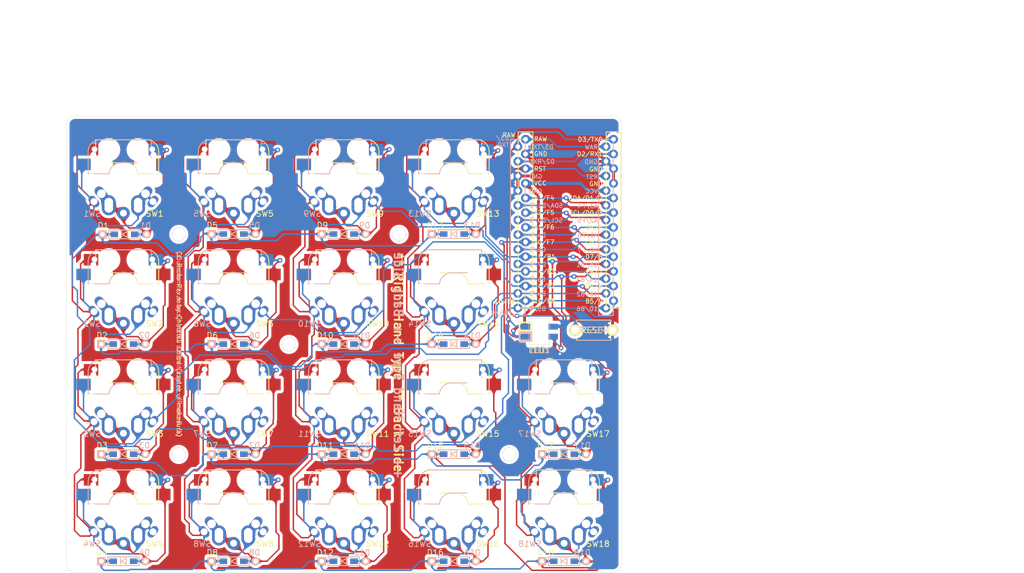
<source format=kicad_pcb>
(kicad_pcb (version 20171130) (host pcbnew "(5.1.10)-1")
  (title_block (title "CC Proto (PCB)") (date 2021-07-21) (rev 3) (company "Chinatsu Chiba (azulee/mokesura)"))
  (layers (0 F.Cu signal) (31 B.Cu signal) (34 B.Paste user) (35 F.Paste user) (36 B.SilkS user) (37 F.SilkS user) (38 B.Mask user) (39 F.Mask user) (44 Edge.Cuts user))
  (net 0 "")
  (net 1 "Net-(D1-Pad2)")
  (net 2 Row0)
  (net 3 "Net-(D2-Pad2)")
  (net 4 Row1)
  (net 5 "Net-(D3-Pad2)")
  (net 6 Row2)
  (net 7 "Net-(D4-Pad2)")
  (net 8 Row3)
  (net 9 "Net-(D5-Pad2)")
  (net 10 "Net-(D6-Pad2)")
  (net 11 "Net-(D7-Pad2)")
  (net 12 "Net-(D8-Pad2)")
  (net 13 "Net-(D9-Pad2)")
  (net 14 "Net-(D10-Pad2)")
  (net 15 "Net-(D11-Pad2)")
  (net 16 "Net-(D12-Pad2)")
  (net 17 "Net-(D13-Pad2)")
  (net 18 "Net-(D14-Pad2)")
  (net 19 "Net-(D15-Pad2)")
  (net 20 "Net-(D16-Pad2)")
  (net 21 "Net-(D17-Pad2)")
  (net 22 "Net-(D18-Pad2)")
  (net 23 GND)
  (net 24 VCC)
  (net 25 LED)
  (net 26 Reset)
  (net 27 Col0)
  (net 28 Col1)
  (net 29 Col2)
  (net 30 Col3)
  (net 31 Col4)
  (net 32 "Net-(LED1-Pad1)")
  (net 33 "Net-(U1-Pad24)")
  (net 34 "Net-(U1-Pad20)")
  (net 35 "Net-(U1-Pad19)")
  (net 36 "Net-(U1-Pad18)")
  (net 37 "Net-(U1-Pad8)")
  (net 38 "Net-(U1-Pad7)")
  (net 39 "Net-(U1-Pad6)")
  (net 40 "Net-(U1-Pad5)")
  (net 41 "Net-(U1-Pad2)")
  (module cc_proto:CherryMX_MidHeight_Hotswap_Choc12_Alps_v2 (layer F.Cu) (at 181.7005 128.0506)
    (fp_text reference SW18 (at 3.775 6) (layer F.SilkS) (effects (justify left)))
    (fp_text value SW_PUSH hide)
    (fp_text user SW18 (at -3.8 6) (layer B.SilkS) (effects (justify left mirror)))
    (pad "" np_thru_hole circle (at 5 -5.15 180) (size 1 1) (drill 1) (layers *.Cu *.Mask))
    (pad "" np_thru_hole circle (at -5 -5.15 180) (size 1 1) (drill 1) (layers *.Cu *.Mask))
    (pad 2 thru_hole circle (at 0 5.9 270) (size 2.2 2.2) (drill 1.2) (layers *.Cu *.Mask) (net 22 "Net-(D18-Pad2)"))
    (pad 2 thru_hole circle (at -2.54 4 180) (size 2.4 2.4) (drill 1.5) (layers *.Cu *.Mask) (net 22 "Net-(D18-Pad2)"))
    (pad 2 thru_hole circle (at -2.54 4.5 180) (size 2.4 2.4) (drill 1.5) (layers *.Cu *.Mask) (net 22 "Net-(D18-Pad2)"))
    (pad 1 thru_hole circle (at 2.54 4.5 180) (size 2.4 2.4) (drill 1.5) (layers *.Cu *.Mask) (net 31 Col4))
    (pad 1 thru_hole circle (at 2.54 5.08 180) (size 2.4 2.4) (drill 1.5) (layers *.Cu *.Mask) (net 31 Col4))
    (pad "" np_thru_hole circle (at -5.22 -4.2 180) (size 1 1) (drill 1) (layers *.Cu *.Mask))
    (pad 1 thru_hole oval (at 5.1 3.9 230) (size 2.2 1.25) (drill 1.2) (layers *.Cu *.Mask) (net 31 Col4))
    (pad 1 thru_hole oval (at -5.1 3.9 130) (size 2.2 1.25) (drill 1.2) (layers *.Cu *.Mask) (net 31 Col4))
    (pad 1 thru_hole oval (at 3.81 2.54 230) (size 2.8 1.55) (drill 1.5) (layers *.Cu *.Mask) (net 31 Col4))
    (pad 1 thru_hole circle (at 2.54 4 180) (size 2.4 2.4) (drill 1.5) (layers *.Cu *.Mask) (net 31 Col4))
    (pad 2 thru_hole oval (at -3.81 2.54 130) (size 2.8 1.55) (drill 1.5) (layers *.Cu *.Mask) (net 22 "Net-(D18-Pad2)"))
    (pad "" np_thru_hole circle (at 5.22 -4.2 180) (size 1 1) (drill 1) (layers *.Cu *.Mask))
    (pad 2 thru_hole circle (at -2.54 5.08 180) (size 2.4 2.4) (drill 1.5) (layers *.Cu *.Mask) (net 22 "Net-(D18-Pad2)"))
    (pad "" np_thru_hole circle (at 4.5 0) (size 1.68 1.68) (drill 1.68) (layers *.Cu *.Mask))
    (pad "" np_thru_hole circle (at -4.5 0) (size 1.68 1.68) (drill 1.68) (layers *.Cu *.Mask))
    (pad 1 smd rect (at -5.6 -5.08 180) (size 2.5 2) (layers F.Cu F.Paste F.Mask) (net 31 Col4))
    (pad "" np_thru_hole circle (at 3.81 -2.54 180) (size 3 3) (drill 3) (layers *.Cu *.Mask))
    (pad "" np_thru_hole circle (at -2.54 -5.08 180) (size 3 3) (drill 3) (layers *.Cu *.Mask))
    (pad 2 smd rect (at 6.9 -2.54 180) (size 2.5 2) (layers F.Cu F.Paste F.Mask) (net 22 "Net-(D18-Pad2)"))
    (pad 1 smd rect (at -6.9 -2.54 180) (size 2.5 2) (layers B.Cu B.Paste B.Mask) (net 31 Col4))
    (pad "" np_thru_hole circle (at 2.54 -5.08 180) (size 3 3) (drill 3) (layers *.Cu *.Mask))
    (pad "" np_thru_hole circle (at 0 0 90) (size 4.9 4.9) (drill 4.9) (layers *.Cu *.Mask))
    (pad "" np_thru_hole circle (at -5.5 0 90) (size 1.9 1.9) (drill 1.9) (layers *.Cu *.Mask))
    (pad "" np_thru_hole circle (at 5.5 0 90) (size 1.9 1.9) (drill 1.9) (layers *.Cu *.Mask))
    (pad "" np_thru_hole circle (at 5.08 0) (size 1.68 1.68) (drill 1.68) (layers *.Cu *.Mask))
    (pad "" np_thru_hole circle (at -5.08 0) (size 1.68 1.68) (drill 1.68) (layers *.Cu *.Mask))
    (pad "" np_thru_hole circle (at -3.81 -2.54 180) (size 3 3) (drill 3) (layers *.Cu *.Mask))
    (pad 2 smd rect (at 5.6 -5.08 180) (size 2.5 2) (layers B.Cu B.Paste B.Mask) (net 22 "Net-(D18-Pad2)"))
  )
  (module cc_proto:CherryMX_MidHeight_Hotswap_Choc12_Alps_v2 (layer F.Cu) (at 181.7005 109.0006)
    (fp_text reference SW17 (at 3.775 6) (layer F.SilkS) (effects (justify left)))
    (fp_text value SW_PUSH hide)
    (fp_text user SW17 (at -3.8 6) (layer B.SilkS) (effects (justify left mirror)))
    (pad "" np_thru_hole circle (at 5 -5.15 180) (size 1 1) (drill 1) (layers *.Cu *.Mask))
    (pad "" np_thru_hole circle (at -5 -5.15 180) (size 1 1) (drill 1) (layers *.Cu *.Mask))
    (pad 2 thru_hole circle (at 0 5.9 270) (size 2.2 2.2) (drill 1.2) (layers *.Cu *.Mask) (net 21 "Net-(D17-Pad2)"))
    (pad 2 thru_hole circle (at -2.54 4 180) (size 2.4 2.4) (drill 1.5) (layers *.Cu *.Mask) (net 21 "Net-(D17-Pad2)"))
    (pad 2 thru_hole circle (at -2.54 4.5 180) (size 2.4 2.4) (drill 1.5) (layers *.Cu *.Mask) (net 21 "Net-(D17-Pad2)"))
    (pad 1 thru_hole circle (at 2.54 4.5 180) (size 2.4 2.4) (drill 1.5) (layers *.Cu *.Mask) (net 31 Col4))
    (pad 1 thru_hole circle (at 2.54 5.08 180) (size 2.4 2.4) (drill 1.5) (layers *.Cu *.Mask) (net 31 Col4))
    (pad "" np_thru_hole circle (at -5.22 -4.2 180) (size 1 1) (drill 1) (layers *.Cu *.Mask))
    (pad 1 thru_hole oval (at 5.1 3.9 230) (size 2.2 1.25) (drill 1.2) (layers *.Cu *.Mask) (net 31 Col4))
    (pad 1 thru_hole oval (at -5.1 3.9 130) (size 2.2 1.25) (drill 1.2) (layers *.Cu *.Mask) (net 31 Col4))
    (pad 1 thru_hole oval (at 3.81 2.54 230) (size 2.8 1.55) (drill 1.5) (layers *.Cu *.Mask) (net 31 Col4))
    (pad 1 thru_hole circle (at 2.54 4 180) (size 2.4 2.4) (drill 1.5) (layers *.Cu *.Mask) (net 31 Col4))
    (pad 2 thru_hole oval (at -3.81 2.54 130) (size 2.8 1.55) (drill 1.5) (layers *.Cu *.Mask) (net 21 "Net-(D17-Pad2)"))
    (pad "" np_thru_hole circle (at 5.22 -4.2 180) (size 1 1) (drill 1) (layers *.Cu *.Mask))
    (pad 2 thru_hole circle (at -2.54 5.08 180) (size 2.4 2.4) (drill 1.5) (layers *.Cu *.Mask) (net 21 "Net-(D17-Pad2)"))
    (pad "" np_thru_hole circle (at 4.5 0) (size 1.68 1.68) (drill 1.68) (layers *.Cu *.Mask))
    (pad "" np_thru_hole circle (at -4.5 0) (size 1.68 1.68) (drill 1.68) (layers *.Cu *.Mask))
    (pad 1 smd rect (at -5.6 -5.08 180) (size 2.5 2) (layers F.Cu F.Paste F.Mask) (net 31 Col4))
    (pad "" np_thru_hole circle (at 3.81 -2.54 180) (size 3 3) (drill 3) (layers *.Cu *.Mask))
    (pad "" np_thru_hole circle (at -2.54 -5.08 180) (size 3 3) (drill 3) (layers *.Cu *.Mask))
    (pad 2 smd rect (at 6.9 -2.54 180) (size 2.5 2) (layers F.Cu F.Paste F.Mask) (net 21 "Net-(D17-Pad2)"))
    (pad 1 smd rect (at -6.9 -2.54 180) (size 2.5 2) (layers B.Cu B.Paste B.Mask) (net 31 Col4))
    (pad "" np_thru_hole circle (at 2.54 -5.08 180) (size 3 3) (drill 3) (layers *.Cu *.Mask))
    (pad "" np_thru_hole circle (at 0 0 90) (size 4.9 4.9) (drill 4.9) (layers *.Cu *.Mask))
    (pad "" np_thru_hole circle (at -5.5 0 90) (size 1.9 1.9) (drill 1.9) (layers *.Cu *.Mask))
    (pad "" np_thru_hole circle (at 5.5 0 90) (size 1.9 1.9) (drill 1.9) (layers *.Cu *.Mask))
    (pad "" np_thru_hole circle (at 5.08 0) (size 1.68 1.68) (drill 1.68) (layers *.Cu *.Mask))
    (pad "" np_thru_hole circle (at -5.08 0) (size 1.68 1.68) (drill 1.68) (layers *.Cu *.Mask))
    (pad "" np_thru_hole circle (at -3.81 -2.54 180) (size 3 3) (drill 3) (layers *.Cu *.Mask))
    (pad 2 smd rect (at 5.6 -5.08 180) (size 2.5 2) (layers B.Cu B.Paste B.Mask) (net 21 "Net-(D17-Pad2)"))
  )
  (module cc_proto:CherryMX_MidHeight_Hotswap_Choc12_Alps_v2 (layer F.Cu) (at 162.6505 128.0506)
    (fp_text reference SW16 (at 3.775 6) (layer F.SilkS) (effects (justify left)))
    (fp_text value SW_PUSH hide)
    (fp_text user SW16 (at -3.8 6) (layer B.SilkS) (effects (justify left mirror)))
    (pad "" np_thru_hole circle (at 5 -5.15 180) (size 1 1) (drill 1) (layers *.Cu *.Mask))
    (pad "" np_thru_hole circle (at -5 -5.15 180) (size 1 1) (drill 1) (layers *.Cu *.Mask))
    (pad 2 thru_hole circle (at 0 5.9 270) (size 2.2 2.2) (drill 1.2) (layers *.Cu *.Mask) (net 20 "Net-(D16-Pad2)"))
    (pad 2 thru_hole circle (at -2.54 4 180) (size 2.4 2.4) (drill 1.5) (layers *.Cu *.Mask) (net 20 "Net-(D16-Pad2)"))
    (pad 2 thru_hole circle (at -2.54 4.5 180) (size 2.4 2.4) (drill 1.5) (layers *.Cu *.Mask) (net 20 "Net-(D16-Pad2)"))
    (pad 1 thru_hole circle (at 2.54 4.5 180) (size 2.4 2.4) (drill 1.5) (layers *.Cu *.Mask) (net 30 Col3))
    (pad 1 thru_hole circle (at 2.54 5.08 180) (size 2.4 2.4) (drill 1.5) (layers *.Cu *.Mask) (net 30 Col3))
    (pad "" np_thru_hole circle (at -5.22 -4.2 180) (size 1 1) (drill 1) (layers *.Cu *.Mask))
    (pad 1 thru_hole oval (at 5.1 3.9 230) (size 2.2 1.25) (drill 1.2) (layers *.Cu *.Mask) (net 30 Col3))
    (pad 1 thru_hole oval (at -5.1 3.9 130) (size 2.2 1.25) (drill 1.2) (layers *.Cu *.Mask) (net 30 Col3))
    (pad 1 thru_hole oval (at 3.81 2.54 230) (size 2.8 1.55) (drill 1.5) (layers *.Cu *.Mask) (net 30 Col3))
    (pad 1 thru_hole circle (at 2.54 4 180) (size 2.4 2.4) (drill 1.5) (layers *.Cu *.Mask) (net 30 Col3))
    (pad 2 thru_hole oval (at -3.81 2.54 130) (size 2.8 1.55) (drill 1.5) (layers *.Cu *.Mask) (net 20 "Net-(D16-Pad2)"))
    (pad "" np_thru_hole circle (at 5.22 -4.2 180) (size 1 1) (drill 1) (layers *.Cu *.Mask))
    (pad 2 thru_hole circle (at -2.54 5.08 180) (size 2.4 2.4) (drill 1.5) (layers *.Cu *.Mask) (net 20 "Net-(D16-Pad2)"))
    (pad "" np_thru_hole circle (at 4.5 0) (size 1.68 1.68) (drill 1.68) (layers *.Cu *.Mask))
    (pad "" np_thru_hole circle (at -4.5 0) (size 1.68 1.68) (drill 1.68) (layers *.Cu *.Mask))
    (pad 1 smd rect (at -5.6 -5.08 180) (size 2.5 2) (layers F.Cu F.Paste F.Mask) (net 30 Col3))
    (pad "" np_thru_hole circle (at 3.81 -2.54 180) (size 3 3) (drill 3) (layers *.Cu *.Mask))
    (pad "" np_thru_hole circle (at -2.54 -5.08 180) (size 3 3) (drill 3) (layers *.Cu *.Mask))
    (pad 2 smd rect (at 6.9 -2.54 180) (size 2.5 2) (layers F.Cu F.Paste F.Mask) (net 20 "Net-(D16-Pad2)"))
    (pad 1 smd rect (at -6.9 -2.54 180) (size 2.5 2) (layers B.Cu B.Paste B.Mask) (net 30 Col3))
    (pad "" np_thru_hole circle (at 2.54 -5.08 180) (size 3 3) (drill 3) (layers *.Cu *.Mask))
    (pad "" np_thru_hole circle (at 0 0 90) (size 4.9 4.9) (drill 4.9) (layers *.Cu *.Mask))
    (pad "" np_thru_hole circle (at -5.5 0 90) (size 1.9 1.9) (drill 1.9) (layers *.Cu *.Mask))
    (pad "" np_thru_hole circle (at 5.5 0 90) (size 1.9 1.9) (drill 1.9) (layers *.Cu *.Mask))
    (pad "" np_thru_hole circle (at 5.08 0) (size 1.68 1.68) (drill 1.68) (layers *.Cu *.Mask))
    (pad "" np_thru_hole circle (at -5.08 0) (size 1.68 1.68) (drill 1.68) (layers *.Cu *.Mask))
    (pad "" np_thru_hole circle (at -3.81 -2.54 180) (size 3 3) (drill 3) (layers *.Cu *.Mask))
    (pad 2 smd rect (at 5.6 -5.08 180) (size 2.5 2) (layers B.Cu B.Paste B.Mask) (net 20 "Net-(D16-Pad2)"))
  )
  (module cc_proto:CherryMX_MidHeight_Hotswap_Choc12_Alps_v2 (layer F.Cu) (at 162.6505 109.0006)
    (fp_text reference SW15 (at 3.775 6) (layer F.SilkS) (effects (justify left)))
    (fp_text value SW_PUSH hide)
    (fp_text user SW15 (at -3.8 6) (layer B.SilkS) (effects (justify left mirror)))
    (pad "" np_thru_hole circle (at 5 -5.15 180) (size 1 1) (drill 1) (layers *.Cu *.Mask))
    (pad "" np_thru_hole circle (at -5 -5.15 180) (size 1 1) (drill 1) (layers *.Cu *.Mask))
    (pad 2 thru_hole circle (at 0 5.9 270) (size 2.2 2.2) (drill 1.2) (layers *.Cu *.Mask) (net 19 "Net-(D15-Pad2)"))
    (pad 2 thru_hole circle (at -2.54 4 180) (size 2.4 2.4) (drill 1.5) (layers *.Cu *.Mask) (net 19 "Net-(D15-Pad2)"))
    (pad 2 thru_hole circle (at -2.54 4.5 180) (size 2.4 2.4) (drill 1.5) (layers *.Cu *.Mask) (net 19 "Net-(D15-Pad2)"))
    (pad 1 thru_hole circle (at 2.54 4.5 180) (size 2.4 2.4) (drill 1.5) (layers *.Cu *.Mask) (net 30 Col3))
    (pad 1 thru_hole circle (at 2.54 5.08 180) (size 2.4 2.4) (drill 1.5) (layers *.Cu *.Mask) (net 30 Col3))
    (pad "" np_thru_hole circle (at -5.22 -4.2 180) (size 1 1) (drill 1) (layers *.Cu *.Mask))
    (pad 1 thru_hole oval (at 5.1 3.9 230) (size 2.2 1.25) (drill 1.2) (layers *.Cu *.Mask) (net 30 Col3))
    (pad 1 thru_hole oval (at -5.1 3.9 130) (size 2.2 1.25) (drill 1.2) (layers *.Cu *.Mask) (net 30 Col3))
    (pad 1 thru_hole oval (at 3.81 2.54 230) (size 2.8 1.55) (drill 1.5) (layers *.Cu *.Mask) (net 30 Col3))
    (pad 1 thru_hole circle (at 2.54 4 180) (size 2.4 2.4) (drill 1.5) (layers *.Cu *.Mask) (net 30 Col3))
    (pad 2 thru_hole oval (at -3.81 2.54 130) (size 2.8 1.55) (drill 1.5) (layers *.Cu *.Mask) (net 19 "Net-(D15-Pad2)"))
    (pad "" np_thru_hole circle (at 5.22 -4.2 180) (size 1 1) (drill 1) (layers *.Cu *.Mask))
    (pad 2 thru_hole circle (at -2.54 5.08 180) (size 2.4 2.4) (drill 1.5) (layers *.Cu *.Mask) (net 19 "Net-(D15-Pad2)"))
    (pad "" np_thru_hole circle (at 4.5 0) (size 1.68 1.68) (drill 1.68) (layers *.Cu *.Mask))
    (pad "" np_thru_hole circle (at -4.5 0) (size 1.68 1.68) (drill 1.68) (layers *.Cu *.Mask))
    (pad 1 smd rect (at -5.6 -5.08 180) (size 2.5 2) (layers F.Cu F.Paste F.Mask) (net 30 Col3))
    (pad "" np_thru_hole circle (at 3.81 -2.54 180) (size 3 3) (drill 3) (layers *.Cu *.Mask))
    (pad "" np_thru_hole circle (at -2.54 -5.08 180) (size 3 3) (drill 3) (layers *.Cu *.Mask))
    (pad 2 smd rect (at 6.9 -2.54 180) (size 2.5 2) (layers F.Cu F.Paste F.Mask) (net 19 "Net-(D15-Pad2)"))
    (pad 1 smd rect (at -6.9 -2.54 180) (size 2.5 2) (layers B.Cu B.Paste B.Mask) (net 30 Col3))
    (pad "" np_thru_hole circle (at 2.54 -5.08 180) (size 3 3) (drill 3) (layers *.Cu *.Mask))
    (pad "" np_thru_hole circle (at 0 0 90) (size 4.9 4.9) (drill 4.9) (layers *.Cu *.Mask))
    (pad "" np_thru_hole circle (at -5.5 0 90) (size 1.9 1.9) (drill 1.9) (layers *.Cu *.Mask))
    (pad "" np_thru_hole circle (at 5.5 0 90) (size 1.9 1.9) (drill 1.9) (layers *.Cu *.Mask))
    (pad "" np_thru_hole circle (at 5.08 0) (size 1.68 1.68) (drill 1.68) (layers *.Cu *.Mask))
    (pad "" np_thru_hole circle (at -5.08 0) (size 1.68 1.68) (drill 1.68) (layers *.Cu *.Mask))
    (pad "" np_thru_hole circle (at -3.81 -2.54 180) (size 3 3) (drill 3) (layers *.Cu *.Mask))
    (pad 2 smd rect (at 5.6 -5.08 180) (size 2.5 2) (layers B.Cu B.Paste B.Mask) (net 19 "Net-(D15-Pad2)"))
  )
  (module cc_proto:CherryMX_MidHeight_Hotswap_Choc12_Alps_v2 (layer F.Cu) (at 162.6505 89.9506)
    (fp_text reference SW14 (at 3.775 6) (layer F.SilkS) (effects (justify left)))
    (fp_text value SW_PUSH hide)
    (fp_text user SW14 (at -3.8 6) (layer B.SilkS) (effects (justify left mirror)))
    (pad "" np_thru_hole circle (at 5 -5.15 180) (size 1 1) (drill 1) (layers *.Cu *.Mask))
    (pad "" np_thru_hole circle (at -5 -5.15 180) (size 1 1) (drill 1) (layers *.Cu *.Mask))
    (pad 2 thru_hole circle (at 0 5.9 270) (size 2.2 2.2) (drill 1.2) (layers *.Cu *.Mask) (net 18 "Net-(D14-Pad2)"))
    (pad 2 thru_hole circle (at -2.54 4 180) (size 2.4 2.4) (drill 1.5) (layers *.Cu *.Mask) (net 18 "Net-(D14-Pad2)"))
    (pad 2 thru_hole circle (at -2.54 4.5 180) (size 2.4 2.4) (drill 1.5) (layers *.Cu *.Mask) (net 18 "Net-(D14-Pad2)"))
    (pad 1 thru_hole circle (at 2.54 4.5 180) (size 2.4 2.4) (drill 1.5) (layers *.Cu *.Mask) (net 30 Col3))
    (pad 1 thru_hole circle (at 2.54 5.08 180) (size 2.4 2.4) (drill 1.5) (layers *.Cu *.Mask) (net 30 Col3))
    (pad "" np_thru_hole circle (at -5.22 -4.2 180) (size 1 1) (drill 1) (layers *.Cu *.Mask))
    (pad 1 thru_hole oval (at 5.1 3.9 230) (size 2.2 1.25) (drill 1.2) (layers *.Cu *.Mask) (net 30 Col3))
    (pad 1 thru_hole oval (at -5.1 3.9 130) (size 2.2 1.25) (drill 1.2) (layers *.Cu *.Mask) (net 30 Col3))
    (pad 1 thru_hole oval (at 3.81 2.54 230) (size 2.8 1.55) (drill 1.5) (layers *.Cu *.Mask) (net 30 Col3))
    (pad 1 thru_hole circle (at 2.54 4 180) (size 2.4 2.4) (drill 1.5) (layers *.Cu *.Mask) (net 30 Col3))
    (pad 2 thru_hole oval (at -3.81 2.54 130) (size 2.8 1.55) (drill 1.5) (layers *.Cu *.Mask) (net 18 "Net-(D14-Pad2)"))
    (pad "" np_thru_hole circle (at 5.22 -4.2 180) (size 1 1) (drill 1) (layers *.Cu *.Mask))
    (pad 2 thru_hole circle (at -2.54 5.08 180) (size 2.4 2.4) (drill 1.5) (layers *.Cu *.Mask) (net 18 "Net-(D14-Pad2)"))
    (pad "" np_thru_hole circle (at 4.5 0) (size 1.68 1.68) (drill 1.68) (layers *.Cu *.Mask))
    (pad "" np_thru_hole circle (at -4.5 0) (size 1.68 1.68) (drill 1.68) (layers *.Cu *.Mask))
    (pad 1 smd rect (at -5.6 -5.08 180) (size 2.5 2) (layers F.Cu F.Paste F.Mask) (net 30 Col3))
    (pad "" np_thru_hole circle (at 3.81 -2.54 180) (size 3 3) (drill 3) (layers *.Cu *.Mask))
    (pad "" np_thru_hole circle (at -2.54 -5.08 180) (size 3 3) (drill 3) (layers *.Cu *.Mask))
    (pad 2 smd rect (at 6.9 -2.54 180) (size 2.5 2) (layers F.Cu F.Paste F.Mask) (net 18 "Net-(D14-Pad2)"))
    (pad 1 smd rect (at -6.9 -2.54 180) (size 2.5 2) (layers B.Cu B.Paste B.Mask) (net 30 Col3))
    (pad "" np_thru_hole circle (at 2.54 -5.08 180) (size 3 3) (drill 3) (layers *.Cu *.Mask))
    (pad "" np_thru_hole circle (at 0 0 90) (size 4.9 4.9) (drill 4.9) (layers *.Cu *.Mask))
    (pad "" np_thru_hole circle (at -5.5 0 90) (size 1.9 1.9) (drill 1.9) (layers *.Cu *.Mask))
    (pad "" np_thru_hole circle (at 5.5 0 90) (size 1.9 1.9) (drill 1.9) (layers *.Cu *.Mask))
    (pad "" np_thru_hole circle (at 5.08 0) (size 1.68 1.68) (drill 1.68) (layers *.Cu *.Mask))
    (pad "" np_thru_hole circle (at -5.08 0) (size 1.68 1.68) (drill 1.68) (layers *.Cu *.Mask))
    (pad "" np_thru_hole circle (at -3.81 -2.54 180) (size 3 3) (drill 3) (layers *.Cu *.Mask))
    (pad 2 smd rect (at 5.6 -5.08 180) (size 2.5 2) (layers B.Cu B.Paste B.Mask) (net 18 "Net-(D14-Pad2)"))
  )
  (module cc_proto:CherryMX_MidHeight_Hotswap_Choc12_Alps_v2 (layer F.Cu) (at 162.6505 70.9006)
    (fp_text reference SW13 (at 3.775 6) (layer F.SilkS) (effects (justify left)))
    (fp_text value SW_PUSH hide)
    (fp_text user SW13 (at -3.8 6) (layer B.SilkS) (effects (justify left mirror)))
    (pad "" np_thru_hole circle (at 5 -5.15 180) (size 1 1) (drill 1) (layers *.Cu *.Mask))
    (pad "" np_thru_hole circle (at -5 -5.15 180) (size 1 1) (drill 1) (layers *.Cu *.Mask))
    (pad 2 thru_hole circle (at 0 5.9 270) (size 2.2 2.2) (drill 1.2) (layers *.Cu *.Mask) (net 17 "Net-(D13-Pad2)"))
    (pad 2 thru_hole circle (at -2.54 4 180) (size 2.4 2.4) (drill 1.5) (layers *.Cu *.Mask) (net 17 "Net-(D13-Pad2)"))
    (pad 2 thru_hole circle (at -2.54 4.5 180) (size 2.4 2.4) (drill 1.5) (layers *.Cu *.Mask) (net 17 "Net-(D13-Pad2)"))
    (pad 1 thru_hole circle (at 2.54 4.5 180) (size 2.4 2.4) (drill 1.5) (layers *.Cu *.Mask) (net 30 Col3))
    (pad 1 thru_hole circle (at 2.54 5.08 180) (size 2.4 2.4) (drill 1.5) (layers *.Cu *.Mask) (net 30 Col3))
    (pad "" np_thru_hole circle (at -5.22 -4.2 180) (size 1 1) (drill 1) (layers *.Cu *.Mask))
    (pad 1 thru_hole oval (at 5.1 3.9 230) (size 2.2 1.25) (drill 1.2) (layers *.Cu *.Mask) (net 30 Col3))
    (pad 1 thru_hole oval (at -5.1 3.9 130) (size 2.2 1.25) (drill 1.2) (layers *.Cu *.Mask) (net 30 Col3))
    (pad 1 thru_hole oval (at 3.81 2.54 230) (size 2.8 1.55) (drill 1.5) (layers *.Cu *.Mask) (net 30 Col3))
    (pad 1 thru_hole circle (at 2.54 4 180) (size 2.4 2.4) (drill 1.5) (layers *.Cu *.Mask) (net 30 Col3))
    (pad 2 thru_hole oval (at -3.81 2.54 130) (size 2.8 1.55) (drill 1.5) (layers *.Cu *.Mask) (net 17 "Net-(D13-Pad2)"))
    (pad "" np_thru_hole circle (at 5.22 -4.2 180) (size 1 1) (drill 1) (layers *.Cu *.Mask))
    (pad 2 thru_hole circle (at -2.54 5.08 180) (size 2.4 2.4) (drill 1.5) (layers *.Cu *.Mask) (net 17 "Net-(D13-Pad2)"))
    (pad "" np_thru_hole circle (at 4.5 0) (size 1.68 1.68) (drill 1.68) (layers *.Cu *.Mask))
    (pad "" np_thru_hole circle (at -4.5 0) (size 1.68 1.68) (drill 1.68) (layers *.Cu *.Mask))
    (pad 1 smd rect (at -5.6 -5.08 180) (size 2.5 2) (layers F.Cu F.Paste F.Mask) (net 30 Col3))
    (pad "" np_thru_hole circle (at 3.81 -2.54 180) (size 3 3) (drill 3) (layers *.Cu *.Mask))
    (pad "" np_thru_hole circle (at -2.54 -5.08 180) (size 3 3) (drill 3) (layers *.Cu *.Mask))
    (pad 2 smd rect (at 6.9 -2.54 180) (size 2.5 2) (layers F.Cu F.Paste F.Mask) (net 17 "Net-(D13-Pad2)"))
    (pad 1 smd rect (at -6.9 -2.54 180) (size 2.5 2) (layers B.Cu B.Paste B.Mask) (net 30 Col3))
    (pad "" np_thru_hole circle (at 2.54 -5.08 180) (size 3 3) (drill 3) (layers *.Cu *.Mask))
    (pad "" np_thru_hole circle (at 0 0 90) (size 4.9 4.9) (drill 4.9) (layers *.Cu *.Mask))
    (pad "" np_thru_hole circle (at -5.5 0 90) (size 1.9 1.9) (drill 1.9) (layers *.Cu *.Mask))
    (pad "" np_thru_hole circle (at 5.5 0 90) (size 1.9 1.9) (drill 1.9) (layers *.Cu *.Mask))
    (pad "" np_thru_hole circle (at 5.08 0) (size 1.68 1.68) (drill 1.68) (layers *.Cu *.Mask))
    (pad "" np_thru_hole circle (at -5.08 0) (size 1.68 1.68) (drill 1.68) (layers *.Cu *.Mask))
    (pad "" np_thru_hole circle (at -3.81 -2.54 180) (size 3 3) (drill 3) (layers *.Cu *.Mask))
    (pad 2 smd rect (at 5.6 -5.08 180) (size 2.5 2) (layers B.Cu B.Paste B.Mask) (net 17 "Net-(D13-Pad2)"))
  )
  (module cc_proto:CherryMX_MidHeight_Hotswap_Choc12_Alps_v2 (layer F.Cu) (at 143.6005 128.0506)
    (fp_text reference SW12 (at 3.775 6) (layer F.SilkS) (effects (justify left)))
    (fp_text value SW_PUSH hide)
    (fp_text user SW12 (at -3.8 6) (layer B.SilkS) (effects (justify left mirror)))
    (pad "" np_thru_hole circle (at 5 -5.15 180) (size 1 1) (drill 1) (layers *.Cu *.Mask))
    (pad "" np_thru_hole circle (at -5 -5.15 180) (size 1 1) (drill 1) (layers *.Cu *.Mask))
    (pad 2 thru_hole circle (at 0 5.9 270) (size 2.2 2.2) (drill 1.2) (layers *.Cu *.Mask) (net 16 "Net-(D12-Pad2)"))
    (pad 2 thru_hole circle (at -2.54 4 180) (size 2.4 2.4) (drill 1.5) (layers *.Cu *.Mask) (net 16 "Net-(D12-Pad2)"))
    (pad 2 thru_hole circle (at -2.54 4.5 180) (size 2.4 2.4) (drill 1.5) (layers *.Cu *.Mask) (net 16 "Net-(D12-Pad2)"))
    (pad 1 thru_hole circle (at 2.54 4.5 180) (size 2.4 2.4) (drill 1.5) (layers *.Cu *.Mask) (net 29 Col2))
    (pad 1 thru_hole circle (at 2.54 5.08 180) (size 2.4 2.4) (drill 1.5) (layers *.Cu *.Mask) (net 29 Col2))
    (pad "" np_thru_hole circle (at -5.22 -4.2 180) (size 1 1) (drill 1) (layers *.Cu *.Mask))
    (pad 1 thru_hole oval (at 5.1 3.9 230) (size 2.2 1.25) (drill 1.2) (layers *.Cu *.Mask) (net 29 Col2))
    (pad 1 thru_hole oval (at -5.1 3.9 130) (size 2.2 1.25) (drill 1.2) (layers *.Cu *.Mask) (net 29 Col2))
    (pad 1 thru_hole oval (at 3.81 2.54 230) (size 2.8 1.55) (drill 1.5) (layers *.Cu *.Mask) (net 29 Col2))
    (pad 1 thru_hole circle (at 2.54 4 180) (size 2.4 2.4) (drill 1.5) (layers *.Cu *.Mask) (net 29 Col2))
    (pad 2 thru_hole oval (at -3.81 2.54 130) (size 2.8 1.55) (drill 1.5) (layers *.Cu *.Mask) (net 16 "Net-(D12-Pad2)"))
    (pad "" np_thru_hole circle (at 5.22 -4.2 180) (size 1 1) (drill 1) (layers *.Cu *.Mask))
    (pad 2 thru_hole circle (at -2.54 5.08 180) (size 2.4 2.4) (drill 1.5) (layers *.Cu *.Mask) (net 16 "Net-(D12-Pad2)"))
    (pad "" np_thru_hole circle (at 4.5 0) (size 1.68 1.68) (drill 1.68) (layers *.Cu *.Mask))
    (pad "" np_thru_hole circle (at -4.5 0) (size 1.68 1.68) (drill 1.68) (layers *.Cu *.Mask))
    (pad 1 smd rect (at -5.6 -5.08 180) (size 2.5 2) (layers F.Cu F.Paste F.Mask) (net 29 Col2))
    (pad "" np_thru_hole circle (at 3.81 -2.54 180) (size 3 3) (drill 3) (layers *.Cu *.Mask))
    (pad "" np_thru_hole circle (at -2.54 -5.08 180) (size 3 3) (drill 3) (layers *.Cu *.Mask))
    (pad 2 smd rect (at 6.9 -2.54 180) (size 2.5 2) (layers F.Cu F.Paste F.Mask) (net 16 "Net-(D12-Pad2)"))
    (pad 1 smd rect (at -6.9 -2.54 180) (size 2.5 2) (layers B.Cu B.Paste B.Mask) (net 29 Col2))
    (pad "" np_thru_hole circle (at 2.54 -5.08 180) (size 3 3) (drill 3) (layers *.Cu *.Mask))
    (pad "" np_thru_hole circle (at 0 0 90) (size 4.9 4.9) (drill 4.9) (layers *.Cu *.Mask))
    (pad "" np_thru_hole circle (at -5.5 0 90) (size 1.9 1.9) (drill 1.9) (layers *.Cu *.Mask))
    (pad "" np_thru_hole circle (at 5.5 0 90) (size 1.9 1.9) (drill 1.9) (layers *.Cu *.Mask))
    (pad "" np_thru_hole circle (at 5.08 0) (size 1.68 1.68) (drill 1.68) (layers *.Cu *.Mask))
    (pad "" np_thru_hole circle (at -5.08 0) (size 1.68 1.68) (drill 1.68) (layers *.Cu *.Mask))
    (pad "" np_thru_hole circle (at -3.81 -2.54 180) (size 3 3) (drill 3) (layers *.Cu *.Mask))
    (pad 2 smd rect (at 5.6 -5.08 180) (size 2.5 2) (layers B.Cu B.Paste B.Mask) (net 16 "Net-(D12-Pad2)"))
  )
  (module cc_proto:CherryMX_MidHeight_Hotswap_Choc12_Alps_v2 (layer F.Cu) (at 143.6005 109.0006)
    (fp_text reference SW11 (at 3.775 6) (layer F.SilkS) (effects (justify left)))
    (fp_text value SW_PUSH hide)
    (fp_text user SW11 (at -3.8 6) (layer B.SilkS) (effects (justify left mirror)))
    (pad "" np_thru_hole circle (at 5 -5.15 180) (size 1 1) (drill 1) (layers *.Cu *.Mask))
    (pad "" np_thru_hole circle (at -5 -5.15 180) (size 1 1) (drill 1) (layers *.Cu *.Mask))
    (pad 2 thru_hole circle (at 0 5.9 270) (size 2.2 2.2) (drill 1.2) (layers *.Cu *.Mask) (net 15 "Net-(D11-Pad2)"))
    (pad 2 thru_hole circle (at -2.54 4 180) (size 2.4 2.4) (drill 1.5) (layers *.Cu *.Mask) (net 15 "Net-(D11-Pad2)"))
    (pad 2 thru_hole circle (at -2.54 4.5 180) (size 2.4 2.4) (drill 1.5) (layers *.Cu *.Mask) (net 15 "Net-(D11-Pad2)"))
    (pad 1 thru_hole circle (at 2.54 4.5 180) (size 2.4 2.4) (drill 1.5) (layers *.Cu *.Mask) (net 29 Col2))
    (pad 1 thru_hole circle (at 2.54 5.08 180) (size 2.4 2.4) (drill 1.5) (layers *.Cu *.Mask) (net 29 Col2))
    (pad "" np_thru_hole circle (at -5.22 -4.2 180) (size 1 1) (drill 1) (layers *.Cu *.Mask))
    (pad 1 thru_hole oval (at 5.1 3.9 230) (size 2.2 1.25) (drill 1.2) (layers *.Cu *.Mask) (net 29 Col2))
    (pad 1 thru_hole oval (at -5.1 3.9 130) (size 2.2 1.25) (drill 1.2) (layers *.Cu *.Mask) (net 29 Col2))
    (pad 1 thru_hole oval (at 3.81 2.54 230) (size 2.8 1.55) (drill 1.5) (layers *.Cu *.Mask) (net 29 Col2))
    (pad 1 thru_hole circle (at 2.54 4 180) (size 2.4 2.4) (drill 1.5) (layers *.Cu *.Mask) (net 29 Col2))
    (pad 2 thru_hole oval (at -3.81 2.54 130) (size 2.8 1.55) (drill 1.5) (layers *.Cu *.Mask) (net 15 "Net-(D11-Pad2)"))
    (pad "" np_thru_hole circle (at 5.22 -4.2 180) (size 1 1) (drill 1) (layers *.Cu *.Mask))
    (pad 2 thru_hole circle (at -2.54 5.08 180) (size 2.4 2.4) (drill 1.5) (layers *.Cu *.Mask) (net 15 "Net-(D11-Pad2)"))
    (pad "" np_thru_hole circle (at 4.5 0) (size 1.68 1.68) (drill 1.68) (layers *.Cu *.Mask))
    (pad "" np_thru_hole circle (at -4.5 0) (size 1.68 1.68) (drill 1.68) (layers *.Cu *.Mask))
    (pad 1 smd rect (at -5.6 -5.08 180) (size 2.5 2) (layers F.Cu F.Paste F.Mask) (net 29 Col2))
    (pad "" np_thru_hole circle (at 3.81 -2.54 180) (size 3 3) (drill 3) (layers *.Cu *.Mask))
    (pad "" np_thru_hole circle (at -2.54 -5.08 180) (size 3 3) (drill 3) (layers *.Cu *.Mask))
    (pad 2 smd rect (at 6.9 -2.54 180) (size 2.5 2) (layers F.Cu F.Paste F.Mask) (net 15 "Net-(D11-Pad2)"))
    (pad 1 smd rect (at -6.9 -2.54 180) (size 2.5 2) (layers B.Cu B.Paste B.Mask) (net 29 Col2))
    (pad "" np_thru_hole circle (at 2.54 -5.08 180) (size 3 3) (drill 3) (layers *.Cu *.Mask))
    (pad "" np_thru_hole circle (at 0 0 90) (size 4.9 4.9) (drill 4.9) (layers *.Cu *.Mask))
    (pad "" np_thru_hole circle (at -5.5 0 90) (size 1.9 1.9) (drill 1.9) (layers *.Cu *.Mask))
    (pad "" np_thru_hole circle (at 5.5 0 90) (size 1.9 1.9) (drill 1.9) (layers *.Cu *.Mask))
    (pad "" np_thru_hole circle (at 5.08 0) (size 1.68 1.68) (drill 1.68) (layers *.Cu *.Mask))
    (pad "" np_thru_hole circle (at -5.08 0) (size 1.68 1.68) (drill 1.68) (layers *.Cu *.Mask))
    (pad "" np_thru_hole circle (at -3.81 -2.54 180) (size 3 3) (drill 3) (layers *.Cu *.Mask))
    (pad 2 smd rect (at 5.6 -5.08 180) (size 2.5 2) (layers B.Cu B.Paste B.Mask) (net 15 "Net-(D11-Pad2)"))
  )
  (module cc_proto:CherryMX_MidHeight_Hotswap_Choc12_Alps_v2 (layer F.Cu) (at 143.6005 89.9506)
    (fp_text reference SW10 (at 3.775 6) (layer F.SilkS) (effects (justify left)))
    (fp_text value SW_PUSH hide)
    (fp_text user SW10 (at -3.8 6) (layer B.SilkS) (effects (justify left mirror)))
    (pad "" np_thru_hole circle (at 5 -5.15 180) (size 1 1) (drill 1) (layers *.Cu *.Mask))
    (pad "" np_thru_hole circle (at -5 -5.15 180) (size 1 1) (drill 1) (layers *.Cu *.Mask))
    (pad 2 thru_hole circle (at 0 5.9 270) (size 2.2 2.2) (drill 1.2) (layers *.Cu *.Mask) (net 14 "Net-(D10-Pad2)"))
    (pad 2 thru_hole circle (at -2.54 4 180) (size 2.4 2.4) (drill 1.5) (layers *.Cu *.Mask) (net 14 "Net-(D10-Pad2)"))
    (pad 2 thru_hole circle (at -2.54 4.5 180) (size 2.4 2.4) (drill 1.5) (layers *.Cu *.Mask) (net 14 "Net-(D10-Pad2)"))
    (pad 1 thru_hole circle (at 2.54 4.5 180) (size 2.4 2.4) (drill 1.5) (layers *.Cu *.Mask) (net 29 Col2))
    (pad 1 thru_hole circle (at 2.54 5.08 180) (size 2.4 2.4) (drill 1.5) (layers *.Cu *.Mask) (net 29 Col2))
    (pad "" np_thru_hole circle (at -5.22 -4.2 180) (size 1 1) (drill 1) (layers *.Cu *.Mask))
    (pad 1 thru_hole oval (at 5.1 3.9 230) (size 2.2 1.25) (drill 1.2) (layers *.Cu *.Mask) (net 29 Col2))
    (pad 1 thru_hole oval (at -5.1 3.9 130) (size 2.2 1.25) (drill 1.2) (layers *.Cu *.Mask) (net 29 Col2))
    (pad 1 thru_hole oval (at 3.81 2.54 230) (size 2.8 1.55) (drill 1.5) (layers *.Cu *.Mask) (net 29 Col2))
    (pad 1 thru_hole circle (at 2.54 4 180) (size 2.4 2.4) (drill 1.5) (layers *.Cu *.Mask) (net 29 Col2))
    (pad 2 thru_hole oval (at -3.81 2.54 130) (size 2.8 1.55) (drill 1.5) (layers *.Cu *.Mask) (net 14 "Net-(D10-Pad2)"))
    (pad "" np_thru_hole circle (at 5.22 -4.2 180) (size 1 1) (drill 1) (layers *.Cu *.Mask))
    (pad 2 thru_hole circle (at -2.54 5.08 180) (size 2.4 2.4) (drill 1.5) (layers *.Cu *.Mask) (net 14 "Net-(D10-Pad2)"))
    (pad "" np_thru_hole circle (at 4.5 0) (size 1.68 1.68) (drill 1.68) (layers *.Cu *.Mask))
    (pad "" np_thru_hole circle (at -4.5 0) (size 1.68 1.68) (drill 1.68) (layers *.Cu *.Mask))
    (pad 1 smd rect (at -5.6 -5.08 180) (size 2.5 2) (layers F.Cu F.Paste F.Mask) (net 29 Col2))
    (pad "" np_thru_hole circle (at 3.81 -2.54 180) (size 3 3) (drill 3) (layers *.Cu *.Mask))
    (pad "" np_thru_hole circle (at -2.54 -5.08 180) (size 3 3) (drill 3) (layers *.Cu *.Mask))
    (pad 2 smd rect (at 6.9 -2.54 180) (size 2.5 2) (layers F.Cu F.Paste F.Mask) (net 14 "Net-(D10-Pad2)"))
    (pad 1 smd rect (at -6.9 -2.54 180) (size 2.5 2) (layers B.Cu B.Paste B.Mask) (net 29 Col2))
    (pad "" np_thru_hole circle (at 2.54 -5.08 180) (size 3 3) (drill 3) (layers *.Cu *.Mask))
    (pad "" np_thru_hole circle (at 0 0 90) (size 4.9 4.9) (drill 4.9) (layers *.Cu *.Mask))
    (pad "" np_thru_hole circle (at -5.5 0 90) (size 1.9 1.9) (drill 1.9) (layers *.Cu *.Mask))
    (pad "" np_thru_hole circle (at 5.5 0 90) (size 1.9 1.9) (drill 1.9) (layers *.Cu *.Mask))
    (pad "" np_thru_hole circle (at 5.08 0) (size 1.68 1.68) (drill 1.68) (layers *.Cu *.Mask))
    (pad "" np_thru_hole circle (at -5.08 0) (size 1.68 1.68) (drill 1.68) (layers *.Cu *.Mask))
    (pad "" np_thru_hole circle (at -3.81 -2.54 180) (size 3 3) (drill 3) (layers *.Cu *.Mask))
    (pad 2 smd rect (at 5.6 -5.08 180) (size 2.5 2) (layers B.Cu B.Paste B.Mask) (net 14 "Net-(D10-Pad2)"))
  )
  (module cc_proto:CherryMX_MidHeight_Hotswap_Choc12_Alps_v2 (layer F.Cu) (at 143.6005 70.9006)
    (fp_text reference SW9 (at 3.775 6) (layer F.SilkS) (effects (justify left)))
    (fp_text value SW_PUSH hide)
    (fp_text user SW9 (at -3.8 6) (layer B.SilkS) (effects (justify left mirror)))
    (pad "" np_thru_hole circle (at 5 -5.15 180) (size 1 1) (drill 1) (layers *.Cu *.Mask))
    (pad "" np_thru_hole circle (at -5 -5.15 180) (size 1 1) (drill 1) (layers *.Cu *.Mask))
    (pad 2 thru_hole circle (at 0 5.9 270) (size 2.2 2.2) (drill 1.2) (layers *.Cu *.Mask) (net 13 "Net-(D9-Pad2)"))
    (pad 2 thru_hole circle (at -2.54 4 180) (size 2.4 2.4) (drill 1.5) (layers *.Cu *.Mask) (net 13 "Net-(D9-Pad2)"))
    (pad 2 thru_hole circle (at -2.54 4.5 180) (size 2.4 2.4) (drill 1.5) (layers *.Cu *.Mask) (net 13 "Net-(D9-Pad2)"))
    (pad 1 thru_hole circle (at 2.54 4.5 180) (size 2.4 2.4) (drill 1.5) (layers *.Cu *.Mask) (net 29 Col2))
    (pad 1 thru_hole circle (at 2.54 5.08 180) (size 2.4 2.4) (drill 1.5) (layers *.Cu *.Mask) (net 29 Col2))
    (pad "" np_thru_hole circle (at -5.22 -4.2 180) (size 1 1) (drill 1) (layers *.Cu *.Mask))
    (pad 1 thru_hole oval (at 5.1 3.9 230) (size 2.2 1.25) (drill 1.2) (layers *.Cu *.Mask) (net 29 Col2))
    (pad 1 thru_hole oval (at -5.1 3.9 130) (size 2.2 1.25) (drill 1.2) (layers *.Cu *.Mask) (net 29 Col2))
    (pad 1 thru_hole oval (at 3.81 2.54 230) (size 2.8 1.55) (drill 1.5) (layers *.Cu *.Mask) (net 29 Col2))
    (pad 1 thru_hole circle (at 2.54 4 180) (size 2.4 2.4) (drill 1.5) (layers *.Cu *.Mask) (net 29 Col2))
    (pad 2 thru_hole oval (at -3.81 2.54 130) (size 2.8 1.55) (drill 1.5) (layers *.Cu *.Mask) (net 13 "Net-(D9-Pad2)"))
    (pad "" np_thru_hole circle (at 5.22 -4.2 180) (size 1 1) (drill 1) (layers *.Cu *.Mask))
    (pad 2 thru_hole circle (at -2.54 5.08 180) (size 2.4 2.4) (drill 1.5) (layers *.Cu *.Mask) (net 13 "Net-(D9-Pad2)"))
    (pad "" np_thru_hole circle (at 4.5 0) (size 1.68 1.68) (drill 1.68) (layers *.Cu *.Mask))
    (pad "" np_thru_hole circle (at -4.5 0) (size 1.68 1.68) (drill 1.68) (layers *.Cu *.Mask))
    (pad 1 smd rect (at -5.6 -5.08 180) (size 2.5 2) (layers F.Cu F.Paste F.Mask) (net 29 Col2))
    (pad "" np_thru_hole circle (at 3.81 -2.54 180) (size 3 3) (drill 3) (layers *.Cu *.Mask))
    (pad "" np_thru_hole circle (at -2.54 -5.08 180) (size 3 3) (drill 3) (layers *.Cu *.Mask))
    (pad 2 smd rect (at 6.9 -2.54 180) (size 2.5 2) (layers F.Cu F.Paste F.Mask) (net 13 "Net-(D9-Pad2)"))
    (pad 1 smd rect (at -6.9 -2.54 180) (size 2.5 2) (layers B.Cu B.Paste B.Mask) (net 29 Col2))
    (pad "" np_thru_hole circle (at 2.54 -5.08 180) (size 3 3) (drill 3) (layers *.Cu *.Mask))
    (pad "" np_thru_hole circle (at 0 0 90) (size 4.9 4.9) (drill 4.9) (layers *.Cu *.Mask))
    (pad "" np_thru_hole circle (at -5.5 0 90) (size 1.9 1.9) (drill 1.9) (layers *.Cu *.Mask))
    (pad "" np_thru_hole circle (at 5.5 0 90) (size 1.9 1.9) (drill 1.9) (layers *.Cu *.Mask))
    (pad "" np_thru_hole circle (at 5.08 0) (size 1.68 1.68) (drill 1.68) (layers *.Cu *.Mask))
    (pad "" np_thru_hole circle (at -5.08 0) (size 1.68 1.68) (drill 1.68) (layers *.Cu *.Mask))
    (pad "" np_thru_hole circle (at -3.81 -2.54 180) (size 3 3) (drill 3) (layers *.Cu *.Mask))
    (pad 2 smd rect (at 5.6 -5.08 180) (size 2.5 2) (layers B.Cu B.Paste B.Mask) (net 13 "Net-(D9-Pad2)"))
  )
  (module cc_proto:CherryMX_MidHeight_Hotswap_Choc12_Alps_v2 (layer F.Cu) (at 124.5505 128.0506)
    (fp_text reference SW8 (at 3.775 6) (layer F.SilkS) (effects (justify left)))
    (fp_text value SW_PUSH hide)
    (fp_text user SW8 (at -3.8 6) (layer B.SilkS) (effects (justify left mirror)))
    (pad "" np_thru_hole circle (at 5 -5.15 180) (size 1 1) (drill 1) (layers *.Cu *.Mask))
    (pad "" np_thru_hole circle (at -5 -5.15 180) (size 1 1) (drill 1) (layers *.Cu *.Mask))
    (pad 2 thru_hole circle (at 0 5.9 270) (size 2.2 2.2) (drill 1.2) (layers *.Cu *.Mask) (net 12 "Net-(D8-Pad2)"))
    (pad 2 thru_hole circle (at -2.54 4 180) (size 2.4 2.4) (drill 1.5) (layers *.Cu *.Mask) (net 12 "Net-(D8-Pad2)"))
    (pad 2 thru_hole circle (at -2.54 4.5 180) (size 2.4 2.4) (drill 1.5) (layers *.Cu *.Mask) (net 12 "Net-(D8-Pad2)"))
    (pad 1 thru_hole circle (at 2.54 4.5 180) (size 2.4 2.4) (drill 1.5) (layers *.Cu *.Mask) (net 28 Col1))
    (pad 1 thru_hole circle (at 2.54 5.08 180) (size 2.4 2.4) (drill 1.5) (layers *.Cu *.Mask) (net 28 Col1))
    (pad "" np_thru_hole circle (at -5.22 -4.2 180) (size 1 1) (drill 1) (layers *.Cu *.Mask))
    (pad 1 thru_hole oval (at 5.1 3.9 230) (size 2.2 1.25) (drill 1.2) (layers *.Cu *.Mask) (net 28 Col1))
    (pad 1 thru_hole oval (at -5.1 3.9 130) (size 2.2 1.25) (drill 1.2) (layers *.Cu *.Mask) (net 28 Col1))
    (pad 1 thru_hole oval (at 3.81 2.54 230) (size 2.8 1.55) (drill 1.5) (layers *.Cu *.Mask) (net 28 Col1))
    (pad 1 thru_hole circle (at 2.54 4 180) (size 2.4 2.4) (drill 1.5) (layers *.Cu *.Mask) (net 28 Col1))
    (pad 2 thru_hole oval (at -3.81 2.54 130) (size 2.8 1.55) (drill 1.5) (layers *.Cu *.Mask) (net 12 "Net-(D8-Pad2)"))
    (pad "" np_thru_hole circle (at 5.22 -4.2 180) (size 1 1) (drill 1) (layers *.Cu *.Mask))
    (pad 2 thru_hole circle (at -2.54 5.08 180) (size 2.4 2.4) (drill 1.5) (layers *.Cu *.Mask) (net 12 "Net-(D8-Pad2)"))
    (pad "" np_thru_hole circle (at 4.5 0) (size 1.68 1.68) (drill 1.68) (layers *.Cu *.Mask))
    (pad "" np_thru_hole circle (at -4.5 0) (size 1.68 1.68) (drill 1.68) (layers *.Cu *.Mask))
    (pad 1 smd rect (at -5.6 -5.08 180) (size 2.5 2) (layers F.Cu F.Paste F.Mask) (net 28 Col1))
    (pad "" np_thru_hole circle (at 3.81 -2.54 180) (size 3 3) (drill 3) (layers *.Cu *.Mask))
    (pad "" np_thru_hole circle (at -2.54 -5.08 180) (size 3 3) (drill 3) (layers *.Cu *.Mask))
    (pad 2 smd rect (at 6.9 -2.54 180) (size 2.5 2) (layers F.Cu F.Paste F.Mask) (net 12 "Net-(D8-Pad2)"))
    (pad 1 smd rect (at -6.9 -2.54 180) (size 2.5 2) (layers B.Cu B.Paste B.Mask) (net 28 Col1))
    (pad "" np_thru_hole circle (at 2.54 -5.08 180) (size 3 3) (drill 3) (layers *.Cu *.Mask))
    (pad "" np_thru_hole circle (at 0 0 90) (size 4.9 4.9) (drill 4.9) (layers *.Cu *.Mask))
    (pad "" np_thru_hole circle (at -5.5 0 90) (size 1.9 1.9) (drill 1.9) (layers *.Cu *.Mask))
    (pad "" np_thru_hole circle (at 5.5 0 90) (size 1.9 1.9) (drill 1.9) (layers *.Cu *.Mask))
    (pad "" np_thru_hole circle (at 5.08 0) (size 1.68 1.68) (drill 1.68) (layers *.Cu *.Mask))
    (pad "" np_thru_hole circle (at -5.08 0) (size 1.68 1.68) (drill 1.68) (layers *.Cu *.Mask))
    (pad "" np_thru_hole circle (at -3.81 -2.54 180) (size 3 3) (drill 3) (layers *.Cu *.Mask))
    (pad 2 smd rect (at 5.6 -5.08 180) (size 2.5 2) (layers B.Cu B.Paste B.Mask) (net 12 "Net-(D8-Pad2)"))
  )
  (module cc_proto:CherryMX_MidHeight_Hotswap_Choc12_Alps_v2 (layer F.Cu) (at 124.5505 109.0006)
    (fp_text reference SW7 (at 3.775 6) (layer F.SilkS) (effects (justify left)))
    (fp_text value SW_PUSH hide)
    (fp_text user SW7 (at -3.8 6) (layer B.SilkS) (effects (justify left mirror)))
    (pad "" np_thru_hole circle (at 5 -5.15 180) (size 1 1) (drill 1) (layers *.Cu *.Mask))
    (pad "" np_thru_hole circle (at -5 -5.15 180) (size 1 1) (drill 1) (layers *.Cu *.Mask))
    (pad 2 thru_hole circle (at 0 5.9 270) (size 2.2 2.2) (drill 1.2) (layers *.Cu *.Mask) (net 11 "Net-(D7-Pad2)"))
    (pad 2 thru_hole circle (at -2.54 4 180) (size 2.4 2.4) (drill 1.5) (layers *.Cu *.Mask) (net 11 "Net-(D7-Pad2)"))
    (pad 2 thru_hole circle (at -2.54 4.5 180) (size 2.4 2.4) (drill 1.5) (layers *.Cu *.Mask) (net 11 "Net-(D7-Pad2)"))
    (pad 1 thru_hole circle (at 2.54 4.5 180) (size 2.4 2.4) (drill 1.5) (layers *.Cu *.Mask) (net 28 Col1))
    (pad 1 thru_hole circle (at 2.54 5.08 180) (size 2.4 2.4) (drill 1.5) (layers *.Cu *.Mask) (net 28 Col1))
    (pad "" np_thru_hole circle (at -5.22 -4.2 180) (size 1 1) (drill 1) (layers *.Cu *.Mask))
    (pad 1 thru_hole oval (at 5.1 3.9 230) (size 2.2 1.25) (drill 1.2) (layers *.Cu *.Mask) (net 28 Col1))
    (pad 1 thru_hole oval (at -5.1 3.9 130) (size 2.2 1.25) (drill 1.2) (layers *.Cu *.Mask) (net 28 Col1))
    (pad 1 thru_hole oval (at 3.81 2.54 230) (size 2.8 1.55) (drill 1.5) (layers *.Cu *.Mask) (net 28 Col1))
    (pad 1 thru_hole circle (at 2.54 4 180) (size 2.4 2.4) (drill 1.5) (layers *.Cu *.Mask) (net 28 Col1))
    (pad 2 thru_hole oval (at -3.81 2.54 130) (size 2.8 1.55) (drill 1.5) (layers *.Cu *.Mask) (net 11 "Net-(D7-Pad2)"))
    (pad "" np_thru_hole circle (at 5.22 -4.2 180) (size 1 1) (drill 1) (layers *.Cu *.Mask))
    (pad 2 thru_hole circle (at -2.54 5.08 180) (size 2.4 2.4) (drill 1.5) (layers *.Cu *.Mask) (net 11 "Net-(D7-Pad2)"))
    (pad "" np_thru_hole circle (at 4.5 0) (size 1.68 1.68) (drill 1.68) (layers *.Cu *.Mask))
    (pad "" np_thru_hole circle (at -4.5 0) (size 1.68 1.68) (drill 1.68) (layers *.Cu *.Mask))
    (pad 1 smd rect (at -5.6 -5.08 180) (size 2.5 2) (layers F.Cu F.Paste F.Mask) (net 28 Col1))
    (pad "" np_thru_hole circle (at 3.81 -2.54 180) (size 3 3) (drill 3) (layers *.Cu *.Mask))
    (pad "" np_thru_hole circle (at -2.54 -5.08 180) (size 3 3) (drill 3) (layers *.Cu *.Mask))
    (pad 2 smd rect (at 6.9 -2.54 180) (size 2.5 2) (layers F.Cu F.Paste F.Mask) (net 11 "Net-(D7-Pad2)"))
    (pad 1 smd rect (at -6.9 -2.54 180) (size 2.5 2) (layers B.Cu B.Paste B.Mask) (net 28 Col1))
    (pad "" np_thru_hole circle (at 2.54 -5.08 180) (size 3 3) (drill 3) (layers *.Cu *.Mask))
    (pad "" np_thru_hole circle (at 0 0 90) (size 4.9 4.9) (drill 4.9) (layers *.Cu *.Mask))
    (pad "" np_thru_hole circle (at -5.5 0 90) (size 1.9 1.9) (drill 1.9) (layers *.Cu *.Mask))
    (pad "" np_thru_hole circle (at 5.5 0 90) (size 1.9 1.9) (drill 1.9) (layers *.Cu *.Mask))
    (pad "" np_thru_hole circle (at 5.08 0) (size 1.68 1.68) (drill 1.68) (layers *.Cu *.Mask))
    (pad "" np_thru_hole circle (at -5.08 0) (size 1.68 1.68) (drill 1.68) (layers *.Cu *.Mask))
    (pad "" np_thru_hole circle (at -3.81 -2.54 180) (size 3 3) (drill 3) (layers *.Cu *.Mask))
    (pad 2 smd rect (at 5.6 -5.08 180) (size 2.5 2) (layers B.Cu B.Paste B.Mask) (net 11 "Net-(D7-Pad2)"))
  )
  (module cc_proto:CherryMX_MidHeight_Hotswap_Choc12_Alps_v2 (layer F.Cu) (at 124.5505 89.9506)
    (fp_text reference SW6 (at 3.775 6) (layer F.SilkS) (effects (justify left)))
    (fp_text value SW_PUSH hide)
    (fp_text user SW6 (at -3.8 6) (layer B.SilkS) (effects (justify left mirror)))
    (pad "" np_thru_hole circle (at 5 -5.15 180) (size 1 1) (drill 1) (layers *.Cu *.Mask))
    (pad "" np_thru_hole circle (at -5 -5.15 180) (size 1 1) (drill 1) (layers *.Cu *.Mask))
    (pad 2 thru_hole circle (at 0 5.9 270) (size 2.2 2.2) (drill 1.2) (layers *.Cu *.Mask) (net 10 "Net-(D6-Pad2)"))
    (pad 2 thru_hole circle (at -2.54 4 180) (size 2.4 2.4) (drill 1.5) (layers *.Cu *.Mask) (net 10 "Net-(D6-Pad2)"))
    (pad 2 thru_hole circle (at -2.54 4.5 180) (size 2.4 2.4) (drill 1.5) (layers *.Cu *.Mask) (net 10 "Net-(D6-Pad2)"))
    (pad 1 thru_hole circle (at 2.54 4.5 180) (size 2.4 2.4) (drill 1.5) (layers *.Cu *.Mask) (net 28 Col1))
    (pad 1 thru_hole circle (at 2.54 5.08 180) (size 2.4 2.4) (drill 1.5) (layers *.Cu *.Mask) (net 28 Col1))
    (pad "" np_thru_hole circle (at -5.22 -4.2 180) (size 1 1) (drill 1) (layers *.Cu *.Mask))
    (pad 1 thru_hole oval (at 5.1 3.9 230) (size 2.2 1.25) (drill 1.2) (layers *.Cu *.Mask) (net 28 Col1))
    (pad 1 thru_hole oval (at -5.1 3.9 130) (size 2.2 1.25) (drill 1.2) (layers *.Cu *.Mask) (net 28 Col1))
    (pad 1 thru_hole oval (at 3.81 2.54 230) (size 2.8 1.55) (drill 1.5) (layers *.Cu *.Mask) (net 28 Col1))
    (pad 1 thru_hole circle (at 2.54 4 180) (size 2.4 2.4) (drill 1.5) (layers *.Cu *.Mask) (net 28 Col1))
    (pad 2 thru_hole oval (at -3.81 2.54 130) (size 2.8 1.55) (drill 1.5) (layers *.Cu *.Mask) (net 10 "Net-(D6-Pad2)"))
    (pad "" np_thru_hole circle (at 5.22 -4.2 180) (size 1 1) (drill 1) (layers *.Cu *.Mask))
    (pad 2 thru_hole circle (at -2.54 5.08 180) (size 2.4 2.4) (drill 1.5) (layers *.Cu *.Mask) (net 10 "Net-(D6-Pad2)"))
    (pad "" np_thru_hole circle (at 4.5 0) (size 1.68 1.68) (drill 1.68) (layers *.Cu *.Mask))
    (pad "" np_thru_hole circle (at -4.5 0) (size 1.68 1.68) (drill 1.68) (layers *.Cu *.Mask))
    (pad 1 smd rect (at -5.6 -5.08 180) (size 2.5 2) (layers F.Cu F.Paste F.Mask) (net 28 Col1))
    (pad "" np_thru_hole circle (at 3.81 -2.54 180) (size 3 3) (drill 3) (layers *.Cu *.Mask))
    (pad "" np_thru_hole circle (at -2.54 -5.08 180) (size 3 3) (drill 3) (layers *.Cu *.Mask))
    (pad 2 smd rect (at 6.9 -2.54 180) (size 2.5 2) (layers F.Cu F.Paste F.Mask) (net 10 "Net-(D6-Pad2)"))
    (pad 1 smd rect (at -6.9 -2.54 180) (size 2.5 2) (layers B.Cu B.Paste B.Mask) (net 28 Col1))
    (pad "" np_thru_hole circle (at 2.54 -5.08 180) (size 3 3) (drill 3) (layers *.Cu *.Mask))
    (pad "" np_thru_hole circle (at 0 0 90) (size 4.9 4.9) (drill 4.9) (layers *.Cu *.Mask))
    (pad "" np_thru_hole circle (at -5.5 0 90) (size 1.9 1.9) (drill 1.9) (layers *.Cu *.Mask))
    (pad "" np_thru_hole circle (at 5.5 0 90) (size 1.9 1.9) (drill 1.9) (layers *.Cu *.Mask))
    (pad "" np_thru_hole circle (at 5.08 0) (size 1.68 1.68) (drill 1.68) (layers *.Cu *.Mask))
    (pad "" np_thru_hole circle (at -5.08 0) (size 1.68 1.68) (drill 1.68) (layers *.Cu *.Mask))
    (pad "" np_thru_hole circle (at -3.81 -2.54 180) (size 3 3) (drill 3) (layers *.Cu *.Mask))
    (pad 2 smd rect (at 5.6 -5.08 180) (size 2.5 2) (layers B.Cu B.Paste B.Mask) (net 10 "Net-(D6-Pad2)"))
  )
  (module cc_proto:CherryMX_MidHeight_Hotswap_Choc12_Alps_v2 (layer F.Cu) (at 124.5505 70.9006)
    (fp_text reference SW5 (at 3.775 6) (layer F.SilkS) (effects (justify left)))
    (fp_text value SW_PUSH hide)
    (fp_text user SW5 (at -3.8 6) (layer B.SilkS) (effects (justify left mirror)))
    (pad "" np_thru_hole circle (at 5 -5.15 180) (size 1 1) (drill 1) (layers *.Cu *.Mask))
    (pad "" np_thru_hole circle (at -5 -5.15 180) (size 1 1) (drill 1) (layers *.Cu *.Mask))
    (pad 2 thru_hole circle (at 0 5.9 270) (size 2.2 2.2) (drill 1.2) (layers *.Cu *.Mask) (net 9 "Net-(D5-Pad2)"))
    (pad 2 thru_hole circle (at -2.54 4 180) (size 2.4 2.4) (drill 1.5) (layers *.Cu *.Mask) (net 9 "Net-(D5-Pad2)"))
    (pad 2 thru_hole circle (at -2.54 4.5 180) (size 2.4 2.4) (drill 1.5) (layers *.Cu *.Mask) (net 9 "Net-(D5-Pad2)"))
    (pad 1 thru_hole circle (at 2.54 4.5 180) (size 2.4 2.4) (drill 1.5) (layers *.Cu *.Mask) (net 28 Col1))
    (pad 1 thru_hole circle (at 2.54 5.08 180) (size 2.4 2.4) (drill 1.5) (layers *.Cu *.Mask) (net 28 Col1))
    (pad "" np_thru_hole circle (at -5.22 -4.2 180) (size 1 1) (drill 1) (layers *.Cu *.Mask))
    (pad 1 thru_hole oval (at 5.1 3.9 230) (size 2.2 1.25) (drill 1.2) (layers *.Cu *.Mask) (net 28 Col1))
    (pad 1 thru_hole oval (at -5.1 3.9 130) (size 2.2 1.25) (drill 1.2) (layers *.Cu *.Mask) (net 28 Col1))
    (pad 1 thru_hole oval (at 3.81 2.54 230) (size 2.8 1.55) (drill 1.5) (layers *.Cu *.Mask) (net 28 Col1))
    (pad 1 thru_hole circle (at 2.54 4 180) (size 2.4 2.4) (drill 1.5) (layers *.Cu *.Mask) (net 28 Col1))
    (pad 2 thru_hole oval (at -3.81 2.54 130) (size 2.8 1.55) (drill 1.5) (layers *.Cu *.Mask) (net 9 "Net-(D5-Pad2)"))
    (pad "" np_thru_hole circle (at 5.22 -4.2 180) (size 1 1) (drill 1) (layers *.Cu *.Mask))
    (pad 2 thru_hole circle (at -2.54 5.08 180) (size 2.4 2.4) (drill 1.5) (layers *.Cu *.Mask) (net 9 "Net-(D5-Pad2)"))
    (pad "" np_thru_hole circle (at 4.5 0) (size 1.68 1.68) (drill 1.68) (layers *.Cu *.Mask))
    (pad "" np_thru_hole circle (at -4.5 0) (size 1.68 1.68) (drill 1.68) (layers *.Cu *.Mask))
    (pad 1 smd rect (at -5.6 -5.08 180) (size 2.5 2) (layers F.Cu F.Paste F.Mask) (net 28 Col1))
    (pad "" np_thru_hole circle (at 3.81 -2.54 180) (size 3 3) (drill 3) (layers *.Cu *.Mask))
    (pad "" np_thru_hole circle (at -2.54 -5.08 180) (size 3 3) (drill 3) (layers *.Cu *.Mask))
    (pad 2 smd rect (at 6.9 -2.54 180) (size 2.5 2) (layers F.Cu F.Paste F.Mask) (net 9 "Net-(D5-Pad2)"))
    (pad 1 smd rect (at -6.9 -2.54 180) (size 2.5 2) (layers B.Cu B.Paste B.Mask) (net 28 Col1))
    (pad "" np_thru_hole circle (at 2.54 -5.08 180) (size 3 3) (drill 3) (layers *.Cu *.Mask))
    (pad "" np_thru_hole circle (at 0 0 90) (size 4.9 4.9) (drill 4.9) (layers *.Cu *.Mask))
    (pad "" np_thru_hole circle (at -5.5 0 90) (size 1.9 1.9) (drill 1.9) (layers *.Cu *.Mask))
    (pad "" np_thru_hole circle (at 5.5 0 90) (size 1.9 1.9) (drill 1.9) (layers *.Cu *.Mask))
    (pad "" np_thru_hole circle (at 5.08 0) (size 1.68 1.68) (drill 1.68) (layers *.Cu *.Mask))
    (pad "" np_thru_hole circle (at -5.08 0) (size 1.68 1.68) (drill 1.68) (layers *.Cu *.Mask))
    (pad "" np_thru_hole circle (at -3.81 -2.54 180) (size 3 3) (drill 3) (layers *.Cu *.Mask))
    (pad 2 smd rect (at 5.6 -5.08 180) (size 2.5 2) (layers B.Cu B.Paste B.Mask) (net 9 "Net-(D5-Pad2)"))
  )
  (module cc_proto:CherryMX_MidHeight_Hotswap_Choc12_Alps_v2 (layer F.Cu) (at 105.5005 128.0506)
    (fp_text reference SW4 (at 3.775 6) (layer F.SilkS) (effects (justify left)))
    (fp_text value SW_PUSH hide)
    (fp_text user SW4 (at -3.8 6) (layer B.SilkS) (effects (justify left mirror)))
    (pad "" np_thru_hole circle (at 5 -5.15 180) (size 1 1) (drill 1) (layers *.Cu *.Mask))
    (pad "" np_thru_hole circle (at -5 -5.15 180) (size 1 1) (drill 1) (layers *.Cu *.Mask))
    (pad 2 thru_hole circle (at 0 5.9 270) (size 2.2 2.2) (drill 1.2) (layers *.Cu *.Mask) (net 7 "Net-(D4-Pad2)"))
    (pad 2 thru_hole circle (at -2.54 4 180) (size 2.4 2.4) (drill 1.5) (layers *.Cu *.Mask) (net 7 "Net-(D4-Pad2)"))
    (pad 2 thru_hole circle (at -2.54 4.5 180) (size 2.4 2.4) (drill 1.5) (layers *.Cu *.Mask) (net 7 "Net-(D4-Pad2)"))
    (pad 1 thru_hole circle (at 2.54 4.5 180) (size 2.4 2.4) (drill 1.5) (layers *.Cu *.Mask) (net 27 Col0))
    (pad 1 thru_hole circle (at 2.54 5.08 180) (size 2.4 2.4) (drill 1.5) (layers *.Cu *.Mask) (net 27 Col0))
    (pad "" np_thru_hole circle (at -5.22 -4.2 180) (size 1 1) (drill 1) (layers *.Cu *.Mask))
    (pad 1 thru_hole oval (at 5.1 3.9 230) (size 2.2 1.25) (drill 1.2) (layers *.Cu *.Mask) (net 27 Col0))
    (pad 1 thru_hole oval (at -5.1 3.9 130) (size 2.2 1.25) (drill 1.2) (layers *.Cu *.Mask) (net 27 Col0))
    (pad 1 thru_hole oval (at 3.81 2.54 230) (size 2.8 1.55) (drill 1.5) (layers *.Cu *.Mask) (net 27 Col0))
    (pad 1 thru_hole circle (at 2.54 4 180) (size 2.4 2.4) (drill 1.5) (layers *.Cu *.Mask) (net 27 Col0))
    (pad 2 thru_hole oval (at -3.81 2.54 130) (size 2.8 1.55) (drill 1.5) (layers *.Cu *.Mask) (net 7 "Net-(D4-Pad2)"))
    (pad "" np_thru_hole circle (at 5.22 -4.2 180) (size 1 1) (drill 1) (layers *.Cu *.Mask))
    (pad 2 thru_hole circle (at -2.54 5.08 180) (size 2.4 2.4) (drill 1.5) (layers *.Cu *.Mask) (net 7 "Net-(D4-Pad2)"))
    (pad "" np_thru_hole circle (at 4.5 0) (size 1.68 1.68) (drill 1.68) (layers *.Cu *.Mask))
    (pad "" np_thru_hole circle (at -4.5 0) (size 1.68 1.68) (drill 1.68) (layers *.Cu *.Mask))
    (pad 1 smd rect (at -5.6 -5.08 180) (size 2.5 2) (layers F.Cu F.Paste F.Mask) (net 27 Col0))
    (pad "" np_thru_hole circle (at 3.81 -2.54 180) (size 3 3) (drill 3) (layers *.Cu *.Mask))
    (pad "" np_thru_hole circle (at -2.54 -5.08 180) (size 3 3) (drill 3) (layers *.Cu *.Mask))
    (pad 2 smd rect (at 6.9 -2.54 180) (size 2.5 2) (layers F.Cu F.Paste F.Mask) (net 7 "Net-(D4-Pad2)"))
    (pad 1 smd rect (at -6.9 -2.54 180) (size 2.5 2) (layers B.Cu B.Paste B.Mask) (net 27 Col0))
    (pad "" np_thru_hole circle (at 2.54 -5.08 180) (size 3 3) (drill 3) (layers *.Cu *.Mask))
    (pad "" np_thru_hole circle (at 0 0 90) (size 4.9 4.9) (drill 4.9) (layers *.Cu *.Mask))
    (pad "" np_thru_hole circle (at -5.5 0 90) (size 1.9 1.9) (drill 1.9) (layers *.Cu *.Mask))
    (pad "" np_thru_hole circle (at 5.5 0 90) (size 1.9 1.9) (drill 1.9) (layers *.Cu *.Mask))
    (pad "" np_thru_hole circle (at 5.08 0) (size 1.68 1.68) (drill 1.68) (layers *.Cu *.Mask))
    (pad "" np_thru_hole circle (at -5.08 0) (size 1.68 1.68) (drill 1.68) (layers *.Cu *.Mask))
    (pad "" np_thru_hole circle (at -3.81 -2.54 180) (size 3 3) (drill 3) (layers *.Cu *.Mask))
    (pad 2 smd rect (at 5.6 -5.08 180) (size 2.5 2) (layers B.Cu B.Paste B.Mask) (net 7 "Net-(D4-Pad2)"))
  )
  (module cc_proto:CherryMX_MidHeight_Hotswap_Choc12_Alps_v2 (layer F.Cu) (at 105.5005 109.0006)
    (fp_text reference SW3 (at 3.775 6) (layer F.SilkS) (effects (justify left)))
    (fp_text value SW_PUSH hide)
    (fp_text user SW3 (at -3.8 6) (layer B.SilkS) (effects (justify left mirror)))
    (pad "" np_thru_hole circle (at 5 -5.15 180) (size 1 1) (drill 1) (layers *.Cu *.Mask))
    (pad "" np_thru_hole circle (at -5 -5.15 180) (size 1 1) (drill 1) (layers *.Cu *.Mask))
    (pad 2 thru_hole circle (at 0 5.9 270) (size 2.2 2.2) (drill 1.2) (layers *.Cu *.Mask) (net 5 "Net-(D3-Pad2)"))
    (pad 2 thru_hole circle (at -2.54 4 180) (size 2.4 2.4) (drill 1.5) (layers *.Cu *.Mask) (net 5 "Net-(D3-Pad2)"))
    (pad 2 thru_hole circle (at -2.54 4.5 180) (size 2.4 2.4) (drill 1.5) (layers *.Cu *.Mask) (net 5 "Net-(D3-Pad2)"))
    (pad 1 thru_hole circle (at 2.54 4.5 180) (size 2.4 2.4) (drill 1.5) (layers *.Cu *.Mask) (net 27 Col0))
    (pad 1 thru_hole circle (at 2.54 5.08 180) (size 2.4 2.4) (drill 1.5) (layers *.Cu *.Mask) (net 27 Col0))
    (pad "" np_thru_hole circle (at -5.22 -4.2 180) (size 1 1) (drill 1) (layers *.Cu *.Mask))
    (pad 1 thru_hole oval (at 5.1 3.9 230) (size 2.2 1.25) (drill 1.2) (layers *.Cu *.Mask) (net 27 Col0))
    (pad 1 thru_hole oval (at -5.1 3.9 130) (size 2.2 1.25) (drill 1.2) (layers *.Cu *.Mask) (net 27 Col0))
    (pad 1 thru_hole oval (at 3.81 2.54 230) (size 2.8 1.55) (drill 1.5) (layers *.Cu *.Mask) (net 27 Col0))
    (pad 1 thru_hole circle (at 2.54 4 180) (size 2.4 2.4) (drill 1.5) (layers *.Cu *.Mask) (net 27 Col0))
    (pad 2 thru_hole oval (at -3.81 2.54 130) (size 2.8 1.55) (drill 1.5) (layers *.Cu *.Mask) (net 5 "Net-(D3-Pad2)"))
    (pad "" np_thru_hole circle (at 5.22 -4.2 180) (size 1 1) (drill 1) (layers *.Cu *.Mask))
    (pad 2 thru_hole circle (at -2.54 5.08 180) (size 2.4 2.4) (drill 1.5) (layers *.Cu *.Mask) (net 5 "Net-(D3-Pad2)"))
    (pad "" np_thru_hole circle (at 4.5 0) (size 1.68 1.68) (drill 1.68) (layers *.Cu *.Mask))
    (pad "" np_thru_hole circle (at -4.5 0) (size 1.68 1.68) (drill 1.68) (layers *.Cu *.Mask))
    (pad 1 smd rect (at -5.6 -5.08 180) (size 2.5 2) (layers F.Cu F.Paste F.Mask) (net 27 Col0))
    (pad "" np_thru_hole circle (at 3.81 -2.54 180) (size 3 3) (drill 3) (layers *.Cu *.Mask))
    (pad "" np_thru_hole circle (at -2.54 -5.08 180) (size 3 3) (drill 3) (layers *.Cu *.Mask))
    (pad 2 smd rect (at 6.9 -2.54 180) (size 2.5 2) (layers F.Cu F.Paste F.Mask) (net 5 "Net-(D3-Pad2)"))
    (pad 1 smd rect (at -6.9 -2.54 180) (size 2.5 2) (layers B.Cu B.Paste B.Mask) (net 27 Col0))
    (pad "" np_thru_hole circle (at 2.54 -5.08 180) (size 3 3) (drill 3) (layers *.Cu *.Mask))
    (pad "" np_thru_hole circle (at 0 0 90) (size 4.9 4.9) (drill 4.9) (layers *.Cu *.Mask))
    (pad "" np_thru_hole circle (at -5.5 0 90) (size 1.9 1.9) (drill 1.9) (layers *.Cu *.Mask))
    (pad "" np_thru_hole circle (at 5.5 0 90) (size 1.9 1.9) (drill 1.9) (layers *.Cu *.Mask))
    (pad "" np_thru_hole circle (at 5.08 0) (size 1.68 1.68) (drill 1.68) (layers *.Cu *.Mask))
    (pad "" np_thru_hole circle (at -5.08 0) (size 1.68 1.68) (drill 1.68) (layers *.Cu *.Mask))
    (pad "" np_thru_hole circle (at -3.81 -2.54 180) (size 3 3) (drill 3) (layers *.Cu *.Mask))
    (pad 2 smd rect (at 5.6 -5.08 180) (size 2.5 2) (layers B.Cu B.Paste B.Mask) (net 5 "Net-(D3-Pad2)"))
  )
  (module cc_proto:CherryMX_MidHeight_Hotswap_Choc12_Alps_v2 (layer F.Cu) (at 105.5005 89.9506)
    (fp_text reference SW2 (at 3.775 6) (layer F.SilkS) (effects (justify left)))
    (fp_text value SW_PUSH hide)
    (fp_text user SW2 (at -3.8 6) (layer B.SilkS) (effects (justify left mirror)))
    (pad "" np_thru_hole circle (at 5 -5.15 180) (size 1 1) (drill 1) (layers *.Cu *.Mask))
    (pad "" np_thru_hole circle (at -5 -5.15 180) (size 1 1) (drill 1) (layers *.Cu *.Mask))
    (pad 2 thru_hole circle (at 0 5.9 270) (size 2.2 2.2) (drill 1.2) (layers *.Cu *.Mask) (net 3 "Net-(D2-Pad2)"))
    (pad 2 thru_hole circle (at -2.54 4 180) (size 2.4 2.4) (drill 1.5) (layers *.Cu *.Mask) (net 3 "Net-(D2-Pad2)"))
    (pad 2 thru_hole circle (at -2.54 4.5 180) (size 2.4 2.4) (drill 1.5) (layers *.Cu *.Mask) (net 3 "Net-(D2-Pad2)"))
    (pad 1 thru_hole circle (at 2.54 4.5 180) (size 2.4 2.4) (drill 1.5) (layers *.Cu *.Mask) (net 27 Col0))
    (pad 1 thru_hole circle (at 2.54 5.08 180) (size 2.4 2.4) (drill 1.5) (layers *.Cu *.Mask) (net 27 Col0))
    (pad "" np_thru_hole circle (at -5.22 -4.2 180) (size 1 1) (drill 1) (layers *.Cu *.Mask))
    (pad 1 thru_hole oval (at 5.1 3.9 230) (size 2.2 1.25) (drill 1.2) (layers *.Cu *.Mask) (net 27 Col0))
    (pad 1 thru_hole oval (at -5.1 3.9 130) (size 2.2 1.25) (drill 1.2) (layers *.Cu *.Mask) (net 27 Col0))
    (pad 1 thru_hole oval (at 3.81 2.54 230) (size 2.8 1.55) (drill 1.5) (layers *.Cu *.Mask) (net 27 Col0))
    (pad 1 thru_hole circle (at 2.54 4 180) (size 2.4 2.4) (drill 1.5) (layers *.Cu *.Mask) (net 27 Col0))
    (pad 2 thru_hole oval (at -3.81 2.54 130) (size 2.8 1.55) (drill 1.5) (layers *.Cu *.Mask) (net 3 "Net-(D2-Pad2)"))
    (pad "" np_thru_hole circle (at 5.22 -4.2 180) (size 1 1) (drill 1) (layers *.Cu *.Mask))
    (pad 2 thru_hole circle (at -2.54 5.08 180) (size 2.4 2.4) (drill 1.5) (layers *.Cu *.Mask) (net 3 "Net-(D2-Pad2)"))
    (pad "" np_thru_hole circle (at 4.5 0) (size 1.68 1.68) (drill 1.68) (layers *.Cu *.Mask))
    (pad "" np_thru_hole circle (at -4.5 0) (size 1.68 1.68) (drill 1.68) (layers *.Cu *.Mask))
    (pad 1 smd rect (at -5.6 -5.08 180) (size 2.5 2) (layers F.Cu F.Paste F.Mask) (net 27 Col0))
    (pad "" np_thru_hole circle (at 3.81 -2.54 180) (size 3 3) (drill 3) (layers *.Cu *.Mask))
    (pad "" np_thru_hole circle (at -2.54 -5.08 180) (size 3 3) (drill 3) (layers *.Cu *.Mask))
    (pad 2 smd rect (at 6.9 -2.54 180) (size 2.5 2) (layers F.Cu F.Paste F.Mask) (net 3 "Net-(D2-Pad2)"))
    (pad 1 smd rect (at -6.9 -2.54 180) (size 2.5 2) (layers B.Cu B.Paste B.Mask) (net 27 Col0))
    (pad "" np_thru_hole circle (at 2.54 -5.08 180) (size 3 3) (drill 3) (layers *.Cu *.Mask))
    (pad "" np_thru_hole circle (at 0 0 90) (size 4.9 4.9) (drill 4.9) (layers *.Cu *.Mask))
    (pad "" np_thru_hole circle (at -5.5 0 90) (size 1.9 1.9) (drill 1.9) (layers *.Cu *.Mask))
    (pad "" np_thru_hole circle (at 5.5 0 90) (size 1.9 1.9) (drill 1.9) (layers *.Cu *.Mask))
    (pad "" np_thru_hole circle (at 5.08 0) (size 1.68 1.68) (drill 1.68) (layers *.Cu *.Mask))
    (pad "" np_thru_hole circle (at -5.08 0) (size 1.68 1.68) (drill 1.68) (layers *.Cu *.Mask))
    (pad "" np_thru_hole circle (at -3.81 -2.54 180) (size 3 3) (drill 3) (layers *.Cu *.Mask))
    (pad 2 smd rect (at 5.6 -5.08 180) (size 2.5 2) (layers B.Cu B.Paste B.Mask) (net 3 "Net-(D2-Pad2)"))
  )
  (module cc_proto:CherryMX_MidHeight_Hotswap_Choc12_Alps_v2 (layer F.Cu) (at 105.5005 70.9006)
    (fp_text reference SW1 (at 3.775 6) (layer F.SilkS) (effects (justify left)))
    (fp_text value SW_PUSH hide)
    (fp_text user SW1 (at -3.8 6) (layer B.SilkS) (effects (justify left mirror)))
    (pad "" np_thru_hole circle (at 5 -5.15 180) (size 1 1) (drill 1) (layers *.Cu *.Mask))
    (pad "" np_thru_hole circle (at -5 -5.15 180) (size 1 1) (drill 1) (layers *.Cu *.Mask))
    (pad 2 thru_hole circle (at 0 5.9 270) (size 2.2 2.2) (drill 1.2) (layers *.Cu *.Mask) (net 1 "Net-(D1-Pad2)"))
    (pad 2 thru_hole circle (at -2.54 4 180) (size 2.4 2.4) (drill 1.5) (layers *.Cu *.Mask) (net 1 "Net-(D1-Pad2)"))
    (pad 2 thru_hole circle (at -2.54 4.5 180) (size 2.4 2.4) (drill 1.5) (layers *.Cu *.Mask) (net 1 "Net-(D1-Pad2)"))
    (pad 1 thru_hole circle (at 2.54 4.5 180) (size 2.4 2.4) (drill 1.5) (layers *.Cu *.Mask) (net 27 Col0))
    (pad 1 thru_hole circle (at 2.54 5.08 180) (size 2.4 2.4) (drill 1.5) (layers *.Cu *.Mask) (net 27 Col0))
    (pad "" np_thru_hole circle (at -5.22 -4.2 180) (size 1 1) (drill 1) (layers *.Cu *.Mask))
    (pad 1 thru_hole oval (at 5.1 3.9 230) (size 2.2 1.25) (drill 1.2) (layers *.Cu *.Mask) (net 27 Col0))
    (pad 1 thru_hole oval (at -5.1 3.9 130) (size 2.2 1.25) (drill 1.2) (layers *.Cu *.Mask) (net 27 Col0))
    (pad 1 thru_hole oval (at 3.81 2.54 230) (size 2.8 1.55) (drill 1.5) (layers *.Cu *.Mask) (net 27 Col0))
    (pad 1 thru_hole circle (at 2.54 4 180) (size 2.4 2.4) (drill 1.5) (layers *.Cu *.Mask) (net 27 Col0))
    (pad 2 thru_hole oval (at -3.81 2.54 130) (size 2.8 1.55) (drill 1.5) (layers *.Cu *.Mask) (net 1 "Net-(D1-Pad2)"))
    (pad "" np_thru_hole circle (at 5.22 -4.2 180) (size 1 1) (drill 1) (layers *.Cu *.Mask))
    (pad 2 thru_hole circle (at -2.54 5.08 180) (size 2.4 2.4) (drill 1.5) (layers *.Cu *.Mask) (net 1 "Net-(D1-Pad2)"))
    (pad "" np_thru_hole circle (at 4.5 0) (size 1.68 1.68) (drill 1.68) (layers *.Cu *.Mask))
    (pad "" np_thru_hole circle (at -4.5 0) (size 1.68 1.68) (drill 1.68) (layers *.Cu *.Mask))
    (pad 1 smd rect (at -5.6 -5.08 180) (size 2.5 2) (layers F.Cu F.Paste F.Mask) (net 27 Col0))
    (pad "" np_thru_hole circle (at 3.81 -2.54 180) (size 3 3) (drill 3) (layers *.Cu *.Mask))
    (pad "" np_thru_hole circle (at -2.54 -5.08 180) (size 3 3) (drill 3) (layers *.Cu *.Mask))
    (pad 2 smd rect (at 6.9 -2.54 180) (size 2.5 2) (layers F.Cu F.Paste F.Mask) (net 1 "Net-(D1-Pad2)"))
    (pad 1 smd rect (at -6.9 -2.54 180) (size 2.5 2) (layers B.Cu B.Paste B.Mask) (net 27 Col0))
    (pad "" np_thru_hole circle (at 2.54 -5.08 180) (size 3 3) (drill 3) (layers *.Cu *.Mask))
    (pad "" np_thru_hole circle (at 0 0 90) (size 4.9 4.9) (drill 4.9) (layers *.Cu *.Mask))
    (pad "" np_thru_hole circle (at -5.5 0 90) (size 1.9 1.9) (drill 1.9) (layers *.Cu *.Mask))
    (pad "" np_thru_hole circle (at 5.5 0 90) (size 1.9 1.9) (drill 1.9) (layers *.Cu *.Mask))
    (pad "" np_thru_hole circle (at 5.08 0) (size 1.68 1.68) (drill 1.68) (layers *.Cu *.Mask))
    (pad "" np_thru_hole circle (at -5.08 0) (size 1.68 1.68) (drill 1.68) (layers *.Cu *.Mask))
    (pad "" np_thru_hole circle (at -3.81 -2.54 180) (size 3 3) (drill 3) (layers *.Cu *.Mask))
    (pad 2 smd rect (at 5.6 -5.08 180) (size 2.5 2) (layers B.Cu B.Paste B.Mask) (net 1 "Net-(D1-Pad2)"))
  )
  (module cc_proto:ProMicro_v2_Text-Changed (layer F.Cu) (at 182.6005 78.5006)
    (fp_text reference U1 hide)
    (fp_text value ProMicro hide)
    (fp_text user TX0 (at -12.4664 -13.4958 180) (layer B.SilkS) (effects (font (size 0.75 0.75) (thickness 0.125)) (justify right mirror)))
    (fp_text user B5/9 (at -10.4846 15.621 180) (layer B.SilkS) (effects (font (size 0.75 0.75) (thickness 0.125)) (justify left mirror)))
    (fp_text user 10/B6 (at -13.056171 13.589) (layer F.SilkS) (effects (font (size 0.75 0.75) (thickness 0.125)) (justify left)))
    (fp_text user GND (at -7.035 -8.0091) (layer B.SilkS) (effects (font (size 0.75 0.75) (thickness 0.125)) (justify right mirror)))
    (fp_text user SCL/D0/3 (at -7.035 -0.4526) (layer B.SilkS) (effects (font (size 0.75 0.75) (thickness 0.125)) (justify right mirror)))
    (fp_text user E6/7 (at -4.017143 9.7709) (layer B.SilkS) (effects (font (size 0.75 0.75) (thickness 0.125)) (justify left mirror)))
    (fp_text user GND (at -7.035 -5.4691) (layer B.SilkS) (effects (font (size 0.75 0.75) (thickness 0.125)) (justify right mirror)))
    (fp_text user D2/RX1 (at -7.035 -10.6246) (layer B.SilkS) (effects (font (size 0.75 0.75) (thickness 0.125)) (justify right mirror)))
    (fp_text user B4/8 (at -3.945714 12.2474) (layer B.SilkS) (effects (font (size 0.75 0.75) (thickness 0.125)) (justify left mirror)))
    (fp_text user SDA/D1/2 (at -7.035 -2.9926) (layer B.SilkS) (effects (font (size 0.75 0.75) (thickness 0.125)) (justify right mirror)))
    (fp_text user D4/4 (at -3.945714 2.1254) (layer B.SilkS) (effects (font (size 0.75 0.75) (thickness 0.125)) (justify left mirror)))
    (fp_text user C6/5 (at -3.945714 4.6274) (layer B.SilkS) (effects (font (size 0.75 0.75) (thickness 0.125)) (justify left mirror)))
    (fp_text user B5/9 (at -3.945714 14.8509) (layer B.SilkS) (effects (font (size 0.75 0.75) (thickness 0.125)) (justify left mirror)))
    (fp_text user D3/TX0 (at -7.035 -13.1526) (layer B.SilkS) (effects (font (size 0.75 0.75) (thickness 0.125)) (justify right mirror)))
    (fp_text user D7/6 (at -3.945714 7.1754) (layer B.SilkS) (effects (font (size 0.75 0.75) (thickness 0.125)) (justify left mirror)))
    (fp_text user 16/B2 (at 1.160319 12.3246) (layer B.SilkS) (effects (font (size 0.75 0.75) (thickness 0.125)) (justify right mirror)))
    (fp_text user 10/B6 (at 1.160319 14.8746) (layer B.SilkS) (effects (font (size 0.75 0.75) (thickness 0.125)) (justify right mirror)))
    (fp_text user A3/F4 (at 1.33889 -2.9254) (layer B.SilkS) (effects (font (size 0.75 0.75) (thickness 0.125)) (justify right mirror)))
    (fp_text user A2/F5 (at 1.33889 -0.4034) (layer B.SilkS) (effects (font (size 0.75 0.75) (thickness 0.125)) (justify right mirror)))
    (fp_text user RST (at 2.803176 -7.9599) (layer B.SilkS) (effects (font (size 0.75 0.75) (thickness 0.125)) (justify right mirror)))
    (fp_text user A1/F6 (at 1.33889 2.1366) (layer B.SilkS) (effects (font (size 0.75 0.75) (thickness 0.125)) (justify right mirror)))
    (fp_text user GND (at 2.553176 -10.5634) (layer B.SilkS) (effects (font (size 0.75 0.75) (thickness 0.125)) (justify right mirror)))
    (fp_text user 15/B1 (at 1.160319 7.2246) (layer B.SilkS) (effects (font (size 0.75 0.75) (thickness 0.125)) (justify right mirror)))
    (fp_text user A0/F7 (at 1.33889 4.7246) (layer B.SilkS) (effects (font (size 0.75 0.75) (thickness 0.125)) (justify right mirror)))
    (fp_text user VCC (at 2.696033 -5.4834) (layer B.SilkS) (effects (font (size 0.75 0.75) (thickness 0.125)) (justify right mirror)))
    (fp_text user 14/B3 (at 1.160319 9.8201) (layer B.SilkS) (effects (font (size 0.75 0.75) (thickness 0.125)) (justify right mirror)))
    (fp_text user RAW (at 2.58889 -13.1034) (layer B.SilkS) (effects (font (size 0.75 0.75) (thickness 0.125)) (justify right mirror)))
    (fp_text user RAW (at -11.6276 -15.2146 180) (layer F.SilkS) (effects (font (size 0.75 0.75) (thickness 0.125)) (justify left)))
    (fp_text user "" (at -1.516 -17.2246) (layer F.SilkS))
    (fp_text user "" (at -2.2225 -16.2306) (layer B.SilkS) (effects (justify mirror)))
    (fp_text user RAW (at -6.160319 -14.5034) (layer F.SilkS) (effects (font (size 0.75 0.75) (thickness 0.125)) (justify left)))
    (fp_text user D3/TX0 (at 5.835 -14.4526) (layer F.SilkS) (effects (font (size 0.75 0.75) (thickness 0.125)) (justify right)))
    (fp_text user GND (at -6.160319 -11.9634) (layer F.SilkS) (effects (font (size 0.75 0.75) (thickness 0.125)) (justify left)))
    (fp_text user D2/RX1 (at 5.835 -11.9246) (layer F.SilkS) (effects (font (size 0.75 0.75) (thickness 0.125)) (justify right)))
    (fp_text user RST (at -6.160319 -9.3599) (layer F.SilkS) (effects (font (size 0.75 0.75) (thickness 0.125)) (justify left)))
    (fp_text user GND (at 5.835 -9.3091) (layer F.SilkS) (effects (font (size 0.75 0.75) (thickness 0.125)) (justify right)))
    (fp_text user VCC (at -6.160319 -6.8834) (layer F.SilkS) (effects (font (size 0.75 0.75) (thickness 0.125)) (justify left)))
    (fp_text user GND (at 5.835 -6.7691) (layer F.SilkS) (effects (font (size 0.75 0.75) (thickness 0.125)) (justify right)))
    (fp_text user A0/F7 (at -6.160319 3.3246) (layer F.SilkS) (effects (font (size 0.75 0.75) (thickness 0.125)) (justify left)))
    (fp_text user D4/4 (at 5.835 0.8254) (layer F.SilkS) (effects (font (size 0.75 0.75) (thickness 0.125)) (justify right)))
    (fp_text user A1/F6 (at -6.160319 0.7366) (layer F.SilkS) (effects (font (size 0.75 0.75) (thickness 0.125)) (justify left)))
    (fp_text user SCL/D0/3 (at 5.835 -1.7526) (layer F.SilkS) (effects (font (size 0.75 0.75) (thickness 0.125)) (justify right)))
    (fp_text user A2/F5 (at -6.160319 -1.8034) (layer F.SilkS) (effects (font (size 0.75 0.75) (thickness 0.125)) (justify left)))
    (fp_text user SDA/D1/2 (at 5.835 -4.2926) (layer F.SilkS) (effects (font (size 0.75 0.75) (thickness 0.125)) (justify right)))
    (fp_text user A3/F4 (at -6.160319 -4.3254) (layer F.SilkS) (effects (font (size 0.75 0.75) (thickness 0.125)) (justify left)))
    (fp_text user 10/B6 (at -6.160319 13.4746) (layer F.SilkS) (effects (font (size 0.75 0.75) (thickness 0.125)) (justify left)))
    (fp_text user B5/9 (at 5.835 13.5509) (layer F.SilkS) (effects (font (size 0.75 0.75) (thickness 0.125)) (justify right)))
    (fp_text user B4/8 (at 5.835 10.9474) (layer F.SilkS) (effects (font (size 0.75 0.75) (thickness 0.125)) (justify right)))
    (fp_text user 16/B2 (at -6.160319 10.9246) (layer F.SilkS) (effects (font (size 0.75 0.75) (thickness 0.125)) (justify left)))
    (fp_text user E6/7 (at 5.835 8.4709) (layer F.SilkS) (effects (font (size 0.75 0.75) (thickness 0.125)) (justify right)))
    (fp_text user 14/B3 (at -6.160319 8.4201) (layer F.SilkS) (effects (font (size 0.75 0.75) (thickness 0.125)) (justify left)))
    (fp_text user D7/6 (at 5.835 5.8754) (layer F.SilkS) (effects (font (size 0.75 0.75) (thickness 0.125)) (justify right)))
    (fp_text user 15/B1 (at -6.160319 5.8246) (layer F.SilkS) (effects (font (size 0.75 0.75) (thickness 0.125)) (justify left)))
    (fp_text user C6/5 (at 5.835 3.3274) (layer F.SilkS) (effects (font (size 0.75 0.75) (thickness 0.125)) (justify right)))
    (pad 24 thru_hole circle (at 6.35 -13.208) (size 1.524 1.524) (drill 0.8128) (layers *.Cu *.Mask) (net 33 "Net-(U1-Pad24)"))
    (pad 23 thru_hole circle (at 6.35 -10.668) (size 1.524 1.524) (drill 0.8128) (layers *.Cu *.Mask) (net 23 GND))
    (pad 22 thru_hole circle (at 6.35 -8.128) (size 1.524 1.524) (drill 0.8128) (layers *.Cu *.Mask) (net 26 Reset))
    (pad 21 thru_hole circle (at 6.35 -5.588) (size 1.524 1.524) (drill 0.8128) (layers *.Cu *.Mask) (net 24 VCC))
    (pad 20 thru_hole circle (at 6.35 -3.048) (size 1.524 1.524) (drill 0.8128) (layers *.Cu *.Mask) (net 34 "Net-(U1-Pad20)"))
    (pad 19 thru_hole circle (at 6.35 -0.508) (size 1.524 1.524) (drill 0.8128) (layers *.Cu *.Mask) (net 35 "Net-(U1-Pad19)"))
    (pad 18 thru_hole circle (at 6.35 2.032) (size 1.524 1.524) (drill 0.8128) (layers *.Cu *.Mask) (net 36 "Net-(U1-Pad18)"))
    (pad 17 thru_hole circle (at 6.35 4.572) (size 1.524 1.524) (drill 0.8128) (layers *.Cu *.Mask) (net 31 Col4))
    (pad 16 thru_hole circle (at 6.35 7.112) (size 1.524 1.524) (drill 0.8128) (layers *.Cu *.Mask) (net 30 Col3))
    (pad 15 thru_hole circle (at 6.35 9.652) (size 1.524 1.524) (drill 0.8128) (layers *.Cu *.Mask) (net 29 Col2))
    (pad 14 thru_hole circle (at 6.35 12.192) (size 1.524 1.524) (drill 0.8128) (layers *.Cu *.Mask) (net 28 Col1))
    (pad 13 thru_hole circle (at 6.35 14.732) (size 1.524 1.524) (drill 0.8128) (layers *.Cu *.Mask) (net 27 Col0))
    (pad 12 thru_hole circle (at -8.89 14.732) (size 1.524 1.524) (drill 0.8128) (layers *.Cu *.Mask) (net 2 Row0))
    (pad 11 thru_hole circle (at -8.89 12.192) (size 1.524 1.524) (drill 0.8128) (layers *.Cu *.Mask) (net 4 Row1))
    (pad 10 thru_hole circle (at -8.89 9.652) (size 1.524 1.524) (drill 0.8128) (layers *.Cu *.Mask) (net 6 Row2))
    (pad 9 thru_hole circle (at -8.89 7.112) (size 1.524 1.524) (drill 0.8128) (layers *.Cu *.Mask) (net 8 Row3))
    (pad 8 thru_hole circle (at -8.89 4.572) (size 1.524 1.524) (drill 0.8128) (layers *.Cu *.Mask) (net 37 "Net-(U1-Pad8)"))
    (pad 7 thru_hole circle (at -8.89 2.032) (size 1.524 1.524) (drill 0.8128) (layers *.Cu *.Mask) (net 38 "Net-(U1-Pad7)"))
    (pad 6 thru_hole circle (at -8.89 -0.508) (size 1.524 1.524) (drill 0.8128) (layers *.Cu *.Mask) (net 39 "Net-(U1-Pad6)"))
    (pad 5 thru_hole circle (at -8.89 -3.048) (size 1.524 1.524) (drill 0.8128) (layers *.Cu *.Mask) (net 40 "Net-(U1-Pad5)"))
    (pad 4 thru_hole circle (at -8.89 -5.588) (size 1.524 1.524) (drill 0.8128) (layers *.Cu *.Mask) (net 23 GND))
    (pad 3 thru_hole circle (at -8.89 -8.128) (size 1.524 1.524) (drill 0.8128) (layers *.Cu *.Mask) (net 23 GND))
    (pad 2 thru_hole circle (at -8.89 -10.668) (size 1.524 1.524) (drill 0.8128) (layers *.Cu *.Mask) (net 41 "Net-(U1-Pad2)"))
    (pad 1 thru_hole circle (at -8.89 -13.208) (size 1.524 1.524) (drill 0.8128) (layers *.Cu *.Mask) (net 25 LED))
    (pad 1 thru_hole circle (at 7.6564 -14.478) (size 1.524 1.524) (drill 0.8128) (layers *.Cu *.Mask) (net 25 LED))
    (pad 2 thru_hole circle (at 7.6564 -11.938) (size 1.524 1.524) (drill 0.8128) (layers *.Cu *.Mask) (net 41 "Net-(U1-Pad2)"))
    (pad 3 thru_hole circle (at 7.6564 -9.398) (size 1.524 1.524) (drill 0.8128) (layers *.Cu *.Mask) (net 23 GND))
    (pad 4 thru_hole circle (at 7.6564 -6.858) (size 1.524 1.524) (drill 0.8128) (layers *.Cu *.Mask) (net 23 GND))
    (pad 5 thru_hole circle (at 7.6564 -4.318) (size 1.524 1.524) (drill 0.8128) (layers *.Cu *.Mask) (net 40 "Net-(U1-Pad5)"))
    (pad 6 thru_hole circle (at 7.6564 -1.778) (size 1.524 1.524) (drill 0.8128) (layers *.Cu *.Mask) (net 39 "Net-(U1-Pad6)"))
    (pad 7 thru_hole circle (at 7.6564 0.762) (size 1.524 1.524) (drill 0.8128) (layers *.Cu *.Mask) (net 38 "Net-(U1-Pad7)"))
    (pad 8 thru_hole circle (at 7.6564 3.302) (size 1.524 1.524) (drill 0.8128) (layers *.Cu *.Mask) (net 37 "Net-(U1-Pad8)"))
    (pad 9 thru_hole circle (at 7.6564 5.842) (size 1.524 1.524) (drill 0.8128) (layers *.Cu *.Mask) (net 8 Row3))
    (pad 10 thru_hole circle (at 7.6564 8.382) (size 1.524 1.524) (drill 0.8128) (layers *.Cu *.Mask) (net 6 Row2))
    (pad 11 thru_hole circle (at 7.6564 10.922) (size 1.524 1.524) (drill 0.8128) (layers *.Cu *.Mask) (net 4 Row1))
    (pad 12 thru_hole circle (at 7.6564 13.462) (size 1.524 1.524) (drill 0.8128) (layers *.Cu *.Mask) (net 2 Row0))
    (pad 13 thru_hole circle (at -7.5636 13.462) (size 1.524 1.524) (drill 0.8128) (layers *.Cu *.Mask) (net 27 Col0))
    (pad 14 thru_hole circle (at -7.5636 10.922) (size 1.524 1.524) (drill 0.8128) (layers *.Cu *.Mask) (net 28 Col1))
    (pad 15 thru_hole circle (at -7.5636 8.382) (size 1.524 1.524) (drill 0.8128) (layers *.Cu *.Mask) (net 29 Col2))
    (pad 16 thru_hole circle (at -7.5636 5.842) (size 1.524 1.524) (drill 0.8128) (layers *.Cu *.Mask) (net 30 Col3))
    (pad 17 thru_hole circle (at -7.5636 3.302) (size 1.524 1.524) (drill 0.8128) (layers *.Cu *.Mask) (net 31 Col4))
    (pad 18 thru_hole circle (at -7.5636 0.762) (size 1.524 1.524) (drill 0.8128) (layers *.Cu *.Mask) (net 36 "Net-(U1-Pad18)"))
    (pad 19 thru_hole circle (at -7.5636 -1.778) (size 1.524 1.524) (drill 0.8128) (layers *.Cu *.Mask) (net 35 "Net-(U1-Pad19)"))
    (pad 20 thru_hole circle (at -7.5636 -4.318) (size 1.524 1.524) (drill 0.8128) (layers *.Cu *.Mask) (net 34 "Net-(U1-Pad20)"))
    (pad 21 thru_hole circle (at -7.5636 -6.858) (size 1.524 1.524) (drill 0.8128) (layers *.Cu *.Mask) (net 24 VCC))
    (pad 22 thru_hole circle (at -7.5636 -9.398) (size 1.524 1.524) (drill 0.8128) (layers *.Cu *.Mask) (net 26 Reset))
    (pad 23 thru_hole circle (at -7.5636 -11.938) (size 1.524 1.524) (drill 0.8128) (layers *.Cu *.Mask) (net 23 GND))
    (pad 24 thru_hole circle (at -7.5636 -14.478) (size 1.524 1.524) (drill 0.8128) (layers *.Cu *.Mask) (net 33 "Net-(U1-Pad24)"))
  )
  (module cc_proto:SK6812MINI_rev_Text-Added (layer F.Cu) (at 177.4205 97.3136 180)
    (fp_text reference LED1 (at 0 -3.2) (layer F.SilkS))
    (fp_text value SK6812MINI hide)
    (fp_text user LED1 (at 0 -3.2 180) (layer B.SilkS) (effects (justify mirror)))
    (pad 2 smd rect (at -2.4 0.875 180) (size 1.6 1) (layers B.Cu B.Paste B.Mask) (net 23 GND))
    (pad 1 smd rect (at -2.4 -0.875 180) (size 1.6 1) (layers B.Cu B.Paste B.Mask) (net 32 "Net-(LED1-Pad1)"))
    (pad 4 smd rect (at 2.4 -0.875 180) (size 1.6 1) (layers B.Cu B.Paste B.Mask) (net 24 VCC))
    (pad 3 smd rect (at 2.4 0.875 180) (size 1.6 1) (layers B.Cu B.Paste B.Mask) (net 25 LED))
    (pad 2 smd rect (at -2.4 -0.875 180) (size 1.6 1) (layers F.Cu F.Paste F.Mask) (net 23 GND))
    (pad 1 smd rect (at -2.4 0.875 180) (size 1.6 1) (layers F.Cu F.Paste F.Mask) (net 32 "Net-(LED1-Pad1)"))
    (pad 3 smd rect (at 2.4 -0.875 180) (size 1.6 1) (layers F.Cu F.Paste F.Mask) (net 25 LED))
    (pad 4 smd rect (at 2.4 0.875 180) (size 1.6 1) (layers F.Cu F.Paste F.Mask) (net 24 VCC))
  )
  (module cc_proto:D3_TH_SMD_Text-Added (layer F.Cu) (at 181.7005 137.0506)
    (fp_text reference D18 (at -4.75 -1.5) (layer F.SilkS) (effects (font (thickness 0.125)) (justify left)))
    (fp_text value DIODE hide)
    (fp_text user D18 (at 4.7 -1.5 unlocked) (layer B.SilkS) (effects (justify left mirror)))
    (pad 2 smd rect (at 1.775 0) (size 1.3 0.95) (layers F.Cu F.Paste F.Mask) (net 22 "Net-(D18-Pad2)"))
    (pad 2 thru_hole circle (at 3.81 0) (size 1.397 1.397) (drill 0.8128) (layers *.Cu *.SilkS *.Mask) (net 22 "Net-(D18-Pad2)"))
    (pad 1 thru_hole rect (at -3.81 0) (size 1.397 1.397) (drill 0.8128) (layers *.Cu *.SilkS *.Mask) (net 8 Row3))
    (pad 1 smd rect (at -1.775 0) (size 1.3 0.95) (layers B.Cu B.Paste B.Mask) (net 8 Row3))
    (pad 2 smd rect (at 1.775 0) (size 1.3 0.95) (layers B.Cu B.Paste B.Mask) (net 22 "Net-(D18-Pad2)"))
    (pad 1 smd rect (at -1.775 0) (size 1.3 0.95) (layers F.Cu F.Paste F.Mask) (net 8 Row3))
  )
  (module cc_proto:D3_TH_SMD_Text-Added (layer F.Cu) (at 181.7005 118.5256)
    (fp_text reference D17 (at -4.75 -1.5) (layer F.SilkS) (effects (font (thickness 0.125)) (justify left)))
    (fp_text value DIODE hide)
    (fp_text user D17 (at 4.7 -1.5 unlocked) (layer B.SilkS) (effects (justify left mirror)))
    (pad 2 smd rect (at 1.775 0) (size 1.3 0.95) (layers F.Cu F.Paste F.Mask) (net 21 "Net-(D17-Pad2)"))
    (pad 2 thru_hole circle (at 3.81 0) (size 1.397 1.397) (drill 0.8128) (layers *.Cu *.SilkS *.Mask) (net 21 "Net-(D17-Pad2)"))
    (pad 1 thru_hole rect (at -3.81 0) (size 1.397 1.397) (drill 0.8128) (layers *.Cu *.SilkS *.Mask) (net 6 Row2))
    (pad 1 smd rect (at -1.775 0) (size 1.3 0.95) (layers B.Cu B.Paste B.Mask) (net 6 Row2))
    (pad 2 smd rect (at 1.775 0) (size 1.3 0.95) (layers B.Cu B.Paste B.Mask) (net 21 "Net-(D17-Pad2)"))
    (pad 1 smd rect (at -1.775 0) (size 1.3 0.95) (layers F.Cu F.Paste F.Mask) (net 6 Row2))
  )
  (module cc_proto:D3_TH_SMD_Text-Added (layer F.Cu) (at 162.6505 137.0506)
    (fp_text reference D16 (at -4.75 -1.5) (layer F.SilkS) (effects (font (thickness 0.125)) (justify left)))
    (fp_text value DIODE hide)
    (fp_text user D16 (at 4.7 -1.5 unlocked) (layer B.SilkS) (effects (justify left mirror)))
    (pad 2 smd rect (at 1.775 0) (size 1.3 0.95) (layers F.Cu F.Paste F.Mask) (net 20 "Net-(D16-Pad2)"))
    (pad 2 thru_hole circle (at 3.81 0) (size 1.397 1.397) (drill 0.8128) (layers *.Cu *.SilkS *.Mask) (net 20 "Net-(D16-Pad2)"))
    (pad 1 thru_hole rect (at -3.81 0) (size 1.397 1.397) (drill 0.8128) (layers *.Cu *.SilkS *.Mask) (net 8 Row3))
    (pad 1 smd rect (at -1.775 0) (size 1.3 0.95) (layers B.Cu B.Paste B.Mask) (net 8 Row3))
    (pad 2 smd rect (at 1.775 0) (size 1.3 0.95) (layers B.Cu B.Paste B.Mask) (net 20 "Net-(D16-Pad2)"))
    (pad 1 smd rect (at -1.775 0) (size 1.3 0.95) (layers F.Cu F.Paste F.Mask) (net 8 Row3))
  )
  (module cc_proto:D3_TH_SMD_Text-Added (layer F.Cu) (at 162.6505 118.5256)
    (fp_text reference D15 (at -4.75 -1.5) (layer F.SilkS) (effects (font (thickness 0.125)) (justify left)))
    (fp_text value DIODE hide)
    (fp_text user D15 (at 4.7 -1.5 unlocked) (layer B.SilkS) (effects (justify left mirror)))
    (pad 2 smd rect (at 1.775 0) (size 1.3 0.95) (layers F.Cu F.Paste F.Mask) (net 19 "Net-(D15-Pad2)"))
    (pad 2 thru_hole circle (at 3.81 0) (size 1.397 1.397) (drill 0.8128) (layers *.Cu *.SilkS *.Mask) (net 19 "Net-(D15-Pad2)"))
    (pad 1 thru_hole rect (at -3.81 0) (size 1.397 1.397) (drill 0.8128) (layers *.Cu *.SilkS *.Mask) (net 6 Row2))
    (pad 1 smd rect (at -1.775 0) (size 1.3 0.95) (layers B.Cu B.Paste B.Mask) (net 6 Row2))
    (pad 2 smd rect (at 1.775 0) (size 1.3 0.95) (layers B.Cu B.Paste B.Mask) (net 19 "Net-(D15-Pad2)"))
    (pad 1 smd rect (at -1.775 0) (size 1.3 0.95) (layers F.Cu F.Paste F.Mask) (net 6 Row2))
  )
  (module cc_proto:D3_TH_SMD_Text-Added (layer F.Cu) (at 162.6505 99.4756)
    (fp_text reference D14 (at -4.75 -1.5) (layer F.SilkS) (effects (font (thickness 0.125)) (justify left)))
    (fp_text value DIODE hide)
    (fp_text user D14 (at 4.7 -1.5 unlocked) (layer B.SilkS) (effects (justify left mirror)))
    (pad 2 smd rect (at 1.775 0) (size 1.3 0.95) (layers F.Cu F.Paste F.Mask) (net 18 "Net-(D14-Pad2)"))
    (pad 2 thru_hole circle (at 3.81 0) (size 1.397 1.397) (drill 0.8128) (layers *.Cu *.SilkS *.Mask) (net 18 "Net-(D14-Pad2)"))
    (pad 1 thru_hole rect (at -3.81 0) (size 1.397 1.397) (drill 0.8128) (layers *.Cu *.SilkS *.Mask) (net 4 Row1))
    (pad 1 smd rect (at -1.775 0) (size 1.3 0.95) (layers B.Cu B.Paste B.Mask) (net 4 Row1))
    (pad 2 smd rect (at 1.775 0) (size 1.3 0.95) (layers B.Cu B.Paste B.Mask) (net 18 "Net-(D14-Pad2)"))
    (pad 1 smd rect (at -1.775 0) (size 1.3 0.95) (layers F.Cu F.Paste F.Mask) (net 4 Row1))
  )
  (module cc_proto:D3_TH_SMD_Text-Added (layer F.Cu) (at 162.6505 80.4256)
    (fp_text reference D13 (at -4.75 -1.5) (layer F.SilkS) (effects (font (thickness 0.125)) (justify left)))
    (fp_text value DIODE hide)
    (fp_text user D13 (at 4.7 -1.5 unlocked) (layer B.SilkS) (effects (justify left mirror)))
    (pad 2 smd rect (at 1.775 0) (size 1.3 0.95) (layers F.Cu F.Paste F.Mask) (net 17 "Net-(D13-Pad2)"))
    (pad 2 thru_hole circle (at 3.81 0) (size 1.397 1.397) (drill 0.8128) (layers *.Cu *.SilkS *.Mask) (net 17 "Net-(D13-Pad2)"))
    (pad 1 thru_hole rect (at -3.81 0) (size 1.397 1.397) (drill 0.8128) (layers *.Cu *.SilkS *.Mask) (net 2 Row0))
    (pad 1 smd rect (at -1.775 0) (size 1.3 0.95) (layers B.Cu B.Paste B.Mask) (net 2 Row0))
    (pad 2 smd rect (at 1.775 0) (size 1.3 0.95) (layers B.Cu B.Paste B.Mask) (net 17 "Net-(D13-Pad2)"))
    (pad 1 smd rect (at -1.775 0) (size 1.3 0.95) (layers F.Cu F.Paste F.Mask) (net 2 Row0))
  )
  (module cc_proto:D3_TH_SMD_Text-Added (layer F.Cu) (at 143.6005 137.0506)
    (fp_text reference D12 (at -4.75 -1.5) (layer F.SilkS) (effects (font (thickness 0.125)) (justify left)))
    (fp_text value DIODE hide)
    (fp_text user D12 (at 4.7 -1.5 unlocked) (layer B.SilkS) (effects (justify left mirror)))
    (pad 2 smd rect (at 1.775 0) (size 1.3 0.95) (layers F.Cu F.Paste F.Mask) (net 16 "Net-(D12-Pad2)"))
    (pad 2 thru_hole circle (at 3.81 0) (size 1.397 1.397) (drill 0.8128) (layers *.Cu *.SilkS *.Mask) (net 16 "Net-(D12-Pad2)"))
    (pad 1 thru_hole rect (at -3.81 0) (size 1.397 1.397) (drill 0.8128) (layers *.Cu *.SilkS *.Mask) (net 8 Row3))
    (pad 1 smd rect (at -1.775 0) (size 1.3 0.95) (layers B.Cu B.Paste B.Mask) (net 8 Row3))
    (pad 2 smd rect (at 1.775 0) (size 1.3 0.95) (layers B.Cu B.Paste B.Mask) (net 16 "Net-(D12-Pad2)"))
    (pad 1 smd rect (at -1.775 0) (size 1.3 0.95) (layers F.Cu F.Paste F.Mask) (net 8 Row3))
  )
  (module cc_proto:D3_TH_SMD_Text-Added (layer F.Cu) (at 143.6005 118.5256)
    (fp_text reference D11 (at -4.75 -1.5) (layer F.SilkS) (effects (font (thickness 0.125)) (justify left)))
    (fp_text value DIODE hide)
    (fp_text user D11 (at 4.7 -1.5 unlocked) (layer B.SilkS) (effects (justify left mirror)))
    (pad 2 smd rect (at 1.775 0) (size 1.3 0.95) (layers F.Cu F.Paste F.Mask) (net 15 "Net-(D11-Pad2)"))
    (pad 2 thru_hole circle (at 3.81 0) (size 1.397 1.397) (drill 0.8128) (layers *.Cu *.SilkS *.Mask) (net 15 "Net-(D11-Pad2)"))
    (pad 1 thru_hole rect (at -3.81 0) (size 1.397 1.397) (drill 0.8128) (layers *.Cu *.SilkS *.Mask) (net 6 Row2))
    (pad 1 smd rect (at -1.775 0) (size 1.3 0.95) (layers B.Cu B.Paste B.Mask) (net 6 Row2))
    (pad 2 smd rect (at 1.775 0) (size 1.3 0.95) (layers B.Cu B.Paste B.Mask) (net 15 "Net-(D11-Pad2)"))
    (pad 1 smd rect (at -1.775 0) (size 1.3 0.95) (layers F.Cu F.Paste F.Mask) (net 6 Row2))
  )
  (module cc_proto:D3_TH_SMD_Text-Added (layer F.Cu) (at 143.6005 99.4756)
    (fp_text reference D10 (at -4.75 -1.5) (layer F.SilkS) (effects (font (thickness 0.125)) (justify left)))
    (fp_text value DIODE hide)
    (fp_text user D10 (at 4.7 -1.5 unlocked) (layer B.SilkS) (effects (justify left mirror)))
    (pad 2 smd rect (at 1.775 0) (size 1.3 0.95) (layers F.Cu F.Paste F.Mask) (net 14 "Net-(D10-Pad2)"))
    (pad 2 thru_hole circle (at 3.81 0) (size 1.397 1.397) (drill 0.8128) (layers *.Cu *.SilkS *.Mask) (net 14 "Net-(D10-Pad2)"))
    (pad 1 thru_hole rect (at -3.81 0) (size 1.397 1.397) (drill 0.8128) (layers *.Cu *.SilkS *.Mask) (net 4 Row1))
    (pad 1 smd rect (at -1.775 0) (size 1.3 0.95) (layers B.Cu B.Paste B.Mask) (net 4 Row1))
    (pad 2 smd rect (at 1.775 0) (size 1.3 0.95) (layers B.Cu B.Paste B.Mask) (net 14 "Net-(D10-Pad2)"))
    (pad 1 smd rect (at -1.775 0) (size 1.3 0.95) (layers F.Cu F.Paste F.Mask) (net 4 Row1))
  )
  (module cc_proto:D3_TH_SMD_Text-Added (layer F.Cu) (at 143.6005 80.4256)
    (fp_text reference D9 (at -4.75 -1.5) (layer F.SilkS) (effects (font (thickness 0.125)) (justify left)))
    (fp_text value DIODE hide)
    (fp_text user D9 (at 4.7 -1.5 unlocked) (layer B.SilkS) (effects (justify left mirror)))
    (pad 2 smd rect (at 1.775 0) (size 1.3 0.95) (layers F.Cu F.Paste F.Mask) (net 13 "Net-(D9-Pad2)"))
    (pad 2 thru_hole circle (at 3.81 0) (size 1.397 1.397) (drill 0.8128) (layers *.Cu *.SilkS *.Mask) (net 13 "Net-(D9-Pad2)"))
    (pad 1 thru_hole rect (at -3.81 0) (size 1.397 1.397) (drill 0.8128) (layers *.Cu *.SilkS *.Mask) (net 2 Row0))
    (pad 1 smd rect (at -1.775 0) (size 1.3 0.95) (layers B.Cu B.Paste B.Mask) (net 2 Row0))
    (pad 2 smd rect (at 1.775 0) (size 1.3 0.95) (layers B.Cu B.Paste B.Mask) (net 13 "Net-(D9-Pad2)"))
    (pad 1 smd rect (at -1.775 0) (size 1.3 0.95) (layers F.Cu F.Paste F.Mask) (net 2 Row0))
  )
  (module cc_proto:D3_TH_SMD_Text-Added (layer F.Cu) (at 124.5505 137.0506)
    (fp_text reference D8 (at -4.75 -1.5) (layer F.SilkS) (effects (font (thickness 0.125)) (justify left)))
    (fp_text value DIODE hide)
    (fp_text user D8 (at 4.7 -1.5 unlocked) (layer B.SilkS) (effects (justify left mirror)))
    (pad 2 smd rect (at 1.775 0) (size 1.3 0.95) (layers F.Cu F.Paste F.Mask) (net 12 "Net-(D8-Pad2)"))
    (pad 2 thru_hole circle (at 3.81 0) (size 1.397 1.397) (drill 0.8128) (layers *.Cu *.SilkS *.Mask) (net 12 "Net-(D8-Pad2)"))
    (pad 1 thru_hole rect (at -3.81 0) (size 1.397 1.397) (drill 0.8128) (layers *.Cu *.SilkS *.Mask) (net 8 Row3))
    (pad 1 smd rect (at -1.775 0) (size 1.3 0.95) (layers B.Cu B.Paste B.Mask) (net 8 Row3))
    (pad 2 smd rect (at 1.775 0) (size 1.3 0.95) (layers B.Cu B.Paste B.Mask) (net 12 "Net-(D8-Pad2)"))
    (pad 1 smd rect (at -1.775 0) (size 1.3 0.95) (layers F.Cu F.Paste F.Mask) (net 8 Row3))
  )
  (module cc_proto:D3_TH_SMD_Text-Added (layer F.Cu) (at 124.5505 118.5256)
    (fp_text reference D7 (at -4.75 -1.5) (layer F.SilkS) (effects (font (thickness 0.125)) (justify left)))
    (fp_text value DIODE hide)
    (fp_text user D7 (at 4.7 -1.5 unlocked) (layer B.SilkS) (effects (justify left mirror)))
    (pad 2 smd rect (at 1.775 0) (size 1.3 0.95) (layers F.Cu F.Paste F.Mask) (net 11 "Net-(D7-Pad2)"))
    (pad 2 thru_hole circle (at 3.81 0) (size 1.397 1.397) (drill 0.8128) (layers *.Cu *.SilkS *.Mask) (net 11 "Net-(D7-Pad2)"))
    (pad 1 thru_hole rect (at -3.81 0) (size 1.397 1.397) (drill 0.8128) (layers *.Cu *.SilkS *.Mask) (net 6 Row2))
    (pad 1 smd rect (at -1.775 0) (size 1.3 0.95) (layers B.Cu B.Paste B.Mask) (net 6 Row2))
    (pad 2 smd rect (at 1.775 0) (size 1.3 0.95) (layers B.Cu B.Paste B.Mask) (net 11 "Net-(D7-Pad2)"))
    (pad 1 smd rect (at -1.775 0) (size 1.3 0.95) (layers F.Cu F.Paste F.Mask) (net 6 Row2))
  )
  (module cc_proto:D3_TH_SMD_Text-Added (layer F.Cu) (at 124.5505 99.4756)
    (fp_text reference D6 (at -4.75 -1.5) (layer F.SilkS) (effects (font (thickness 0.125)) (justify left)))
    (fp_text value DIODE hide)
    (fp_text user D6 (at 4.7 -1.5 unlocked) (layer B.SilkS) (effects (justify left mirror)))
    (pad 2 smd rect (at 1.775 0) (size 1.3 0.95) (layers F.Cu F.Paste F.Mask) (net 10 "Net-(D6-Pad2)"))
    (pad 2 thru_hole circle (at 3.81 0) (size 1.397 1.397) (drill 0.8128) (layers *.Cu *.SilkS *.Mask) (net 10 "Net-(D6-Pad2)"))
    (pad 1 thru_hole rect (at -3.81 0) (size 1.397 1.397) (drill 0.8128) (layers *.Cu *.SilkS *.Mask) (net 4 Row1))
    (pad 1 smd rect (at -1.775 0) (size 1.3 0.95) (layers B.Cu B.Paste B.Mask) (net 4 Row1))
    (pad 2 smd rect (at 1.775 0) (size 1.3 0.95) (layers B.Cu B.Paste B.Mask) (net 10 "Net-(D6-Pad2)"))
    (pad 1 smd rect (at -1.775 0) (size 1.3 0.95) (layers F.Cu F.Paste F.Mask) (net 4 Row1))
  )
  (module cc_proto:D3_TH_SMD_Text-Added (layer F.Cu) (at 124.5505 80.4256)
    (fp_text reference D5 (at -4.75 -1.5) (layer F.SilkS) (effects (font (thickness 0.125)) (justify left)))
    (fp_text value DIODE hide)
    (fp_text user D5 (at 4.7 -1.5 unlocked) (layer B.SilkS) (effects (justify left mirror)))
    (pad 2 smd rect (at 1.775 0) (size 1.3 0.95) (layers F.Cu F.Paste F.Mask) (net 9 "Net-(D5-Pad2)"))
    (pad 2 thru_hole circle (at 3.81 0) (size 1.397 1.397) (drill 0.8128) (layers *.Cu *.SilkS *.Mask) (net 9 "Net-(D5-Pad2)"))
    (pad 1 thru_hole rect (at -3.81 0) (size 1.397 1.397) (drill 0.8128) (layers *.Cu *.SilkS *.Mask) (net 2 Row0))
    (pad 1 smd rect (at -1.775 0) (size 1.3 0.95) (layers B.Cu B.Paste B.Mask) (net 2 Row0))
    (pad 2 smd rect (at 1.775 0) (size 1.3 0.95) (layers B.Cu B.Paste B.Mask) (net 9 "Net-(D5-Pad2)"))
    (pad 1 smd rect (at -1.775 0) (size 1.3 0.95) (layers F.Cu F.Paste F.Mask) (net 2 Row0))
  )
  (module cc_proto:D3_TH_SMD_Text-Added (layer F.Cu) (at 105.5005 137.0506)
    (fp_text reference D4 (at -4.75 -1.5) (layer F.SilkS) (effects (font (thickness 0.125)) (justify left)))
    (fp_text value DIODE hide)
    (fp_text user D4 (at 4.7 -1.5 unlocked) (layer B.SilkS) (effects (justify left mirror)))
    (pad 2 smd rect (at 1.775 0) (size 1.3 0.95) (layers F.Cu F.Paste F.Mask) (net 7 "Net-(D4-Pad2)"))
    (pad 2 thru_hole circle (at 3.81 0) (size 1.397 1.397) (drill 0.8128) (layers *.Cu *.SilkS *.Mask) (net 7 "Net-(D4-Pad2)"))
    (pad 1 thru_hole rect (at -3.81 0) (size 1.397 1.397) (drill 0.8128) (layers *.Cu *.SilkS *.Mask) (net 8 Row3))
    (pad 1 smd rect (at -1.775 0) (size 1.3 0.95) (layers B.Cu B.Paste B.Mask) (net 8 Row3))
    (pad 2 smd rect (at 1.775 0) (size 1.3 0.95) (layers B.Cu B.Paste B.Mask) (net 7 "Net-(D4-Pad2)"))
    (pad 1 smd rect (at -1.775 0) (size 1.3 0.95) (layers F.Cu F.Paste F.Mask) (net 8 Row3))
  )
  (module cc_proto:D3_TH_SMD_Text-Added (layer F.Cu) (at 105.5005 118.5256)
    (fp_text reference D3 (at -4.75 -1.5) (layer F.SilkS) (effects (font (thickness 0.125)) (justify left)))
    (fp_text value DIODE hide)
    (fp_text user D3 (at 4.7 -1.5 unlocked) (layer B.SilkS) (effects (justify left mirror)))
    (pad 2 smd rect (at 1.775 0) (size 1.3 0.95) (layers F.Cu F.Paste F.Mask) (net 5 "Net-(D3-Pad2)"))
    (pad 2 thru_hole circle (at 3.81 0) (size 1.397 1.397) (drill 0.8128) (layers *.Cu *.SilkS *.Mask) (net 5 "Net-(D3-Pad2)"))
    (pad 1 thru_hole rect (at -3.81 0) (size 1.397 1.397) (drill 0.8128) (layers *.Cu *.SilkS *.Mask) (net 6 Row2))
    (pad 1 smd rect (at -1.775 0) (size 1.3 0.95) (layers B.Cu B.Paste B.Mask) (net 6 Row2))
    (pad 2 smd rect (at 1.775 0) (size 1.3 0.95) (layers B.Cu B.Paste B.Mask) (net 5 "Net-(D3-Pad2)"))
    (pad 1 smd rect (at -1.775 0) (size 1.3 0.95) (layers F.Cu F.Paste F.Mask) (net 6 Row2))
  )
  (module cc_proto:D3_TH_SMD_Text-Added (layer F.Cu) (at 105.5005 99.4756)
    (fp_text reference D2 (at -4.75 -1.5) (layer F.SilkS) (effects (font (thickness 0.125)) (justify left)))
    (fp_text value DIODE hide)
    (fp_text user D2 (at 4.7 -1.5 unlocked) (layer B.SilkS) (effects (justify left mirror)))
    (pad 2 smd rect (at 1.775 0) (size 1.3 0.95) (layers F.Cu F.Paste F.Mask) (net 3 "Net-(D2-Pad2)"))
    (pad 2 thru_hole circle (at 3.81 0) (size 1.397 1.397) (drill 0.8128) (layers *.Cu *.SilkS *.Mask) (net 3 "Net-(D2-Pad2)"))
    (pad 1 thru_hole rect (at -3.81 0) (size 1.397 1.397) (drill 0.8128) (layers *.Cu *.SilkS *.Mask) (net 4 Row1))
    (pad 1 smd rect (at -1.775 0) (size 1.3 0.95) (layers B.Cu B.Paste B.Mask) (net 4 Row1))
    (pad 2 smd rect (at 1.775 0) (size 1.3 0.95) (layers B.Cu B.Paste B.Mask) (net 3 "Net-(D2-Pad2)"))
    (pad 1 smd rect (at -1.775 0) (size 1.3 0.95) (layers F.Cu F.Paste F.Mask) (net 4 Row1))
  )
  (module cc_proto:D3_TH_SMD_Text-Added (layer F.Cu) (at 105.691 80.4756)
    (fp_text reference D1 (at -4.75 -1.5) (layer F.SilkS) (effects (font (thickness 0.125)) (justify left)))
    (fp_text value DIODE hide)
    (fp_text user D1 (at 4.7 -1.5 unlocked) (layer B.SilkS) (effects (justify left mirror)))
    (pad 2 smd rect (at 1.775 0) (size 1.3 0.95) (layers F.Cu F.Paste F.Mask) (net 1 "Net-(D1-Pad2)"))
    (pad 2 thru_hole circle (at 3.81 0) (size 1.397 1.397) (drill 0.8128) (layers *.Cu *.SilkS *.Mask) (net 1 "Net-(D1-Pad2)"))
    (pad 1 thru_hole rect (at -3.81 0) (size 1.397 1.397) (drill 0.8128) (layers *.Cu *.SilkS *.Mask) (net 2 Row0))
    (pad 1 smd rect (at -1.775 0) (size 1.3 0.95) (layers B.Cu B.Paste B.Mask) (net 2 Row0))
    (pad 2 smd rect (at 1.775 0) (size 1.3 0.95) (layers B.Cu B.Paste B.Mask) (net 1 "Net-(D1-Pad2)"))
    (pad 1 smd rect (at -1.775 0) (size 1.3 0.95) (layers F.Cu F.Paste F.Mask) (net 2 Row0))
  )
  (module "" (layer F.Cu) (at 136.4785 40.1606)
    (fp_text reference "" (at 124.5505 89.9506) (layer F.SilkS) (effects (font (size 1.27 1.27))))
    (fp_text value "" (at 124.5505 89.9506) (layer F.SilkS) (effects (font (size 1.27 1.27))))
    (fp_text user D3/ (at 33.4056 23.6746 180) (layer B.SilkS) (effects (font (size 0.75 0.75) (thickness 0.125)) (justify right mirror)))
  )
  (module kbd:M2_Threads_v2 (layer F.Cu) (at 134.1245 99.5246)
    (fp_text reference Ref** hide)
    (fp_text value Val** hide)
    (pad "" thru_hole circle (at 0 0) (size 2.3 2.3) (drill 2.3) (layers *.Cu *.Mask))
  )
  (module kbd:M2_Threads_v2 (layer F.Cu) (at 172.2245 118.5746)
    (fp_text reference Ref** hide)
    (fp_text value Val** hide)
    (pad "" thru_hole circle (at 0 0) (size 2.3 2.3) (drill 2.3) (layers *.Cu *.Mask))
  )
  (module kbd:M2_Threads_v2 (layer F.Cu) (at 115.0745 118.5746)
    (fp_text reference Ref** hide)
    (fp_text value Val** hide)
    (pad "" thru_hole circle (at 0 0) (size 2.3 2.3) (drill 2.3) (layers *.Cu *.Mask))
  )
  (module kbd:M2_Threads_v2 (layer F.Cu) (at 153.1745 80.4746)
    (fp_text reference Ref** hide)
    (fp_text value Val** hide)
    (pad "" thru_hole circle (at 0 0) (size 2.3 2.3) (drill 2.3) (layers *.Cu *.Mask))
  )
  (module kbd:M2_Threads_v2 (layer F.Cu) (at 115.0745 80.4746)
    (fp_text reference Ref** hide)
    (fp_text value Val** hide)
    (pad "" thru_hole circle (at 0 0) (size 2.3 2.3) (drill 2.3) (layers *.Cu *.Mask))
  )
  (module "" (layer F.Cu) (at 203.6505 132.0506 90)
    (fp_text reference "" (at 0 0 90) (layer F.SilkS) (effects (font (size 1.27 1.27))))
    (fp_text value "" (at 0 0 90) (layer F.SilkS) (effects (font (size 1.27 1.27))))
  )
  (module kbd:ResetSW (layer F.Cu) (at 186.8365 97.0596 180)
    (fp_text reference RSW1 hide)
    (fp_text value SW_Push hide)
    (fp_text user RESET (at 0 0) (layer F.SilkS))
    (fp_text user RESET (at 0.127 0) (layer B.SilkS) (effects (justify mirror)))
    (pad 2 thru_hole circle (at -3.25 0 180) (size 2 2) (drill 1.3) (layers *.Cu *.Mask F.SilkS) (net 23 GND))
    (pad 1 thru_hole circle (at 3.25 0 180) (size 2 2) (drill 1.3) (layers *.Cu *.Mask F.SilkS) (net 26 Reset))
  )
  (gr_line (start 175.6205 99.5626) (end 175.6205 95.0626) (layer Edge.Cuts) (width 0.05))
  (gr_line (start 179.2205 99.5626) (end 175.6205 99.5636) (layer Edge.Cuts) (width 0.05))
  (gr_line (start 179.2205 95.0636) (end 179.2205 99.5636) (layer Edge.Cuts) (width 0.05))
  (gr_line (start 175.6205 95.0626) (end 179.2205 95.0636) (layer Edge.Cuts) (width 0.05))
  (gr_text "CC Proto Rev.4 by Chinatsu Chiba (azulee / mokesura)\n" (at 115.1245 99.4746 -90) (layer F.SilkS) (effects (font (size 0.75 0.75) (thickness 0.125))))
  (gr_text "CC Proto Rev.4 by Chinatsu Chiba (azulee / mokesura)\n" (at 115.1245 99.4746 -90) (layer B.SilkS) (effects (font (size 0.75 0.75) (thickness 0.125)) (justify mirror)))
  (gr_text "** Right Hand Type ** Back Side" (at 153.0545 102.6476 -90) (layer F.SilkS) (effects (font (size 1.5 1.5) (thickness 0.3))))
  (gr_text "++ Left Hand Type ++ Back Side" (at 153.0545 103.1556 -90) (layer B.SilkS) (effects (font (size 1.5 1.5) (thickness 0.3)) (justify mirror)))
  (gr_line (start 95.6505 61.4756) (end 95.6505 137.4756) (layer Edge.Cuts) (width 0.05))
  (gr_line (start 190.1505 59.9756) (end 97.1505 59.9756) (layer Edge.Cuts) (width 0.05))
  (gr_line (start 191.6505 137.4756) (end 191.6505 61.4756) (layer Edge.Cuts) (width 0.05))
  (gr_line (start 97.1505 138.9756) (end 190.1505 138.9756) (layer Edge.Cuts) (width 0.05))
  (gr_arc (start 97.1505 137.4756) (end 95.6505 137.4756) (angle -90) (layer Edge.Cuts) (width 0.05))
  (gr_arc (start 190.1505 137.4756) (end 190.1505 138.9756) (angle -90) (layer Edge.Cuts) (width 0.05))
  (gr_arc (start 190.1505 61.4756) (end 191.6505 61.4756) (angle -90) (layer Edge.Cuts) (width 0.05))
  (gr_arc (start 97.1505 61.4756) (end 97.1505 59.9756) (angle -90) (layer Edge.Cuts) (width 0.05))
  (segment (start 107.466 80.4756) (end 109.501 80.4756) (width 0.25) (layer F.Cu) (net 1))
  (segment (start 107.466 80.4756) (end 109.501 80.4756) (width 0.25) (layer B.Cu) (net 1))
  (segment (start 101.6905 74.1306) (end 102.9605 75.4006) (width 0.25) (layer F.Cu) (net 1))
  (segment (start 101.6905 73.4406) (end 101.6905 74.1306) (width 0.25) (layer F.Cu) (net 1))
  (segment (start 104.8605 76.8006) (end 105.5005 76.8006) (width 0.25) (layer F.Cu) (net 1))
  (segment (start 102.9605 74.9006) (end 104.8605 76.8006) (width 0.25) (layer F.Cu) (net 1))
  (segment (start 108.401 79.3756) (end 109.501 80.4756) (width 0.25) (layer F.Cu) (net 1))
  (segment (start 106.4905 79.3756) (end 108.401 79.3756) (width 0.25) (layer F.Cu) (net 1))
  (segment (start 105.5005 78.3856) (end 106.4905 79.3756) (width 0.25) (layer F.Cu) (net 1))
  (segment (start 105.5005 76.8006) (end 105.5005 78.3856) (width 0.25) (layer F.Cu) (net 1))
  (via (at 112.9785 65.8606) (size 0.8) (drill 0.4) (layers F.Cu B.Cu) (net 1))
  (segment (start 112.9385 65.8206) (end 112.9785 65.8606) (width 0.25) (layer B.Cu) (net 1))
  (segment (start 112.4005 68.3606) (end 113.1785 68.3606) (width 0.25) (layer F.Cu) (net 1))
  (segment (start 112.4005 66.4386) (end 112.9785 65.8606) (width 0.25) (layer F.Cu) (net 1))
  (segment (start 112.4005 68.3606) (end 112.4005 66.4386) (width 0.25) (layer F.Cu) (net 1))
  (segment (start 111.365501 65.8606) (end 111.325501 65.8206) (width 0.25) (layer B.Cu) (net 1))
  (segment (start 112.9785 65.8606) (end 111.365501 65.8606) (width 0.25) (layer B.Cu) (net 1))
  (segment (start 110.8905 76.7356) (end 110.8905 79.0861) (width 0.25) (layer F.Cu) (net 1))
  (segment (start 112.4005 75.2256) (end 110.8905 76.7356) (width 0.25) (layer F.Cu) (net 1))
  (segment (start 110.8905 79.0861) (end 109.501 80.4756) (width 0.25) (layer F.Cu) (net 1))
  (segment (start 112.4005 68.3606) (end 112.4005 75.2256) (width 0.25) (layer F.Cu) (net 1))
  (segment (start 101.881 80.4756) (end 103.916 80.4756) (width 0.25) (layer F.Cu) (net 2))
  (segment (start 120.7405 80.4256) (end 122.7755 80.4256) (width 0.25) (layer F.Cu) (net 2))
  (segment (start 139.7905 80.4256) (end 141.8255 80.4256) (width 0.25) (layer F.Cu) (net 2))
  (segment (start 158.8405 80.4256) (end 160.8755 80.4256) (width 0.25) (layer F.Cu) (net 2))
  (segment (start 101.881 80.4756) (end 104.3905 80.4756) (width 0.25) (layer B.Cu) (net 2))
  (segment (start 122.7755 80.4256) (end 120.7405 80.4256) (width 0.25) (layer B.Cu) (net 2))
  (segment (start 141.8255 80.4256) (end 139.7905 80.4256) (width 0.25) (layer B.Cu) (net 2))
  (segment (start 160.8755 80.4256) (end 158.8405 80.4256) (width 0.25) (layer B.Cu) (net 2))
  (segment (start 104.1405 80.4756) (end 103.916 80.4756) (width 0.25) (layer B.Cu) (net 2))
  (segment (start 103.916 80.4756) (end 104.3905 80.4756) (width 0.25) (layer B.Cu) (net 2))
  (segment (start 133.1905 80.4256) (end 139.7905 80.4256) (width 0.25) (layer B.Cu) (net 2))
  (segment (start 132.0405 81.5756) (end 133.1905 80.4256) (width 0.25) (layer B.Cu) (net 2))
  (segment (start 126.0905 81.5756) (end 132.0405 81.5756) (width 0.25) (layer B.Cu) (net 2))
  (segment (start 125.6905 81.5756) (end 126.0905 81.5756) (width 0.25) (layer B.Cu) (net 2))
  (segment (start 125.4905 81.5756) (end 126.0905 81.5756) (width 0.25) (layer B.Cu) (net 2))
  (segment (start 125.0905 81.9756) (end 125.4905 81.5756) (width 0.25) (layer B.Cu) (net 2))
  (segment (start 121.0905 81.9756) (end 125.0905 81.9756) (width 0.25) (layer B.Cu) (net 2))
  (segment (start 120.7405 81.6256) (end 121.0905 81.9756) (width 0.25) (layer B.Cu) (net 2))
  (segment (start 120.7405 80.4256) (end 120.7405 81.6256) (width 0.25) (layer B.Cu) (net 2))
  (segment (start 119.3905 80.4256) (end 120.7405 80.4256) (width 0.25) (layer B.Cu) (net 2))
  (segment (start 118.8655 80.9506) (end 119.3905 80.4256) (width 0.25) (layer B.Cu) (net 2))
  (segment (start 116.2785 84.2606) (end 118.8655 81.6736) (width 0.25) (layer B.Cu) (net 2))
  (segment (start 118.8655 81.6736) (end 118.8655 80.9506) (width 0.25) (layer B.Cu) (net 2))
  (segment (start 111.2905 81.9756) (end 113.5755 84.2606) (width 0.25) (layer B.Cu) (net 2))
  (segment (start 102.2905 81.9756) (end 111.2905 81.9756) (width 0.25) (layer B.Cu) (net 2))
  (segment (start 113.5755 84.2606) (end 116.2785 84.2606) (width 0.25) (layer B.Cu) (net 2))
  (segment (start 101.881 81.5661) (end 102.2905 81.9756) (width 0.25) (layer B.Cu) (net 2))
  (segment (start 101.881 80.4756) (end 101.881 81.5661) (width 0.25) (layer B.Cu) (net 2))
  (segment (start 96.6665 84.7416) (end 100.9325 80.4756) (width 0.25) (layer B.Cu) (net 2))
  (segment (start 96.6665 89.3516) (end 96.6665 84.7416) (width 0.25) (layer B.Cu) (net 2))
  (segment (start 97.5485 90.2336) (end 96.6665 89.3516) (width 0.25) (layer B.Cu) (net 2))
  (segment (start 97.5485 94.6336) (end 97.5485 90.2336) (width 0.25) (layer B.Cu) (net 2))
  (segment (start 99.6505 96.7356) (end 97.5485 94.6336) (width 0.25) (layer B.Cu) (net 2))
  (segment (start 99.6505 99.585598) (end 99.6505 96.7356) (width 0.25) (layer B.Cu) (net 2))
  (segment (start 100.9325 80.4756) (end 101.881 80.4756) (width 0.25) (layer B.Cu) (net 2))
  (segment (start 172.0905 107.9756) (end 171.0905 108.9756) (width 0.25) (layer B.Cu) (net 2))
  (segment (start 172.0905 102.1756) (end 172.0905 107.9756) (width 0.25) (layer B.Cu) (net 2))
  (segment (start 111.8905 114.1756) (end 110.102043 115.964057) (width 0.25) (layer B.Cu) (net 2))
  (segment (start 171.0905 111.406052) (end 165.592952 116.9036) (width 0.25) (layer B.Cu) (net 2))
  (segment (start 171.0905 108.9756) (end 171.0905 111.406052) (width 0.25) (layer B.Cu) (net 2))
  (segment (start 121.324099 117.425609) (end 119.862547 115.964057) (width 0.25) (layer B.Cu) (net 2))
  (segment (start 110.102043 115.964057) (end 108.490509 115.964057) (width 0.25) (layer B.Cu) (net 2))
  (segment (start 189.7035 94.7006) (end 187.0155 94.7006) (width 0.25) (layer B.Cu) (net 2))
  (segment (start 97.0151 112.3002) (end 97.0151 102.220998) (width 0.25) (layer B.Cu) (net 2))
  (segment (start 170.880489 94.796242) (end 170.880489 100.965589) (width 0.25) (layer B.Cu) (net 2))
  (segment (start 185.5645 93.2496) (end 172.427131 93.2496) (width 0.25) (layer B.Cu) (net 2))
  (segment (start 117.513586 114.1756) (end 111.8905 114.1756) (width 0.25) (layer B.Cu) (net 2))
  (segment (start 190.2569 94.1472) (end 189.7035 94.7006) (width 0.25) (layer B.Cu) (net 2))
  (segment (start 97.0151 102.220998) (end 99.6505 99.585598) (width 0.25) (layer B.Cu) (net 2))
  (segment (start 190.2569 91.5626) (end 190.2569 94.1472) (width 0.25) (layer B.Cu) (net 2))
  (segment (start 190.3069 91.5126) (end 190.2569 91.5626) (width 0.25) (layer B.Cu) (net 2))
  (segment (start 165.592952 116.9036) (end 157.1625 116.9036) (width 0.25) (layer B.Cu) (net 2))
  (segment (start 131.040491 117.425609) (end 121.324099 117.425609) (width 0.25) (layer B.Cu) (net 2))
  (segment (start 157.1625 116.9036) (end 156.0905 117.9756) (width 0.25) (layer B.Cu) (net 2))
  (segment (start 170.880489 100.965589) (end 172.0905 102.1756) (width 0.25) (layer B.Cu) (net 2))
  (segment (start 156.0905 117.9756) (end 149.6905 117.9756) (width 0.25) (layer B.Cu) (net 2))
  (segment (start 149.6905 117.9756) (end 148.8905 117.1756) (width 0.25) (layer B.Cu) (net 2))
  (segment (start 148.8905 117.1756) (end 131.2905 117.1756) (width 0.25) (layer B.Cu) (net 2))
  (segment (start 131.2905 117.1756) (end 131.040491 117.425609) (width 0.25) (layer B.Cu) (net 2))
  (segment (start 172.427131 93.2496) (end 170.880489 94.796242) (width 0.25) (layer B.Cu) (net 2))
  (segment (start 119.862547 115.964057) (end 119.302043 115.964057) (width 0.25) (layer B.Cu) (net 2))
  (segment (start 119.302043 115.964057) (end 117.513586 114.1756) (width 0.25) (layer B.Cu) (net 2))
  (segment (start 108.490509 115.964057) (end 107.278956 117.17561) (width 0.25) (layer B.Cu) (net 2))
  (segment (start 187.0155 94.7006) (end 185.5645 93.2496) (width 0.25) (layer B.Cu) (net 2))
  (segment (start 107.278956 117.17561) (end 101.89051 117.17561) (width 0.25) (layer B.Cu) (net 2))
  (segment (start 101.89051 117.17561) (end 97.0151 112.3002) (width 0.25) (layer B.Cu) (net 2))
  (segment (start 156.8115 82.4546) (end 158.8405 80.4256) (width 0.25) (layer B.Cu) (net 2))
  (segment (start 140.7695 82.4546) (end 156.8115 82.4546) (width 0.25) (layer B.Cu) (net 2))
  (segment (start 139.7905 81.4756) (end 140.7695 82.4546) (width 0.25) (layer B.Cu) (net 2))
  (segment (start 139.7905 80.4256) (end 139.7905 81.4756) (width 0.25) (layer B.Cu) (net 2))
  (segment (start 109.3105 99.4756) (end 107.2755 99.4756) (width 0.25) (layer F.Cu) (net 3))
  (segment (start 109.3105 99.4756) (end 106.8905 99.4756) (width 0.25) (layer B.Cu) (net 3))
  (segment (start 101.6905 92.6806) (end 102.9605 93.9506) (width 0.25) (layer F.Cu) (net 3))
  (segment (start 101.6905 92.4906) (end 101.6905 92.6806) (width 0.25) (layer F.Cu) (net 3))
  (segment (start 104.8605 95.8506) (end 105.5005 95.8506) (width 0.25) (layer F.Cu) (net 3))
  (segment (start 102.9605 93.9506) (end 104.8605 95.8506) (width 0.25) (layer F.Cu) (net 3))
  (segment (start 108.0105 98.1756) (end 109.3105 99.4756) (width 0.25) (layer F.Cu) (net 3))
  (segment (start 106.0905 98.1756) (end 108.0105 98.1756) (width 0.25) (layer F.Cu) (net 3))
  (segment (start 105.5005 97.5856) (end 106.0905 98.1756) (width 0.25) (layer F.Cu) (net 3))
  (segment (start 105.5005 95.8506) (end 105.5005 97.5856) (width 0.25) (layer F.Cu) (net 3))
  (segment (start 112.4005 88.6856) (end 112.4005 87.4106) (width 0.25) (layer F.Cu) (net 3))
  (segment (start 112.6905 88.9756) (end 112.4005 88.6856) (width 0.25) (layer F.Cu) (net 3))
  (segment (start 112.6905 92.6756) (end 112.6905 88.9756) (width 0.25) (layer F.Cu) (net 3))
  (segment (start 112.3905 92.9756) (end 112.6905 92.6756) (width 0.25) (layer F.Cu) (net 3))
  (segment (start 112.3905 96.3956) (end 112.3905 92.9756) (width 0.25) (layer F.Cu) (net 3))
  (segment (start 109.3105 99.4756) (end 112.3905 96.3956) (width 0.25) (layer F.Cu) (net 3))
  (via (at 113.1785 85.0606) (size 0.8) (drill 0.4) (layers F.Cu B.Cu) (net 3))
  (segment (start 112.9885 84.8706) (end 113.1785 85.0606) (width 0.25) (layer B.Cu) (net 3))
  (segment (start 112.3785 87.3886) (end 112.4005 87.4106) (width 0.25) (layer F.Cu) (net 3))
  (segment (start 112.3785 85.8606) (end 112.3785 87.3886) (width 0.25) (layer F.Cu) (net 3))
  (segment (start 113.1785 85.0606) (end 112.3785 85.8606) (width 0.25) (layer F.Cu) (net 3))
  (segment (start 111.515501 85.0606) (end 111.325501 84.8706) (width 0.25) (layer B.Cu) (net 3))
  (segment (start 113.1785 85.0606) (end 111.515501 85.0606) (width 0.25) (layer B.Cu) (net 3))
  (segment (start 101.6905 99.4756) (end 103.7255 99.4756) (width 0.25) (layer F.Cu) (net 4))
  (segment (start 120.7405 99.4756) (end 122.7755 99.4756) (width 0.25) (layer F.Cu) (net 4))
  (segment (start 139.7905 99.4756) (end 141.8255 99.4756) (width 0.25) (layer F.Cu) (net 4))
  (segment (start 158.8405 99.4756) (end 160.8755 99.4756) (width 0.25) (layer F.Cu) (net 4))
  (segment (start 160.8755 99.4756) (end 158.8405 99.4756) (width 0.25) (layer B.Cu) (net 4))
  (segment (start 139.7905 99.4756) (end 141.8255 99.4756) (width 0.25) (layer B.Cu) (net 4))
  (segment (start 120.7405 99.4756) (end 122.7755 99.4756) (width 0.25) (layer B.Cu) (net 4))
  (segment (start 101.6905 99.4756) (end 103.7255 99.4756) (width 0.25) (layer B.Cu) (net 4))
  (segment (start 139.7905 100.2756) (end 139.7905 99.4756) (width 0.25) (layer B.Cu) (net 4))
  (segment (start 149.8405 100.7756) (end 140.2905 100.7756) (width 0.25) (layer B.Cu) (net 4))
  (segment (start 140.2905 100.7756) (end 139.7905 100.2756) (width 0.25) (layer B.Cu) (net 4))
  (segment (start 151.1405 99.4756) (end 149.8405 100.7756) (width 0.25) (layer B.Cu) (net 4))
  (segment (start 158.8405 99.4756) (end 151.1405 99.4756) (width 0.25) (layer B.Cu) (net 4))
  (segment (start 118.004089 99.4756) (end 120.7405 99.4756) (width 0.25) (layer B.Cu) (net 4))
  (segment (start 116.704089 100.7756) (end 118.004089 99.4756) (width 0.25) (layer B.Cu) (net 4))
  (segment (start 104.9905 100.7756) (end 116.704089 100.7756) (width 0.25) (layer B.Cu) (net 4))
  (segment (start 104.5905 101.1756) (end 104.9905 100.7756) (width 0.25) (layer B.Cu) (net 4))
  (segment (start 102.0905 101.1756) (end 104.5905 101.1756) (width 0.25) (layer B.Cu) (net 4))
  (segment (start 101.6905 100.7756) (end 102.0905 101.1756) (width 0.25) (layer B.Cu) (net 4))
  (segment (start 101.6905 99.4756) (end 101.6905 100.7756) (width 0.25) (layer B.Cu) (net 4))
  (segment (start 120.9905 100.7756) (end 120.7405 100.5256) (width 0.25) (layer B.Cu) (net 4))
  (segment (start 125.817678 100.7756) (end 120.9905 100.7756) (width 0.25) (layer B.Cu) (net 4))
  (segment (start 120.7405 100.5256) (end 120.7405 99.4756) (width 0.25) (layer B.Cu) (net 4))
  (segment (start 133.0905 103.3756) (end 130.390478 100.675578) (width 0.25) (layer B.Cu) (net 4))
  (segment (start 136.0905 103.3756) (end 133.0905 103.3756) (width 0.25) (layer B.Cu) (net 4))
  (segment (start 138.0905 101.3756) (end 136.0905 103.3756) (width 0.25) (layer B.Cu) (net 4))
  (segment (start 138.0905 99.9756) (end 138.0905 101.3756) (width 0.25) (layer B.Cu) (net 4))
  (segment (start 125.9177 100.675578) (end 125.817678 100.7756) (width 0.25) (layer B.Cu) (net 4))
  (segment (start 130.390478 100.675578) (end 125.9177 100.675578) (width 0.25) (layer B.Cu) (net 4))
  (segment (start 138.5905 99.4756) (end 138.0905 99.9756) (width 0.25) (layer B.Cu) (net 4))
  (segment (start 139.7905 99.4756) (end 138.5905 99.4756) (width 0.25) (layer B.Cu) (net 4))
  (segment (start 190.2569 89.4226) (end 190.2569 89.0226) (width 0.25) (layer B.Cu) (net 4))
  (segment (start 190.2569 89.0226) (end 190.3069 88.9726) (width 0.25) (layer B.Cu) (net 4))
  (segment (start 188.611738 89.4226) (end 190.2569 89.4226) (width 0.25) (layer B.Cu) (net 4))
  (segment (start 185.0295 90.7096) (end 186.3165 89.4226) (width 0.25) (layer B.Cu) (net 4))
  (segment (start 170.7565 90.7096) (end 185.0295 90.7096) (width 0.25) (layer B.Cu) (net 4))
  (segment (start 169.2905 92.1756) (end 170.7565 90.7096) (width 0.25) (layer B.Cu) (net 4))
  (segment (start 169.2905 94.5756) (end 169.2905 92.1756) (width 0.25) (layer B.Cu) (net 4))
  (segment (start 167.8905 95.9756) (end 169.2905 94.5756) (width 0.25) (layer B.Cu) (net 4))
  (segment (start 166.8905 95.9756) (end 167.8905 95.9756) (width 0.25) (layer B.Cu) (net 4))
  (segment (start 164.8905 97.9756) (end 166.8905 95.9756) (width 0.25) (layer B.Cu) (net 4))
  (segment (start 159.4905 97.9756) (end 164.8905 97.9756) (width 0.25) (layer B.Cu) (net 4))
  (segment (start 158.8405 98.6256) (end 159.4905 97.9756) (width 0.25) (layer B.Cu) (net 4))
  (segment (start 186.3165 89.4226) (end 188.611738 89.4226) (width 0.25) (layer B.Cu) (net 4))
  (segment (start 158.8405 99.4756) (end 158.8405 98.6256) (width 0.25) (layer B.Cu) (net 4))
  (segment (start 107.2755 118.5256) (end 109.3105 118.5256) (width 0.25) (layer B.Cu) (net 5))
  (segment (start 104.8605 114.9006) (end 105.5005 114.9006) (width 0.25) (layer F.Cu) (net 5))
  (segment (start 102.9605 113.0006) (end 104.8605 114.9006) (width 0.25) (layer F.Cu) (net 5))
  (segment (start 101.6905 111.7306) (end 102.9605 113.0006) (width 0.25) (layer F.Cu) (net 5))
  (segment (start 101.6905 111.5406) (end 101.6905 111.7306) (width 0.25) (layer F.Cu) (net 5))
  (segment (start 107.2755 118.5256) (end 109.3105 118.5256) (width 0.25) (layer F.Cu) (net 5))
  (segment (start 107.9605 117.1756) (end 109.3105 118.5256) (width 0.25) (layer F.Cu) (net 5))
  (segment (start 106.0905 117.1756) (end 107.9605 117.1756) (width 0.25) (layer F.Cu) (net 5))
  (segment (start 105.5005 116.5856) (end 106.0905 117.1756) (width 0.25) (layer F.Cu) (net 5))
  (segment (start 105.5005 114.9006) (end 105.5005 116.5856) (width 0.25) (layer F.Cu) (net 5))
  (via (at 113.2785 103.9606) (size 0.8) (drill 0.4) (layers F.Cu B.Cu) (net 5))
  (segment (start 113.2385 103.9206) (end 113.2785 103.9606) (width 0.25) (layer B.Cu) (net 5))
  (segment (start 112.4005 104.8386) (end 112.4005 106.4606) (width 0.25) (layer F.Cu) (net 5))
  (segment (start 113.2785 103.9606) (end 112.4005 104.8386) (width 0.25) (layer F.Cu) (net 5))
  (segment (start 111.365501 103.9606) (end 111.325501 103.9206) (width 0.25) (layer B.Cu) (net 5))
  (segment (start 113.2785 103.9606) (end 111.365501 103.9606) (width 0.25) (layer B.Cu) (net 5))
  (segment (start 109.4905 118.5256) (end 109.3105 118.5256) (width 0.25) (layer F.Cu) (net 5))
  (segment (start 111.1445 116.8716) (end 109.4905 118.5256) (width 0.25) (layer F.Cu) (net 5))
  (segment (start 111.1445 114.4816) (end 111.1445 116.8716) (width 0.25) (layer F.Cu) (net 5))
  (segment (start 112.4005 113.2256) (end 111.1445 114.4816) (width 0.25) (layer F.Cu) (net 5))
  (segment (start 112.4005 106.4606) (end 112.4005 113.2256) (width 0.25) (layer F.Cu) (net 5))
  (segment (start 177.8905 118.5256) (end 179.9255 118.5256) (width 0.25) (layer F.Cu) (net 6))
  (segment (start 158.8405 118.5256) (end 160.8755 118.5256) (width 0.25) (layer F.Cu) (net 6))
  (segment (start 139.7905 118.5256) (end 141.8255 118.5256) (width 0.25) (layer F.Cu) (net 6))
  (segment (start 101.6905 118.5256) (end 103.7255 118.5256) (width 0.25) (layer F.Cu) (net 6))
  (segment (start 120.7405 118.5256) (end 122.7755 118.5256) (width 0.25) (layer F.Cu) (net 6))
  (segment (start 101.6905 118.5256) (end 103.7255 118.5256) (width 0.25) (layer B.Cu) (net 6))
  (segment (start 120.7405 118.5256) (end 122.7755 118.5256) (width 0.25) (layer B.Cu) (net 6))
  (segment (start 139.7905 118.5256) (end 141.8255 118.5256) (width 0.25) (layer B.Cu) (net 6))
  (segment (start 158.8405 118.5256) (end 160.8755 118.5256) (width 0.25) (layer B.Cu) (net 6))
  (segment (start 177.8905 118.5256) (end 179.9255 118.5256) (width 0.25) (layer B.Cu) (net 6))
  (segment (start 137.5405 118.5256) (end 139.7905 118.5256) (width 0.25) (layer B.Cu) (net 6))
  (segment (start 135.8405 120.2256) (end 137.5405 118.5256) (width 0.25) (layer B.Cu) (net 6))
  (segment (start 122.7755 118.5256) (end 122.7755 119.1106) (width 0.25) (layer B.Cu) (net 6))
  (segment (start 139.7905 119.6756) (end 139.7905 118.5256) (width 0.25) (layer B.Cu) (net 6))
  (segment (start 140.2905 120.1756) (end 139.7905 119.6756) (width 0.25) (layer B.Cu) (net 6))
  (segment (start 148.2905 120.1756) (end 140.2905 120.1756) (width 0.25) (layer B.Cu) (net 6))
  (segment (start 149.0905 119.3756) (end 148.2905 120.1756) (width 0.25) (layer B.Cu) (net 6))
  (segment (start 156.2405 119.3756) (end 149.0905 119.3756) (width 0.25) (layer B.Cu) (net 6))
  (segment (start 157.0905 118.5256) (end 156.2405 119.3756) (width 0.25) (layer B.Cu) (net 6))
  (segment (start 158.8405 118.5256) (end 157.0905 118.5256) (width 0.25) (layer B.Cu) (net 6))
  (segment (start 120.7405 118.5256) (end 120.7405 119.8256) (width 0.25) (layer B.Cu) (net 6))
  (segment (start 121.1405 120.2256) (end 124.7405 120.2256) (width 0.25) (layer B.Cu) (net 6))
  (segment (start 120.7405 119.8256) (end 121.1405 120.2256) (width 0.25) (layer B.Cu) (net 6))
  (segment (start 124.7405 120.2256) (end 135.8405 120.2256) (width 0.25) (layer B.Cu) (net 6))
  (segment (start 123.8905 120.2256) (end 124.7405 120.2256) (width 0.25) (layer B.Cu) (net 6))
  (segment (start 119.5405 118.5256) (end 120.7405 118.5256) (width 0.25) (layer B.Cu) (net 6))
  (segment (start 119.1905 118.8756) (end 119.5405 118.5256) (width 0.25) (layer B.Cu) (net 6))
  (segment (start 119.1905 120.2756) (end 119.1905 118.8756) (width 0.25) (layer B.Cu) (net 6))
  (segment (start 118.2905 121.1756) (end 119.1905 120.2756) (width 0.25) (layer B.Cu) (net 6))
  (segment (start 117.6905 121.1756) (end 118.2905 121.1756) (width 0.25) (layer B.Cu) (net 6))
  (segment (start 113.3405 122.2256) (end 116.6405 122.2256) (width 0.25) (layer B.Cu) (net 6))
  (segment (start 111.0905 119.9756) (end 113.3405 122.2256) (width 0.25) (layer B.Cu) (net 6))
  (segment (start 116.6405 122.2256) (end 117.6905 121.1756) (width 0.25) (layer B.Cu) (net 6))
  (segment (start 105.0905 119.9756) (end 111.0905 119.9756) (width 0.25) (layer B.Cu) (net 6))
  (segment (start 104.6905 119.5756) (end 105.0905 119.9756) (width 0.25) (layer B.Cu) (net 6))
  (segment (start 102.6905 119.5756) (end 104.6905 119.5756) (width 0.25) (layer B.Cu) (net 6))
  (segment (start 101.6905 118.5756) (end 102.6905 119.5756) (width 0.25) (layer B.Cu) (net 6))
  (via (at 181.2905 87.7756) (size 0.8) (drill 0.4) (layers F.Cu B.Cu) (net 6))
  (segment (start 181.1765 87.6616) (end 181.2905 87.7756) (width 0.25) (layer B.Cu) (net 6))
  (segment (start 179.9785 88.1696) (end 180.4865 87.6616) (width 0.25) (layer B.Cu) (net 6))
  (segment (start 174.2275 88.1696) (end 179.9785 88.1696) (width 0.25) (layer B.Cu) (net 6))
  (segment (start 180.4865 87.6616) (end 181.1765 87.6616) (width 0.25) (layer B.Cu) (net 6))
  (segment (start 173.7605 87.7026) (end 174.2275 88.1696) (width 0.25) (layer B.Cu) (net 6))
  (segment (start 158.8405 119.7256) (end 158.8405 118.5256) (width 0.25) (layer B.Cu) (net 6))
  (segment (start 168.5935 120.5756) (end 159.6905 120.5756) (width 0.25) (layer B.Cu) (net 6))
  (segment (start 159.6905 120.5756) (end 158.8405 119.7256) (width 0.25) (layer B.Cu) (net 6))
  (segment (start 174.0155 122.9756) (end 170.9935 122.9756) (width 0.25) (layer B.Cu) (net 6))
  (segment (start 176.5405 120.4506) (end 174.0155 122.9756) (width 0.25) (layer B.Cu) (net 6))
  (segment (start 177.2905 120.4506) (end 176.5405 120.4506) (width 0.25) (layer B.Cu) (net 6))
  (segment (start 170.9935 122.9756) (end 168.5935 120.5756) (width 0.25) (layer B.Cu) (net 6))
  (segment (start 177.8905 119.8506) (end 177.2905 120.4506) (width 0.25) (layer B.Cu) (net 6))
  (segment (start 177.8905 118.5256) (end 177.8905 119.8506) (width 0.25) (layer B.Cu) (net 6))
  (segment (start 181.2905 93.8636) (end 182.0305 94.6036) (width 0.25) (layer F.Cu) (net 6))
  (segment (start 181.2905 87.7756) (end 181.2905 93.8636) (width 0.25) (layer F.Cu) (net 6))
  (segment (start 182.0305 94.6036) (end 182.0305 99.301091) (width 0.25) (layer F.Cu) (net 6))
  (segment (start 169.4935 120.5756) (end 160.8905 120.5756) (width 0.25) (layer F.Cu) (net 6))
  (segment (start 187.652902 101.125589) (end 190.7227 104.195387) (width 0.25) (layer F.Cu) (net 6))
  (segment (start 171.4905 122.5726) (end 169.4935 120.5756) (width 0.25) (layer F.Cu) (net 6))
  (segment (start 171.4905 133.9756) (end 171.4905 122.5726) (width 0.25) (layer F.Cu) (net 6))
  (segment (start 176.140488 138.625588) (end 171.4905 133.9756) (width 0.25) (layer F.Cu) (net 6))
  (segment (start 187.3541 138.625588) (end 176.140488 138.625588) (width 0.25) (layer F.Cu) (net 6))
  (segment (start 189.500519 136.479169) (end 187.3541 138.625588) (width 0.25) (layer F.Cu) (net 6))
  (segment (start 189.500519 129.676181) (end 189.500519 136.479169) (width 0.25) (layer F.Cu) (net 6))
  (segment (start 190.7227 128.454) (end 189.500519 129.676181) (width 0.25) (layer F.Cu) (net 6))
  (segment (start 190.7227 104.195387) (end 190.7227 128.454) (width 0.25) (layer F.Cu) (net 6))
  (segment (start 160.8905 120.5756) (end 158.8405 118.5256) (width 0.25) (layer F.Cu) (net 6))
  (segment (start 182.0305 99.301091) (end 183.854998 101.125589) (width 0.25) (layer F.Cu) (net 6))
  (segment (start 183.854998 101.125589) (end 187.652902 101.125589) (width 0.25) (layer F.Cu) (net 6))
  (via (at 183.419896 87.775596) (size 0.8) (drill 0.4) (layers F.Cu B.Cu) (net 6))
  (segment (start 181.2905 87.7756) (end 183.419892 87.7756) (width 0.25) (layer B.Cu) (net 6))
  (segment (start 183.419892 87.7756) (end 183.419896 87.775596) (width 0.25) (layer B.Cu) (net 6))
  (segment (start 183.432292 87.7632) (end 183.419896 87.775596) (width 0.25) (layer F.Cu) (net 6))
  (segment (start 185.3633 87.7632) (end 183.432292 87.7632) (width 0.25) (layer F.Cu) (net 6))
  (segment (start 186.1909 86.9356) (end 185.3633 87.7632) (width 0.25) (layer F.Cu) (net 6))
  (segment (start 189.8039 86.9356) (end 186.1909 86.9356) (width 0.25) (layer F.Cu) (net 6))
  (segment (start 107.2755 137.0506) (end 109.3105 137.0506) (width 0.25) (layer F.Cu) (net 7))
  (segment (start 109.3105 137.0506) (end 107.2755 137.0506) (width 0.25) (layer B.Cu) (net 7))
  (segment (start 104.3605 133.9506) (end 105.5005 133.9506) (width 0.25) (layer F.Cu) (net 7))
  (segment (start 102.9605 132.5506) (end 104.3605 133.9506) (width 0.25) (layer F.Cu) (net 7))
  (segment (start 101.6905 130.7806) (end 102.9605 132.0506) (width 0.25) (layer F.Cu) (net 7))
  (segment (start 101.6905 130.5906) (end 101.6905 130.7806) (width 0.25) (layer F.Cu) (net 7))
  (segment (start 109.3105 136.3956) (end 109.3105 137.0506) (width 0.25) (layer F.Cu) (net 7))
  (segment (start 108.6905 135.7756) (end 109.3105 136.3956) (width 0.25) (layer F.Cu) (net 7))
  (via (at 113.1785 122.9606) (size 0.8) (drill 0.4) (layers F.Cu B.Cu) (net 7))
  (segment (start 113.1685 122.9706) (end 113.1785 122.9606) (width 0.25) (layer B.Cu) (net 7))
  (segment (start 112.4005 123.7386) (end 112.4005 125.5106) (width 0.25) (layer F.Cu) (net 7))
  (segment (start 113.1785 122.9606) (end 112.4005 123.7386) (width 0.25) (layer F.Cu) (net 7))
  (segment (start 111.335501 122.9606) (end 111.325501 122.9706) (width 0.25) (layer B.Cu) (net 7))
  (segment (start 113.1785 122.9606) (end 111.335501 122.9606) (width 0.25) (layer B.Cu) (net 7))
  (segment (start 107.3255 135.7756) (end 107.4805 135.7756) (width 0.25) (layer F.Cu) (net 7))
  (segment (start 105.5005 133.9506) (end 107.3255 135.7756) (width 0.25) (layer F.Cu) (net 7))
  (segment (start 107.4805 135.7756) (end 108.6905 135.7756) (width 0.25) (layer F.Cu) (net 7))
  (segment (start 111.2855 137.0506) (end 109.3105 137.0506) (width 0.25) (layer F.Cu) (net 7))
  (segment (start 112.6905 135.6456) (end 111.2855 137.0506) (width 0.25) (layer F.Cu) (net 7))
  (segment (start 112.6905 125.8006) (end 112.6905 135.6456) (width 0.25) (layer F.Cu) (net 7))
  (segment (start 112.4005 125.5106) (end 112.6905 125.8006) (width 0.25) (layer F.Cu) (net 7))
  (segment (start 177.8905 137.0506) (end 179.9255 137.0506) (width 0.25) (layer F.Cu) (net 8))
  (segment (start 158.8405 137.0506) (end 160.8755 137.0506) (width 0.25) (layer F.Cu) (net 8))
  (segment (start 141.8255 137.0506) (end 139.7905 137.0506) (width 0.25) (layer F.Cu) (net 8))
  (segment (start 122.7755 137.0506) (end 120.7405 137.0506) (width 0.25) (layer F.Cu) (net 8))
  (segment (start 101.6905 137.0506) (end 103.7255 137.0506) (width 0.25) (layer F.Cu) (net 8))
  (segment (start 179.9255 137.0506) (end 177.8905 137.0506) (width 0.25) (layer B.Cu) (net 8))
  (segment (start 160.8755 137.0506) (end 158.8405 137.0506) (width 0.25) (layer B.Cu) (net 8))
  (segment (start 139.7905 137.0506) (end 141.8255 137.0506) (width 0.25) (layer B.Cu) (net 8))
  (segment (start 120.7405 137.0506) (end 122.7755 137.0506) (width 0.25) (layer B.Cu) (net 8))
  (segment (start 101.6905 137.0506) (end 103.7255 137.0506) (width 0.25) (layer B.Cu) (net 8))
  (segment (start 122.7755 137.0506) (end 122.7755 137.3606) (width 0.25) (layer B.Cu) (net 8))
  (segment (start 141.8255 137.0506) (end 141.8255 137.4106) (width 0.25) (layer B.Cu) (net 8))
  (segment (start 160.8755 137.0506) (end 160.8755 137.2106) (width 0.25) (layer B.Cu) (net 8))
  (segment (start 183.2035 85.1626) (end 183.7035 85.1626) (width 0.25) (layer B.Cu) (net 8))
  (segment (start 117.3905 138.4756) (end 118.8155 137.0506) (width 0.25) (layer B.Cu) (net 8))
  (segment (start 106.5905 138.4756) (end 117.3905 138.4756) (width 0.25) (layer B.Cu) (net 8))
  (segment (start 118.8155 137.0506) (end 120.7405 137.0506) (width 0.25) (layer B.Cu) (net 8))
  (segment (start 106.44051 138.62559) (end 106.5905 138.4756) (width 0.25) (layer B.Cu) (net 8))
  (segment (start 102.14049 138.62559) (end 106.44051 138.62559) (width 0.25) (layer B.Cu) (net 8))
  (segment (start 101.6905 138.1756) (end 102.14049 138.62559) (width 0.25) (layer B.Cu) (net 8))
  (segment (start 101.6905 137.0506) (end 101.6905 138.1756) (width 0.25) (layer B.Cu) (net 8))
  (segment (start 137.6155 137.0506) (end 139.7905 137.0506) (width 0.25) (layer B.Cu) (net 8))
  (segment (start 136.2905 138.3756) (end 137.6155 137.0506) (width 0.25) (layer B.Cu) (net 8))
  (segment (start 123.187502 138.3756) (end 136.2905 138.3756) (width 0.25) (layer B.Cu) (net 8))
  (segment (start 122.937512 138.62559) (end 123.187502 138.3756) (width 0.25) (layer B.Cu) (net 8))
  (segment (start 120.6905 138.1756) (end 121.14049 138.62559) (width 0.25) (layer B.Cu) (net 8))
  (segment (start 121.14049 138.62559) (end 122.937512 138.62559) (width 0.25) (layer B.Cu) (net 8))
  (segment (start 120.6905 137.062099) (end 120.6905 138.1756) (width 0.25) (layer B.Cu) (net 8))
  (segment (start 175.4155 137.0506) (end 177.8905 137.0506) (width 0.25) (layer B.Cu) (net 8))
  (segment (start 174.0905 138.3756) (end 175.4155 137.0506) (width 0.25) (layer B.Cu) (net 8))
  (segment (start 161.437502 138.3756) (end 174.0905 138.3756) (width 0.25) (layer B.Cu) (net 8))
  (segment (start 161.187512 138.62559) (end 161.437502 138.3756) (width 0.25) (layer B.Cu) (net 8))
  (segment (start 158.8405 138.1256) (end 159.34049 138.62559) (width 0.25) (layer B.Cu) (net 8))
  (segment (start 159.34049 138.62559) (end 161.187512 138.62559) (width 0.25) (layer B.Cu) (net 8))
  (segment (start 158.8405 137.0506) (end 158.8405 138.1256) (width 0.25) (layer B.Cu) (net 8))
  (segment (start 156.8155 137.0506) (end 158.8405 137.0506) (width 0.25) (layer B.Cu) (net 8))
  (segment (start 155.24051 138.62559) (end 156.8155 137.0506) (width 0.25) (layer B.Cu) (net 8))
  (segment (start 140.14049 138.62559) (end 155.24051 138.62559) (width 0.25) (layer B.Cu) (net 8))
  (segment (start 139.7905 138.2756) (end 140.14049 138.62559) (width 0.25) (layer B.Cu) (net 8))
  (segment (start 139.7905 137.0506) (end 139.7905 138.2756) (width 0.25) (layer B.Cu) (net 8))
  (segment (start 179.6905 85.1626) (end 183.7035 85.1626) (width 0.25) (layer B.Cu) (net 8))
  (via (at 179.6905 85.1626) (size 0.8) (drill 0.4) (layers F.Cu B.Cu) (net 8))
  (segment (start 178.6775 85.1626) (end 179.6905 85.1626) (width 0.25) (layer B.Cu) (net 8))
  (segment (start 178.2105 85.6296) (end 178.6775 85.1626) (width 0.25) (layer B.Cu) (net 8))
  (segment (start 174.2275 85.6296) (end 178.2105 85.6296) (width 0.25) (layer B.Cu) (net 8))
  (segment (start 173.7605 85.1626) (end 174.2275 85.6296) (width 0.25) (layer B.Cu) (net 8))
  (segment (start 189.8399 84.3596) (end 190.3069 83.8926) (width 0.25) (layer B.Cu) (net 8))
  (segment (start 184.9795 84.3596) (end 189.8399 84.3596) (width 0.25) (layer B.Cu) (net 8))
  (segment (start 184.1765 85.1626) (end 184.9795 84.3596) (width 0.25) (layer B.Cu) (net 8))
  (segment (start 183.7035 85.1626) (end 184.1765 85.1626) (width 0.25) (layer B.Cu) (net 8))
  (segment (start 179.6905 85.1626) (end 179.6905 93.0256) (width 0.25) (layer F.Cu) (net 8))
  (segment (start 179.6905 93.0256) (end 181.560511 94.895611) (width 0.25) (layer F.Cu) (net 8))
  (segment (start 181.560511 94.895611) (end 181.560511 99.467513) (width 0.25) (layer F.Cu) (net 8))
  (segment (start 187.167701 138.175577) (end 181.290479 138.175577) (width 0.25) (layer F.Cu) (net 8))
  (segment (start 177.8905 137.9991) (end 177.8905 137.0506) (width 0.25) (layer F.Cu) (net 8))
  (segment (start 181.290477 138.175579) (end 178.066979 138.175579) (width 0.25) (layer F.Cu) (net 8))
  (segment (start 188.840499 103.635599) (end 189.526501 103.635599) (width 0.25) (layer F.Cu) (net 8))
  (segment (start 181.290479 138.175577) (end 181.290477 138.175579) (width 0.25) (layer F.Cu) (net 8))
  (segment (start 189.526501 103.635599) (end 190.2655 104.374598) (width 0.25) (layer F.Cu) (net 8))
  (segment (start 190.2655 127.4126) (end 189.050511 128.627589) (width 0.25) (layer F.Cu) (net 8))
  (segment (start 190.2655 104.374598) (end 190.2655 127.4126) (width 0.25) (layer F.Cu) (net 8))
  (segment (start 189.050511 128.627589) (end 189.050511 136.292767) (width 0.25) (layer F.Cu) (net 8))
  (segment (start 186.7805 101.5756) (end 188.840499 103.635599) (width 0.25) (layer F.Cu) (net 8))
  (segment (start 183.668598 101.5756) (end 186.7805 101.5756) (width 0.25) (layer F.Cu) (net 8))
  (segment (start 189.050511 136.292767) (end 187.167701 138.175577) (width 0.25) (layer F.Cu) (net 8))
  (segment (start 181.560511 99.467513) (end 183.668598 101.5756) (width 0.25) (layer F.Cu) (net 8))
  (segment (start 178.066979 138.175579) (end 177.8905 137.9991) (width 0.25) (layer F.Cu) (net 8))
  (segment (start 126.3255 80.4256) (end 128.3605 80.4256) (width 0.25) (layer F.Cu) (net 9))
  (segment (start 126.3255 80.4256) (end 128.3605 80.4256) (width 0.25) (layer B.Cu) (net 9))
  (segment (start 120.7405 73.6306) (end 122.0105 74.9006) (width 0.25) (layer F.Cu) (net 9))
  (segment (start 120.7405 73.4406) (end 120.7405 73.6306) (width 0.25) (layer F.Cu) (net 9))
  (segment (start 123.9105 76.8006) (end 124.5505 76.8006) (width 0.25) (layer F.Cu) (net 9))
  (segment (start 122.0105 74.9006) (end 123.9105 76.8006) (width 0.25) (layer F.Cu) (net 9))
  (segment (start 127.1105 79.1756) (end 128.3605 80.4256) (width 0.25) (layer F.Cu) (net 9))
  (segment (start 125.2905 79.1756) (end 127.1105 79.1756) (width 0.25) (layer F.Cu) (net 9))
  (segment (start 124.5505 78.4356) (end 125.2905 79.1756) (width 0.25) (layer F.Cu) (net 9))
  (segment (start 124.5505 76.8006) (end 124.5505 78.4356) (width 0.25) (layer F.Cu) (net 9))
  (via (at 132.1785 65.8606) (size 0.8) (drill 0.4) (layers F.Cu B.Cu) (net 9))
  (segment (start 132.1385 65.8206) (end 132.1785 65.8606) (width 0.25) (layer B.Cu) (net 9))
  (segment (start 131.4505 66.5886) (end 131.4505 68.3606) (width 0.25) (layer F.Cu) (net 9))
  (segment (start 132.1785 65.8606) (end 131.4505 66.5886) (width 0.25) (layer F.Cu) (net 9))
  (segment (start 130.415501 65.8606) (end 130.375501 65.8206) (width 0.25) (layer B.Cu) (net 9))
  (segment (start 132.1785 65.8606) (end 130.415501 65.8606) (width 0.25) (layer B.Cu) (net 9))
  (segment (start 130.1945 78.5916) (end 128.3605 80.4256) (width 0.25) (layer F.Cu) (net 9))
  (segment (start 130.1945 76.4316) (end 130.1945 78.5916) (width 0.25) (layer F.Cu) (net 9))
  (segment (start 131.4505 75.1756) (end 130.1945 76.4316) (width 0.25) (layer F.Cu) (net 9))
  (segment (start 131.4505 68.3606) (end 131.4505 75.1756) (width 0.25) (layer F.Cu) (net 9))
  (segment (start 126.3255 99.4756) (end 128.3605 99.4756) (width 0.25) (layer F.Cu) (net 10))
  (segment (start 128.3605 99.4756) (end 126.3905 99.4756) (width 0.25) (layer B.Cu) (net 10))
  (segment (start 120.7405 92.6806) (end 122.0105 93.9506) (width 0.25) (layer F.Cu) (net 10))
  (segment (start 120.7405 92.4906) (end 120.7405 92.6806) (width 0.25) (layer F.Cu) (net 10))
  (segment (start 123.9105 95.8506) (end 124.5505 95.8506) (width 0.25) (layer F.Cu) (net 10))
  (segment (start 122.0105 93.9506) (end 123.9105 95.8506) (width 0.25) (layer F.Cu) (net 10))
  (segment (start 124.5505 97.8356) (end 124.5505 95.8506) (width 0.25) (layer F.Cu) (net 10))
  (segment (start 124.8905 98.1756) (end 124.5505 97.8356) (width 0.25) (layer F.Cu) (net 10))
  (segment (start 127.0605 98.1756) (end 124.8905 98.1756) (width 0.25) (layer F.Cu) (net 10))
  (segment (start 128.3605 99.4756) (end 127.0605 98.1756) (width 0.25) (layer F.Cu) (net 10))
  (segment (start 132.3685 84.8706) (end 132.6585 85.1606) (width 0.25) (layer B.Cu) (net 10))
  (via (at 132.5785 84.9606) (size 0.8) (drill 0.4) (layers F.Cu B.Cu) (net 10))
  (segment (start 131.4505 87.4106) (end 131.4505 85.9886) (width 0.25) (layer F.Cu) (net 10))
  (segment (start 132.2785 85.1606) (end 132.6585 85.1606) (width 0.25) (layer F.Cu) (net 10))
  (segment (start 131.4505 85.9886) (end 132.2785 85.1606) (width 0.25) (layer F.Cu) (net 10))
  (segment (start 130.465501 84.9606) (end 130.375501 84.8706) (width 0.25) (layer B.Cu) (net 10))
  (segment (start 132.5785 84.9606) (end 130.465501 84.9606) (width 0.25) (layer B.Cu) (net 10))
  (segment (start 129.0485 99.4756) (end 128.3605 99.4756) (width 0.25) (layer F.Cu) (net 10))
  (segment (start 130.4485 98.0756) (end 129.0485 99.4756) (width 0.25) (layer F.Cu) (net 10))
  (segment (start 131.8905 93.9756) (end 130.4485 95.4176) (width 0.25) (layer F.Cu) (net 10))
  (segment (start 131.8905 87.8506) (end 131.8905 93.9756) (width 0.25) (layer F.Cu) (net 10))
  (segment (start 130.4485 95.4176) (end 130.4485 98.0756) (width 0.25) (layer F.Cu) (net 10))
  (segment (start 131.4505 87.4106) (end 131.8905 87.8506) (width 0.25) (layer F.Cu) (net 10))
  (segment (start 126.3255 118.5256) (end 128.4405 118.5256) (width 0.25) (layer F.Cu) (net 11))
  (segment (start 126.3255 118.5256) (end 128.3605 118.5256) (width 0.25) (layer B.Cu) (net 11))
  (segment (start 123.9105 114.9006) (end 124.5505 114.9006) (width 0.25) (layer F.Cu) (net 11))
  (segment (start 122.0105 113.0006) (end 123.9105 114.9006) (width 0.25) (layer F.Cu) (net 11))
  (segment (start 120.7405 111.7306) (end 122.0105 113.0006) (width 0.25) (layer F.Cu) (net 11))
  (segment (start 120.7405 111.5406) (end 120.7405 111.7306) (width 0.25) (layer F.Cu) (net 11))
  (segment (start 127.0105 117.1756) (end 128.3605 118.5256) (width 0.25) (layer F.Cu) (net 11))
  (segment (start 124.8905 117.1756) (end 127.0105 117.1756) (width 0.25) (layer F.Cu) (net 11))
  (segment (start 124.5505 116.8356) (end 124.8905 117.1756) (width 0.25) (layer F.Cu) (net 11))
  (segment (start 124.5505 114.9006) (end 124.5505 116.8356) (width 0.25) (layer F.Cu) (net 11))
  (via (at 131.996142 103.942958) (size 0.8) (drill 0.4) (layers F.Cu B.Cu) (net 11))
  (segment (start 131.973784 103.9206) (end 131.996142 103.942958) (width 0.25) (layer B.Cu) (net 11))
  (segment (start 131.4505 104.4886) (end 131.4505 106.4606) (width 0.25) (layer F.Cu) (net 11))
  (segment (start 131.996142 103.942958) (end 131.4505 104.4886) (width 0.25) (layer F.Cu) (net 11))
  (segment (start 130.397859 103.942958) (end 130.375501 103.9206) (width 0.25) (layer B.Cu) (net 11))
  (segment (start 131.996142 103.942958) (end 130.397859 103.942958) (width 0.25) (layer B.Cu) (net 11))
  (segment (start 130.1945 114.4316) (end 130.1945 116.6916) (width 0.25) (layer F.Cu) (net 11))
  (segment (start 131.3905 113.2356) (end 130.1945 114.4316) (width 0.25) (layer F.Cu) (net 11))
  (segment (start 130.1945 116.6916) (end 128.3605 118.5256) (width 0.25) (layer F.Cu) (net 11))
  (segment (start 131.3905 112.606052) (end 131.3905 113.2356) (width 0.25) (layer F.Cu) (net 11))
  (segment (start 131.4505 112.546052) (end 131.3905 112.606052) (width 0.25) (layer F.Cu) (net 11))
  (segment (start 131.4505 106.4606) (end 131.4505 112.546052) (width 0.25) (layer F.Cu) (net 11))
  (segment (start 128.3605 137.0506) (end 126.3255 137.0506) (width 0.25) (layer F.Cu) (net 12))
  (segment (start 128.3605 137.0506) (end 126.3255 137.0506) (width 0.25) (layer B.Cu) (net 12))
  (segment (start 120.7405 130.7806) (end 122.0105 132.0506) (width 0.25) (layer F.Cu) (net 12))
  (segment (start 120.7405 130.5906) (end 120.7405 130.7806) (width 0.25) (layer F.Cu) (net 12))
  (segment (start 122.0105 132.0506) (end 123.9105 133.9506) (width 0.25) (layer F.Cu) (net 12))
  (segment (start 128.3605 137.0506) (end 127.0355 135.7256) (width 0.25) (layer F.Cu) (net 12))
  (segment (start 132.3905 134.9756) (end 130.3155 137.0506) (width 0.25) (layer F.Cu) (net 12))
  (segment (start 132.3905 132.536052) (end 132.3905 134.9756) (width 0.25) (layer F.Cu) (net 12))
  (segment (start 130.3155 137.0506) (end 128.3605 137.0506) (width 0.25) (layer F.Cu) (net 12))
  (segment (start 131.8905 132.036052) (end 132.3905 132.536052) (width 0.25) (layer F.Cu) (net 12))
  (segment (start 131.8905 125.9506) (end 131.8905 132.036052) (width 0.25) (layer F.Cu) (net 12))
  (segment (start 131.4505 125.5106) (end 131.8905 125.9506) (width 0.25) (layer F.Cu) (net 12))
  (via (at 132.2785 122.9606) (size 0.8) (drill 0.4) (layers F.Cu B.Cu) (net 12))
  (segment (start 132.2685 122.9706) (end 132.2785 122.9606) (width 0.25) (layer B.Cu) (net 12))
  (segment (start 131.4505 123.7886) (end 131.4505 125.5106) (width 0.25) (layer F.Cu) (net 12))
  (segment (start 132.2785 122.9606) (end 131.4505 123.7886) (width 0.25) (layer F.Cu) (net 12))
  (segment (start 130.385501 122.9606) (end 130.375501 122.9706) (width 0.25) (layer B.Cu) (net 12))
  (segment (start 132.2785 122.9606) (end 130.385501 122.9606) (width 0.25) (layer B.Cu) (net 12))
  (segment (start 124.5505 133.9506) (end 124.6675 133.9506) (width 0.25) (layer F.Cu) (net 12))
  (segment (start 126.4425 135.7256) (end 127.0355 135.7256) (width 0.25) (layer F.Cu) (net 12))
  (segment (start 124.6675 133.9506) (end 126.4425 135.7256) (width 0.25) (layer F.Cu) (net 12))
  (segment (start 147.4105 80.4256) (end 145.3755 80.4256) (width 0.25) (layer F.Cu) (net 13))
  (segment (start 145.3755 80.4256) (end 147.4105 80.4256) (width 0.25) (layer B.Cu) (net 13))
  (segment (start 139.7905 73.6306) (end 141.0605 74.9006) (width 0.25) (layer F.Cu) (net 13))
  (segment (start 139.7905 73.4406) (end 139.7905 73.6306) (width 0.25) (layer F.Cu) (net 13))
  (segment (start 142.4605 76.8006) (end 143.6005 76.8006) (width 0.25) (layer F.Cu) (net 13))
  (segment (start 141.0605 75.4006) (end 142.4605 76.8006) (width 0.25) (layer F.Cu) (net 13))
  (segment (start 139.7905 73.4406) (end 139.8255 73.4406) (width 0.25) (layer B.Cu) (net 13))
  (segment (start 143.6005 76.8006) (end 143.6005 78.4856) (width 0.25) (layer F.Cu) (net 13))
  (segment (start 143.6005 78.4856) (end 144.0905 78.9756) (width 0.25) (layer F.Cu) (net 13))
  (segment (start 145.9605 78.9756) (end 147.4105 80.4256) (width 0.25) (layer F.Cu) (net 13))
  (segment (start 144.0905 78.9756) (end 145.9605 78.9756) (width 0.25) (layer F.Cu) (net 13))
  (via (at 151.4785 65.7606) (size 0.8) (drill 0.4) (layers F.Cu B.Cu) (net 13))
  (segment (start 151.4185 65.8206) (end 151.4785 65.7606) (width 0.25) (layer B.Cu) (net 13))
  (segment (start 150.5005 66.7386) (end 150.5005 68.3606) (width 0.25) (layer F.Cu) (net 13))
  (segment (start 151.4785 65.7606) (end 150.5005 66.7386) (width 0.25) (layer F.Cu) (net 13))
  (segment (start 149.485501 65.7606) (end 149.425501 65.8206) (width 0.25) (layer B.Cu) (net 13))
  (segment (start 151.4785 65.7606) (end 149.485501 65.7606) (width 0.25) (layer B.Cu) (net 13))
  (segment (start 148.0985 80.4256) (end 147.4105 80.4256) (width 0.25) (layer F.Cu) (net 13))
  (segment (start 149.2445 79.2796) (end 148.0985 80.4256) (width 0.25) (layer F.Cu) (net 13))
  (segment (start 149.2445 76.1846) (end 149.2445 79.2796) (width 0.25) (layer F.Cu) (net 13))
  (segment (start 150.8645 74.5646) (end 149.2445 76.1846) (width 0.25) (layer F.Cu) (net 13))
  (segment (start 150.8645 68.7246) (end 150.8645 74.5646) (width 0.25) (layer F.Cu) (net 13))
  (segment (start 150.5005 68.3606) (end 150.8645 68.7246) (width 0.25) (layer F.Cu) (net 13))
  (segment (start 145.3755 99.4756) (end 147.4105 99.4756) (width 0.25) (layer F.Cu) (net 14))
  (segment (start 147.4105 99.4756) (end 145.3755 99.4756) (width 0.25) (layer B.Cu) (net 14))
  (segment (start 142.9605 95.8506) (end 143.6005 95.8506) (width 0.25) (layer F.Cu) (net 14))
  (segment (start 141.0605 93.9506) (end 142.9605 95.8506) (width 0.25) (layer F.Cu) (net 14))
  (segment (start 139.7905 92.6806) (end 141.0605 93.9506) (width 0.25) (layer F.Cu) (net 14))
  (segment (start 139.7905 92.4906) (end 139.7905 92.6806) (width 0.25) (layer F.Cu) (net 14))
  (segment (start 150.5005 96.3856) (end 147.4105 99.4756) (width 0.25) (layer F.Cu) (net 14))
  (segment (start 150.5005 87.4106) (end 150.5005 96.3856) (width 0.25) (layer F.Cu) (net 14))
  (segment (start 146.1105 98.1756) (end 147.4105 99.4756) (width 0.25) (layer F.Cu) (net 14))
  (segment (start 143.8905 98.1756) (end 146.1105 98.1756) (width 0.25) (layer F.Cu) (net 14))
  (segment (start 143.6005 97.8856) (end 143.8905 98.1756) (width 0.25) (layer F.Cu) (net 14))
  (segment (start 143.6005 95.8506) (end 143.6005 97.8856) (width 0.25) (layer F.Cu) (net 14))
  (via (at 151.166209 84.9606) (size 0.8) (drill 0.4) (layers F.Cu B.Cu) (net 14))
  (segment (start 150.960195 84.8706) (end 151.166209 85.076614) (width 0.25) (layer B.Cu) (net 14))
  (segment (start 150.5005 85.742323) (end 150.5005 87.4106) (width 0.25) (layer F.Cu) (net 14))
  (segment (start 151.166209 85.076614) (end 150.5005 85.742323) (width 0.25) (layer F.Cu) (net 14))
  (segment (start 149.515501 84.9606) (end 149.425501 84.8706) (width 0.25) (layer B.Cu) (net 14))
  (segment (start 151.166209 84.9606) (end 149.515501 84.9606) (width 0.25) (layer B.Cu) (net 14))
  (segment (start 145.3755 118.5256) (end 147.4105 118.5256) (width 0.25) (layer F.Cu) (net 15))
  (segment (start 145.3755 118.5256) (end 147.4105 118.5256) (width 0.25) (layer B.Cu) (net 15))
  (segment (start 139.7905 111.7306) (end 141.0605 113.0006) (width 0.25) (layer F.Cu) (net 15))
  (segment (start 139.7905 111.5406) (end 139.7905 111.7306) (width 0.25) (layer F.Cu) (net 15))
  (segment (start 142.4605 114.9006) (end 143.6005 114.9006) (width 0.25) (layer F.Cu) (net 15))
  (segment (start 141.0605 113.5006) (end 142.4605 114.9006) (width 0.25) (layer F.Cu) (net 15))
  (segment (start 143.6005 114.9006) (end 143.6005 116.6856) (width 0.25) (layer F.Cu) (net 15))
  (segment (start 143.6005 116.6856) (end 143.8905 116.9756) (width 0.25) (layer F.Cu) (net 15))
  (segment (start 145.8605 116.9756) (end 147.4105 118.5256) (width 0.25) (layer F.Cu) (net 15))
  (segment (start 143.8905 116.9756) (end 145.8605 116.9756) (width 0.25) (layer F.Cu) (net 15))
  (segment (start 139.7905 111.5406) (end 139.7905 111.4756) (width 0.25) (layer B.Cu) (net 15))
  (via (at 151.2185 103.9206) (size 0.8) (drill 0.4) (layers F.Cu B.Cu) (net 15))
  (segment (start 150.5005 104.6386) (end 151.2185 103.9206) (width 0.25) (layer F.Cu) (net 15))
  (segment (start 150.5005 106.4606) (end 150.5005 104.6386) (width 0.25) (layer F.Cu) (net 15))
  (segment (start 148.5605 117.3756) (end 147.4105 118.5256) (width 0.25) (layer F.Cu) (net 15))
  (segment (start 148.5605 115.0656) (end 148.5605 117.3756) (width 0.25) (layer F.Cu) (net 15))
  (segment (start 150.5005 113.1256) (end 148.5605 115.0656) (width 0.25) (layer F.Cu) (net 15))
  (segment (start 150.5005 106.4606) (end 150.5005 113.1256) (width 0.25) (layer F.Cu) (net 15))
  (segment (start 151.2185 103.9206) (end 149.425501 103.9206) (width 0.25) (layer B.Cu) (net 15))
  (segment (start 147.4105 137.0506) (end 145.3755 137.0506) (width 0.25) (layer F.Cu) (net 16))
  (segment (start 147.4105 137.0506) (end 145.3755 137.0506) (width 0.25) (layer B.Cu) (net 16))
  (segment (start 139.7905 131.2806) (end 141.0605 132.5506) (width 0.25) (layer F.Cu) (net 16))
  (segment (start 139.7905 130.5906) (end 139.7905 131.2806) (width 0.25) (layer F.Cu) (net 16))
  (segment (start 142.9605 133.9506) (end 143.6005 133.9506) (width 0.25) (layer F.Cu) (net 16))
  (segment (start 141.0605 132.0506) (end 142.9605 133.9506) (width 0.25) (layer F.Cu) (net 16))
  (via (at 151.4785 122.9606) (size 0.8) (drill 0.4) (layers F.Cu B.Cu) (net 16))
  (segment (start 151.4685 122.9706) (end 151.4785 122.9606) (width 0.25) (layer B.Cu) (net 16))
  (segment (start 150.5005 123.9386) (end 150.5005 125.5106) (width 0.25) (layer F.Cu) (net 16))
  (segment (start 151.4785 122.9606) (end 150.5005 123.9386) (width 0.25) (layer F.Cu) (net 16))
  (segment (start 149.435501 122.9606) (end 149.425501 122.9706) (width 0.25) (layer B.Cu) (net 16))
  (segment (start 151.4785 122.9606) (end 149.435501 122.9606) (width 0.25) (layer B.Cu) (net 16))
  (segment (start 147.4105 135.8656) (end 147.4105 137.0506) (width 0.25) (layer F.Cu) (net 16))
  (segment (start 146.9585 135.4136) (end 147.4105 135.8656) (width 0.25) (layer F.Cu) (net 16))
  (segment (start 145.0635 135.4136) (end 146.9585 135.4136) (width 0.25) (layer F.Cu) (net 16))
  (segment (start 143.6005 133.9506) (end 145.0635 135.4136) (width 0.25) (layer F.Cu) (net 16))
  (segment (start 148.8775 137.0506) (end 147.4105 137.0506) (width 0.25) (layer F.Cu) (net 16))
  (segment (start 150.5005 135.4276) (end 148.8775 137.0506) (width 0.25) (layer F.Cu) (net 16))
  (segment (start 150.5005 132.3856) (end 150.5005 135.4276) (width 0.25) (layer F.Cu) (net 16))
  (segment (start 151.0905 131.7956) (end 150.5005 132.3856) (width 0.25) (layer F.Cu) (net 16))
  (segment (start 151.0905 127.5756) (end 151.0905 131.7956) (width 0.25) (layer F.Cu) (net 16))
  (segment (start 150.5005 126.9856) (end 151.0905 127.5756) (width 0.25) (layer F.Cu) (net 16))
  (segment (start 150.5005 125.5106) (end 150.5005 126.9856) (width 0.25) (layer F.Cu) (net 16))
  (segment (start 164.4255 80.4256) (end 166.4605 80.4256) (width 0.25) (layer F.Cu) (net 17))
  (segment (start 164.4255 80.4256) (end 166.4605 80.4256) (width 0.25) (layer B.Cu) (net 17))
  (segment (start 158.8405 73.6306) (end 160.1105 74.9006) (width 0.25) (layer F.Cu) (net 17))
  (segment (start 158.8405 73.4406) (end 158.8405 73.6306) (width 0.25) (layer F.Cu) (net 17))
  (segment (start 162.0105 76.8006) (end 162.6505 76.8006) (width 0.25) (layer F.Cu) (net 17))
  (segment (start 160.1105 74.9006) (end 162.0105 76.8006) (width 0.25) (layer F.Cu) (net 17))
  (segment (start 162.6505 76.8006) (end 162.6505 78.7356) (width 0.25) (layer F.Cu) (net 17))
  (segment (start 162.6505 78.7356) (end 163.0905 79.1756) (width 0.25) (layer F.Cu) (net 17))
  (segment (start 165.2105 79.1756) (end 166.4605 80.4256) (width 0.25) (layer F.Cu) (net 17))
  (segment (start 163.0905 79.1756) (end 165.2105 79.1756) (width 0.25) (layer F.Cu) (net 17))
  (via (at 170.2785 65.9606) (size 0.8) (drill 0.4) (layers F.Cu B.Cu) (net 17))
  (segment (start 170.1785 65.9606) (end 170.2785 65.9606) (width 0.25) (layer B.Cu) (net 17))
  (segment (start 170.0385 65.8206) (end 170.1785 65.9606) (width 0.25) (layer B.Cu) (net 17))
  (segment (start 169.5505 66.6886) (end 169.5505 68.3606) (width 0.25) (layer F.Cu) (net 17))
  (segment (start 170.2785 65.9606) (end 169.5505 66.6886) (width 0.25) (layer F.Cu) (net 17))
  (segment (start 168.615501 65.9606) (end 168.475501 65.8206) (width 0.25) (layer B.Cu) (net 17))
  (segment (start 170.2785 65.9606) (end 168.615501 65.9606) (width 0.25) (layer B.Cu) (net 17))
  (segment (start 168.0405 78.8456) (end 166.4605 80.4256) (width 0.25) (layer F.Cu) (net 17))
  (segment (start 168.0405 76.4586) (end 168.0405 78.8456) (width 0.25) (layer F.Cu) (net 17))
  (segment (start 169.8877 74.6114) (end 168.0405 76.4586) (width 0.25) (layer F.Cu) (net 17))
  (segment (start 169.8877 70.5014) (end 169.8877 74.6114) (width 0.25) (layer F.Cu) (net 17))
  (segment (start 169.5505 70.1642) (end 169.8877 70.5014) (width 0.25) (layer F.Cu) (net 17))
  (segment (start 169.5505 68.3606) (end 169.5505 70.1642) (width 0.25) (layer F.Cu) (net 17))
  (segment (start 164.4255 99.4756) (end 166.4605 99.4756) (width 0.25) (layer F.Cu) (net 18))
  (segment (start 166.4605 99.4756) (end 164.4255 99.4756) (width 0.25) (layer B.Cu) (net 18))
  (segment (start 160.9305 95.8506) (end 160.1105 95.0306) (width 0.25) (layer F.Cu) (net 18))
  (segment (start 162.6505 95.8506) (end 160.9305 95.8506) (width 0.25) (layer F.Cu) (net 18))
  (segment (start 158.8405 92.6806) (end 160.1105 93.9506) (width 0.25) (layer F.Cu) (net 18))
  (segment (start 158.8405 92.4906) (end 158.8405 92.6806) (width 0.25) (layer F.Cu) (net 18))
  (segment (start 165.1605 98.1756) (end 166.4605 99.4756) (width 0.25) (layer F.Cu) (net 18))
  (segment (start 163.0905 98.1756) (end 165.1605 98.1756) (width 0.25) (layer F.Cu) (net 18))
  (segment (start 162.6505 97.7356) (end 163.0905 98.1756) (width 0.25) (layer F.Cu) (net 18))
  (segment (start 162.6505 95.8506) (end 162.6505 97.7356) (width 0.25) (layer F.Cu) (net 18))
  (segment (start 169.603 87.4631) (end 169.5505 87.4106) (width 0.25) (layer F.Cu) (net 18))
  (segment (start 169.603 88.8881) (end 169.603 87.4631) (width 0.25) (layer F.Cu) (net 18))
  (segment (start 170.2905 89.5756) (end 169.603 88.8881) (width 0.25) (layer F.Cu) (net 18))
  (segment (start 170.2905 91.9756) (end 170.2905 89.5756) (width 0.25) (layer F.Cu) (net 18))
  (segment (start 169.6905 92.5756) (end 170.2905 91.9756) (width 0.25) (layer F.Cu) (net 18))
  (segment (start 169.6905 96.2456) (end 169.6905 92.5756) (width 0.25) (layer F.Cu) (net 18))
  (segment (start 166.4605 99.4756) (end 169.6905 96.2456) (width 0.25) (layer F.Cu) (net 18))
  (via (at 170.066847 84.872253) (size 0.8) (drill 0.4) (layers F.Cu B.Cu) (net 18))
  (segment (start 170.065194 84.8706) (end 170.066847 84.872253) (width 0.25) (layer B.Cu) (net 18))
  (segment (start 169.5505 85.3886) (end 169.5505 87.4106) (width 0.25) (layer F.Cu) (net 18))
  (segment (start 170.066847 84.872253) (end 169.5505 85.3886) (width 0.25) (layer F.Cu) (net 18))
  (segment (start 168.477154 84.872253) (end 168.475501 84.8706) (width 0.25) (layer B.Cu) (net 18))
  (segment (start 170.066847 84.872253) (end 168.477154 84.872253) (width 0.25) (layer B.Cu) (net 18))
  (segment (start 164.4255 118.5256) (end 166.4605 118.5256) (width 0.25) (layer F.Cu) (net 19))
  (segment (start 164.4255 118.5256) (end 166.4605 118.5256) (width 0.25) (layer B.Cu) (net 19))
  (segment (start 164.4255 118.5106) (end 164.4255 118.5256) (width 0.25) (layer F.Cu) (net 19))
  (segment (start 158.8405 111.7306) (end 160.1105 113.0006) (width 0.25) (layer F.Cu) (net 19))
  (segment (start 158.8405 111.5406) (end 158.8405 111.7306) (width 0.25) (layer F.Cu) (net 19))
  (segment (start 161.8305 114.0806) (end 162.6505 114.9006) (width 0.25) (layer F.Cu) (net 19))
  (segment (start 160.1105 114.0806) (end 161.8305 114.0806) (width 0.25) (layer F.Cu) (net 19))
  (segment (start 166.4605 118.3456) (end 166.4605 118.5256) (width 0.25) (layer F.Cu) (net 19))
  (segment (start 165.2905 117.1756) (end 166.4605 118.3456) (width 0.25) (layer F.Cu) (net 19))
  (segment (start 163.2905 117.1756) (end 165.2905 117.1756) (width 0.25) (layer F.Cu) (net 19))
  (segment (start 162.6505 116.5356) (end 163.2905 117.1756) (width 0.25) (layer F.Cu) (net 19))
  (segment (start 162.6505 114.9006) (end 162.6505 116.5356) (width 0.25) (layer F.Cu) (net 19))
  (segment (start 169.5321 111.0308) (end 169.8905 111.3892) (width 0.25) (layer F.Cu) (net 19))
  (segment (start 169.8905 115.0956) (end 166.4605 118.5256) (width 0.25) (layer F.Cu) (net 19))
  (segment (start 169.8905 111.3892) (end 169.8905 115.0956) (width 0.25) (layer F.Cu) (net 19))
  (segment (start 169.5505 111.0124) (end 169.5321 111.0308) (width 0.25) (layer F.Cu) (net 19))
  (segment (start 169.5505 106.4606) (end 169.5505 111.0124) (width 0.25) (layer F.Cu) (net 19))
  (via (at 170.5185 103.9206) (size 0.8) (drill 0.4) (layers F.Cu B.Cu) (net 19))
  (segment (start 169.5505 104.8886) (end 170.5185 103.9206) (width 0.25) (layer F.Cu) (net 19))
  (segment (start 169.5505 106.4606) (end 169.5505 104.8886) (width 0.25) (layer F.Cu) (net 19))
  (segment (start 170.5185 103.9206) (end 168.475501 103.9206) (width 0.25) (layer B.Cu) (net 19))
  (segment (start 166.4605 137.0506) (end 164.4255 137.0506) (width 0.25) (layer F.Cu) (net 20))
  (segment (start 166.4605 137.0506) (end 164.4255 137.0506) (width 0.25) (layer B.Cu) (net 20))
  (segment (start 162.6505 133.9506) (end 164.4255 135.7256) (width 0.25) (layer F.Cu) (net 20))
  (segment (start 158.8405 130.7806) (end 160.1105 132.0506) (width 0.25) (layer F.Cu) (net 20))
  (segment (start 158.8405 130.5906) (end 158.8405 130.7806) (width 0.25) (layer F.Cu) (net 20))
  (segment (start 161.5105 133.9506) (end 162.6505 133.9506) (width 0.25) (layer F.Cu) (net 20))
  (segment (start 160.1105 132.5506) (end 161.5105 133.9506) (width 0.25) (layer F.Cu) (net 20))
  (segment (start 164.4255 135.7256) (end 165.8405 135.7256) (width 0.25) (layer F.Cu) (net 20))
  (segment (start 166.4605 136.3456) (end 166.4605 137.0506) (width 0.25) (layer F.Cu) (net 20))
  (segment (start 165.8405 135.7256) (end 166.4605 136.3456) (width 0.25) (layer F.Cu) (net 20))
  (via (at 170.2785 123.4606) (size 0.8) (drill 0.4) (layers F.Cu B.Cu) (net 20))
  (segment (start 169.5785 125.4826) (end 169.5505 125.5106) (width 0.25) (layer F.Cu) (net 20))
  (segment (start 169.5785 124.1606) (end 169.5785 125.4826) (width 0.25) (layer F.Cu) (net 20))
  (segment (start 170.2785 123.4606) (end 169.5785 124.1606) (width 0.25) (layer F.Cu) (net 20))
  (segment (start 168.965501 123.4606) (end 168.475501 122.9706) (width 0.25) (layer B.Cu) (net 20))
  (segment (start 170.2785 123.4606) (end 168.965501 123.4606) (width 0.25) (layer B.Cu) (net 20))
  (segment (start 168.5485 136.1756) (end 167.6735 137.0506) (width 0.25) (layer F.Cu) (net 20))
  (segment (start 169.6405 132.4856) (end 168.5485 133.5776) (width 0.25) (layer F.Cu) (net 20))
  (segment (start 170.2905 131.036052) (end 169.6405 131.686052) (width 0.25) (layer F.Cu) (net 20))
  (segment (start 169.6405 131.686052) (end 169.6405 132.4856) (width 0.25) (layer F.Cu) (net 20))
  (segment (start 170.2905 127.9756) (end 170.2905 131.036052) (width 0.25) (layer F.Cu) (net 20))
  (segment (start 169.5505 127.2356) (end 170.2905 127.9756) (width 0.25) (layer F.Cu) (net 20))
  (segment (start 167.6735 137.0506) (end 166.4605 137.0506) (width 0.25) (layer F.Cu) (net 20))
  (segment (start 168.5485 133.5776) (end 168.5485 136.1756) (width 0.25) (layer F.Cu) (net 20))
  (segment (start 169.5505 125.5106) (end 169.5505 127.2356) (width 0.25) (layer F.Cu) (net 20))
  (segment (start 183.4755 118.5256) (end 185.5105 118.5256) (width 0.25) (layer F.Cu) (net 21))
  (segment (start 183.4755 118.5256) (end 185.5105 118.5256) (width 0.25) (layer B.Cu) (net 21))
  (segment (start 177.8905 111.7306) (end 179.1605 113.0006) (width 0.25) (layer F.Cu) (net 21))
  (segment (start 177.8905 111.5406) (end 177.8905 111.7306) (width 0.25) (layer F.Cu) (net 21))
  (segment (start 180.8805 114.0806) (end 181.7005 114.9006) (width 0.25) (layer F.Cu) (net 21))
  (segment (start 179.1605 114.0806) (end 180.8805 114.0806) (width 0.25) (layer F.Cu) (net 21))
  (segment (start 184.1605 117.1756) (end 185.5105 118.5256) (width 0.25) (layer F.Cu) (net 21))
  (segment (start 182.2905 117.1756) (end 184.1605 117.1756) (width 0.25) (layer F.Cu) (net 21))
  (segment (start 181.7005 116.5856) (end 182.2905 117.1756) (width 0.25) (layer F.Cu) (net 21))
  (segment (start 181.7005 114.9006) (end 181.7005 116.5856) (width 0.25) (layer F.Cu) (net 21))
  (via (at 189.1785 104.3606) (size 0.8) (drill 0.4) (layers F.Cu B.Cu) (net 21))
  (segment (start 188.5785 106.4386) (end 188.6005 106.4606) (width 0.25) (layer F.Cu) (net 21))
  (segment (start 188.5785 104.9606) (end 188.5785 106.4386) (width 0.25) (layer F.Cu) (net 21))
  (segment (start 189.1785 104.3606) (end 188.5785 104.9606) (width 0.25) (layer F.Cu) (net 21))
  (segment (start 187.965501 104.3606) (end 187.525501 103.9206) (width 0.25) (layer B.Cu) (net 21))
  (segment (start 189.1785 104.3606) (end 187.965501 104.3606) (width 0.25) (layer B.Cu) (net 21))
  (segment (start 188.6005 113.04219) (end 188.6005 107.7106) (width 0.25) (layer F.Cu) (net 21))
  (segment (start 187.0905 114.55219) (end 188.6005 113.04219) (width 0.25) (layer F.Cu) (net 21))
  (segment (start 187.0905 116.9456) (end 187.0905 114.55219) (width 0.25) (layer F.Cu) (net 21))
  (segment (start 188.6005 107.7106) (end 188.6005 106.4606) (width 0.25) (layer F.Cu) (net 21))
  (segment (start 185.5105 118.5256) (end 187.0905 116.9456) (width 0.25) (layer F.Cu) (net 21))
  (segment (start 185.5105 137.0506) (end 183.4755 137.0506) (width 0.25) (layer F.Cu) (net 22))
  (segment (start 185.5105 137.0506) (end 183.4755 137.0506) (width 0.25) (layer B.Cu) (net 22))
  (segment (start 181.7005 133.9506) (end 183.4755 135.7256) (width 0.25) (layer F.Cu) (net 22))
  (segment (start 177.8905 130.7806) (end 179.1605 132.0506) (width 0.25) (layer F.Cu) (net 22))
  (segment (start 177.8905 130.5906) (end 177.8905 130.7806) (width 0.25) (layer F.Cu) (net 22))
  (segment (start 180.5605 133.9506) (end 181.7005 133.9506) (width 0.25) (layer F.Cu) (net 22))
  (segment (start 179.1605 132.5506) (end 180.5605 133.9506) (width 0.25) (layer F.Cu) (net 22))
  (segment (start 183.4755 135.7256) (end 185.0405 135.7256) (width 0.25) (layer F.Cu) (net 22))
  (segment (start 185.5105 136.1956) (end 185.5105 137.0506) (width 0.25) (layer F.Cu) (net 22))
  (segment (start 185.0405 135.7256) (end 185.5105 136.1956) (width 0.25) (layer F.Cu) (net 22))
  (via (at 189.2685 122.9706) (size 0.8) (drill 0.4) (layers F.Cu B.Cu) (net 22))
  (segment (start 188.6005 123.6386) (end 189.2685 122.9706) (width 0.25) (layer F.Cu) (net 22))
  (segment (start 188.6005 125.5106) (end 188.6005 123.6386) (width 0.25) (layer F.Cu) (net 22))
  (segment (start 189.2685 122.9706) (end 187.525501 122.9706) (width 0.25) (layer B.Cu) (net 22))
  (segment (start 188.6005 135.1736) (end 188.6005 125.5106) (width 0.25) (layer F.Cu) (net 22))
  (segment (start 185.5105 137.0506) (end 186.7235 137.0506) (width 0.25) (layer F.Cu) (net 22))
  (segment (start 186.7235 137.0506) (end 188.6005 135.1736) (width 0.25) (layer F.Cu) (net 22))
  (segment (start 183.3905 69.2256) (end 184.1405 69.2256) (width 0.5) (layer F.Cu) (net 23))
  (segment (start 184.1405 69.2256) (end 185.2655 68.1006) (width 0.5) (layer F.Cu) (net 23))
  (segment (start 189.0039 67.8496) (end 185.5165 67.8496) (width 0.5) (layer F.Cu) (net 23))
  (segment (start 190.2569 69.1026) (end 189.0039 67.8496) (width 0.5) (layer F.Cu) (net 23))
  (segment (start 185.5165 67.8496) (end 185.2655 68.1006) (width 0.5) (layer F.Cu) (net 23))
  (segment (start 190.2569 71.6426) (end 190.2569 69.1026) (width 0.5) (layer F.Cu) (net 23))
  (segment (start 173.7105 70.3726) (end 173.7605 70.3226) (width 0.5) (layer F.Cu) (net 23))
  (segment (start 181.2655 68.1006) (end 185.2655 68.1006) (width 0.5) (layer F.Cu) (net 23))
  (segment (start 179.8715 66.7066) (end 181.2655 68.1006) (width 0.5) (layer F.Cu) (net 23))
  (segment (start 175.6809 66.7066) (end 179.8715 66.7066) (width 0.5) (layer F.Cu) (net 23))
  (segment (start 175.0869 66.1126) (end 175.6809 66.7066) (width 0.5) (layer F.Cu) (net 23))
  (segment (start 173.7105 70.1896) (end 173.7105 72.4126) (width 0.5) (layer F.Cu) (net 23))
  (segment (start 173.4435 69.9226) (end 173.7105 70.1896) (width 0.5) (layer F.Cu) (net 23))
  (segment (start 174.2105 70.3726) (end 173.7605 69.9226) (width 0.5) (layer F.Cu) (net 23))
  (segment (start 173.7105 72.4126) (end 173.7605 72.4626) (width 0.5) (layer F.Cu) (net 23))
  (segment (start 178.9405 70.3726) (end 174.2105 70.3726) (width 0.5) (layer F.Cu) (net 23))
  (segment (start 180.0875 69.2256) (end 178.9405 70.3726) (width 0.5) (layer F.Cu) (net 23))
  (segment (start 183.3905 69.2256) (end 180.0875 69.2256) (width 0.5) (layer F.Cu) (net 23))
  (via (at 180.9785 101.1606) (size 0.8) (drill 0.4) (layers F.Cu B.Cu) (net 23))
  (segment (start 187.4635 94.0756) (end 188.3485 94.9606) (width 0.5) (layer F.Cu) (net 23))
  (segment (start 184.1405 94.0756) (end 187.4635 94.0756) (width 0.5) (layer F.Cu) (net 23))
  (segment (start 182.240493 92.175593) (end 184.1405 94.0756) (width 0.5) (layer F.Cu) (net 23))
  (segment (start 182.240493 87.346405) (end 182.240493 92.175593) (width 0.5) (layer F.Cu) (net 23))
  (segment (start 189.8785 94.9606) (end 190.0865 95.1686) (width 0.5) (layer F.Cu) (net 23))
  (segment (start 181.0905 86.196412) (end 182.240493 87.346405) (width 0.5) (layer F.Cu) (net 23))
  (segment (start 188.3485 94.9606) (end 189.8785 94.9606) (width 0.5) (layer F.Cu) (net 23))
  (segment (start 181.0905 73.0256) (end 181.0905 86.196412) (width 0.5) (layer F.Cu) (net 23))
  (segment (start 190.0865 95.1686) (end 190.0865 97.0596) (width 0.5) (layer F.Cu) (net 23))
  (segment (start 182.2905 71.8256) (end 181.0905 73.0256) (width 0.5) (layer F.Cu) (net 23))
  (segment (start 182.2905 70.3256) (end 182.2905 71.8256) (width 0.5) (layer F.Cu) (net 23))
  (segment (start 183.3905 69.2256) (end 182.2905 70.3256) (width 0.5) (layer F.Cu) (net 23))
  (segment (start 190.0865 97.0596) (end 190.0865 98.9526) (width 0.5) (layer B.Cu) (net 23))
  (segment (start 189.1055 99.9336) (end 185.8055 99.9336) (width 0.5) (layer B.Cu) (net 23))
  (segment (start 190.0865 98.9526) (end 189.1055 99.9336) (width 0.5) (layer B.Cu) (net 23))
  (segment (start 183.2205 99.9336) (end 185.8055 99.9336) (width 0.5) (layer B.Cu) (net 23))
  (segment (start 181.8785 98.5916) (end 183.2205 99.9336) (width 0.5) (layer B.Cu) (net 23))
  (segment (start 181.8785 96.8606) (end 181.8785 98.5916) (width 0.5) (layer B.Cu) (net 23))
  (segment (start 180.3955 96.3336) (end 181.3515 96.3336) (width 0.5) (layer B.Cu) (net 23))
  (segment (start 181.3515 96.3336) (end 181.8785 96.8606) (width 0.5) (layer B.Cu) (net 23))
  (segment (start 180.2905 96.4386) (end 180.3955 96.3336) (width 0.5) (layer B.Cu) (net 23))
  (segment (start 186.3005 99.9336) (end 185.8055 99.9336) (width 0.5) (layer B.Cu) (net 23))
  (segment (start 186.4165 100.0496) (end 186.3005 99.9336) (width 0.5) (layer B.Cu) (net 23))
  (segment (start 185.3055 101.1606) (end 186.4165 100.0496) (width 0.5) (layer B.Cu) (net 23))
  (segment (start 180.9785 101.1606) (end 185.3055 101.1606) (width 0.5) (layer B.Cu) (net 23))
  (segment (start 180.0785 100.2606) (end 180.0785 98.4566) (width 0.5) (layer F.Cu) (net 23))
  (segment (start 180.9785 101.1606) (end 180.0785 100.2606) (width 0.5) (layer F.Cu) (net 23))
  (segment (start 180.0785 98.4566) (end 179.8105 98.1886) (width 0.5) (layer F.Cu) (net 23))
  (segment (start 175.0869 71.5926) (end 175.0369 71.6426) (width 0.5) (layer F.Cu) (net 24))
  (segment (start 175.0869 71.1926) (end 175.0869 71.5926) (width 0.5) (layer F.Cu) (net 24))
  (segment (start 188.5335 72.9296) (end 189.0005 72.4626) (width 0.5) (layer B.Cu) (net 24))
  (segment (start 185.8445 72.9296) (end 188.5335 72.9296) (width 0.5) (layer B.Cu) (net 24))
  (segment (start 184.5745 71.6596) (end 185.8445 72.9296) (width 0.5) (layer B.Cu) (net 24))
  (segment (start 175.5539 71.6596) (end 184.5745 71.6596) (width 0.5) (layer B.Cu) (net 24))
  (segment (start 175.0869 71.1926) (end 175.5539 71.6596) (width 0.5) (layer B.Cu) (net 24))
  (segment (start 175.0105 96.4386) (end 174.945499 96.373599) (width 0.5) (layer F.Cu) (net 24))
  (via (at 172.934263 97.1636) (size 0.8) (drill 0.4) (layers F.Cu B.Cu) (net 24))
  (segment (start 173.659263 96.4386) (end 172.934263 97.1636) (width 0.5) (layer F.Cu) (net 24))
  (segment (start 175.0105 96.4386) (end 173.659263 96.4386) (width 0.5) (layer F.Cu) (net 24))
  (segment (start 173.3065 98.1886) (end 175.0105 98.1886) (width 0.5) (layer B.Cu) (net 24))
  (segment (start 172.934263 97.816363) (end 173.3065 98.1886) (width 0.5) (layer B.Cu) (net 24))
  (segment (start 172.934263 97.1636) (end 172.934263 97.816363) (width 0.5) (layer B.Cu) (net 24))
  (segment (start 177.2905 73.8962) (end 175.0369 71.6426) (width 0.5) (layer F.Cu) (net 24))
  (segment (start 177.2905 92.0236) (end 177.2905 73.8962) (width 0.5) (layer F.Cu) (net 24))
  (segment (start 174.8785 94.4356) (end 177.2905 92.0236) (width 0.5) (layer F.Cu) (net 24))
  (segment (start 174.8785 96.2966) (end 174.8785 94.4356) (width 0.5) (layer F.Cu) (net 24))
  (segment (start 175.0205 96.4386) (end 174.8785 96.2966) (width 0.5) (layer F.Cu) (net 24))
  (segment (start 189.8539 64.0256) (end 190.3069 63.5726) (width 0.25) (layer B.Cu) (net 25))
  (segment (start 181.9405 64.0256) (end 189.8539 64.0256) (width 0.25) (layer B.Cu) (net 25))
  (segment (start 180.6845 62.7696) (end 181.9405 64.0256) (width 0.25) (layer B.Cu) (net 25))
  (segment (start 174.3905 62.7696) (end 180.6845 62.7696) (width 0.25) (layer B.Cu) (net 25))
  (segment (start 173.7105 63.4496) (end 174.3905 62.7696) (width 0.25) (layer B.Cu) (net 25))
  (segment (start 173.7105 64.7926) (end 173.7105 63.4496) (width 0.25) (layer B.Cu) (net 25))
  (segment (start 173.7605 64.8426) (end 173.7105 64.7926) (width 0.25) (layer B.Cu) (net 25))
  (segment (start 173.6005 98.1116) (end 173.4535 98.1116) (width 0.25) (layer F.Cu) (net 25))
  (segment (start 174.9435 98.1116) (end 175.0205 98.1886) (width 0.25) (layer F.Cu) (net 25))
  (segment (start 173.6005 98.1116) (end 174.9435 98.1116) (width 0.25) (layer F.Cu) (net 25))
  (via (at 172.06751 95.144243) (size 0.8) (drill 0.4) (layers F.Cu B.Cu) (net 25))
  (segment (start 172.06751 97.43061) (end 172.06751 95.144243) (width 0.25) (layer F.Cu) (net 25))
  (segment (start 175.0205 96.4386) (end 173.361867 96.4386) (width 0.25) (layer B.Cu) (net 25))
  (segment (start 172.7485 98.1116) (end 172.06751 97.43061) (width 0.25) (layer F.Cu) (net 25))
  (segment (start 173.361867 96.4386) (end 172.06751 95.144243) (width 0.25) (layer B.Cu) (net 25))
  (segment (start 173.6005 98.1116) (end 172.7485 98.1116) (width 0.25) (layer F.Cu) (net 25))
  (segment (start 172.06751 94.578558) (end 172.06751 95.144243) (width 0.25) (layer F.Cu) (net 25))
  (segment (start 171.8505 94.361548) (end 172.06751 94.578558) (width 0.25) (layer F.Cu) (net 25))
  (segment (start 171.8505 66.7526) (end 171.8505 94.361548) (width 0.25) (layer F.Cu) (net 25))
  (segment (start 173.7605 64.8426) (end 171.8505 66.7526) (width 0.25) (layer F.Cu) (net 25))
  (segment (start 189.0005 70.3226) (end 189.0005 69.9226) (width 0.25) (layer B.Cu) (net 26))
  (segment (start 188.9505 70.3726) (end 189.0005 70.3226) (width 0.25) (layer B.Cu) (net 26))
  (segment (start 184.9335 70.3726) (end 188.9505 70.3726) (width 0.25) (layer B.Cu) (net 26))
  (segment (start 183.6805 69.1196) (end 184.9335 70.3726) (width 0.25) (layer B.Cu) (net 26))
  (segment (start 175.0539 69.1196) (end 183.6805 69.1196) (width 0.25) (layer B.Cu) (net 26))
  (segment (start 175.0369 69.1026) (end 175.0539 69.1196) (width 0.25) (layer B.Cu) (net 26))
  (via (at 173.56351 94.586652) (size 0.8) (drill 0.4) (layers F.Cu B.Cu) (net 26))
  (segment (start 182.904552 94.586652) (end 173.56351 94.586652) (width 0.25) (layer B.Cu) (net 26))
  (segment (start 183.5785 95.2606) (end 182.904552 94.586652) (width 0.25) (layer B.Cu) (net 26))
  (segment (start 183.5785 97.0016) (end 183.5785 95.2606) (width 0.25) (layer B.Cu) (net 26))
  (segment (start 183.7005 97.1236) (end 183.5785 97.0016) (width 0.25) (layer B.Cu) (net 26))
  (segment (start 172.3585 93.947327) (end 172.997825 94.586652) (width 0.25) (layer F.Cu) (net 26))
  (segment (start 172.3585 70.115838) (end 172.3585 93.947327) (width 0.25) (layer F.Cu) (net 26))
  (segment (start 173.354738 69.1196) (end 172.3585 70.115838) (width 0.25) (layer F.Cu) (net 26))
  (segment (start 172.997825 94.586652) (end 173.56351 94.586652) (width 0.25) (layer F.Cu) (net 26))
  (segment (start 174.6199 69.1196) (end 173.354738 69.1196) (width 0.25) (layer F.Cu) (net 26))
  (segment (start 175.0869 68.6526) (end 174.6199 69.1196) (width 0.25) (layer F.Cu) (net 26))
  (segment (start 108.0405 77.8256) (end 108.0405 75.4006) (width 0.25) (layer B.Cu) (net 27))
  (segment (start 106.8905 78.9756) (end 108.0405 77.8256) (width 0.25) (layer B.Cu) (net 27))
  (segment (start 102.3905 78.9756) (end 106.8905 78.9756) (width 0.25) (layer B.Cu) (net 27))
  (segment (start 100.4005 74.8006) (end 100.4005 76.9856) (width 0.25) (layer B.Cu) (net 27))
  (segment (start 108.0405 74.7106) (end 109.3105 73.4406) (width 0.25) (layer B.Cu) (net 27))
  (segment (start 108.0405 75.4006) (end 108.0405 74.7106) (width 0.25) (layer B.Cu) (net 27))
  (segment (start 109.3105 73.5106) (end 110.6005 74.8006) (width 0.25) (layer B.Cu) (net 27))
  (segment (start 109.3105 73.4406) (end 109.3105 73.5106) (width 0.25) (layer B.Cu) (net 27))
  (segment (start 109.3105 92.5606) (end 110.6005 93.8506) (width 0.25) (layer B.Cu) (net 27))
  (segment (start 109.3105 92.4906) (end 109.3105 92.5606) (width 0.25) (layer B.Cu) (net 27))
  (segment (start 109.3105 111.6106) (end 110.6005 112.9006) (width 0.25) (layer B.Cu) (net 27))
  (segment (start 109.3105 111.5406) (end 109.3105 111.6106) (width 0.25) (layer B.Cu) (net 27))
  (segment (start 108.0405 112.8106) (end 109.3105 111.5406) (width 0.25) (layer B.Cu) (net 27))
  (segment (start 108.0405 113.0006) (end 108.0405 112.8106) (width 0.25) (layer B.Cu) (net 27))
  (segment (start 109.3105 130.6606) (end 110.6005 131.9506) (width 0.25) (layer B.Cu) (net 27))
  (segment (start 109.3105 130.5906) (end 109.3105 130.6606) (width 0.25) (layer B.Cu) (net 27))
  (segment (start 109.3105 130.7806) (end 108.0405 132.0506) (width 0.25) (layer B.Cu) (net 27))
  (segment (start 109.3105 130.5906) (end 109.3105 130.7806) (width 0.25) (layer B.Cu) (net 27))
  (segment (start 98.6005 111.1006) (end 100.4005 112.9006) (width 0.25) (layer B.Cu) (net 27))
  (segment (start 98.6005 106.4606) (end 98.6005 111.1006) (width 0.25) (layer B.Cu) (net 27))
  (segment (start 98.6005 92.0506) (end 100.4005 93.8506) (width 0.25) (layer B.Cu) (net 27))
  (segment (start 98.6005 87.4106) (end 98.6005 92.0506) (width 0.25) (layer B.Cu) (net 27))
  (segment (start 102.1405 78.7256) (end 102.3905 78.9756) (width 0.25) (layer B.Cu) (net 27))
  (segment (start 100.4005 76.9856) (end 102.1405 78.7256) (width 0.25) (layer B.Cu) (net 27))
  (segment (start 108.0405 95.0306) (end 108.0405 93.9506) (width 0.25) (layer B.Cu) (net 27))
  (segment (start 109.3105 92.6806) (end 108.0405 93.9506) (width 0.25) (layer B.Cu) (net 27))
  (segment (start 109.3105 92.4906) (end 109.3105 92.6806) (width 0.25) (layer B.Cu) (net 27))
  (segment (start 100.4005 74.8006) (end 100.2655 74.8006) (width 0.25) (layer B.Cu) (net 27))
  (segment (start 100.2755 112.7756) (end 100.4005 112.9006) (width 0.25) (layer F.Cu) (net 27))
  (segment (start 98.7255 112.7756) (end 100.2755 112.7756) (width 0.25) (layer F.Cu) (net 27))
  (segment (start 97.208 111.2581) (end 98.7255 112.7756) (width 0.25) (layer F.Cu) (net 27))
  (segment (start 98.2905 72.6906) (end 100.4005 74.8006) (width 0.25) (layer B.Cu) (net 27))
  (segment (start 98.2905 68.6706) (end 98.2905 72.6906) (width 0.25) (layer B.Cu) (net 27))
  (segment (start 98.6005 68.3606) (end 98.2905 68.6706) (width 0.25) (layer B.Cu) (net 27))
  (segment (start 108.0405 134.827656) (end 108.0405 133.1306) (width 0.25) (layer B.Cu) (net 27))
  (segment (start 107.092556 135.7756) (end 108.0405 134.827656) (width 0.25) (layer B.Cu) (net 27))
  (segment (start 102.4905 135.7756) (end 107.092556 135.7756) (width 0.25) (layer B.Cu) (net 27))
  (segment (start 100.4005 133.6856) (end 102.4905 135.7756) (width 0.25) (layer B.Cu) (net 27))
  (segment (start 100.4005 131.9506) (end 100.4005 133.6856) (width 0.25) (layer B.Cu) (net 27))
  (segment (start 108.0405 115.777656) (end 108.0405 114.0806) (width 0.25) (layer B.Cu) (net 27))
  (segment (start 107.092556 116.7256) (end 108.0405 115.777656) (width 0.25) (layer B.Cu) (net 27))
  (segment (start 102.4405 116.7256) (end 107.092556 116.7256) (width 0.25) (layer B.Cu) (net 27))
  (segment (start 100.4005 114.6856) (end 102.4405 116.7256) (width 0.25) (layer B.Cu) (net 27))
  (segment (start 100.4005 112.9006) (end 100.4005 114.6856) (width 0.25) (layer B.Cu) (net 27))
  (segment (start 108.0405 96.3256) (end 108.0405 95.0306) (width 0.25) (layer B.Cu) (net 27))
  (segment (start 102.0905 97.7756) (end 106.5905 97.7756) (width 0.25) (layer B.Cu) (net 27))
  (segment (start 106.5905 97.7756) (end 108.0405 96.3256) (width 0.25) (layer B.Cu) (net 27))
  (segment (start 100.4005 96.0856) (end 102.0905 97.7756) (width 0.25) (layer B.Cu) (net 27))
  (segment (start 100.4005 93.8506) (end 100.4005 96.0856) (width 0.25) (layer B.Cu) (net 27))
  (segment (start 97.4905 71.8906) (end 100.4005 74.8006) (width 0.25) (layer F.Cu) (net 27))
  (segment (start 97.4905 66.5756) (end 97.4905 71.8906) (width 0.25) (layer F.Cu) (net 27))
  (segment (start 98.2455 65.8206) (end 97.4905 66.5756) (width 0.25) (layer F.Cu) (net 27))
  (segment (start 97.1675 111.2176) (end 97.208 111.2581) (width 0.25) (layer F.Cu) (net 27))
  (segment (start 97.6405 103.0256) (end 97.1675 103.4986) (width 0.25) (layer F.Cu) (net 27))
  (segment (start 97.1675 103.4986) (end 97.1675 111.2176) (width 0.25) (layer F.Cu) (net 27))
  (segment (start 97.6405 96.8256) (end 97.6405 103.0256) (width 0.25) (layer F.Cu) (net 27))
  (segment (start 100.4005 94.0656) (end 97.6405 96.8256) (width 0.25) (layer F.Cu) (net 27))
  (segment (start 100.4005 93.8506) (end 100.4005 94.0656) (width 0.25) (layer F.Cu) (net 27))
  (segment (start 98.0119 132.697) (end 99.6541 132.697) (width 0.25) (layer F.Cu) (net 27))
  (segment (start 97.0405 122.0256) (end 97.0405 131.7256) (width 0.25) (layer F.Cu) (net 27))
  (segment (start 97.0405 131.7256) (end 98.0119 132.697) (width 0.25) (layer F.Cu) (net 27))
  (segment (start 98.1405 120.9256) (end 97.0405 122.0256) (width 0.25) (layer F.Cu) (net 27))
  (segment (start 99.6541 132.697) (end 100.4005 131.9506) (width 0.25) (layer F.Cu) (net 27))
  (segment (start 98.1405 115.2256) (end 98.1405 120.9256) (width 0.25) (layer F.Cu) (net 27))
  (segment (start 100.4005 112.9656) (end 98.1405 115.2256) (width 0.25) (layer F.Cu) (net 27))
  (segment (start 100.4005 112.9006) (end 100.4005 112.9656) (width 0.25) (layer F.Cu) (net 27))
  (segment (start 100.4005 131.6826) (end 100.4005 131.9506) (width 0.25) (layer B.Cu) (net 27))
  (segment (start 98.6005 129.8826) (end 100.4005 131.6826) (width 0.25) (layer B.Cu) (net 27))
  (segment (start 98.6005 125.5106) (end 98.6005 129.8826) (width 0.25) (layer B.Cu) (net 27))
  (segment (start 100.2685 131.9506) (end 100.4005 131.9506) (width 0.25) (layer F.Cu) (net 27))
  (segment (start 97.4905 129.1726) (end 100.2685 131.9506) (width 0.25) (layer F.Cu) (net 27))
  (segment (start 97.4905 123.5756) (end 97.4905 129.1726) (width 0.25) (layer F.Cu) (net 27))
  (segment (start 98.0955 122.9706) (end 97.4905 123.5756) (width 0.25) (layer F.Cu) (net 27))
  (segment (start 188.5005 92.7826) (end 189.0005 92.7826) (width 0.25) (layer B.Cu) (net 27))
  (segment (start 188.9505 93.2326) (end 187.0505 93.2326) (width 0.25) (layer B.Cu) (net 27))
  (segment (start 185.7805 91.9626) (end 175.0369 91.9626) (width 0.25) (layer B.Cu) (net 27))
  (segment (start 187.0505 93.2326) (end 185.7805 91.9626) (width 0.25) (layer B.Cu) (net 27))
  (segment (start 175.0869 91.5126) (end 175.5539 91.9796) (width 0.25) (layer B.Cu) (net 27))
  (segment (start 139.8905 101.7756) (end 143.2905 101.7756) (width 0.25) (layer B.Cu) (net 27))
  (segment (start 130.204078 101.125589) (end 132.9041 103.825611) (width 0.25) (layer B.Cu) (net 27))
  (segment (start 138.108705 102.393805) (end 139.272295 102.393805) (width 0.25) (layer B.Cu) (net 27))
  (segment (start 143.8405 101.2256) (end 150.8905 101.2256) (width 0.25) (layer B.Cu) (net 27))
  (segment (start 136.6769 103.825611) (end 138.108705 102.393805) (width 0.25) (layer B.Cu) (net 27))
  (segment (start 125.854089 101.3756) (end 126.1041 101.125589) (width 0.25) (layer B.Cu) (net 27))
  (segment (start 139.272295 102.393805) (end 139.8905 101.7756) (width 0.25) (layer B.Cu) (net 27))
  (segment (start 168.1405 99.310382) (end 168.6405 98.810382) (width 0.25) (layer B.Cu) (net 27))
  (segment (start 132.9041 103.825611) (end 136.6769 103.825611) (width 0.25) (layer B.Cu) (net 27))
  (segment (start 168.6405 96.2256) (end 170.0905 94.7756) (width 0.25) (layer B.Cu) (net 27))
  (segment (start 118.6905 101.3756) (end 125.854089 101.3756) (width 0.25) (layer B.Cu) (net 27))
  (segment (start 114.6405 108.8256) (end 114.6405 105.4256) (width 0.25) (layer B.Cu) (net 27))
  (segment (start 170.0905 94.7756) (end 170.0905 92.7756) (width 0.25) (layer B.Cu) (net 27))
  (segment (start 114.6405 105.4256) (end 118.6905 101.3756) (width 0.25) (layer B.Cu) (net 27))
  (segment (start 110.6005 112.9006) (end 110.6005 112.8656) (width 0.25) (layer B.Cu) (net 27))
  (segment (start 166.8905 101.2256) (end 168.1405 99.9756) (width 0.25) (layer B.Cu) (net 27))
  (segment (start 110.6005 112.8656) (end 114.6405 108.8256) (width 0.25) (layer B.Cu) (net 27))
  (segment (start 126.1041 101.125589) (end 130.204078 101.125589) (width 0.25) (layer B.Cu) (net 27))
  (segment (start 143.2905 101.7756) (end 143.8405 101.2256) (width 0.25) (layer B.Cu) (net 27))
  (segment (start 150.8905 101.2256) (end 151.8905 100.2256) (width 0.25) (layer B.Cu) (net 27))
  (segment (start 151.8905 100.2256) (end 156.8905 100.2256) (width 0.25) (layer B.Cu) (net 27))
  (segment (start 156.8905 100.2256) (end 157.8905 101.2256) (width 0.25) (layer B.Cu) (net 27))
  (segment (start 157.8905 101.2256) (end 166.8905 101.2256) (width 0.25) (layer B.Cu) (net 27))
  (segment (start 168.1405 99.9756) (end 168.1405 99.310382) (width 0.25) (layer B.Cu) (net 27))
  (segment (start 168.6405 98.810382) (end 168.6405 96.2256) (width 0.25) (layer B.Cu) (net 27))
  (segment (start 170.0905 92.7756) (end 171.3535 91.5126) (width 0.25) (layer B.Cu) (net 27))
  (segment (start 171.3535 91.5126) (end 172.526119 91.5126) (width 0.25) (layer B.Cu) (net 27))
  (segment (start 172.526119 91.5126) (end 172.993119 91.9796) (width 0.25) (layer B.Cu) (net 27))
  (segment (start 172.993119 91.9796) (end 175.0199 91.9796) (width 0.25) (layer B.Cu) (net 27))
  (segment (start 98.5655 93.8506) (end 100.4005 93.8506) (width 0.25) (layer F.Cu) (net 27))
  (segment (start 96.6665 91.9516) (end 98.5655 93.8506) (width 0.25) (layer F.Cu) (net 27))
  (segment (start 96.6665 83.5996) (end 96.6665 91.9516) (width 0.25) (layer F.Cu) (net 27))
  (segment (start 98.3905 81.8756) (end 96.6665 83.5996) (width 0.25) (layer F.Cu) (net 27))
  (segment (start 98.3905 76.7256) (end 98.3905 81.8756) (width 0.25) (layer F.Cu) (net 27))
  (segment (start 100.3155 74.8006) (end 98.3905 76.7256) (width 0.25) (layer F.Cu) (net 27))
  (segment (start 100.4005 74.8006) (end 100.3155 74.8006) (width 0.25) (layer F.Cu) (net 27))
  (segment (start 98.2455 65.8206) (end 99.675499 65.8206) (width 0.25) (layer F.Cu) (net 27))
  (segment (start 98.0955 122.9706) (end 99.675499 122.9706) (width 0.25) (layer F.Cu) (net 27))
  (segment (start 98.8479 84.8706) (end 99.675499 84.8706) (width 0.25) (layer F.Cu) (net 27))
  (segment (start 98.0905 85.628) (end 98.8479 84.8706) (width 0.25) (layer F.Cu) (net 27))
  (segment (start 98.0905 91.5406) (end 98.0905 85.628) (width 0.25) (layer F.Cu) (net 27))
  (segment (start 100.4005 93.8506) (end 98.0905 91.5406) (width 0.25) (layer F.Cu) (net 27))
  (segment (start 98.2129 103.9206) (end 99.675499 103.9206) (width 0.25) (layer F.Cu) (net 27))
  (segment (start 97.6571 110.1422) (end 97.6571 104.4764) (width 0.25) (layer F.Cu) (net 27))
  (segment (start 100.4005 112.8856) (end 97.6571 110.1422) (width 0.25) (layer F.Cu) (net 27))
  (segment (start 97.6571 104.4764) (end 98.2129 103.9206) (width 0.25) (layer F.Cu) (net 27))
  (segment (start 100.4005 112.9006) (end 100.4005 112.8856) (width 0.25) (layer F.Cu) (net 27))
  (segment (start 128.3605 73.5106) (end 129.6505 74.8006) (width 0.25) (layer B.Cu) (net 28))
  (segment (start 128.3605 73.4406) (end 128.3605 73.5106) (width 0.25) (layer B.Cu) (net 28))
  (segment (start 128.3605 73.6306) (end 127.0905 74.9006) (width 0.25) (layer B.Cu) (net 28))
  (segment (start 128.3605 73.4406) (end 128.3605 73.6306) (width 0.25) (layer B.Cu) (net 28))
  (segment (start 128.3605 92.5606) (end 129.6505 93.8506) (width 0.25) (layer B.Cu) (net 28))
  (segment (start 128.3605 92.4906) (end 128.3605 92.5606) (width 0.25) (layer B.Cu) (net 28))
  (segment (start 128.3605 92.6806) (end 127.0905 93.9506) (width 0.25) (layer B.Cu) (net 28))
  (segment (start 128.3605 92.4906) (end 128.3605 92.6806) (width 0.25) (layer B.Cu) (net 28))
  (segment (start 128.3605 111.6106) (end 129.6505 112.9006) (width 0.25) (layer B.Cu) (net 28))
  (segment (start 128.3605 111.5406) (end 128.3605 111.6106) (width 0.25) (layer B.Cu) (net 28))
  (segment (start 128.3605 111.7306) (end 127.0905 113.0006) (width 0.25) (layer B.Cu) (net 28))
  (segment (start 128.3605 111.5406) (end 128.3605 111.7306) (width 0.25) (layer B.Cu) (net 28))
  (segment (start 119.4505 112.9006) (end 119.4505 114.9156) (width 0.25) (layer B.Cu) (net 28))
  (segment (start 119.4505 114.9156) (end 121.5105 116.9756) (width 0.25) (layer B.Cu) (net 28))
  (segment (start 121.5105 116.9756) (end 125.8905 116.9756) (width 0.25) (layer B.Cu) (net 28))
  (segment (start 127.0905 115.7756) (end 127.0905 114.0806) (width 0.25) (layer B.Cu) (net 28))
  (segment (start 125.8905 116.9756) (end 127.0905 115.7756) (width 0.25) (layer B.Cu) (net 28))
  (segment (start 127.0905 131.8606) (end 128.3605 130.5906) (width 0.25) (layer B.Cu) (net 28))
  (segment (start 127.0905 132.5506) (end 127.0905 131.8606) (width 0.25) (layer B.Cu) (net 28))
  (segment (start 128.3605 130.6606) (end 129.6505 131.9506) (width 0.25) (layer B.Cu) (net 28))
  (segment (start 128.3605 130.5906) (end 128.3605 130.6606) (width 0.25) (layer B.Cu) (net 28))
  (segment (start 117.6505 111.1006) (end 119.4505 112.9006) (width 0.25) (layer B.Cu) (net 28))
  (segment (start 117.6505 106.4606) (end 117.6505 111.1006) (width 0.25) (layer B.Cu) (net 28))
  (segment (start 127.0905 134.2756) (end 127.0905 132.5506) (width 0.25) (layer B.Cu) (net 28))
  (segment (start 125.6405 135.7256) (end 127.0905 134.2756) (width 0.25) (layer B.Cu) (net 28))
  (segment (start 119.4505 133.7856) (end 121.3905 135.7256) (width 0.25) (layer B.Cu) (net 28))
  (segment (start 121.3905 135.7256) (end 125.6405 135.7256) (width 0.25) (layer B.Cu) (net 28))
  (segment (start 119.4505 131.9506) (end 119.4505 133.7856) (width 0.25) (layer B.Cu) (net 28))
  (segment (start 127.0905 96.7756) (end 127.0905 94.4506) (width 0.25) (layer B.Cu) (net 28))
  (segment (start 120.8905 97.4756) (end 126.3905 97.4756) (width 0.25) (layer B.Cu) (net 28))
  (segment (start 126.3905 97.4756) (end 127.0905 96.7756) (width 0.25) (layer B.Cu) (net 28))
  (segment (start 119.4505 96.0356) (end 120.8905 97.4756) (width 0.25) (layer B.Cu) (net 28))
  (segment (start 119.4505 93.8506) (end 119.4505 96.0356) (width 0.25) (layer B.Cu) (net 28))
  (segment (start 117.4905 91.8906) (end 119.4505 93.8506) (width 0.25) (layer B.Cu) (net 28))
  (segment (start 117.4905 87.5706) (end 117.4905 91.8906) (width 0.25) (layer B.Cu) (net 28))
  (segment (start 117.6505 87.4106) (end 117.4905 87.5706) (width 0.25) (layer B.Cu) (net 28))
  (segment (start 127.0905 78.0756) (end 127.0905 75.9806) (width 0.25) (layer B.Cu) (net 28))
  (segment (start 126.3905 78.7756) (end 127.0905 78.0756) (width 0.25) (layer B.Cu) (net 28))
  (segment (start 121.3105 78.7756) (end 126.3905 78.7756) (width 0.25) (layer B.Cu) (net 28))
  (segment (start 119.4505 76.9156) (end 121.3105 78.7756) (width 0.25) (layer B.Cu) (net 28))
  (segment (start 119.4505 74.8006) (end 119.4505 76.9156) (width 0.25) (layer B.Cu) (net 28))
  (segment (start 119.2905 82.6956) (end 118.6905 83.2956) (width 0.25) (layer F.Cu) (net 28))
  (segment (start 119.2905 74.8256) (end 119.2905 82.6956) (width 0.25) (layer F.Cu) (net 28))
  (segment (start 119.3155 74.8006) (end 119.2905 74.8256) (width 0.25) (layer F.Cu) (net 28))
  (segment (start 119.4505 74.8006) (end 119.3155 74.8006) (width 0.25) (layer F.Cu) (net 28))
  (segment (start 118.6905 83.2956) (end 117.7705 83.2956) (width 0.25) (layer F.Cu) (net 28))
  (segment (start 117.7705 83.2956) (end 116.6905 84.3756) (width 0.25) (layer F.Cu) (net 28))
  (segment (start 116.6905 84.3756) (end 116.6905 92.5756) (width 0.25) (layer F.Cu) (net 28))
  (segment (start 117.9655 93.8506) (end 119.4505 93.8506) (width 0.25) (layer F.Cu) (net 28))
  (segment (start 116.6905 92.5756) (end 117.9655 93.8506) (width 0.25) (layer F.Cu) (net 28))
  (segment (start 117.6155 112.9006) (end 119.4505 112.9006) (width 0.25) (layer F.Cu) (net 28))
  (segment (start 116.4905 111.7756) (end 117.6155 112.9006) (width 0.25) (layer F.Cu) (net 28))
  (segment (start 116.4905 108.6906) (end 116.4905 111.7756) (width 0.25) (layer F.Cu) (net 28))
  (segment (start 116.6905 108.4906) (end 116.4905 108.6906) (width 0.25) (layer F.Cu) (net 28))
  (segment (start 116.6905 101.6606) (end 116.6905 108.4906) (width 0.25) (layer F.Cu) (net 28))
  (segment (start 116.1405 96.9756) (end 116.1405 101.1106) (width 0.25) (layer F.Cu) (net 28))
  (segment (start 119.2655 93.8506) (end 116.1405 96.9756) (width 0.25) (layer F.Cu) (net 28))
  (segment (start 116.1405 101.1106) (end 116.6905 101.6606) (width 0.25) (layer F.Cu) (net 28))
  (segment (start 119.4505 93.8506) (end 119.2655 93.8506) (width 0.25) (layer F.Cu) (net 28))
  (segment (start 116.8905 130.5756) (end 116.8905 131.9756) (width 0.25) (layer F.Cu) (net 28))
  (segment (start 116.0905 129.7756) (end 116.8905 130.5756) (width 0.25) (layer F.Cu) (net 28))
  (segment (start 116.0905 122.7756) (end 116.0905 129.7756) (width 0.25) (layer F.Cu) (net 28))
  (segment (start 118.2905 121.3756) (end 117.4905 121.3756) (width 0.25) (layer F.Cu) (net 28))
  (segment (start 119.2905 120.3756) (end 118.2905 121.3756) (width 0.25) (layer F.Cu) (net 28))
  (segment (start 119.2905 113.3256) (end 119.2905 120.3756) (width 0.25) (layer F.Cu) (net 28))
  (segment (start 118.8255 132.5756) (end 119.4505 131.9506) (width 0.25) (layer F.Cu) (net 28))
  (segment (start 116.8905 131.9756) (end 117.4905 132.5756) (width 0.25) (layer F.Cu) (net 28))
  (segment (start 119.4505 113.1656) (end 119.2905 113.3256) (width 0.25) (layer F.Cu) (net 28))
  (segment (start 117.4905 132.5756) (end 118.8255 132.5756) (width 0.25) (layer F.Cu) (net 28))
  (segment (start 117.4905 121.3756) (end 116.0905 122.7756) (width 0.25) (layer F.Cu) (net 28))
  (segment (start 119.4505 112.9006) (end 119.4505 113.1656) (width 0.25) (layer F.Cu) (net 28))
  (segment (start 117.0905 72.4406) (end 119.4505 74.8006) (width 0.25) (layer B.Cu) (net 28))
  (segment (start 117.0905 68.9206) (end 117.0905 72.4406) (width 0.25) (layer B.Cu) (net 28))
  (segment (start 117.6505 68.3606) (end 117.0905 68.9206) (width 0.25) (layer B.Cu) (net 28))
  (segment (start 119.4505 131.9106) (end 119.4505 131.9506) (width 0.25) (layer B.Cu) (net 28))
  (segment (start 117.2905 129.7506) (end 119.4505 131.9106) (width 0.25) (layer B.Cu) (net 28))
  (segment (start 117.2905 125.8706) (end 117.2905 129.7506) (width 0.25) (layer B.Cu) (net 28))
  (segment (start 117.6505 125.5106) (end 117.2905 125.8706) (width 0.25) (layer B.Cu) (net 28))
  (segment (start 115.8905 66.9756) (end 115.8905 71.2406) (width 0.25) (layer F.Cu) (net 28))
  (segment (start 115.8905 71.2406) (end 119.4505 74.8006) (width 0.25) (layer F.Cu) (net 28))
  (segment (start 117.0455 65.8206) (end 115.8905 66.9756) (width 0.25) (layer F.Cu) (net 28))
  (segment (start 175.5539 89.4396) (end 183.2805 89.4396) (width 0.25) (layer B.Cu) (net 28))
  (segment (start 175.5369 89.4226) (end 175.5539 89.4396) (width 0.25) (layer B.Cu) (net 28))
  (segment (start 175.0369 89.4226) (end 175.5369 89.4226) (width 0.25) (layer B.Cu) (net 28))
  (via (at 184.8785 89.4606) (size 0.8) (drill 0.4) (layers F.Cu B.Cu) (net 28))
  (segment (start 184.8575 89.4396) (end 184.8785 89.4606) (width 0.25) (layer B.Cu) (net 28))
  (segment (start 183.2805 89.4396) (end 184.8575 89.4396) (width 0.25) (layer B.Cu) (net 28))
  (segment (start 186.1635 90.7456) (end 187.8635 90.7456) (width 0.25) (layer F.Cu) (net 28))
  (segment (start 184.8785 89.4606) (end 186.1635 90.7456) (width 0.25) (layer F.Cu) (net 28))
  (segment (start 187.8635 90.7456) (end 187.676396 90.7456) (width 0.25) (layer F.Cu) (net 28))
  (segment (start 188.4975 90.7456) (end 187.8635 90.7456) (width 0.25) (layer F.Cu) (net 28))
  (segment (start 172.8845 89.4396) (end 175.0199 89.4396) (width 0.25) (layer B.Cu) (net 28))
  (segment (start 171.3905 87.9456) (end 172.8845 89.4396) (width 0.25) (layer B.Cu) (net 28))
  (segment (start 167.9955 81.7756) (end 171.3905 85.1706) (width 0.25) (layer B.Cu) (net 28))
  (segment (start 159.0421 81.7756) (end 167.9955 81.7756) (width 0.25) (layer B.Cu) (net 28))
  (segment (start 175.0199 89.4396) (end 175.0369 89.4226) (width 0.25) (layer B.Cu) (net 28))
  (segment (start 151.489386 85.7256) (end 155.0921 85.7256) (width 0.25) (layer B.Cu) (net 28))
  (segment (start 129.6505 93.8506) (end 131.0255 95.2256) (width 0.25) (layer B.Cu) (net 28))
  (segment (start 137.1405 95.2256) (end 139.84051 97.92561) (width 0.25) (layer B.Cu) (net 28))
  (segment (start 146.070942 97.92561) (end 150.489386 93.507166) (width 0.25) (layer B.Cu) (net 28))
  (segment (start 131.0255 95.2256) (end 137.1405 95.2256) (width 0.25) (layer B.Cu) (net 28))
  (segment (start 139.84051 97.92561) (end 146.070942 97.92561) (width 0.25) (layer B.Cu) (net 28))
  (segment (start 150.489386 93.507166) (end 150.489386 86.7256) (width 0.25) (layer B.Cu) (net 28))
  (segment (start 155.0921 85.7256) (end 159.0421 81.7756) (width 0.25) (layer B.Cu) (net 28))
  (segment (start 171.3905 85.1706) (end 171.3905 87.9456) (width 0.25) (layer B.Cu) (net 28))
  (segment (start 150.489386 86.7256) (end 151.489386 85.7256) (width 0.25) (layer B.Cu) (net 28))
  (segment (start 118.725499 104.145601) (end 118.725499 103.9206) (width 0.25) (layer F.Cu) (net 28))
  (segment (start 117.2905 110.7406) (end 117.2905 105.5806) (width 0.25) (layer F.Cu) (net 28))
  (segment (start 117.2905 105.5806) (end 118.725499 104.145601) (width 0.25) (layer F.Cu) (net 28))
  (segment (start 118.9505 112.4006) (end 117.2905 110.7406) (width 0.25) (layer F.Cu) (net 28))
  (segment (start 117.0455 65.8206) (end 118.725499 65.8206) (width 0.25) (layer F.Cu) (net 28))
  (segment (start 117.2905 85.6304) (end 117.2905 91.6906) (width 0.25) (layer F.Cu) (net 28))
  (segment (start 117.2905 91.6906) (end 119.4505 93.8506) (width 0.25) (layer F.Cu) (net 28))
  (segment (start 118.0503 84.8706) (end 117.2905 85.6304) (width 0.25) (layer F.Cu) (net 28))
  (segment (start 118.725499 84.8706) (end 118.0503 84.8706) (width 0.25) (layer F.Cu) (net 28))
  (segment (start 117.6947 122.9706) (end 118.725499 122.9706) (width 0.25) (layer F.Cu) (net 28))
  (segment (start 116.8905 123.7748) (end 117.6947 122.9706) (width 0.25) (layer F.Cu) (net 28))
  (segment (start 116.8905 129.3756) (end 116.8905 123.7748) (width 0.25) (layer F.Cu) (net 28))
  (segment (start 119.4505 131.9356) (end 116.8905 129.3756) (width 0.25) (layer F.Cu) (net 28))
  (segment (start 119.4505 131.9506) (end 119.4505 131.9356) (width 0.25) (layer F.Cu) (net 28))
  (segment (start 147.4105 73.5106) (end 148.7005 74.8006) (width 0.25) (layer B.Cu) (net 29))
  (segment (start 147.4105 73.4406) (end 147.4105 73.5106) (width 0.25) (layer B.Cu) (net 29))
  (segment (start 138.5005 93.8506) (end 138.5005 95.5856) (width 0.25) (layer B.Cu) (net 29))
  (segment (start 138.5005 95.5856) (end 140.3905 97.4756) (width 0.25) (layer B.Cu) (net 29))
  (segment (start 146.1405 96.727656) (end 146.1405 94.4506) (width 0.25) (layer B.Cu) (net 29))
  (segment (start 145.392556 97.4756) (end 146.1405 96.727656) (width 0.25) (layer B.Cu) (net 29))
  (segment (start 140.3905 97.4756) (end 145.392556 97.4756) (width 0.25) (layer B.Cu) (net 29))
  (segment (start 147.4105 92.6806) (end 146.1405 93.9506) (width 0.25) (layer B.Cu) (net 29))
  (segment (start 147.4105 92.4906) (end 147.4105 92.6806) (width 0.25) (layer B.Cu) (net 29))
  (segment (start 147.4105 92.5606) (end 148.7005 93.8506) (width 0.25) (layer B.Cu) (net 29))
  (segment (start 147.4105 92.4906) (end 147.4105 92.5606) (width 0.25) (layer B.Cu) (net 29))
  (segment (start 147.4105 111.6106) (end 148.7005 112.9006) (width 0.25) (layer B.Cu) (net 29))
  (segment (start 147.4105 111.5406) (end 147.4105 111.6106) (width 0.25) (layer B.Cu) (net 29))
  (segment (start 147.4105 111.7306) (end 146.1405 113.0006) (width 0.25) (layer B.Cu) (net 29))
  (segment (start 147.4105 111.5406) (end 147.4105 111.7306) (width 0.25) (layer B.Cu) (net 29))
  (segment (start 147.4105 131.2806) (end 146.1405 132.5506) (width 0.25) (layer B.Cu) (net 29))
  (segment (start 147.4105 130.5906) (end 147.4105 131.2806) (width 0.25) (layer B.Cu) (net 29))
  (segment (start 147.4105 130.6606) (end 148.7005 131.9506) (width 0.25) (layer B.Cu) (net 29))
  (segment (start 147.4105 130.5906) (end 147.4105 130.6606) (width 0.25) (layer B.Cu) (net 29))
  (segment (start 136.7005 130.1506) (end 138.5005 131.9506) (width 0.25) (layer B.Cu) (net 29))
  (segment (start 136.7005 125.5106) (end 136.7005 130.1506) (width 0.25) (layer B.Cu) (net 29))
  (segment (start 136.7005 111.1006) (end 138.5005 112.9006) (width 0.25) (layer B.Cu) (net 29))
  (segment (start 136.7005 106.4606) (end 136.7005 111.1006) (width 0.25) (layer B.Cu) (net 29))
  (segment (start 146.1405 75.9806) (end 146.1405 74.9006) (width 0.25) (layer B.Cu) (net 29))
  (segment (start 147.4105 73.6306) (end 146.1405 74.9006) (width 0.25) (layer B.Cu) (net 29))
  (segment (start 147.4105 73.4406) (end 147.4105 73.6306) (width 0.25) (layer B.Cu) (net 29))
  (segment (start 138.5005 112.9006) (end 138.4655 112.9006) (width 0.25) (layer F.Cu) (net 29))
  (segment (start 146.1405 134.827656) (end 146.1405 132.5506) (width 0.25) (layer B.Cu) (net 29))
  (segment (start 145.242556 135.7256) (end 146.1405 134.827656) (width 0.25) (layer B.Cu) (net 29))
  (segment (start 140.1405 135.7256) (end 145.242556 135.7256) (width 0.25) (layer B.Cu) (net 29))
  (segment (start 138.5005 134.0856) (end 140.1405 135.7256) (width 0.25) (layer B.Cu) (net 29))
  (segment (start 138.5005 131.9506) (end 138.5005 134.0856) (width 0.25) (layer B.Cu) (net 29))
  (segment (start 137.6405 92.9906) (end 138.5005 93.8506) (width 0.25) (layer B.Cu) (net 29))
  (segment (start 137.6405 91.9756) (end 137.6405 92.9906) (width 0.25) (layer B.Cu) (net 29))
  (segment (start 136.4905 90.8256) (end 137.6405 91.9756) (width 0.25) (layer B.Cu) (net 29))
  (segment (start 136.4905 87.6206) (end 136.4905 90.8256) (width 0.25) (layer B.Cu) (net 29))
  (segment (start 136.7005 87.4106) (end 136.4905 87.6206) (width 0.25) (layer B.Cu) (net 29))
  (segment (start 135.0905 71.3906) (end 138.5005 74.8006) (width 0.25) (layer F.Cu) (net 29))
  (segment (start 135.0905 66.9756) (end 135.0905 71.3906) (width 0.25) (layer F.Cu) (net 29))
  (segment (start 136.2455 65.8206) (end 135.0905 66.9756) (width 0.25) (layer F.Cu) (net 29))
  (segment (start 138.5005 93.8356) (end 138.5005 93.8506) (width 0.25) (layer F.Cu) (net 29))
  (segment (start 135.8905 91.2256) (end 138.5005 93.8356) (width 0.25) (layer F.Cu) (net 29))
  (segment (start 135.8905 85.3756) (end 135.8905 91.2256) (width 0.25) (layer F.Cu) (net 29))
  (segment (start 136.3955 84.8706) (end 135.8905 85.3756) (width 0.25) (layer F.Cu) (net 29))
  (segment (start 135.9655 93.8506) (end 138.5005 93.8506) (width 0.25) (layer F.Cu) (net 29))
  (segment (start 134.8905 92.7756) (end 135.9655 93.8506) (width 0.25) (layer F.Cu) (net 29))
  (segment (start 134.8905 84.5756) (end 134.8905 92.7756) (width 0.25) (layer F.Cu) (net 29))
  (segment (start 136.8905 82.5756) (end 134.8905 84.5756) (width 0.25) (layer F.Cu) (net 29))
  (segment (start 136.8905 75.7256) (end 136.8905 82.5756) (width 0.25) (layer F.Cu) (net 29))
  (segment (start 137.8155 74.8006) (end 136.8905 75.7256) (width 0.25) (layer F.Cu) (net 29))
  (segment (start 138.5005 74.8006) (end 137.8155 74.8006) (width 0.25) (layer F.Cu) (net 29))
  (segment (start 135.4905 128.9406) (end 138.5005 131.9506) (width 0.25) (layer F.Cu) (net 29))
  (segment (start 135.4905 123.5756) (end 135.4905 128.9406) (width 0.25) (layer F.Cu) (net 29))
  (segment (start 136.0955 122.9706) (end 135.4905 123.5756) (width 0.25) (layer F.Cu) (net 29))
  (segment (start 138.5005 112.9006) (end 138.5005 116.5656) (width 0.25) (layer F.Cu) (net 29))
  (segment (start 138.5005 116.5656) (end 138.0905 116.9756) (width 0.25) (layer F.Cu) (net 29))
  (segment (start 138.0905 116.9756) (end 138.0905 119.3756) (width 0.25) (layer F.Cu) (net 29))
  (segment (start 138.0905 119.3756) (end 134.8905 122.5756) (width 0.25) (layer F.Cu) (net 29))
  (segment (start 134.8905 122.5756) (end 134.8905 131.5756) (width 0.25) (layer F.Cu) (net 29))
  (segment (start 134.8905 131.5756) (end 136.2905 132.9756) (width 0.25) (layer F.Cu) (net 29))
  (segment (start 137.4755 132.9756) (end 138.5005 131.9506) (width 0.25) (layer F.Cu) (net 29))
  (segment (start 136.2905 132.9756) (end 137.4755 132.9756) (width 0.25) (layer F.Cu) (net 29))
  (segment (start 136.4155 112.9006) (end 138.5005 112.9006) (width 0.25) (layer F.Cu) (net 29))
  (segment (start 135.2905 103.5756) (end 135.2905 111.7756) (width 0.25) (layer F.Cu) (net 29))
  (segment (start 136.4905 102.3756) (end 135.2905 103.5756) (width 0.25) (layer F.Cu) (net 29))
  (segment (start 137.4905 102.3756) (end 136.4905 102.3756) (width 0.25) (layer F.Cu) (net 29))
  (segment (start 138.0905 101.7756) (end 137.4905 102.3756) (width 0.25) (layer F.Cu) (net 29))
  (segment (start 138.0905 98.1756) (end 138.0905 101.7756) (width 0.25) (layer F.Cu) (net 29))
  (segment (start 135.2905 111.7756) (end 136.4155 112.9006) (width 0.25) (layer F.Cu) (net 29))
  (segment (start 138.5005 97.7656) (end 138.0905 98.1756) (width 0.25) (layer F.Cu) (net 29))
  (segment (start 138.5005 93.8506) (end 138.5005 97.7656) (width 0.25) (layer F.Cu) (net 29))
  (segment (start 136.2905 68.7706) (end 136.2905 72.5906) (width 0.25) (layer B.Cu) (net 29))
  (segment (start 136.2905 72.5906) (end 138.5005 74.8006) (width 0.25) (layer B.Cu) (net 29))
  (segment (start 136.7005 68.3606) (end 136.2905 68.7706) (width 0.25) (layer B.Cu) (net 29))
  (segment (start 146.1405 115.7256) (end 146.1405 114.0806) (width 0.25) (layer B.Cu) (net 29))
  (segment (start 145.2905 116.5756) (end 146.1405 115.7256) (width 0.25) (layer B.Cu) (net 29))
  (segment (start 139.7105 116.5756) (end 145.2905 116.5756) (width 0.25) (layer B.Cu) (net 29))
  (segment (start 138.5005 115.3656) (end 139.7105 116.5756) (width 0.25) (layer B.Cu) (net 29))
  (segment (start 138.5005 112.9006) (end 138.5005 115.3656) (width 0.25) (layer B.Cu) (net 29))
  (segment (start 146.1405 77.677656) (end 146.1405 75.4006) (width 0.25) (layer B.Cu) (net 29))
  (segment (start 145.042556 78.7756) (end 146.1405 77.677656) (width 0.25) (layer B.Cu) (net 29))
  (segment (start 139.9105 78.7756) (end 145.042556 78.7756) (width 0.25) (layer B.Cu) (net 29))
  (segment (start 138.5005 77.3656) (end 139.9105 78.7756) (width 0.25) (layer B.Cu) (net 29))
  (segment (start 138.5005 74.8006) (end 138.5005 77.3656) (width 0.25) (layer B.Cu) (net 29))
  (segment (start 186.577 88.1606) (end 188.9425 88.1606) (width 0.25) (layer B.Cu) (net 29))
  (segment (start 185.316 86.8996) (end 186.577 88.1606) (width 0.25) (layer B.Cu) (net 29))
  (segment (start 172.3585 85.502191) (end 172.3585 86.3406) (width 0.25) (layer B.Cu) (net 29))
  (segment (start 167.694489 80.83818) (end 172.3585 85.502191) (width 0.25) (layer B.Cu) (net 29))
  (segment (start 172.9175 86.8996) (end 185.316 86.8996) (width 0.25) (layer B.Cu) (net 29))
  (segment (start 167.694489 79.904589) (end 167.694489 80.83818) (width 0.25) (layer B.Cu) (net 29))
  (segment (start 166.9655 79.1756) (end 167.694489 79.904589) (width 0.25) (layer B.Cu) (net 29))
  (segment (start 172.3585 86.3406) (end 172.9175 86.8996) (width 0.25) (layer B.Cu) (net 29))
  (segment (start 156.3505 79.1756) (end 166.9655 79.1756) (width 0.25) (layer B.Cu) (net 29))
  (segment (start 188.9425 88.1606) (end 188.9505 88.1526) (width 0.25) (layer B.Cu) (net 29))
  (segment (start 148.7005 74.8006) (end 148.7005 75.0256) (width 0.25) (layer B.Cu) (net 29))
  (segment (start 148.7005 75.0256) (end 150.1505 76.4756) (width 0.25) (layer B.Cu) (net 29))
  (segment (start 153.6505 76.4756) (end 156.3505 79.1756) (width 0.25) (layer B.Cu) (net 29))
  (segment (start 150.1505 76.4756) (end 153.6505 76.4756) (width 0.25) (layer B.Cu) (net 29))
  (segment (start 136.2455 65.8206) (end 137.775499 65.8206) (width 0.25) (layer F.Cu) (net 29))
  (segment (start 136.3955 84.8706) (end 137.775499 84.8706) (width 0.25) (layer F.Cu) (net 29))
  (segment (start 136.2367 103.9206) (end 137.775499 103.9206) (width 0.25) (layer F.Cu) (net 29))
  (segment (start 135.8905 104.2668) (end 136.2367 103.9206) (width 0.25) (layer F.Cu) (net 29))
  (segment (start 138.5005 112.7856) (end 135.8905 110.1756) (width 0.25) (layer F.Cu) (net 29))
  (segment (start 135.8905 110.1756) (end 135.8905 104.2668) (width 0.25) (layer F.Cu) (net 29))
  (segment (start 138.5005 112.9006) (end 138.5005 112.7856) (width 0.25) (layer F.Cu) (net 29))
  (segment (start 136.0955 122.9706) (end 137.775499 122.9706) (width 0.25) (layer F.Cu) (net 29))
  (segment (start 165.1905 74.7106) (end 166.4605 73.4406) (width 0.25) (layer B.Cu) (net 30))
  (segment (start 165.1905 75.4006) (end 165.1905 74.7106) (width 0.25) (layer B.Cu) (net 30))
  (segment (start 167.7505 74.7306) (end 166.4605 73.4406) (width 0.25) (layer B.Cu) (net 30))
  (segment (start 167.7505 74.8006) (end 167.7505 74.7306) (width 0.25) (layer B.Cu) (net 30))
  (segment (start 157.5505 93.8506) (end 157.5505 96.1356) (width 0.25) (layer B.Cu) (net 30))
  (segment (start 157.5505 96.1356) (end 158.8905 97.4756) (width 0.25) (layer B.Cu) (net 30))
  (segment (start 158.8905 97.4756) (end 164.3905 97.4756) (width 0.25) (layer B.Cu) (net 30))
  (segment (start 165.1905 96.6756) (end 165.1905 95.0306) (width 0.25) (layer B.Cu) (net 30))
  (segment (start 164.3905 97.4756) (end 165.1905 96.6756) (width 0.25) (layer B.Cu) (net 30))
  (segment (start 166.4605 92.6806) (end 165.1905 93.9506) (width 0.25) (layer B.Cu) (net 30))
  (segment (start 166.4605 92.4906) (end 166.4605 92.6806) (width 0.25) (layer B.Cu) (net 30))
  (segment (start 166.4605 92.5606) (end 167.7505 93.8506) (width 0.25) (layer B.Cu) (net 30))
  (segment (start 166.4605 92.4906) (end 166.4605 92.5606) (width 0.25) (layer B.Cu) (net 30))
  (segment (start 166.4605 111.6106) (end 167.7505 112.9006) (width 0.25) (layer B.Cu) (net 30))
  (segment (start 166.4605 111.5406) (end 166.4605 111.6106) (width 0.25) (layer B.Cu) (net 30))
  (segment (start 166.4605 111.7306) (end 165.1905 113.0006) (width 0.25) (layer B.Cu) (net 30))
  (segment (start 166.4605 111.5406) (end 166.4605 111.7306) (width 0.25) (layer B.Cu) (net 30))
  (segment (start 166.4605 130.6606) (end 167.7505 131.9506) (width 0.25) (layer B.Cu) (net 30))
  (segment (start 166.4605 130.5906) (end 166.4605 130.6606) (width 0.25) (layer B.Cu) (net 30))
  (segment (start 166.4605 131.2806) (end 165.1905 132.5506) (width 0.25) (layer B.Cu) (net 30))
  (segment (start 166.4605 130.5906) (end 166.4605 131.2806) (width 0.25) (layer B.Cu) (net 30))
  (segment (start 155.7505 125.5106) (end 155.7505 130.1506) (width 0.25) (layer B.Cu) (net 30))
  (segment (start 155.7505 92.0506) (end 157.5505 93.8506) (width 0.25) (layer B.Cu) (net 30))
  (segment (start 155.7505 87.4106) (end 155.7505 92.0506) (width 0.25) (layer B.Cu) (net 30))
  (via (at 183.2785 84.3606) (size 0.8) (drill 0.4) (layers F.Cu B.Cu) (net 30))
  (segment (start 156.6255 94.7756) (end 157.5505 93.8506) (width 0.25) (layer F.Cu) (net 30))
  (segment (start 157.5505 74.8006) (end 157.5505 75.0656) (width 0.25) (layer F.Cu) (net 30))
  (segment (start 156.5655 76.0506) (end 156.5655 77.8506) (width 0.25) (layer F.Cu) (net 30))
  (segment (start 157.5505 75.0656) (end 156.5655 76.0506) (width 0.25) (layer F.Cu) (net 30))
  (segment (start 154.4905 93.7756) (end 155.4905 94.7756) (width 0.25) (layer F.Cu) (net 30))
  (segment (start 157.0505 78.3356) (end 157.0505 78.9356) (width 0.25) (layer F.Cu) (net 30))
  (segment (start 156.5655 77.8506) (end 157.0505 78.3356) (width 0.25) (layer F.Cu) (net 30))
  (segment (start 157.0505 78.9356) (end 157.2905 79.1756) (width 0.25) (layer F.Cu) (net 30))
  (segment (start 157.2905 79.1756) (end 157.2905 81.9756) (width 0.25) (layer F.Cu) (net 30))
  (segment (start 154.6905 84.5756) (end 154.6905 86.9756) (width 0.25) (layer F.Cu) (net 30))
  (segment (start 154.6905 86.9756) (end 154.4905 87.1756) (width 0.25) (layer F.Cu) (net 30))
  (segment (start 157.2905 81.9756) (end 154.6905 84.5756) (width 0.25) (layer F.Cu) (net 30))
  (segment (start 154.4905 87.1756) (end 154.4905 93.7756) (width 0.25) (layer F.Cu) (net 30))
  (segment (start 155.4905 94.7756) (end 156.6255 94.7756) (width 0.25) (layer F.Cu) (net 30))
  (segment (start 156.5255 132.9756) (end 157.5505 131.9506) (width 0.25) (layer F.Cu) (net 30))
  (segment (start 155.6905 132.9756) (end 156.5255 132.9756) (width 0.25) (layer F.Cu) (net 30))
  (segment (start 154.0905 122.7756) (end 154.0905 131.3756) (width 0.25) (layer F.Cu) (net 30))
  (segment (start 154.0905 131.3756) (end 155.6905 132.9756) (width 0.25) (layer F.Cu) (net 30))
  (segment (start 155.8905 120.9756) (end 154.0905 122.7756) (width 0.25) (layer F.Cu) (net 30))
  (segment (start 155.8905 116.9756) (end 155.8905 120.9756) (width 0.25) (layer F.Cu) (net 30))
  (segment (start 157.5505 115.3156) (end 155.8905 116.9756) (width 0.25) (layer F.Cu) (net 30))
  (segment (start 157.5505 112.9006) (end 157.5505 115.3156) (width 0.25) (layer F.Cu) (net 30))
  (segment (start 158.0905 95.5756) (end 158.0905 94.3906) (width 0.25) (layer F.Cu) (net 30))
  (segment (start 156.6405 97.0256) (end 158.0905 95.5756) (width 0.25) (layer F.Cu) (net 30))
  (segment (start 156.6405 101.1756) (end 156.6405 97.0256) (width 0.25) (layer F.Cu) (net 30))
  (segment (start 156.0905 101.7256) (end 156.6405 101.1756) (width 0.25) (layer F.Cu) (net 30))
  (segment (start 158.0905 94.3906) (end 157.5505 93.8506) (width 0.25) (layer F.Cu) (net 30))
  (segment (start 155.7405 101.7256) (end 156.0905 101.7256) (width 0.25) (layer F.Cu) (net 30))
  (segment (start 154.2905 103.1756) (end 155.7405 101.7256) (width 0.25) (layer F.Cu) (net 30))
  (segment (start 154.2905 112.9756) (end 154.2905 103.1756) (width 0.25) (layer F.Cu) (net 30))
  (segment (start 155.4905 114.1756) (end 154.2905 112.9756) (width 0.25) (layer F.Cu) (net 30))
  (segment (start 156.2755 114.1756) (end 155.4905 114.1756) (width 0.25) (layer F.Cu) (net 30))
  (segment (start 157.5505 112.9006) (end 156.2755 114.1756) (width 0.25) (layer F.Cu) (net 30))
  (segment (start 155.4905 72.7406) (end 157.5505 74.8006) (width 0.25) (layer B.Cu) (net 30))
  (segment (start 155.4905 68.6206) (end 155.4905 72.7406) (width 0.25) (layer B.Cu) (net 30))
  (segment (start 155.7505 68.3606) (end 155.4905 68.6206) (width 0.25) (layer B.Cu) (net 30))
  (segment (start 165.1905 77.677656) (end 165.1905 75.4006) (width 0.25) (layer B.Cu) (net 30))
  (segment (start 164.292556 78.5756) (end 165.1905 77.677656) (width 0.25) (layer B.Cu) (net 30))
  (segment (start 159.9905 78.5756) (end 164.292556 78.5756) (width 0.25) (layer B.Cu) (net 30))
  (segment (start 157.5505 76.1356) (end 159.9905 78.5756) (width 0.25) (layer B.Cu) (net 30))
  (segment (start 157.5505 74.8006) (end 157.5505 76.1356) (width 0.25) (layer B.Cu) (net 30))
  (segment (start 164.4905 135.7756) (end 165.1905 135.0756) (width 0.25) (layer B.Cu) (net 30))
  (segment (start 165.1905 135.0756) (end 165.1905 133.1306) (width 0.25) (layer B.Cu) (net 30))
  (segment (start 159.694499 135.7756) (end 164.4905 135.7756) (width 0.25) (layer B.Cu) (net 30))
  (segment (start 157.5505 133.631601) (end 159.694499 135.7756) (width 0.25) (layer B.Cu) (net 30))
  (segment (start 157.5505 131.9506) (end 157.5505 133.631601) (width 0.25) (layer B.Cu) (net 30))
  (segment (start 157.5155 74.8006) (end 157.5505 74.8006) (width 0.25) (layer F.Cu) (net 30))
  (segment (start 154.4905 71.7756) (end 157.5155 74.8006) (width 0.25) (layer F.Cu) (net 30))
  (segment (start 154.4905 66.7756) (end 154.4905 71.7756) (width 0.25) (layer F.Cu) (net 30))
  (segment (start 155.4455 65.8206) (end 154.4905 66.7756) (width 0.25) (layer F.Cu) (net 30))
  (segment (start 155.7505 130.1506) (end 157.5505 131.9506) (width 0.25) (layer B.Cu) (net 30))
  (segment (start 157.5505 112.4858) (end 157.5505 112.9006) (width 0.25) (layer B.Cu) (net 30))
  (segment (start 155.7505 110.6858) (end 157.5505 112.4858) (width 0.25) (layer B.Cu) (net 30))
  (segment (start 155.7505 106.4606) (end 155.7505 110.6858) (width 0.25) (layer B.Cu) (net 30))
  (segment (start 157.5505 112.9006) (end 157.5505 115.1356) (width 0.25) (layer B.Cu) (net 30))
  (segment (start 157.5505 115.1356) (end 158.868489 116.453589) (width 0.25) (layer B.Cu) (net 30))
  (segment (start 158.868489 116.453589) (end 163.934567 116.453589) (width 0.25) (layer B.Cu) (net 30))
  (segment (start 163.934567 116.453589) (end 165.1905 115.197656) (width 0.25) (layer B.Cu) (net 30))
  (segment (start 165.1905 115.197656) (end 165.1905 113.5006) (width 0.25) (layer B.Cu) (net 30))
  (segment (start 183.2775 84.3596) (end 183.2785 84.3606) (width 0.25) (layer B.Cu) (net 30))
  (segment (start 175.5539 84.3596) (end 183.2775 84.3596) (width 0.25) (layer B.Cu) (net 30))
  (segment (start 175.0869 83.8926) (end 175.5539 84.3596) (width 0.25) (layer B.Cu) (net 30))
  (segment (start 175.0199 84.3596) (end 175.0869 84.2926) (width 0.25) (layer B.Cu) (net 30))
  (segment (start 171.85232 84.3596) (end 175.0199 84.3596) (width 0.25) (layer B.Cu) (net 30))
  (segment (start 168.1445 74.976276) (end 168.1445 80.65178) (width 0.25) (layer B.Cu) (net 30))
  (segment (start 168.320176 74.8006) (end 168.1445 74.976276) (width 0.25) (layer B.Cu) (net 30))
  (segment (start 175.0869 84.2926) (end 175.0869 83.8926) (width 0.25) (layer B.Cu) (net 30))
  (segment (start 168.1445 80.65178) (end 171.85232 84.3596) (width 0.25) (layer B.Cu) (net 30))
  (segment (start 167.7505 74.8006) (end 168.320176 74.8006) (width 0.25) (layer B.Cu) (net 30))
  (segment (start 183.2785 84.3606) (end 183.9785 84.3606) (width 0.25) (layer F.Cu) (net 30))
  (segment (start 185.2305 85.6126) (end 185.7305 85.6126) (width 0.25) (layer F.Cu) (net 30))
  (segment (start 183.9785 84.3606) (end 185.2305 85.6126) (width 0.25) (layer F.Cu) (net 30))
  (segment (start 185.7305 85.6126) (end 185.5275 85.6126) (width 0.25) (layer F.Cu) (net 30))
  (segment (start 188.5505 85.6126) (end 185.7305 85.6126) (width 0.25) (layer F.Cu) (net 30))
  (segment (start 155.4455 65.8206) (end 156.825499 65.8206) (width 0.25) (layer F.Cu) (net 30))
  (segment (start 156.357499 123.4386) (end 156.825499 122.9706) (width 0.25) (layer F.Cu) (net 30))
  (segment (start 156.357499 124.008601) (end 156.357499 123.4386) (width 0.25) (layer F.Cu) (net 30))
  (segment (start 155.1405 125.2256) (end 156.357499 124.008601) (width 0.25) (layer F.Cu) (net 30))
  (segment (start 155.1405 129.5406) (end 155.1405 125.2256) (width 0.25) (layer F.Cu) (net 30))
  (segment (start 157.5505 131.9506) (end 155.1405 129.5406) (width 0.25) (layer F.Cu) (net 30))
  (segment (start 155.6169 103.9206) (end 156.825499 103.9206) (width 0.25) (layer F.Cu) (net 30))
  (segment (start 155.0103 110.5954) (end 155.0103 104.5272) (width 0.25) (layer F.Cu) (net 30))
  (segment (start 157.3155 112.9006) (end 155.0103 110.5954) (width 0.25) (layer F.Cu) (net 30))
  (segment (start 155.0103 104.5272) (end 155.6169 103.9206) (width 0.25) (layer F.Cu) (net 30))
  (segment (start 157.5505 112.9006) (end 157.3155 112.9006) (width 0.25) (layer F.Cu) (net 30))
  (segment (start 155.1627 85.5534) (end 155.8455 84.8706) (width 0.25) (layer F.Cu) (net 30))
  (segment (start 155.1627 91.2478) (end 155.1627 85.5534) (width 0.25) (layer F.Cu) (net 30))
  (segment (start 157.5505 93.6356) (end 155.1627 91.2478) (width 0.25) (layer F.Cu) (net 30))
  (segment (start 155.8455 84.8706) (end 156.825499 84.8706) (width 0.25) (layer F.Cu) (net 30))
  (segment (start 157.5505 93.8506) (end 157.5505 93.6356) (width 0.25) (layer F.Cu) (net 30))
  (via (at 183.877847 81.462947) (size 0.8) (drill 0.4) (layers F.Cu B.Cu) (net 31))
  (segment (start 185.5105 111.6106) (end 186.8005 112.9006) (width 0.25) (layer B.Cu) (net 31))
  (segment (start 185.5105 111.5406) (end 185.5105 111.6106) (width 0.25) (layer B.Cu) (net 31))
  (segment (start 185.5105 111.7306) (end 184.2405 113.0006) (width 0.25) (layer B.Cu) (net 31))
  (segment (start 185.5105 111.5406) (end 185.5105 111.7306) (width 0.25) (layer B.Cu) (net 31))
  (segment (start 176.6005 112.9006) (end 176.6005 115.1856) (width 0.25) (layer B.Cu) (net 31))
  (segment (start 176.6005 115.1856) (end 178.3905 116.9756) (width 0.25) (layer B.Cu) (net 31))
  (segment (start 184.2405 115.777656) (end 184.2405 114.0806) (width 0.25) (layer B.Cu) (net 31))
  (segment (start 183.042556 116.9756) (end 184.2405 115.777656) (width 0.25) (layer B.Cu) (net 31))
  (segment (start 178.3905 116.9756) (end 183.042556 116.9756) (width 0.25) (layer B.Cu) (net 31))
  (segment (start 185.5105 131.2806) (end 184.2405 132.5506) (width 0.25) (layer B.Cu) (net 31))
  (segment (start 185.5105 130.5906) (end 185.5105 131.2806) (width 0.25) (layer B.Cu) (net 31))
  (segment (start 185.5105 130.6606) (end 186.8005 131.9506) (width 0.25) (layer B.Cu) (net 31))
  (segment (start 185.5105 130.5906) (end 185.5105 130.6606) (width 0.25) (layer B.Cu) (net 31))
  (segment (start 174.925499 130.275599) (end 176.6005 131.9506) (width 0.25) (layer F.Cu) (net 31))
  (segment (start 173.4905 130.7756) (end 175.2905 132.5756) (width 0.25) (layer F.Cu) (net 31))
  (segment (start 173.4905 126.5756) (end 173.4905 130.7756) (width 0.25) (layer F.Cu) (net 31))
  (segment (start 174.2905 125.7756) (end 173.4905 126.5756) (width 0.25) (layer F.Cu) (net 31))
  (segment (start 175.2905 132.5756) (end 175.9755 132.5756) (width 0.25) (layer F.Cu) (net 31))
  (segment (start 174.2905 121.9756) (end 174.2905 125.7756) (width 0.25) (layer F.Cu) (net 31))
  (segment (start 176.0905 120.1756) (end 174.2905 121.9756) (width 0.25) (layer F.Cu) (net 31))
  (segment (start 176.0905 116.1756) (end 176.0905 120.1756) (width 0.25) (layer F.Cu) (net 31))
  (segment (start 175.2905 115.3756) (end 176.0905 116.1756) (width 0.25) (layer F.Cu) (net 31))
  (segment (start 175.9755 132.5756) (end 176.6005 131.9506) (width 0.25) (layer F.Cu) (net 31))
  (segment (start 175.2905 114.2106) (end 175.2905 115.3756) (width 0.25) (layer F.Cu) (net 31))
  (segment (start 176.6005 112.9006) (end 175.2905 114.2106) (width 0.25) (layer F.Cu) (net 31))
  (segment (start 184.2405 134.8256) (end 184.2405 132.0506) (width 0.25) (layer B.Cu) (net 31))
  (segment (start 183.2905 135.7756) (end 184.2405 134.8256) (width 0.25) (layer B.Cu) (net 31))
  (segment (start 178.6905 135.7756) (end 183.2905 135.7756) (width 0.25) (layer B.Cu) (net 31))
  (segment (start 176.6005 133.6856) (end 178.6905 135.7756) (width 0.25) (layer B.Cu) (net 31))
  (segment (start 176.6005 131.9506) (end 176.6005 133.6856) (width 0.25) (layer B.Cu) (net 31))
  (segment (start 176.3655 131.9506) (end 176.6005 131.9506) (width 0.25) (layer B.Cu) (net 31))
  (segment (start 174.8005 130.3856) (end 176.3655 131.9506) (width 0.25) (layer B.Cu) (net 31))
  (segment (start 174.8005 129.047066) (end 174.8005 130.3856) (width 0.25) (layer B.Cu) (net 31))
  (segment (start 174.2905 128.537066) (end 174.8005 129.047066) (width 0.25) (layer B.Cu) (net 31))
  (segment (start 174.2905 126.0206) (end 174.2905 128.537066) (width 0.25) (layer B.Cu) (net 31))
  (segment (start 174.8005 125.5106) (end 174.2905 126.0206) (width 0.25) (layer B.Cu) (net 31))
  (segment (start 174.8005 106.4606) (end 174.4905 106.7706) (width 0.25) (layer B.Cu) (net 31))
  (segment (start 174.4905 106.7706) (end 174.4905 110.2831) (width 0.25) (layer B.Cu) (net 31))
  (segment (start 174.4905 110.2831) (end 176.6005 112.3931) (width 0.25) (layer B.Cu) (net 31))
  (segment (start 176.6005 112.3931) (end 176.6005 112.9006) (width 0.25) (layer B.Cu) (net 31))
  (segment (start 183.7265 81.3116) (end 183.877847 81.462947) (width 0.25) (layer B.Cu) (net 31))
  (segment (start 183.2805 81.3116) (end 183.7265 81.3116) (width 0.25) (layer B.Cu) (net 31))
  (segment (start 182.7725 81.8196) (end 183.2805 81.3116) (width 0.25) (layer B.Cu) (net 31))
  (segment (start 175.5539 81.8196) (end 182.7725 81.8196) (width 0.25) (layer B.Cu) (net 31))
  (segment (start 175.0869 81.3526) (end 175.5539 81.8196) (width 0.25) (layer B.Cu) (net 31))
  (segment (start 176.4515 112.9006) (end 176.6005 112.9006) (width 0.25) (layer F.Cu) (net 31))
  (segment (start 173.9005 110.3496) (end 176.4515 112.9006) (width 0.25) (layer F.Cu) (net 31))
  (segment (start 173.9005 104.4706) (end 173.9005 110.3496) (width 0.25) (layer F.Cu) (net 31))
  (segment (start 174.4505 103.9206) (end 173.9005 104.4706) (width 0.25) (layer F.Cu) (net 31))
  (via (at 170.8785 81.8606) (size 0.8) (drill 0.4) (layers F.Cu B.Cu) (net 31))
  (segment (start 188.4975 83.1256) (end 189.0005 82.6226) (width 0.25) (layer F.Cu) (net 31))
  (segment (start 185.5405 83.1256) (end 188.4975 83.1256) (width 0.25) (layer F.Cu) (net 31))
  (segment (start 183.877847 81.462947) (end 185.5405 83.1256) (width 0.25) (layer F.Cu) (net 31))
  (segment (start 170.9365 81.8026) (end 170.8785 81.8606) (width 0.25) (layer B.Cu) (net 31))
  (segment (start 175.0369 81.8026) (end 170.9365 81.8026) (width 0.25) (layer B.Cu) (net 31))
  (segment (start 171.3425 82.427092) (end 170.880489 81.965081) (width 0.25) (layer F.Cu) (net 31))
  (segment (start 171.3425 97.342011) (end 171.3425 82.427092) (width 0.25) (layer F.Cu) (net 31))
  (segment (start 172.8385 110.5576) (end 172.8385 98.838011) (width 0.25) (layer F.Cu) (net 31))
  (segment (start 175.1815 112.9006) (end 172.8385 110.5576) (width 0.25) (layer F.Cu) (net 31))
  (segment (start 172.8385 98.838011) (end 171.3425 97.342011) (width 0.25) (layer F.Cu) (net 31))
  (segment (start 176.6005 112.9006) (end 175.1815 112.9006) (width 0.25) (layer F.Cu) (net 31))
  (segment (start 175.875499 123.195601) (end 175.875499 122.9706) (width 0.25) (layer F.Cu) (net 31))
  (segment (start 174.4505 103.9206) (end 175.875499 103.9206) (width 0.25) (layer F.Cu) (net 31))
  (segment (start 174.925499 130.275599) (end 174.925499 129.420799) (width 0.25) (layer F.Cu) (net 31))
  (segment (start 174.925499 129.420799) (end 174.4667 128.962) (width 0.25) (layer F.Cu) (net 31))
  (segment (start 174.4667 128.962) (end 174.4667 127.2602) (width 0.25) (layer F.Cu) (net 31))
  (segment (start 175.3176 123.7535) (end 175.875499 123.195601) (width 0.25) (layer F.Cu) (net 31))
  (segment (start 175.3176 126.4093) (end 175.3176 123.7535) (width 0.25) (layer F.Cu) (net 31))
  (segment (start 174.4667 127.2602) (end 175.3176 126.4093) (width 0.25) (layer F.Cu) (net 31))
  (via (at 181.181338 100.161341) (size 0.8) (drill 0.4) (layers F.Cu B.Cu) (net 32))
  (segment (start 179.8105 96.4386) (end 180.8605 96.4386) (width 0.25) (layer F.Cu) (net 32))
  (segment (start 180.8605 96.4386) (end 181.110124 96.688224) (width 0.25) (layer F.Cu) (net 32))
  (segment (start 181.110124 96.688224) (end 181.110124 100.090127) (width 0.25) (layer F.Cu) (net 32))
  (segment (start 181.110124 100.090127) (end 181.181338 100.161341) (width 0.25) (layer F.Cu) (net 32))
  (segment (start 179.8785 98.6006) (end 179.8785 98.858503) (width 0.25) (layer B.Cu) (net 32))
  (segment (start 179.8785 98.858503) (end 180.781339 99.761342) (width 0.25) (layer B.Cu) (net 32))
  (segment (start 180.781339 99.761342) (end 181.181338 100.161341) (width 0.25) (layer B.Cu) (net 32))
  (segment (start 180.5135 65.2926) (end 188.5505 65.2926) (width 0.25) (layer B.Cu) (net 33))
  (segment (start 179.2465 64.0256) (end 180.5135 65.2926) (width 0.25) (layer B.Cu) (net 33))
  (segment (start 175.0399 64.0256) (end 179.2465 64.0256) (width 0.25) (layer B.Cu) (net 33))
  (segment (start 188.5505 65.2926) (end 189.0005 64.8426) (width 0.25) (layer B.Cu) (net 33))
  (segment (start 175.0369 64.0226) (end 175.0399 64.0256) (width 0.25) (layer B.Cu) (net 33))
  (via (at 182.0785 74.1606) (size 0.8) (drill 0.4) (layers F.Cu B.Cu) (net 34))
  (segment (start 182.0395 74.1996) (end 182.0785 74.1606) (width 0.25) (layer B.Cu) (net 34))
  (segment (start 175.5539 74.1996) (end 182.0395 74.1996) (width 0.25) (layer B.Cu) (net 34))
  (segment (start 175.0869 73.7326) (end 175.5539 74.1996) (width 0.25) (layer B.Cu) (net 34))
  (segment (start 188.9735 74.9756) (end 189.0005 75.0026) (width 0.25) (layer F.Cu) (net 34))
  (segment (start 182.8935 74.9756) (end 188.9735 74.9756) (width 0.25) (layer F.Cu) (net 34))
  (segment (start 182.0905 74.1726) (end 182.8935 74.9756) (width 0.25) (layer F.Cu) (net 34))
  (via (at 182.0785 76.7606) (size 0.8) (drill 0.4) (layers F.Cu B.Cu) (net 35))
  (segment (start 175.5539 76.7396) (end 182.1265 76.7396) (width 0.25) (layer B.Cu) (net 35))
  (segment (start 175.0869 76.2726) (end 175.5539 76.7396) (width 0.25) (layer B.Cu) (net 35))
  (segment (start 182.8605 77.5426) (end 189.0005 77.5426) (width 0.25) (layer F.Cu) (net 35))
  (segment (start 182.0785 76.7606) (end 182.8605 77.5426) (width 0.25) (layer F.Cu) (net 35))
  (via (at 183.4785 79.2606) (size 0.8) (drill 0.4) (layers F.Cu B.Cu) (net 36))
  (segment (start 183.4595 79.2796) (end 183.4785 79.2606) (width 0.25) (layer B.Cu) (net 36))
  (segment (start 175.5539 79.2796) (end 183.4595 79.2796) (width 0.25) (layer B.Cu) (net 36))
  (segment (start 175.0869 78.8126) (end 175.5539 79.2796) (width 0.25) (layer B.Cu) (net 36))
  (segment (start 184.8035 80.5856) (end 183.4785 79.2606) (width 0.25) (layer F.Cu) (net 36))
  (segment (start 188.4975 80.5856) (end 184.8035 80.5856) (width 0.25) (layer F.Cu) (net 36))
  (segment (start 189.0005 80.0826) (end 188.4975 80.5856) (width 0.25) (layer F.Cu) (net 36))
  (segment (start 190.3069 81.7526) (end 190.3069 81.3526) (width 0.25) (layer B.Cu) (net 37))
  (segment (start 190.2569 81.8026) (end 190.3069 81.7526) (width 0.25) (layer B.Cu) (net 37))
  (segment (start 190.2399 81.8196) (end 190.2569 81.8026) (width 0.25) (layer B.Cu) (net 37))
  (segment (start 184.5465 81.8196) (end 190.2399 81.8196) (width 0.25) (layer B.Cu) (net 37))
  (segment (start 183.2765 83.0896) (end 184.5465 81.8196) (width 0.25) (layer B.Cu) (net 37))
  (segment (start 174.2275 83.0896) (end 183.2765 83.0896) (width 0.25) (layer B.Cu) (net 37))
  (segment (start 173.7605 82.6226) (end 174.2275 83.0896) (width 0.25) (layer B.Cu) (net 37))
  (segment (start 190.2569 79.2626) (end 190.2569 78.8626) (width 0.25) (layer B.Cu) (net 38))
  (segment (start 190.2569 78.8626) (end 190.3069 78.8126) (width 0.25) (layer B.Cu) (net 38))
  (segment (start 188.24574 79.2626) (end 190.2569 79.2626) (width 0.25) (layer B.Cu) (net 38))
  (segment (start 184.6035 79.2626) (end 188.24574 79.2626) (width 0.25) (layer B.Cu) (net 38))
  (segment (start 183.3165 80.5496) (end 184.6035 79.2626) (width 0.25) (layer B.Cu) (net 38))
  (segment (start 174.2275 80.5496) (end 183.3165 80.5496) (width 0.25) (layer B.Cu) (net 38))
  (segment (start 173.7605 80.0826) (end 174.2275 80.5496) (width 0.25) (layer B.Cu) (net 38))
  (segment (start 190.3069 76.6726) (end 190.3069 76.2726) (width 0.25) (layer B.Cu) (net 39))
  (segment (start 190.2399 76.7396) (end 190.3069 76.6726) (width 0.25) (layer B.Cu) (net 39))
  (segment (start 183.1995 76.7396) (end 190.2399 76.7396) (width 0.25) (layer B.Cu) (net 39))
  (segment (start 181.9295 78.0096) (end 183.1995 76.7396) (width 0.25) (layer B.Cu) (net 39))
  (segment (start 174.2275 78.0096) (end 181.9295 78.0096) (width 0.25) (layer B.Cu) (net 39))
  (segment (start 173.7605 77.5426) (end 174.2275 78.0096) (width 0.25) (layer B.Cu) (net 39))
  (segment (start 190.2569 73.7826) (end 190.3069 73.7326) (width 0.25) (layer B.Cu) (net 40))
  (segment (start 190.2569 74.1826) (end 190.2569 73.7826) (width 0.25) (layer B.Cu) (net 40))
  (segment (start 188.611738 74.1826) (end 190.2569 74.1826) (width 0.25) (layer B.Cu) (net 40))
  (segment (start 183.0835 74.1826) (end 188.611738 74.1826) (width 0.25) (layer B.Cu) (net 40))
  (segment (start 181.7965 75.4696) (end 183.0835 74.1826) (width 0.25) (layer B.Cu) (net 40))
  (segment (start 174.2275 75.4696) (end 181.7965 75.4696) (width 0.25) (layer B.Cu) (net 40))
  (segment (start 173.7605 75.0026) (end 174.2275 75.4696) (width 0.25) (layer B.Cu) (net 40))
  (segment (start 190.2569 66.1626) (end 190.3069 66.1126) (width 0.25) (layer B.Cu) (net 41))
  (segment (start 190.2399 66.5796) (end 190.2569 66.5626) (width 0.25) (layer B.Cu) (net 41))
  (segment (start 184.7865 66.5796) (end 190.2399 66.5796) (width 0.25) (layer B.Cu) (net 41))
  (segment (start 183.5155 67.8506) (end 184.7865 66.5796) (width 0.25) (layer B.Cu) (net 41))
  (segment (start 173.7285 67.8506) (end 183.5155 67.8506) (width 0.25) (layer B.Cu) (net 41))
  (segment (start 173.7105 67.8326) (end 173.7285 67.8506) (width 0.25) (layer B.Cu) (net 41))
  (zone (net 23) (net_name GND) (layer F.Cu) (connect_pads (clearance 0.508)) (min_thickness 0.254) (fill yes (arc_segments 32) (thermal_gap 0.508) (thermal_bridge_width 0.508))
    (polygon (pts (xy 191.6505 138.9756) (xy 95.6505 138.9756) (xy 95.6505 59.9756) (xy 191.6505 59.9756)))
  )
  (zone (net 23) (net_name GND) (layer B.Cu) (connect_pads (clearance 0.508)) (min_thickness 0.254) (fill yes (arc_segments 32) (thermal_gap 0.508) (thermal_bridge_width 0.508))
    (polygon (pts (xy 191.6505 138.9756) (xy 95.6505 138.9756) (xy 95.6505 59.9756) (xy 191.6505 59.9756)))
  )
  (zone (net 1) (net_name "Net-(D1-Pad2)") (layer F.Cu) (priority 16962) (connect_pads yes (clearance 0.2)) (min_thickness 0.0254) (fill yes (arc_segments 32) (thermal_gap 0.508) (thermal_bridge_width 0.508))
    (polygon (pts (xy 108.411 80.3506) (xy 108.30181 80.346186) (xy 108.210902 80.333562) (xy 108.134368 80.313653) (xy 108.068304 80.287386) (xy 108.008804 80.255686) (xy 107.951961 80.219479) (xy 107.893869 80.179691) (xy 107.830624 80.137248) (xy 107.758318 80.093076) (xy 107.673047 80.0481) (xy 107.2285 80.4756) (xy 107.673047 80.9031) (xy 107.758318 80.858123) (xy 107.830624 80.813951) (xy 107.893869 80.771508) (xy 107.951961 80.73172) (xy 108.008804 80.695513) (xy 108.068304 80.663813) (xy 108.134368 80.637546) (xy 108.210902 80.617637) (xy 108.30181 80.605013) (xy 108.411 80.6006)))
  )
  (zone (net 1) (net_name "Net-(D1-Pad2)") (layer F.Cu) (priority 16962) (connect_pads yes (clearance 0.2)) (min_thickness 0.0254) (fill yes (arc_segments 32) (thermal_gap 0.508) (thermal_bridge_width 0.508))
    (polygon (pts (xy 108.1125 80.6006) (xy 108.275329 80.608525) (xy 108.409391 80.631016) (xy 108.520938 80.666148) (xy 108.616222 80.711994) (xy 108.701495 80.76663) (xy 108.783009 80.82813) (xy 108.867018 80.894567) (xy 108.959773 80.964017) (xy 109.067526 81.034553) (xy 109.196531 81.10425) (xy 109.85025 80.4756) (xy 109.196531 79.84695) (xy 109.067526 79.916646) (xy 108.959773 79.987182) (xy 108.867018 80.056632) (xy 108.783009 80.123069) (xy 108.701495 80.184569) (xy 108.616222 80.239205) (xy 108.520938 80.285051) (xy 108.409391 80.320183) (xy 108.275329 80.342674) (xy 108.1125 80.3506)))
  )
  (zone (net 1) (net_name "Net-(D1-Pad2)") (layer B.Cu) (priority 16962) (connect_pads yes (clearance 0.2)) (min_thickness 0.0254) (fill yes (arc_segments 32) (thermal_gap 0.508) (thermal_bridge_width 0.508))
    (polygon (pts (xy 108.1125 80.6006) (xy 108.275329 80.608525) (xy 108.409391 80.631016) (xy 108.520938 80.666148) (xy 108.616222 80.711994) (xy 108.701495 80.76663) (xy 108.783009 80.82813) (xy 108.867018 80.894567) (xy 108.959773 80.964017) (xy 109.067526 81.034553) (xy 109.196531 81.10425) (xy 109.85025 80.4756) (xy 109.196531 79.84695) (xy 109.067526 79.916646) (xy 108.959773 79.987182) (xy 108.867018 80.056632) (xy 108.783009 80.123069) (xy 108.701495 80.184569) (xy 108.616222 80.239205) (xy 108.520938 80.285051) (xy 108.409391 80.320183) (xy 108.275329 80.342674) (xy 108.1125 80.3506)))
  )
  (zone (net 1) (net_name "Net-(D1-Pad2)") (layer B.Cu) (priority 16962) (connect_pads yes (clearance 0.2)) (min_thickness 0.0254) (fill yes (arc_segments 32) (thermal_gap 0.508) (thermal_bridge_width 0.508))
    (polygon (pts (xy 108.411 80.3506) (xy 108.30181 80.346186) (xy 108.210902 80.333562) (xy 108.134368 80.313653) (xy 108.068304 80.287386) (xy 108.008804 80.255686) (xy 107.951961 80.219479) (xy 107.893869 80.179691) (xy 107.830624 80.137248) (xy 107.758318 80.093076) (xy 107.673047 80.0481) (xy 107.2285 80.4756) (xy 107.673047 80.9031) (xy 107.758318 80.858123) (xy 107.830624 80.813951) (xy 107.893869 80.771508) (xy 107.951961 80.73172) (xy 108.008804 80.695513) (xy 108.068304 80.663813) (xy 108.134368 80.637546) (xy 108.210902 80.617637) (xy 108.30181 80.605013) (xy 108.411 80.6006)))
  )
  (zone (net 1) (net_name "Net-(D1-Pad2)") (layer F.Cu) (priority 16962) (connect_pads yes (clearance 0.2)) (min_thickness 0.0254) (fill yes (arc_segments 32) (thermal_gap 0.508) (thermal_bridge_width 0.508))
    (polygon (pts (xy 101.5655 73.526652) (xy 101.57096 73.717087) (xy 101.58578 73.876809) (xy 101.607619 74.012915) (xy 101.63414 74.132504) (xy 101.663 74.242671) (xy 101.69186 74.350514) (xy 101.71838 74.463132) (xy 101.74022 74.58762) (xy 101.75504 74.731077) (xy 101.7605 74.9006) (xy 103.516468 75.126207) (xy 102.881913 73.703177) (xy 102.735632 73.720467) (xy 102.587031 73.748777) (xy 102.440284 73.781061) (xy 102.299564 73.810276) (xy 102.169043 73.829379) (xy 102.052896 73.831324) (xy 101.955295 73.809068) (xy 101.880413 73.755566) (xy 101.832423 73.663775) (xy 101.8155 73.526652)))
  )
  (zone (net 1) (net_name "Net-(D1-Pad2)") (layer F.Cu) (priority 16962) (connect_pads yes (clearance 0.2)) (min_thickness 0.0254) (fill yes (arc_segments 32) (thermal_gap 0.508) (thermal_bridge_width 0.508))
    (polygon (pts (xy 101.5655 73.526652) (xy 101.57096 73.78544) (xy 101.58578 74.002943) (xy 101.60762 74.188691) (xy 101.63414 74.352219) (xy 101.663 74.50306) (xy 101.69186 74.650745) (xy 101.71838 74.804809) (xy 101.74022 74.974784) (xy 101.75504 75.170203) (xy 101.760501 75.4006) (xy 103.384764 75.824864) (xy 103.35431 74.26706) (xy 103.13711 74.208892) (xy 102.919132 74.176437) (xy 102.705944 74.158729) (xy 102.503114 74.144803) (xy 102.316212 74.123696) (xy 102.150805 74.084441) (xy 102.012461 74.016074) (xy 101.90675 73.90763) (xy 101.83924 73.748144) (xy 101.8155 73.526652)))
  )
  (zone (net 1) (net_name "Net-(D1-Pad2)") (layer F.Cu) (priority 16962) (connect_pads yes (clearance 0.2)) (min_thickness 0.0254) (fill yes (arc_segments 32) (thermal_gap 0.508) (thermal_bridge_width 0.508))
    (polygon (pts (xy 102.411748 74.675071) (xy 102.324376 74.574966) (xy 102.266534 74.480211) (xy 102.234502 74.389021) (xy 102.224562 74.29961) (xy 102.232996 74.210191) (xy 102.256085 74.118979) (xy 102.290111 74.024188) (xy 102.331356 73.924031) (xy 102.376101 73.816723) (xy 102.420628 73.700479) (xy 101.648319 73.055403) (xy 101.142493 73.988607) (xy 101.265151 74.104846) (xy 101.375347 74.19762) (xy 101.476637 74.273236) (xy 101.572576 74.337999) (xy 101.666721 74.398216) (xy 101.762626 74.460195) (xy 101.863848 74.53024) (xy 101.973942 74.61466) (xy 102.096465 74.71976) (xy 102.234971 74.851848)))
  )
  (zone (net 1) (net_name "Net-(D1-Pad2)") (layer F.Cu) (priority 16962) (connect_pads yes (clearance 0.2)) (min_thickness 0.0254) (fill yes (arc_segments 32) (thermal_gap 0.508) (thermal_bridge_width 0.508))
    (polygon (pts (xy 101.5655 74.006652) (xy 101.571287 74.276879) (xy 101.586945 74.504044) (xy 101.609915 74.698088) (xy 101.63764 74.868953) (xy 101.667562 75.02658) (xy 101.697123 75.180911) (xy 101.723767 75.341887) (xy 101.744935 75.519449) (xy 101.75807 75.72354) (xy 101.760614 75.964101) (xy 103.214584 76.524144) (xy 103.717375 75.049397) (xy 103.48245 74.901819) (xy 103.232493 74.81172) (xy 102.976868 74.761153) (xy 102.724942 74.732172) (xy 102.486079 74.706833) (xy 102.269644 74.667189) (xy 102.085004 74.595295) (xy 101.941523 74.473204) (xy 101.848566 74.282972) (xy 101.8155 74.006652)))
  )
  (zone (net 1) (net_name "Net-(D1-Pad2)") (layer F.Cu) (priority 16962) (connect_pads yes (clearance 0.2)) (min_thickness 0.0254) (fill yes (arc_segments 32) (thermal_gap 0.508) (thermal_bridge_width 0.508))
    (polygon (pts (xy 103.598316 75.715192) (xy 103.795691 75.932119) (xy 103.941259 76.130936) (xy 104.047175 76.31568) (xy 104.12559 76.490392) (xy 104.188659 76.65911) (xy 104.248534 76.825873) (xy 104.317368 76.99472) (xy 104.407315 77.169691) (xy 104.530527 77.354824) (xy 104.699159 77.554159) (xy 106.01425 76.996969) (xy 105.406088 75.70466) (xy 105.200002 75.730822) (xy 105.013878 75.766983) (xy 104.843813 75.805828) (xy 104.685902 75.84004) (xy 104.536242 75.862306) (xy 104.390931 75.865311) (xy 104.246063 75.841739) (xy 104.097736 75.784276) (xy 103.942047 75.685606) (xy 103.775092 75.538416)))
  )
  (zone (net 1) (net_name "Net-(D1-Pad2)") (layer F.Cu) (priority 16962) (connect_pads yes (clearance 0.2)) (min_thickness 0.0254) (fill yes (arc_segments 32) (thermal_gap 0.508) (thermal_bridge_width 0.508))
    (polygon (pts (xy 104.738873 76.502196) (xy 104.548909 76.289919) (xy 104.416456 76.094442) (xy 104.330403 75.910525) (xy 104.279641 75.73293) (xy 104.25306 75.556419) (xy 104.239551 75.375754) (xy 104.228004 75.185697) (xy 104.207309 74.981009) (xy 104.166358 74.756453) (xy 104.09404 74.50679) (xy 102.536236 74.476336) (xy 102.56669 76.03414) (xy 102.816353 76.106458) (xy 103.040909 76.147409) (xy 103.245597 76.168104) (xy 103.435654 76.179651) (xy 103.616319 76.19316) (xy 103.79283 76.219741) (xy 103.970425 76.270503) (xy 104.154342 76.356556) (xy 104.349819 76.489009) (xy 104.562096 76.678973)))
  )
  (zone (net 1) (net_name "Net-(D1-Pad2)") (layer F.Cu) (priority 16962) (connect_pads yes (clearance 0.2)) (min_thickness 0.0254) (fill yes (arc_segments 32) (thermal_gap 0.508) (thermal_bridge_width 0.508))
    (polygon (pts (xy 104.738873 76.502196) (xy 104.550303 76.286943) (xy 104.42122 76.085142) (xy 104.337632 75.893807) (xy 104.285551 75.709949) (xy 104.250986 75.530581) (xy 104.219948 75.352717) (xy 104.178448 75.173367) (xy 104.112495 74.989546) (xy 104.008101 74.798265) (xy 103.851276 74.596537) (xy 102.404532 75.174993) (xy 103.039087 76.598023) (xy 103.23144 76.574949) (xy 103.405298 76.537639) (xy 103.564259 76.494029) (xy 103.711921 76.452054) (xy 103.851881 76.419651) (xy 103.987739 76.404755) (xy 104.123091 76.415304) (xy 104.261536 76.459232) (xy 104.406672 76.544476) (xy 104.562096 76.678973)))
  )
  (zone (net 1) (net_name "Net-(D1-Pad2)") (layer F.Cu) (priority 16962) (connect_pads yes (clearance 0.2)) (min_thickness 0.0254) (fill yes (arc_segments 32) (thermal_gap 0.508) (thermal_bridge_width 0.508))
    (polygon (pts (xy 104.738873 76.502196) (xy 104.584619 76.335614) (xy 104.46729 76.184824) (xy 104.378146 76.046368) (xy 104.308444 75.916789) (xy 104.249443 75.792627) (xy 104.192404 75.670426) (xy 104.128583 75.546728) (xy 104.049241 75.418074) (xy 103.945636 75.281008) (xy 103.809028 75.132072) (xy 102.383248 76.144244) (xy 103.758296 76.876992) (xy 103.839646 76.804139) (xy 103.91927 76.734425) (xy 103.997732 76.671093) (xy 104.075601 76.617387) (xy 104.153444 76.576551) (xy 104.231826 76.55183) (xy 104.311316 76.546467) (xy 104.392479 76.563708) (xy 104.475883 76.606795) (xy 104.562096 76.678973)))
  )
  (zone (net 1) (net_name "Net-(D1-Pad2)") (layer F.Cu) (priority 16962) (connect_pads yes (clearance 0.2)) (min_thickness 0.0254) (fill yes (arc_segments 32) (thermal_gap 0.508) (thermal_bridge_width 0.508))
    (polygon (pts (xy 108.430795 79.582172) (xy 108.540329 79.702913) (xy 108.619221 79.813613) (xy 108.673254 79.91733) (xy 108.708212 80.017124) (xy 108.729875 80.116055) (xy 108.744028 80.217181) (xy 108.756453 80.323562) (xy 108.772932 80.438258) (xy 108.799249 80.564327) (xy 108.841186 80.70483) (xy 109.747957 80.722557) (xy 109.73023 79.815786) (xy 109.589727 79.773849) (xy 109.463658 79.747532) (xy 109.348962 79.731053) (xy 109.242581 79.718628) (xy 109.141455 79.704475) (xy 109.042524 79.682812) (xy 108.94273 79.647854) (xy 108.839013 79.593821) (xy 108.728313 79.514929) (xy 108.607572 79.405395)))
  )
  (zone (net 1) (net_name "Net-(D1-Pad2)") (layer F.Cu) (priority 16962) (connect_pads yes (clearance 0.2)) (min_thickness 0.0254) (fill yes (arc_segments 32) (thermal_gap 0.508) (thermal_bridge_width 0.508))
    (polygon (pts (xy 106.023759 78.732082) (xy 105.897832 78.576832) (xy 105.836924 78.432462) (xy 105.831037 78.295729) (xy 105.870172 78.163391) (xy 105.944329 78.032204) (xy 106.04351 77.898928) (xy 106.157717 77.760319) (xy 106.27695 77.613136) (xy 106.39121 77.454136) (xy 106.4905 77.280078) (xy 105.5005 76.2506) (xy 104.722683 77.578417) (xy 104.870302 77.731808) (xy 104.990293 77.867465) (xy 105.090083 77.990344) (xy 105.177102 78.105398) (xy 105.258777 78.217582) (xy 105.342536 78.331851) (xy 105.435808 78.453158) (xy 105.546021 78.586459) (xy 105.680603 78.736708) (xy 105.846982 78.908859)))
  )
  (zone (net 1) (net_name "Net-(D1-Pad2)") (layer F.Cu) (priority 16962) (connect_pads yes (clearance 0.2)) (min_thickness 0.0254) (fill yes (arc_segments 32) (thermal_gap 0.508) (thermal_bridge_width 0.508))
    (polygon (pts (xy 112.508275 66.507602) (xy 112.57455 66.445946) (xy 112.634762 66.399015) (xy 112.690675 66.364183) (xy 112.74405 66.338822) (xy 112.796653 66.320306) (xy 112.850245 66.306007) (xy 112.906589 66.293299) (xy 112.967449 66.279553) (xy 113.034588 66.262145) (xy 113.10977 66.238446) (xy 113.119921 65.719179) (xy 112.600654 65.72933) (xy 112.576954 65.804511) (xy 112.559546 65.87165) (xy 112.5458 65.93251) (xy 112.533092 65.988854) (xy 112.518793 66.042446) (xy 112.500277 66.095049) (xy 112.474916 66.148424) (xy 112.440084 66.204337) (xy 112.393153 66.264549) (xy 112.331498 66.330825)))
  )
  (zone (net 1) (net_name "Net-(D1-Pad2)") (layer F.Cu) (priority 16962) (connect_pads yes (clearance 0.2)) (min_thickness 0.0254) (fill yes (arc_segments 32) (thermal_gap 0.508) (thermal_bridge_width 0.508))
    (polygon (pts (xy 112.367266 66.295058) (xy 112.230939 66.450551) (xy 112.136896 66.596621) (xy 112.075025 66.735164) (xy 112.035214 66.868076) (xy 112.007352 66.997253) (xy 111.981329 67.124591) (xy 111.947033 67.251988) (xy 111.894352 67.38134) (xy 111.813176 67.514543) (xy 111.693394 67.653494) (xy 112.4005 68.8606) (xy 113.3005 67.924711) (xy 113.186847 67.74102) (xy 113.044813 67.578507) (xy 112.888208 67.43243) (xy 112.730842 67.298048) (xy 112.586525 67.170619) (xy 112.469069 67.045403) (xy 112.392282 66.917657) (xy 112.369975 66.782641) (xy 112.415958 66.635614) (xy 112.544042 66.471834)))
  )
  (zone (net 1) (net_name "Net-(D1-Pad2)") (layer B.Cu) (priority 16962) (connect_pads yes (clearance 0.2)) (min_thickness 0.0254) (fill yes (arc_segments 32) (thermal_gap 0.508) (thermal_bridge_width 0.508))
    (polygon (pts (xy 112.1885 65.9856) (xy 112.278961 65.988866) (xy 112.354722 65.998258) (xy 112.418889 66.013164) (xy 112.474564 66.032974) (xy 112.524852 66.057076) (xy 112.572859 66.084861) (xy 112.621687 66.115716) (xy 112.674441 66.149032) (xy 112.734225 66.184196) (xy 112.804145 66.2206) (xy 113.1785 65.8606) (xy 112.804145 65.5006) (xy 112.734225 65.537003) (xy 112.674441 65.572167) (xy 112.621687 65.605483) (xy 112.572859 65.636338) (xy 112.524852 65.664123) (xy 112.474564 65.688225) (xy 112.418889 65.708035) (xy 112.354722 65.722941) (xy 112.278961 65.732333) (xy 112.1885 65.7356)))
  )
  (zone (net 1) (net_name "Net-(D1-Pad2)") (layer B.Cu) (priority 16962) (connect_pads yes (clearance 0.2)) (min_thickness 0.0254) (fill yes (arc_segments 32) (thermal_gap 0.508) (thermal_bridge_width 0.508))
    (polygon (pts (xy 112.850112 65.908988) (xy 112.896718 65.971178) (xy 112.878603 65.995289) (xy 112.809836 65.988601) (xy 112.704487 65.958397) (xy 112.576626 65.911958) (xy 112.440322 65.856566) (xy 112.309646 65.799502) (xy 112.198666 65.748047) (xy 112.121453 65.709483) (xy 112.092078 65.691092) (xy 110.600896 65.800716) (xy 111.807606 65.113494) (xy 111.848912 65.137984) (xy 111.971517 65.214947) (xy 112.151653 65.327819) (xy 112.365551 65.46004) (xy 112.589442 65.595048) (xy 112.799557 65.716279) (xy 112.972128 65.807173) (xy 113.083385 65.851168) (xy 113.109562 65.831701) (xy 113.026888 65.732212)))
  )
  (zone (net 1) (net_name "Net-(D1-Pad2)") (layer F.Cu) (priority 16962) (connect_pads yes (clearance 0.2)) (min_thickness 0.0254) (fill yes (arc_segments 32) (thermal_gap 0.508) (thermal_bridge_width 0.508))
    (polygon (pts (xy 110.394428 79.405395) (xy 110.273686 79.514929) (xy 110.162986 79.593821) (xy 110.059269 79.647854) (xy 109.959475 79.682812) (xy 109.860544 79.704475) (xy 109.759418 79.718628) (xy 109.653037 79.731053) (xy 109.538341 79.747532) (xy 109.412272 79.773849) (xy 109.27177 79.815786) (xy 109.254043 80.722557) (xy 110.160814 80.70483) (xy 110.20275 80.564327) (xy 110.229067 80.438258) (xy 110.245546 80.323562) (xy 110.257971 80.217181) (xy 110.272124 80.116055) (xy 110.293787 80.017124) (xy 110.328745 79.91733) (xy 110.382778 79.813613) (xy 110.46167 79.702913) (xy 110.571205 79.582172)))
  )
  (zone (net 1) (net_name "Net-(D1-Pad2)") (layer F.Cu) (priority 16962) (connect_pads yes (clearance 0.2)) (min_thickness 0.0254) (fill yes (arc_segments 32) (thermal_gap 0.508) (thermal_bridge_width 0.508))
    (polygon (pts (xy 112.5255 70.3506) (xy 112.538148 70.114772) (xy 112.573917 69.921987) (xy 112.62954 69.762805) (xy 112.701752 69.627786) (xy 112.787287 69.50749) (xy 112.882879 69.392479) (xy 112.985262 69.273312) (xy 113.09117 69.140552) (xy 113.197338 68.984757) (xy 113.3005 68.796489) (xy 112.4005 67.8606) (xy 111.5005 68.796489) (xy 111.603661 68.984757) (xy 111.709829 69.140552) (xy 111.815737 69.273312) (xy 111.91812 69.392479) (xy 112.013712 69.50749) (xy 112.099247 69.627786) (xy 112.171459 69.762805) (xy 112.227082 69.921987) (xy 112.262851 70.114772) (xy 112.2755 70.3506)))
  )
  (zone (net 2) (net_name Row0) (layer F.Cu) (priority 16962) (connect_pads yes (clearance 0.2)) (min_thickness 0.0254) (fill yes (arc_segments 32) (thermal_gap 0.508) (thermal_bridge_width 0.508))
    (polygon (pts (xy 103.2695 80.3506) (xy 103.10667 80.342674) (xy 102.972608 80.320183) (xy 102.861061 80.285051) (xy 102.765777 80.239205) (xy 102.680504 80.184569) (xy 102.59899 80.123069) (xy 102.514981 80.056632) (xy 102.422226 79.987182) (xy 102.314473 79.916646) (xy 102.185469 79.84695) (xy 101.53175 80.4756) (xy 102.185469 81.10425) (xy 102.314473 81.034553) (xy 102.422226 80.964017) (xy 102.514981 80.894567) (xy 102.59899 80.82813) (xy 102.680504 80.76663) (xy 102.765777 80.711994) (xy 102.861061 80.666148) (xy 102.972608 80.631016) (xy 103.10667 80.608525) (xy 103.2695 80.6006)))
  )
  (zone (net 2) (net_name Row0) (layer F.Cu) (priority 16962) (connect_pads yes (clearance 0.2)) (min_thickness 0.0254) (fill yes (arc_segments 32) (thermal_gap 0.508) (thermal_bridge_width 0.508))
    (polygon (pts (xy 102.971 80.6006) (xy 103.080189 80.605013) (xy 103.171097 80.617637) (xy 103.247631 80.637546) (xy 103.313695 80.663813) (xy 103.373195 80.695513) (xy 103.430038 80.73172) (xy 103.48813 80.771508) (xy 103.551375 80.813951) (xy 103.623681 80.858123) (xy 103.708953 80.9031) (xy 104.1535 80.4756) (xy 103.708953 80.0481) (xy 103.623681 80.093076) (xy 103.551375 80.137248) (xy 103.48813 80.179691) (xy 103.430038 80.219479) (xy 103.373195 80.255686) (xy 103.313695 80.287386) (xy 103.247631 80.313653) (xy 103.171097 80.333562) (xy 103.080189 80.346186) (xy 102.971 80.3506)))
  )
  (zone (net 2) (net_name Row0) (layer F.Cu) (priority 16962) (connect_pads yes (clearance 0.2)) (min_thickness 0.0254) (fill yes (arc_segments 32) (thermal_gap 0.508) (thermal_bridge_width 0.508))
    (polygon (pts (xy 122.129 80.3006) (xy 121.96617 80.292674) (xy 121.832108 80.270183) (xy 121.720561 80.235051) (xy 121.625277 80.189205) (xy 121.540004 80.134569) (xy 121.45849 80.073069) (xy 121.374481 80.006632) (xy 121.281726 79.937182) (xy 121.173973 79.866646) (xy 121.044969 79.79695) (xy 120.39125 80.4256) (xy 121.044969 81.05425) (xy 121.173973 80.984553) (xy 121.281726 80.914017) (xy 121.374481 80.844567) (xy 121.45849 80.77813) (xy 121.540004 80.71663) (xy 121.625277 80.661994) (xy 121.720561 80.616148) (xy 121.832108 80.581016) (xy 121.96617 80.558525) (xy 122.129 80.5506)))
  )
  (zone (net 2) (net_name Row0) (layer F.Cu) (priority 16962) (connect_pads yes (clearance 0.2)) (min_thickness 0.0254) (fill yes (arc_segments 32) (thermal_gap 0.508) (thermal_bridge_width 0.508))
    (polygon (pts (xy 121.8305 80.5506) (xy 121.939689 80.555013) (xy 122.030597 80.567637) (xy 122.107131 80.587546) (xy 122.173195 80.613813) (xy 122.232695 80.645513) (xy 122.289538 80.68172) (xy 122.34763 80.721508) (xy 122.410875 80.763951) (xy 122.483181 80.808123) (xy 122.568453 80.8531) (xy 123.013 80.4256) (xy 122.568453 79.9981) (xy 122.483181 80.043076) (xy 122.410875 80.087248) (xy 122.34763 80.129691) (xy 122.289538 80.169479) (xy 122.232695 80.205686) (xy 122.173195 80.237386) (xy 122.107131 80.263653) (xy 122.030597 80.283562) (xy 121.939689 80.296186) (xy 121.8305 80.3006)))
  )
  (zone (net 2) (net_name Row0) (layer F.Cu) (priority 16962) (connect_pads yes (clearance 0.2)) (min_thickness 0.0254) (fill yes (arc_segments 32) (thermal_gap 0.508) (thermal_bridge_width 0.508))
    (polygon (pts (xy 141.179 80.3006) (xy 141.01617 80.292674) (xy 140.882108 80.270183) (xy 140.770561 80.235051) (xy 140.675277 80.189205) (xy 140.590004 80.134569) (xy 140.50849 80.073069) (xy 140.424481 80.006632) (xy 140.331726 79.937182) (xy 140.223973 79.866646) (xy 140.094969 79.79695) (xy 139.44125 80.4256) (xy 140.094969 81.05425) (xy 140.223973 80.984553) (xy 140.331726 80.914017) (xy 140.424481 80.844567) (xy 140.50849 80.77813) (xy 140.590004 80.71663) (xy 140.675277 80.661994) (xy 140.770561 80.616148) (xy 140.882108 80.581016) (xy 141.01617 80.558525) (xy 141.179 80.5506)))
  )
  (zone (net 2) (net_name Row0) (layer F.Cu) (priority 16962) (connect_pads yes (clearance 0.2)) (min_thickness 0.0254) (fill yes (arc_segments 32) (thermal_gap 0.508) (thermal_bridge_width 0.508))
    (polygon (pts (xy 140.8805 80.5506) (xy 140.989689 80.555013) (xy 141.080597 80.567637) (xy 141.157131 80.587546) (xy 141.223195 80.613813) (xy 141.282695 80.645513) (xy 141.339538 80.68172) (xy 141.39763 80.721508) (xy 141.460875 80.763951) (xy 141.533181 80.808123) (xy 141.618453 80.8531) (xy 142.063 80.4256) (xy 141.618453 79.9981) (xy 141.533181 80.043076) (xy 141.460875 80.087248) (xy 141.39763 80.129691) (xy 141.339538 80.169479) (xy 141.282695 80.205686) (xy 141.223195 80.237386) (xy 141.157131 80.263653) (xy 141.080597 80.283562) (xy 140.989689 80.296186) (xy 140.8805 80.3006)))
  )
  (zone (net 2) (net_name Row0) (layer F.Cu) (priority 16962) (connect_pads yes (clearance 0.2)) (min_thickness 0.0254) (fill yes (arc_segments 32) (thermal_gap 0.508) (thermal_bridge_width 0.508))
    (polygon (pts (xy 160.229 80.3006) (xy 160.06617 80.292674) (xy 159.932108 80.270183) (xy 159.820561 80.235051) (xy 159.725277 80.189205) (xy 159.640004 80.134569) (xy 159.55849 80.073069) (xy 159.474481 80.006632) (xy 159.381726 79.937182) (xy 159.273973 79.866646) (xy 159.144969 79.79695) (xy 158.49125 80.4256) (xy 159.144969 81.05425) (xy 159.273973 80.984553) (xy 159.381726 80.914017) (xy 159.474481 80.844567) (xy 159.55849 80.77813) (xy 159.640004 80.71663) (xy 159.725277 80.661994) (xy 159.820561 80.616148) (xy 159.932108 80.581016) (xy 160.06617 80.558525) (xy 160.229 80.5506)))
  )
  (zone (net 2) (net_name Row0) (layer F.Cu) (priority 16962) (connect_pads yes (clearance 0.2)) (min_thickness 0.0254) (fill yes (arc_segments 32) (thermal_gap 0.508) (thermal_bridge_width 0.508))
    (polygon (pts (xy 159.9305 80.5506) (xy 160.039689 80.555013) (xy 160.130597 80.567637) (xy 160.207131 80.587546) (xy 160.273195 80.613813) (xy 160.332695 80.645513) (xy 160.389538 80.68172) (xy 160.44763 80.721508) (xy 160.510875 80.763951) (xy 160.583181 80.808123) (xy 160.668453 80.8531) (xy 161.113 80.4256) (xy 160.668453 79.9981) (xy 160.583181 80.043076) (xy 160.510875 80.087248) (xy 160.44763 80.129691) (xy 160.389538 80.169479) (xy 160.332695 80.205686) (xy 160.273195 80.237386) (xy 160.207131 80.263653) (xy 160.130597 80.283562) (xy 160.039689 80.296186) (xy 159.9305 80.3006)))
  )
  (zone (net 2) (net_name Row0) (layer B.Cu) (priority 16962) (connect_pads yes (clearance 0.2)) (min_thickness 0.0254) (fill yes (arc_segments 32) (thermal_gap 0.508) (thermal_bridge_width 0.508))
    (polygon (pts (xy 103.2695 80.3506) (xy 103.10667 80.342674) (xy 102.972608 80.320183) (xy 102.861061 80.285051) (xy 102.765777 80.239205) (xy 102.680504 80.184569) (xy 102.59899 80.123069) (xy 102.514981 80.056632) (xy 102.422226 79.987182) (xy 102.314473 79.916646) (xy 102.185469 79.84695) (xy 101.53175 80.4756) (xy 102.185469 81.10425) (xy 102.314473 81.034553) (xy 102.422226 80.964017) (xy 102.514981 80.894567) (xy 102.59899 80.82813) (xy 102.680504 80.76663) (xy 102.765777 80.711994) (xy 102.861061 80.666148) (xy 102.972608 80.631016) (xy 103.10667 80.608525) (xy 103.2695 80.6006)))
  )
  (zone (net 2) (net_name Row0) (layer B.Cu) (priority 16962) (connect_pads yes (clearance 0.2)) (min_thickness 0.0254) (fill yes (arc_segments 32) (thermal_gap 0.508) (thermal_bridge_width 0.508))
    (polygon (pts (xy 103.4455 80.6006) (xy 103.52308 80.6104) (xy 103.582694 80.637) (xy 103.628535 80.6762) (xy 103.664797 80.7238) (xy 103.695671 80.7756) (xy 103.725352 80.8274) (xy 103.758033 80.875) (xy 103.797905 80.9142) (xy 103.849163 80.9408) (xy 103.916 80.9506) (xy 103.6785 80.4756) (xy 104.123047 80.9031) (xy 104.198503 80.847612) (xy 104.225115 80.782402) (xy 104.209264 80.711135) (xy 104.157333 80.637478) (xy 104.075705 80.565094) (xy 103.970762 80.497652) (xy 103.848888 80.438815) (xy 103.716464 80.39225) (xy 103.579874 80.361623) (xy 103.4455 80.3506)))
  )
  (zone (net 2) (net_name Row0) (layer B.Cu) (priority 16962) (connect_pads yes (clearance 0.2)) (min_thickness 0.0254) (fill yes (arc_segments 32) (thermal_gap 0.508) (thermal_bridge_width 0.508))
    (polygon (pts (xy 122.129 80.3006) (xy 121.96617 80.292674) (xy 121.832108 80.270183) (xy 121.720561 80.235051) (xy 121.625277 80.189205) (xy 121.540004 80.134569) (xy 121.45849 80.073069) (xy 121.374481 80.006632) (xy 121.281726 79.937182) (xy 121.173973 79.866646) (xy 121.044969 79.79695) (xy 120.39125 80.4256) (xy 121.044969 81.05425) (xy 121.173973 80.984553) (xy 121.281726 80.914017) (xy 121.374481 80.844567) (xy 121.45849 80.77813) (xy 121.540004 80.71663) (xy 121.625277 80.661994) (xy 121.720561 80.616148) (xy 121.832108 80.581016) (xy 121.96617 80.558525) (xy 122.129 80.5506)))
  )
  (zone (net 2) (net_name Row0) (layer B.Cu) (priority 16962) (connect_pads yes (clearance 0.2)) (min_thickness 0.0254) (fill yes (arc_segments 32) (thermal_gap 0.508) (thermal_bridge_width 0.508))
    (polygon (pts (xy 121.8305 80.5506) (xy 121.939689 80.555013) (xy 122.030597 80.567637) (xy 122.107131 80.587546) (xy 122.173195 80.613813) (xy 122.232695 80.645513) (xy 122.289538 80.68172) (xy 122.34763 80.721508) (xy 122.410875 80.763951) (xy 122.483181 80.808123) (xy 122.568453 80.8531) (xy 123.013 80.4256) (xy 122.568453 79.9981) (xy 122.483181 80.043076) (xy 122.410875 80.087248) (xy 122.34763 80.129691) (xy 122.289538 80.169479) (xy 122.232695 80.205686) (xy 122.173195 80.237386) (xy 122.107131 80.263653) (xy 122.030597 80.283562) (xy 121.939689 80.296186) (xy 121.8305 80.3006)))
  )
  (zone (net 2) (net_name Row0) (layer B.Cu) (priority 16962) (connect_pads yes (clearance 0.2)) (min_thickness 0.0254) (fill yes (arc_segments 32) (thermal_gap 0.508) (thermal_bridge_width 0.508))
    (polygon (pts (xy 141.179 80.3006) (xy 141.01617 80.292674) (xy 140.882108 80.270183) (xy 140.770561 80.235051) (xy 140.675277 80.189205) (xy 140.590004 80.134569) (xy 140.50849 80.073069) (xy 140.424481 80.006632) (xy 140.331726 79.937182) (xy 140.223973 79.866646) (xy 140.094969 79.79695) (xy 139.44125 80.4256) (xy 140.094969 81.05425) (xy 140.223973 80.984553) (xy 140.331726 80.914017) (xy 140.424481 80.844567) (xy 140.50849 80.77813) (xy 140.590004 80.71663) (xy 140.675277 80.661994) (xy 140.770561 80.616148) (xy 140.882108 80.581016) (xy 141.01617 80.558525) (xy 141.179 80.5506)))
  )
  (zone (net 2) (net_name Row0) (layer B.Cu) (priority 16962) (connect_pads yes (clearance 0.2)) (min_thickness 0.0254) (fill yes (arc_segments 32) (thermal_gap 0.508) (thermal_bridge_width 0.508))
    (polygon (pts (xy 140.8805 80.5506) (xy 140.989689 80.555013) (xy 141.080597 80.567637) (xy 141.157131 80.587546) (xy 141.223195 80.613813) (xy 141.282695 80.645513) (xy 141.339538 80.68172) (xy 141.39763 80.721508) (xy 141.460875 80.763951) (xy 141.533181 80.808123) (xy 141.618453 80.8531) (xy 142.063 80.4256) (xy 141.618453 79.9981) (xy 141.533181 80.043076) (xy 141.460875 80.087248) (xy 141.39763 80.129691) (xy 141.339538 80.169479) (xy 141.282695 80.205686) (xy 141.223195 80.237386) (xy 141.157131 80.263653) (xy 141.080597 80.283562) (xy 140.989689 80.296186) (xy 140.8805 80.3006)))
  )
  (zone (net 2) (net_name Row0) (layer B.Cu) (priority 16962) (connect_pads yes (clearance 0.2)) (min_thickness 0.0254) (fill yes (arc_segments 32) (thermal_gap 0.508) (thermal_bridge_width 0.508))
    (polygon (pts (xy 160.229 80.3006) (xy 160.06617 80.292674) (xy 159.932108 80.270183) (xy 159.820561 80.235051) (xy 159.725277 80.189205) (xy 159.640004 80.134569) (xy 159.55849 80.073069) (xy 159.474481 80.006632) (xy 159.381726 79.937182) (xy 159.273973 79.866646) (xy 159.144969 79.79695) (xy 158.49125 80.4256) (xy 159.144969 81.05425) (xy 159.273973 80.984553) (xy 159.381726 80.914017) (xy 159.474481 80.844567) (xy 159.55849 80.77813) (xy 159.640004 80.71663) (xy 159.725277 80.661994) (xy 159.820561 80.616148) (xy 159.932108 80.581016) (xy 160.06617 80.558525) (xy 160.229 80.5506)))
  )
  (zone (net 2) (net_name Row0) (layer B.Cu) (priority 16962) (connect_pads yes (clearance 0.2)) (min_thickness 0.0254) (fill yes (arc_segments 32) (thermal_gap 0.508) (thermal_bridge_width 0.508))
    (polygon (pts (xy 159.9305 80.5506) (xy 160.039689 80.555013) (xy 160.130597 80.567637) (xy 160.207131 80.587546) (xy 160.273195 80.613813) (xy 160.332695 80.645513) (xy 160.389538 80.68172) (xy 160.44763 80.721508) (xy 160.510875 80.763951) (xy 160.583181 80.808123) (xy 160.668453 80.8531) (xy 161.113 80.4256) (xy 160.668453 79.9981) (xy 160.583181 80.043076) (xy 160.510875 80.087248) (xy 160.44763 80.129691) (xy 160.389538 80.169479) (xy 160.332695 80.205686) (xy 160.273195 80.237386) (xy 160.207131 80.263653) (xy 160.130597 80.283562) (xy 160.039689 80.296186) (xy 159.9305 80.3006)))
  )
  (zone (net 2) (net_name Row0) (layer B.Cu) (priority 16962) (connect_pads yes (clearance 0.2)) (min_thickness 0.0254) (fill yes (arc_segments 32) (thermal_gap 0.508) (thermal_bridge_width 0.508))
    (polygon (pts (xy 138.402 80.5506) (xy 138.564829 80.558525) (xy 138.698891 80.581016) (xy 138.810438 80.616148) (xy 138.905722 80.661994) (xy 138.990995 80.71663) (xy 139.072509 80.77813) (xy 139.156518 80.844567) (xy 139.249273 80.914017) (xy 139.357026 80.984553) (xy 139.486031 81.05425) (xy 140.13975 80.4256) (xy 139.486031 79.79695) (xy 139.357026 79.866646) (xy 139.249273 79.937182) (xy 139.156518 80.006632) (xy 139.072509 80.073069) (xy 138.990995 80.134569) (xy 138.905722 80.189205) (xy 138.810438 80.235051) (xy 138.698891 80.270183) (xy 138.564829 80.292674) (xy 138.402 80.3006)))
  )
  (zone (net 2) (net_name Row0) (layer B.Cu) (priority 16962) (connect_pads yes (clearance 0.2)) (min_thickness 0.0254) (fill yes (arc_segments 32) (thermal_gap 0.508) (thermal_bridge_width 0.508))
    (polygon (pts (xy 120.969249 81.677572) (xy 120.886774 81.573658) (xy 120.852316 81.478423) (xy 120.858073 81.389375) (xy 120.896244 81.304024) (xy 120.95903 81.219878) (xy 121.038629 81.134448) (xy 121.127241 81.045243) (xy 121.217066 80.949772) (xy 121.300302 80.845544) (xy 121.36915 80.730069) (xy 120.7405 80.07635) (xy 120.246586 80.919514) (xy 120.333214 81.017033) (xy 120.395686 81.109064) (xy 120.440389 81.19733) (xy 120.473714 81.283552) (xy 120.502047 81.36945) (xy 120.53178 81.456747) (xy 120.5693 81.547164) (xy 120.620996 81.642422) (xy 120.693257 81.744243) (xy 120.792472 81.854349)))
  )
  (zone (net 2) (net_name Row0) (layer B.Cu) (priority 16962) (connect_pads yes (clearance 0.2)) (min_thickness 0.0254) (fill yes (arc_segments 32) (thermal_gap 0.508) (thermal_bridge_width 0.508))
    (polygon (pts (xy 119.444593 80.548283) (xy 119.556105 80.461069) (xy 119.656591 80.429334) (xy 119.749154 80.443758) (xy 119.8369 80.49502) (xy 119.922931 80.573799) (xy 120.010354 80.670776) (xy 120.10227 80.77663) (xy 120.201786 80.882041) (xy 120.312005 80.977687) (xy 120.436031 81.05425) (xy 121.08975 80.4256) (xy 120.246586 79.931686) (xy 120.148462 80.014718) (xy 120.053276 80.068945) (xy 119.959945 80.101913) (xy 119.86739 80.121172) (xy 119.774529 80.134268) (xy 119.680281 80.148751) (xy 119.583567 80.172168) (xy 119.483306 80.212068) (xy 119.378416 80.275998) (xy 119.267817 80.371507)))
  )
  (zone (net 2) (net_name Row0) (layer B.Cu) (priority 16962) (connect_pads yes (clearance 0.2)) (min_thickness 0.0254) (fill yes (arc_segments 32) (thermal_gap 0.508) (thermal_bridge_width 0.508))
    (polygon (pts (xy 102.187177 81.6955) (xy 102.107805 81.596839) (xy 102.071111 81.505348) (xy 102.070393 81.418931) (xy 102.098946 81.335493) (xy 102.15007 81.252939) (xy 102.217061 81.169172) (xy 102.293217 81.082097) (xy 102.371836 80.989618) (xy 102.446214 80.889641) (xy 102.50965 80.780069) (xy 101.881 80.12635) (xy 101.387086 80.969514) (xy 101.476837 81.06709) (xy 101.545474 81.156965) (xy 101.59863 81.241419) (xy 101.641937 81.322731) (xy 101.681027 81.40318) (xy 101.721536 81.485046) (xy 101.769094 81.57061) (xy 101.829335 81.66215) (xy 101.907893 81.761945) (xy 102.0104 81.872277)))
  )
  (zone (net 2) (net_name Row0) (layer B.Cu) (priority 16962) (connect_pads yes (clearance 0.2)) (min_thickness 0.0254) (fill yes (arc_segments 32) (thermal_gap 0.508) (thermal_bridge_width 0.508))
    (polygon (pts (xy 100.702691 80.882186) (xy 100.794998 80.806283) (xy 100.881771 80.766306) (xy 100.964674 80.756959) (xy 101.045373 80.772944) (xy 101.125532 80.808966) (xy 101.206818 80.859728) (xy 101.290895 80.919933) (xy 101.37943 80.984287) (xy 101.474086 81.047491) (xy 101.576531 81.10425) (xy 102.23025 80.4756) (xy 101.387086 79.981686) (xy 101.288838 80.076084) (xy 101.201584 80.152893) (xy 101.122211 80.216871) (xy 101.047609 80.27278) (xy 100.974664 80.325382) (xy 100.900267 80.379437) (xy 100.821305 80.439706) (xy 100.734666 80.51095) (xy 100.63724 80.597931) (xy 100.525914 80.705409)))
  )
  (zone (net 2) (net_name Row0) (layer B.Cu) (priority 16962) (connect_pads yes (clearance 0.2)) (min_thickness 0.0254) (fill yes (arc_segments 32) (thermal_gap 0.508) (thermal_bridge_width 0.508))
    (polygon (pts (xy 190.3819 93.0846) (xy 190.392584 92.955149) (xy 190.42238 92.853308) (xy 190.467904 92.772927) (xy 190.525772 92.707859) (xy 190.5926 92.651956) (xy 190.665004 92.599071) (xy 190.7396 92.543055) (xy 190.813004 92.477761) (xy 190.881832 92.397041) (xy 190.9427 92.294748) (xy 190.2569 91.5816) (xy 189.5711 92.294748) (xy 189.631967 92.397041) (xy 189.700795 92.477761) (xy 189.774199 92.543055) (xy 189.848795 92.599071) (xy 189.921199 92.651956) (xy 189.988027 92.707859) (xy 190.045895 92.772927) (xy 190.091419 92.853308) (xy 190.121215 92.955149) (xy 190.1319 93.0846)))
  )
  (zone (net 2) (net_name Row0) (layer B.Cu) (priority 16962) (connect_pads yes (clearance 0.2)) (min_thickness 0.0254) (fill yes (arc_segments 32) (thermal_gap 0.508) (thermal_bridge_width 0.508))
    (polygon (pts (xy 157.947072 81.495805) (xy 158.067813 81.38627) (xy 158.178513 81.307378) (xy 158.28223 81.253345) (xy 158.382024 81.218387) (xy 158.480955 81.196724) (xy 158.582081 81.182571) (xy 158.688462 81.170146) (xy 158.803158 81.153667) (xy 158.929227 81.12735) (xy 159.06973 81.085414) (xy 159.087457 80.178643) (xy 158.180686 80.19637) (xy 158.138749 80.336872) (xy 158.112432 80.462941) (xy 158.095953 80.577637) (xy 158.083528 80.684018) (xy 158.069375 80.785144) (xy 158.047712 80.884075) (xy 158.012754 80.983869) (xy 157.958721 81.087586) (xy 157.879829 81.198286) (xy 157.770295 81.319028)))
  )
  (zone (net 2) (net_name Row0) (layer B.Cu) (priority 16962) (connect_pads yes (clearance 0.2)) (min_thickness 0.0254) (fill yes (arc_segments 32) (thermal_gap 0.508) (thermal_bridge_width 0.508))
    (polygon (pts (xy 140.125315 81.633638) (xy 140.047001 81.536846) (xy 140.009419 81.446717) (xy 140.006268 81.36129) (xy 140.031249 81.278602) (xy 140.078063 81.196689) (xy 140.14041 81.113589) (xy 140.211992 81.02734) (xy 140.286508 80.935979) (xy 140.357661 80.837542) (xy 140.41915 80.730069) (xy 139.7905 80.07635) (xy 139.296586 80.919514) (xy 139.387596 81.017214) (xy 139.458544 81.106322) (xy 139.514801 81.189342) (xy 139.561741 81.268779) (xy 139.604735 81.347137) (xy 139.649154 81.426921) (xy 139.700373 81.510637) (xy 139.763761 81.600787) (xy 139.844692 81.699878) (xy 139.948538 81.810415)))
  )
  (zone (net 3) (net_name "Net-(D2-Pad2)") (layer F.Cu) (priority 16962) (connect_pads yes (clearance 0.2)) (min_thickness 0.0254) (fill yes (arc_segments 32) (thermal_gap 0.508) (thermal_bridge_width 0.508))
    (polygon (pts (xy 108.2205 99.3506) (xy 108.11131 99.346186) (xy 108.020402 99.333562) (xy 107.943868 99.313653) (xy 107.877804 99.287386) (xy 107.818304 99.255686) (xy 107.761461 99.219479) (xy 107.703369 99.179691) (xy 107.640124 99.137248) (xy 107.567818 99.093076) (xy 107.482547 99.0481) (xy 107.038 99.4756) (xy 107.482547 99.9031) (xy 107.567818 99.858123) (xy 107.640124 99.813951) (xy 107.703369 99.771508) (xy 107.761461 99.73172) (xy 107.818304 99.695513) (xy 107.877804 99.663813) (xy 107.943868 99.637546) (xy 108.020402 99.617637) (xy 108.11131 99.605013) (xy 108.2205 99.6006)))
  )
  (zone (net 3) (net_name "Net-(D2-Pad2)") (layer F.Cu) (priority 16962) (connect_pads yes (clearance 0.2)) (min_thickness 0.0254) (fill yes (arc_segments 32) (thermal_gap 0.508) (thermal_bridge_width 0.508))
    (polygon (pts (xy 107.922 99.6006) (xy 108.084829 99.608525) (xy 108.218891 99.631016) (xy 108.330438 99.666148) (xy 108.425722 99.711994) (xy 108.510995 99.76663) (xy 108.592509 99.82813) (xy 108.676518 99.894567) (xy 108.769273 99.964017) (xy 108.877026 100.034553) (xy 109.006031 100.10425) (xy 109.65975 99.4756) (xy 109.006031 98.84695) (xy 108.877026 98.916646) (xy 108.769273 98.987182) (xy 108.676518 99.056632) (xy 108.592509 99.123069) (xy 108.510995 99.184569) (xy 108.425722 99.239205) (xy 108.330438 99.285051) (xy 108.218891 99.320183) (xy 108.084829 99.342674) (xy 107.922 99.3506)))
  )
  (zone (net 3) (net_name "Net-(D2-Pad2)") (layer B.Cu) (priority 16962) (connect_pads yes (clearance 0.2)) (min_thickness 0.0254) (fill yes (arc_segments 32) (thermal_gap 0.508) (thermal_bridge_width 0.508))
    (polygon (pts (xy 107.922 99.6006) (xy 108.084829 99.608525) (xy 108.218891 99.631016) (xy 108.330438 99.666148) (xy 108.425722 99.711994) (xy 108.510995 99.76663) (xy 108.592509 99.82813) (xy 108.676518 99.894567) (xy 108.769273 99.964017) (xy 108.877026 100.034553) (xy 109.006031 100.10425) (xy 109.65975 99.4756) (xy 109.006031 98.84695) (xy 108.877026 98.916646) (xy 108.769273 98.987182) (xy 108.676518 99.056632) (xy 108.592509 99.123069) (xy 108.510995 99.184569) (xy 108.425722 99.239205) (xy 108.330438 99.285051) (xy 108.218891 99.320183) (xy 108.084829 99.342674) (xy 107.922 99.3506)))
  )
  (zone (net 3) (net_name "Net-(D2-Pad2)") (layer B.Cu) (priority 16962) (connect_pads yes (clearance 0.2)) (min_thickness 0.0254) (fill yes (arc_segments 32) (thermal_gap 0.508) (thermal_bridge_width 0.508))
    (polygon (pts (xy 107.8355 99.3506) (xy 107.774019 99.344494) (xy 107.726898 99.327545) (xy 107.690933 99.301809) (xy 107.662921 99.269337) (xy 107.639661 99.232185) (xy 107.61795 99.192406) (xy 107.594586 99.152054) (xy 107.566365 99.113183) (xy 107.530086 99.077847) (xy 107.482547 99.0481) (xy 107.038 99.4756) (xy 107.482547 99.9031) (xy 107.530086 99.873352) (xy 107.566365 99.838016) (xy 107.594586 99.799145) (xy 107.61795 99.758793) (xy 107.639661 99.719014) (xy 107.662921 99.681862) (xy 107.690933 99.64939) (xy 107.726898 99.623654) (xy 107.774019 99.606705) (xy 107.8355 99.6006)))
  )
  (zone (net 3) (net_name "Net-(D2-Pad2)") (layer F.Cu) (priority 16962) (connect_pads yes (clearance 0.2)) (min_thickness 0.0254) (fill yes (arc_segments 32) (thermal_gap 0.508) (thermal_bridge_width 0.508))
    (polygon (pts (xy 101.5655 92.4906) (xy 101.576878 92.622916) (xy 101.607618 92.746357) (xy 101.652626 92.860138) (xy 101.706812 92.963473) (xy 101.765081 93.055578) (xy 101.822342 93.135666) (xy 101.873501 93.202954) (xy 101.913467 93.256657) (xy 101.937146 93.295988) (xy 101.939447 93.320164) (xy 103.384764 94.374864) (xy 102.330064 92.929547) (xy 102.305821 92.932459) (xy 102.261007 92.925957) (xy 102.201069 92.90967) (xy 102.131452 92.883227) (xy 102.057604 92.84626) (xy 101.98497 92.798398) (xy 101.918996 92.739271) (xy 101.865129 92.668508) (xy 101.828814 92.585741) (xy 101.8155 92.4906)))
  )
  (zone (net 3) (net_name "Net-(D2-Pad2)") (layer F.Cu) (priority 16962) (connect_pads yes (clearance 0.2)) (min_thickness 0.0254) (fill yes (arc_segments 32) (thermal_gap 0.508) (thermal_bridge_width 0.508))
    (polygon (pts (xy 101.5655 92.4906) (xy 101.584136 92.666693) (xy 101.634446 92.829078) (xy 101.708027 92.977037) (xy 101.796479 93.109855) (xy 101.8914 93.226814) (xy 101.98439 93.327196) (xy 102.067047 93.410287) (xy 102.13097 93.475368) (xy 102.167758 93.521722) (xy 102.16901 93.548634) (xy 103.241814 94.980564) (xy 102.656946 93.289629) (xy 102.614199 93.287937) (xy 102.539117 93.270155) (xy 102.440374 93.235798) (xy 102.326648 93.184383) (xy 102.206615 93.115426) (xy 102.08895 93.028445) (xy 101.982329 92.922955) (xy 101.89543 92.798473) (xy 101.836928 92.654516) (xy 101.8155 92.4906)))
  )
  (zone (net 3) (net_name "Net-(D2-Pad2)") (layer F.Cu) (priority 16962) (connect_pads yes (clearance 0.2)) (min_thickness 0.0254) (fill yes (arc_segments 32) (thermal_gap 0.508) (thermal_bridge_width 0.508))
    (polygon (pts (xy 102.772373 93.585696) (xy 102.657697 93.458154) (xy 102.576949 93.340517) (xy 102.524323 93.229542) (xy 102.494011 93.121986) (xy 102.480206 93.014605) (xy 102.477102 92.904158) (xy 102.478891 92.787401) (xy 102.479767 92.661091) (xy 102.473924 92.521984) (xy 102.455554 92.36684) (xy 101.468068 92.173299) (xy 101.31327 93.167594) (xy 101.467824 93.244388) (xy 101.607472 93.297839) (xy 101.735609 93.335257) (xy 101.855633 93.363956) (xy 101.97094 93.391245) (xy 102.084926 93.424438) (xy 102.200988 93.470845) (xy 102.322523 93.537779) (xy 102.452926 93.632551) (xy 102.595596 93.762473)))
  )
  (zone (net 3) (net_name "Net-(D2-Pad2)") (layer F.Cu) (priority 16962) (connect_pads yes (clearance 0.2)) (min_thickness 0.0254) (fill yes (arc_segments 32) (thermal_gap 0.508) (thermal_bridge_width 0.508))
    (polygon (pts (xy 101.903376 93.070253) (xy 102.040904 93.229226) (xy 102.129169 93.37948) (xy 102.174604 93.523935) (xy 102.18364 93.665506) (xy 102.162712 93.807111) (xy 102.118252 93.951668) (xy 102.056693 94.102095) (xy 101.984467 94.261308) (xy 101.908008 94.432226) (xy 101.833749 94.617767) (xy 103.020294 95.627613) (xy 103.809028 94.182072) (xy 103.61663 94.002001) (xy 103.442345 93.861178) (xy 103.281006 93.74915) (xy 103.127448 93.65547) (xy 102.976503 93.569686) (xy 102.823005 93.481349) (xy 102.661787 93.38001) (xy 102.487684 93.255218) (xy 102.295528 93.096523) (xy 102.080153 92.893476)))
  )
  (zone (net 3) (net_name "Net-(D2-Pad2)") (layer F.Cu) (priority 16962) (connect_pads yes (clearance 0.2)) (min_thickness 0.0254) (fill yes (arc_segments 32) (thermal_gap 0.508) (thermal_bridge_width 0.508))
    (polygon (pts (xy 103.598316 94.765192) (xy 103.795691 94.982119) (xy 103.941259 95.180936) (xy 104.047175 95.36568) (xy 104.12559 95.540392) (xy 104.188659 95.70911) (xy 104.248534 95.875873) (xy 104.317368 96.04472) (xy 104.407315 96.219691) (xy 104.530527 96.404824) (xy 104.699159 96.604159) (xy 106.01425 96.046969) (xy 105.406088 94.75466) (xy 105.200002 94.780822) (xy 105.013878 94.816983) (xy 104.843813 94.855828) (xy 104.685902 94.89004) (xy 104.536242 94.912306) (xy 104.390931 94.915311) (xy 104.246063 94.891739) (xy 104.097736 94.834276) (xy 103.942047 94.735606) (xy 103.775092 94.588416)))
  )
  (zone (net 3) (net_name "Net-(D2-Pad2)") (layer F.Cu) (priority 16962) (connect_pads yes (clearance 0.2)) (min_thickness 0.0254) (fill yes (arc_segments 32) (thermal_gap 0.508) (thermal_bridge_width 0.508))
    (polygon (pts (xy 104.738873 95.552196) (xy 104.548909 95.339919) (xy 104.416456 95.144442) (xy 104.330403 94.960525) (xy 104.279641 94.78293) (xy 104.25306 94.606419) (xy 104.239551 94.425754) (xy 104.228004 94.235697) (xy 104.207309 94.031009) (xy 104.166358 93.806453) (xy 104.09404 93.55679) (xy 102.536236 93.526336) (xy 102.56669 95.08414) (xy 102.816353 95.156458) (xy 103.040909 95.197409) (xy 103.245597 95.218104) (xy 103.435654 95.229651) (xy 103.616319 95.24316) (xy 103.79283 95.269741) (xy 103.970425 95.320503) (xy 104.154342 95.406556) (xy 104.349819 95.539009) (xy 104.562096 95.728973)))
  )
  (zone (net 3) (net_name "Net-(D2-Pad2)") (layer F.Cu) (priority 16962) (connect_pads yes (clearance 0.2)) (min_thickness 0.0254) (fill yes (arc_segments 32) (thermal_gap 0.508) (thermal_bridge_width 0.508))
    (polygon (pts (xy 104.738873 95.552196) (xy 104.550303 95.336943) (xy 104.42122 95.135142) (xy 104.337632 94.943807) (xy 104.285551 94.759949) (xy 104.250986 94.580581) (xy 104.219948 94.402717) (xy 104.178448 94.223367) (xy 104.112495 94.039546) (xy 104.008101 93.848265) (xy 103.851276 93.646537) (xy 102.404532 94.224993) (xy 103.039087 95.648023) (xy 103.23144 95.624949) (xy 103.405298 95.587639) (xy 103.564259 95.544029) (xy 103.711921 95.502054) (xy 103.851881 95.469651) (xy 103.987739 95.454755) (xy 104.123091 95.465304) (xy 104.261536 95.509232) (xy 104.406672 95.594476) (xy 104.562096 95.728973)))
  )
  (zone (net 3) (net_name "Net-(D2-Pad2)") (layer F.Cu) (priority 16962) (connect_pads yes (clearance 0.2)) (min_thickness 0.0254) (fill yes (arc_segments 32) (thermal_gap 0.508) (thermal_bridge_width 0.508))
    (polygon (pts (xy 104.738873 95.552196) (xy 104.584619 95.385614) (xy 104.46729 95.234824) (xy 104.378146 95.096368) (xy 104.308444 94.966789) (xy 104.249443 94.842627) (xy 104.192404 94.720426) (xy 104.128583 94.596728) (xy 104.049241 94.468074) (xy 103.945636 94.331008) (xy 103.809028 94.182072) (xy 102.383248 95.194244) (xy 103.758296 95.926992) (xy 103.839646 95.854139) (xy 103.91927 95.784425) (xy 103.997732 95.721093) (xy 104.075601 95.667387) (xy 104.153444 95.626551) (xy 104.231826 95.60183) (xy 104.311316 95.596467) (xy 104.392479 95.613708) (xy 104.475883 95.656795) (xy 104.562096 95.728973)))
  )
  (zone (net 3) (net_name "Net-(D2-Pad2)") (layer F.Cu) (priority 16962) (connect_pads yes (clearance 0.2)) (min_thickness 0.0254) (fill yes (arc_segments 32) (thermal_gap 0.508) (thermal_bridge_width 0.508))
    (polygon (pts (xy 108.240295 98.582172) (xy 108.349829 98.702913) (xy 108.428721 98.813613) (xy 108.482754 98.91733) (xy 108.517712 99.017124) (xy 108.539375 99.116055) (xy 108.553528 99.217181) (xy 108.565953 99.323562) (xy 108.582432 99.438258) (xy 108.608749 99.564327) (xy 108.650686 99.70483) (xy 109.557457 99.722557) (xy 109.53973 98.815786) (xy 109.399227 98.773849) (xy 109.273158 98.747532) (xy 109.158462 98.731053) (xy 109.052081 98.718628) (xy 108.950955 98.704475) (xy 108.852024 98.682812) (xy 108.75223 98.647854) (xy 108.648513 98.593821) (xy 108.537813 98.514929) (xy 108.417072 98.405395)))
  )
  (zone (net 3) (net_name "Net-(D2-Pad2)") (layer F.Cu) (priority 16962) (connect_pads yes (clearance 0.2)) (min_thickness 0.0254) (fill yes (arc_segments 32) (thermal_gap 0.508) (thermal_bridge_width 0.508))
    (polygon (pts (xy 105.917693 97.826016) (xy 105.787748 97.663775) (xy 105.730056 97.514356) (xy 105.733124 97.374004) (xy 105.785459 97.238965) (xy 105.87557 97.105485) (xy 105.991963 96.96981) (xy 106.123145 96.828185) (xy 106.257623 96.676858) (xy 106.383906 96.512073) (xy 106.4905 96.330078) (xy 105.5005 95.3006) (xy 104.722683 96.628417) (xy 104.865238 96.780944) (xy 104.976545 96.919318) (xy 105.064928 97.047588) (xy 105.138709 97.169805) (xy 105.206214 97.290019) (xy 105.275765 97.41228) (xy 105.355687 97.540637) (xy 105.454304 97.679142) (xy 105.579938 97.831843) (xy 105.740916 98.002793)))
  )
  (zone (net 3) (net_name "Net-(D2-Pad2)") (layer F.Cu) (priority 16962) (connect_pads yes (clearance 0.2)) (min_thickness 0.0254) (fill yes (arc_segments 32) (thermal_gap 0.508) (thermal_bridge_width 0.508))
    (polygon (pts (xy 112.8155 89.290478) (xy 112.82114 89.081362) (xy 112.837711 88.906121) (xy 112.864685 88.757444) (xy 112.901534 88.628022) (xy 112.947732 88.510545) (xy 113.002752 88.397703) (xy 113.066065 88.282186) (xy 113.137146 88.156684) (xy 113.215466 88.013888) (xy 113.3005 87.846489) (xy 112.4005 86.9106) (xy 111.5005 87.846489) (xy 111.614484 88.036476) (xy 111.74426 88.185152) (xy 111.883282 88.304209) (xy 112.025005 88.40534) (xy 112.162883 88.500237) (xy 112.29037 88.600595) (xy 112.400921 88.718105) (xy 112.48799 88.86446) (xy 112.545031 89.051353) (xy 112.5655 89.290478)))
  )
  (zone (net 3) (net_name "Net-(D2-Pad2)") (layer F.Cu) (priority 16962) (connect_pads yes (clearance 0.2)) (min_thickness 0.0254) (fill yes (arc_segments 32) (thermal_gap 0.508) (thermal_bridge_width 0.508))
    (polygon (pts (xy 110.203928 98.405395) (xy 110.083186 98.514929) (xy 109.972486 98.593821) (xy 109.868769 98.647854) (xy 109.768975 98.682812) (xy 109.670044 98.704475) (xy 109.568918 98.718628) (xy 109.462537 98.731053) (xy 109.347841 98.747532) (xy 109.221772 98.773849) (xy 109.08127 98.815786) (xy 109.063543 99.722557) (xy 109.970314 99.70483) (xy 110.01225 99.564327) (xy 110.038567 99.438258) (xy 110.055046 99.323562) (xy 110.067471 99.217181) (xy 110.081624 99.116055) (xy 110.103287 99.017124) (xy 110.138245 98.91733) (xy 110.192278 98.813613) (xy 110.27117 98.702913) (xy 110.380705 98.582172)))
  )
  (zone (net 3) (net_name "Net-(D2-Pad2)") (layer F.Cu) (priority 16962) (connect_pads yes (clearance 0.2)) (min_thickness 0.0254) (fill yes (arc_segments 32) (thermal_gap 0.508) (thermal_bridge_width 0.508))
    (polygon (pts (xy 112.609723 85.4526) (xy 112.463957 85.607733) (xy 112.350521 85.746596) (xy 112.261801 85.872787) (xy 112.190186 85.989903) (xy 112.128062 86.101542) (xy 112.067819 86.211301) (xy 112.001842 86.322779) (xy 111.922521 86.439571) (xy 111.822242 86.565277) (xy 111.693394 86.703494) (xy 112.411475 87.910479) (xy 113.290715 86.95506) (xy 113.193527 86.795604) (xy 113.080261 86.650611) (xy 112.960844 86.516897) (xy 112.845202 86.391281) (xy 112.743261 86.270579) (xy 112.664948 86.151608) (xy 112.620188 86.031185) (xy 112.61891 85.906127) (xy 112.671038 85.773252) (xy 112.7865 85.629377)))
  )
  (zone (net 3) (net_name "Net-(D2-Pad2)") (layer F.Cu) (priority 16962) (connect_pads yes (clearance 0.2)) (min_thickness 0.0254) (fill yes (arc_segments 32) (thermal_gap 0.508) (thermal_bridge_width 0.508))
    (polygon (pts (xy 112.708275 85.707602) (xy 112.77455 85.645946) (xy 112.834762 85.599015) (xy 112.890675 85.564183) (xy 112.94405 85.538822) (xy 112.996653 85.520306) (xy 113.050245 85.506007) (xy 113.106589 85.493299) (xy 113.167449 85.479553) (xy 113.234588 85.462145) (xy 113.30977 85.438446) (xy 113.319921 84.919179) (xy 112.800654 84.92933) (xy 112.776954 85.004511) (xy 112.759546 85.07165) (xy 112.7458 85.13251) (xy 112.733092 85.188854) (xy 112.718793 85.242446) (xy 112.700277 85.295049) (xy 112.674916 85.348424) (xy 112.640084 85.404337) (xy 112.593153 85.464549) (xy 112.531498 85.530825)))
  )
  (zone (net 3) (net_name "Net-(D2-Pad2)") (layer B.Cu) (priority 16962) (connect_pads yes (clearance 0.2)) (min_thickness 0.0254) (fill yes (arc_segments 32) (thermal_gap 0.508) (thermal_bridge_width 0.508))
    (polygon (pts (xy 112.3885 85.1856) (xy 112.478961 85.188866) (xy 112.554722 85.198258) (xy 112.618889 85.213164) (xy 112.674564 85.232974) (xy 112.724852 85.257076) (xy 112.772859 85.284861) (xy 112.821687 85.315716) (xy 112.874441 85.349032) (xy 112.934225 85.384196) (xy 113.004145 85.4206) (xy 113.3785 85.0606) (xy 113.004145 84.7006) (xy 112.934225 84.737003) (xy 112.874441 84.772167) (xy 112.821687 84.805483) (xy 112.772859 84.836338) (xy 112.724852 84.864123) (xy 112.674564 84.888225) (xy 112.618889 84.908035) (xy 112.554722 84.922941) (xy 112.478961 84.932333) (xy 112.3885 84.9356)))
  )
  (zone (net 3) (net_name "Net-(D2-Pad2)") (layer B.Cu) (priority 16962) (connect_pads yes (clearance 0.2)) (min_thickness 0.0254) (fill yes (arc_segments 32) (thermal_gap 0.508) (thermal_bridge_width 0.508))
    (polygon (pts (xy 113.085501 84.9356) (xy 112.863705 84.923046) (xy 112.683094 84.887115) (xy 112.535152 84.830402) (xy 112.411362 84.755501) (xy 112.303211 84.665007) (xy 112.20218 84.561514) (xy 112.099756 84.447617) (xy 111.987422 84.32591) (xy 111.856662 84.198989) (xy 111.698961 84.069449) (xy 110.609551 84.7759) (xy 111.358038 85.836868) (xy 111.573454 85.767466) (xy 111.75244 85.688281) (xy 111.905099 85.603337) (xy 112.04154 85.51666) (xy 112.171867 85.432274) (xy 112.306186 85.354205) (xy 112.454602 85.286478) (xy 112.627223 85.233118) (xy 112.834154 85.19815) (xy 113.085501 85.1856)))
  )
  (zone (net 4) (net_name Row1) (layer F.Cu) (priority 16962) (connect_pads yes (clearance 0.2)) (min_thickness 0.0254) (fill yes (arc_segments 32) (thermal_gap 0.508) (thermal_bridge_width 0.508))
    (polygon (pts (xy 103.079 99.3506) (xy 102.91617 99.342674) (xy 102.782108 99.320183) (xy 102.670561 99.285051) (xy 102.575277 99.239205) (xy 102.490004 99.184569) (xy 102.40849 99.123069) (xy 102.324481 99.056632) (xy 102.231726 98.987182) (xy 102.123973 98.916646) (xy 101.994969 98.84695) (xy 101.34125 99.4756) (xy 101.994969 100.10425) (xy 102.123973 100.034553) (xy 102.231726 99.964017) (xy 102.324481 99.894567) (xy 102.40849 99.82813) (xy 102.490004 99.76663) (xy 102.575277 99.711994) (xy 102.670561 99.666148) (xy 102.782108 99.631016) (xy 102.91617 99.608525) (xy 103.079 99.6006)))
  )
  (zone (net 4) (net_name Row1) (layer F.Cu) (priority 16962) (connect_pads yes (clearance 0.2)) (min_thickness 0.0254) (fill yes (arc_segments 32) (thermal_gap 0.508) (thermal_bridge_width 0.508))
    (polygon (pts (xy 102.7805 99.6006) (xy 102.889689 99.605013) (xy 102.980597 99.617637) (xy 103.057131 99.637546) (xy 103.123195 99.663813) (xy 103.182695 99.695513) (xy 103.239538 99.73172) (xy 103.29763 99.771508) (xy 103.360875 99.813951) (xy 103.433181 99.858123) (xy 103.518453 99.9031) (xy 103.963 99.4756) (xy 103.518453 99.0481) (xy 103.433181 99.093076) (xy 103.360875 99.137248) (xy 103.29763 99.179691) (xy 103.239538 99.219479) (xy 103.182695 99.255686) (xy 103.123195 99.287386) (xy 103.057131 99.313653) (xy 102.980597 99.333562) (xy 102.889689 99.346186) (xy 102.7805 99.3506)))
  )
  (zone (net 4) (net_name Row1) (layer F.Cu) (priority 16962) (connect_pads yes (clearance 0.2)) (min_thickness 0.0254) (fill yes (arc_segments 32) (thermal_gap 0.508) (thermal_bridge_width 0.508))
    (polygon (pts (xy 122.129 99.3506) (xy 121.96617 99.342674) (xy 121.832108 99.320183) (xy 121.720561 99.285051) (xy 121.625277 99.239205) (xy 121.540004 99.184569) (xy 121.45849 99.123069) (xy 121.374481 99.056632) (xy 121.281726 98.987182) (xy 121.173973 98.916646) (xy 121.044969 98.84695) (xy 120.39125 99.4756) (xy 121.044969 100.10425) (xy 121.173973 100.034553) (xy 121.281726 99.964017) (xy 121.374481 99.894567) (xy 121.45849 99.82813) (xy 121.540004 99.76663) (xy 121.625277 99.711994) (xy 121.720561 99.666148) (xy 121.832108 99.631016) (xy 121.96617 99.608525) (xy 122.129 99.6006)))
  )
  (zone (net 4) (net_name Row1) (layer F.Cu) (priority 16962) (connect_pads yes (clearance 0.2)) (min_thickness 0.0254) (fill yes (arc_segments 32) (thermal_gap 0.508) (thermal_bridge_width 0.508))
    (polygon (pts (xy 121.8305 99.6006) (xy 121.939689 99.605013) (xy 122.030597 99.617637) (xy 122.107131 99.637546) (xy 122.173195 99.663813) (xy 122.232695 99.695513) (xy 122.289538 99.73172) (xy 122.34763 99.771508) (xy 122.410875 99.813951) (xy 122.483181 99.858123) (xy 122.568453 99.9031) (xy 123.013 99.4756) (xy 122.568453 99.0481) (xy 122.483181 99.093076) (xy 122.410875 99.137248) (xy 122.34763 99.179691) (xy 122.289538 99.219479) (xy 122.232695 99.255686) (xy 122.173195 99.287386) (xy 122.107131 99.313653) (xy 122.030597 99.333562) (xy 121.939689 99.346186) (xy 121.8305 99.3506)))
  )
  (zone (net 4) (net_name Row1) (layer F.Cu) (priority 16962) (connect_pads yes (clearance 0.2)) (min_thickness 0.0254) (fill yes (arc_segments 32) (thermal_gap 0.508) (thermal_bridge_width 0.508))
    (polygon (pts (xy 141.179 99.3506) (xy 141.01617 99.342674) (xy 140.882108 99.320183) (xy 140.770561 99.285051) (xy 140.675277 99.239205) (xy 140.590004 99.184569) (xy 140.50849 99.123069) (xy 140.424481 99.056632) (xy 140.331726 98.987182) (xy 140.223973 98.916646) (xy 140.094969 98.84695) (xy 139.44125 99.4756) (xy 140.094969 100.10425) (xy 140.223973 100.034553) (xy 140.331726 99.964017) (xy 140.424481 99.894567) (xy 140.50849 99.82813) (xy 140.590004 99.76663) (xy 140.675277 99.711994) (xy 140.770561 99.666148) (xy 140.882108 99.631016) (xy 141.01617 99.608525) (xy 141.179 99.6006)))
  )
  (zone (net 4) (net_name Row1) (layer F.Cu) (priority 16962) (connect_pads yes (clearance 0.2)) (min_thickness 0.0254) (fill yes (arc_segments 32) (thermal_gap 0.508) (thermal_bridge_width 0.508))
    (polygon (pts (xy 140.8805 99.6006) (xy 140.989689 99.605013) (xy 141.080597 99.617637) (xy 141.157131 99.637546) (xy 141.223195 99.663813) (xy 141.282695 99.695513) (xy 141.339538 99.73172) (xy 141.39763 99.771508) (xy 141.460875 99.813951) (xy 141.533181 99.858123) (xy 141.618453 99.9031) (xy 142.063 99.4756) (xy 141.618453 99.0481) (xy 141.533181 99.093076) (xy 141.460875 99.137248) (xy 141.39763 99.179691) (xy 141.339538 99.219479) (xy 141.282695 99.255686) (xy 141.223195 99.287386) (xy 141.157131 99.313653) (xy 141.080597 99.333562) (xy 140.989689 99.346186) (xy 140.8805 99.3506)))
  )
  (zone (net 4) (net_name Row1) (layer F.Cu) (priority 16962) (connect_pads yes (clearance 0.2)) (min_thickness 0.0254) (fill yes (arc_segments 32) (thermal_gap 0.508) (thermal_bridge_width 0.508))
    (polygon (pts (xy 160.229 99.3506) (xy 160.06617 99.342674) (xy 159.932108 99.320183) (xy 159.820561 99.285051) (xy 159.725277 99.239205) (xy 159.640004 99.184569) (xy 159.55849 99.123069) (xy 159.474481 99.056632) (xy 159.381726 98.987182) (xy 159.273973 98.916646) (xy 159.144969 98.84695) (xy 158.49125 99.4756) (xy 159.144969 100.10425) (xy 159.273973 100.034553) (xy 159.381726 99.964017) (xy 159.474481 99.894567) (xy 159.55849 99.82813) (xy 159.640004 99.76663) (xy 159.725277 99.711994) (xy 159.820561 99.666148) (xy 159.932108 99.631016) (xy 160.06617 99.608525) (xy 160.229 99.6006)))
  )
  (zone (net 4) (net_name Row1) (layer F.Cu) (priority 16962) (connect_pads yes (clearance 0.2)) (min_thickness 0.0254) (fill yes (arc_segments 32) (thermal_gap 0.508) (thermal_bridge_width 0.508))
    (polygon (pts (xy 159.9305 99.6006) (xy 160.039689 99.605013) (xy 160.130597 99.617637) (xy 160.207131 99.637546) (xy 160.273195 99.663813) (xy 160.332695 99.695513) (xy 160.389538 99.73172) (xy 160.44763 99.771508) (xy 160.510875 99.813951) (xy 160.583181 99.858123) (xy 160.668453 99.9031) (xy 161.113 99.4756) (xy 160.668453 99.0481) (xy 160.583181 99.093076) (xy 160.510875 99.137248) (xy 160.44763 99.179691) (xy 160.389538 99.219479) (xy 160.332695 99.255686) (xy 160.273195 99.287386) (xy 160.207131 99.313653) (xy 160.130597 99.333562) (xy 160.039689 99.346186) (xy 159.9305 99.3506)))
  )
  (zone (net 4) (net_name Row1) (layer B.Cu) (priority 16962) (connect_pads yes (clearance 0.2)) (min_thickness 0.0254) (fill yes (arc_segments 32) (thermal_gap 0.508) (thermal_bridge_width 0.508))
    (polygon (pts (xy 160.229 99.3506) (xy 160.06617 99.342674) (xy 159.932108 99.320183) (xy 159.820561 99.285051) (xy 159.725277 99.239205) (xy 159.640004 99.184569) (xy 159.55849 99.123069) (xy 159.474481 99.056632) (xy 159.381726 98.987182) (xy 159.273973 98.916646) (xy 159.144969 98.84695) (xy 158.49125 99.4756) (xy 159.144969 100.10425) (xy 159.273973 100.034553) (xy 159.381726 99.964017) (xy 159.474481 99.894567) (xy 159.55849 99.82813) (xy 159.640004 99.76663) (xy 159.725277 99.711994) (xy 159.820561 99.666148) (xy 159.932108 99.631016) (xy 160.06617 99.608525) (xy 160.229 99.6006)))
  )
  (zone (net 4) (net_name Row1) (layer B.Cu) (priority 16962) (connect_pads yes (clearance 0.2)) (min_thickness 0.0254) (fill yes (arc_segments 32) (thermal_gap 0.508) (thermal_bridge_width 0.508))
    (polygon (pts (xy 159.9305 99.6006) (xy 160.039689 99.605013) (xy 160.130597 99.617637) (xy 160.207131 99.637546) (xy 160.273195 99.663813) (xy 160.332695 99.695513) (xy 160.389538 99.73172) (xy 160.44763 99.771508) (xy 160.510875 99.813951) (xy 160.583181 99.858123) (xy 160.668453 99.9031) (xy 161.113 99.4756) (xy 160.668453 99.0481) (xy 160.583181 99.093076) (xy 160.510875 99.137248) (xy 160.44763 99.179691) (xy 160.389538 99.219479) (xy 160.332695 99.255686) (xy 160.273195 99.287386) (xy 160.207131 99.313653) (xy 160.130597 99.333562) (xy 160.039689 99.346186) (xy 159.9305 99.3506)))
  )
  (zone (net 4) (net_name Row1) (layer B.Cu) (priority 16962) (connect_pads yes (clearance 0.2)) (min_thickness 0.0254) (fill yes (arc_segments 32) (thermal_gap 0.508) (thermal_bridge_width 0.508))
    (polygon (pts (xy 141.179 99.3506) (xy 141.01617 99.342674) (xy 140.882108 99.320183) (xy 140.770561 99.285051) (xy 140.675277 99.239205) (xy 140.590004 99.184569) (xy 140.50849 99.123069) (xy 140.424481 99.056632) (xy 140.331726 98.987182) (xy 140.223973 98.916646) (xy 140.094969 98.84695) (xy 139.44125 99.4756) (xy 140.094969 100.10425) (xy 140.223973 100.034553) (xy 140.331726 99.964017) (xy 140.424481 99.894567) (xy 140.50849 99.82813) (xy 140.590004 99.76663) (xy 140.675277 99.711994) (xy 140.770561 99.666148) (xy 140.882108 99.631016) (xy 141.01617 99.608525) (xy 141.179 99.6006)))
  )
  (zone (net 4) (net_name Row1) (layer B.Cu) (priority 16962) (connect_pads yes (clearance 0.2)) (min_thickness 0.0254) (fill yes (arc_segments 32) (thermal_gap 0.508) (thermal_bridge_width 0.508))
    (polygon (pts (xy 140.8805 99.6006) (xy 140.989689 99.605013) (xy 141.080597 99.617637) (xy 141.157131 99.637546) (xy 141.223195 99.663813) (xy 141.282695 99.695513) (xy 141.339538 99.73172) (xy 141.39763 99.771508) (xy 141.460875 99.813951) (xy 141.533181 99.858123) (xy 141.618453 99.9031) (xy 142.063 99.4756) (xy 141.618453 99.0481) (xy 141.533181 99.093076) (xy 141.460875 99.137248) (xy 141.39763 99.179691) (xy 141.339538 99.219479) (xy 141.282695 99.255686) (xy 141.223195 99.287386) (xy 141.157131 99.313653) (xy 141.080597 99.333562) (xy 140.989689 99.346186) (xy 140.8805 99.3506)))
  )
  (zone (net 4) (net_name Row1) (layer B.Cu) (priority 16962) (connect_pads yes (clearance 0.2)) (min_thickness 0.0254) (fill yes (arc_segments 32) (thermal_gap 0.508) (thermal_bridge_width 0.508))
    (polygon (pts (xy 122.129 99.3506) (xy 121.96617 99.342674) (xy 121.832108 99.320183) (xy 121.720561 99.285051) (xy 121.625277 99.239205) (xy 121.540004 99.184569) (xy 121.45849 99.123069) (xy 121.374481 99.056632) (xy 121.281726 98.987182) (xy 121.173973 98.916646) (xy 121.044969 98.84695) (xy 120.39125 99.4756) (xy 121.044969 100.10425) (xy 121.173973 100.034553) (xy 121.281726 99.964017) (xy 121.374481 99.894567) (xy 121.45849 99.82813) (xy 121.540004 99.76663) (xy 121.625277 99.711994) (xy 121.720561 99.666148) (xy 121.832108 99.631016) (xy 121.96617 99.608525) (xy 122.129 99.6006)))
  )
  (zone (net 4) (net_name Row1) (layer B.Cu) (priority 16962) (connect_pads yes (clearance 0.2)) (min_thickness 0.0254) (fill yes (arc_segments 32) (thermal_gap 0.508) (thermal_bridge_width 0.508))
    (polygon (pts (xy 121.8305 99.6006) (xy 121.939689 99.605013) (xy 122.030597 99.617637) (xy 122.107131 99.637546) (xy 122.173195 99.663813) (xy 122.232695 99.695513) (xy 122.289538 99.73172) (xy 122.34763 99.771508) (xy 122.410875 99.813951) (xy 122.483181 99.858123) (xy 122.568453 99.9031) (xy 123.013 99.4756) (xy 122.568453 99.0481) (xy 122.483181 99.093076) (xy 122.410875 99.137248) (xy 122.34763 99.179691) (xy 122.289538 99.219479) (xy 122.232695 99.255686) (xy 122.173195 99.287386) (xy 122.107131 99.313653) (xy 122.030597 99.333562) (xy 121.939689 99.346186) (xy 121.8305 99.3506)))
  )
  (zone (net 4) (net_name Row1) (layer B.Cu) (priority 16962) (connect_pads yes (clearance 0.2)) (min_thickness 0.0254) (fill yes (arc_segments 32) (thermal_gap 0.508) (thermal_bridge_width 0.508))
    (polygon (pts (xy 103.079 99.3506) (xy 102.91617 99.342674) (xy 102.782108 99.320183) (xy 102.670561 99.285051) (xy 102.575277 99.239205) (xy 102.490004 99.184569) (xy 102.40849 99.123069) (xy 102.324481 99.056632) (xy 102.231726 98.987182) (xy 102.123973 98.916646) (xy 101.994969 98.84695) (xy 101.34125 99.4756) (xy 101.994969 100.10425) (xy 102.123973 100.034553) (xy 102.231726 99.964017) (xy 102.324481 99.894567) (xy 102.40849 99.82813) (xy 102.490004 99.76663) (xy 102.575277 99.711994) (xy 102.670561 99.666148) (xy 102.782108 99.631016) (xy 102.91617 99.608525) (xy 103.079 99.6006)))
  )
  (zone (net 4) (net_name Row1) (layer B.Cu) (priority 16962) (connect_pads yes (clearance 0.2)) (min_thickness 0.0254) (fill yes (arc_segments 32) (thermal_gap 0.508) (thermal_bridge_width 0.508))
    (polygon (pts (xy 102.7805 99.6006) (xy 102.889689 99.605013) (xy 102.980597 99.617637) (xy 103.057131 99.637546) (xy 103.123195 99.663813) (xy 103.182695 99.695513) (xy 103.239538 99.73172) (xy 103.29763 99.771508) (xy 103.360875 99.813951) (xy 103.433181 99.858123) (xy 103.518453 99.9031) (xy 103.963 99.4756) (xy 103.518453 99.0481) (xy 103.433181 99.093076) (xy 103.360875 99.137248) (xy 103.29763 99.179691) (xy 103.239538 99.219479) (xy 103.182695 99.255686) (xy 103.123195 99.287386) (xy 103.057131 99.313653) (xy 102.980597 99.333562) (xy 102.889689 99.346186) (xy 102.7805 99.3506)))
  )
  (zone (net 4) (net_name Row1) (layer B.Cu) (priority 16962) (connect_pads yes (clearance 0.2)) (min_thickness 0.0254) (fill yes (arc_segments 32) (thermal_gap 0.508) (thermal_bridge_width 0.508))
    (polygon (pts (xy 140.302091 100.610415) (xy 140.228991 100.524069) (xy 140.18501 100.442026) (xy 140.166296 100.362947) (xy 140.168994 100.285496) (xy 140.189255 100.208335) (xy 140.223224 100.130126) (xy 140.267051 100.049533) (xy 140.316882 99.965217) (xy 140.368866 99.875841) (xy 140.41915 99.780069) (xy 139.7905 99.12635) (xy 139.296586 99.969514) (xy 139.396516 100.069134) (xy 139.482066 100.153845) (xy 139.557208 100.227749) (xy 139.625913 100.29495) (xy 139.69215 100.359552) (xy 139.759892 100.425658) (xy 139.833108 100.497371) (xy 139.91577 100.578795) (xy 140.011849 100.674034) (xy 140.125315 100.787191)))
  )
  (zone (net 4) (net_name Row1) (layer B.Cu) (priority 16962) (connect_pads yes (clearance 0.2)) (min_thickness 0.0254) (fill yes (arc_segments 32) (thermal_gap 0.508) (thermal_bridge_width 0.508))
    (polygon (pts (xy 157.452 99.6006) (xy 157.614829 99.608525) (xy 157.748891 99.631016) (xy 157.860438 99.666148) (xy 157.955722 99.711994) (xy 158.040995 99.76663) (xy 158.122509 99.82813) (xy 158.206518 99.894567) (xy 158.299273 99.964017) (xy 158.407026 100.034553) (xy 158.536031 100.10425) (xy 159.18975 99.4756) (xy 158.536031 98.84695) (xy 158.407026 98.916646) (xy 158.299273 98.987182) (xy 158.206518 99.056632) (xy 158.122509 99.123069) (xy 158.040995 99.184569) (xy 157.955722 99.239205) (xy 157.860438 99.285051) (xy 157.748891 99.320183) (xy 157.614829 99.342674) (xy 157.452 99.3506)))
  )
  (zone (net 4) (net_name Row1) (layer B.Cu) (priority 16962) (connect_pads yes (clearance 0.2)) (min_thickness 0.0254) (fill yes (arc_segments 32) (thermal_gap 0.508) (thermal_bridge_width 0.508))
    (polygon (pts (xy 119.352 99.6006) (xy 119.514829 99.608525) (xy 119.648891 99.631016) (xy 119.760438 99.666148) (xy 119.855722 99.711994) (xy 119.940995 99.76663) (xy 120.022509 99.82813) (xy 120.106518 99.894567) (xy 120.199273 99.964017) (xy 120.307026 100.034553) (xy 120.436031 100.10425) (xy 121.08975 99.4756) (xy 120.436031 98.84695) (xy 120.307026 98.916646) (xy 120.199273 98.987182) (xy 120.106518 99.056632) (xy 120.022509 99.123069) (xy 119.940995 99.184569) (xy 119.855722 99.239205) (xy 119.760438 99.285051) (xy 119.648891 99.320183) (xy 119.514829 99.342674) (xy 119.352 99.3506)))
  )
  (zone (net 4) (net_name Row1) (layer B.Cu) (priority 16962) (connect_pads yes (clearance 0.2)) (min_thickness 0.0254) (fill yes (arc_segments 32) (thermal_gap 0.508) (thermal_bridge_width 0.508))
    (polygon (pts (xy 101.848538 100.756862) (xy 101.76296 100.647929) (xy 101.730356 100.549207) (xy 101.741914 100.457805) (xy 101.788822 100.370832) (xy 101.862269 100.285395) (xy 101.953441 100.198604) (xy 102.053527 100.107567) (xy 102.153715 100.009393) (xy 102.245193 99.901191) (xy 102.31915 99.780069) (xy 101.6905 99.12635) (xy 101.196586 99.969514) (xy 101.280728 100.067346) (xy 101.337676 100.161455) (xy 101.374577 100.253118) (xy 101.398575 100.343613) (xy 101.416817 100.434219) (xy 101.436446 100.526213) (xy 101.46461 100.620874) (xy 101.508454 100.719479) (xy 101.575122 100.823308) (xy 101.671762 100.933638)))
  )
  (zone (net 4) (net_name Row1) (layer B.Cu) (priority 16962) (connect_pads yes (clearance 0.2)) (min_thickness 0.0254) (fill yes (arc_segments 32) (thermal_gap 0.508) (thermal_bridge_width 0.508))
    (polygon (pts (xy 121.075315 100.683638) (xy 120.997001 100.586846) (xy 120.959419 100.496717) (xy 120.956268 100.41129) (xy 120.981249 100.328602) (xy 121.028063 100.246689) (xy 121.09041 100.163589) (xy 121.161992 100.07734) (xy 121.236508 99.985979) (xy 121.307661 99.887542) (xy 121.36915 99.780069) (xy 120.7405 99.12635) (xy 120.246586 99.969514) (xy 120.337596 100.067214) (xy 120.408544 100.156322) (xy 120.464801 100.239342) (xy 120.511741 100.318779) (xy 120.554735 100.397137) (xy 120.599154 100.476921) (xy 120.650373 100.560637) (xy 120.713761 100.650787) (xy 120.794692 100.749878) (xy 120.898538 100.860415)))
  )
  (zone (net 4) (net_name Row1) (layer B.Cu) (priority 16962) (connect_pads yes (clearance 0.2)) (min_thickness 0.0254) (fill yes (arc_segments 32) (thermal_gap 0.508) (thermal_bridge_width 0.508))
    (polygon (pts (xy 138.538528 99.704349) (xy 138.642441 99.621874) (xy 138.737676 99.587416) (xy 138.826724 99.593173) (xy 138.912075 99.631344) (xy 138.996221 99.69413) (xy 139.081651 99.773729) (xy 139.170856 99.862341) (xy 139.266327 99.952166) (xy 139.370555 100.035402) (xy 139.486031 100.10425) (xy 140.13975 99.4756) (xy 139.296586 98.981686) (xy 139.199066 99.068314) (xy 139.107035 99.130786) (xy 139.018769 99.175489) (xy 138.932547 99.208814) (xy 138.846649 99.237147) (xy 138.759352 99.26688) (xy 138.668935 99.3044) (xy 138.573677 99.356096) (xy 138.471856 99.428357) (xy 138.361751 99.527572)))
  )
  (zone (net 4) (net_name Row1) (layer B.Cu) (priority 16962) (connect_pads yes (clearance 0.2)) (min_thickness 0.0254) (fill yes (arc_segments 32) (thermal_gap 0.508) (thermal_bridge_width 0.508))
    (polygon (pts (xy 188.7349 89.5476) (xy 188.913965 89.556487) (xy 189.061171 89.581693) (xy 189.183459 89.621031) (xy 189.28777 89.672313) (xy 189.381042 89.733354) (xy 189.470217 89.801966) (xy 189.562235 89.875964) (xy 189.664037 89.953159) (xy 189.782562 90.031367) (xy 189.924752 90.1084) (xy 190.6379 89.4226) (xy 189.924752 88.7368) (xy 189.782562 88.813832) (xy 189.664037 88.89204) (xy 189.562235 88.969235) (xy 189.470217 89.043233) (xy 189.381042 89.111845) (xy 189.28777 89.172886) (xy 189.183459 89.224168) (xy 189.061171 89.263506) (xy 188.913965 89.288712) (xy 188.7349 89.2976)))
  )
  (zone (net 4) (net_name Row1) (layer B.Cu) (priority 16962) (connect_pads yes (clearance 0.2)) (min_thickness 0.0254) (fill yes (arc_segments 32) (thermal_gap 0.508) (thermal_bridge_width 0.508))
    (polygon (pts (xy 159.139959 98.149364) (xy 159.028594 98.261818) (xy 158.935611 98.357762) (xy 158.856783 98.440952) (xy 158.787889 98.515143) (xy 158.724704 98.584093) (xy 158.663004 98.651557) (xy 158.598566 98.721292) (xy 158.527166 98.797054) (xy 158.444581 98.8826) (xy 158.346586 98.981686) (xy 158.8405 99.82485) (xy 159.46915 99.171131) (xy 159.416751 99.073212) (xy 159.361049 98.982095) (xy 159.306379 98.896346) (xy 159.257076 98.814535) (xy 159.217476 98.735229) (xy 159.191913 98.656995) (xy 159.184722 98.578401) (xy 159.200239 98.498015) (xy 159.242798 98.414406) (xy 159.316736 98.326141)))
  )
  (zone (net 5) (net_name "Net-(D3-Pad2)") (layer B.Cu) (priority 16962) (connect_pads yes (clearance 0.2)) (min_thickness 0.0254) (fill yes (arc_segments 32) (thermal_gap 0.508) (thermal_bridge_width 0.508))
    (polygon (pts (xy 107.922 118.6506) (xy 108.084829 118.658525) (xy 108.218891 118.681016) (xy 108.330438 118.716148) (xy 108.425722 118.761994) (xy 108.510995 118.81663) (xy 108.592509 118.87813) (xy 108.676518 118.944567) (xy 108.769273 119.014017) (xy 108.877026 119.084553) (xy 109.006031 119.15425) (xy 109.65975 118.5256) (xy 109.006031 117.89695) (xy 108.877026 117.966646) (xy 108.769273 118.037182) (xy 108.676518 118.106632) (xy 108.592509 118.173069) (xy 108.510995 118.234569) (xy 108.425722 118.289205) (xy 108.330438 118.335051) (xy 108.218891 118.370183) (xy 108.084829 118.392674) (xy 107.922 118.4006)))
  )
  (zone (net 5) (net_name "Net-(D3-Pad2)") (layer B.Cu) (priority 16962) (connect_pads yes (clearance 0.2)) (min_thickness 0.0254) (fill yes (arc_segments 32) (thermal_gap 0.508) (thermal_bridge_width 0.508))
    (polygon (pts (xy 108.2205 118.4006) (xy 108.11131 118.396186) (xy 108.020402 118.383562) (xy 107.943868 118.363653) (xy 107.877804 118.337386) (xy 107.818304 118.305686) (xy 107.761461 118.269479) (xy 107.703369 118.229691) (xy 107.640124 118.187248) (xy 107.567818 118.143076) (xy 107.482547 118.0981) (xy 107.038 118.5256) (xy 107.482547 118.9531) (xy 107.567818 118.908123) (xy 107.640124 118.863951) (xy 107.703369 118.821508) (xy 107.761461 118.78172) (xy 107.818304 118.745513) (xy 107.877804 118.713813) (xy 107.943868 118.687546) (xy 108.020402 118.667637) (xy 108.11131 118.655013) (xy 108.2205 118.6506)))
  )
  (zone (net 5) (net_name "Net-(D3-Pad2)") (layer F.Cu) (priority 16962) (connect_pads yes (clearance 0.2)) (min_thickness 0.0254) (fill yes (arc_segments 32) (thermal_gap 0.508) (thermal_bridge_width 0.508))
    (polygon (pts (xy 103.598316 113.815192) (xy 103.795691 114.032119) (xy 103.941259 114.230936) (xy 104.047175 114.41568) (xy 104.12559 114.590392) (xy 104.188659 114.75911) (xy 104.248534 114.925873) (xy 104.317368 115.09472) (xy 104.407315 115.269691) (xy 104.530527 115.454824) (xy 104.699159 115.654159) (xy 106.01425 115.096969) (xy 105.406088 113.80466) (xy 105.200002 113.830822) (xy 105.013878 113.866983) (xy 104.843813 113.905828) (xy 104.685902 113.94004) (xy 104.536242 113.962306) (xy 104.390931 113.965311) (xy 104.246063 113.941739) (xy 104.097736 113.884276) (xy 103.942047 113.785606) (xy 103.775092 113.638416)))
  )
  (zone (net 5) (net_name "Net-(D3-Pad2)") (layer F.Cu) (priority 16962) (connect_pads yes (clearance 0.2)) (min_thickness 0.0254) (fill yes (arc_segments 32) (thermal_gap 0.508) (thermal_bridge_width 0.508))
    (polygon (pts (xy 104.738873 114.602196) (xy 104.548909 114.389919) (xy 104.416456 114.194442) (xy 104.330403 114.010525) (xy 104.279641 113.83293) (xy 104.25306 113.656419) (xy 104.239551 113.475754) (xy 104.228004 113.285697) (xy 104.207309 113.081009) (xy 104.166358 112.856453) (xy 104.09404 112.60679) (xy 102.536236 112.576336) (xy 102.56669 114.13414) (xy 102.816353 114.206458) (xy 103.040909 114.247409) (xy 103.245597 114.268104) (xy 103.435654 114.279651) (xy 103.616319 114.29316) (xy 103.79283 114.319741) (xy 103.970425 114.370503) (xy 104.154342 114.456556) (xy 104.349819 114.589009) (xy 104.562096 114.778973)))
  )
  (zone (net 5) (net_name "Net-(D3-Pad2)") (layer F.Cu) (priority 16962) (connect_pads yes (clearance 0.2)) (min_thickness 0.0254) (fill yes (arc_segments 32) (thermal_gap 0.508) (thermal_bridge_width 0.508))
    (polygon (pts (xy 104.738873 114.602196) (xy 104.550303 114.386943) (xy 104.42122 114.185142) (xy 104.337632 113.993807) (xy 104.285551 113.809949) (xy 104.250986 113.630581) (xy 104.219948 113.452717) (xy 104.178448 113.273367) (xy 104.112495 113.089546) (xy 104.008101 112.898265) (xy 103.851276 112.696537) (xy 102.404532 113.274993) (xy 103.039087 114.698023) (xy 103.23144 114.674949) (xy 103.405298 114.637639) (xy 103.564259 114.594029) (xy 103.711921 114.552054) (xy 103.851881 114.519651) (xy 103.987739 114.504755) (xy 104.123091 114.515304) (xy 104.261536 114.559232) (xy 104.406672 114.644476) (xy 104.562096 114.778973)))
  )
  (zone (net 5) (net_name "Net-(D3-Pad2)") (layer F.Cu) (priority 16962) (connect_pads yes (clearance 0.2)) (min_thickness 0.0254) (fill yes (arc_segments 32) (thermal_gap 0.508) (thermal_bridge_width 0.508))
    (polygon (pts (xy 104.738873 114.602196) (xy 104.584619 114.435614) (xy 104.46729 114.284824) (xy 104.378146 114.146368) (xy 104.308444 114.016789) (xy 104.249443 113.892627) (xy 104.192404 113.770426) (xy 104.128583 113.646728) (xy 104.049241 113.518074) (xy 103.945636 113.381008) (xy 103.809028 113.232072) (xy 102.383248 114.244244) (xy 103.758296 114.976992) (xy 103.839646 114.904139) (xy 103.91927 114.834425) (xy 103.997732 114.771093) (xy 104.075601 114.717387) (xy 104.153444 114.676551) (xy 104.231826 114.65183) (xy 104.311316 114.646467) (xy 104.392479 114.663708) (xy 104.475883 114.706795) (xy 104.562096 114.778973)))
  )
  (zone (net 5) (net_name "Net-(D3-Pad2)") (layer F.Cu) (priority 16962) (connect_pads yes (clearance 0.2)) (min_thickness 0.0254) (fill yes (arc_segments 32) (thermal_gap 0.508) (thermal_bridge_width 0.508))
    (polygon (pts (xy 101.5655 111.5406) (xy 101.576878 111.672916) (xy 101.607618 111.796357) (xy 101.652626 111.910138) (xy 101.706812 112.013473) (xy 101.765081 112.105578) (xy 101.822342 112.185666) (xy 101.873501 112.252954) (xy 101.913467 112.306657) (xy 101.937146 112.345988) (xy 101.939447 112.370164) (xy 103.384764 113.424864) (xy 102.330064 111.979547) (xy 102.305821 111.982459) (xy 102.261007 111.975957) (xy 102.201069 111.95967) (xy 102.131452 111.933227) (xy 102.057604 111.89626) (xy 101.98497 111.848398) (xy 101.918996 111.789271) (xy 101.865129 111.718508) (xy 101.828814 111.635741) (xy 101.8155 111.5406)))
  )
  (zone (net 5) (net_name "Net-(D3-Pad2)") (layer F.Cu) (priority 16962) (connect_pads yes (clearance 0.2)) (min_thickness 0.0254) (fill yes (arc_segments 32) (thermal_gap 0.508) (thermal_bridge_width 0.508))
    (polygon (pts (xy 101.5655 111.5406) (xy 101.584136 111.716693) (xy 101.634446 111.879078) (xy 101.708027 112.027037) (xy 101.796479 112.159855) (xy 101.8914 112.276814) (xy 101.98439 112.377196) (xy 102.067047 112.460287) (xy 102.13097 112.525368) (xy 102.167758 112.571722) (xy 102.16901 112.598634) (xy 103.241814 114.030564) (xy 102.656946 112.339629) (xy 102.614199 112.337937) (xy 102.539117 112.320155) (xy 102.440374 112.285798) (xy 102.326648 112.234383) (xy 102.206615 112.165426) (xy 102.08895 112.078445) (xy 101.982329 111.972955) (xy 101.89543 111.848473) (xy 101.836928 111.704516) (xy 101.8155 111.5406)))
  )
  (zone (net 5) (net_name "Net-(D3-Pad2)") (layer F.Cu) (priority 16962) (connect_pads yes (clearance 0.2)) (min_thickness 0.0254) (fill yes (arc_segments 32) (thermal_gap 0.508) (thermal_bridge_width 0.508))
    (polygon (pts (xy 102.772373 112.635696) (xy 102.657697 112.508154) (xy 102.576949 112.390517) (xy 102.524323 112.279542) (xy 102.494011 112.171986) (xy 102.480206 112.064605) (xy 102.477102 111.954158) (xy 102.478891 111.837401) (xy 102.479767 111.711091) (xy 102.473924 111.571984) (xy 102.455554 111.41684) (xy 101.468068 111.223299) (xy 101.31327 112.217594) (xy 101.467824 112.294388) (xy 101.607472 112.347839) (xy 101.735609 112.385257) (xy 101.855633 112.413956) (xy 101.97094 112.441245) (xy 102.084926 112.474438) (xy 102.200988 112.520845) (xy 102.322523 112.587779) (xy 102.452926 112.682551) (xy 102.595596 112.812473)))
  )
  (zone (net 5) (net_name "Net-(D3-Pad2)") (layer F.Cu) (priority 16962) (connect_pads yes (clearance 0.2)) (min_thickness 0.0254) (fill yes (arc_segments 32) (thermal_gap 0.508) (thermal_bridge_width 0.508))
    (polygon (pts (xy 101.903376 112.120253) (xy 102.040904 112.279226) (xy 102.129169 112.42948) (xy 102.174604 112.573935) (xy 102.18364 112.715506) (xy 102.162712 112.857111) (xy 102.118252 113.001668) (xy 102.056693 113.152095) (xy 101.984467 113.311308) (xy 101.908008 113.482226) (xy 101.833749 113.667767) (xy 103.020294 114.677613) (xy 103.809028 113.232072) (xy 103.61663 113.052001) (xy 103.442345 112.911178) (xy 103.281006 112.79915) (xy 103.127448 112.70547) (xy 102.976503 112.619686) (xy 102.823005 112.531349) (xy 102.661787 112.43001) (xy 102.487684 112.305218) (xy 102.295528 112.146523) (xy 102.080153 111.943476)))
  )
  (zone (net 5) (net_name "Net-(D3-Pad2)") (layer F.Cu) (priority 16962) (connect_pads yes (clearance 0.2)) (min_thickness 0.0254) (fill yes (arc_segments 32) (thermal_gap 0.508) (thermal_bridge_width 0.508))
    (polygon (pts (xy 108.2205 118.4006) (xy 108.11131 118.396186) (xy 108.020402 118.383562) (xy 107.943868 118.363653) (xy 107.877804 118.337386) (xy 107.818304 118.305686) (xy 107.761461 118.269479) (xy 107.703369 118.229691) (xy 107.640124 118.187248) (xy 107.567818 118.143076) (xy 107.482547 118.0981) (xy 107.038 118.5256) (xy 107.482547 118.9531) (xy 107.567818 118.908123) (xy 107.640124 118.863951) (xy 107.703369 118.821508) (xy 107.761461 118.78172) (xy 107.818304 118.745513) (xy 107.877804 118.713813) (xy 107.943868 118.687546) (xy 108.020402 118.667637) (xy 108.11131 118.655013) (xy 108.2205 118.6506)))
  )
  (zone (net 5) (net_name "Net-(D3-Pad2)") (layer F.Cu) (priority 16962) (connect_pads yes (clearance 0.2)) (min_thickness 0.0254) (fill yes (arc_segments 32) (thermal_gap 0.508) (thermal_bridge_width 0.508))
    (polygon (pts (xy 107.922 118.6506) (xy 108.084829 118.658525) (xy 108.218891 118.681016) (xy 108.330438 118.716148) (xy 108.425722 118.761994) (xy 108.510995 118.81663) (xy 108.592509 118.87813) (xy 108.676518 118.944567) (xy 108.769273 119.014017) (xy 108.877026 119.084553) (xy 109.006031 119.15425) (xy 109.65975 118.5256) (xy 109.006031 117.89695) (xy 108.877026 117.966646) (xy 108.769273 118.037182) (xy 108.676518 118.106632) (xy 108.592509 118.173069) (xy 108.510995 118.234569) (xy 108.425722 118.289205) (xy 108.330438 118.335051) (xy 108.218891 118.370183) (xy 108.084829 118.392674) (xy 107.922 118.4006)))
  )
  (zone (net 5) (net_name "Net-(D3-Pad2)") (layer F.Cu) (priority 16962) (connect_pads yes (clearance 0.2)) (min_thickness 0.0254) (fill yes (arc_segments 32) (thermal_gap 0.508) (thermal_bridge_width 0.508))
    (polygon (pts (xy 108.240295 117.632172) (xy 108.349829 117.752913) (xy 108.428721 117.863613) (xy 108.482754 117.96733) (xy 108.517712 118.067124) (xy 108.539375 118.166055) (xy 108.553528 118.267181) (xy 108.565953 118.373562) (xy 108.582432 118.488258) (xy 108.608749 118.614327) (xy 108.650686 118.75483) (xy 109.557457 118.772557) (xy 109.53973 117.865786) (xy 109.399227 117.823849) (xy 109.273158 117.797532) (xy 109.158462 117.781053) (xy 109.052081 117.768628) (xy 108.950955 117.754475) (xy 108.852024 117.732812) (xy 108.75223 117.697854) (xy 108.648513 117.643821) (xy 108.537813 117.564929) (xy 108.417072 117.455395)))
  )
  (zone (net 5) (net_name "Net-(D3-Pad2)") (layer F.Cu) (priority 16962) (connect_pads yes (clearance 0.2)) (min_thickness 0.0254) (fill yes (arc_segments 32) (thermal_gap 0.508) (thermal_bridge_width 0.508))
    (polygon (pts (xy 105.953048 116.861371) (xy 105.824489 116.701499) (xy 105.765758 116.553775) (xy 105.76586 116.41462) (xy 105.813804 116.280459) (xy 105.898595 116.147716) (xy 106.009241 116.012813) (xy 106.134747 115.872174) (xy 106.264121 115.722223) (xy 106.38637 115.559383) (xy 106.4905 115.380078) (xy 105.5005 114.3506) (xy 104.722683 115.678417) (xy 104.866873 115.831179) (xy 104.981059 115.968632) (xy 105.073256 116.095117) (xy 105.15148 116.214976) (xy 105.223746 116.332552) (xy 105.298071 116.452186) (xy 105.38247 116.57822) (xy 105.484959 116.714997) (xy 105.613554 116.866859) (xy 105.776271 117.038148)))
  )
  (zone (net 5) (net_name "Net-(D3-Pad2)") (layer F.Cu) (priority 16962) (connect_pads yes (clearance 0.2)) (min_thickness 0.0254) (fill yes (arc_segments 32) (thermal_gap 0.508) (thermal_bridge_width 0.508))
    (polygon (pts (xy 112.579398 104.482926) (xy 112.434608 104.638483) (xy 112.323522 104.778796) (xy 112.238184 104.907205) (xy 112.170637 105.027052) (xy 112.112925 105.14168) (xy 112.05709 105.254431) (xy 111.995176 105.368645) (xy 111.919226 105.487666) (xy 111.821284 105.614835) (xy 111.693394 105.753494) (xy 112.4005 106.9606) (xy 113.3005 106.024711) (xy 113.202297 105.858189) (xy 113.085081 105.707713) (xy 112.959628 105.569765) (xy 112.836716 105.440831) (xy 112.727124 105.317398) (xy 112.641628 105.195948) (xy 112.591008 105.072969) (xy 112.58604 104.944945) (xy 112.637502 104.80836) (xy 112.756174 104.659702)))
  )
  (zone (net 5) (net_name "Net-(D3-Pad2)") (layer F.Cu) (priority 16962) (connect_pads yes (clearance 0.2)) (min_thickness 0.0254) (fill yes (arc_segments 32) (thermal_gap 0.508) (thermal_bridge_width 0.508))
    (polygon (pts (xy 112.808275 104.607602) (xy 112.87455 104.545946) (xy 112.934762 104.499015) (xy 112.990675 104.464183) (xy 113.04405 104.438822) (xy 113.096653 104.420306) (xy 113.150245 104.406007) (xy 113.206589 104.393299) (xy 113.267449 104.379553) (xy 113.334588 104.362145) (xy 113.40977 104.338446) (xy 113.419921 103.819179) (xy 112.900654 103.82933) (xy 112.876954 103.904511) (xy 112.859546 103.97165) (xy 112.8458 104.03251) (xy 112.833092 104.088854) (xy 112.818793 104.142446) (xy 112.800277 104.195049) (xy 112.774916 104.248424) (xy 112.740084 104.304337) (xy 112.693153 104.364549) (xy 112.631498 104.430825)))
  )
  (zone (net 5) (net_name "Net-(D3-Pad2)") (layer B.Cu) (priority 16962) (connect_pads yes (clearance 0.2)) (min_thickness 0.0254) (fill yes (arc_segments 32) (thermal_gap 0.508) (thermal_bridge_width 0.508))
    (polygon (pts (xy 112.4885 104.0856) (xy 112.578961 104.088866) (xy 112.654722 104.098258) (xy 112.718889 104.113164) (xy 112.774564 104.132974) (xy 112.824852 104.157076) (xy 112.872859 104.184861) (xy 112.921687 104.215716) (xy 112.974441 104.249032) (xy 113.034225 104.284196) (xy 113.104145 104.3206) (xy 113.4785 103.9606) (xy 113.104145 103.6006) (xy 113.034225 103.637003) (xy 112.974441 103.672167) (xy 112.921687 103.705483) (xy 112.872859 103.736338) (xy 112.824852 103.764123) (xy 112.774564 103.788225) (xy 112.718889 103.808035) (xy 112.654722 103.822941) (xy 112.578961 103.832333) (xy 112.4885 103.8356)))
  )
  (zone (net 5) (net_name "Net-(D3-Pad2)") (layer B.Cu) (priority 16962) (connect_pads yes (clearance 0.2)) (min_thickness 0.0254) (fill yes (arc_segments 32) (thermal_gap 0.508) (thermal_bridge_width 0.508))
    (polygon (pts (xy 113.105501 103.8356) (xy 112.870788 103.823026) (xy 112.678959 103.787351) (xy 112.520711 103.731644) (xy 112.386742 103.658974) (xy 112.267748 103.572413) (xy 112.154429 103.475028) (xy 112.03748 103.369889) (xy 111.9076 103.260067) (xy 111.755487 103.148629) (xy 111.571837 103.038648) (xy 110.600896 103.900716) (xy 111.500252 104.837223) (xy 111.696112 104.739926) (xy 111.858412 104.638558) (xy 111.996791 104.53649) (xy 112.12089 104.437093) (xy 112.240351 104.343739) (xy 112.364813 104.259799) (xy 112.503919 104.188644) (xy 112.667308 104.133644) (xy 112.864622 104.098173) (xy 113.105501 104.0856)))
  )
  (zone (net 5) (net_name "Net-(D3-Pad2)") (layer F.Cu) (priority 16962) (connect_pads yes (clearance 0.2)) (min_thickness 0.0254) (fill yes (arc_segments 32) (thermal_gap 0.508) (thermal_bridge_width 0.508))
    (polygon (pts (xy 110.292004 117.547319) (xy 110.178166 117.649952) (xy 110.073203 117.722731) (xy 109.974216 117.770698) (xy 109.878307 117.798892) (xy 109.78258 117.812354) (xy 109.684136 117.816123) (xy 109.580079 117.815239) (xy 109.467511 117.814743) (xy 109.343535 117.819675) (xy 109.205253 117.835075) (xy 109.022702 118.723457) (xy 109.91754 118.871148) (xy 109.988002 118.733167) (xy 110.037829 118.608561) (xy 110.073481 118.494254) (xy 110.101417 118.38717) (xy 110.128098 118.284233) (xy 110.159984 118.182368) (xy 110.203536 118.078497) (xy 110.265212 117.969545) (xy 110.351473 117.852437) (xy 110.468781 117.724096)))
  )
  (zone (net 5) (net_name "Net-(D3-Pad2)") (layer F.Cu) (priority 16962) (connect_pads yes (clearance 0.2)) (min_thickness 0.0254) (fill yes (arc_segments 32) (thermal_gap 0.508) (thermal_bridge_width 0.508))
    (polygon (pts (xy 112.5255 108.4506) (xy 112.538148 108.214772) (xy 112.573917 108.021987) (xy 112.62954 107.862805) (xy 112.701752 107.727786) (xy 112.787287 107.60749) (xy 112.882879 107.492479) (xy 112.985262 107.373312) (xy 113.09117 107.240552) (xy 113.197338 107.084757) (xy 113.3005 106.896489) (xy 112.4005 105.9606) (xy 111.5005 106.896489) (xy 111.603661 107.084757) (xy 111.709829 107.240552) (xy 111.815737 107.373312) (xy 111.91812 107.492479) (xy 112.013712 107.60749) (xy 112.099247 107.727786) (xy 112.171459 107.862805) (xy 112.227082 108.021987) (xy 112.262851 108.214772) (xy 112.2755 108.4506)))
  )
  (zone (net 6) (net_name Row2) (layer F.Cu) (priority 16962) (connect_pads yes (clearance 0.2)) (min_thickness 0.0254) (fill yes (arc_segments 32) (thermal_gap 0.508) (thermal_bridge_width 0.508))
    (polygon (pts (xy 179.279 118.4006) (xy 179.11617 118.392674) (xy 178.982108 118.370183) (xy 178.870561 118.335051) (xy 178.775277 118.289205) (xy 178.690004 118.234569) (xy 178.60849 118.173069) (xy 178.524481 118.106632) (xy 178.431726 118.037182) (xy 178.323973 117.966646) (xy 178.194969 117.89695) (xy 177.54125 118.5256) (xy 178.194969 119.15425) (xy 178.323973 119.084553) (xy 178.431726 119.014017) (xy 178.524481 118.944567) (xy 178.60849 118.87813) (xy 178.690004 118.81663) (xy 178.775277 118.761994) (xy 178.870561 118.716148) (xy 178.982108 118.681016) (xy 179.11617 118.658525) (xy 179.279 118.6506)))
  )
  (zone (net 6) (net_name Row2) (layer F.Cu) (priority 16962) (connect_pads yes (clearance 0.2)) (min_thickness 0.0254) (fill yes (arc_segments 32) (thermal_gap 0.508) (thermal_bridge_width 0.508))
    (polygon (pts (xy 178.9805 118.6506) (xy 179.089689 118.655013) (xy 179.180597 118.667637) (xy 179.257131 118.687546) (xy 179.323195 118.713813) (xy 179.382695 118.745513) (xy 179.439538 118.78172) (xy 179.49763 118.821508) (xy 179.560875 118.863951) (xy 179.633181 118.908123) (xy 179.718453 118.9531) (xy 180.163 118.5256) (xy 179.718453 118.0981) (xy 179.633181 118.143076) (xy 179.560875 118.187248) (xy 179.49763 118.229691) (xy 179.439538 118.269479) (xy 179.382695 118.305686) (xy 179.323195 118.337386) (xy 179.257131 118.363653) (xy 179.180597 118.383562) (xy 179.089689 118.396186) (xy 178.9805 118.4006)))
  )
  (zone (net 6) (net_name Row2) (layer F.Cu) (priority 16962) (connect_pads yes (clearance 0.2)) (min_thickness 0.0254) (fill yes (arc_segments 32) (thermal_gap 0.508) (thermal_bridge_width 0.508))
    (polygon (pts (xy 160.229 118.4006) (xy 160.06617 118.392674) (xy 159.932108 118.370183) (xy 159.820561 118.335051) (xy 159.725277 118.289205) (xy 159.640004 118.234569) (xy 159.55849 118.173069) (xy 159.474481 118.106632) (xy 159.381726 118.037182) (xy 159.273973 117.966646) (xy 159.144969 117.89695) (xy 158.49125 118.5256) (xy 159.144969 119.15425) (xy 159.273973 119.084553) (xy 159.381726 119.014017) (xy 159.474481 118.944567) (xy 159.55849 118.87813) (xy 159.640004 118.81663) (xy 159.725277 118.761994) (xy 159.820561 118.716148) (xy 159.932108 118.681016) (xy 160.06617 118.658525) (xy 160.229 118.6506)))
  )
  (zone (net 6) (net_name Row2) (layer F.Cu) (priority 16962) (connect_pads yes (clearance 0.2)) (min_thickness 0.0254) (fill yes (arc_segments 32) (thermal_gap 0.508) (thermal_bridge_width 0.508))
    (polygon (pts (xy 159.9305 118.6506) (xy 160.039689 118.655013) (xy 160.130597 118.667637) (xy 160.207131 118.687546) (xy 160.273195 118.713813) (xy 160.332695 118.745513) (xy 160.389538 118.78172) (xy 160.44763 118.821508) (xy 160.510875 118.863951) (xy 160.583181 118.908123) (xy 160.668453 118.9531) (xy 161.113 118.5256) (xy 160.668453 118.0981) (xy 160.583181 118.143076) (xy 160.510875 118.187248) (xy 160.44763 118.229691) (xy 160.389538 118.269479) (xy 160.332695 118.305686) (xy 160.273195 118.337386) (xy 160.207131 118.363653) (xy 160.130597 118.383562) (xy 160.039689 118.396186) (xy 159.9305 118.4006)))
  )
  (zone (net 6) (net_name Row2) (layer F.Cu) (priority 16962) (connect_pads yes (clearance 0.2)) (min_thickness 0.0254) (fill yes (arc_segments 32) (thermal_gap 0.508) (thermal_bridge_width 0.508))
    (polygon (pts (xy 141.179 118.4006) (xy 141.01617 118.392674) (xy 140.882108 118.370183) (xy 140.770561 118.335051) (xy 140.675277 118.289205) (xy 140.590004 118.234569) (xy 140.50849 118.173069) (xy 140.424481 118.106632) (xy 140.331726 118.037182) (xy 140.223973 117.966646) (xy 140.094969 117.89695) (xy 139.44125 118.5256) (xy 140.094969 119.15425) (xy 140.223973 119.084553) (xy 140.331726 119.014017) (xy 140.424481 118.944567) (xy 140.50849 118.87813) (xy 140.590004 118.81663) (xy 140.675277 118.761994) (xy 140.770561 118.716148) (xy 140.882108 118.681016) (xy 141.01617 118.658525) (xy 141.179 118.6506)))
  )
  (zone (net 6) (net_name Row2) (layer F.Cu) (priority 16962) (connect_pads yes (clearance 0.2)) (min_thickness 0.0254) (fill yes (arc_segments 32) (thermal_gap 0.508) (thermal_bridge_width 0.508))
    (polygon (pts (xy 140.8805 118.6506) (xy 140.989689 118.655013) (xy 141.080597 118.667637) (xy 141.157131 118.687546) (xy 141.223195 118.713813) (xy 141.282695 118.745513) (xy 141.339538 118.78172) (xy 141.39763 118.821508) (xy 141.460875 118.863951) (xy 141.533181 118.908123) (xy 141.618453 118.9531) (xy 142.063 118.5256) (xy 141.618453 118.0981) (xy 141.533181 118.143076) (xy 141.460875 118.187248) (xy 141.39763 118.229691) (xy 141.339538 118.269479) (xy 141.282695 118.305686) (xy 141.223195 118.337386) (xy 141.157131 118.363653) (xy 141.080597 118.383562) (xy 140.989689 118.396186) (xy 140.8805 118.4006)))
  )
  (zone (net 6) (net_name Row2) (layer F.Cu) (priority 16962) (connect_pads yes (clearance 0.2)) (min_thickness 0.0254) (fill yes (arc_segments 32) (thermal_gap 0.508) (thermal_bridge_width 0.508))
    (polygon (pts (xy 103.079 118.4006) (xy 102.91617 118.392674) (xy 102.782108 118.370183) (xy 102.670561 118.335051) (xy 102.575277 118.289205) (xy 102.490004 118.234569) (xy 102.40849 118.173069) (xy 102.324481 118.106632) (xy 102.231726 118.037182) (xy 102.123973 117.966646) (xy 101.994969 117.89695) (xy 101.34125 118.5256) (xy 101.994969 119.15425) (xy 102.123973 119.084553) (xy 102.231726 119.014017) (xy 102.324481 118.944567) (xy 102.40849 118.87813) (xy 102.490004 118.81663) (xy 102.575277 118.761994) (xy 102.670561 118.716148) (xy 102.782108 118.681016) (xy 102.91617 118.658525) (xy 103.079 118.6506)))
  )
  (zone (net 6) (net_name Row2) (layer F.Cu) (priority 16962) (connect_pads yes (clearance 0.2)) (min_thickness 0.0254) (fill yes (arc_segments 32) (thermal_gap 0.508) (thermal_bridge_width 0.508))
    (polygon (pts (xy 102.7805 118.6506) (xy 102.889689 118.655013) (xy 102.980597 118.667637) (xy 103.057131 118.687546) (xy 103.123195 118.713813) (xy 103.182695 118.745513) (xy 103.239538 118.78172) (xy 103.29763 118.821508) (xy 103.360875 118.863951) (xy 103.433181 118.908123) (xy 103.518453 118.9531) (xy 103.963 118.5256) (xy 103.518453 118.0981) (xy 103.433181 118.143076) (xy 103.360875 118.187248) (xy 103.29763 118.229691) (xy 103.239538 118.269479) (xy 103.182695 118.305686) (xy 103.123195 118.337386) (xy 103.057131 118.363653) (xy 102.980597 118.383562) (xy 102.889689 118.396186) (xy 102.7805 118.4006)))
  )
  (zone (net 6) (net_name Row2) (layer F.Cu) (priority 16962) (connect_pads yes (clearance 0.2)) (min_thickness 0.0254) (fill yes (arc_segments 32) (thermal_gap 0.508) (thermal_bridge_width 0.508))
    (polygon (pts (xy 122.129 118.4006) (xy 121.96617 118.392674) (xy 121.832108 118.370183) (xy 121.720561 118.335051) (xy 121.625277 118.289205) (xy 121.540004 118.234569) (xy 121.45849 118.173069) (xy 121.374481 118.106632) (xy 121.281726 118.037182) (xy 121.173973 117.966646) (xy 121.044969 117.89695) (xy 120.39125 118.5256) (xy 121.044969 119.15425) (xy 121.173973 119.084553) (xy 121.281726 119.014017) (xy 121.374481 118.944567) (xy 121.45849 118.87813) (xy 121.540004 118.81663) (xy 121.625277 118.761994) (xy 121.720561 118.716148) (xy 121.832108 118.681016) (xy 121.96617 118.658525) (xy 122.129 118.6506)))
  )
  (zone (net 6) (net_name Row2) (layer F.Cu) (priority 16962) (connect_pads yes (clearance 0.2)) (min_thickness 0.0254) (fill yes (arc_segments 32) (thermal_gap 0.508) (thermal_bridge_width 0.508))
    (polygon (pts (xy 121.8305 118.6506) (xy 121.939689 118.655013) (xy 122.030597 118.667637) (xy 122.107131 118.687546) (xy 122.173195 118.713813) (xy 122.232695 118.745513) (xy 122.289538 118.78172) (xy 122.34763 118.821508) (xy 122.410875 118.863951) (xy 122.483181 118.908123) (xy 122.568453 118.9531) (xy 123.013 118.5256) (xy 122.568453 118.0981) (xy 122.483181 118.143076) (xy 122.410875 118.187248) (xy 122.34763 118.229691) (xy 122.289538 118.269479) (xy 122.232695 118.305686) (xy 122.173195 118.337386) (xy 122.107131 118.363653) (xy 122.030597 118.383562) (xy 121.939689 118.396186) (xy 121.8305 118.4006)))
  )
  (zone (net 6) (net_name Row2) (layer B.Cu) (priority 16962) (connect_pads yes (clearance 0.2)) (min_thickness 0.0254) (fill yes (arc_segments 32) (thermal_gap 0.508) (thermal_bridge_width 0.508))
    (polygon (pts (xy 103.079 118.4006) (xy 102.91617 118.392674) (xy 102.782108 118.370183) (xy 102.670561 118.335051) (xy 102.575277 118.289205) (xy 102.490004 118.234569) (xy 102.40849 118.173069) (xy 102.324481 118.106632) (xy 102.231726 118.037182) (xy 102.123973 117.966646) (xy 101.994969 117.89695) (xy 101.34125 118.5256) (xy 101.994969 119.15425) (xy 102.123973 119.084553) (xy 102.231726 119.014017) (xy 102.324481 118.944567) (xy 102.40849 118.87813) (xy 102.490004 118.81663) (xy 102.575277 118.761994) (xy 102.670561 118.716148) (xy 102.782108 118.681016) (xy 102.91617 118.658525) (xy 103.079 118.6506)))
  )
  (zone (net 6) (net_name Row2) (layer B.Cu) (priority 16962) (connect_pads yes (clearance 0.2)) (min_thickness 0.0254) (fill yes (arc_segments 32) (thermal_gap 0.508) (thermal_bridge_width 0.508))
    (polygon (pts (xy 102.7805 118.6506) (xy 102.889689 118.655013) (xy 102.980597 118.667637) (xy 103.057131 118.687546) (xy 103.123195 118.713813) (xy 103.182695 118.745513) (xy 103.239538 118.78172) (xy 103.29763 118.821508) (xy 103.360875 118.863951) (xy 103.433181 118.908123) (xy 103.518453 118.9531) (xy 103.963 118.5256) (xy 103.518453 118.0981) (xy 103.433181 118.143076) (xy 103.360875 118.187248) (xy 103.29763 118.229691) (xy 103.239538 118.269479) (xy 103.182695 118.305686) (xy 103.123195 118.337386) (xy 103.057131 118.363653) (xy 102.980597 118.383562) (xy 102.889689 118.396186) (xy 102.7805 118.4006)))
  )
  (zone (net 6) (net_name Row2) (layer B.Cu) (priority 16962) (connect_pads yes (clearance 0.2)) (min_thickness 0.0254) (fill yes (arc_segments 32) (thermal_gap 0.508) (thermal_bridge_width 0.508))
    (polygon (pts (xy 122.129 118.4006) (xy 121.96617 118.392674) (xy 121.832108 118.370183) (xy 121.720561 118.335051) (xy 121.625277 118.289205) (xy 121.540004 118.234569) (xy 121.45849 118.173069) (xy 121.374481 118.106632) (xy 121.281726 118.037182) (xy 121.173973 117.966646) (xy 121.044969 117.89695) (xy 120.39125 118.5256) (xy 121.044969 119.15425) (xy 121.173973 119.084553) (xy 121.281726 119.014017) (xy 121.374481 118.944567) (xy 121.45849 118.87813) (xy 121.540004 118.81663) (xy 121.625277 118.761994) (xy 121.720561 118.716148) (xy 121.832108 118.681016) (xy 121.96617 118.658525) (xy 122.129 118.6506)))
  )
  (zone (net 6) (net_name Row2) (layer B.Cu) (priority 16962) (connect_pads yes (clearance 0.2)) (min_thickness 0.0254) (fill yes (arc_segments 32) (thermal_gap 0.508) (thermal_bridge_width 0.508))
    (polygon (pts (xy 121.8305 118.6506) (xy 121.939689 118.655013) (xy 122.030597 118.667637) (xy 122.107131 118.687546) (xy 122.173195 118.713813) (xy 122.232695 118.745513) (xy 122.289538 118.78172) (xy 122.34763 118.821508) (xy 122.410875 118.863951) (xy 122.483181 118.908123) (xy 122.568453 118.9531) (xy 123.013 118.5256) (xy 122.568453 118.0981) (xy 122.483181 118.143076) (xy 122.410875 118.187248) (xy 122.34763 118.229691) (xy 122.289538 118.269479) (xy 122.232695 118.305686) (xy 122.173195 118.337386) (xy 122.107131 118.363653) (xy 122.030597 118.383562) (xy 121.939689 118.396186) (xy 121.8305 118.4006)))
  )
  (zone (net 6) (net_name Row2) (layer B.Cu) (priority 16962) (connect_pads yes (clearance 0.2)) (min_thickness 0.0254) (fill yes (arc_segments 32) (thermal_gap 0.508) (thermal_bridge_width 0.508))
    (polygon (pts (xy 141.179 118.4006) (xy 141.01617 118.392674) (xy 140.882108 118.370183) (xy 140.770561 118.335051) (xy 140.675277 118.289205) (xy 140.590004 118.234569) (xy 140.50849 118.173069) (xy 140.424481 118.106632) (xy 140.331726 118.037182) (xy 140.223973 117.966646) (xy 140.094969 117.89695) (xy 139.44125 118.5256) (xy 140.094969 119.15425) (xy 140.223973 119.084553) (xy 140.331726 119.014017) (xy 140.424481 118.944567) (xy 140.50849 118.87813) (xy 140.590004 118.81663) (xy 140.675277 118.761994) (xy 140.770561 118.716148) (xy 140.882108 118.681016) (xy 141.01617 118.658525) (xy 141.179 118.6506)))
  )
  (zone (net 6) (net_name Row2) (layer B.Cu) (priority 16962) (connect_pads yes (clearance 0.2)) (min_thickness 0.0254) (fill yes (arc_segments 32) (thermal_gap 0.508) (thermal_bridge_width 0.508))
    (polygon (pts (xy 140.8805 118.6506) (xy 140.989689 118.655013) (xy 141.080597 118.667637) (xy 141.157131 118.687546) (xy 141.223195 118.713813) (xy 141.282695 118.745513) (xy 141.339538 118.78172) (xy 141.39763 118.821508) (xy 141.460875 118.863951) (xy 141.533181 118.908123) (xy 141.618453 118.9531) (xy 142.063 118.5256) (xy 141.618453 118.0981) (xy 141.533181 118.143076) (xy 141.460875 118.187248) (xy 141.39763 118.229691) (xy 141.339538 118.269479) (xy 141.282695 118.305686) (xy 141.223195 118.337386) (xy 141.157131 118.363653) (xy 141.080597 118.383562) (xy 140.989689 118.396186) (xy 140.8805 118.4006)))
  )
  (zone (net 6) (net_name Row2) (layer B.Cu) (priority 16962) (connect_pads yes (clearance 0.2)) (min_thickness 0.0254) (fill yes (arc_segments 32) (thermal_gap 0.508) (thermal_bridge_width 0.508))
    (polygon (pts (xy 160.229 118.4006) (xy 160.06617 118.392674) (xy 159.932108 118.370183) (xy 159.820561 118.335051) (xy 159.725277 118.289205) (xy 159.640004 118.234569) (xy 159.55849 118.173069) (xy 159.474481 118.106632) (xy 159.381726 118.037182) (xy 159.273973 117.966646) (xy 159.144969 117.89695) (xy 158.49125 118.5256) (xy 159.144969 119.15425) (xy 159.273973 119.084553) (xy 159.381726 119.014017) (xy 159.474481 118.944567) (xy 159.55849 118.87813) (xy 159.640004 118.81663) (xy 159.725277 118.761994) (xy 159.820561 118.716148) (xy 159.932108 118.681016) (xy 160.06617 118.658525) (xy 160.229 118.6506)))
  )
  (zone (net 6) (net_name Row2) (layer B.Cu) (priority 16962) (connect_pads yes (clearance 0.2)) (min_thickness 0.0254) (fill yes (arc_segments 32) (thermal_gap 0.508) (thermal_bridge_width 0.508))
    (polygon (pts (xy 159.9305 118.6506) (xy 160.039689 118.655013) (xy 160.130597 118.667637) (xy 160.207131 118.687546) (xy 160.273195 118.713813) (xy 160.332695 118.745513) (xy 160.389538 118.78172) (xy 160.44763 118.821508) (xy 160.510875 118.863951) (xy 160.583181 118.908123) (xy 160.668453 118.9531) (xy 161.113 118.5256) (xy 160.668453 118.0981) (xy 160.583181 118.143076) (xy 160.510875 118.187248) (xy 160.44763 118.229691) (xy 160.389538 118.269479) (xy 160.332695 118.305686) (xy 160.273195 118.337386) (xy 160.207131 118.363653) (xy 160.130597 118.383562) (xy 160.039689 118.396186) (xy 159.9305 118.4006)))
  )
  (zone (net 6) (net_name Row2) (layer B.Cu) (priority 16962) (connect_pads yes (clearance 0.2)) (min_thickness 0.0254) (fill yes (arc_segments 32) (thermal_gap 0.508) (thermal_bridge_width 0.508))
    (polygon (pts (xy 179.279 118.4006) (xy 179.11617 118.392674) (xy 178.982108 118.370183) (xy 178.870561 118.335051) (xy 178.775277 118.289205) (xy 178.690004 118.234569) (xy 178.60849 118.173069) (xy 178.524481 118.106632) (xy 178.431726 118.037182) (xy 178.323973 117.966646) (xy 178.194969 117.89695) (xy 177.54125 118.5256) (xy 178.194969 119.15425) (xy 178.323973 119.084553) (xy 178.431726 119.014017) (xy 178.524481 118.944567) (xy 178.60849 118.87813) (xy 178.690004 118.81663) (xy 178.775277 118.761994) (xy 178.870561 118.716148) (xy 178.982108 118.681016) (xy 179.11617 118.658525) (xy 179.279 118.6506)))
  )
  (zone (net 6) (net_name Row2) (layer B.Cu) (priority 16962) (connect_pads yes (clearance 0.2)) (min_thickness 0.0254) (fill yes (arc_segments 32) (thermal_gap 0.508) (thermal_bridge_width 0.508))
    (polygon (pts (xy 178.9805 118.6506) (xy 179.089689 118.655013) (xy 179.180597 118.667637) (xy 179.257131 118.687546) (xy 179.323195 118.713813) (xy 179.382695 118.745513) (xy 179.439538 118.78172) (xy 179.49763 118.821508) (xy 179.560875 118.863951) (xy 179.633181 118.908123) (xy 179.718453 118.9531) (xy 180.163 118.5256) (xy 179.718453 118.0981) (xy 179.633181 118.143076) (xy 179.560875 118.187248) (xy 179.49763 118.229691) (xy 179.439538 118.269479) (xy 179.382695 118.305686) (xy 179.323195 118.337386) (xy 179.257131 118.363653) (xy 179.180597 118.383562) (xy 179.089689 118.396186) (xy 178.9805 118.4006)))
  )
  (zone (net 6) (net_name Row2) (layer B.Cu) (priority 16962) (connect_pads yes (clearance 0.2)) (min_thickness 0.0254) (fill yes (arc_segments 32) (thermal_gap 0.508) (thermal_bridge_width 0.508))
    (polygon (pts (xy 138.402 118.6506) (xy 138.564829 118.658525) (xy 138.698891 118.681016) (xy 138.810438 118.716148) (xy 138.905722 118.761994) (xy 138.990995 118.81663) (xy 139.072509 118.87813) (xy 139.156518 118.944567) (xy 139.249273 119.014017) (xy 139.357026 119.084553) (xy 139.486031 119.15425) (xy 140.13975 118.5256) (xy 139.486031 117.89695) (xy 139.357026 117.966646) (xy 139.249273 118.037182) (xy 139.156518 118.106632) (xy 139.072509 118.173069) (xy 138.990995 118.234569) (xy 138.905722 118.289205) (xy 138.810438 118.335051) (xy 138.698891 118.370183) (xy 138.564829 118.392674) (xy 138.402 118.4006)))
  )
  (zone (net 6) (net_name Row2) (layer B.Cu) (priority 16962) (connect_pads yes (clearance 0.2)) (min_thickness 0.0254) (fill yes (arc_segments 32) (thermal_gap 0.508) (thermal_bridge_width 0.508))
    (polygon (pts (xy 122.9005 119.1006) (xy 122.902005 119.077925) (xy 122.906149 119.056695) (xy 122.912373 119.037086) (xy 122.920122 119.019276) (xy 122.928835 119.003442) (xy 122.937957 118.989761) (xy 122.946928 118.978412) (xy 122.955193 118.96957) (xy 122.962191 118.963415) (xy 122.967368 118.960124) (xy 122.7755 118.2881) (xy 122.583632 118.960124) (xy 122.588808 118.963415) (xy 122.595806 118.96957) (xy 122.604071 118.978412) (xy 122.613042 118.989761) (xy 122.622164 119.003442) (xy 122.630877 119.019276) (xy 122.638626 119.037086) (xy 122.64485 119.056695) (xy 122.648994 119.077925) (xy 122.6505 119.1006)))
  )
  (zone (net 6) (net_name Row2) (layer B.Cu) (priority 16962) (connect_pads yes (clearance 0.2)) (min_thickness 0.0254) (fill yes (arc_segments 32) (thermal_gap 0.508) (thermal_bridge_width 0.508))
    (polygon (pts (xy 140.054604 119.762927) (xy 139.973588 119.661446) (xy 139.938137 119.567931) (xy 139.940955 119.480077) (xy 139.974742 119.39558) (xy 140.032201 119.312136) (xy 140.106034 119.227441) (xy 140.188943 119.139191) (xy 140.273631 119.045082) (xy 140.352799 118.942809) (xy 140.41915 118.830069) (xy 139.7905 118.17635) (xy 139.296586 119.019514) (xy 139.384589 119.117008) (xy 139.449861 119.20804) (xy 139.498435 119.294576) (xy 139.536347 119.378585) (xy 139.569631 119.462033) (xy 139.60432 119.546887) (xy 139.64645 119.635114) (xy 139.702055 119.728681) (xy 139.777169 119.829555) (xy 139.877827 119.939704)))
  )
  (zone (net 6) (net_name Row2) (layer B.Cu) (priority 16962) (connect_pads yes (clearance 0.2)) (min_thickness 0.0254) (fill yes (arc_segments 32) (thermal_gap 0.508) (thermal_bridge_width 0.508))
    (polygon (pts (xy 157.452 118.6506) (xy 157.614829 118.658525) (xy 157.748891 118.681016) (xy 157.860438 118.716148) (xy 157.955722 118.761994) (xy 158.040995 118.81663) (xy 158.122509 118.87813) (xy 158.206518 118.944567) (xy 158.299273 119.014017) (xy 158.407026 119.084553) (xy 158.536031 119.15425) (xy 159.18975 118.5256) (xy 158.536031 117.89695) (xy 158.407026 117.966646) (xy 158.299273 118.037182) (xy 158.206518 118.106632) (xy 158.122509 118.173069) (xy 158.040995 118.234569) (xy 157.955722 118.289205) (xy 157.860438 118.335051) (xy 157.748891 118.370183) (xy 157.614829 118.392674) (xy 157.452 118.4006)))
  )
  (zone (net 6) (net_name Row2) (layer B.Cu) (priority 16962) (connect_pads yes (clearance 0.2)) (min_thickness 0.0254) (fill yes (arc_segments 32) (thermal_gap 0.508) (thermal_bridge_width 0.508))
    (polygon (pts (xy 120.898538 119.806862) (xy 120.81296 119.697929) (xy 120.780356 119.599207) (xy 120.791914 119.507805) (xy 120.838822 119.420832) (xy 120.912269 119.335395) (xy 121.003441 119.248604) (xy 121.103527 119.157567) (xy 121.203715 119.059393) (xy 121.295193 118.951191) (xy 121.36915 118.830069) (xy 120.7405 118.17635) (xy 120.246586 119.019514) (xy 120.330728 119.117346) (xy 120.387676 119.211455) (xy 120.424577 119.303118) (xy 120.448575 119.393613) (xy 120.466817 119.484219) (xy 120.486446 119.576213) (xy 120.51461 119.670874) (xy 120.558454 119.769479) (xy 120.625122 119.873308) (xy 120.721762 119.983638)))
  )
  (zone (net 6) (net_name Row2) (layer B.Cu) (priority 16962) (connect_pads yes (clearance 0.2)) (min_thickness 0.0254) (fill yes (arc_segments 32) (thermal_gap 0.508) (thermal_bridge_width 0.508))
    (polygon (pts (xy 119.488528 118.754349) (xy 119.592441 118.671874) (xy 119.687676 118.637416) (xy 119.776724 118.643173) (xy 119.862075 118.681344) (xy 119.946221 118.74413) (xy 120.031651 118.823729) (xy 120.120856 118.912341) (xy 120.216327 119.002166) (xy 120.320555 119.085402) (xy 120.436031 119.15425) (xy 121.08975 118.5256) (xy 120.246586 118.031686) (xy 120.149066 118.118314) (xy 120.057035 118.180786) (xy 119.968769 118.225489) (xy 119.882547 118.258814) (xy 119.796649 118.287147) (xy 119.709352 118.31688) (xy 119.618935 118.3544) (xy 119.523677 118.406096) (xy 119.421856 118.478357) (xy 119.311751 118.577572)))
  )
  (zone (net 6) (net_name Row2) (layer B.Cu) (priority 16962) (connect_pads yes (clearance 0.2)) (min_thickness 0.0254) (fill yes (arc_segments 32) (thermal_gap 0.508) (thermal_bridge_width 0.508))
    (polygon (pts (xy 102.746563 119.454886) (xy 102.637532 119.334727) (xy 102.55904 119.224509) (xy 102.505506 119.121139) (xy 102.471351 119.021528) (xy 102.450997 118.922583) (xy 102.438864 118.821216) (xy 102.429373 118.714333) (xy 102.416945 118.598845) (xy 102.396001 118.47166) (xy 102.360963 118.329689) (xy 101.456216 118.26659) (xy 101.428526 119.173111) (xy 101.570396 119.22343) (xy 101.697718 119.256835) (xy 101.813635 119.279298) (xy 101.921291 119.296788) (xy 102.023829 119.315276) (xy 102.124393 119.340733) (xy 102.226127 119.37913) (xy 102.332175 119.436436) (xy 102.445679 119.518624) (xy 102.569786 119.631663)))
  )
  (zone (net 6) (net_name Row2) (layer B.Cu) (priority 16962) (connect_pads yes (clearance 0.2)) (min_thickness 0.0254) (fill yes (arc_segments 32) (thermal_gap 0.508) (thermal_bridge_width 0.508))
    (polygon (pts (xy 175.2395 88.0446) (xy 175.060867 88.035739) (xy 174.914024 88.010561) (xy 174.792087 87.97117) (xy 174.688173 87.919672) (xy 174.595401 87.858172) (xy 174.506887 87.788776) (xy 174.415749 87.713588) (xy 174.315104 87.634714) (xy 174.198069 87.554259) (xy 174.057763 87.474329) (xy 173.329594 88.144158) (xy 174.02737 88.845591) (xy 174.172859 88.770937) (xy 174.294201 88.694697) (xy 174.398428 88.619094) (xy 174.492572 88.546352) (xy 174.583665 88.478698) (xy 174.67874 88.418355) (xy 174.784829 88.367549) (xy 174.908963 88.328505) (xy 175.058176 88.303447) (xy 175.2395 88.2946)))
  )
  (zone (net 6) (net_name Row2) (layer B.Cu) (priority 16962) (connect_pads yes (clearance 0.2)) (min_thickness 0.0254) (fill yes (arc_segments 32) (thermal_gap 0.508) (thermal_bridge_width 0.508))
    (polygon (pts (xy 180.5065 87.7866) (xy 180.587314 87.789995) (xy 180.655048 87.799935) (xy 180.712158 87.816055) (xy 180.761103 87.837986) (xy 180.804339 87.865363) (xy 180.844324 87.897819) (xy 180.883515 87.934986) (xy 180.924369 87.976498) (xy 180.969345 88.021989) (xy 181.020899 88.071091) (xy 181.482229 87.832519) (xy 181.22581 87.380866) (xy 181.140196 87.397584) (xy 181.067164 87.416591) (xy 181.003136 87.436932) (xy 180.944534 87.457654) (xy 180.887779 87.477804) (xy 180.829294 87.496428) (xy 180.765502 87.512573) (xy 180.692824 87.525285) (xy 180.607683 87.533612) (xy 180.5065 87.5366)))
  )
  (zone (net 6) (net_name Row2) (layer B.Cu) (priority 16962) (connect_pads yes (clearance 0.2)) (min_thickness 0.0254) (fill yes (arc_segments 32) (thermal_gap 0.508) (thermal_bridge_width 0.508))
    (polygon (pts (xy 159.069249 119.777572) (xy 158.986774 119.673658) (xy 158.952316 119.578423) (xy 158.958073 119.489375) (xy 158.996244 119.404024) (xy 159.05903 119.319878) (xy 159.138629 119.234448) (xy 159.227241 119.145243) (xy 159.317066 119.049772) (xy 159.400302 118.945544) (xy 159.46915 118.830069) (xy 158.8405 118.17635) (xy 158.346586 119.019514) (xy 158.433214 119.117033) (xy 158.495686 119.209064) (xy 158.540389 119.29733) (xy 158.573714 119.383552) (xy 158.602047 119.46945) (xy 158.63178 119.556747) (xy 158.6693 119.647164) (xy 158.720996 119.742422) (xy 158.793257 119.844243) (xy 158.892472 119.954349)))
  )
  (zone (net 6) (net_name Row2) (layer B.Cu) (priority 16962) (connect_pads yes (clearance 0.2)) (min_thickness 0.0254) (fill yes (arc_segments 32) (thermal_gap 0.508) (thermal_bridge_width 0.508))
    (polygon (pts (xy 177.926915 119.99096) (xy 178.022975 119.880508) (xy 178.08827 119.776154) (xy 178.130143 119.676719) (xy 178.155939 119.581026) (xy 178.173004 119.487897) (xy 178.188681 119.396156) (xy 178.210316 119.304624) (xy 178.245253 119.212125) (xy 178.300837 119.11748) (xy 178.384414 119.019514) (xy 177.8905 118.17635) (xy 177.26185 118.830069) (xy 177.337105 118.952636) (xy 177.430663 119.061845) (xy 177.53346 119.16069) (xy 177.636427 119.25217) (xy 177.730501 119.33928) (xy 177.806614 119.425019) (xy 177.8557 119.512381) (xy 177.868694 119.604365) (xy 177.836529 119.703967) (xy 177.75014 119.814185)))
  )
  (zone (net 6) (net_name Row2) (layer F.Cu) (priority 16962) (connect_pads yes (clearance 0.2)) (min_thickness 0.0254) (fill yes (arc_segments 32) (thermal_gap 0.508) (thermal_bridge_width 0.508))
    (polygon (pts (xy 181.4155 88.5656) (xy 181.418766 88.475138) (xy 181.428158 88.399377) (xy 181.443064 88.33521) (xy 181.462874 88.279535) (xy 181.486976 88.229247) (xy 181.514761 88.18124) (xy 181.545616 88.132412) (xy 181.578932 88.079658) (xy 181.614096 88.019874) (xy 181.6505 87.949955) (xy 181.2905 87.5756) (xy 180.9305 87.949955) (xy 180.966903 88.019874) (xy 181.002067 88.079658) (xy 181.035383 88.132412) (xy 181.066238 88.18124) (xy 181.094023 88.229247) (xy 181.118125 88.279535) (xy 181.137935 88.33521) (xy 181.152841 88.399377) (xy 181.162233 88.475138) (xy 181.1655 88.5656)))
  )
  (zone (net 6) (net_name Row2) (layer F.Cu) (priority 16962) (connect_pads yes (clearance 0.2)) (min_thickness 0.0254) (fill yes (arc_segments 32) (thermal_gap 0.508) (thermal_bridge_width 0.508))
    (polygon (pts (xy 159.910705 119.419028) (xy 159.80117 119.298286) (xy 159.722278 119.187586) (xy 159.668245 119.083869) (xy 159.633287 118.984075) (xy 159.611624 118.885144) (xy 159.597471 118.784018) (xy 159.585046 118.677637) (xy 159.568567 118.562941) (xy 159.54225 118.436872) (xy 159.500314 118.29637) (xy 158.593543 118.278643) (xy 158.61127 119.185414) (xy 158.751772 119.22735) (xy 158.877841 119.253667) (xy 158.992537 119.270146) (xy 159.098918 119.282571) (xy 159.200044 119.296724) (xy 159.298975 119.318387) (xy 159.398769 119.353345) (xy 159.502486 119.407378) (xy 159.613186 119.48627) (xy 159.733928 119.595805)))
  )
  (zone (net 6) (net_name Row2) (layer B.Cu) (priority 16962) (connect_pads yes (clearance 0.2)) (min_thickness 0.0254) (fill yes (arc_segments 32) (thermal_gap 0.508) (thermal_bridge_width 0.508))
    (polygon (pts (xy 182.0805 87.6506) (xy 181.990038 87.647333) (xy 181.914277 87.637941) (xy 181.85011 87.623035) (xy 181.794435 87.603225) (xy 181.744147 87.579123) (xy 181.69614 87.551338) (xy 181.647312 87.520483) (xy 181.594558 87.487167) (xy 181.534774 87.452003) (xy 181.464855 87.4156) (xy 181.0905 87.7756) (xy 181.464855 88.1356) (xy 181.534774 88.099196) (xy 181.594558 88.064032) (xy 181.647312 88.030716) (xy 181.69614 87.999861) (xy 181.744147 87.972076) (xy 181.794435 87.947974) (xy 181.85011 87.928164) (xy 181.914277 87.913258) (xy 181.990038 87.903866) (xy 182.0805 87.9006)))
  )
  (zone (net 6) (net_name Row2) (layer B.Cu) (priority 16962) (connect_pads yes (clearance 0.2)) (min_thickness 0.0254) (fill yes (arc_segments 32) (thermal_gap 0.508) (thermal_bridge_width 0.508))
    (polygon (pts (xy 182.629892 87.9006) (xy 182.720353 87.903866) (xy 182.796116 87.913257) (xy 182.860283 87.928163) (xy 182.915959 87.947973) (xy 182.966248 87.972075) (xy 183.014255 87.999859) (xy 183.063083 88.030714) (xy 183.115838 88.064029) (xy 183.175623 88.099194) (xy 183.245544 88.135597) (xy 183.619895 87.775594) (xy 183.245537 87.415598) (xy 183.175618 87.452001) (xy 183.115833 87.487167) (xy 183.063079 87.520483) (xy 183.014251 87.551338) (xy 182.966245 87.579123) (xy 182.915956 87.603226) (xy 182.860281 87.623035) (xy 182.796115 87.637942) (xy 182.720353 87.647333) (xy 182.629892 87.6506)))
  )
  (zone (net 6) (net_name Row2) (layer F.Cu) (priority 16962) (connect_pads yes (clearance 0.2)) (min_thickness 0.0254) (fill yes (arc_segments 32) (thermal_gap 0.508) (thermal_bridge_width 0.508))
    (polygon (pts (xy 184.222292 87.6382) (xy 184.129093 87.635015) (xy 184.050938 87.625864) (xy 183.984625 87.611351) (xy 183.926953 87.59208) (xy 183.87472 87.568657) (xy 183.824725 87.541685) (xy 183.773765 87.511768) (xy 183.718639 87.479512) (xy 183.656146 87.445521) (xy 183.583084 87.410399) (xy 183.219991 87.781754) (xy 183.605253 88.130056) (xy 183.674559 88.091397) (xy 183.733971 88.054514) (xy 183.786565 88.019946) (xy 183.835418 87.988235) (xy 183.883607 87.95992) (xy 183.93421 87.935541) (xy 183.990302 87.91564) (xy 184.054962 87.900755) (xy 184.131266 87.891429) (xy 184.222292 87.8882)))
  )
  (zone (net 6) (net_name Row2) (layer F.Cu) (priority 16962) (connect_pads yes (clearance 0.2)) (min_thickness 0.0254) (fill yes (arc_segments 32) (thermal_gap 0.508) (thermal_bridge_width 0.508))
    (polygon (pts (xy 188.7319 87.0606) (xy 188.915706 87.069443) (xy 189.067127 87.094395) (xy 189.193332 87.133088) (xy 189.301491 87.183153) (xy 189.398777 87.242224) (xy 189.492359 87.30793) (xy 189.589409 87.377906) (xy 189.697098 87.449783) (xy 189.822596 87.521192) (xy 189.973074 87.589767) (xy 190.636984 86.856199) (xy 189.878028 86.221465) (xy 189.743735 86.306498) (xy 189.631692 86.39104) (xy 189.535195 86.4731) (xy 189.447541 86.550684) (xy 189.362026 86.621799) (xy 189.271945 86.684453) (xy 189.170596 86.736653) (xy 189.051274 86.776406) (xy 188.907277 86.801719) (xy 188.7319 86.8106)))
  )
  (zone (net 7) (net_name "Net-(D4-Pad2)") (layer F.Cu) (priority 16962) (connect_pads yes (clearance 0.2)) (min_thickness 0.0254) (fill yes (arc_segments 32) (thermal_gap 0.508) (thermal_bridge_width 0.508))
    (polygon (pts (xy 108.2205 136.9256) (xy 108.11131 136.921186) (xy 108.020402 136.908562) (xy 107.943868 136.888653) (xy 107.877804 136.862386) (xy 107.818304 136.830686) (xy 107.761461 136.794479) (xy 107.703369 136.754691) (xy 107.640124 136.712248) (xy 107.567818 136.668076) (xy 107.482547 136.6231) (xy 107.038 137.0506) (xy 107.482547 137.4781) (xy 107.567818 137.433123) (xy 107.640124 137.388951) (xy 107.703369 137.346508) (xy 107.761461 137.30672) (xy 107.818304 137.270513) (xy 107.877804 137.238813) (xy 107.943868 137.212546) (xy 108.020402 137.192637) (xy 108.11131 137.180013) (xy 108.2205 137.1756)))
  )
  (zone (net 7) (net_name "Net-(D4-Pad2)") (layer F.Cu) (priority 16962) (connect_pads yes (clearance 0.2)) (min_thickness 0.0254) (fill yes (arc_segments 32) (thermal_gap 0.508) (thermal_bridge_width 0.508))
    (polygon (pts (xy 107.922 137.1756) (xy 108.084829 137.183525) (xy 108.218891 137.206016) (xy 108.330438 137.241148) (xy 108.425722 137.286994) (xy 108.510995 137.34163) (xy 108.592509 137.40313) (xy 108.676518 137.469567) (xy 108.769273 137.539017) (xy 108.877026 137.609553) (xy 109.006031 137.67925) (xy 109.65975 137.0506) (xy 109.006031 136.42195) (xy 108.877026 136.491646) (xy 108.769273 136.562182) (xy 108.676518 136.631632) (xy 108.592509 136.698069) (xy 108.510995 136.759569) (xy 108.425722 136.814205) (xy 108.330438 136.860051) (xy 108.218891 136.895183) (xy 108.084829 136.917674) (xy 107.922 136.9256)))
  )
  (zone (net 7) (net_name "Net-(D4-Pad2)") (layer B.Cu) (priority 16962) (connect_pads yes (clearance 0.2)) (min_thickness 0.0254) (fill yes (arc_segments 32) (thermal_gap 0.508) (thermal_bridge_width 0.508))
    (polygon (pts (xy 107.922 137.1756) (xy 108.084829 137.183525) (xy 108.218891 137.206016) (xy 108.330438 137.241148) (xy 108.425722 137.286994) (xy 108.510995 137.34163) (xy 108.592509 137.40313) (xy 108.676518 137.469567) (xy 108.769273 137.539017) (xy 108.877026 137.609553) (xy 109.006031 137.67925) (xy 109.65975 137.0506) (xy 109.006031 136.42195) (xy 108.877026 136.491646) (xy 108.769273 136.562182) (xy 108.676518 136.631632) (xy 108.592509 136.698069) (xy 108.510995 136.759569) (xy 108.425722 136.814205) (xy 108.330438 136.860051) (xy 108.218891 136.895183) (xy 108.084829 136.917674) (xy 107.922 136.9256)))
  )
  (zone (net 7) (net_name "Net-(D4-Pad2)") (layer B.Cu) (priority 16962) (connect_pads yes (clearance 0.2)) (min_thickness 0.0254) (fill yes (arc_segments 32) (thermal_gap 0.508) (thermal_bridge_width 0.508))
    (polygon (pts (xy 108.2205 136.9256) (xy 108.11131 136.921186) (xy 108.020402 136.908562) (xy 107.943868 136.888653) (xy 107.877804 136.862386) (xy 107.818304 136.830686) (xy 107.761461 136.794479) (xy 107.703369 136.754691) (xy 107.640124 136.712248) (xy 107.567818 136.668076) (xy 107.482547 136.6231) (xy 107.038 137.0506) (xy 107.482547 137.4781) (xy 107.567818 137.433123) (xy 107.640124 137.388951) (xy 107.703369 137.346508) (xy 107.761461 137.30672) (xy 107.818304 137.270513) (xy 107.877804 137.238813) (xy 107.943868 137.212546) (xy 108.020402 137.192637) (xy 108.11131 137.180013) (xy 108.2205 137.1756)))
  )
  (zone (net 7) (net_name "Net-(D4-Pad2)") (layer F.Cu) (priority 16962) (connect_pads yes (clearance 0.2)) (min_thickness 0.0254) (fill yes (arc_segments 32) (thermal_gap 0.508) (thermal_bridge_width 0.508))
    (polygon (pts (xy 103.522579 133.289456) (xy 103.701291 133.474856) (xy 103.845354 133.637072) (xy 103.962867 133.781338) (xy 104.061935 133.91289) (xy 104.150658 134.036963) (xy 104.237139 134.158795) (xy 104.32948 134.28362) (xy 104.435782 134.416675) (xy 104.564149 134.563195) (xy 104.722683 134.728417) (xy 106.0505 133.9506) (xy 105.021022 132.9606) (xy 104.86765 133.040066) (xy 104.724769 133.12035) (xy 104.590211 133.195789) (xy 104.461811 133.260723) (xy 104.3374 133.309489) (xy 104.214813 133.336428) (xy 104.091882 133.335877) (xy 103.966439 133.302176) (xy 103.83632 133.229664) (xy 103.699356 133.112679)))
  )
  (zone (net 7) (net_name "Net-(D4-Pad2)") (layer F.Cu) (priority 16962) (connect_pads yes (clearance 0.2)) (min_thickness 0.0254) (fill yes (arc_segments 32) (thermal_gap 0.508) (thermal_bridge_width 0.508))
    (polygon (pts (xy 104.380601 133.8256) (xy 104.152552 133.796622) (xy 104.008631 133.714484) (xy 103.934454 133.586373) (xy 103.915635 133.419478) (xy 103.937789 133.220989) (xy 103.986531 132.998095) (xy 104.047476 132.757985) (xy 104.106239 132.507847) (xy 104.148435 132.254871) (xy 104.15968 132.006246) (xy 102.679186 131.520636) (xy 102.9605 133.250599) (xy 103.155361 133.273699) (xy 103.309488 133.336399) (xy 103.433752 133.428799) (xy 103.539024 133.540999) (xy 103.636175 133.663099) (xy 103.736076 133.785199) (xy 103.849598 133.897399) (xy 103.987612 133.989799) (xy 104.160989 134.052499) (xy 104.380601 134.0756)))
  )
  (zone (net 7) (net_name "Net-(D4-Pad2)") (layer F.Cu) (priority 16962) (connect_pads yes (clearance 0.2)) (min_thickness 0.0254) (fill yes (arc_segments 32) (thermal_gap 0.508) (thermal_bridge_width 0.508))
    (polygon (pts (xy 104.780601 133.8256) (xy 104.54923 133.799316) (xy 104.387983 133.72473) (xy 104.284122 133.608238) (xy 104.224912 133.456238) (xy 104.197615 133.275126) (xy 104.189494 133.0713) (xy 104.187813 132.851156) (xy 104.179835 132.621092) (xy 104.152822 132.387504) (xy 104.09404 132.15679) (xy 102.536236 132.126336) (xy 102.9605 133.750599) (xy 103.186066 133.759699) (xy 103.376403 133.784399) (xy 103.541093 133.820799) (xy 103.689715 133.864999) (xy 103.831852 133.913099) (xy 103.977085 133.961199) (xy 104.134995 134.005399) (xy 104.315163 134.041799) (xy 104.527171 134.066499) (xy 104.780601 134.0756)))
  )
  (zone (net 7) (net_name "Net-(D4-Pad2)") (layer F.Cu) (priority 16962) (connect_pads yes (clearance 0.2)) (min_thickness 0.0254) (fill yes (arc_segments 32) (thermal_gap 0.508) (thermal_bridge_width 0.508))
    (polygon (pts (xy 104.780601 133.8256) (xy 104.542616 133.79687) (xy 104.37698 133.716468) (xy 104.268059 133.59307) (xy 104.200221 133.435357) (xy 104.157832 133.252007) (xy 104.125259 133.051698) (xy 104.08687 132.843109) (xy 104.027031 132.634919) (xy 103.93011 132.435805) (xy 103.780473 132.254448) (xy 102.387523 132.952565) (xy 103.139546 134.317167) (xy 103.340138 134.283689) (xy 103.510356 134.249829) (xy 103.658549 134.216508) (xy 103.793068 134.184644) (xy 103.922262 134.155158) (xy 104.054481 134.128971) (xy 104.198075 134.107001) (xy 104.361393 134.090169) (xy 104.552785 134.079395) (xy 104.780601 134.0756)))
  )
  (zone (net 7) (net_name "Net-(D4-Pad2)") (layer F.Cu) (priority 16962) (connect_pads yes (clearance 0.2)) (min_thickness 0.0254) (fill yes (arc_segments 32) (thermal_gap 0.508) (thermal_bridge_width 0.508))
    (polygon (pts (xy 101.5655 130.5906) (xy 101.576878 130.722916) (xy 101.607618 130.846357) (xy 101.652626 130.960138) (xy 101.706812 131.063473) (xy 101.765081 131.155578) (xy 101.822342 131.235666) (xy 101.873501 131.302954) (xy 101.913467 131.356657) (xy 101.937146 131.395988) (xy 101.939447 131.420164) (xy 103.384764 132.474864) (xy 102.330064 131.029547) (xy 102.305821 131.032459) (xy 102.261007 131.025957) (xy 102.201069 131.00967) (xy 102.131452 130.983227) (xy 102.057604 130.94626) (xy 101.98497 130.898398) (xy 101.918996 130.839271) (xy 101.865129 130.768508) (xy 101.828814 130.685741) (xy 101.8155 130.5906)))
  )
  (zone (net 7) (net_name "Net-(D4-Pad2)") (layer F.Cu) (priority 16962) (connect_pads yes (clearance 0.2)) (min_thickness 0.0254) (fill yes (arc_segments 32) (thermal_gap 0.508) (thermal_bridge_width 0.508))
    (polygon (pts (xy 101.5655 130.5906) (xy 101.584136 130.766693) (xy 101.634446 130.929078) (xy 101.708027 131.077037) (xy 101.796479 131.209855) (xy 101.8914 131.326814) (xy 101.98439 131.427196) (xy 102.067047 131.510287) (xy 102.13097 131.575368) (xy 102.167758 131.621722) (xy 102.16901 131.648634) (xy 103.241814 133.080564) (xy 102.656946 131.389629) (xy 102.614199 131.387937) (xy 102.539117 131.370155) (xy 102.440374 131.335798) (xy 102.326648 131.284383) (xy 102.206615 131.215426) (xy 102.08895 131.128445) (xy 101.982329 131.022955) (xy 101.89543 130.898473) (xy 101.836928 130.754516) (xy 101.8155 130.5906)))
  )
  (zone (net 7) (net_name "Net-(D4-Pad2)") (layer F.Cu) (priority 16962) (connect_pads yes (clearance 0.2)) (min_thickness 0.0254) (fill yes (arc_segments 32) (thermal_gap 0.508) (thermal_bridge_width 0.508))
    (polygon (pts (xy 102.772373 131.685696) (xy 102.657697 131.558154) (xy 102.576949 131.440517) (xy 102.524323 131.329542) (xy 102.494011 131.221986) (xy 102.480206 131.114605) (xy 102.477102 131.004158) (xy 102.478891 130.887401) (xy 102.479767 130.761091) (xy 102.473924 130.621984) (xy 102.455554 130.46684) (xy 101.468068 130.273299) (xy 101.31327 131.267594) (xy 101.467824 131.344388) (xy 101.607472 131.397839) (xy 101.735609 131.435257) (xy 101.855633 131.463956) (xy 101.97094 131.491245) (xy 102.084926 131.524438) (xy 102.200988 131.570845) (xy 102.322523 131.637779) (xy 102.452926 131.732551) (xy 102.595596 131.862473)))
  )
  (zone (net 7) (net_name "Net-(D4-Pad2)") (layer F.Cu) (priority 16962) (connect_pads yes (clearance 0.2)) (min_thickness 0.0254) (fill yes (arc_segments 32) (thermal_gap 0.508) (thermal_bridge_width 0.508))
    (polygon (pts (xy 101.903376 131.170253) (xy 102.040904 131.329226) (xy 102.129169 131.47948) (xy 102.174604 131.623935) (xy 102.18364 131.765506) (xy 102.162712 131.907111) (xy 102.118252 132.051668) (xy 102.056693 132.202095) (xy 101.984467 132.361308) (xy 101.908008 132.532226) (xy 101.833749 132.717767) (xy 103.020294 133.727613) (xy 103.809028 132.282072) (xy 103.61663 132.102001) (xy 103.442345 131.961178) (xy 103.281006 131.84915) (xy 103.127448 131.75547) (xy 102.976503 131.669686) (xy 102.823005 131.581349) (xy 102.661787 131.48001) (xy 102.487684 131.355218) (xy 102.295528 131.196523) (xy 102.080153 130.993476)))
  )
  (zone (net 7) (net_name "Net-(D4-Pad2)") (layer F.Cu) (priority 16962) (connect_pads yes (clearance 0.2)) (min_thickness 0.0254) (fill yes (arc_segments 32) (thermal_gap 0.508) (thermal_bridge_width 0.508))
    (polygon (pts (xy 108.685772 135.947649) (xy 108.760905 136.033859) (xy 108.810693 136.115771) (xy 108.838202 136.194788) (xy 108.846497 136.272316) (xy 108.838646 136.349759) (xy 108.817716 136.428521) (xy 108.786771 136.510008) (xy 108.74888 136.595625) (xy 108.707108 136.686775) (xy 108.664523 136.784865) (xy 109.331706 137.399205) (xy 109.804414 136.556686) (xy 109.697202 136.453844) (xy 109.601843 136.370345) (xy 109.514978 136.300957) (xy 109.433246 136.240448) (xy 109.353289 136.183586) (xy 109.271747 136.12514) (xy 109.185261 136.059877) (xy 109.090472 135.982566) (xy 108.984021 135.887975) (xy 108.862549 135.770872)))
  )
  (zone (net 7) (net_name "Net-(D4-Pad2)") (layer F.Cu) (priority 16962) (connect_pads yes (clearance 0.2)) (min_thickness 0.0254) (fill yes (arc_segments 32) (thermal_gap 0.508) (thermal_bridge_width 0.508))
    (polygon (pts (xy 112.473331 123.488992) (xy 112.333099 123.64419) (xy 112.230654 123.787263) (xy 112.157012 123.920776) (xy 112.103189 124.0473) (xy 112.060202 124.169402) (xy 112.019068 124.289652) (xy 111.970803 124.410618) (xy 111.906425 124.534867) (xy 111.816949 124.66497) (xy 111.693394 124.803494) (xy 112.4005 126.0106) (xy 113.3005 125.074711) (xy 113.194683 124.899776) (xy 113.065159 124.743343) (xy 112.924216 124.601311) (xy 112.784142 124.469578) (xy 112.657226 124.344042) (xy 112.555757 124.220602) (xy 112.492022 124.095156) (xy 112.47831 123.963603) (xy 112.526909 123.821841) (xy 112.650108 123.665769)))
  )
  (zone (net 7) (net_name "Net-(D4-Pad2)") (layer F.Cu) (priority 16962) (connect_pads yes (clearance 0.2)) (min_thickness 0.0254) (fill yes (arc_segments 32) (thermal_gap 0.508) (thermal_bridge_width 0.508))
    (polygon (pts (xy 112.708275 123.607602) (xy 112.77455 123.545946) (xy 112.834762 123.499015) (xy 112.890675 123.464183) (xy 112.94405 123.438822) (xy 112.996653 123.420306) (xy 113.050245 123.406007) (xy 113.106589 123.393299) (xy 113.167449 123.379553) (xy 113.234588 123.362145) (xy 113.30977 123.338446) (xy 113.319921 122.819179) (xy 112.800654 122.82933) (xy 112.776954 122.904511) (xy 112.759546 122.97165) (xy 112.7458 123.03251) (xy 112.733092 123.088854) (xy 112.718793 123.142446) (xy 112.700277 123.195049) (xy 112.674916 123.248424) (xy 112.640084 123.304337) (xy 112.593153 123.364549) (xy 112.531498 123.430825)))
  )
  (zone (net 7) (net_name "Net-(D4-Pad2)") (layer B.Cu) (priority 16962) (connect_pads yes (clearance 0.2)) (min_thickness 0.0254) (fill yes (arc_segments 32) (thermal_gap 0.508) (thermal_bridge_width 0.508))
    (polygon (pts (xy 112.3885 123.0856) (xy 112.478961 123.088866) (xy 112.554722 123.098258) (xy 112.618889 123.113164) (xy 112.674564 123.132974) (xy 112.724852 123.157076) (xy 112.772859 123.184861) (xy 112.821687 123.215716) (xy 112.874441 123.249032) (xy 112.934225 123.284196) (xy 113.004145 123.3206) (xy 113.3785 122.9606) (xy 113.004145 122.6006) (xy 112.934225 122.637003) (xy 112.874441 122.672167) (xy 112.821687 122.705483) (xy 112.772859 122.736338) (xy 112.724852 122.764123) (xy 112.674564 122.788225) (xy 112.618889 122.808035) (xy 112.554722 122.822941) (xy 112.478961 122.832333) (xy 112.3885 122.8356)))
  )
  (zone (net 7) (net_name "Net-(D4-Pad2)") (layer B.Cu) (priority 16962) (connect_pads yes (clearance 0.2)) (min_thickness 0.0254) (fill yes (arc_segments 32) (thermal_gap 0.508) (thermal_bridge_width 0.508))
    (polygon (pts (xy 113.105501 122.8356) (xy 112.86699 122.823021) (xy 112.671797 122.787457) (xy 112.510402 122.732165) (xy 112.373287 122.660401) (xy 112.250932 122.575423) (xy 112.133819 122.480487) (xy 112.01243 122.378851) (xy 111.877245 122.273771) (xy 111.718745 122.168504) (xy 111.527413 122.066308) (xy 110.600525 122.975574) (xy 111.545323 123.866218) (xy 111.7336 123.760849) (xy 111.88955 123.653065) (xy 112.022609 123.546046) (xy 112.14221 123.442975) (xy 112.257786 123.347033) (xy 112.378773 123.261401) (xy 112.514603 123.18926) (xy 112.674712 123.133792) (xy 112.868533 123.098178) (xy 113.105501 123.0856)))
  )
  (zone (net 7) (net_name "Net-(D4-Pad2)") (layer F.Cu) (priority 16962) (connect_pads yes (clearance 0.2)) (min_thickness 0.0254) (fill yes (arc_segments 32) (thermal_gap 0.508) (thermal_bridge_width 0.508))
    (polygon (pts (xy 107.137451 135.410775) (xy 106.963566 135.216789) (xy 106.841827 135.038246) (xy 106.762187 134.870342) (xy 106.7146 134.708278) (xy 106.689019 134.54725) (xy 106.675398 134.382457) (xy 106.66369 134.209098) (xy 106.643848 134.022372) (xy 106.605826 133.817475) (xy 106.539578 133.589608) (xy 105.111592 133.561692) (xy 105.139508 134.989678) (xy 105.367375 135.055926) (xy 105.572272 135.093948) (xy 105.758998 135.11379) (xy 105.932357 135.125498) (xy 106.09715 135.139119) (xy 106.258178 135.1647) (xy 106.420242 135.212287) (xy 106.588146 135.291927) (xy 106.766689 135.413666) (xy 106.960675 135.587551)))
  )
  (zone (net 7) (net_name "Net-(D4-Pad2)") (layer F.Cu) (priority 16962) (connect_pads yes (clearance 0.2)) (min_thickness 0.0254) (fill yes (arc_segments 32) (thermal_gap 0.508) (thermal_bridge_width 0.508))
    (polygon (pts (xy 110.699 136.9256) (xy 110.53617 136.917674) (xy 110.402108 136.895183) (xy 110.290561 136.860051) (xy 110.195277 136.814205) (xy 110.110004 136.759569) (xy 110.02849 136.698069) (xy 109.944481 136.631632) (xy 109.851726 136.562182) (xy 109.743973 136.491646) (xy 109.614969 136.42195) (xy 108.96125 137.0506) (xy 109.614969 137.67925) (xy 109.743973 137.609553) (xy 109.851726 137.539017) (xy 109.944481 137.469567) (xy 110.02849 137.40313) (xy 110.110004 137.34163) (xy 110.195277 137.286994) (xy 110.290561 137.241148) (xy 110.402108 137.206016) (xy 110.53617 137.183525) (xy 110.699 137.1756)))
  )
  (zone (net 7) (net_name "Net-(D4-Pad2)") (layer F.Cu) (priority 16962) (connect_pads yes (clearance 0.2)) (min_thickness 0.0254) (fill yes (arc_segments 32) (thermal_gap 0.508) (thermal_bridge_width 0.508))
    (polygon (pts (xy 112.8155 127.4706) (xy 112.827981 127.212609) (xy 112.862422 126.999304) (xy 112.91432 126.8204) (xy 112.979171 126.665616) (xy 113.052472 126.524669) (xy 113.129719 126.387277) (xy 113.206408 126.243157) (xy 113.278037 126.082027) (xy 113.340101 125.893604) (xy 113.388097 125.667607) (xy 112.255912 125.031963) (xy 111.665002 126.188126) (xy 111.804471 126.326912) (xy 111.939206 126.442286) (xy 112.066862 126.542149) (xy 112.185098 126.634403) (xy 112.291571 126.726948) (xy 112.383938 126.827687) (xy 112.459857 126.944521) (xy 112.516986 127.085349) (xy 112.552981 127.258075) (xy 112.5655 127.4706)))
  )
  (zone (net 8) (net_name Row3) (layer F.Cu) (priority 16962) (connect_pads yes (clearance 0.2)) (min_thickness 0.0254) (fill yes (arc_segments 32) (thermal_gap 0.508) (thermal_bridge_width 0.508))
    (polygon (pts (xy 179.279 136.9256) (xy 179.11617 136.917674) (xy 178.982108 136.895183) (xy 178.870561 136.860051) (xy 178.775277 136.814205) (xy 178.690004 136.759569) (xy 178.60849 136.698069) (xy 178.524481 136.631632) (xy 178.431726 136.562182) (xy 178.323973 136.491646) (xy 178.194969 136.42195) (xy 177.54125 137.0506) (xy 178.194969 137.67925) (xy 178.323973 137.609553) (xy 178.431726 137.539017) (xy 178.524481 137.469567) (xy 178.60849 137.40313) (xy 178.690004 137.34163) (xy 178.775277 137.286994) (xy 178.870561 137.241148) (xy 178.982108 137.206016) (xy 179.11617 137.183525) (xy 179.279 137.1756)))
  )
  (zone (net 8) (net_name Row3) (layer F.Cu) (priority 16962) (connect_pads yes (clearance 0.2)) (min_thickness 0.0254) (fill yes (arc_segments 32) (thermal_gap 0.508) (thermal_bridge_width 0.508))
    (polygon (pts (xy 178.9805 137.1756) (xy 179.089689 137.180013) (xy 179.180597 137.192637) (xy 179.257131 137.212546) (xy 179.323195 137.238813) (xy 179.382695 137.270513) (xy 179.439538 137.30672) (xy 179.49763 137.346508) (xy 179.560875 137.388951) (xy 179.633181 137.433123) (xy 179.718453 137.4781) (xy 180.163 137.0506) (xy 179.718453 136.6231) (xy 179.633181 136.668076) (xy 179.560875 136.712248) (xy 179.49763 136.754691) (xy 179.439538 136.794479) (xy 179.382695 136.830686) (xy 179.323195 136.862386) (xy 179.257131 136.888653) (xy 179.180597 136.908562) (xy 179.089689 136.921186) (xy 178.9805 136.9256)))
  )
  (zone (net 8) (net_name Row3) (layer F.Cu) (priority 16962) (connect_pads yes (clearance 0.2)) (min_thickness 0.0254) (fill yes (arc_segments 32) (thermal_gap 0.508) (thermal_bridge_width 0.508))
    (polygon (pts (xy 160.229 136.9256) (xy 160.06617 136.917674) (xy 159.932108 136.895183) (xy 159.820561 136.860051) (xy 159.725277 136.814205) (xy 159.640004 136.759569) (xy 159.55849 136.698069) (xy 159.474481 136.631632) (xy 159.381726 136.562182) (xy 159.273973 136.491646) (xy 159.144969 136.42195) (xy 158.49125 137.0506) (xy 159.144969 137.67925) (xy 159.273973 137.609553) (xy 159.381726 137.539017) (xy 159.474481 137.469567) (xy 159.55849 137.40313) (xy 159.640004 137.34163) (xy 159.725277 137.286994) (xy 159.820561 137.241148) (xy 159.932108 137.206016) (xy 160.06617 137.183525) (xy 160.229 137.1756)))
  )
  (zone (net 8) (net_name Row3) (layer F.Cu) (priority 16962) (connect_pads yes (clearance 0.2)) (min_thickness 0.0254) (fill yes (arc_segments 32) (thermal_gap 0.508) (thermal_bridge_width 0.508))
    (polygon (pts (xy 159.9305 137.1756) (xy 160.039689 137.180013) (xy 160.130597 137.192637) (xy 160.207131 137.212546) (xy 160.273195 137.238813) (xy 160.332695 137.270513) (xy 160.389538 137.30672) (xy 160.44763 137.346508) (xy 160.510875 137.388951) (xy 160.583181 137.433123) (xy 160.668453 137.4781) (xy 161.113 137.0506) (xy 160.668453 136.6231) (xy 160.583181 136.668076) (xy 160.510875 136.712248) (xy 160.44763 136.754691) (xy 160.389538 136.794479) (xy 160.332695 136.830686) (xy 160.273195 136.862386) (xy 160.207131 136.888653) (xy 160.130597 136.908562) (xy 160.039689 136.921186) (xy 159.9305 136.9256)))
  )
  (zone (net 8) (net_name Row3) (layer F.Cu) (priority 16962) (connect_pads yes (clearance 0.2)) (min_thickness 0.0254) (fill yes (arc_segments 32) (thermal_gap 0.508) (thermal_bridge_width 0.508))
    (polygon (pts (xy 141.179 136.9256) (xy 141.01617 136.917674) (xy 140.882108 136.895183) (xy 140.770561 136.860051) (xy 140.675277 136.814205) (xy 140.590004 136.759569) (xy 140.50849 136.698069) (xy 140.424481 136.631632) (xy 140.331726 136.562182) (xy 140.223973 136.491646) (xy 140.094969 136.42195) (xy 139.44125 137.0506) (xy 140.094969 137.67925) (xy 140.223973 137.609553) (xy 140.331726 137.539017) (xy 140.424481 137.469567) (xy 140.50849 137.40313) (xy 140.590004 137.34163) (xy 140.675277 137.286994) (xy 140.770561 137.241148) (xy 140.882108 137.206016) (xy 141.01617 137.183525) (xy 141.179 137.1756)))
  )
  (zone (net 8) (net_name Row3) (layer F.Cu) (priority 16962) (connect_pads yes (clearance 0.2)) (min_thickness 0.0254) (fill yes (arc_segments 32) (thermal_gap 0.508) (thermal_bridge_width 0.508))
    (polygon (pts (xy 140.8805 137.1756) (xy 140.989689 137.180013) (xy 141.080597 137.192637) (xy 141.157131 137.212546) (xy 141.223195 137.238813) (xy 141.282695 137.270513) (xy 141.339538 137.30672) (xy 141.39763 137.346508) (xy 141.460875 137.388951) (xy 141.533181 137.433123) (xy 141.618453 137.4781) (xy 142.063 137.0506) (xy 141.618453 136.6231) (xy 141.533181 136.668076) (xy 141.460875 136.712248) (xy 141.39763 136.754691) (xy 141.339538 136.794479) (xy 141.282695 136.830686) (xy 141.223195 136.862386) (xy 141.157131 136.888653) (xy 141.080597 136.908562) (xy 140.989689 136.921186) (xy 140.8805 136.9256)))
  )
  (zone (net 8) (net_name Row3) (layer F.Cu) (priority 16962) (connect_pads yes (clearance 0.2)) (min_thickness 0.0254) (fill yes (arc_segments 32) (thermal_gap 0.508) (thermal_bridge_width 0.508))
    (polygon (pts (xy 122.129 136.9256) (xy 121.96617 136.917674) (xy 121.832108 136.895183) (xy 121.720561 136.860051) (xy 121.625277 136.814205) (xy 121.540004 136.759569) (xy 121.45849 136.698069) (xy 121.374481 136.631632) (xy 121.281726 136.562182) (xy 121.173973 136.491646) (xy 121.044969 136.42195) (xy 120.39125 137.0506) (xy 121.044969 137.67925) (xy 121.173973 137.609553) (xy 121.281726 137.539017) (xy 121.374481 137.469567) (xy 121.45849 137.40313) (xy 121.540004 137.34163) (xy 121.625277 137.286994) (xy 121.720561 137.241148) (xy 121.832108 137.206016) (xy 121.96617 137.183525) (xy 122.129 137.1756)))
  )
  (zone (net 8) (net_name Row3) (layer F.Cu) (priority 16962) (connect_pads yes (clearance 0.2)) (min_thickness 0.0254) (fill yes (arc_segments 32) (thermal_gap 0.508) (thermal_bridge_width 0.508))
    (polygon (pts (xy 121.8305 137.1756) (xy 121.939689 137.180013) (xy 122.030597 137.192637) (xy 122.107131 137.212546) (xy 122.173195 137.238813) (xy 122.232695 137.270513) (xy 122.289538 137.30672) (xy 122.34763 137.346508) (xy 122.410875 137.388951) (xy 122.483181 137.433123) (xy 122.568453 137.4781) (xy 123.013 137.0506) (xy 122.568453 136.6231) (xy 122.483181 136.668076) (xy 122.410875 136.712248) (xy 122.34763 136.754691) (xy 122.289538 136.794479) (xy 122.232695 136.830686) (xy 122.173195 136.862386) (xy 122.107131 136.888653) (xy 122.030597 136.908562) (xy 121.939689 136.921186) (xy 121.8305 136.9256)))
  )
  (zone (net 8) (net_name Row3) (layer F.Cu) (priority 16962) (connect_pads yes (clearance 0.2)) (min_thickness 0.0254) (fill yes (arc_segments 32) (thermal_gap 0.508) (thermal_bridge_width 0.508))
    (polygon (pts (xy 103.079 136.9256) (xy 102.91617 136.917674) (xy 102.782108 136.895183) (xy 102.670561 136.860051) (xy 102.575277 136.814205) (xy 102.490004 136.759569) (xy 102.40849 136.698069) (xy 102.324481 136.631632) (xy 102.231726 136.562182) (xy 102.123973 136.491646) (xy 101.994969 136.42195) (xy 101.34125 137.0506) (xy 101.994969 137.67925) (xy 102.123973 137.609553) (xy 102.231726 137.539017) (xy 102.324481 137.469567) (xy 102.40849 137.40313) (xy 102.490004 137.34163) (xy 102.575277 137.286994) (xy 102.670561 137.241148) (xy 102.782108 137.206016) (xy 102.91617 137.183525) (xy 103.079 137.1756)))
  )
  (zone (net 8) (net_name Row3) (layer F.Cu) (priority 16962) (connect_pads yes (clearance 0.2)) (min_thickness 0.0254) (fill yes (arc_segments 32) (thermal_gap 0.508) (thermal_bridge_width 0.508))
    (polygon (pts (xy 102.7805 137.1756) (xy 102.889689 137.180013) (xy 102.980597 137.192637) (xy 103.057131 137.212546) (xy 103.123195 137.238813) (xy 103.182695 137.270513) (xy 103.239538 137.30672) (xy 103.29763 137.346508) (xy 103.360875 137.388951) (xy 103.433181 137.433123) (xy 103.518453 137.4781) (xy 103.963 137.0506) (xy 103.518453 136.6231) (xy 103.433181 136.668076) (xy 103.360875 136.712248) (xy 103.29763 136.754691) (xy 103.239538 136.794479) (xy 103.182695 136.830686) (xy 103.123195 136.862386) (xy 103.057131 136.888653) (xy 102.980597 136.908562) (xy 102.889689 136.921186) (xy 102.7805 136.9256)))
  )
  (zone (net 8) (net_name Row3) (layer B.Cu) (priority 16962) (connect_pads yes (clearance 0.2)) (min_thickness 0.0254) (fill yes (arc_segments 32) (thermal_gap 0.508) (thermal_bridge_width 0.508))
    (polygon (pts (xy 179.279 136.9256) (xy 179.11617 136.917674) (xy 178.982108 136.895183) (xy 178.870561 136.860051) (xy 178.775277 136.814205) (xy 178.690004 136.759569) (xy 178.60849 136.698069) (xy 178.524481 136.631632) (xy 178.431726 136.562182) (xy 178.323973 136.491646) (xy 178.194969 136.42195) (xy 177.54125 137.0506) (xy 178.194969 137.67925) (xy 178.323973 137.609553) (xy 178.431726 137.539017) (xy 178.524481 137.469567) (xy 178.60849 137.40313) (xy 178.690004 137.34163) (xy 178.775277 137.286994) (xy 178.870561 137.241148) (xy 178.982108 137.206016) (xy 179.11617 137.183525) (xy 179.279 137.1756)))
  )
  (zone (net 8) (net_name Row3) (layer B.Cu) (priority 16962) (connect_pads yes (clearance 0.2)) (min_thickness 0.0254) (fill yes (arc_segments 32) (thermal_gap 0.508) (thermal_bridge_width 0.508))
    (polygon (pts (xy 178.9805 137.1756) (xy 179.089689 137.180013) (xy 179.180597 137.192637) (xy 179.257131 137.212546) (xy 179.323195 137.238813) (xy 179.382695 137.270513) (xy 179.439538 137.30672) (xy 179.49763 137.346508) (xy 179.560875 137.388951) (xy 179.633181 137.433123) (xy 179.718453 137.4781) (xy 180.163 137.0506) (xy 179.718453 136.6231) (xy 179.633181 136.668076) (xy 179.560875 136.712248) (xy 179.49763 136.754691) (xy 179.439538 136.794479) (xy 179.382695 136.830686) (xy 179.323195 136.862386) (xy 179.257131 136.888653) (xy 179.180597 136.908562) (xy 179.089689 136.921186) (xy 178.9805 136.9256)))
  )
  (zone (net 8) (net_name Row3) (layer B.Cu) (priority 16962) (connect_pads yes (clearance 0.2)) (min_thickness 0.0254) (fill yes (arc_segments 32) (thermal_gap 0.508) (thermal_bridge_width 0.508))
    (polygon (pts (xy 160.229 136.9256) (xy 160.06617 136.917674) (xy 159.932108 136.895183) (xy 159.820561 136.860051) (xy 159.725277 136.814205) (xy 159.640004 136.759569) (xy 159.55849 136.698069) (xy 159.474481 136.631632) (xy 159.381726 136.562182) (xy 159.273973 136.491646) (xy 159.144969 136.42195) (xy 158.49125 137.0506) (xy 159.144969 137.67925) (xy 159.273973 137.609553) (xy 159.381726 137.539017) (xy 159.474481 137.469567) (xy 159.55849 137.40313) (xy 159.640004 137.34163) (xy 159.725277 137.286994) (xy 159.820561 137.241148) (xy 159.932108 137.206016) (xy 160.06617 137.183525) (xy 160.229 137.1756)))
  )
  (zone (net 8) (net_name Row3) (layer B.Cu) (priority 16962) (connect_pads yes (clearance 0.2)) (min_thickness 0.0254) (fill yes (arc_segments 32) (thermal_gap 0.508) (thermal_bridge_width 0.508))
    (polygon (pts (xy 159.9305 137.1756) (xy 160.039689 137.180013) (xy 160.130597 137.192637) (xy 160.207131 137.212546) (xy 160.273195 137.238813) (xy 160.332695 137.270513) (xy 160.389538 137.30672) (xy 160.44763 137.346508) (xy 160.510875 137.388951) (xy 160.583181 137.433123) (xy 160.668453 137.4781) (xy 161.113 137.0506) (xy 160.668453 136.6231) (xy 160.583181 136.668076) (xy 160.510875 136.712248) (xy 160.44763 136.754691) (xy 160.389538 136.794479) (xy 160.332695 136.830686) (xy 160.273195 136.862386) (xy 160.207131 136.888653) (xy 160.130597 136.908562) (xy 160.039689 136.921186) (xy 159.9305 136.9256)))
  )
  (zone (net 8) (net_name Row3) (layer B.Cu) (priority 16962) (connect_pads yes (clearance 0.2)) (min_thickness 0.0254) (fill yes (arc_segments 32) (thermal_gap 0.508) (thermal_bridge_width 0.508))
    (polygon (pts (xy 141.179 136.9256) (xy 141.01617 136.917674) (xy 140.882108 136.895183) (xy 140.770561 136.860051) (xy 140.675277 136.814205) (xy 140.590004 136.759569) (xy 140.50849 136.698069) (xy 140.424481 136.631632) (xy 140.331726 136.562182) (xy 140.223973 136.491646) (xy 140.094969 136.42195) (xy 139.44125 137.0506) (xy 140.094969 137.67925) (xy 140.223973 137.609553) (xy 140.331726 137.539017) (xy 140.424481 137.469567) (xy 140.50849 137.40313) (xy 140.590004 137.34163) (xy 140.675277 137.286994) (xy 140.770561 137.241148) (xy 140.882108 137.206016) (xy 141.01617 137.183525) (xy 141.179 137.1756)))
  )
  (zone (net 8) (net_name Row3) (layer B.Cu) (priority 16962) (connect_pads yes (clearance 0.2)) (min_thickness 0.0254) (fill yes (arc_segments 32) (thermal_gap 0.508) (thermal_bridge_width 0.508))
    (polygon (pts (xy 140.8805 137.1756) (xy 140.989689 137.180013) (xy 141.080597 137.192637) (xy 141.157131 137.212546) (xy 141.223195 137.238813) (xy 141.282695 137.270513) (xy 141.339538 137.30672) (xy 141.39763 137.346508) (xy 141.460875 137.388951) (xy 141.533181 137.433123) (xy 141.618453 137.4781) (xy 142.063 137.0506) (xy 141.618453 136.6231) (xy 141.533181 136.668076) (xy 141.460875 136.712248) (xy 141.39763 136.754691) (xy 141.339538 136.794479) (xy 141.282695 136.830686) (xy 141.223195 136.862386) (xy 141.157131 136.888653) (xy 141.080597 136.908562) (xy 140.989689 136.921186) (xy 140.8805 136.9256)))
  )
  (zone (net 8) (net_name Row3) (layer B.Cu) (priority 16962) (connect_pads yes (clearance 0.2)) (min_thickness 0.0254) (fill yes (arc_segments 32) (thermal_gap 0.508) (thermal_bridge_width 0.508))
    (polygon (pts (xy 122.129 136.9256) (xy 121.96617 136.917674) (xy 121.832108 136.895183) (xy 121.720561 136.860051) (xy 121.625277 136.814205) (xy 121.540004 136.759569) (xy 121.45849 136.698069) (xy 121.374481 136.631632) (xy 121.281726 136.562182) (xy 121.173973 136.491646) (xy 121.044969 136.42195) (xy 120.39125 137.0506) (xy 121.044969 137.67925) (xy 121.173973 137.609553) (xy 121.281726 137.539017) (xy 121.374481 137.469567) (xy 121.45849 137.40313) (xy 121.540004 137.34163) (xy 121.625277 137.286994) (xy 121.720561 137.241148) (xy 121.832108 137.206016) (xy 121.96617 137.183525) (xy 122.129 137.1756)))
  )
  (zone (net 8) (net_name Row3) (layer B.Cu) (priority 16962) (connect_pads yes (clearance 0.2)) (min_thickness 0.0254) (fill yes (arc_segments 32) (thermal_gap 0.508) (thermal_bridge_width 0.508))
    (polygon (pts (xy 121.8305 137.1756) (xy 121.939689 137.180013) (xy 122.030597 137.192637) (xy 122.107131 137.212546) (xy 122.173195 137.238813) (xy 122.232695 137.270513) (xy 122.289538 137.30672) (xy 122.34763 137.346508) (xy 122.410875 137.388951) (xy 122.483181 137.433123) (xy 122.568453 137.4781) (xy 123.013 137.0506) (xy 122.568453 136.6231) (xy 122.483181 136.668076) (xy 122.410875 136.712248) (xy 122.34763 136.754691) (xy 122.289538 136.794479) (xy 122.232695 136.830686) (xy 122.173195 136.862386) (xy 122.107131 136.888653) (xy 122.030597 136.908562) (xy 121.939689 136.921186) (xy 121.8305 136.9256)))
  )
  (zone (net 8) (net_name Row3) (layer B.Cu) (priority 16962) (connect_pads yes (clearance 0.2)) (min_thickness 0.0254) (fill yes (arc_segments 32) (thermal_gap 0.508) (thermal_bridge_width 0.508))
    (polygon (pts (xy 103.079 136.9256) (xy 102.91617 136.917674) (xy 102.782108 136.895183) (xy 102.670561 136.860051) (xy 102.575277 136.814205) (xy 102.490004 136.759569) (xy 102.40849 136.698069) (xy 102.324481 136.631632) (xy 102.231726 136.562182) (xy 102.123973 136.491646) (xy 101.994969 136.42195) (xy 101.34125 137.0506) (xy 101.994969 137.67925) (xy 102.123973 137.609553) (xy 102.231726 137.539017) (xy 102.324481 137.469567) (xy 102.40849 137.40313) (xy 102.490004 137.34163) (xy 102.575277 137.286994) (xy 102.670561 137.241148) (xy 102.782108 137.206016) (xy 102.91617 137.183525) (xy 103.079 137.1756)))
  )
  (zone (net 8) (net_name Row3) (layer B.Cu) (priority 16962) (connect_pads yes (clearance 0.2)) (min_thickness 0.0254) (fill yes (arc_segments 32) (thermal_gap 0.508) (thermal_bridge_width 0.508))
    (polygon (pts (xy 102.7805 137.1756) (xy 102.889689 137.180013) (xy 102.980597 137.192637) (xy 103.057131 137.212546) (xy 103.123195 137.238813) (xy 103.182695 137.270513) (xy 103.239538 137.30672) (xy 103.29763 137.346508) (xy 103.360875 137.388951) (xy 103.433181 137.433123) (xy 103.518453 137.4781) (xy 103.963 137.0506) (xy 103.518453 136.6231) (xy 103.433181 136.668076) (xy 103.360875 136.712248) (xy 103.29763 136.754691) (xy 103.239538 136.794479) (xy 103.182695 136.830686) (xy 103.123195 136.862386) (xy 103.057131 136.888653) (xy 102.980597 136.908562) (xy 102.889689 136.921186) (xy 102.7805 136.9256)))
  )
  (zone (net 8) (net_name Row3) (layer B.Cu) (priority 16962) (connect_pads yes (clearance 0.2)) (min_thickness 0.0254) (fill yes (arc_segments 32) (thermal_gap 0.508) (thermal_bridge_width 0.508))
    (polygon (pts (xy 119.352 137.1756) (xy 119.514829 137.183525) (xy 119.648891 137.206016) (xy 119.760438 137.241148) (xy 119.855722 137.286994) (xy 119.940995 137.34163) (xy 120.022509 137.40313) (xy 120.106518 137.469567) (xy 120.199273 137.539017) (xy 120.307026 137.609553) (xy 120.436031 137.67925) (xy 121.08975 137.0506) (xy 120.436031 136.42195) (xy 120.307026 136.491646) (xy 120.199273 136.562182) (xy 120.106518 136.631632) (xy 120.022509 136.698069) (xy 119.940995 136.759569) (xy 119.855722 136.814205) (xy 119.760438 136.860051) (xy 119.648891 136.895183) (xy 119.514829 136.917674) (xy 119.352 136.9256)))
  )
  (zone (net 8) (net_name Row3) (layer B.Cu) (priority 16962) (connect_pads yes (clearance 0.2)) (min_thickness 0.0254) (fill yes (arc_segments 32) (thermal_gap 0.508) (thermal_bridge_width 0.508))
    (polygon (pts (xy 101.972282 138.280605) (xy 101.891969 138.180319) (xy 101.856005 138.087657) (xy 101.857342 138.000405) (xy 101.888932 137.916347) (xy 101.943729 137.83327) (xy 102.014684 137.748957) (xy 102.094751 137.661196) (xy 102.176883 137.56777) (xy 102.254031 137.466466) (xy 102.31915 137.355069) (xy 101.6905 136.70135) (xy 101.196586 137.544514) (xy 101.285309 137.642027) (xy 101.35199 137.732569) (xy 101.402493 137.818234) (xy 101.44268 137.901118) (xy 101.478415 137.983317) (xy 101.515559 138.066926) (xy 101.559978 138.154042) (xy 101.617533 138.246759) (xy 101.694087 138.347174) (xy 101.795505 138.457382)))
  )
  (zone (net 8) (net_name Row3) (layer B.Cu) (priority 16962) (connect_pads yes (clearance 0.2)) (min_thickness 0.0254) (fill yes (arc_segments 32) (thermal_gap 0.508) (thermal_bridge_width 0.508))
    (polygon (pts (xy 138.402 137.1756) (xy 138.564829 137.183525) (xy 138.698891 137.206016) (xy 138.810438 137.241148) (xy 138.905722 137.286994) (xy 138.990995 137.34163) (xy 139.072509 137.40313) (xy 139.156518 137.469567) (xy 139.249273 137.539017) (xy 139.357026 137.609553) (xy 139.486031 137.67925) (xy 140.13975 137.0506) (xy 139.486031 136.42195) (xy 139.357026 136.491646) (xy 139.249273 136.562182) (xy 139.156518 136.631632) (xy 139.072509 136.698069) (xy 138.990995 136.759569) (xy 138.905722 136.814205) (xy 138.810438 136.860051) (xy 138.698891 136.895183) (xy 138.564829 136.917674) (xy 138.402 136.9256)))
  )
  (zone (net 8) (net_name Row3) (layer B.Cu) (priority 16962) (connect_pads yes (clearance 0.2)) (min_thickness 0.0254) (fill yes (arc_segments 32) (thermal_gap 0.508) (thermal_bridge_width 0.508))
    (polygon (pts (xy 120.973342 138.281665) (xy 120.895796 138.184483) (xy 120.861872 138.094798) (xy 120.864777 138.010541) (xy 120.897722 137.929644) (xy 120.953915 137.850039) (xy 121.026565 137.769657) (xy 121.10888 137.68643) (xy 121.194071 137.598289) (xy 121.275345 137.503166) (xy 121.345912 137.398992) (xy 120.76533 136.702234) (xy 120.246586 137.544514) (xy 120.332281 137.6404) (xy 120.394755 137.730534) (xy 120.440159 137.8167) (xy 120.474641 137.900679) (xy 120.504351 137.984253) (xy 120.535439 138.069206) (xy 120.574054 138.157318) (xy 120.626347 138.250374) (xy 120.698468 138.350154) (xy 120.796565 138.458442)))
  )
  (zone (net 8) (net_name Row3) (layer B.Cu) (priority 16962) (connect_pads yes (clearance 0.2)) (min_thickness 0.0254) (fill yes (arc_segments 32) (thermal_gap 0.508) (thermal_bridge_width 0.508))
    (polygon (pts (xy 176.502 137.1756) (xy 176.664829 137.183525) (xy 176.798891 137.206016) (xy 176.910438 137.241148) (xy 177.005722 137.286994) (xy 177.090995 137.34163) (xy 177.172509 137.40313) (xy 177.256518 137.469567) (xy 177.349273 137.539017) (xy 177.457026 137.609553) (xy 177.586031 137.67925) (xy 178.23975 137.0506) (xy 177.586031 136.42195) (xy 177.457026 136.491646) (xy 177.349273 136.562182) (xy 177.256518 136.631632) (xy 177.172509 136.698069) (xy 177.090995 136.759569) (xy 177.005722 136.814205) (xy 176.910438 136.860051) (xy 176.798891 136.895183) (xy 176.664829 136.917674) (xy 176.502 136.9256)))
  )
  (zone (net 8) (net_name Row3) (layer B.Cu) (priority 16962) (connect_pads yes (clearance 0.2)) (min_thickness 0.0254) (fill yes (arc_segments 32) (thermal_gap 0.508) (thermal_bridge_width 0.508))
    (polygon (pts (xy 159.157637 138.26596) (xy 159.078676 138.168019) (xy 159.041647 138.077051) (xy 159.04 137.991012) (xy 159.067187 137.907858) (xy 159.116661 137.825546) (xy 159.181874 137.742031) (xy 159.256277 137.655269) (xy 159.333322 137.563218) (xy 159.406463 137.463832) (xy 159.46915 137.355069) (xy 158.8405 136.70135) (xy 158.346586 137.544514) (xy 158.436812 137.642131) (xy 158.506332 137.731711) (xy 158.560676 137.815617) (xy 158.605377 137.896215) (xy 158.645966 137.975869) (xy 158.687976 138.056943) (xy 158.736938 138.141802) (xy 158.798385 138.232811) (xy 158.877848 138.332334) (xy 158.98086 138.442737)))
  )
  (zone (net 8) (net_name Row3) (layer B.Cu) (priority 16962) (connect_pads yes (clearance 0.2)) (min_thickness 0.0254) (fill yes (arc_segments 32) (thermal_gap 0.508) (thermal_bridge_width 0.508))
    (polygon (pts (xy 157.452 137.1756) (xy 157.614829 137.183525) (xy 157.748891 137.206016) (xy 157.860438 137.241148) (xy 157.955722 137.286994) (xy 158.040995 137.34163) (xy 158.122509 137.40313) (xy 158.206518 137.469567) (xy 158.299273 137.539017) (xy 158.407026 137.609553) (xy 158.536031 137.67925) (xy 159.18975 137.0506) (xy 158.536031 136.42195) (xy 158.407026 136.491646) (xy 158.299273 136.562182) (xy 158.206518 136.631632) (xy 158.122509 136.698069) (xy 158.040995 136.759569) (xy 157.955722 136.814205) (xy 157.860438 136.860051) (xy 157.748891 136.895183) (xy 157.614829 136.917674) (xy 157.452 136.9256)))
  )
  (zone (net 8) (net_name Row3) (layer B.Cu) (priority 16962) (connect_pads yes (clearance 0.2)) (min_thickness 0.0254) (fill yes (arc_segments 32) (thermal_gap 0.508) (thermal_bridge_width 0.508))
    (polygon (pts (xy 140.001571 138.309894) (xy 139.918343 138.204744) (xy 139.884364 138.108643) (xy 139.89158 138.019002) (xy 139.93194 137.933235) (xy 139.99739 137.848753) (xy 140.079878 137.76297) (xy 140.17135 137.673297) (xy 140.263755 137.577148) (xy 140.349039 137.471934) (xy 140.41915 137.355069) (xy 139.7905 136.70135) (xy 139.296586 137.544514) (xy 139.382559 137.642078) (xy 139.44364 137.734619) (xy 139.486401 137.823742) (xy 139.517413 137.911051) (xy 139.543248 137.99815) (xy 139.570478 138.086645) (xy 139.605676 138.17814) (xy 139.655413 138.274239) (xy 139.726262 138.376548) (xy 139.824794 138.486671)))
  )
  (zone (net 8) (net_name Row3) (layer B.Cu) (priority 16962) (connect_pads yes (clearance 0.2)) (min_thickness 0.0254) (fill yes (arc_segments 32) (thermal_gap 0.508) (thermal_bridge_width 0.508))
    (polygon (pts (xy 180.4805 85.0376) (xy 180.390038 85.034333) (xy 180.314277 85.024941) (xy 180.25011 85.010035) (xy 180.194435 84.990225) (xy 180.144147 84.966123) (xy 180.09614 84.938338) (xy 180.047312 84.907483) (xy 179.994558 84.874167) (xy 179.934774 84.839003) (xy 179.864855 84.8026) (xy 179.4905 85.1626) (xy 179.864855 85.5226) (xy 179.934774 85.486196) (xy 179.994558 85.451032) (xy 180.047312 85.417716) (xy 180.09614 85.386861) (xy 180.144147 85.359076) (xy 180.194435 85.334974) (xy 180.25011 85.315164) (xy 180.314277 85.300258) (xy 180.390038 85.290866) (xy 180.4805 85.2876)))
  )
  (zone (net 8) (net_name Row3) (layer B.Cu) (priority 16962) (connect_pads yes (clearance 0.2)) (min_thickness 0.0254) (fill yes (arc_segments 32) (thermal_gap 0.508) (thermal_bridge_width 0.508))
    (polygon (pts (xy 178.9005 85.2876) (xy 178.990961 85.290866) (xy 179.066722 85.300258) (xy 179.130889 85.315164) (xy 179.186564 85.334974) (xy 179.236852 85.359076) (xy 179.284859 85.386861) (xy 179.333687 85.417716) (xy 179.386441 85.451032) (xy 179.446225 85.486196) (xy 179.516145 85.5226) (xy 179.8905 85.1626) (xy 179.516145 84.8026) (xy 179.446225 84.839003) (xy 179.386441 84.874167) (xy 179.333687 84.907483) (xy 179.284859 84.938338) (xy 179.236852 84.966123) (xy 179.186564 84.990225) (xy 179.130889 85.010035) (xy 179.066722 85.024941) (xy 178.990961 85.034333) (xy 178.9005 85.0376)))
  )
  (zone (net 8) (net_name Row3) (layer B.Cu) (priority 16962) (connect_pads yes (clearance 0.2)) (min_thickness 0.0254) (fill yes (arc_segments 32) (thermal_gap 0.508) (thermal_bridge_width 0.508))
    (polygon (pts (xy 175.2395 85.5046) (xy 175.060867 85.495739) (xy 174.914024 85.470561) (xy 174.792087 85.43117) (xy 174.688173 85.379672) (xy 174.595401 85.318172) (xy 174.506887 85.248776) (xy 174.415749 85.173588) (xy 174.315104 85.094714) (xy 174.198069 85.014259) (xy 174.057763 84.934329) (xy 173.329594 85.604158) (xy 174.02737 86.305591) (xy 174.172859 86.230937) (xy 174.294201 86.154697) (xy 174.398428 86.079094) (xy 174.492572 86.006352) (xy 174.583665 85.938698) (xy 174.67874 85.878355) (xy 174.784829 85.827549) (xy 174.908963 85.788505) (xy 175.058176 85.763447) (xy 175.2395 85.7546)))
  )
  (zone (net 8) (net_name Row3) (layer B.Cu) (priority 16962) (connect_pads yes (clearance 0.2)) (min_thickness 0.0254) (fill yes (arc_segments 32) (thermal_gap 0.508) (thermal_bridge_width 0.508))
    (polygon (pts (xy 188.7279 84.4846) (xy 188.909223 84.493447) (xy 189.058436 84.518505) (xy 189.18257 84.557549) (xy 189.288659 84.608355) (xy 189.383734 84.668698) (xy 189.474827 84.736352) (xy 189.568971 84.809094) (xy 189.673198 84.884697) (xy 189.79454 84.960937) (xy 189.94003 85.035591) (xy 190.637806 84.334158) (xy 189.909637 83.664329) (xy 189.76933 83.744259) (xy 189.652295 83.824714) (xy 189.55165 83.903588) (xy 189.460512 83.978776) (xy 189.371998 84.048172) (xy 189.279226 84.109672) (xy 189.175312 84.16117) (xy 189.053375 84.200561) (xy 188.906532 84.225739) (xy 188.7279 84.2346)))
  )
  (zone (net 8) (net_name Row3) (layer F.Cu) (priority 16962) (connect_pads yes (clearance 0.2)) (min_thickness 0.0254) (fill yes (arc_segments 32) (thermal_gap 0.508) (thermal_bridge_width 0.508))
    (polygon (pts (xy 179.8155 85.9526) (xy 179.818766 85.862138) (xy 179.828158 85.786377) (xy 179.843064 85.72221) (xy 179.862874 85.666535) (xy 179.886976 85.616247) (xy 179.914761 85.56824) (xy 179.945616 85.519412) (xy 179.978932 85.466658) (xy 180.014096 85.406874) (xy 180.0505 85.336955) (xy 179.6905 84.9626) (xy 179.3305 85.336955) (xy 179.366903 85.406874) (xy 179.402067 85.466658) (xy 179.435383 85.519412) (xy 179.466238 85.56824) (xy 179.494023 85.616247) (xy 179.518125 85.666535) (xy 179.537935 85.72221) (xy 179.552841 85.786377) (xy 179.562233 85.862138) (xy 179.5655 85.9526)))
  )
  (zone (net 8) (net_name Row3) (layer F.Cu) (priority 16962) (connect_pads yes (clearance 0.2)) (min_thickness 0.0254) (fill yes (arc_segments 32) (thermal_gap 0.508) (thermal_bridge_width 0.508))
    (polygon (pts (xy 178.2674 138.050579) (xy 178.180756 138.038997) (xy 178.137974 138.006307) (xy 178.131923 137.955595) (xy 178.155474 137.889945) (xy 178.201496 137.81244) (xy 178.262861 137.726167) (xy 178.332439 137.634208) (xy 178.403099 137.539649) (xy 178.467713 137.445575) (xy 178.51915 137.355069) (xy 177.8905 136.70135) (xy 177.8905 137.7491) (xy 177.963309 137.764541) (xy 178.010264 137.806453) (xy 178.038135 137.868219) (xy 178.053689 137.94322) (xy 178.063695 138.024839) (xy 178.074922 138.106458) (xy 178.094137 138.181459) (xy 178.128109 138.243225) (xy 178.183607 138.285137) (xy 178.2674 138.300579)))
  )
  (zone (net 9) (net_name "Net-(D5-Pad2)") (layer F.Cu) (priority 16962) (connect_pads yes (clearance 0.2)) (min_thickness 0.0254) (fill yes (arc_segments 32) (thermal_gap 0.508) (thermal_bridge_width 0.508))
    (polygon (pts (xy 127.2705 80.3006) (xy 127.16131 80.296186) (xy 127.070402 80.283562) (xy 126.993868 80.263653) (xy 126.927804 80.237386) (xy 126.868304 80.205686) (xy 126.811461 80.169479) (xy 126.753369 80.129691) (xy 126.690124 80.087248) (xy 126.617818 80.043076) (xy 126.532547 79.9981) (xy 126.088 80.4256) (xy 126.532547 80.8531) (xy 126.617818 80.808123) (xy 126.690124 80.763951) (xy 126.753369 80.721508) (xy 126.811461 80.68172) (xy 126.868304 80.645513) (xy 126.927804 80.613813) (xy 126.993868 80.587546) (xy 127.070402 80.567637) (xy 127.16131 80.555013) (xy 127.2705 80.5506)))
  )
  (zone (net 9) (net_name "Net-(D5-Pad2)") (layer F.Cu) (priority 16962) (connect_pads yes (clearance 0.2)) (min_thickness 0.0254) (fill yes (arc_segments 32) (thermal_gap 0.508) (thermal_bridge_width 0.508))
    (polygon (pts (xy 126.972 80.5506) (xy 127.134829 80.558525) (xy 127.268891 80.581016) (xy 127.380438 80.616148) (xy 127.475722 80.661994) (xy 127.560995 80.71663) (xy 127.642509 80.77813) (xy 127.726518 80.844567) (xy 127.819273 80.914017) (xy 127.927026 80.984553) (xy 128.056031 81.05425) (xy 128.70975 80.4256) (xy 128.056031 79.79695) (xy 127.927026 79.866646) (xy 127.819273 79.937182) (xy 127.726518 80.006632) (xy 127.642509 80.073069) (xy 127.560995 80.134569) (xy 127.475722 80.189205) (xy 127.380438 80.235051) (xy 127.268891 80.270183) (xy 127.134829 80.292674) (xy 126.972 80.3006)))
  )
  (zone (net 9) (net_name "Net-(D5-Pad2)") (layer B.Cu) (priority 16962) (connect_pads yes (clearance 0.2)) (min_thickness 0.0254) (fill yes (arc_segments 32) (thermal_gap 0.508) (thermal_bridge_width 0.508))
    (polygon (pts (xy 126.972 80.5506) (xy 127.134829 80.558525) (xy 127.268891 80.581016) (xy 127.380438 80.616148) (xy 127.475722 80.661994) (xy 127.560995 80.71663) (xy 127.642509 80.77813) (xy 127.726518 80.844567) (xy 127.819273 80.914017) (xy 127.927026 80.984553) (xy 128.056031 81.05425) (xy 128.70975 80.4256) (xy 128.056031 79.79695) (xy 127.927026 79.866646) (xy 127.819273 79.937182) (xy 127.726518 80.006632) (xy 127.642509 80.073069) (xy 127.560995 80.134569) (xy 127.475722 80.189205) (xy 127.380438 80.235051) (xy 127.268891 80.270183) (xy 127.134829 80.292674) (xy 126.972 80.3006)))
  )
  (zone (net 9) (net_name "Net-(D5-Pad2)") (layer B.Cu) (priority 16962) (connect_pads yes (clearance 0.2)) (min_thickness 0.0254) (fill yes (arc_segments 32) (thermal_gap 0.508) (thermal_bridge_width 0.508))
    (polygon (pts (xy 127.2705 80.3006) (xy 127.16131 80.296186) (xy 127.070402 80.283562) (xy 126.993868 80.263653) (xy 126.927804 80.237386) (xy 126.868304 80.205686) (xy 126.811461 80.169479) (xy 126.753369 80.129691) (xy 126.690124 80.087248) (xy 126.617818 80.043076) (xy 126.532547 79.9981) (xy 126.088 80.4256) (xy 126.532547 80.8531) (xy 126.617818 80.808123) (xy 126.690124 80.763951) (xy 126.753369 80.721508) (xy 126.811461 80.68172) (xy 126.868304 80.645513) (xy 126.927804 80.613813) (xy 126.993868 80.587546) (xy 127.070402 80.567637) (xy 127.16131 80.555013) (xy 127.2705 80.5506)))
  )
  (zone (net 9) (net_name "Net-(D5-Pad2)") (layer F.Cu) (priority 16962) (connect_pads yes (clearance 0.2)) (min_thickness 0.0254) (fill yes (arc_segments 32) (thermal_gap 0.508) (thermal_bridge_width 0.508))
    (polygon (pts (xy 120.6155 73.4406) (xy 120.626878 73.572916) (xy 120.657618 73.696357) (xy 120.702626 73.810138) (xy 120.756812 73.913473) (xy 120.815081 74.005578) (xy 120.872342 74.085666) (xy 120.923501 74.152954) (xy 120.963467 74.206657) (xy 120.987146 74.245988) (xy 120.989447 74.270164) (xy 122.434764 75.324864) (xy 121.380064 73.879547) (xy 121.355821 73.882459) (xy 121.311007 73.875957) (xy 121.251069 73.85967) (xy 121.181452 73.833227) (xy 121.107604 73.79626) (xy 121.03497 73.748398) (xy 120.968996 73.689271) (xy 120.915129 73.618508) (xy 120.878814 73.535741) (xy 120.8655 73.4406)))
  )
  (zone (net 9) (net_name "Net-(D5-Pad2)") (layer F.Cu) (priority 16962) (connect_pads yes (clearance 0.2)) (min_thickness 0.0254) (fill yes (arc_segments 32) (thermal_gap 0.508) (thermal_bridge_width 0.508))
    (polygon (pts (xy 120.6155 73.4406) (xy 120.634136 73.616693) (xy 120.684446 73.779078) (xy 120.758027 73.927037) (xy 120.846479 74.059855) (xy 120.9414 74.176814) (xy 121.03439 74.277196) (xy 121.117047 74.360287) (xy 121.18097 74.425368) (xy 121.217758 74.471722) (xy 121.21901 74.498634) (xy 122.291814 75.930564) (xy 121.706946 74.239629) (xy 121.664199 74.237937) (xy 121.589117 74.220155) (xy 121.490374 74.185798) (xy 121.376648 74.134383) (xy 121.256615 74.065426) (xy 121.13895 73.978445) (xy 121.032329 73.872955) (xy 120.94543 73.748473) (xy 120.886928 73.604516) (xy 120.8655 73.4406)))
  )
  (zone (net 9) (net_name "Net-(D5-Pad2)") (layer F.Cu) (priority 16962) (connect_pads yes (clearance 0.2)) (min_thickness 0.0254) (fill yes (arc_segments 32) (thermal_gap 0.508) (thermal_bridge_width 0.508))
    (polygon (pts (xy 121.822373 74.535696) (xy 121.707697 74.408154) (xy 121.626949 74.290517) (xy 121.574323 74.179542) (xy 121.544011 74.071986) (xy 121.530206 73.964605) (xy 121.527102 73.854158) (xy 121.528891 73.737401) (xy 121.529767 73.611091) (xy 121.523924 73.471984) (xy 121.505554 73.31684) (xy 120.518068 73.123299) (xy 120.36327 74.117594) (xy 120.517824 74.194388) (xy 120.657472 74.247839) (xy 120.785609 74.285257) (xy 120.905633 74.313956) (xy 121.02094 74.341245) (xy 121.134926 74.374438) (xy 121.250988 74.420845) (xy 121.372523 74.487779) (xy 121.502926 74.582551) (xy 121.645596 74.712473)))
  )
  (zone (net 9) (net_name "Net-(D5-Pad2)") (layer F.Cu) (priority 16962) (connect_pads yes (clearance 0.2)) (min_thickness 0.0254) (fill yes (arc_segments 32) (thermal_gap 0.508) (thermal_bridge_width 0.508))
    (polygon (pts (xy 120.953376 74.020253) (xy 121.090904 74.179226) (xy 121.179169 74.32948) (xy 121.224604 74.473935) (xy 121.23364 74.615506) (xy 121.212712 74.757111) (xy 121.168252 74.901668) (xy 121.106693 75.052095) (xy 121.034467 75.211308) (xy 120.958008 75.382226) (xy 120.883749 75.567767) (xy 122.070294 76.577613) (xy 122.859028 75.132072) (xy 122.66663 74.952001) (xy 122.492345 74.811178) (xy 122.331006 74.69915) (xy 122.177448 74.60547) (xy 122.026503 74.519686) (xy 121.873005 74.431349) (xy 121.711787 74.33001) (xy 121.537684 74.205218) (xy 121.345528 74.046523) (xy 121.130153 73.843476)))
  )
  (zone (net 9) (net_name "Net-(D5-Pad2)") (layer F.Cu) (priority 16962) (connect_pads yes (clearance 0.2)) (min_thickness 0.0254) (fill yes (arc_segments 32) (thermal_gap 0.508) (thermal_bridge_width 0.508))
    (polygon (pts (xy 122.648316 75.715192) (xy 122.845691 75.932119) (xy 122.991259 76.130936) (xy 123.097175 76.31568) (xy 123.17559 76.490392) (xy 123.238659 76.65911) (xy 123.298534 76.825873) (xy 123.367368 76.99472) (xy 123.457315 77.169691) (xy 123.580527 77.354824) (xy 123.749159 77.554159) (xy 125.06425 76.996969) (xy 124.456088 75.70466) (xy 124.250002 75.730822) (xy 124.063878 75.766983) (xy 123.893813 75.805828) (xy 123.735902 75.84004) (xy 123.586242 75.862306) (xy 123.440931 75.865311) (xy 123.296063 75.841739) (xy 123.147736 75.784276) (xy 122.992047 75.685606) (xy 122.825092 75.538416)))
  )
  (zone (net 9) (net_name "Net-(D5-Pad2)") (layer F.Cu) (priority 16962) (connect_pads yes (clearance 0.2)) (min_thickness 0.0254) (fill yes (arc_segments 32) (thermal_gap 0.508) (thermal_bridge_width 0.508))
    (polygon (pts (xy 123.788873 76.502196) (xy 123.598909 76.289919) (xy 123.466456 76.094442) (xy 123.380403 75.910525) (xy 123.329641 75.73293) (xy 123.30306 75.556419) (xy 123.289551 75.375754) (xy 123.278004 75.185697) (xy 123.257309 74.981009) (xy 123.216358 74.756453) (xy 123.14404 74.50679) (xy 121.586236 74.476336) (xy 121.61669 76.03414) (xy 121.866353 76.106458) (xy 122.090909 76.147409) (xy 122.295597 76.168104) (xy 122.485654 76.179651) (xy 122.666319 76.19316) (xy 122.84283 76.219741) (xy 123.020425 76.270503) (xy 123.204342 76.356556) (xy 123.399819 76.489009) (xy 123.612096 76.678973)))
  )
  (zone (net 9) (net_name "Net-(D5-Pad2)") (layer F.Cu) (priority 16962) (connect_pads yes (clearance 0.2)) (min_thickness 0.0254) (fill yes (arc_segments 32) (thermal_gap 0.508) (thermal_bridge_width 0.508))
    (polygon (pts (xy 123.788873 76.502196) (xy 123.600303 76.286943) (xy 123.47122 76.085142) (xy 123.387632 75.893807) (xy 123.335551 75.709949) (xy 123.300986 75.530581) (xy 123.269948 75.352717) (xy 123.228448 75.173367) (xy 123.162495 74.989546) (xy 123.058101 74.798265) (xy 122.901276 74.596537) (xy 121.454532 75.174993) (xy 122.089087 76.598023) (xy 122.28144 76.574949) (xy 122.455298 76.537639) (xy 122.614259 76.494029) (xy 122.761921 76.452054) (xy 122.901881 76.419651) (xy 123.037739 76.404755) (xy 123.173091 76.415304) (xy 123.311536 76.459232) (xy 123.456672 76.544476) (xy 123.612096 76.678973)))
  )
  (zone (net 9) (net_name "Net-(D5-Pad2)") (layer F.Cu) (priority 16962) (connect_pads yes (clearance 0.2)) (min_thickness 0.0254) (fill yes (arc_segments 32) (thermal_gap 0.508) (thermal_bridge_width 0.508))
    (polygon (pts (xy 123.788873 76.502196) (xy 123.634619 76.335614) (xy 123.51729 76.184824) (xy 123.428146 76.046368) (xy 123.358444 75.916789) (xy 123.299443 75.792627) (xy 123.242404 75.670426) (xy 123.178583 75.546728) (xy 123.099241 75.418074) (xy 122.995636 75.281008) (xy 122.859028 75.132072) (xy 121.433248 76.144244) (xy 122.808296 76.876992) (xy 122.889646 76.804139) (xy 122.96927 76.734425) (xy 123.047732 76.671093) (xy 123.125601 76.617387) (xy 123.203444 76.576551) (xy 123.281826 76.55183) (xy 123.361316 76.546467) (xy 123.442479 76.563708) (xy 123.525883 76.606795) (xy 123.612096 76.678973)))
  )
  (zone (net 9) (net_name "Net-(D5-Pad2)") (layer F.Cu) (priority 16962) (connect_pads yes (clearance 0.2)) (min_thickness 0.0254) (fill yes (arc_segments 32) (thermal_gap 0.508) (thermal_bridge_width 0.508))
    (polygon (pts (xy 127.290295 79.532172) (xy 127.399829 79.652913) (xy 127.478721 79.763613) (xy 127.532754 79.86733) (xy 127.567712 79.967124) (xy 127.589375 80.066055) (xy 127.603528 80.167181) (xy 127.615953 80.273562) (xy 127.632432 80.388258) (xy 127.658749 80.514327) (xy 127.700686 80.65483) (xy 128.607457 80.672557) (xy 128.58973 79.765786) (xy 128.449227 79.723849) (xy 128.323158 79.697532) (xy 128.208462 79.681053) (xy 128.102081 79.668628) (xy 128.000955 79.654475) (xy 127.902024 79.632812) (xy 127.80223 79.597854) (xy 127.698513 79.543821) (xy 127.587813 79.464929) (xy 127.467072 79.355395)))
  )
  (zone (net 9) (net_name "Net-(D5-Pad2)") (layer F.Cu) (priority 16962) (connect_pads yes (clearance 0.2)) (min_thickness 0.0254) (fill yes (arc_segments 32) (thermal_gap 0.508) (thermal_bridge_width 0.508))
    (polygon (pts (xy 125.038403 78.746726) (xy 124.911184 78.589185) (xy 124.851382 78.443144) (xy 124.8485 78.305196) (xy 124.892043 78.171935) (xy 124.971516 78.039955) (xy 125.076425 77.905851) (xy 125.196272 77.766217) (xy 125.320564 77.617648) (xy 125.438805 77.456736) (xy 125.5405 77.280078) (xy 124.5505 76.2506) (xy 123.772683 77.578417) (xy 123.918562 77.731468) (xy 124.035642 77.868015) (xy 124.131642 77.992703) (xy 124.214278 78.110174) (xy 124.291267 78.225073) (xy 124.370328 78.342042) (xy 124.459176 78.465726) (xy 124.565531 78.600769) (xy 124.697108 78.751813) (xy 124.861626 78.923503)))
  )
  (zone (net 9) (net_name "Net-(D5-Pad2)") (layer F.Cu) (priority 16962) (connect_pads yes (clearance 0.2)) (min_thickness 0.0254) (fill yes (arc_segments 32) (thermal_gap 0.508) (thermal_bridge_width 0.508))
    (polygon (pts (xy 131.523331 66.338992) (xy 131.383099 66.49419) (xy 131.280654 66.637263) (xy 131.207012 66.770776) (xy 131.153189 66.8973) (xy 131.110202 67.019402) (xy 131.069068 67.139652) (xy 131.020803 67.260618) (xy 130.956425 67.384867) (xy 130.866949 67.51497) (xy 130.743394 67.653494) (xy 131.4505 68.8606) (xy 132.3505 67.924711) (xy 132.244683 67.749776) (xy 132.115159 67.593343) (xy 131.974216 67.451311) (xy 131.834142 67.319578) (xy 131.707226 67.194042) (xy 131.605757 67.070602) (xy 131.542022 66.945156) (xy 131.52831 66.813603) (xy 131.576909 66.671841) (xy 131.700108 66.515769)))
  )
  (zone (net 9) (net_name "Net-(D5-Pad2)") (layer F.Cu) (priority 16962) (connect_pads yes (clearance 0.2)) (min_thickness 0.0254) (fill yes (arc_segments 32) (thermal_gap 0.508) (thermal_bridge_width 0.508))
    (polygon (pts (xy 131.708275 66.507602) (xy 131.77455 66.445946) (xy 131.834762 66.399015) (xy 131.890675 66.364183) (xy 131.94405 66.338822) (xy 131.996653 66.320306) (xy 132.050245 66.306007) (xy 132.106589 66.293299) (xy 132.167449 66.279553) (xy 132.234588 66.262145) (xy 132.30977 66.238446) (xy 132.319921 65.719179) (xy 131.800654 65.72933) (xy 131.776954 65.804511) (xy 131.759546 65.87165) (xy 131.7458 65.93251) (xy 131.733092 65.988854) (xy 131.718793 66.042446) (xy 131.700277 66.095049) (xy 131.674916 66.148424) (xy 131.640084 66.204337) (xy 131.593153 66.264549) (xy 131.531498 66.330825)))
  )
  (zone (net 9) (net_name "Net-(D5-Pad2)") (layer B.Cu) (priority 16962) (connect_pads yes (clearance 0.2)) (min_thickness 0.0254) (fill yes (arc_segments 32) (thermal_gap 0.508) (thermal_bridge_width 0.508))
    (polygon (pts (xy 131.3885 65.9856) (xy 131.478961 65.988866) (xy 131.554722 65.998258) (xy 131.618889 66.013164) (xy 131.674564 66.032974) (xy 131.724852 66.057076) (xy 131.772859 66.084861) (xy 131.821687 66.115716) (xy 131.874441 66.149032) (xy 131.934225 66.184196) (xy 132.004145 66.2206) (xy 132.3785 65.8606) (xy 132.004145 65.5006) (xy 131.934225 65.537003) (xy 131.874441 65.572167) (xy 131.821687 65.605483) (xy 131.772859 65.636338) (xy 131.724852 65.664123) (xy 131.674564 65.688225) (xy 131.618889 65.708035) (xy 131.554722 65.722941) (xy 131.478961 65.732333) (xy 131.3885 65.7356)))
  )
  (zone (net 9) (net_name "Net-(D5-Pad2)") (layer B.Cu) (priority 16962) (connect_pads yes (clearance 0.2)) (min_thickness 0.0254) (fill yes (arc_segments 32) (thermal_gap 0.508) (thermal_bridge_width 0.508))
    (polygon (pts (xy 132.155501 65.7356) (xy 131.920788 65.723026) (xy 131.728959 65.687351) (xy 131.570711 65.631644) (xy 131.436742 65.558974) (xy 131.317748 65.472413) (xy 131.204429 65.375028) (xy 131.08748 65.269889) (xy 130.9576 65.160067) (xy 130.805487 65.048629) (xy 130.621837 64.938648) (xy 129.650896 65.800716) (xy 130.550252 66.737223) (xy 130.746112 66.639926) (xy 130.908412 66.538558) (xy 131.046791 66.43649) (xy 131.17089 66.337093) (xy 131.290351 66.243739) (xy 131.414813 66.159799) (xy 131.553919 66.088644) (xy 131.717308 66.033644) (xy 131.914622 65.998173) (xy 132.155501 65.9856)))
  )
  (zone (net 9) (net_name "Net-(D5-Pad2)") (layer F.Cu) (priority 16962) (connect_pads yes (clearance 0.2)) (min_thickness 0.0254) (fill yes (arc_segments 32) (thermal_gap 0.508) (thermal_bridge_width 0.508))
    (polygon (pts (xy 129.253928 79.355395) (xy 129.133186 79.464929) (xy 129.022486 79.543821) (xy 128.918769 79.597854) (xy 128.818975 79.632812) (xy 128.720044 79.654475) (xy 128.618918 79.668628) (xy 128.512537 79.681053) (xy 128.397841 79.697532) (xy 128.271772 79.723849) (xy 128.13127 79.765786) (xy 128.113543 80.672557) (xy 129.020314 80.65483) (xy 129.06225 80.514327) (xy 129.088567 80.388258) (xy 129.105046 80.273562) (xy 129.117471 80.167181) (xy 129.131624 80.066055) (xy 129.153287 79.967124) (xy 129.188245 79.86733) (xy 129.242278 79.763613) (xy 129.32117 79.652913) (xy 129.430705 79.532172)))
  )
  (zone (net 9) (net_name "Net-(D5-Pad2)") (layer F.Cu) (priority 16962) (connect_pads yes (clearance 0.2)) (min_thickness 0.0254) (fill yes (arc_segments 32) (thermal_gap 0.508) (thermal_bridge_width 0.508))
    (polygon (pts (xy 131.5755 70.3506) (xy 131.588148 70.114772) (xy 131.623917 69.921987) (xy 131.67954 69.762805) (xy 131.751752 69.627786) (xy 131.837287 69.50749) (xy 131.932879 69.392479) (xy 132.035262 69.273312) (xy 132.14117 69.140552) (xy 132.247338 68.984757) (xy 132.3505 68.796489) (xy 131.4505 67.8606) (xy 130.5505 68.796489) (xy 130.653661 68.984757) (xy 130.759829 69.140552) (xy 130.865737 69.273312) (xy 130.96812 69.392479) (xy 131.063712 69.50749) (xy 131.149247 69.627786) (xy 131.221459 69.762805) (xy 131.277082 69.921987) (xy 131.312851 70.114772) (xy 131.3255 70.3506)))
  )
  (zone (net 10) (net_name "Net-(D6-Pad2)") (layer F.Cu) (priority 16962) (connect_pads yes (clearance 0.2)) (min_thickness 0.0254) (fill yes (arc_segments 32) (thermal_gap 0.508) (thermal_bridge_width 0.508))
    (polygon (pts (xy 127.2705 99.3506) (xy 127.16131 99.346186) (xy 127.070402 99.333562) (xy 126.993868 99.313653) (xy 126.927804 99.287386) (xy 126.868304 99.255686) (xy 126.811461 99.219479) (xy 126.753369 99.179691) (xy 126.690124 99.137248) (xy 126.617818 99.093076) (xy 126.532547 99.0481) (xy 126.088 99.4756) (xy 126.532547 99.9031) (xy 126.617818 99.858123) (xy 126.690124 99.813951) (xy 126.753369 99.771508) (xy 126.811461 99.73172) (xy 126.868304 99.695513) (xy 126.927804 99.663813) (xy 126.993868 99.637546) (xy 127.070402 99.617637) (xy 127.16131 99.605013) (xy 127.2705 99.6006)))
  )
  (zone (net 10) (net_name "Net-(D6-Pad2)") (layer F.Cu) (priority 16962) (connect_pads yes (clearance 0.2)) (min_thickness 0.0254) (fill yes (arc_segments 32) (thermal_gap 0.508) (thermal_bridge_width 0.508))
    (polygon (pts (xy 126.972 99.6006) (xy 127.134829 99.608525) (xy 127.268891 99.631016) (xy 127.380438 99.666148) (xy 127.475722 99.711994) (xy 127.560995 99.76663) (xy 127.642509 99.82813) (xy 127.726518 99.894567) (xy 127.819273 99.964017) (xy 127.927026 100.034553) (xy 128.056031 100.10425) (xy 128.70975 99.4756) (xy 128.056031 98.84695) (xy 127.927026 98.916646) (xy 127.819273 98.987182) (xy 127.726518 99.056632) (xy 127.642509 99.123069) (xy 127.560995 99.184569) (xy 127.475722 99.239205) (xy 127.380438 99.285051) (xy 127.268891 99.320183) (xy 127.134829 99.342674) (xy 126.972 99.3506)))
  )
  (zone (net 10) (net_name "Net-(D6-Pad2)") (layer B.Cu) (priority 16962) (connect_pads yes (clearance 0.2)) (min_thickness 0.0254) (fill yes (arc_segments 32) (thermal_gap 0.508) (thermal_bridge_width 0.508))
    (polygon (pts (xy 126.972 99.6006) (xy 127.134829 99.608525) (xy 127.268891 99.631016) (xy 127.380438 99.666148) (xy 127.475722 99.711994) (xy 127.560995 99.76663) (xy 127.642509 99.82813) (xy 127.726518 99.894567) (xy 127.819273 99.964017) (xy 127.927026 100.034553) (xy 128.056031 100.10425) (xy 128.70975 99.4756) (xy 128.056031 98.84695) (xy 127.927026 98.916646) (xy 127.819273 98.987182) (xy 127.726518 99.056632) (xy 127.642509 99.123069) (xy 127.560995 99.184569) (xy 127.475722 99.239205) (xy 127.380438 99.285051) (xy 127.268891 99.320183) (xy 127.134829 99.342674) (xy 126.972 99.3506)))
  )
  (zone (net 10) (net_name "Net-(D6-Pad2)") (layer B.Cu) (priority 16962) (connect_pads yes (clearance 0.2)) (min_thickness 0.0254) (fill yes (arc_segments 32) (thermal_gap 0.508) (thermal_bridge_width 0.508))
    (polygon (pts (xy 127.2755 99.3506) (xy 127.165656 99.346209) (xy 127.074166 99.333645) (xy 126.997108 99.313818) (xy 126.930563 99.287637) (xy 126.870611 99.256013) (xy 126.813332 99.219856) (xy 126.754806 99.180076) (xy 126.691113 99.137583) (xy 126.618333 99.093287) (xy 126.532547 99.0481) (xy 126.088 99.4756) (xy 126.532547 99.9031) (xy 126.618333 99.857912) (xy 126.691113 99.813616) (xy 126.754806 99.771123) (xy 126.813332 99.731343) (xy 126.870611 99.695186) (xy 126.930563 99.663562) (xy 126.997108 99.637381) (xy 127.074166 99.617554) (xy 127.165656 99.60499) (xy 127.2755 99.6006)))
  )
  (zone (net 10) (net_name "Net-(D6-Pad2)") (layer F.Cu) (priority 16962) (connect_pads yes (clearance 0.2)) (min_thickness 0.0254) (fill yes (arc_segments 32) (thermal_gap 0.508) (thermal_bridge_width 0.508))
    (polygon (pts (xy 120.6155 92.4906) (xy 120.626878 92.622916) (xy 120.657618 92.746357) (xy 120.702626 92.860138) (xy 120.756812 92.963473) (xy 120.815081 93.055578) (xy 120.872342 93.135666) (xy 120.923501 93.202954) (xy 120.963467 93.256657) (xy 120.987146 93.295988) (xy 120.989447 93.320164) (xy 122.434764 94.374864) (xy 121.380064 92.929547) (xy 121.355821 92.932459) (xy 121.311007 92.925957) (xy 121.251069 92.90967) (xy 121.181452 92.883227) (xy 121.107604 92.84626) (xy 121.03497 92.798398) (xy 120.968996 92.739271) (xy 120.915129 92.668508) (xy 120.878814 92.585741) (xy 120.8655 92.4906)))
  )
  (zone (net 10) (net_name "Net-(D6-Pad2)") (layer F.Cu) (priority 16962) (connect_pads yes (clearance 0.2)) (min_thickness 0.0254) (fill yes (arc_segments 32) (thermal_gap 0.508) (thermal_bridge_width 0.508))
    (polygon (pts (xy 120.6155 92.4906) (xy 120.634136 92.666693) (xy 120.684446 92.829078) (xy 120.758027 92.977037) (xy 120.846479 93.109855) (xy 120.9414 93.226814) (xy 121.03439 93.327196) (xy 121.117047 93.410287) (xy 121.18097 93.475368) (xy 121.217758 93.521722) (xy 121.21901 93.548634) (xy 122.291814 94.980564) (xy 121.706946 93.289629) (xy 121.664199 93.287937) (xy 121.589117 93.270155) (xy 121.490374 93.235798) (xy 121.376648 93.184383) (xy 121.256615 93.115426) (xy 121.13895 93.028445) (xy 121.032329 92.922955) (xy 120.94543 92.798473) (xy 120.886928 92.654516) (xy 120.8655 92.4906)))
  )
  (zone (net 10) (net_name "Net-(D6-Pad2)") (layer F.Cu) (priority 16962) (connect_pads yes (clearance 0.2)) (min_thickness 0.0254) (fill yes (arc_segments 32) (thermal_gap 0.508) (thermal_bridge_width 0.508))
    (polygon (pts (xy 121.822373 93.585696) (xy 121.707697 93.458154) (xy 121.626949 93.340517) (xy 121.574323 93.229542) (xy 121.544011 93.121986) (xy 121.530206 93.014605) (xy 121.527102 92.904158) (xy 121.528891 92.787401) (xy 121.529767 92.661091) (xy 121.523924 92.521984) (xy 121.505554 92.36684) (xy 120.518068 92.173299) (xy 120.36327 93.167594) (xy 120.517824 93.244388) (xy 120.657472 93.297839) (xy 120.785609 93.335257) (xy 120.905633 93.363956) (xy 121.02094 93.391245) (xy 121.134926 93.424438) (xy 121.250988 93.470845) (xy 121.372523 93.537779) (xy 121.502926 93.632551) (xy 121.645596 93.762473)))
  )
  (zone (net 10) (net_name "Net-(D6-Pad2)") (layer F.Cu) (priority 16962) (connect_pads yes (clearance 0.2)) (min_thickness 0.0254) (fill yes (arc_segments 32) (thermal_gap 0.508) (thermal_bridge_width 0.508))
    (polygon (pts (xy 120.953376 93.070253) (xy 121.090904 93.229226) (xy 121.179169 93.37948) (xy 121.224604 93.523935) (xy 121.23364 93.665506) (xy 121.212712 93.807111) (xy 121.168252 93.951668) (xy 121.106693 94.102095) (xy 121.034467 94.261308) (xy 120.958008 94.432226) (xy 120.883749 94.617767) (xy 122.070294 95.627613) (xy 122.859028 94.182072) (xy 122.66663 94.002001) (xy 122.492345 93.861178) (xy 122.331006 93.74915) (xy 122.177448 93.65547) (xy 122.026503 93.569686) (xy 121.873005 93.481349) (xy 121.711787 93.38001) (xy 121.537684 93.255218) (xy 121.345528 93.096523) (xy 121.130153 92.893476)))
  )
  (zone (net 10) (net_name "Net-(D6-Pad2)") (layer F.Cu) (priority 16962) (connect_pads yes (clearance 0.2)) (min_thickness 0.0254) (fill yes (arc_segments 32) (thermal_gap 0.508) (thermal_bridge_width 0.508))
    (polygon (pts (xy 122.648316 94.765192) (xy 122.845691 94.982119) (xy 122.991259 95.180936) (xy 123.097175 95.36568) (xy 123.17559 95.540392) (xy 123.238659 95.70911) (xy 123.298534 95.875873) (xy 123.367368 96.04472) (xy 123.457315 96.219691) (xy 123.580527 96.404824) (xy 123.749159 96.604159) (xy 125.06425 96.046969) (xy 124.456088 94.75466) (xy 124.250002 94.780822) (xy 124.063878 94.816983) (xy 123.893813 94.855828) (xy 123.735902 94.89004) (xy 123.586242 94.912306) (xy 123.440931 94.915311) (xy 123.296063 94.891739) (xy 123.147736 94.834276) (xy 122.992047 94.735606) (xy 122.825092 94.588416)))
  )
  (zone (net 10) (net_name "Net-(D6-Pad2)") (layer F.Cu) (priority 16962) (connect_pads yes (clearance 0.2)) (min_thickness 0.0254) (fill yes (arc_segments 32) (thermal_gap 0.508) (thermal_bridge_width 0.508))
    (polygon (pts (xy 123.788873 95.552196) (xy 123.598909 95.339919) (xy 123.466456 95.144442) (xy 123.380403 94.960525) (xy 123.329641 94.78293) (xy 123.30306 94.606419) (xy 123.289551 94.425754) (xy 123.278004 94.235697) (xy 123.257309 94.031009) (xy 123.216358 93.806453) (xy 123.14404 93.55679) (xy 121.586236 93.526336) (xy 121.61669 95.08414) (xy 121.866353 95.156458) (xy 122.090909 95.197409) (xy 122.295597 95.218104) (xy 122.485654 95.229651) (xy 122.666319 95.24316) (xy 122.84283 95.269741) (xy 123.020425 95.320503) (xy 123.204342 95.406556) (xy 123.399819 95.539009) (xy 123.612096 95.728973)))
  )
  (zone (net 10) (net_name "Net-(D6-Pad2)") (layer F.Cu) (priority 16962) (connect_pads yes (clearance 0.2)) (min_thickness 0.0254) (fill yes (arc_segments 32) (thermal_gap 0.508) (thermal_bridge_width 0.508))
    (polygon (pts (xy 123.788873 95.552196) (xy 123.600303 95.336943) (xy 123.47122 95.135142) (xy 123.387632 94.943807) (xy 123.335551 94.759949) (xy 123.300986 94.580581) (xy 123.269948 94.402717) (xy 123.228448 94.223367) (xy 123.162495 94.039546) (xy 123.058101 93.848265) (xy 122.901276 93.646537) (xy 121.454532 94.224993) (xy 122.089087 95.648023) (xy 122.28144 95.624949) (xy 122.455298 95.587639) (xy 122.614259 95.544029) (xy 122.761921 95.502054) (xy 122.901881 95.469651) (xy 123.037739 95.454755) (xy 123.173091 95.465304) (xy 123.311536 95.509232) (xy 123.456672 95.594476) (xy 123.612096 95.728973)))
  )
  (zone (net 10) (net_name "Net-(D6-Pad2)") (layer F.Cu) (priority 16962) (connect_pads yes (clearance 0.2)) (min_thickness 0.0254) (fill yes (arc_segments 32) (thermal_gap 0.508) (thermal_bridge_width 0.508))
    (polygon (pts (xy 123.788873 95.552196) (xy 123.634619 95.385614) (xy 123.51729 95.234824) (xy 123.428146 95.096368) (xy 123.358444 94.966789) (xy 123.299443 94.842627) (xy 123.242404 94.720426) (xy 123.178583 94.596728) (xy 123.099241 94.468074) (xy 122.995636 94.331008) (xy 122.859028 94.182072) (xy 121.433248 95.194244) (xy 122.808296 95.926992) (xy 122.889646 95.854139) (xy 122.96927 95.784425) (xy 123.047732 95.721093) (xy 123.125601 95.667387) (xy 123.203444 95.626551) (xy 123.281826 95.60183) (xy 123.361316 95.596467) (xy 123.442479 95.613708) (xy 123.525883 95.656795) (xy 123.612096 95.728973)))
  )
  (zone (net 10) (net_name "Net-(D6-Pad2)") (layer F.Cu) (priority 16962) (connect_pads yes (clearance 0.2)) (min_thickness 0.0254) (fill yes (arc_segments 32) (thermal_gap 0.508) (thermal_bridge_width 0.508))
    (polygon (pts (xy 124.790916 97.899239) (xy 124.653421 97.724643) (xy 124.600497 97.5666) (xy 124.618134 97.420375) (xy 124.692323 97.281235) (xy 124.809053 97.144445) (xy 124.954316 97.005273) (xy 125.114101 96.858984) (xy 125.2744 96.700844) (xy 125.421203 96.52612) (xy 125.5405 96.330078) (xy 124.5505 95.3006) (xy 123.772683 96.628417) (xy 123.907883 96.780589) (xy 124.005039 96.923812) (xy 124.074164 97.060825) (xy 124.125268 97.194365) (xy 124.168365 97.32717) (xy 124.213465 97.461979) (xy 124.27058 97.60153) (xy 124.349723 97.748561) (xy 124.460905 97.90581) (xy 124.614139 98.076016)))
  )
  (zone (net 10) (net_name "Net-(D6-Pad2)") (layer F.Cu) (priority 16962) (connect_pads yes (clearance 0.2)) (min_thickness 0.0254) (fill yes (arc_segments 32) (thermal_gap 0.508) (thermal_bridge_width 0.508))
    (polygon (pts (xy 127.290295 98.582172) (xy 127.399829 98.702913) (xy 127.478721 98.813613) (xy 127.532754 98.91733) (xy 127.567712 99.017124) (xy 127.589375 99.116055) (xy 127.603528 99.217181) (xy 127.615953 99.323562) (xy 127.632432 99.438258) (xy 127.658749 99.564327) (xy 127.700686 99.70483) (xy 128.607457 99.722557) (xy 128.58973 98.815786) (xy 128.449227 98.773849) (xy 128.323158 98.747532) (xy 128.208462 98.731053) (xy 128.102081 98.718628) (xy 128.000955 98.704475) (xy 127.902024 98.682812) (xy 127.80223 98.647854) (xy 127.698513 98.593821) (xy 127.587813 98.514929) (xy 127.467072 98.405395)))
  )
  (zone (net 10) (net_name "Net-(D6-Pad2)") (layer F.Cu) (priority 16962) (connect_pads yes (clearance 0.2)) (min_thickness 0.0254) (fill yes (arc_segments 32) (thermal_gap 0.508) (thermal_bridge_width 0.508))
    (polygon (pts (xy 131.770819 85.491504) (xy 131.618979 85.648511) (xy 131.496018 85.785498) (xy 131.395199 85.906989) (xy 131.309783 86.017506) (xy 131.233031 86.121574) (xy 131.158205 86.223715) (xy 131.078566 86.328455) (xy 130.987377 86.440315) (xy 130.877899 86.56382) (xy 130.743394 86.703494) (xy 131.4505 87.9106) (xy 132.3505 86.974711) (xy 132.262038 86.818769) (xy 132.160854 86.676) (xy 132.055733 86.543573) (xy 131.955461 86.418655) (xy 131.868822 86.298416) (xy 131.804601 86.180022) (xy 131.771582 86.060644) (xy 131.778552 85.937448) (xy 131.834295 85.807604) (xy 131.947596 85.668281)))
  )
  (zone (net 10) (net_name "Net-(D6-Pad2)") (layer F.Cu) (priority 16962) (connect_pads yes (clearance 0.2)) (min_thickness 0.0254) (fill yes (arc_segments 32) (thermal_gap 0.508) (thermal_bridge_width 0.508))
    (polygon (pts (xy 132.048691 85.567186) (xy 132.11231 85.508252) (xy 132.170529 85.463705) (xy 132.225021 85.431296) (xy 132.277458 85.408777) (xy 132.329513 85.393899) (xy 132.382858 85.384414) (xy 132.439165 85.378073) (xy 132.500108 85.372628) (xy 132.567357 85.36583) (xy 132.642587 85.355432) (xy 132.742207 84.845709) (xy 132.22898 84.766087) (xy 132.189534 84.841952) (xy 132.158872 84.909717) (xy 132.134011 84.971298) (xy 132.111969 85.028616) (xy 132.089764 85.083587) (xy 132.064413 85.138131) (xy 132.032935 85.194167) (xy 131.992347 85.253613) (xy 131.939667 85.318387) (xy 131.871914 85.390409)))
  )
  (zone (net 10) (net_name "Net-(D6-Pad2)") (layer B.Cu) (priority 16962) (connect_pads yes (clearance 0.2)) (min_thickness 0.0254) (fill yes (arc_segments 32) (thermal_gap 0.508) (thermal_bridge_width 0.508))
    (polygon (pts (xy 131.7885 85.0856) (xy 131.878961 85.088866) (xy 131.954722 85.098258) (xy 132.018889 85.113164) (xy 132.074564 85.132974) (xy 132.124852 85.157076) (xy 132.172859 85.184861) (xy 132.221687 85.215716) (xy 132.274441 85.249032) (xy 132.334225 85.284196) (xy 132.404145 85.3206) (xy 132.7785 84.9606) (xy 132.404145 84.6006) (xy 132.334225 84.637003) (xy 132.274441 84.672167) (xy 132.221687 84.705483) (xy 132.172859 84.736338) (xy 132.124852 84.764123) (xy 132.074564 84.788225) (xy 132.018889 84.808035) (xy 131.954722 84.822941) (xy 131.878961 84.832333) (xy 131.7885 84.8356)))
  )
  (zone (net 10) (net_name "Net-(D6-Pad2)") (layer B.Cu) (priority 16962) (connect_pads yes (clearance 0.2)) (min_thickness 0.0254) (fill yes (arc_segments 32) (thermal_gap 0.508) (thermal_bridge_width 0.508))
    (polygon (pts (xy 132.155501 84.8356) (xy 131.924372 84.823041) (xy 131.735676 84.78729) (xy 131.580339 84.731236) (xy 131.449289 84.657769) (xy 131.333453 84.569777) (xy 131.223758 84.47015) (xy 131.11113 84.361776) (xy 130.986498 84.247545) (xy 130.840788 84.130345) (xy 130.664928 84.013067) (xy 129.652493 84.826003) (xy 130.504376 85.805892) (xy 130.7076 85.717122) (xy 130.876143 85.622575) (xy 131.019834 85.52581) (xy 131.148503 85.430391) (xy 131.271979 85.33988) (xy 131.400091 85.257837) (xy 131.54267 85.187826) (xy 131.709545 85.133408) (xy 131.910545 85.098145) (xy 132.155501 85.0856)))
  )
  (zone (net 10) (net_name "Net-(D6-Pad2)") (layer F.Cu) (priority 16962) (connect_pads yes (clearance 0.2)) (min_thickness 0.0254) (fill yes (arc_segments 32) (thermal_gap 0.508) (thermal_bridge_width 0.508))
    (polygon (pts (xy 129.468167 98.879156) (xy 129.383944 98.952306) (xy 129.303701 99.000457) (xy 129.226164 99.026571) (xy 129.150061 99.033606) (xy 129.074117 99.024523) (xy 128.997061 99.002283) (xy 128.917618 98.969845) (xy 128.834518 98.930169) (xy 128.746485 98.886216) (xy 128.652248 98.840947) (xy 128.011321 99.482632) (xy 128.854414 99.969514) (xy 128.956168 99.864313) (xy 129.039667 99.771463) (xy 129.109864 99.687484) (xy 129.171714 99.608899) (xy 129.23017 99.532232) (xy 129.290186 99.454004) (xy 129.356718 99.370737) (xy 129.434719 99.278955) (xy 129.529142 99.175179) (xy 129.644944 99.055933)))
  )
  (zone (net 10) (net_name "Net-(D6-Pad2)") (layer F.Cu) (priority 16962) (connect_pads yes (clearance 0.2)) (min_thickness 0.0254) (fill yes (arc_segments 32) (thermal_gap 0.508) (thermal_bridge_width 0.508))
    (polygon (pts (xy 132.0155 89.3106) (xy 132.02768 89.043883) (xy 132.06074 88.821628) (xy 132.109459 88.633554) (xy 132.16862 88.469382) (xy 132.233 88.318832) (xy 132.29738 88.171623) (xy 132.35654 88.017475) (xy 132.40526 87.846108) (xy 132.43832 87.647243) (xy 132.4505 87.4106) (xy 131.230895 86.961408) (xy 130.833402 88.197485) (xy 130.982442 88.305466) (xy 131.124618 88.395919) (xy 131.257851 88.475693) (xy 131.380063 88.55164) (xy 131.489175 88.63061) (xy 131.58311 88.719455) (xy 131.659788 88.825026) (xy 131.717131 88.954172) (xy 131.753061 89.113747) (xy 131.7655 89.3106)))
  )
  (zone (net 11) (net_name "Net-(D7-Pad2)") (layer F.Cu) (priority 16962) (connect_pads yes (clearance 0.2)) (min_thickness 0.0254) (fill yes (arc_segments 32) (thermal_gap 0.508) (thermal_bridge_width 0.508))
    (polygon (pts (xy 127.2705 118.4006) (xy 127.16131 118.396186) (xy 127.070402 118.383562) (xy 126.993868 118.363653) (xy 126.927804 118.337386) (xy 126.868304 118.305686) (xy 126.811461 118.269479) (xy 126.753369 118.229691) (xy 126.690124 118.187248) (xy 126.617818 118.143076) (xy 126.532547 118.0981) (xy 126.088 118.5256) (xy 126.532547 118.9531) (xy 126.617818 118.908123) (xy 126.690124 118.863951) (xy 126.753369 118.821508) (xy 126.811461 118.78172) (xy 126.868304 118.745513) (xy 126.927804 118.713813) (xy 126.993868 118.687546) (xy 127.070402 118.667637) (xy 127.16131 118.655013) (xy 127.2705 118.6506)))
  )
  (zone (net 11) (net_name "Net-(D7-Pad2)") (layer F.Cu) (priority 16962) (connect_pads yes (clearance 0.2)) (min_thickness 0.0254) (fill yes (arc_segments 32) (thermal_gap 0.508) (thermal_bridge_width 0.508))
    (polygon (pts (xy 127.052 118.6506) (xy 127.204604 118.658897) (xy 127.329472 118.68234) (xy 127.432653 118.718754) (xy 127.5202 118.765966) (xy 127.598163 118.821802) (xy 127.672595 118.884087) (xy 127.749546 118.950649) (xy 127.835068 119.019312) (xy 127.935212 119.087904) (xy 128.056031 119.15425) (xy 128.70975 118.5256) (xy 128.056031 117.89695) (xy 127.935212 117.963295) (xy 127.835068 118.031887) (xy 127.749546 118.10055) (xy 127.672595 118.167112) (xy 127.598163 118.229397) (xy 127.5202 118.285233) (xy 127.432653 118.332445) (xy 127.329472 118.368859) (xy 127.204604 118.392302) (xy 127.052 118.4006)))
  )
  (zone (net 11) (net_name "Net-(D7-Pad2)") (layer B.Cu) (priority 16962) (connect_pads yes (clearance 0.2)) (min_thickness 0.0254) (fill yes (arc_segments 32) (thermal_gap 0.508) (thermal_bridge_width 0.508))
    (polygon (pts (xy 126.972 118.6506) (xy 127.134829 118.658525) (xy 127.268891 118.681016) (xy 127.380438 118.716148) (xy 127.475722 118.761994) (xy 127.560995 118.81663) (xy 127.642509 118.87813) (xy 127.726518 118.944567) (xy 127.819273 119.014017) (xy 127.927026 119.084553) (xy 128.056031 119.15425) (xy 128.70975 118.5256) (xy 128.056031 117.89695) (xy 127.927026 117.966646) (xy 127.819273 118.037182) (xy 127.726518 118.106632) (xy 127.642509 118.173069) (xy 127.560995 118.234569) (xy 127.475722 118.289205) (xy 127.380438 118.335051) (xy 127.268891 118.370183) (xy 127.134829 118.392674) (xy 126.972 118.4006)))
  )
  (zone (net 11) (net_name "Net-(D7-Pad2)") (layer B.Cu) (priority 16962) (connect_pads yes (clearance 0.2)) (min_thickness 0.0254) (fill yes (arc_segments 32) (thermal_gap 0.508) (thermal_bridge_width 0.508))
    (polygon (pts (xy 127.2705 118.4006) (xy 127.16131 118.396186) (xy 127.070402 118.383562) (xy 126.993868 118.363653) (xy 126.927804 118.337386) (xy 126.868304 118.305686) (xy 126.811461 118.269479) (xy 126.753369 118.229691) (xy 126.690124 118.187248) (xy 126.617818 118.143076) (xy 126.532547 118.0981) (xy 126.088 118.5256) (xy 126.532547 118.9531) (xy 126.617818 118.908123) (xy 126.690124 118.863951) (xy 126.753369 118.821508) (xy 126.811461 118.78172) (xy 126.868304 118.745513) (xy 126.927804 118.713813) (xy 126.993868 118.687546) (xy 127.070402 118.667637) (xy 127.16131 118.655013) (xy 127.2705 118.6506)))
  )
  (zone (net 11) (net_name "Net-(D7-Pad2)") (layer F.Cu) (priority 16962) (connect_pads yes (clearance 0.2)) (min_thickness 0.0254) (fill yes (arc_segments 32) (thermal_gap 0.508) (thermal_bridge_width 0.508))
    (polygon (pts (xy 122.648316 113.815192) (xy 122.845691 114.032119) (xy 122.991259 114.230936) (xy 123.097175 114.41568) (xy 123.17559 114.590392) (xy 123.238659 114.75911) (xy 123.298534 114.925873) (xy 123.367368 115.09472) (xy 123.457315 115.269691) (xy 123.580527 115.454824) (xy 123.749159 115.654159) (xy 125.06425 115.096969) (xy 124.456088 113.80466) (xy 124.250002 113.830822) (xy 124.063878 113.866983) (xy 123.893813 113.905828) (xy 123.735902 113.94004) (xy 123.586242 113.962306) (xy 123.440931 113.965311) (xy 123.296063 113.941739) (xy 123.147736 113.884276) (xy 122.992047 113.785606) (xy 122.825092 113.638416)))
  )
  (zone (net 11) (net_name "Net-(D7-Pad2)") (layer F.Cu) (priority 16962) (connect_pads yes (clearance 0.2)) (min_thickness 0.0254) (fill yes (arc_segments 32) (thermal_gap 0.508) (thermal_bridge_width 0.508))
    (polygon (pts (xy 123.788873 114.602196) (xy 123.598909 114.389919) (xy 123.466456 114.194442) (xy 123.380403 114.010525) (xy 123.329641 113.83293) (xy 123.30306 113.656419) (xy 123.289551 113.475754) (xy 123.278004 113.285697) (xy 123.257309 113.081009) (xy 123.216358 112.856453) (xy 123.14404 112.60679) (xy 121.586236 112.576336) (xy 121.61669 114.13414) (xy 121.866353 114.206458) (xy 122.090909 114.247409) (xy 122.295597 114.268104) (xy 122.485654 114.279651) (xy 122.666319 114.29316) (xy 122.84283 114.319741) (xy 123.020425 114.370503) (xy 123.204342 114.456556) (xy 123.399819 114.589009) (xy 123.612096 114.778973)))
  )
  (zone (net 11) (net_name "Net-(D7-Pad2)") (layer F.Cu) (priority 16962) (connect_pads yes (clearance 0.2)) (min_thickness 0.0254) (fill yes (arc_segments 32) (thermal_gap 0.508) (thermal_bridge_width 0.508))
    (polygon (pts (xy 123.788873 114.602196) (xy 123.600303 114.386943) (xy 123.47122 114.185142) (xy 123.387632 113.993807) (xy 123.335551 113.809949) (xy 123.300986 113.630581) (xy 123.269948 113.452717) (xy 123.228448 113.273367) (xy 123.162495 113.089546) (xy 123.058101 112.898265) (xy 122.901276 112.696537) (xy 121.454532 113.274993) (xy 122.089087 114.698023) (xy 122.28144 114.674949) (xy 122.455298 114.637639) (xy 122.614259 114.594029) (xy 122.761921 114.552054) (xy 122.901881 114.519651) (xy 123.037739 114.504755) (xy 123.173091 114.515304) (xy 123.311536 114.559232) (xy 123.456672 114.644476) (xy 123.612096 114.778973)))
  )
  (zone (net 11) (net_name "Net-(D7-Pad2)") (layer F.Cu) (priority 16962) (connect_pads yes (clearance 0.2)) (min_thickness 0.0254) (fill yes (arc_segments 32) (thermal_gap 0.508) (thermal_bridge_width 0.508))
    (polygon (pts (xy 123.788873 114.602196) (xy 123.634619 114.435614) (xy 123.51729 114.284824) (xy 123.428146 114.146368) (xy 123.358444 114.016789) (xy 123.299443 113.892627) (xy 123.242404 113.770426) (xy 123.178583 113.646728) (xy 123.099241 113.518074) (xy 122.995636 113.381008) (xy 122.859028 113.232072) (xy 121.433248 114.244244) (xy 122.808296 114.976992) (xy 122.889646 114.904139) (xy 122.96927 114.834425) (xy 123.047732 114.771093) (xy 123.125601 114.717387) (xy 123.203444 114.676551) (xy 123.281826 114.65183) (xy 123.361316 114.646467) (xy 123.442479 114.663708) (xy 123.525883 114.706795) (xy 123.612096 114.778973)))
  )
  (zone (net 11) (net_name "Net-(D7-Pad2)") (layer F.Cu) (priority 16962) (connect_pads yes (clearance 0.2)) (min_thickness 0.0254) (fill yes (arc_segments 32) (thermal_gap 0.508) (thermal_bridge_width 0.508))
    (polygon (pts (xy 120.6155 111.5406) (xy 120.626878 111.672916) (xy 120.657618 111.796357) (xy 120.702626 111.910138) (xy 120.756812 112.013473) (xy 120.815081 112.105578) (xy 120.872342 112.185666) (xy 120.923501 112.252954) (xy 120.963467 112.306657) (xy 120.987146 112.345988) (xy 120.989447 112.370164) (xy 122.434764 113.424864) (xy 121.380064 111.979547) (xy 121.355821 111.982459) (xy 121.311007 111.975957) (xy 121.251069 111.95967) (xy 121.181452 111.933227) (xy 121.107604 111.89626) (xy 121.03497 111.848398) (xy 120.968996 111.789271) (xy 120.915129 111.718508) (xy 120.878814 111.635741) (xy 120.8655 111.5406)))
  )
  (zone (net 11) (net_name "Net-(D7-Pad2)") (layer F.Cu) (priority 16962) (connect_pads yes (clearance 0.2)) (min_thickness 0.0254) (fill yes (arc_segments 32) (thermal_gap 0.508) (thermal_bridge_width 0.508))
    (polygon (pts (xy 120.6155 111.5406) (xy 120.634136 111.716693) (xy 120.684446 111.879078) (xy 120.758027 112.027037) (xy 120.846479 112.159855) (xy 120.9414 112.276814) (xy 121.03439 112.377196) (xy 121.117047 112.460287) (xy 121.18097 112.525368) (xy 121.217758 112.571722) (xy 121.21901 112.598634) (xy 122.291814 114.030564) (xy 121.706946 112.339629) (xy 121.664199 112.337937) (xy 121.589117 112.320155) (xy 121.490374 112.285798) (xy 121.376648 112.234383) (xy 121.256615 112.165426) (xy 121.13895 112.078445) (xy 121.032329 111.972955) (xy 120.94543 111.848473) (xy 120.886928 111.704516) (xy 120.8655 111.5406)))
  )
  (zone (net 11) (net_name "Net-(D7-Pad2)") (layer F.Cu) (priority 16962) (connect_pads yes (clearance 0.2)) (min_thickness 0.0254) (fill yes (arc_segments 32) (thermal_gap 0.508) (thermal_bridge_width 0.508))
    (polygon (pts (xy 121.822373 112.635696) (xy 121.707697 112.508154) (xy 121.626949 112.390517) (xy 121.574323 112.279542) (xy 121.544011 112.171986) (xy 121.530206 112.064605) (xy 121.527102 111.954158) (xy 121.528891 111.837401) (xy 121.529767 111.711091) (xy 121.523924 111.571984) (xy 121.505554 111.41684) (xy 120.518068 111.223299) (xy 120.36327 112.217594) (xy 120.517824 112.294388) (xy 120.657472 112.347839) (xy 120.785609 112.385257) (xy 120.905633 112.413956) (xy 121.02094 112.441245) (xy 121.134926 112.474438) (xy 121.250988 112.520845) (xy 121.372523 112.587779) (xy 121.502926 112.682551) (xy 121.645596 112.812473)))
  )
  (zone (net 11) (net_name "Net-(D7-Pad2)") (layer F.Cu) (priority 16962) (connect_pads yes (clearance 0.2)) (min_thickness 0.0254) (fill yes (arc_segments 32) (thermal_gap 0.508) (thermal_bridge_width 0.508))
    (polygon (pts (xy 120.953376 112.120253) (xy 121.090904 112.279226) (xy 121.179169 112.42948) (xy 121.224604 112.573935) (xy 121.23364 112.715506) (xy 121.212712 112.857111) (xy 121.168252 113.001668) (xy 121.106693 113.152095) (xy 121.034467 113.311308) (xy 120.958008 113.482226) (xy 120.883749 113.667767) (xy 122.070294 114.677613) (xy 122.859028 113.232072) (xy 122.66663 113.052001) (xy 122.492345 112.911178) (xy 122.331006 112.79915) (xy 122.177448 112.70547) (xy 122.026503 112.619686) (xy 121.873005 112.531349) (xy 121.711787 112.43001) (xy 121.537684 112.305218) (xy 121.345528 112.146523) (xy 121.130153 111.943476)))
  )
  (zone (net 11) (net_name "Net-(D7-Pad2)") (layer F.Cu) (priority 16962) (connect_pads yes (clearance 0.2)) (min_thickness 0.0254) (fill yes (arc_segments 32) (thermal_gap 0.508) (thermal_bridge_width 0.508))
    (polygon (pts (xy 127.290295 117.632172) (xy 127.399829 117.752913) (xy 127.478721 117.863613) (xy 127.532754 117.96733) (xy 127.567712 118.067124) (xy 127.589375 118.166055) (xy 127.603528 118.267181) (xy 127.615953 118.373562) (xy 127.632432 118.488258) (xy 127.658749 118.614327) (xy 127.700686 118.75483) (xy 128.607457 118.772557) (xy 128.58973 117.865786) (xy 128.449227 117.823849) (xy 128.323158 117.797532) (xy 128.208462 117.781053) (xy 128.102081 117.768628) (xy 128.000955 117.754475) (xy 127.902024 117.732812) (xy 127.80223 117.697854) (xy 127.698513 117.643821) (xy 127.587813 117.564929) (xy 127.467072 117.455395)))
  )
  (zone (net 11) (net_name "Net-(D7-Pad2)") (layer F.Cu) (priority 16962) (connect_pads yes (clearance 0.2)) (min_thickness 0.0254) (fill yes (arc_segments 32) (thermal_gap 0.508) (thermal_bridge_width 0.508))
    (polygon (pts (xy 124.826271 116.934594) (xy 124.690362 116.762532) (xy 124.636537 116.606232) (xy 124.651292 116.461167) (xy 124.721123 116.322812) (xy 124.832527 116.186639) (xy 124.971999 116.048121) (xy 125.126036 115.902733) (xy 125.281135 115.745947) (xy 125.42379 115.573238) (xy 125.5405 115.380078) (xy 124.5505 114.3506) (xy 123.772683 115.678417) (xy 123.909242 115.830548) (xy 124.009195 115.972768) (xy 124.082196 116.108057) (xy 124.1379 116.239396) (xy 124.185959 116.369765) (xy 124.236029 116.502144) (xy 124.297764 116.639514) (xy 124.380816 116.784855) (xy 124.494842 116.941147) (xy 124.649494 117.111371)))
  )
  (zone (net 11) (net_name "Net-(D7-Pad2)") (layer F.Cu) (priority 16962) (connect_pads yes (clearance 0.2)) (min_thickness 0.0254) (fill yes (arc_segments 32) (thermal_gap 0.508) (thermal_bridge_width 0.508))
    (polygon (pts (xy 131.381911 104.380413) (xy 131.246738 104.536153) (xy 131.155441 104.683276) (xy 131.097511 104.823478) (xy 131.062436 104.958454) (xy 131.039707 105.089898) (xy 131.018814 105.219507) (xy 130.989246 105.348976) (xy 130.940493 105.479999) (xy 130.862046 105.614274) (xy 130.743394 105.753494) (xy 131.4505 106.9606) (xy 132.3505 106.024711) (xy 132.234191 105.838035) (xy 132.087948 105.673471) (xy 131.926089 105.526053) (xy 131.762933 105.390818) (xy 131.612801 105.262799) (xy 131.490013 105.137032) (xy 131.408888 105.008553) (xy 131.383745 104.872396) (xy 131.428905 104.723596) (xy 131.558687 104.557189)))
  )
  (zone (net 11) (net_name "Net-(D7-Pad2)") (layer F.Cu) (priority 16962) (connect_pads yes (clearance 0.2)) (min_thickness 0.0254) (fill yes (arc_segments 32) (thermal_gap 0.508) (thermal_bridge_width 0.508))
    (polygon (pts (xy 131.5755 104.516945) (xy 131.58457 104.442504) (xy 131.610203 104.39197) (xy 131.650032 104.360948) (xy 131.701688 104.345039) (xy 131.762804 104.339849) (xy 131.831012 104.340981) (xy 131.903944 104.344038) (xy 131.979233 104.344625) (xy 132.054512 104.338346) (xy 132.127412 104.320804) (xy 132.137563 103.801537) (xy 131.596143 103.942958) (xy 131.588564 104.01635) (xy 131.567996 104.076311) (xy 131.537684 104.126544) (xy 131.500876 104.170754) (xy 131.460821 104.212644) (xy 131.420766 104.255918) (xy 131.383958 104.304282) (xy 131.353646 104.361438) (xy 131.333078 104.431091) (xy 131.3255 104.516945)))
  )
  (zone (net 11) (net_name "Net-(D7-Pad2)") (layer B.Cu) (priority 16962) (connect_pads yes (clearance 0.2)) (min_thickness 0.0254) (fill yes (arc_segments 32) (thermal_gap 0.508) (thermal_bridge_width 0.508))
    (polygon (pts (xy 131.206142 104.067958) (xy 131.296603 104.071224) (xy 131.372364 104.080616) (xy 131.436531 104.095522) (xy 131.492206 104.115332) (xy 131.542494 104.139434) (xy 131.590501 104.167219) (xy 131.639329 104.198074) (xy 131.692083 104.23139) (xy 131.751867 104.266554) (xy 131.821787 104.302958) (xy 132.196142 103.942958) (xy 131.821787 103.582958) (xy 131.751867 103.619361) (xy 131.692083 103.654525) (xy 131.639329 103.687841) (xy 131.590501 103.718696) (xy 131.542494 103.746481) (xy 131.492206 103.770583) (xy 131.436531 103.790393) (xy 131.372364 103.805299) (xy 131.296603 103.814691) (xy 131.206142 103.817958)))
  )
  (zone (net 11) (net_name "Net-(D7-Pad2)") (layer B.Cu) (priority 16962) (connect_pads yes (clearance 0.2)) (min_thickness 0.0254) (fill yes (arc_segments 32) (thermal_gap 0.508) (thermal_bridge_width 0.508))
    (polygon (pts (xy 131.885396 104.008988) (xy 131.931107 104.069712) (xy 131.913304 104.092618) (xy 131.845803 104.085029) (xy 131.742421 104.054266) (xy 131.616975 104.007651) (xy 131.483279 103.952507) (xy 131.355151 103.896155) (xy 131.246406 103.845917) (xy 131.170862 103.809115) (xy 131.142334 103.793072) (xy 129.650624 103.909506) (xy 130.857606 103.213494) (xy 130.901002 103.240486) (xy 131.023694 103.318654) (xy 131.202367 103.431712) (xy 131.413707 103.563377) (xy 131.6344 103.697364) (xy 131.841133 103.817391) (xy 132.01059 103.907173) (xy 132.119458 103.950427) (xy 132.144424 103.930867) (xy 132.062172 103.832212)))
  )
  (zone (net 11) (net_name "Net-(D7-Pad2)") (layer F.Cu) (priority 16962) (connect_pads yes (clearance 0.2)) (min_thickness 0.0254) (fill yes (arc_segments 32) (thermal_gap 0.508) (thermal_bridge_width 0.508))
    (polygon (pts (xy 129.253928 117.455395) (xy 129.133186 117.564929) (xy 129.022486 117.643821) (xy 128.918769 117.697854) (xy 128.818975 117.732812) (xy 128.720044 117.754475) (xy 128.618918 117.768628) (xy 128.512537 117.781053) (xy 128.397841 117.797532) (xy 128.271772 117.823849) (xy 128.13127 117.865786) (xy 128.113543 118.772557) (xy 129.020314 118.75483) (xy 129.06225 118.614327) (xy 129.088567 118.488258) (xy 129.105046 118.373562) (xy 129.117471 118.267181) (xy 129.131624 118.166055) (xy 129.153287 118.067124) (xy 129.188245 117.96733) (xy 129.242278 117.863613) (xy 129.32117 117.752913) (xy 129.430705 117.632172)))
  )
  (zone (net 11) (net_name "Net-(D7-Pad2)") (layer F.Cu) (priority 16962) (connect_pads yes (clearance 0.2)) (min_thickness 0.0254) (fill yes (arc_segments 32) (thermal_gap 0.508) (thermal_bridge_width 0.508))
    (polygon (pts (xy 131.5755 108.4506) (xy 131.588148 108.214772) (xy 131.623917 108.021987) (xy 131.67954 107.862805) (xy 131.751752 107.727786) (xy 131.837287 107.60749) (xy 131.932879 107.492479) (xy 132.035262 107.373312) (xy 132.14117 107.240552) (xy 132.247338 107.084757) (xy 132.3505 106.896489) (xy 131.4505 105.9606) (xy 130.5505 106.896489) (xy 130.653661 107.084757) (xy 130.759829 107.240552) (xy 130.865737 107.373312) (xy 130.96812 107.492479) (xy 131.063712 107.60749) (xy 131.149247 107.727786) (xy 131.221459 107.862805) (xy 131.277082 108.021987) (xy 131.312851 108.214772) (xy 131.3255 108.4506)))
  )
  (zone (net 12) (net_name "Net-(D8-Pad2)") (layer F.Cu) (priority 16962) (connect_pads yes (clearance 0.2)) (min_thickness 0.0254) (fill yes (arc_segments 32) (thermal_gap 0.508) (thermal_bridge_width 0.508))
    (polygon (pts (xy 127.2705 136.9256) (xy 127.16131 136.921186) (xy 127.070402 136.908562) (xy 126.993868 136.888653) (xy 126.927804 136.862386) (xy 126.868304 136.830686) (xy 126.811461 136.794479) (xy 126.753369 136.754691) (xy 126.690124 136.712248) (xy 126.617818 136.668076) (xy 126.532547 136.6231) (xy 126.088 137.0506) (xy 126.532547 137.4781) (xy 126.617818 137.433123) (xy 126.690124 137.388951) (xy 126.753369 137.346508) (xy 126.811461 137.30672) (xy 126.868304 137.270513) (xy 126.927804 137.238813) (xy 126.993868 137.212546) (xy 127.070402 137.192637) (xy 127.16131 137.180013) (xy 127.2705 137.1756)))
  )
  (zone (net 12) (net_name "Net-(D8-Pad2)") (layer F.Cu) (priority 16962) (connect_pads yes (clearance 0.2)) (min_thickness 0.0254) (fill yes (arc_segments 32) (thermal_gap 0.508) (thermal_bridge_width 0.508))
    (polygon (pts (xy 126.972 137.1756) (xy 127.134829 137.183525) (xy 127.268891 137.206016) (xy 127.380438 137.241148) (xy 127.475722 137.286994) (xy 127.560995 137.34163) (xy 127.642509 137.40313) (xy 127.726518 137.469567) (xy 127.819273 137.539017) (xy 127.927026 137.609553) (xy 128.056031 137.67925) (xy 128.70975 137.0506) (xy 128.056031 136.42195) (xy 127.927026 136.491646) (xy 127.819273 136.562182) (xy 127.726518 136.631632) (xy 127.642509 136.698069) (xy 127.560995 136.759569) (xy 127.475722 136.814205) (xy 127.380438 136.860051) (xy 127.268891 136.895183) (xy 127.134829 136.917674) (xy 126.972 136.9256)))
  )
  (zone (net 12) (net_name "Net-(D8-Pad2)") (layer B.Cu) (priority 16962) (connect_pads yes (clearance 0.2)) (min_thickness 0.0254) (fill yes (arc_segments 32) (thermal_gap 0.508) (thermal_bridge_width 0.508))
    (polygon (pts (xy 126.972 137.1756) (xy 127.134829 137.183525) (xy 127.268891 137.206016) (xy 127.380438 137.241148) (xy 127.475722 137.286994) (xy 127.560995 137.34163) (xy 127.642509 137.40313) (xy 127.726518 137.469567) (xy 127.819273 137.539017) (xy 127.927026 137.609553) (xy 128.056031 137.67925) (xy 128.70975 137.0506) (xy 128.056031 136.42195) (xy 127.927026 136.491646) (xy 127.819273 136.562182) (xy 127.726518 136.631632) (xy 127.642509 136.698069) (xy 127.560995 136.759569) (xy 127.475722 136.814205) (xy 127.380438 136.860051) (xy 127.268891 136.895183) (xy 127.134829 136.917674) (xy 126.972 136.9256)))
  )
  (zone (net 12) (net_name "Net-(D8-Pad2)") (layer B.Cu) (priority 16962) (connect_pads yes (clearance 0.2)) (min_thickness 0.0254) (fill yes (arc_segments 32) (thermal_gap 0.508) (thermal_bridge_width 0.508))
    (polygon (pts (xy 127.2705 136.9256) (xy 127.16131 136.921186) (xy 127.070402 136.908562) (xy 126.993868 136.888653) (xy 126.927804 136.862386) (xy 126.868304 136.830686) (xy 126.811461 136.794479) (xy 126.753369 136.754691) (xy 126.690124 136.712248) (xy 126.617818 136.668076) (xy 126.532547 136.6231) (xy 126.088 137.0506) (xy 126.532547 137.4781) (xy 126.617818 137.433123) (xy 126.690124 137.388951) (xy 126.753369 137.346508) (xy 126.811461 137.30672) (xy 126.868304 137.270513) (xy 126.927804 137.238813) (xy 126.993868 137.212546) (xy 127.070402 137.192637) (xy 127.16131 137.180013) (xy 127.2705 137.1756)))
  )
  (zone (net 12) (net_name "Net-(D8-Pad2)") (layer F.Cu) (priority 16962) (connect_pads yes (clearance 0.2)) (min_thickness 0.0254) (fill yes (arc_segments 32) (thermal_gap 0.508) (thermal_bridge_width 0.508))
    (polygon (pts (xy 120.6155 130.5906) (xy 120.626878 130.722916) (xy 120.657618 130.846357) (xy 120.702626 130.960138) (xy 120.756812 131.063473) (xy 120.815081 131.155578) (xy 120.872342 131.235666) (xy 120.923501 131.302954) (xy 120.963467 131.356657) (xy 120.987146 131.395988) (xy 120.989447 131.420164) (xy 122.434764 132.474864) (xy 121.380064 131.029547) (xy 121.355821 131.032459) (xy 121.311007 131.025957) (xy 121.251069 131.00967) (xy 121.181452 130.983227) (xy 121.107604 130.94626) (xy 121.03497 130.898398) (xy 120.968996 130.839271) (xy 120.915129 130.768508) (xy 120.878814 130.685741) (xy 120.8655 130.5906)))
  )
  (zone (net 12) (net_name "Net-(D8-Pad2)") (layer F.Cu) (priority 16962) (connect_pads yes (clearance 0.2)) (min_thickness 0.0254) (fill yes (arc_segments 32) (thermal_gap 0.508) (thermal_bridge_width 0.508))
    (polygon (pts (xy 120.6155 130.5906) (xy 120.634136 130.766693) (xy 120.684446 130.929078) (xy 120.758027 131.077037) (xy 120.846479 131.209855) (xy 120.9414 131.326814) (xy 121.03439 131.427196) (xy 121.117047 131.510287) (xy 121.18097 131.575368) (xy 121.217758 131.621722) (xy 121.21901 131.648634) (xy 122.291814 133.080564) (xy 121.706946 131.389629) (xy 121.664199 131.387937) (xy 121.589117 131.370155) (xy 121.490374 131.335798) (xy 121.376648 131.284383) (xy 121.256615 131.215426) (xy 121.13895 131.128445) (xy 121.032329 131.022955) (xy 120.94543 130.898473) (xy 120.886928 130.754516) (xy 120.8655 130.5906)))
  )
  (zone (net 12) (net_name "Net-(D8-Pad2)") (layer F.Cu) (priority 16962) (connect_pads yes (clearance 0.2)) (min_thickness 0.0254) (fill yes (arc_segments 32) (thermal_gap 0.508) (thermal_bridge_width 0.508))
    (polygon (pts (xy 121.822373 131.685696) (xy 121.707697 131.558154) (xy 121.626949 131.440517) (xy 121.574323 131.329542) (xy 121.544011 131.221986) (xy 121.530206 131.114605) (xy 121.527102 131.004158) (xy 121.528891 130.887401) (xy 121.529767 130.761091) (xy 121.523924 130.621984) (xy 121.505554 130.46684) (xy 120.518068 130.273299) (xy 120.36327 131.267594) (xy 120.517824 131.344388) (xy 120.657472 131.397839) (xy 120.785609 131.435257) (xy 120.905633 131.463956) (xy 121.02094 131.491245) (xy 121.134926 131.524438) (xy 121.250988 131.570845) (xy 121.372523 131.637779) (xy 121.502926 131.732551) (xy 121.645596 131.862473)))
  )
  (zone (net 12) (net_name "Net-(D8-Pad2)") (layer F.Cu) (priority 16962) (connect_pads yes (clearance 0.2)) (min_thickness 0.0254) (fill yes (arc_segments 32) (thermal_gap 0.508) (thermal_bridge_width 0.508))
    (polygon (pts (xy 120.953376 131.170253) (xy 121.090904 131.329226) (xy 121.179169 131.47948) (xy 121.224604 131.623935) (xy 121.23364 131.765506) (xy 121.212712 131.907111) (xy 121.168252 132.051668) (xy 121.106693 132.202095) (xy 121.034467 132.361308) (xy 120.958008 132.532226) (xy 120.883749 132.717767) (xy 122.070294 133.727613) (xy 122.859028 132.282072) (xy 122.66663 132.102001) (xy 122.492345 131.961178) (xy 122.331006 131.84915) (xy 122.177448 131.75547) (xy 122.026503 131.669686) (xy 121.873005 131.581349) (xy 121.711787 131.48001) (xy 121.537684 131.355218) (xy 121.345528 131.196523) (xy 121.130153 130.993476)))
  )
  (zone (net 12) (net_name "Net-(D8-Pad2)") (layer F.Cu) (priority 16962) (connect_pads yes (clearance 0.2)) (min_thickness 0.0254) (fill yes (arc_segments 32) (thermal_gap 0.508) (thermal_bridge_width 0.508))
    (polygon (pts (xy 122.648316 132.865192) (xy 122.845691 133.082119) (xy 122.991259 133.280936) (xy 123.097175 133.46568) (xy 123.17559 133.640392) (xy 123.238659 133.80911) (xy 123.298534 133.975873) (xy 123.367368 134.14472) (xy 123.457315 134.319691) (xy 123.580527 134.504824) (xy 123.749159 134.704159) (xy 125.06425 134.146969) (xy 124.456088 132.85466) (xy 124.250002 132.880822) (xy 124.063878 132.916983) (xy 123.893813 132.955828) (xy 123.735902 132.99004) (xy 123.586242 133.012306) (xy 123.440931 133.015311) (xy 123.296063 132.991739) (xy 123.147736 132.934276) (xy 122.992047 132.835606) (xy 122.825092 132.688416)))
  )
  (zone (net 12) (net_name "Net-(D8-Pad2)") (layer F.Cu) (priority 16962) (connect_pads yes (clearance 0.2)) (min_thickness 0.0254) (fill yes (arc_segments 32) (thermal_gap 0.508) (thermal_bridge_width 0.508))
    (polygon (pts (xy 123.788873 133.652196) (xy 123.598909 133.439919) (xy 123.466456 133.244442) (xy 123.380403 133.060525) (xy 123.329641 132.88293) (xy 123.30306 132.706419) (xy 123.289551 132.525754) (xy 123.278004 132.335697) (xy 123.257309 132.131009) (xy 123.216358 131.906453) (xy 123.14404 131.65679) (xy 121.586236 131.626336) (xy 121.61669 133.18414) (xy 121.866353 133.256458) (xy 122.090909 133.297409) (xy 122.295597 133.318104) (xy 122.485654 133.329651) (xy 122.666319 133.34316) (xy 122.84283 133.369741) (xy 123.020425 133.420503) (xy 123.204342 133.506556) (xy 123.399819 133.639009) (xy 123.612096 133.828973)))
  )
  (zone (net 12) (net_name "Net-(D8-Pad2)") (layer F.Cu) (priority 16962) (connect_pads yes (clearance 0.2)) (min_thickness 0.0254) (fill yes (arc_segments 32) (thermal_gap 0.508) (thermal_bridge_width 0.508))
    (polygon (pts (xy 123.788873 133.652196) (xy 123.600303 133.436943) (xy 123.47122 133.235142) (xy 123.387632 133.043807) (xy 123.335551 132.859949) (xy 123.300986 132.680581) (xy 123.269948 132.502717) (xy 123.228448 132.323367) (xy 123.162495 132.139546) (xy 123.058101 131.948265) (xy 122.901276 131.746537) (xy 121.454532 132.324993) (xy 122.089087 133.748023) (xy 122.28144 133.724949) (xy 122.455298 133.687639) (xy 122.614259 133.644029) (xy 122.761921 133.602054) (xy 122.901881 133.569651) (xy 123.037739 133.554755) (xy 123.173091 133.565304) (xy 123.311536 133.609232) (xy 123.456672 133.694476) (xy 123.612096 133.828973)))
  )
  (zone (net 12) (net_name "Net-(D8-Pad2)") (layer F.Cu) (priority 16962) (connect_pads yes (clearance 0.2)) (min_thickness 0.0254) (fill yes (arc_segments 32) (thermal_gap 0.508) (thermal_bridge_width 0.508))
    (polygon (pts (xy 123.788873 133.652196) (xy 123.634619 133.485614) (xy 123.51729 133.334824) (xy 123.428146 133.196368) (xy 123.358444 133.066789) (xy 123.299443 132.942627) (xy 123.242404 132.820426) (xy 123.178583 132.696728) (xy 123.099241 132.568074) (xy 122.995636 132.431008) (xy 122.859028 132.282072) (xy 121.433248 133.294244) (xy 122.808296 134.026992) (xy 122.889646 133.954139) (xy 122.96927 133.884425) (xy 123.047732 133.821093) (xy 123.125601 133.767387) (xy 123.203444 133.726551) (xy 123.281826 133.70183) (xy 123.361316 133.696467) (xy 123.442479 133.713708) (xy 123.525883 133.756795) (xy 123.612096 133.828973)))
  )
  (zone (net 12) (net_name "Net-(D8-Pad2)") (layer F.Cu) (priority 16962) (connect_pads yes (clearance 0.2)) (min_thickness 0.0254) (fill yes (arc_segments 32) (thermal_gap 0.508) (thermal_bridge_width 0.508))
    (polygon (pts (xy 127.290295 136.157172) (xy 127.399829 136.277913) (xy 127.478721 136.388613) (xy 127.532754 136.49233) (xy 127.567712 136.592124) (xy 127.589375 136.691055) (xy 127.603528 136.792181) (xy 127.615953 136.898562) (xy 127.632432 137.013258) (xy 127.658749 137.139327) (xy 127.700686 137.27983) (xy 128.607457 137.297557) (xy 128.58973 136.390786) (xy 128.449227 136.348849) (xy 128.323158 136.322532) (xy 128.208462 136.306053) (xy 128.102081 136.293628) (xy 128.000955 136.279475) (xy 127.902024 136.257812) (xy 127.80223 136.222854) (xy 127.698513 136.168821) (xy 127.587813 136.089929) (xy 127.467072 135.980395)))
  )
  (zone (net 12) (net_name "Net-(D8-Pad2)") (layer F.Cu) (priority 16962) (connect_pads yes (clearance 0.2)) (min_thickness 0.0254) (fill yes (arc_segments 32) (thermal_gap 0.508) (thermal_bridge_width 0.508))
    (polygon (pts (xy 129.749 136.9256) (xy 129.58617 136.917674) (xy 129.452108 136.895183) (xy 129.340561 136.860051) (xy 129.245277 136.814205) (xy 129.160004 136.759569) (xy 129.07849 136.698069) (xy 128.994481 136.631632) (xy 128.901726 136.562182) (xy 128.793973 136.491646) (xy 128.664969 136.42195) (xy 128.01125 137.0506) (xy 128.664969 137.67925) (xy 128.793973 137.609553) (xy 128.901726 137.539017) (xy 128.994481 137.469567) (xy 129.07849 137.40313) (xy 129.160004 137.34163) (xy 129.245277 137.286994) (xy 129.340561 137.241148) (xy 129.452108 137.206016) (xy 129.58617 137.183525) (xy 129.749 137.1756)))
  )
  (zone (net 12) (net_name "Net-(D8-Pad2)") (layer F.Cu) (priority 16962) (connect_pads yes (clearance 0.2)) (min_thickness 0.0254) (fill yes (arc_segments 32) (thermal_gap 0.508) (thermal_bridge_width 0.508))
    (polygon (pts (xy 132.0155 127.4106) (xy 132.02768 127.143883) (xy 132.06074 126.921628) (xy 132.109459 126.733554) (xy 132.16862 126.569382) (xy 132.233 126.418832) (xy 132.29738 126.271623) (xy 132.35654 126.117475) (xy 132.40526 125.946108) (xy 132.43832 125.747243) (xy 132.4505 125.5106) (xy 131.230895 125.061408) (xy 130.833402 126.297485) (xy 130.982442 126.405466) (xy 131.124618 126.495919) (xy 131.257851 126.575693) (xy 131.380063 126.65164) (xy 131.489175 126.73061) (xy 131.58311 126.819455) (xy 131.659788 126.925026) (xy 131.717131 127.054172) (xy 131.753061 127.213747) (xy 131.7655 127.4106)))
  )
  (zone (net 12) (net_name "Net-(D8-Pad2)") (layer F.Cu) (priority 16962) (connect_pads yes (clearance 0.2)) (min_thickness 0.0254) (fill yes (arc_segments 32) (thermal_gap 0.508) (thermal_bridge_width 0.508))
    (polygon (pts (xy 131.558687 123.503636) (xy 131.417007 123.658883) (xy 131.311708 123.801009) (xy 131.234159 123.932829) (xy 131.17573 124.057159) (xy 131.12779 124.176814) (xy 131.081711 124.294609) (xy 131.028862 124.413359) (xy 130.960612 124.53588) (xy 130.868333 124.664986) (xy 130.743394 124.803494) (xy 131.4505 126.0106) (xy 132.3505 125.074711) (xy 132.247247 124.902621) (xy 132.12185 124.748189) (xy 131.986091 124.607513) (xy 131.851753 124.476695) (xy 131.730621 124.351835) (xy 131.634478 124.229033) (xy 131.575107 124.104389) (xy 131.564292 123.974004) (xy 131.613816 123.833979) (xy 131.735464 123.680413)))
  )
  (zone (net 12) (net_name "Net-(D8-Pad2)") (layer F.Cu) (priority 16962) (connect_pads yes (clearance 0.2)) (min_thickness 0.0254) (fill yes (arc_segments 32) (thermal_gap 0.508) (thermal_bridge_width 0.508))
    (polygon (pts (xy 131.808275 123.607602) (xy 131.87455 123.545946) (xy 131.934762 123.499015) (xy 131.990675 123.464183) (xy 132.04405 123.438822) (xy 132.096653 123.420306) (xy 132.150245 123.406007) (xy 132.206589 123.393299) (xy 132.267449 123.379553) (xy 132.334588 123.362145) (xy 132.40977 123.338446) (xy 132.419921 122.819179) (xy 131.900654 122.82933) (xy 131.876954 122.904511) (xy 131.859546 122.97165) (xy 131.8458 123.03251) (xy 131.833092 123.088854) (xy 131.818793 123.142446) (xy 131.800277 123.195049) (xy 131.774916 123.248424) (xy 131.740084 123.304337) (xy 131.693153 123.364549) (xy 131.631498 123.430825)))
  )
  (zone (net 12) (net_name "Net-(D8-Pad2)") (layer B.Cu) (priority 16962) (connect_pads yes (clearance 0.2)) (min_thickness 0.0254) (fill yes (arc_segments 32) (thermal_gap 0.508) (thermal_bridge_width 0.508))
    (polygon (pts (xy 131.4885 123.0856) (xy 131.578961 123.088866) (xy 131.654722 123.098258) (xy 131.718889 123.113164) (xy 131.774564 123.132974) (xy 131.824852 123.157076) (xy 131.872859 123.184861) (xy 131.921687 123.215716) (xy 131.974441 123.249032) (xy 132.034225 123.284196) (xy 132.104145 123.3206) (xy 132.4785 122.9606) (xy 132.104145 122.6006) (xy 132.034225 122.637003) (xy 131.974441 122.672167) (xy 131.921687 122.705483) (xy 131.872859 122.736338) (xy 131.824852 122.764123) (xy 131.774564 122.788225) (xy 131.718889 122.808035) (xy 131.654722 122.822941) (xy 131.578961 122.832333) (xy 131.4885 122.8356)))
  )
  (zone (net 12) (net_name "Net-(D8-Pad2)") (layer B.Cu) (priority 16962) (connect_pads yes (clearance 0.2)) (min_thickness 0.0254) (fill yes (arc_segments 32) (thermal_gap 0.508) (thermal_bridge_width 0.508))
    (polygon (pts (xy 132.155501 122.8356) (xy 131.91699 122.823021) (xy 131.721797 122.787457) (xy 131.560402 122.732165) (xy 131.423287 122.660401) (xy 131.300932 122.575423) (xy 131.183819 122.480487) (xy 131.06243 122.378851) (xy 130.927245 122.273771) (xy 130.768745 122.168504) (xy 130.577413 122.066308) (xy 129.650525 122.975574) (xy 130.595323 123.866218) (xy 130.7836 123.760849) (xy 130.93955 123.653065) (xy 131.072609 123.546046) (xy 131.19221 123.442975) (xy 131.307786 123.347033) (xy 131.428773 123.261401) (xy 131.564603 123.18926) (xy 131.724712 123.133792) (xy 131.918533 123.098178) (xy 132.155501 123.0856)))
  )
  (zone (net 12) (net_name "Net-(D8-Pad2)") (layer F.Cu) (priority 16962) (connect_pads yes (clearance 0.2)) (min_thickness 0.0254) (fill yes (arc_segments 32) (thermal_gap 0.508) (thermal_bridge_width 0.508))
    (polygon (pts (xy 126.254953 135.361277) (xy 126.075231 135.161555) (xy 125.947993 134.978083) (xy 125.862741 134.806006) (xy 125.808976 134.640472) (xy 125.776197 134.476628) (xy 125.753908 134.309619) (xy 125.731608 134.134594) (xy 125.698799 133.946698) (xy 125.644982 133.741078) (xy 125.559659 133.512882) (xy 124.133586 133.591877) (xy 124.268257 135.013773) (xy 124.497262 135.062581) (xy 124.702759 135.086698) (xy 124.889562 135.095685) (xy 125.062486 135.099102) (xy 125.226344 135.10651) (xy 125.385953 135.127471) (xy 125.546125 135.171545) (xy 125.711677 135.248292) (xy 125.887423 135.367274) (xy 126.078177 135.538053)))
  )
  (zone (net 13) (net_name "Net-(D9-Pad2)") (layer F.Cu) (priority 16962) (connect_pads yes (clearance 0.2)) (min_thickness 0.0254) (fill yes (arc_segments 32) (thermal_gap 0.508) (thermal_bridge_width 0.508))
    (polygon (pts (xy 146.3205 80.3006) (xy 146.21131 80.296186) (xy 146.120402 80.283562) (xy 146.043868 80.263653) (xy 145.977804 80.237386) (xy 145.918304 80.205686) (xy 145.861461 80.169479) (xy 145.803369 80.129691) (xy 145.740124 80.087248) (xy 145.667818 80.043076) (xy 145.582547 79.9981) (xy 145.138 80.4256) (xy 145.582547 80.8531) (xy 145.667818 80.808123) (xy 145.740124 80.763951) (xy 145.803369 80.721508) (xy 145.861461 80.68172) (xy 145.918304 80.645513) (xy 145.977804 80.613813) (xy 146.043868 80.587546) (xy 146.120402 80.567637) (xy 146.21131 80.555013) (xy 146.3205 80.5506)))
  )
  (zone (net 13) (net_name "Net-(D9-Pad2)") (layer F.Cu) (priority 16962) (connect_pads yes (clearance 0.2)) (min_thickness 0.0254) (fill yes (arc_segments 32) (thermal_gap 0.508) (thermal_bridge_width 0.508))
    (polygon (pts (xy 146.022 80.5506) (xy 146.184829 80.558525) (xy 146.318891 80.581016) (xy 146.430438 80.616148) (xy 146.525722 80.661994) (xy 146.610995 80.71663) (xy 146.692509 80.77813) (xy 146.776518 80.844567) (xy 146.869273 80.914017) (xy 146.977026 80.984553) (xy 147.106031 81.05425) (xy 147.75975 80.4256) (xy 147.106031 79.79695) (xy 146.977026 79.866646) (xy 146.869273 79.937182) (xy 146.776518 80.006632) (xy 146.692509 80.073069) (xy 146.610995 80.134569) (xy 146.525722 80.189205) (xy 146.430438 80.235051) (xy 146.318891 80.270183) (xy 146.184829 80.292674) (xy 146.022 80.3006)))
  )
  (zone (net 13) (net_name "Net-(D9-Pad2)") (layer B.Cu) (priority 16962) (connect_pads yes (clearance 0.2)) (min_thickness 0.0254) (fill yes (arc_segments 32) (thermal_gap 0.508) (thermal_bridge_width 0.508))
    (polygon (pts (xy 146.022 80.5506) (xy 146.184829 80.558525) (xy 146.318891 80.581016) (xy 146.430438 80.616148) (xy 146.525722 80.661994) (xy 146.610995 80.71663) (xy 146.692509 80.77813) (xy 146.776518 80.844567) (xy 146.869273 80.914017) (xy 146.977026 80.984553) (xy 147.106031 81.05425) (xy 147.75975 80.4256) (xy 147.106031 79.79695) (xy 146.977026 79.866646) (xy 146.869273 79.937182) (xy 146.776518 80.006632) (xy 146.692509 80.073069) (xy 146.610995 80.134569) (xy 146.525722 80.189205) (xy 146.430438 80.235051) (xy 146.318891 80.270183) (xy 146.184829 80.292674) (xy 146.022 80.3006)))
  )
  (zone (net 13) (net_name "Net-(D9-Pad2)") (layer B.Cu) (priority 16962) (connect_pads yes (clearance 0.2)) (min_thickness 0.0254) (fill yes (arc_segments 32) (thermal_gap 0.508) (thermal_bridge_width 0.508))
    (polygon (pts (xy 146.3205 80.3006) (xy 146.21131 80.296186) (xy 146.120402 80.283562) (xy 146.043868 80.263653) (xy 145.977804 80.237386) (xy 145.918304 80.205686) (xy 145.861461 80.169479) (xy 145.803369 80.129691) (xy 145.740124 80.087248) (xy 145.667818 80.043076) (xy 145.582547 79.9981) (xy 145.138 80.4256) (xy 145.582547 80.8531) (xy 145.667818 80.808123) (xy 145.740124 80.763951) (xy 145.803369 80.721508) (xy 145.861461 80.68172) (xy 145.918304 80.645513) (xy 145.977804 80.613813) (xy 146.043868 80.587546) (xy 146.120402 80.567637) (xy 146.21131 80.555013) (xy 146.3205 80.5506)))
  )
  (zone (net 13) (net_name "Net-(D9-Pad2)") (layer F.Cu) (priority 16962) (connect_pads yes (clearance 0.2)) (min_thickness 0.0254) (fill yes (arc_segments 32) (thermal_gap 0.508) (thermal_bridge_width 0.508))
    (polygon (pts (xy 139.6655 73.4406) (xy 139.676878 73.572916) (xy 139.707618 73.696357) (xy 139.752626 73.810138) (xy 139.806812 73.913473) (xy 139.865081 74.005578) (xy 139.922342 74.085666) (xy 139.973501 74.152954) (xy 140.013467 74.206657) (xy 140.037146 74.245988) (xy 140.039447 74.270164) (xy 141.484764 75.324864) (xy 140.430064 73.879547) (xy 140.405821 73.882459) (xy 140.361007 73.875957) (xy 140.301069 73.85967) (xy 140.231452 73.833227) (xy 140.157604 73.79626) (xy 140.08497 73.748398) (xy 140.018996 73.689271) (xy 139.965129 73.618508) (xy 139.928814 73.535741) (xy 139.9155 73.4406)))
  )
  (zone (net 13) (net_name "Net-(D9-Pad2)") (layer F.Cu) (priority 16962) (connect_pads yes (clearance 0.2)) (min_thickness 0.0254) (fill yes (arc_segments 32) (thermal_gap 0.508) (thermal_bridge_width 0.508))
    (polygon (pts (xy 139.6655 73.4406) (xy 139.684136 73.616693) (xy 139.734446 73.779078) (xy 139.808027 73.927037) (xy 139.896479 74.059855) (xy 139.9914 74.176814) (xy 140.08439 74.277196) (xy 140.167047 74.360287) (xy 140.23097 74.425368) (xy 140.267758 74.471722) (xy 140.26901 74.498634) (xy 141.341814 75.930564) (xy 140.756946 74.239629) (xy 140.714199 74.237937) (xy 140.639117 74.220155) (xy 140.540374 74.185798) (xy 140.426648 74.134383) (xy 140.306615 74.065426) (xy 140.18895 73.978445) (xy 140.082329 73.872955) (xy 139.99543 73.748473) (xy 139.936928 73.604516) (xy 139.9155 73.4406)))
  )
  (zone (net 13) (net_name "Net-(D9-Pad2)") (layer F.Cu) (priority 16962) (connect_pads yes (clearance 0.2)) (min_thickness 0.0254) (fill yes (arc_segments 32) (thermal_gap 0.508) (thermal_bridge_width 0.508))
    (polygon (pts (xy 140.872373 74.535696) (xy 140.757697 74.408154) (xy 140.676949 74.290517) (xy 140.624323 74.179542) (xy 140.594011 74.071986) (xy 140.580206 73.964605) (xy 140.577102 73.854158) (xy 140.578891 73.737401) (xy 140.579767 73.611091) (xy 140.573924 73.471984) (xy 140.555554 73.31684) (xy 139.568068 73.123299) (xy 139.41327 74.117594) (xy 139.567824 74.194388) (xy 139.707472 74.247839) (xy 139.835609 74.285257) (xy 139.955633 74.313956) (xy 140.07094 74.341245) (xy 140.184926 74.374438) (xy 140.300988 74.420845) (xy 140.422523 74.487779) (xy 140.552926 74.582551) (xy 140.695596 74.712473)))
  )
  (zone (net 13) (net_name "Net-(D9-Pad2)") (layer F.Cu) (priority 16962) (connect_pads yes (clearance 0.2)) (min_thickness 0.0254) (fill yes (arc_segments 32) (thermal_gap 0.508) (thermal_bridge_width 0.508))
    (polygon (pts (xy 140.003376 74.020253) (xy 140.140904 74.179226) (xy 140.229169 74.32948) (xy 140.274604 74.473935) (xy 140.28364 74.615506) (xy 140.262712 74.757111) (xy 140.218252 74.901668) (xy 140.156693 75.052095) (xy 140.084467 75.211308) (xy 140.008008 75.382226) (xy 139.933749 75.567767) (xy 141.120294 76.577613) (xy 141.909028 75.132072) (xy 141.71663 74.952001) (xy 141.542345 74.811178) (xy 141.381006 74.69915) (xy 141.227448 74.60547) (xy 141.076503 74.519686) (xy 140.923005 74.431349) (xy 140.761787 74.33001) (xy 140.587684 74.205218) (xy 140.395528 74.046523) (xy 140.180153 73.843476)))
  )
  (zone (net 13) (net_name "Net-(D9-Pad2)") (layer F.Cu) (priority 16962) (connect_pads yes (clearance 0.2)) (min_thickness 0.0254) (fill yes (arc_segments 32) (thermal_gap 0.508) (thermal_bridge_width 0.508))
    (polygon (pts (xy 141.622579 76.139456) (xy 141.801291 76.324856) (xy 141.945354 76.487072) (xy 142.062867 76.631338) (xy 142.161935 76.76289) (xy 142.250658 76.886963) (xy 142.337139 77.008795) (xy 142.42948 77.13362) (xy 142.535782 77.266675) (xy 142.664149 77.413195) (xy 142.822683 77.578417) (xy 144.1505 76.8006) (xy 143.121022 75.8106) (xy 142.96765 75.890066) (xy 142.824769 75.97035) (xy 142.690211 76.045789) (xy 142.561811 76.110723) (xy 142.4374 76.159489) (xy 142.314813 76.186428) (xy 142.191882 76.185877) (xy 142.066439 76.152176) (xy 141.93632 76.079664) (xy 141.799356 75.962679)))
  )
  (zone (net 13) (net_name "Net-(D9-Pad2)") (layer F.Cu) (priority 16962) (connect_pads yes (clearance 0.2)) (min_thickness 0.0254) (fill yes (arc_segments 32) (thermal_gap 0.508) (thermal_bridge_width 0.508))
    (polygon (pts (xy 142.480601 76.6756) (xy 142.252552 76.646622) (xy 142.108631 76.564484) (xy 142.034454 76.436373) (xy 142.015635 76.269478) (xy 142.037789 76.070989) (xy 142.086531 75.848095) (xy 142.147476 75.607985) (xy 142.206239 75.357847) (xy 142.248435 75.104871) (xy 142.25968 74.856246) (xy 140.779186 74.370636) (xy 141.0605 76.100599) (xy 141.255361 76.123699) (xy 141.409488 76.186399) (xy 141.533752 76.278799) (xy 141.639024 76.390999) (xy 141.736175 76.513099) (xy 141.836076 76.635199) (xy 141.949598 76.747399) (xy 142.087612 76.839799) (xy 142.260989 76.902499) (xy 142.480601 76.9256)))
  )
  (zone (net 13) (net_name "Net-(D9-Pad2)") (layer F.Cu) (priority 16962) (connect_pads yes (clearance 0.2)) (min_thickness 0.0254) (fill yes (arc_segments 32) (thermal_gap 0.508) (thermal_bridge_width 0.508))
    (polygon (pts (xy 142.880601 76.6756) (xy 142.64923 76.649316) (xy 142.487983 76.57473) (xy 142.384122 76.458238) (xy 142.324912 76.306238) (xy 142.297615 76.125126) (xy 142.289494 75.9213) (xy 142.287813 75.701156) (xy 142.279835 75.471092) (xy 142.252822 75.237504) (xy 142.19404 75.00679) (xy 140.636236 74.976336) (xy 141.0605 76.600599) (xy 141.286066 76.609699) (xy 141.476403 76.634399) (xy 141.641093 76.670799) (xy 141.789715 76.714999) (xy 141.931852 76.763099) (xy 142.077085 76.811199) (xy 142.234995 76.855399) (xy 142.415163 76.891799) (xy 142.627171 76.916499) (xy 142.880601 76.9256)))
  )
  (zone (net 13) (net_name "Net-(D9-Pad2)") (layer F.Cu) (priority 16962) (connect_pads yes (clearance 0.2)) (min_thickness 0.0254) (fill yes (arc_segments 32) (thermal_gap 0.508) (thermal_bridge_width 0.508))
    (polygon (pts (xy 142.880601 76.6756) (xy 142.642616 76.64687) (xy 142.47698 76.566468) (xy 142.368059 76.44307) (xy 142.300221 76.285357) (xy 142.257832 76.102007) (xy 142.225259 75.901698) (xy 142.18687 75.693109) (xy 142.127031 75.484919) (xy 142.03011 75.285805) (xy 141.880473 75.104448) (xy 140.487523 75.802565) (xy 141.239546 77.167167) (xy 141.440138 77.133689) (xy 141.610356 77.099829) (xy 141.758549 77.066508) (xy 141.893068 77.034644) (xy 142.022262 77.005158) (xy 142.154481 76.978971) (xy 142.298075 76.957001) (xy 142.461393 76.940169) (xy 142.652785 76.929395) (xy 142.880601 76.9256)))
  )
  (zone (net 13) (net_name "Net-(D9-Pad2)") (layer F.Cu) (priority 16962) (connect_pads yes (clearance 0.2)) (min_thickness 0.0254) (fill yes (arc_segments 32) (thermal_gap 0.508) (thermal_bridge_width 0.508))
    (polygon (pts (xy 144.053048 78.761371) (xy 143.924489 78.601499) (xy 143.865758 78.453775) (xy 143.86586 78.31462) (xy 143.913804 78.180459) (xy 143.998595 78.047716) (xy 144.109241 77.912813) (xy 144.234747 77.772174) (xy 144.364121 77.622223) (xy 144.48637 77.459383) (xy 144.5905 77.280078) (xy 143.6005 76.2506) (xy 142.822683 77.578417) (xy 142.966873 77.731179) (xy 143.081059 77.868632) (xy 143.173256 77.995117) (xy 143.25148 78.114976) (xy 143.323746 78.232552) (xy 143.398071 78.352186) (xy 143.48247 78.47822) (xy 143.584959 78.614997) (xy 143.713554 78.766859) (xy 143.876271 78.938148)))
  )
  (zone (net 13) (net_name "Net-(D9-Pad2)") (layer F.Cu) (priority 16962) (connect_pads yes (clearance 0.2)) (min_thickness 0.0254) (fill yes (arc_segments 32) (thermal_gap 0.508) (thermal_bridge_width 0.508))
    (polygon (pts (xy 146.340295 79.532172) (xy 146.449829 79.652913) (xy 146.528721 79.763613) (xy 146.582754 79.86733) (xy 146.617712 79.967124) (xy 146.639375 80.066055) (xy 146.653528 80.167181) (xy 146.665953 80.273562) (xy 146.682432 80.388258) (xy 146.708749 80.514327) (xy 146.750686 80.65483) (xy 147.657457 80.672557) (xy 147.63973 79.765786) (xy 147.499227 79.723849) (xy 147.373158 79.697532) (xy 147.258462 79.681053) (xy 147.152081 79.668628) (xy 147.050955 79.654475) (xy 146.952024 79.632812) (xy 146.85223 79.597854) (xy 146.748513 79.543821) (xy 146.637813 79.464929) (xy 146.517072 79.355395)))
  )
  (zone (net 13) (net_name "Net-(D9-Pad2)") (layer F.Cu) (priority 16962) (connect_pads yes (clearance 0.2)) (min_thickness 0.0254) (fill yes (arc_segments 32) (thermal_gap 0.508) (thermal_bridge_width 0.508))
    (polygon (pts (xy 150.679398 66.382926) (xy 150.534608 66.538483) (xy 150.423522 66.678796) (xy 150.338184 66.807205) (xy 150.270637 66.927052) (xy 150.212925 67.04168) (xy 150.15709 67.154431) (xy 150.095176 67.268645) (xy 150.019226 67.387666) (xy 149.921284 67.514835) (xy 149.793394 67.653494) (xy 150.5005 68.8606) (xy 151.4005 67.924711) (xy 151.302297 67.758189) (xy 151.185081 67.607713) (xy 151.059628 67.469765) (xy 150.936716 67.340831) (xy 150.827124 67.217398) (xy 150.741628 67.095948) (xy 150.691008 66.972969) (xy 150.68604 66.844945) (xy 150.737502 66.70836) (xy 150.856174 66.559702)))
  )
  (zone (net 13) (net_name "Net-(D9-Pad2)") (layer F.Cu) (priority 16962) (connect_pads yes (clearance 0.2)) (min_thickness 0.0254) (fill yes (arc_segments 32) (thermal_gap 0.508) (thermal_bridge_width 0.508))
    (polygon (pts (xy 151.008275 66.407602) (xy 151.07455 66.345946) (xy 151.134762 66.299015) (xy 151.190675 66.264183) (xy 151.24405 66.238822) (xy 151.296653 66.220306) (xy 151.350245 66.206007) (xy 151.406589 66.193299) (xy 151.467449 66.179553) (xy 151.534588 66.162145) (xy 151.60977 66.138446) (xy 151.619921 65.619179) (xy 151.100654 65.62933) (xy 151.076954 65.704511) (xy 151.059546 65.77165) (xy 151.0458 65.83251) (xy 151.033092 65.888854) (xy 151.018793 65.942446) (xy 151.000277 65.995049) (xy 150.974916 66.048424) (xy 150.940084 66.104337) (xy 150.893153 66.164549) (xy 150.831498 66.230825)))
  )
  (zone (net 13) (net_name "Net-(D9-Pad2)") (layer B.Cu) (priority 16962) (connect_pads yes (clearance 0.2)) (min_thickness 0.0254) (fill yes (arc_segments 32) (thermal_gap 0.508) (thermal_bridge_width 0.508))
    (polygon (pts (xy 150.6885 65.8856) (xy 150.778961 65.888866) (xy 150.854722 65.898258) (xy 150.918889 65.913164) (xy 150.974564 65.932974) (xy 151.024852 65.957076) (xy 151.072859 65.984861) (xy 151.121687 66.015716) (xy 151.174441 66.049032) (xy 151.234225 66.084196) (xy 151.304145 66.1206) (xy 151.6785 65.7606) (xy 151.304145 65.4006) (xy 151.234225 65.437003) (xy 151.174441 65.472167) (xy 151.121687 65.505483) (xy 151.072859 65.536338) (xy 151.024852 65.564123) (xy 150.974564 65.588225) (xy 150.918889 65.608035) (xy 150.854722 65.622941) (xy 150.778961 65.632333) (xy 150.6885 65.6356)))
  )
  (zone (net 13) (net_name "Net-(D9-Pad2)") (layer B.Cu) (priority 16962) (connect_pads yes (clearance 0.2)) (min_thickness 0.0254) (fill yes (arc_segments 32) (thermal_gap 0.508) (thermal_bridge_width 0.508))
    (polygon (pts (xy 151.205501 65.6356) (xy 150.963009 65.623034) (xy 150.764243 65.587637) (xy 150.599483 65.532855) (xy 150.45901 65.462137) (xy 150.333107 65.37893) (xy 150.212055 65.286681) (xy 150.086135 65.188838) (xy 149.945627 65.088849) (xy 149.780815 64.990161) (xy 149.581979 64.896223) (xy 148.701389 65.850397) (xy 149.68925 66.693023) (xy 149.869793 66.580063) (xy 150.019344 66.466272) (xy 150.147116 66.354647) (xy 150.26232 66.248184) (xy 150.374169 66.149879) (xy 150.491874 66.062729) (xy 150.624647 65.989729) (xy 150.781702 65.933877) (xy 150.972249 65.898168) (xy 151.205501 65.8856)))
  )
  (zone (net 13) (net_name "Net-(D9-Pad2)") (layer F.Cu) (priority 16962) (connect_pads yes (clearance 0.2)) (min_thickness 0.0254) (fill yes (arc_segments 32) (thermal_gap 0.508) (thermal_bridge_width 0.508))
    (polygon (pts (xy 148.518167 79.829156) (xy 148.433944 79.902306) (xy 148.353701 79.950457) (xy 148.276164 79.976571) (xy 148.200061 79.983606) (xy 148.124117 79.974523) (xy 148.047061 79.952283) (xy 147.967618 79.919845) (xy 147.884518 79.880169) (xy 147.796485 79.836216) (xy 147.702248 79.790947) (xy 147.061321 80.432632) (xy 147.904414 80.919514) (xy 148.006168 80.814313) (xy 148.089667 80.721463) (xy 148.159864 80.637484) (xy 148.221714 80.558899) (xy 148.28017 80.482232) (xy 148.340186 80.404004) (xy 148.406718 80.320737) (xy 148.484719 80.228955) (xy 148.579142 80.125179) (xy 148.694944 80.005933)))
  )
  (zone (net 13) (net_name "Net-(D9-Pad2)") (layer F.Cu) (priority 16962) (connect_pads yes (clearance 0.2)) (min_thickness 0.0254) (fill yes (arc_segments 32) (thermal_gap 0.508) (thermal_bridge_width 0.508))
    (polygon (pts (xy 150.9895 70.2946) (xy 151.001895 70.031951) (xy 151.03583 69.814003) (xy 151.086427 69.630424) (xy 151.148806 69.470884) (xy 151.21809 69.325051) (xy 151.289401 69.182595) (xy 151.357861 69.033186) (xy 151.41859 68.866492) (xy 151.466712 68.672183) (xy 151.497348 68.439928) (xy 150.31894 67.894729) (xy 149.820213 69.093545) (xy 149.965251 69.217483) (xy 150.104339 69.320831) (xy 150.235282 69.410992) (xy 150.355887 69.495366) (xy 150.463958 69.581356) (xy 150.557301 69.676363) (xy 150.633721 69.787789) (xy 150.691024 69.923036) (xy 150.727015 70.089506) (xy 150.7395 70.2946)))
  )
  (zone (net 14) (net_name "Net-(D10-Pad2)") (layer F.Cu) (priority 16962) (connect_pads yes (clearance 0.2)) (min_thickness 0.0254) (fill yes (arc_segments 32) (thermal_gap 0.508) (thermal_bridge_width 0.508))
    (polygon (pts (xy 146.3205 99.3506) (xy 146.21131 99.346186) (xy 146.120402 99.333562) (xy 146.043868 99.313653) (xy 145.977804 99.287386) (xy 145.918304 99.255686) (xy 145.861461 99.219479) (xy 145.803369 99.179691) (xy 145.740124 99.137248) (xy 145.667818 99.093076) (xy 145.582547 99.0481) (xy 145.138 99.4756) (xy 145.582547 99.9031) (xy 145.667818 99.858123) (xy 145.740124 99.813951) (xy 145.803369 99.771508) (xy 145.861461 99.73172) (xy 145.918304 99.695513) (xy 145.977804 99.663813) (xy 146.043868 99.637546) (xy 146.120402 99.617637) (xy 146.21131 99.605013) (xy 146.3205 99.6006)))
  )
  (zone (net 14) (net_name "Net-(D10-Pad2)") (layer F.Cu) (priority 16962) (connect_pads yes (clearance 0.2)) (min_thickness 0.0254) (fill yes (arc_segments 32) (thermal_gap 0.508) (thermal_bridge_width 0.508))
    (polygon (pts (xy 146.022 99.6006) (xy 146.184829 99.608525) (xy 146.318891 99.631016) (xy 146.430438 99.666148) (xy 146.525722 99.711994) (xy 146.610995 99.76663) (xy 146.692509 99.82813) (xy 146.776518 99.894567) (xy 146.869273 99.964017) (xy 146.977026 100.034553) (xy 147.106031 100.10425) (xy 147.75975 99.4756) (xy 147.106031 98.84695) (xy 146.977026 98.916646) (xy 146.869273 98.987182) (xy 146.776518 99.056632) (xy 146.692509 99.123069) (xy 146.610995 99.184569) (xy 146.525722 99.239205) (xy 146.430438 99.285051) (xy 146.318891 99.320183) (xy 146.184829 99.342674) (xy 146.022 99.3506)))
  )
  (zone (net 14) (net_name "Net-(D10-Pad2)") (layer B.Cu) (priority 16962) (connect_pads yes (clearance 0.2)) (min_thickness 0.0254) (fill yes (arc_segments 32) (thermal_gap 0.508) (thermal_bridge_width 0.508))
    (polygon (pts (xy 146.022 99.6006) (xy 146.184829 99.608525) (xy 146.318891 99.631016) (xy 146.430438 99.666148) (xy 146.525722 99.711994) (xy 146.610995 99.76663) (xy 146.692509 99.82813) (xy 146.776518 99.894567) (xy 146.869273 99.964017) (xy 146.977026 100.034553) (xy 147.106031 100.10425) (xy 147.75975 99.4756) (xy 147.106031 98.84695) (xy 146.977026 98.916646) (xy 146.869273 98.987182) (xy 146.776518 99.056632) (xy 146.692509 99.123069) (xy 146.610995 99.184569) (xy 146.525722 99.239205) (xy 146.430438 99.285051) (xy 146.318891 99.320183) (xy 146.184829 99.342674) (xy 146.022 99.3506)))
  )
  (zone (net 14) (net_name "Net-(D10-Pad2)") (layer B.Cu) (priority 16962) (connect_pads yes (clearance 0.2)) (min_thickness 0.0254) (fill yes (arc_segments 32) (thermal_gap 0.508) (thermal_bridge_width 0.508))
    (polygon (pts (xy 146.3205 99.3506) (xy 146.21131 99.346186) (xy 146.120402 99.333562) (xy 146.043868 99.313653) (xy 145.977804 99.287386) (xy 145.918304 99.255686) (xy 145.861461 99.219479) (xy 145.803369 99.179691) (xy 145.740124 99.137248) (xy 145.667818 99.093076) (xy 145.582547 99.0481) (xy 145.138 99.4756) (xy 145.582547 99.9031) (xy 145.667818 99.858123) (xy 145.740124 99.813951) (xy 145.803369 99.771508) (xy 145.861461 99.73172) (xy 145.918304 99.695513) (xy 145.977804 99.663813) (xy 146.043868 99.637546) (xy 146.120402 99.617637) (xy 146.21131 99.605013) (xy 146.3205 99.6006)))
  )
  (zone (net 14) (net_name "Net-(D10-Pad2)") (layer F.Cu) (priority 16962) (connect_pads yes (clearance 0.2)) (min_thickness 0.0254) (fill yes (arc_segments 32) (thermal_gap 0.508) (thermal_bridge_width 0.508))
    (polygon (pts (xy 141.698316 94.765192) (xy 141.895691 94.982119) (xy 142.041259 95.180936) (xy 142.147175 95.36568) (xy 142.22559 95.540392) (xy 142.288659 95.70911) (xy 142.348534 95.875873) (xy 142.417368 96.04472) (xy 142.507315 96.219691) (xy 142.630527 96.404824) (xy 142.799159 96.604159) (xy 144.11425 96.046969) (xy 143.506088 94.75466) (xy 143.300002 94.780822) (xy 143.113878 94.816983) (xy 142.943813 94.855828) (xy 142.785902 94.89004) (xy 142.636242 94.912306) (xy 142.490931 94.915311) (xy 142.346063 94.891739) (xy 142.197736 94.834276) (xy 142.042047 94.735606) (xy 141.875092 94.588416)))
  )
  (zone (net 14) (net_name "Net-(D10-Pad2)") (layer F.Cu) (priority 16962) (connect_pads yes (clearance 0.2)) (min_thickness 0.0254) (fill yes (arc_segments 32) (thermal_gap 0.508) (thermal_bridge_width 0.508))
    (polygon (pts (xy 142.838873 95.552196) (xy 142.648909 95.339919) (xy 142.516456 95.144442) (xy 142.430403 94.960525) (xy 142.379641 94.78293) (xy 142.35306 94.606419) (xy 142.339551 94.425754) (xy 142.328004 94.235697) (xy 142.307309 94.031009) (xy 142.266358 93.806453) (xy 142.19404 93.55679) (xy 140.636236 93.526336) (xy 140.66669 95.08414) (xy 140.916353 95.156458) (xy 141.140909 95.197409) (xy 141.345597 95.218104) (xy 141.535654 95.229651) (xy 141.716319 95.24316) (xy 141.89283 95.269741) (xy 142.070425 95.320503) (xy 142.254342 95.406556) (xy 142.449819 95.539009) (xy 142.662096 95.728973)))
  )
  (zone (net 14) (net_name "Net-(D10-Pad2)") (layer F.Cu) (priority 16962) (connect_pads yes (clearance 0.2)) (min_thickness 0.0254) (fill yes (arc_segments 32) (thermal_gap 0.508) (thermal_bridge_width 0.508))
    (polygon (pts (xy 142.838873 95.552196) (xy 142.650303 95.336943) (xy 142.52122 95.135142) (xy 142.437632 94.943807) (xy 142.385551 94.759949) (xy 142.350986 94.580581) (xy 142.319948 94.402717) (xy 142.278448 94.223367) (xy 142.212495 94.039546) (xy 142.108101 93.848265) (xy 141.951276 93.646537) (xy 140.504532 94.224993) (xy 141.139087 95.648023) (xy 141.33144 95.624949) (xy 141.505298 95.587639) (xy 141.664259 95.544029) (xy 141.811921 95.502054) (xy 141.951881 95.469651) (xy 142.087739 95.454755) (xy 142.223091 95.465304) (xy 142.361536 95.509232) (xy 142.506672 95.594476) (xy 142.662096 95.728973)))
  )
  (zone (net 14) (net_name "Net-(D10-Pad2)") (layer F.Cu) (priority 16962) (connect_pads yes (clearance 0.2)) (min_thickness 0.0254) (fill yes (arc_segments 32) (thermal_gap 0.508) (thermal_bridge_width 0.508))
    (polygon (pts (xy 142.838873 95.552196) (xy 142.684619 95.385614) (xy 142.56729 95.234824) (xy 142.478146 95.096368) (xy 142.408444 94.966789) (xy 142.349443 94.842627) (xy 142.292404 94.720426) (xy 142.228583 94.596728) (xy 142.149241 94.468074) (xy 142.045636 94.331008) (xy 141.909028 94.182072) (xy 140.483248 95.194244) (xy 141.858296 95.926992) (xy 141.939646 95.854139) (xy 142.01927 95.784425) (xy 142.097732 95.721093) (xy 142.175601 95.667387) (xy 142.253444 95.626551) (xy 142.331826 95.60183) (xy 142.411316 95.596467) (xy 142.492479 95.613708) (xy 142.575883 95.656795) (xy 142.662096 95.728973)))
  )
  (zone (net 14) (net_name "Net-(D10-Pad2)") (layer F.Cu) (priority 16962) (connect_pads yes (clearance 0.2)) (min_thickness 0.0254) (fill yes (arc_segments 32) (thermal_gap 0.508) (thermal_bridge_width 0.508))
    (polygon (pts (xy 139.6655 92.4906) (xy 139.676878 92.622916) (xy 139.707618 92.746357) (xy 139.752626 92.860138) (xy 139.806812 92.963473) (xy 139.865081 93.055578) (xy 139.922342 93.135666) (xy 139.973501 93.202954) (xy 140.013467 93.256657) (xy 140.037146 93.295988) (xy 140.039447 93.320164) (xy 141.484764 94.374864) (xy 140.430064 92.929547) (xy 140.405821 92.932459) (xy 140.361007 92.925957) (xy 140.301069 92.90967) (xy 140.231452 92.883227) (xy 140.157604 92.84626) (xy 140.08497 92.798398) (xy 140.018996 92.739271) (xy 139.965129 92.668508) (xy 139.928814 92.585741) (xy 139.9155 92.4906)))
  )
  (zone (net 14) (net_name "Net-(D10-Pad2)") (layer F.Cu) (priority 16962) (connect_pads yes (clearance 0.2)) (min_thickness 0.0254) (fill yes (arc_segments 32) (thermal_gap 0.508) (thermal_bridge_width 0.508))
    (polygon (pts (xy 139.6655 92.4906) (xy 139.684136 92.666693) (xy 139.734446 92.829078) (xy 139.808027 92.977037) (xy 139.896479 93.109855) (xy 139.9914 93.226814) (xy 140.08439 93.327196) (xy 140.167047 93.410287) (xy 140.23097 93.475368) (xy 140.267758 93.521722) (xy 140.26901 93.548634) (xy 141.341814 94.980564) (xy 140.756946 93.289629) (xy 140.714199 93.287937) (xy 140.639117 93.270155) (xy 140.540374 93.235798) (xy 140.426648 93.184383) (xy 140.306615 93.115426) (xy 140.18895 93.028445) (xy 140.082329 92.922955) (xy 139.99543 92.798473) (xy 139.936928 92.654516) (xy 139.9155 92.4906)))
  )
  (zone (net 14) (net_name "Net-(D10-Pad2)") (layer F.Cu) (priority 16962) (connect_pads yes (clearance 0.2)) (min_thickness 0.0254) (fill yes (arc_segments 32) (thermal_gap 0.508) (thermal_bridge_width 0.508))
    (polygon (pts (xy 140.872373 93.585696) (xy 140.757697 93.458154) (xy 140.676949 93.340517) (xy 140.624323 93.229542) (xy 140.594011 93.121986) (xy 140.580206 93.014605) (xy 140.577102 92.904158) (xy 140.578891 92.787401) (xy 140.579767 92.661091) (xy 140.573924 92.521984) (xy 140.555554 92.36684) (xy 139.568068 92.173299) (xy 139.41327 93.167594) (xy 139.567824 93.244388) (xy 139.707472 93.297839) (xy 139.835609 93.335257) (xy 139.955633 93.363956) (xy 140.07094 93.391245) (xy 140.184926 93.424438) (xy 140.300988 93.470845) (xy 140.422523 93.537779) (xy 140.552926 93.632551) (xy 140.695596 93.762473)))
  )
  (zone (net 14) (net_name "Net-(D10-Pad2)") (layer F.Cu) (priority 16962) (connect_pads yes (clearance 0.2)) (min_thickness 0.0254) (fill yes (arc_segments 32) (thermal_gap 0.508) (thermal_bridge_width 0.508))
    (polygon (pts (xy 140.003376 93.070253) (xy 140.140904 93.229226) (xy 140.229169 93.37948) (xy 140.274604 93.523935) (xy 140.28364 93.665506) (xy 140.262712 93.807111) (xy 140.218252 93.951668) (xy 140.156693 94.102095) (xy 140.084467 94.261308) (xy 140.008008 94.432226) (xy 139.933749 94.617767) (xy 141.120294 95.627613) (xy 141.909028 94.182072) (xy 141.71663 94.002001) (xy 141.542345 93.861178) (xy 141.381006 93.74915) (xy 141.227448 93.65547) (xy 141.076503 93.569686) (xy 140.923005 93.481349) (xy 140.761787 93.38001) (xy 140.587684 93.255218) (xy 140.395528 93.096523) (xy 140.180153 92.893476)))
  )
  (zone (net 14) (net_name "Net-(D10-Pad2)") (layer F.Cu) (priority 16962) (connect_pads yes (clearance 0.2)) (min_thickness 0.0254) (fill yes (arc_segments 32) (thermal_gap 0.508) (thermal_bridge_width 0.508))
    (polygon (pts (xy 148.303928 98.405395) (xy 148.183186 98.514929) (xy 148.072486 98.593821) (xy 147.968769 98.647854) (xy 147.868975 98.682812) (xy 147.770044 98.704475) (xy 147.668918 98.718628) (xy 147.562537 98.731053) (xy 147.447841 98.747532) (xy 147.321772 98.773849) (xy 147.18127 98.815786) (xy 147.163543 99.722557) (xy 148.070314 99.70483) (xy 148.11225 99.564327) (xy 148.138567 99.438258) (xy 148.155046 99.323562) (xy 148.167471 99.217181) (xy 148.181624 99.116055) (xy 148.203287 99.017124) (xy 148.238245 98.91733) (xy 148.292278 98.813613) (xy 148.37117 98.702913) (xy 148.480705 98.582172)))
  )
  (zone (net 14) (net_name "Net-(D10-Pad2)") (layer F.Cu) (priority 16962) (connect_pads yes (clearance 0.2)) (min_thickness 0.0254) (fill yes (arc_segments 32) (thermal_gap 0.508) (thermal_bridge_width 0.508))
    (polygon (pts (xy 150.6255 89.4006) (xy 150.638148 89.164772) (xy 150.673917 88.971987) (xy 150.72954 88.812805) (xy 150.801752 88.677786) (xy 150.887287 88.55749) (xy 150.982879 88.442479) (xy 151.085262 88.323312) (xy 151.19117 88.190552) (xy 151.297338 88.034757) (xy 151.4005 87.846489) (xy 150.5005 86.9106) (xy 149.6005 87.846489) (xy 149.703661 88.034757) (xy 149.809829 88.190552) (xy 149.915737 88.323312) (xy 150.01812 88.442479) (xy 150.113712 88.55749) (xy 150.199247 88.677786) (xy 150.271459 88.812805) (xy 150.327082 88.971987) (xy 150.362851 89.164772) (xy 150.3755 89.4006)))
  )
  (zone (net 14) (net_name "Net-(D10-Pad2)") (layer F.Cu) (priority 16962) (connect_pads yes (clearance 0.2)) (min_thickness 0.0254) (fill yes (arc_segments 32) (thermal_gap 0.508) (thermal_bridge_width 0.508))
    (polygon (pts (xy 146.340295 98.582172) (xy 146.449829 98.702913) (xy 146.528721 98.813613) (xy 146.582754 98.91733) (xy 146.617712 99.017124) (xy 146.639375 99.116055) (xy 146.653528 99.217181) (xy 146.665953 99.323562) (xy 146.682432 99.438258) (xy 146.708749 99.564327) (xy 146.750686 99.70483) (xy 147.657457 99.722557) (xy 147.63973 98.815786) (xy 147.499227 98.773849) (xy 147.373158 98.747532) (xy 147.258462 98.731053) (xy 147.152081 98.718628) (xy 147.050955 98.704475) (xy 146.952024 98.682812) (xy 146.85223 98.647854) (xy 146.748513 98.593821) (xy 146.637813 98.514929) (xy 146.517072 98.405395)))
  )
  (zone (net 14) (net_name "Net-(D10-Pad2)") (layer F.Cu) (priority 16962) (connect_pads yes (clearance 0.2)) (min_thickness 0.0254) (fill yes (arc_segments 32) (thermal_gap 0.508) (thermal_bridge_width 0.508))
    (polygon (pts (xy 143.80556 97.913884) (xy 143.666445 97.736726) (xy 143.614398 97.576931) (xy 143.634903 97.429552) (xy 143.713443 97.289643) (xy 143.835501 97.152259) (xy 143.986562 97.012451) (xy 144.152108 96.865276) (xy 144.317624 96.705786) (xy 144.468594 96.529035) (xy 144.5905 96.330078) (xy 143.6005 95.3006) (xy 142.822683 96.628417) (xy 142.956581 96.780687) (xy 143.050958 96.924931) (xy 143.116193 97.063654) (xy 143.162666 97.199362) (xy 143.200757 97.334562) (xy 143.240846 97.47176) (xy 143.293314 97.613463) (xy 143.368539 97.762176) (xy 143.476902 97.920406) (xy 143.628784 98.09066)))
  )
  (zone (net 14) (net_name "Net-(D10-Pad2)") (layer F.Cu) (priority 16962) (connect_pads yes (clearance 0.2)) (min_thickness 0.0254) (fill yes (arc_segments 32) (thermal_gap 0.508) (thermal_bridge_width 0.508))
    (polygon (pts (xy 150.646675 85.419372) (xy 150.503359 85.57475) (xy 150.394964 85.715889) (xy 150.313227 85.845881) (xy 150.249884 85.967818) (xy 150.196672 86.084794) (xy 150.14533 86.199901) (xy 150.087594 86.316232) (xy 150.015201 86.436879) (xy 149.919888 86.564935) (xy 149.793394 86.703494) (xy 150.5005 87.9106) (xy 151.4005 86.974711) (xy 151.299974 86.805634) (xy 151.178984 86.653334) (xy 151.048772 86.514121) (xy 150.920581 86.384307) (xy 150.805653 86.2602) (xy 150.715231 86.138111) (xy 150.660557 86.014352) (xy 150.652874 85.885231) (xy 150.703424 85.747059) (xy 150.823451 85.596148)))
  )
  (zone (net 14) (net_name "Net-(D10-Pad2)") (layer F.Cu) (priority 16962) (connect_pads yes (clearance 0.2)) (min_thickness 0.0254) (fill yes (arc_segments 32) (thermal_gap 0.508) (thermal_bridge_width 0.508))
    (polygon (pts (xy 150.752552 85.667048) (xy 150.824505 85.599423) (xy 150.889241 85.546889) (xy 150.948633 85.506392) (xy 151.004553 85.47488) (xy 151.058876 85.449301) (xy 151.113474 85.426601) (xy 151.17022 85.403729) (xy 151.230989 85.377631) (xy 151.297652 85.345256) (xy 151.372085 85.30355) (xy 151.275666 84.793212) (xy 150.769487 84.909503) (xy 150.761787 84.982964) (xy 150.757288 85.048749) (xy 150.753818 85.108453) (xy 150.749203 85.163673) (xy 150.74127 85.216007) (xy 150.727845 85.267052) (xy 150.706757 85.318403) (xy 150.675831 85.371659) (xy 150.632894 85.428416) (xy 150.575775 85.490271)))
  )
  (zone (net 14) (net_name "Net-(D10-Pad2)") (layer B.Cu) (priority 16962) (connect_pads yes (clearance 0.2)) (min_thickness 0.0254) (fill yes (arc_segments 32) (thermal_gap 0.508) (thermal_bridge_width 0.508))
    (polygon (pts (xy 150.376209 85.0856) (xy 150.46667 85.088866) (xy 150.542431 85.098258) (xy 150.606598 85.113164) (xy 150.662273 85.132974) (xy 150.712561 85.157076) (xy 150.760568 85.184861) (xy 150.809396 85.215716) (xy 150.86215 85.249032) (xy 150.921934 85.284196) (xy 150.991854 85.3206) (xy 151.366209 84.9606) (xy 150.991854 84.6006) (xy 150.921934 84.637003) (xy 150.86215 84.672167) (xy 150.809396 84.705483) (xy 150.760568 84.736338) (xy 150.712561 84.764123) (xy 150.662273 84.788225) (xy 150.606598 84.808035) (xy 150.542431 84.822941) (xy 150.46667 84.832333) (xy 150.376209 84.8356)))
  )
  (zone (net 14) (net_name "Net-(D10-Pad2)") (layer B.Cu) (priority 16962) (connect_pads yes (clearance 0.2)) (min_thickness 0.0254) (fill yes (arc_segments 32) (thermal_gap 0.508) (thermal_bridge_width 0.508))
    (polygon (pts (xy 151.166209 84.8356) (xy 150.947507 84.824047) (xy 150.767071 84.791026) (xy 150.617142 84.738992) (xy 150.489957 84.670398) (xy 150.377759 84.5877) (xy 150.272785 84.493353) (xy 150.167276 84.389811) (xy 150.053472 84.27953) (xy 149.923613 84.164963) (xy 149.769938 84.048566) (xy 148.702493 84.826003) (xy 149.614819 85.780731) (xy 149.795269 85.688448) (xy 149.947342 85.593364) (xy 150.079569 85.498429) (xy 150.200483 85.406588) (xy 150.318617 85.32079) (xy 150.442502 85.243981) (xy 150.580672 85.179111) (xy 150.741658 85.129125) (xy 150.933992 85.096972) (xy 151.166209 85.0856)))
  )
  (zone (net 15) (net_name "Net-(D11-Pad2)") (layer F.Cu) (priority 16962) (connect_pads yes (clearance 0.2)) (min_thickness 0.0254) (fill yes (arc_segments 32) (thermal_gap 0.508) (thermal_bridge_width 0.508))
    (polygon (pts (xy 146.3205 118.4006) (xy 146.21131 118.396186) (xy 146.120402 118.383562) (xy 146.043868 118.363653) (xy 145.977804 118.337386) (xy 145.918304 118.305686) (xy 145.861461 118.269479) (xy 145.803369 118.229691) (xy 145.740124 118.187248) (xy 145.667818 118.143076) (xy 145.582547 118.0981) (xy 145.138 118.5256) (xy 145.582547 118.9531) (xy 145.667818 118.908123) (xy 145.740124 118.863951) (xy 145.803369 118.821508) (xy 145.861461 118.78172) (xy 145.918304 118.745513) (xy 145.977804 118.713813) (xy 146.043868 118.687546) (xy 146.120402 118.667637) (xy 146.21131 118.655013) (xy 146.3205 118.6506)))
  )
  (zone (net 15) (net_name "Net-(D11-Pad2)") (layer F.Cu) (priority 16962) (connect_pads yes (clearance 0.2)) (min_thickness 0.0254) (fill yes (arc_segments 32) (thermal_gap 0.508) (thermal_bridge_width 0.508))
    (polygon (pts (xy 146.022 118.6506) (xy 146.184829 118.658525) (xy 146.318891 118.681016) (xy 146.430438 118.716148) (xy 146.525722 118.761994) (xy 146.610995 118.81663) (xy 146.692509 118.87813) (xy 146.776518 118.944567) (xy 146.869273 119.014017) (xy 146.977026 119.084553) (xy 147.106031 119.15425) (xy 147.75975 118.5256) (xy 147.106031 117.89695) (xy 146.977026 117.966646) (xy 146.869273 118.037182) (xy 146.776518 118.106632) (xy 146.692509 118.173069) (xy 146.610995 118.234569) (xy 146.525722 118.289205) (xy 146.430438 118.335051) (xy 146.318891 118.370183) (xy 146.184829 118.392674) (xy 146.022 118.4006)))
  )
  (zone (net 15) (net_name "Net-(D11-Pad2)") (layer B.Cu) (priority 16962) (connect_pads yes (clearance 0.2)) (min_thickness 0.0254) (fill yes (arc_segments 32) (thermal_gap 0.508) (thermal_bridge_width 0.508))
    (polygon (pts (xy 146.022 118.6506) (xy 146.184829 118.658525) (xy 146.318891 118.681016) (xy 146.430438 118.716148) (xy 146.525722 118.761994) (xy 146.610995 118.81663) (xy 146.692509 118.87813) (xy 146.776518 118.944567) (xy 146.869273 119.014017) (xy 146.977026 119.084553) (xy 147.106031 119.15425) (xy 147.75975 118.5256) (xy 147.106031 117.89695) (xy 146.977026 117.966646) (xy 146.869273 118.037182) (xy 146.776518 118.106632) (xy 146.692509 118.173069) (xy 146.610995 118.234569) (xy 146.525722 118.289205) (xy 146.430438 118.335051) (xy 146.318891 118.370183) (xy 146.184829 118.392674) (xy 146.022 118.4006)))
  )
  (zone (net 15) (net_name "Net-(D11-Pad2)") (layer B.Cu) (priority 16962) (connect_pads yes (clearance 0.2)) (min_thickness 0.0254) (fill yes (arc_segments 32) (thermal_gap 0.508) (thermal_bridge_width 0.508))
    (polygon (pts (xy 146.3205 118.4006) (xy 146.21131 118.396186) (xy 146.120402 118.383562) (xy 146.043868 118.363653) (xy 145.977804 118.337386) (xy 145.918304 118.305686) (xy 145.861461 118.269479) (xy 145.803369 118.229691) (xy 145.740124 118.187248) (xy 145.667818 118.143076) (xy 145.582547 118.0981) (xy 145.138 118.5256) (xy 145.582547 118.9531) (xy 145.667818 118.908123) (xy 145.740124 118.863951) (xy 145.803369 118.821508) (xy 145.861461 118.78172) (xy 145.918304 118.745513) (xy 145.977804 118.713813) (xy 146.043868 118.687546) (xy 146.120402 118.667637) (xy 146.21131 118.655013) (xy 146.3205 118.6506)))
  )
  (zone (net 15) (net_name "Net-(D11-Pad2)") (layer F.Cu) (priority 16962) (connect_pads yes (clearance 0.2)) (min_thickness 0.0254) (fill yes (arc_segments 32) (thermal_gap 0.508) (thermal_bridge_width 0.508))
    (polygon (pts (xy 139.6655 111.5406) (xy 139.676878 111.672916) (xy 139.707618 111.796357) (xy 139.752626 111.910138) (xy 139.806812 112.013473) (xy 139.865081 112.105578) (xy 139.922342 112.185666) (xy 139.973501 112.252954) (xy 140.013467 112.306657) (xy 140.037146 112.345988) (xy 140.039447 112.370164) (xy 141.484764 113.424864) (xy 140.430064 111.979547) (xy 140.405821 111.982459) (xy 140.361007 111.975957) (xy 140.301069 111.95967) (xy 140.231452 111.933227) (xy 140.157604 111.89626) (xy 140.08497 111.848398) (xy 140.018996 111.789271) (xy 139.965129 111.718508) (xy 139.928814 111.635741) (xy 139.9155 111.5406)))
  )
  (zone (net 15) (net_name "Net-(D11-Pad2)") (layer F.Cu) (priority 16962) (connect_pads yes (clearance 0.2)) (min_thickness 0.0254) (fill yes (arc_segments 32) (thermal_gap 0.508) (thermal_bridge_width 0.508))
    (polygon (pts (xy 139.6655 111.5406) (xy 139.684136 111.716693) (xy 139.734446 111.879078) (xy 139.808027 112.027037) (xy 139.896479 112.159855) (xy 139.9914 112.276814) (xy 140.08439 112.377196) (xy 140.167047 112.460287) (xy 140.23097 112.525368) (xy 140.267758 112.571722) (xy 140.26901 112.598634) (xy 141.341814 114.030564) (xy 140.756946 112.339629) (xy 140.714199 112.337937) (xy 140.639117 112.320155) (xy 140.540374 112.285798) (xy 140.426648 112.234383) (xy 140.306615 112.165426) (xy 140.18895 112.078445) (xy 140.082329 111.972955) (xy 139.99543 111.848473) (xy 139.936928 111.704516) (xy 139.9155 111.5406)))
  )
  (zone (net 15) (net_name "Net-(D11-Pad2)") (layer F.Cu) (priority 16962) (connect_pads yes (clearance 0.2)) (min_thickness 0.0254) (fill yes (arc_segments 32) (thermal_gap 0.508) (thermal_bridge_width 0.508))
    (polygon (pts (xy 140.872373 112.635696) (xy 140.757697 112.508154) (xy 140.676949 112.390517) (xy 140.624323 112.279542) (xy 140.594011 112.171986) (xy 140.580206 112.064605) (xy 140.577102 111.954158) (xy 140.578891 111.837401) (xy 140.579767 111.711091) (xy 140.573924 111.571984) (xy 140.555554 111.41684) (xy 139.568068 111.223299) (xy 139.41327 112.217594) (xy 139.567824 112.294388) (xy 139.707472 112.347839) (xy 139.835609 112.385257) (xy 139.955633 112.413956) (xy 140.07094 112.441245) (xy 140.184926 112.474438) (xy 140.300988 112.520845) (xy 140.422523 112.587779) (xy 140.552926 112.682551) (xy 140.695596 112.812473)))
  )
  (zone (net 15) (net_name "Net-(D11-Pad2)") (layer F.Cu) (priority 16962) (connect_pads yes (clearance 0.2)) (min_thickness 0.0254) (fill yes (arc_segments 32) (thermal_gap 0.508) (thermal_bridge_width 0.508))
    (polygon (pts (xy 140.003376 112.120253) (xy 140.140904 112.279226) (xy 140.229169 112.42948) (xy 140.274604 112.573935) (xy 140.28364 112.715506) (xy 140.262712 112.857111) (xy 140.218252 113.001668) (xy 140.156693 113.152095) (xy 140.084467 113.311308) (xy 140.008008 113.482226) (xy 139.933749 113.667767) (xy 141.120294 114.677613) (xy 141.909028 113.232072) (xy 141.71663 113.052001) (xy 141.542345 112.911178) (xy 141.381006 112.79915) (xy 141.227448 112.70547) (xy 141.076503 112.619686) (xy 140.923005 112.531349) (xy 140.761787 112.43001) (xy 140.587684 112.305218) (xy 140.395528 112.146523) (xy 140.180153 111.943476)))
  )
  (zone (net 15) (net_name "Net-(D11-Pad2)") (layer F.Cu) (priority 16962) (connect_pads yes (clearance 0.2)) (min_thickness 0.0254) (fill yes (arc_segments 32) (thermal_gap 0.508) (thermal_bridge_width 0.508))
    (polygon (pts (xy 141.622579 114.239456) (xy 141.801291 114.424856) (xy 141.945354 114.587072) (xy 142.062867 114.731338) (xy 142.161935 114.86289) (xy 142.250658 114.986963) (xy 142.337139 115.108795) (xy 142.42948 115.23362) (xy 142.535782 115.366675) (xy 142.664149 115.513195) (xy 142.822683 115.678417) (xy 144.1505 114.9006) (xy 143.121022 113.9106) (xy 142.96765 113.990066) (xy 142.824769 114.07035) (xy 142.690211 114.145789) (xy 142.561811 114.210723) (xy 142.4374 114.259489) (xy 142.314813 114.286428) (xy 142.191882 114.285877) (xy 142.066439 114.252176) (xy 141.93632 114.179664) (xy 141.799356 114.062679)))
  )
  (zone (net 15) (net_name "Net-(D11-Pad2)") (layer F.Cu) (priority 16962) (connect_pads yes (clearance 0.2)) (min_thickness 0.0254) (fill yes (arc_segments 32) (thermal_gap 0.508) (thermal_bridge_width 0.508))
    (polygon (pts (xy 142.480601 114.7756) (xy 142.252552 114.746622) (xy 142.108631 114.664484) (xy 142.034454 114.536373) (xy 142.015635 114.369478) (xy 142.037789 114.170989) (xy 142.086531 113.948095) (xy 142.147476 113.707985) (xy 142.206239 113.457847) (xy 142.248435 113.204871) (xy 142.25968 112.956246) (xy 140.779186 112.470636) (xy 141.0605 114.200599) (xy 141.255361 114.223699) (xy 141.409488 114.286399) (xy 141.533752 114.378799) (xy 141.639024 114.490999) (xy 141.736175 114.613099) (xy 141.836076 114.735199) (xy 141.949598 114.847399) (xy 142.087612 114.939799) (xy 142.260989 115.002499) (xy 142.480601 115.0256)))
  )
  (zone (net 15) (net_name "Net-(D11-Pad2)") (layer F.Cu) (priority 16962) (connect_pads yes (clearance 0.2)) (min_thickness 0.0254) (fill yes (arc_segments 32) (thermal_gap 0.508) (thermal_bridge_width 0.508))
    (polygon (pts (xy 142.880601 114.7756) (xy 142.64923 114.749316) (xy 142.487983 114.67473) (xy 142.384122 114.558238) (xy 142.324912 114.406238) (xy 142.297615 114.225126) (xy 142.289494 114.0213) (xy 142.287813 113.801156) (xy 142.279835 113.571092) (xy 142.252822 113.337504) (xy 142.19404 113.10679) (xy 140.636236 113.076336) (xy 141.0605 114.700599) (xy 141.286066 114.709699) (xy 141.476403 114.734399) (xy 141.641093 114.770799) (xy 141.789715 114.814999) (xy 141.931852 114.863099) (xy 142.077085 114.911199) (xy 142.234995 114.955399) (xy 142.415163 114.991799) (xy 142.627171 115.016499) (xy 142.880601 115.0256)))
  )
  (zone (net 15) (net_name "Net-(D11-Pad2)") (layer F.Cu) (priority 16962) (connect_pads yes (clearance 0.2)) (min_thickness 0.0254) (fill yes (arc_segments 32) (thermal_gap 0.508) (thermal_bridge_width 0.508))
    (polygon (pts (xy 142.880601 114.7756) (xy 142.642616 114.74687) (xy 142.47698 114.666468) (xy 142.368059 114.54307) (xy 142.300221 114.385357) (xy 142.257832 114.202007) (xy 142.225259 114.001698) (xy 142.18687 113.793109) (xy 142.127031 113.584919) (xy 142.03011 113.385805) (xy 141.880473 113.204448) (xy 140.487523 113.902565) (xy 141.239546 115.267167) (xy 141.440138 115.233689) (xy 141.610356 115.199829) (xy 141.758549 115.166508) (xy 141.893068 115.134644) (xy 142.022262 115.105158) (xy 142.154481 115.078971) (xy 142.298075 115.057001) (xy 142.461393 115.040169) (xy 142.652785 115.029395) (xy 142.880601 115.0256)))
  )
  (zone (net 15) (net_name "Net-(D11-Pad2)") (layer F.Cu) (priority 16962) (connect_pads yes (clearance 0.2)) (min_thickness 0.0254) (fill yes (arc_segments 32) (thermal_gap 0.508) (thermal_bridge_width 0.508))
    (polygon (pts (xy 143.895378 116.8506) (xy 143.708725 116.826958) (xy 143.625183 116.760004) (xy 143.627431 116.655697) (xy 143.698152 116.519993) (xy 143.820025 116.35885) (xy 143.97573 116.178227) (xy 144.14795 115.98408) (xy 144.319365 115.782368) (xy 144.472654 115.579048) (xy 144.5905 115.380078) (xy 143.6005 114.3506) (xy 143.6005 116.0006) (xy 143.71614 116.0314) (xy 143.770491 116.115) (xy 143.779356 116.238199) (xy 143.75854 116.3878) (xy 143.723848 116.5506) (xy 143.691082 116.7134) (xy 143.676048 116.863) (xy 143.69455 116.9862) (xy 143.762392 117.0698) (xy 143.895378 117.1006)))
  )
  (zone (net 15) (net_name "Net-(D11-Pad2)") (layer F.Cu) (priority 16962) (connect_pads yes (clearance 0.2)) (min_thickness 0.0254) (fill yes (arc_segments 32) (thermal_gap 0.508) (thermal_bridge_width 0.508))
    (polygon (pts (xy 146.340295 117.632172) (xy 146.449829 117.752913) (xy 146.528721 117.863613) (xy 146.582754 117.96733) (xy 146.617712 118.067124) (xy 146.639375 118.166055) (xy 146.653528 118.267181) (xy 146.665953 118.373562) (xy 146.682432 118.488258) (xy 146.708749 118.614327) (xy 146.750686 118.75483) (xy 147.657457 118.772557) (xy 147.63973 117.865786) (xy 147.499227 117.823849) (xy 147.373158 117.797532) (xy 147.258462 117.781053) (xy 147.152081 117.768628) (xy 147.050955 117.754475) (xy 146.952024 117.732812) (xy 146.85223 117.697854) (xy 146.748513 117.643821) (xy 146.637813 117.564929) (xy 146.517072 117.455395)))
  )
  (zone (net 15) (net_name "Net-(D11-Pad2)") (layer F.Cu) (priority 16962) (connect_pads yes (clearance 0.2)) (min_thickness 0.0254) (fill yes (arc_segments 32) (thermal_gap 0.508) (thermal_bridge_width 0.508))
    (polygon (pts (xy 150.748275 104.567602) (xy 150.81455 104.505946) (xy 150.874762 104.459015) (xy 150.930675 104.424183) (xy 150.98405 104.398822) (xy 151.036653 104.380306) (xy 151.090245 104.366007) (xy 151.146589 104.353299) (xy 151.207449 104.339553) (xy 151.274588 104.322145) (xy 151.34977 104.298446) (xy 151.359921 103.779179) (xy 150.840654 103.78933) (xy 150.816954 103.864511) (xy 150.799546 103.93165) (xy 150.7858 103.99251) (xy 150.773092 104.048854) (xy 150.758793 104.102446) (xy 150.740277 104.155049) (xy 150.714916 104.208424) (xy 150.680084 104.264337) (xy 150.633153 104.324549) (xy 150.571498 104.390825)))
  )
  (zone (net 15) (net_name "Net-(D11-Pad2)") (layer F.Cu) (priority 16962) (connect_pads yes (clearance 0.2)) (min_thickness 0.0254) (fill yes (arc_segments 32) (thermal_gap 0.508) (thermal_bridge_width 0.508))
    (polygon (pts (xy 150.537976 104.424347) (xy 150.39912 104.57957) (xy 150.299502 104.723615) (xy 150.229775 104.858813) (xy 150.18059 104.987499) (xy 150.1426 105.112005) (xy 150.106457 105.234664) (xy 150.062812 105.357809) (xy 150.002319 105.483774) (xy 149.915628 105.614891) (xy 149.793394 105.753494) (xy 150.5005 106.9606) (xy 151.4005 106.024711) (xy 151.292094 105.846893) (xy 151.15842 105.688446) (xy 151.012274 105.545062) (xy 150.86645 105.41243) (xy 150.733742 105.286241) (xy 150.626945 105.162187) (xy 150.558853 105.035957) (xy 150.542261 104.903243) (xy 150.589962 104.759735) (xy 150.714753 104.601124)))
  )
  (zone (net 15) (net_name "Net-(D11-Pad2)") (layer F.Cu) (priority 16962) (connect_pads yes (clearance 0.2)) (min_thickness 0.0254) (fill yes (arc_segments 32) (thermal_gap 0.508) (thermal_bridge_width 0.508))
    (polygon (pts (xy 148.303928 117.455395) (xy 148.183186 117.564929) (xy 148.072486 117.643821) (xy 147.968769 117.697854) (xy 147.868975 117.732812) (xy 147.770044 117.754475) (xy 147.668918 117.768628) (xy 147.562537 117.781053) (xy 147.447841 117.797532) (xy 147.321772 117.823849) (xy 147.18127 117.865786) (xy 147.163543 118.772557) (xy 148.070314 118.75483) (xy 148.11225 118.614327) (xy 148.138567 118.488258) (xy 148.155046 118.373562) (xy 148.167471 118.267181) (xy 148.181624 118.166055) (xy 148.203287 118.067124) (xy 148.238245 117.96733) (xy 148.292278 117.863613) (xy 148.37117 117.752913) (xy 148.480705 117.632172)))
  )
  (zone (net 15) (net_name "Net-(D11-Pad2)") (layer F.Cu) (priority 16962) (connect_pads yes (clearance 0.2)) (min_thickness 0.0254) (fill yes (arc_segments 32) (thermal_gap 0.508) (thermal_bridge_width 0.508))
    (polygon (pts (xy 150.6255 108.4506) (xy 150.638148 108.214772) (xy 150.673917 108.021987) (xy 150.72954 107.862805) (xy 150.801752 107.727786) (xy 150.887287 107.60749) (xy 150.982879 107.492479) (xy 151.085262 107.373312) (xy 151.19117 107.240552) (xy 151.297338 107.084757) (xy 151.4005 106.896489) (xy 150.5005 105.9606) (xy 149.6005 106.896489) (xy 149.703661 107.084757) (xy 149.809829 107.240552) (xy 149.915737 107.373312) (xy 150.01812 107.492479) (xy 150.113712 107.60749) (xy 150.199247 107.727786) (xy 150.271459 107.862805) (xy 150.327082 108.021987) (xy 150.362851 108.214772) (xy 150.3755 108.4506)))
  )
  (zone (net 15) (net_name "Net-(D11-Pad2)") (layer B.Cu) (priority 16962) (connect_pads yes (clearance 0.2)) (min_thickness 0.0254) (fill yes (arc_segments 32) (thermal_gap 0.508) (thermal_bridge_width 0.508))
    (polygon (pts (xy 150.4285 104.0456) (xy 150.518961 104.048866) (xy 150.594722 104.058258) (xy 150.658889 104.073164) (xy 150.714564 104.092974) (xy 150.764852 104.117076) (xy 150.812859 104.144861) (xy 150.861687 104.175716) (xy 150.914441 104.209032) (xy 150.974225 104.244196) (xy 151.044145 104.2806) (xy 151.4185 103.9206) (xy 151.044145 103.5606) (xy 150.974225 103.597003) (xy 150.914441 103.632167) (xy 150.861687 103.665483) (xy 150.812859 103.696338) (xy 150.764852 103.724123) (xy 150.714564 103.748225) (xy 150.658889 103.768035) (xy 150.594722 103.782941) (xy 150.518961 103.792333) (xy 150.4285 103.7956)))
  )
  (zone (net 15) (net_name "Net-(D11-Pad2)") (layer B.Cu) (priority 16962) (connect_pads yes (clearance 0.2)) (min_thickness 0.0254) (fill yes (arc_segments 32) (thermal_gap 0.508) (thermal_bridge_width 0.508))
    (polygon (pts (xy 151.205501 103.7956) (xy 150.967765 103.783021) (xy 150.773262 103.747431) (xy 150.612515 103.692049) (xy 150.476046 103.620094) (xy 150.354379 103.534785) (xy 150.238038 103.439341) (xy 150.117545 103.336981) (xy 149.983423 103.230925) (xy 149.826197 103.124391) (xy 149.636389 103.0206) (xy 148.7005 103.9206) (xy 149.636389 104.8206) (xy 149.826197 104.716808) (xy 149.983423 104.610274) (xy 150.117545 104.504218) (xy 150.238038 104.401858) (xy 150.354379 104.306414) (xy 150.476046 104.221105) (xy 150.612515 104.14915) (xy 150.773262 104.093768) (xy 150.967765 104.058178) (xy 151.205501 104.0456)))
  )
  (zone (net 16) (net_name "Net-(D12-Pad2)") (layer F.Cu) (priority 16962) (connect_pads yes (clearance 0.2)) (min_thickness 0.0254) (fill yes (arc_segments 32) (thermal_gap 0.508) (thermal_bridge_width 0.508))
    (polygon (pts (xy 146.3205 136.9256) (xy 146.21131 136.921186) (xy 146.120402 136.908562) (xy 146.043868 136.888653) (xy 145.977804 136.862386) (xy 145.918304 136.830686) (xy 145.861461 136.794479) (xy 145.803369 136.754691) (xy 145.740124 136.712248) (xy 145.667818 136.668076) (xy 145.582547 136.6231) (xy 145.138 137.0506) (xy 145.582547 137.4781) (xy 145.667818 137.433123) (xy 145.740124 137.388951) (xy 145.803369 137.346508) (xy 145.861461 137.30672) (xy 145.918304 137.270513) (xy 145.977804 137.238813) (xy 146.043868 137.212546) (xy 146.120402 137.192637) (xy 146.21131 137.180013) (xy 146.3205 137.1756)))
  )
  (zone (net 16) (net_name "Net-(D12-Pad2)") (layer F.Cu) (priority 16962) (connect_pads yes (clearance 0.2)) (min_thickness 0.0254) (fill yes (arc_segments 32) (thermal_gap 0.508) (thermal_bridge_width 0.508))
    (polygon (pts (xy 146.022 137.1756) (xy 146.184829 137.183525) (xy 146.318891 137.206016) (xy 146.430438 137.241148) (xy 146.525722 137.286994) (xy 146.610995 137.34163) (xy 146.692509 137.40313) (xy 146.776518 137.469567) (xy 146.869273 137.539017) (xy 146.977026 137.609553) (xy 147.106031 137.67925) (xy 147.75975 137.0506) (xy 147.106031 136.42195) (xy 146.977026 136.491646) (xy 146.869273 136.562182) (xy 146.776518 136.631632) (xy 146.692509 136.698069) (xy 146.610995 136.759569) (xy 146.525722 136.814205) (xy 146.430438 136.860051) (xy 146.318891 136.895183) (xy 146.184829 136.917674) (xy 146.022 136.9256)))
  )
  (zone (net 16) (net_name "Net-(D12-Pad2)") (layer B.Cu) (priority 16962) (connect_pads yes (clearance 0.2)) (min_thickness 0.0254) (fill yes (arc_segments 32) (thermal_gap 0.508) (thermal_bridge_width 0.508))
    (polygon (pts (xy 146.022 137.1756) (xy 146.184829 137.183525) (xy 146.318891 137.206016) (xy 146.430438 137.241148) (xy 146.525722 137.286994) (xy 146.610995 137.34163) (xy 146.692509 137.40313) (xy 146.776518 137.469567) (xy 146.869273 137.539017) (xy 146.977026 137.609553) (xy 147.106031 137.67925) (xy 147.75975 137.0506) (xy 147.106031 136.42195) (xy 146.977026 136.491646) (xy 146.869273 136.562182) (xy 146.776518 136.631632) (xy 146.692509 136.698069) (xy 146.610995 136.759569) (xy 146.525722 136.814205) (xy 146.430438 136.860051) (xy 146.318891 136.895183) (xy 146.184829 136.917674) (xy 146.022 136.9256)))
  )
  (zone (net 16) (net_name "Net-(D12-Pad2)") (layer B.Cu) (priority 16962) (connect_pads yes (clearance 0.2)) (min_thickness 0.0254) (fill yes (arc_segments 32) (thermal_gap 0.508) (thermal_bridge_width 0.508))
    (polygon (pts (xy 146.3205 136.9256) (xy 146.21131 136.921186) (xy 146.120402 136.908562) (xy 146.043868 136.888653) (xy 145.977804 136.862386) (xy 145.918304 136.830686) (xy 145.861461 136.794479) (xy 145.803369 136.754691) (xy 145.740124 136.712248) (xy 145.667818 136.668076) (xy 145.582547 136.6231) (xy 145.138 137.0506) (xy 145.582547 137.4781) (xy 145.667818 137.433123) (xy 145.740124 137.388951) (xy 145.803369 137.346508) (xy 145.861461 137.30672) (xy 145.918304 137.270513) (xy 145.977804 137.238813) (xy 146.043868 137.212546) (xy 146.120402 137.192637) (xy 146.21131 137.180013) (xy 146.3205 137.1756)))
  )
  (zone (net 16) (net_name "Net-(D12-Pad2)") (layer F.Cu) (priority 16962) (connect_pads yes (clearance 0.2)) (min_thickness 0.0254) (fill yes (arc_segments 32) (thermal_gap 0.508) (thermal_bridge_width 0.508))
    (polygon (pts (xy 139.6655 130.676652) (xy 139.67096 130.867087) (xy 139.68578 131.026809) (xy 139.707619 131.162915) (xy 139.73414 131.282504) (xy 139.763 131.392671) (xy 139.79186 131.500514) (xy 139.81838 131.613132) (xy 139.84022 131.73762) (xy 139.85504 131.881077) (xy 139.8605 132.0506) (xy 141.616468 132.276207) (xy 140.981913 130.853177) (xy 140.835632 130.870467) (xy 140.687031 130.898777) (xy 140.540284 130.931061) (xy 140.399564 130.960276) (xy 140.269043 130.979379) (xy 140.152896 130.981324) (xy 140.055295 130.959068) (xy 139.980413 130.905566) (xy 139.932423 130.813775) (xy 139.9155 130.676652)))
  )
  (zone (net 16) (net_name "Net-(D12-Pad2)") (layer F.Cu) (priority 16962) (connect_pads yes (clearance 0.2)) (min_thickness 0.0254) (fill yes (arc_segments 32) (thermal_gap 0.508) (thermal_bridge_width 0.508))
    (polygon (pts (xy 139.6655 130.676652) (xy 139.67096 130.93544) (xy 139.68578 131.152943) (xy 139.70762 131.338691) (xy 139.73414 131.502219) (xy 139.763 131.65306) (xy 139.79186 131.800745) (xy 139.81838 131.954809) (xy 139.84022 132.124784) (xy 139.85504 132.320203) (xy 139.860501 132.5506) (xy 141.484764 132.974864) (xy 141.45431 131.41706) (xy 141.23711 131.358892) (xy 141.019132 131.326437) (xy 140.805944 131.308729) (xy 140.603114 131.294803) (xy 140.416212 131.273696) (xy 140.250805 131.234441) (xy 140.112461 131.166074) (xy 140.00675 131.05763) (xy 139.93924 130.898144) (xy 139.9155 130.676652)))
  )
  (zone (net 16) (net_name "Net-(D12-Pad2)") (layer F.Cu) (priority 16962) (connect_pads yes (clearance 0.2)) (min_thickness 0.0254) (fill yes (arc_segments 32) (thermal_gap 0.508) (thermal_bridge_width 0.508))
    (polygon (pts (xy 140.511748 131.825071) (xy 140.424376 131.724966) (xy 140.366534 131.630211) (xy 140.334502 131.539021) (xy 140.324562 131.44961) (xy 140.332996 131.360191) (xy 140.356085 131.268979) (xy 140.390111 131.174188) (xy 140.431356 131.074031) (xy 140.476101 130.966723) (xy 140.520628 130.850479) (xy 139.748319 130.205403) (xy 139.242493 131.138607) (xy 139.365151 131.254846) (xy 139.475347 131.34762) (xy 139.576637 131.423236) (xy 139.672576 131.487999) (xy 139.766721 131.548216) (xy 139.862626 131.610195) (xy 139.963848 131.68024) (xy 140.073942 131.76466) (xy 140.196465 131.86976) (xy 140.334971 132.001848)))
  )
  (zone (net 16) (net_name "Net-(D12-Pad2)") (layer F.Cu) (priority 16962) (connect_pads yes (clearance 0.2)) (min_thickness 0.0254) (fill yes (arc_segments 32) (thermal_gap 0.508) (thermal_bridge_width 0.508))
    (polygon (pts (xy 139.6655 131.156652) (xy 139.671287 131.426879) (xy 139.686945 131.654044) (xy 139.709915 131.848088) (xy 139.73764 132.018953) (xy 139.767562 132.17658) (xy 139.797123 132.330911) (xy 139.823767 132.491887) (xy 139.844935 132.669449) (xy 139.85807 132.87354) (xy 139.860614 133.114101) (xy 141.314584 133.674144) (xy 141.817375 132.199397) (xy 141.58245 132.051819) (xy 141.332493 131.96172) (xy 141.076868 131.911153) (xy 140.824942 131.882172) (xy 140.586079 131.856833) (xy 140.369644 131.817189) (xy 140.185004 131.745295) (xy 140.041523 131.623204) (xy 139.948566 131.432972) (xy 139.9155 131.156652)))
  )
  (zone (net 16) (net_name "Net-(D12-Pad2)") (layer F.Cu) (priority 16962) (connect_pads yes (clearance 0.2)) (min_thickness 0.0254) (fill yes (arc_segments 32) (thermal_gap 0.508) (thermal_bridge_width 0.508))
    (polygon (pts (xy 141.698316 132.865192) (xy 141.895691 133.082119) (xy 142.041259 133.280936) (xy 142.147175 133.46568) (xy 142.22559 133.640392) (xy 142.288659 133.80911) (xy 142.348534 133.975873) (xy 142.417368 134.14472) (xy 142.507315 134.319691) (xy 142.630527 134.504824) (xy 142.799159 134.704159) (xy 144.11425 134.146969) (xy 143.506088 132.85466) (xy 143.300002 132.880822) (xy 143.113878 132.916983) (xy 142.943813 132.955828) (xy 142.785902 132.99004) (xy 142.636242 133.012306) (xy 142.490931 133.015311) (xy 142.346063 132.991739) (xy 142.197736 132.934276) (xy 142.042047 132.835606) (xy 141.875092 132.688416)))
  )
  (zone (net 16) (net_name "Net-(D12-Pad2)") (layer F.Cu) (priority 16962) (connect_pads yes (clearance 0.2)) (min_thickness 0.0254) (fill yes (arc_segments 32) (thermal_gap 0.508) (thermal_bridge_width 0.508))
    (polygon (pts (xy 142.838873 133.652196) (xy 142.648909 133.439919) (xy 142.516456 133.244442) (xy 142.430403 133.060525) (xy 142.379641 132.88293) (xy 142.35306 132.706419) (xy 142.339551 132.525754) (xy 142.328004 132.335697) (xy 142.307309 132.131009) (xy 142.266358 131.906453) (xy 142.19404 131.65679) (xy 140.636236 131.626336) (xy 140.66669 133.18414) (xy 140.916353 133.256458) (xy 141.140909 133.297409) (xy 141.345597 133.318104) (xy 141.535654 133.329651) (xy 141.716319 133.34316) (xy 141.89283 133.369741) (xy 142.070425 133.420503) (xy 142.254342 133.506556) (xy 142.449819 133.639009) (xy 142.662096 133.828973)))
  )
  (zone (net 16) (net_name "Net-(D12-Pad2)") (layer F.Cu) (priority 16962) (connect_pads yes (clearance 0.2)) (min_thickness 0.0254) (fill yes (arc_segments 32) (thermal_gap 0.508) (thermal_bridge_width 0.508))
    (polygon (pts (xy 142.838873 133.652196) (xy 142.650303 133.436943) (xy 142.52122 133.235142) (xy 142.437632 133.043807) (xy 142.385551 132.859949) (xy 142.350986 132.680581) (xy 142.319948 132.502717) (xy 142.278448 132.323367) (xy 142.212495 132.139546) (xy 142.108101 131.948265) (xy 141.951276 131.746537) (xy 140.504532 132.324993) (xy 141.139087 133.748023) (xy 141.33144 133.724949) (xy 141.505298 133.687639) (xy 141.664259 133.644029) (xy 141.811921 133.602054) (xy 141.951881 133.569651) (xy 142.087739 133.554755) (xy 142.223091 133.565304) (xy 142.361536 133.609232) (xy 142.506672 133.694476) (xy 142.662096 133.828973)))
  )
  (zone (net 16) (net_name "Net-(D12-Pad2)") (layer F.Cu) (priority 16962) (connect_pads yes (clearance 0.2)) (min_thickness 0.0254) (fill yes (arc_segments 32) (thermal_gap 0.508) (thermal_bridge_width 0.508))
    (polygon (pts (xy 142.838873 133.652196) (xy 142.684619 133.485614) (xy 142.56729 133.334824) (xy 142.478146 133.196368) (xy 142.408444 133.066789) (xy 142.349443 132.942627) (xy 142.292404 132.820426) (xy 142.228583 132.696728) (xy 142.149241 132.568074) (xy 142.045636 132.431008) (xy 141.909028 132.282072) (xy 140.483248 133.294244) (xy 141.858296 134.026992) (xy 141.939646 133.954139) (xy 142.01927 133.884425) (xy 142.097732 133.821093) (xy 142.175601 133.767387) (xy 142.253444 133.726551) (xy 142.331826 133.70183) (xy 142.411316 133.696467) (xy 142.492479 133.713708) (xy 142.575883 133.756795) (xy 142.662096 133.828973)))
  )
  (zone (net 16) (net_name "Net-(D12-Pad2)") (layer F.Cu) (priority 16962) (connect_pads yes (clearance 0.2)) (min_thickness 0.0254) (fill yes (arc_segments 32) (thermal_gap 0.508) (thermal_bridge_width 0.508))
    (polygon (pts (xy 150.714753 123.54757) (xy 150.568302 123.703388) (xy 150.454285 123.842832) (xy 150.365065 123.969523) (xy 150.293006 124.087083) (xy 150.230471 124.199134) (xy 150.169824 124.309296) (xy 150.10343 124.421191) (xy 150.023651 124.538442) (xy 149.922851 124.664668) (xy 149.793394 124.803494) (xy 150.5005 126.0106) (xy 151.4005 125.074711) (xy 151.30478 124.910908) (xy 151.191615 124.762385) (xy 151.071282 124.625809) (xy 150.954058 124.497847) (xy 150.850221 124.375166) (xy 150.770047 124.254435) (xy 150.723813 124.13232) (xy 150.721798 124.005489) (xy 150.774278 123.870608) (xy 150.89153 123.724347)))
  )
  (zone (net 16) (net_name "Net-(D12-Pad2)") (layer F.Cu) (priority 16962) (connect_pads yes (clearance 0.2)) (min_thickness 0.0254) (fill yes (arc_segments 32) (thermal_gap 0.508) (thermal_bridge_width 0.508))
    (polygon (pts (xy 151.008275 123.607602) (xy 151.07455 123.545946) (xy 151.134762 123.499015) (xy 151.190675 123.464183) (xy 151.24405 123.438822) (xy 151.296653 123.420306) (xy 151.350245 123.406007) (xy 151.406589 123.393299) (xy 151.467449 123.379553) (xy 151.534588 123.362145) (xy 151.60977 123.338446) (xy 151.619921 122.819179) (xy 151.100654 122.82933) (xy 151.076954 122.904511) (xy 151.059546 122.97165) (xy 151.0458 123.03251) (xy 151.033092 123.088854) (xy 151.018793 123.142446) (xy 151.000277 123.195049) (xy 150.974916 123.248424) (xy 150.940084 123.304337) (xy 150.893153 123.364549) (xy 150.831498 123.430825)))
  )
  (zone (net 16) (net_name "Net-(D12-Pad2)") (layer B.Cu) (priority 16962) (connect_pads yes (clearance 0.2)) (min_thickness 0.0254) (fill yes (arc_segments 32) (thermal_gap 0.508) (thermal_bridge_width 0.508))
    (polygon (pts (xy 150.6885 123.0856) (xy 150.778961 123.088866) (xy 150.854722 123.098258) (xy 150.918889 123.113164) (xy 150.974564 123.132974) (xy 151.024852 123.157076) (xy 151.072859 123.184861) (xy 151.121687 123.215716) (xy 151.174441 123.249032) (xy 151.234225 123.284196) (xy 151.304145 123.3206) (xy 151.6785 122.9606) (xy 151.304145 122.6006) (xy 151.234225 122.637003) (xy 151.174441 122.672167) (xy 151.121687 122.705483) (xy 151.072859 122.736338) (xy 151.024852 122.764123) (xy 150.974564 122.788225) (xy 150.918889 122.808035) (xy 150.854722 122.822941) (xy 150.778961 122.832333) (xy 150.6885 122.8356)))
  )
  (zone (net 16) (net_name "Net-(D12-Pad2)") (layer B.Cu) (priority 16962) (connect_pads yes (clearance 0.2)) (min_thickness 0.0254) (fill yes (arc_segments 32) (thermal_gap 0.508) (thermal_bridge_width 0.508))
    (polygon (pts (xy 151.205501 122.8356) (xy 150.96699 122.823021) (xy 150.771797 122.787457) (xy 150.610402 122.732165) (xy 150.473287 122.660401) (xy 150.350932 122.575423) (xy 150.233819 122.480487) (xy 150.11243 122.378851) (xy 149.977245 122.273771) (xy 149.818745 122.168504) (xy 149.627413 122.066308) (xy 148.700525 122.975574) (xy 149.645323 123.866218) (xy 149.8336 123.760849) (xy 149.98955 123.653065) (xy 150.122609 123.546046) (xy 150.24221 123.442975) (xy 150.357786 123.347033) (xy 150.478773 123.261401) (xy 150.614603 123.18926) (xy 150.774712 123.133792) (xy 150.968533 123.098178) (xy 151.205501 123.0856)))
  )
  (zone (net 16) (net_name "Net-(D12-Pad2)") (layer F.Cu) (priority 16962) (connect_pads yes (clearance 0.2)) (min_thickness 0.0254) (fill yes (arc_segments 32) (thermal_gap 0.508) (thermal_bridge_width 0.508))
    (polygon (pts (xy 147.171145 135.803022) (xy 147.253174 135.906199) (xy 147.287925 136.000916) (xy 147.283047 136.089607) (xy 147.24619 136.174706) (xy 147.185002 136.258645) (xy 147.107134 136.343858) (xy 147.020236 136.43278) (xy 146.931956 136.527843) (xy 146.849944 136.631482) (xy 146.78185 136.746131) (xy 147.4105 137.39985) (xy 147.904414 136.556686) (xy 147.817382 136.459183) (xy 147.754073 136.367454) (xy 147.708206 136.279705) (xy 147.6735 136.194142) (xy 147.643675 136.108972) (xy 147.612449 136.022402) (xy 147.573541 135.932637) (xy 147.520671 135.837885) (xy 147.447558 135.736352) (xy 147.347922 135.626245)))
  )
  (zone (net 16) (net_name "Net-(D12-Pad2)") (layer F.Cu) (priority 16962) (connect_pads yes (clearance 0.2)) (min_thickness 0.0254) (fill yes (arc_segments 32) (thermal_gap 0.508) (thermal_bridge_width 0.508))
    (polygon (pts (xy 145.194505 135.2886) (xy 144.968832 135.261249) (xy 144.818605 135.183801) (xy 144.729712 135.063164) (xy 144.688043 134.906245) (xy 144.679489 134.719951) (xy 144.689939 134.511189) (xy 144.705283 134.286867) (xy 144.711411 134.053891) (xy 144.694213 133.819169) (xy 144.639578 133.589608) (xy 143.211592 133.561692) (xy 143.6005 135.050599) (xy 143.80232 135.064263) (xy 143.970218 135.101351) (xy 144.11338 135.156007) (xy 144.240991 135.222375) (xy 144.362238 135.294599) (xy 144.486305 135.366823) (xy 144.62238 135.433191) (xy 144.779648 135.487847) (xy 144.967294 135.524935) (xy 145.194505 135.5386)))
  )
  (zone (net 16) (net_name "Net-(D12-Pad2)") (layer F.Cu) (priority 16962) (connect_pads yes (clearance 0.2)) (min_thickness 0.0254) (fill yes (arc_segments 32) (thermal_gap 0.508) (thermal_bridge_width 0.508))
    (polygon (pts (xy 148.799 136.9256) (xy 148.63617 136.917674) (xy 148.502108 136.895183) (xy 148.390561 136.860051) (xy 148.295277 136.814205) (xy 148.210004 136.759569) (xy 148.12849 136.698069) (xy 148.044481 136.631632) (xy 147.951726 136.562182) (xy 147.843973 136.491646) (xy 147.714969 136.42195) (xy 147.06125 137.0506) (xy 147.714969 137.67925) (xy 147.843973 137.609553) (xy 147.951726 137.539017) (xy 148.044481 137.469567) (xy 148.12849 137.40313) (xy 148.210004 137.34163) (xy 148.295277 137.286994) (xy 148.390561 137.241148) (xy 148.502108 137.206016) (xy 148.63617 137.183525) (xy 148.799 137.1756)))
  )
  (zone (net 16) (net_name "Net-(D12-Pad2)") (layer F.Cu) (priority 16962) (connect_pads yes (clearance 0.2)) (min_thickness 0.0254) (fill yes (arc_segments 32) (thermal_gap 0.508) (thermal_bridge_width 0.508))
    (polygon (pts (xy 150.960119 127.268442) (xy 150.845477 127.126712) (xy 150.790926 126.995102) (xy 150.787154 126.870612) (xy 150.824851 126.75024) (xy 150.894707 126.630988) (xy 150.987411 126.509853) (xy 151.093653 126.383836) (xy 151.204122 126.249937) (xy 151.309507 126.105154) (xy 151.4005 125.946489) (xy 150.5005 125.0106) (xy 149.793394 126.217706) (xy 149.926056 126.35702) (xy 150.032451 126.48147) (xy 150.119622 126.595248) (xy 150.194614 126.702549) (xy 150.264473 126.807567) (xy 150.336243 126.914497) (xy 150.41697 127.027533) (xy 150.513699 127.150869) (xy 150.633474 127.2887) (xy 150.783342 127.445219)))
  )
  (zone (net 17) (net_name "Net-(D13-Pad2)") (layer F.Cu) (priority 16962) (connect_pads yes (clearance 0.2)) (min_thickness 0.0254) (fill yes (arc_segments 32) (thermal_gap 0.508) (thermal_bridge_width 0.508))
    (polygon (pts (xy 165.3705 80.3006) (xy 165.26131 80.296186) (xy 165.170402 80.283562) (xy 165.093868 80.263653) (xy 165.027804 80.237386) (xy 164.968304 80.205686) (xy 164.911461 80.169479) (xy 164.853369 80.129691) (xy 164.790124 80.087248) (xy 164.717818 80.043076) (xy 164.632547 79.9981) (xy 164.188 80.4256) (xy 164.632547 80.8531) (xy 164.717818 80.808123) (xy 164.790124 80.763951) (xy 164.853369 80.721508) (xy 164.911461 80.68172) (xy 164.968304 80.645513) (xy 165.027804 80.613813) (xy 165.093868 80.587546) (xy 165.170402 80.567637) (xy 165.26131 80.555013) (xy 165.3705 80.5506)))
  )
  (zone (net 17) (net_name "Net-(D13-Pad2)") (layer F.Cu) (priority 16962) (connect_pads yes (clearance 0.2)) (min_thickness 0.0254) (fill yes (arc_segments 32) (thermal_gap 0.508) (thermal_bridge_width 0.508))
    (polygon (pts (xy 165.072 80.5506) (xy 165.234829 80.558525) (xy 165.368891 80.581016) (xy 165.480438 80.616148) (xy 165.575722 80.661994) (xy 165.660995 80.71663) (xy 165.742509 80.77813) (xy 165.826518 80.844567) (xy 165.919273 80.914017) (xy 166.027026 80.984553) (xy 166.156031 81.05425) (xy 166.80975 80.4256) (xy 166.156031 79.79695) (xy 166.027026 79.866646) (xy 165.919273 79.937182) (xy 165.826518 80.006632) (xy 165.742509 80.073069) (xy 165.660995 80.134569) (xy 165.575722 80.189205) (xy 165.480438 80.235051) (xy 165.368891 80.270183) (xy 165.234829 80.292674) (xy 165.072 80.3006)))
  )
  (zone (net 17) (net_name "Net-(D13-Pad2)") (layer B.Cu) (priority 16962) (connect_pads yes (clearance 0.2)) (min_thickness 0.0254) (fill yes (arc_segments 32) (thermal_gap 0.508) (thermal_bridge_width 0.508))
    (polygon (pts (xy 165.072 80.5506) (xy 165.234829 80.558525) (xy 165.368891 80.581016) (xy 165.480438 80.616148) (xy 165.575722 80.661994) (xy 165.660995 80.71663) (xy 165.742509 80.77813) (xy 165.826518 80.844567) (xy 165.919273 80.914017) (xy 166.027026 80.984553) (xy 166.156031 81.05425) (xy 166.80975 80.4256) (xy 166.156031 79.79695) (xy 166.027026 79.866646) (xy 165.919273 79.937182) (xy 165.826518 80.006632) (xy 165.742509 80.073069) (xy 165.660995 80.134569) (xy 165.575722 80.189205) (xy 165.480438 80.235051) (xy 165.368891 80.270183) (xy 165.234829 80.292674) (xy 165.072 80.3006)))
  )
  (zone (net 17) (net_name "Net-(D13-Pad2)") (layer B.Cu) (priority 16962) (connect_pads yes (clearance 0.2)) (min_thickness 0.0254) (fill yes (arc_segments 32) (thermal_gap 0.508) (thermal_bridge_width 0.508))
    (polygon (pts (xy 165.3705 80.3006) (xy 165.26131 80.296186) (xy 165.170402 80.283562) (xy 165.093868 80.263653) (xy 165.027804 80.237386) (xy 164.968304 80.205686) (xy 164.911461 80.169479) (xy 164.853369 80.129691) (xy 164.790124 80.087248) (xy 164.717818 80.043076) (xy 164.632547 79.9981) (xy 164.188 80.4256) (xy 164.632547 80.8531) (xy 164.717818 80.808123) (xy 164.790124 80.763951) (xy 164.853369 80.721508) (xy 164.911461 80.68172) (xy 164.968304 80.645513) (xy 165.027804 80.613813) (xy 165.093868 80.587546) (xy 165.170402 80.567637) (xy 165.26131 80.555013) (xy 165.3705 80.5506)))
  )
  (zone (net 17) (net_name "Net-(D13-Pad2)") (layer F.Cu) (priority 16962) (connect_pads yes (clearance 0.2)) (min_thickness 0.0254) (fill yes (arc_segments 32) (thermal_gap 0.508) (thermal_bridge_width 0.508))
    (polygon (pts (xy 158.7155 73.4406) (xy 158.726878 73.572916) (xy 158.757618 73.696357) (xy 158.802626 73.810138) (xy 158.856812 73.913473) (xy 158.915081 74.005578) (xy 158.972342 74.085666) (xy 159.023501 74.152954) (xy 159.063467 74.206657) (xy 159.087146 74.245988) (xy 159.089447 74.270164) (xy 160.534764 75.324864) (xy 159.480064 73.879547) (xy 159.455821 73.882459) (xy 159.411007 73.875957) (xy 159.351069 73.85967) (xy 159.281452 73.833227) (xy 159.207604 73.79626) (xy 159.13497 73.748398) (xy 159.068996 73.689271) (xy 159.015129 73.618508) (xy 158.978814 73.535741) (xy 158.9655 73.4406)))
  )
  (zone (net 17) (net_name "Net-(D13-Pad2)") (layer F.Cu) (priority 16962) (connect_pads yes (clearance 0.2)) (min_thickness 0.0254) (fill yes (arc_segments 32) (thermal_gap 0.508) (thermal_bridge_width 0.508))
    (polygon (pts (xy 158.7155 73.4406) (xy 158.734136 73.616693) (xy 158.784446 73.779078) (xy 158.858027 73.927037) (xy 158.946479 74.059855) (xy 159.0414 74.176814) (xy 159.13439 74.277196) (xy 159.217047 74.360287) (xy 159.28097 74.425368) (xy 159.317758 74.471722) (xy 159.31901 74.498634) (xy 160.391814 75.930564) (xy 159.806946 74.239629) (xy 159.764199 74.237937) (xy 159.689117 74.220155) (xy 159.590374 74.185798) (xy 159.476648 74.134383) (xy 159.356615 74.065426) (xy 159.23895 73.978445) (xy 159.132329 73.872955) (xy 159.04543 73.748473) (xy 158.986928 73.604516) (xy 158.9655 73.4406)))
  )
  (zone (net 17) (net_name "Net-(D13-Pad2)") (layer F.Cu) (priority 16962) (connect_pads yes (clearance 0.2)) (min_thickness 0.0254) (fill yes (arc_segments 32) (thermal_gap 0.508) (thermal_bridge_width 0.508))
    (polygon (pts (xy 159.922373 74.535696) (xy 159.807697 74.408154) (xy 159.726949 74.290517) (xy 159.674323 74.179542) (xy 159.644011 74.071986) (xy 159.630206 73.964605) (xy 159.627102 73.854158) (xy 159.628891 73.737401) (xy 159.629767 73.611091) (xy 159.623924 73.471984) (xy 159.605554 73.31684) (xy 158.618068 73.123299) (xy 158.46327 74.117594) (xy 158.617824 74.194388) (xy 158.757472 74.247839) (xy 158.885609 74.285257) (xy 159.005633 74.313956) (xy 159.12094 74.341245) (xy 159.234926 74.374438) (xy 159.350988 74.420845) (xy 159.472523 74.487779) (xy 159.602926 74.582551) (xy 159.745596 74.712473)))
  )
  (zone (net 17) (net_name "Net-(D13-Pad2)") (layer F.Cu) (priority 16962) (connect_pads yes (clearance 0.2)) (min_thickness 0.0254) (fill yes (arc_segments 32) (thermal_gap 0.508) (thermal_bridge_width 0.508))
    (polygon (pts (xy 159.053376 74.020253) (xy 159.190904 74.179226) (xy 159.279169 74.32948) (xy 159.324604 74.473935) (xy 159.33364 74.615506) (xy 159.312712 74.757111) (xy 159.268252 74.901668) (xy 159.206693 75.052095) (xy 159.134467 75.211308) (xy 159.058008 75.382226) (xy 158.983749 75.567767) (xy 160.170294 76.577613) (xy 160.959028 75.132072) (xy 160.76663 74.952001) (xy 160.592345 74.811178) (xy 160.431006 74.69915) (xy 160.277448 74.60547) (xy 160.126503 74.519686) (xy 159.973005 74.431349) (xy 159.811787 74.33001) (xy 159.637684 74.205218) (xy 159.445528 74.046523) (xy 159.230153 73.843476)))
  )
  (zone (net 17) (net_name "Net-(D13-Pad2)") (layer F.Cu) (priority 16962) (connect_pads yes (clearance 0.2)) (min_thickness 0.0254) (fill yes (arc_segments 32) (thermal_gap 0.508) (thermal_bridge_width 0.508))
    (polygon (pts (xy 160.748316 75.715192) (xy 160.945691 75.932119) (xy 161.091259 76.130936) (xy 161.197175 76.31568) (xy 161.27559 76.490392) (xy 161.338659 76.65911) (xy 161.398534 76.825873) (xy 161.467368 76.99472) (xy 161.557315 77.169691) (xy 161.680527 77.354824) (xy 161.849159 77.554159) (xy 163.16425 76.996969) (xy 162.556088 75.70466) (xy 162.350002 75.730822) (xy 162.163878 75.766983) (xy 161.993813 75.805828) (xy 161.835902 75.84004) (xy 161.686242 75.862306) (xy 161.540931 75.865311) (xy 161.396063 75.841739) (xy 161.247736 75.784276) (xy 161.092047 75.685606) (xy 160.925092 75.538416)))
  )
  (zone (net 17) (net_name "Net-(D13-Pad2)") (layer F.Cu) (priority 16962) (connect_pads yes (clearance 0.2)) (min_thickness 0.0254) (fill yes (arc_segments 32) (thermal_gap 0.508) (thermal_bridge_width 0.508))
    (polygon (pts (xy 161.888873 76.502196) (xy 161.698909 76.289919) (xy 161.566456 76.094442) (xy 161.480403 75.910525) (xy 161.429641 75.73293) (xy 161.40306 75.556419) (xy 161.389551 75.375754) (xy 161.378004 75.185697) (xy 161.357309 74.981009) (xy 161.316358 74.756453) (xy 161.24404 74.50679) (xy 159.686236 74.476336) (xy 159.71669 76.03414) (xy 159.966353 76.106458) (xy 160.190909 76.147409) (xy 160.395597 76.168104) (xy 160.585654 76.179651) (xy 160.766319 76.19316) (xy 160.94283 76.219741) (xy 161.120425 76.270503) (xy 161.304342 76.356556) (xy 161.499819 76.489009) (xy 161.712096 76.678973)))
  )
  (zone (net 17) (net_name "Net-(D13-Pad2)") (layer F.Cu) (priority 16962) (connect_pads yes (clearance 0.2)) (min_thickness 0.0254) (fill yes (arc_segments 32) (thermal_gap 0.508) (thermal_bridge_width 0.508))
    (polygon (pts (xy 161.888873 76.502196) (xy 161.700303 76.286943) (xy 161.57122 76.085142) (xy 161.487632 75.893807) (xy 161.435551 75.709949) (xy 161.400986 75.530581) (xy 161.369948 75.352717) (xy 161.328448 75.173367) (xy 161.262495 74.989546) (xy 161.158101 74.798265) (xy 161.001276 74.596537) (xy 159.554532 75.174993) (xy 160.189087 76.598023) (xy 160.38144 76.574949) (xy 160.555298 76.537639) (xy 160.714259 76.494029) (xy 160.861921 76.452054) (xy 161.001881 76.419651) (xy 161.137739 76.404755) (xy 161.273091 76.415304) (xy 161.411536 76.459232) (xy 161.556672 76.544476) (xy 161.712096 76.678973)))
  )
  (zone (net 17) (net_name "Net-(D13-Pad2)") (layer F.Cu) (priority 16962) (connect_pads yes (clearance 0.2)) (min_thickness 0.0254) (fill yes (arc_segments 32) (thermal_gap 0.508) (thermal_bridge_width 0.508))
    (polygon (pts (xy 161.888873 76.502196) (xy 161.734619 76.335614) (xy 161.61729 76.184824) (xy 161.528146 76.046368) (xy 161.458444 75.916789) (xy 161.399443 75.792627) (xy 161.342404 75.670426) (xy 161.278583 75.546728) (xy 161.199241 75.418074) (xy 161.095636 75.281008) (xy 160.959028 75.132072) (xy 159.533248 76.144244) (xy 160.908296 76.876992) (xy 160.989646 76.804139) (xy 161.06927 76.734425) (xy 161.147732 76.671093) (xy 161.225601 76.617387) (xy 161.303444 76.576551) (xy 161.381826 76.55183) (xy 161.461316 76.546467) (xy 161.542479 76.563708) (xy 161.625883 76.606795) (xy 161.712096 76.678973)))
  )
  (zone (net 17) (net_name "Net-(D13-Pad2)") (layer F.Cu) (priority 16962) (connect_pads yes (clearance 0.2)) (min_thickness 0.0254) (fill yes (arc_segments 32) (thermal_gap 0.508) (thermal_bridge_width 0.508))
    (polygon (pts (xy 162.926271 78.834594) (xy 162.790362 78.662532) (xy 162.736537 78.506232) (xy 162.751292 78.361167) (xy 162.821123 78.222812) (xy 162.932527 78.086639) (xy 163.071999 77.948121) (xy 163.226036 77.802733) (xy 163.381135 77.645947) (xy 163.52379 77.473238) (xy 163.6405 77.280078) (xy 162.6505 76.2506) (xy 161.872683 77.578417) (xy 162.009242 77.730548) (xy 162.109195 77.872768) (xy 162.182196 78.008057) (xy 162.2379 78.139396) (xy 162.285959 78.269765) (xy 162.336029 78.402144) (xy 162.397764 78.539514) (xy 162.480816 78.684855) (xy 162.594842 78.841147) (xy 162.749494 79.011371)))
  )
  (zone (net 17) (net_name "Net-(D13-Pad2)") (layer F.Cu) (priority 16962) (connect_pads yes (clearance 0.2)) (min_thickness 0.0254) (fill yes (arc_segments 32) (thermal_gap 0.508) (thermal_bridge_width 0.508))
    (polygon (pts (xy 165.390295 79.532172) (xy 165.499829 79.652913) (xy 165.578721 79.763613) (xy 165.632754 79.86733) (xy 165.667712 79.967124) (xy 165.689375 80.066055) (xy 165.703528 80.167181) (xy 165.715953 80.273562) (xy 165.732432 80.388258) (xy 165.758749 80.514327) (xy 165.800686 80.65483) (xy 166.707457 80.672557) (xy 166.68973 79.765786) (xy 166.549227 79.723849) (xy 166.423158 79.697532) (xy 166.308462 79.681053) (xy 166.202081 79.668628) (xy 166.100955 79.654475) (xy 166.002024 79.632812) (xy 165.90223 79.597854) (xy 165.798513 79.543821) (xy 165.687813 79.464929) (xy 165.567072 79.355395)))
  )
  (zone (net 17) (net_name "Net-(D13-Pad2)") (layer F.Cu) (priority 16962) (connect_pads yes (clearance 0.2)) (min_thickness 0.0254) (fill yes (arc_segments 32) (thermal_gap 0.508) (thermal_bridge_width 0.508))
    (polygon (pts (xy 169.694042 66.368281) (xy 169.550842 66.523647) (xy 169.442663 66.664854) (xy 169.361215 66.794973) (xy 169.298212 66.917077) (xy 169.245364 67.03424) (xy 169.194385 67.149535) (xy 169.136986 67.266035) (xy 169.06488 67.386812) (xy 168.969778 67.514941) (xy 168.843394 67.653494) (xy 169.5505 68.8606) (xy 170.4505 67.924711) (xy 170.349786 67.755427) (xy 170.228492 67.60298) (xy 170.097896 67.463666) (xy 169.96928 67.333781) (xy 169.853922 67.209621) (xy 169.763104 67.087482) (xy 169.708104 66.96366) (xy 169.700203 66.834451) (xy 169.750682 66.696152) (xy 169.870819 66.545058)))
  )
  (zone (net 17) (net_name "Net-(D13-Pad2)") (layer F.Cu) (priority 16962) (connect_pads yes (clearance 0.2)) (min_thickness 0.0254) (fill yes (arc_segments 32) (thermal_gap 0.508) (thermal_bridge_width 0.508))
    (polygon (pts (xy 169.808275 66.607602) (xy 169.87455 66.545946) (xy 169.934762 66.499015) (xy 169.990675 66.464183) (xy 170.04405 66.438822) (xy 170.096653 66.420306) (xy 170.150245 66.406007) (xy 170.206589 66.393299) (xy 170.267449 66.379553) (xy 170.334588 66.362145) (xy 170.40977 66.338446) (xy 170.419921 65.819179) (xy 169.900654 65.82933) (xy 169.876954 65.904511) (xy 169.859546 65.97165) (xy 169.8458 66.03251) (xy 169.833092 66.088854) (xy 169.818793 66.142446) (xy 169.800277 66.195049) (xy 169.774916 66.248424) (xy 169.740084 66.304337) (xy 169.693153 66.364549) (xy 169.631498 66.430825)))
  )
  (zone (net 17) (net_name "Net-(D13-Pad2)") (layer B.Cu) (priority 16962) (connect_pads yes (clearance 0.2)) (min_thickness 0.0254) (fill yes (arc_segments 32) (thermal_gap 0.508) (thermal_bridge_width 0.508))
    (polygon (pts (xy 169.4885 66.0856) (xy 169.578961 66.088866) (xy 169.654722 66.098258) (xy 169.718889 66.113164) (xy 169.774564 66.132974) (xy 169.824852 66.157076) (xy 169.872859 66.184861) (xy 169.921687 66.215716) (xy 169.974441 66.249032) (xy 170.034225 66.284196) (xy 170.104145 66.3206) (xy 170.4785 65.9606) (xy 170.104145 65.6006) (xy 170.034225 65.637003) (xy 169.974441 65.672167) (xy 169.921687 65.705483) (xy 169.872859 65.736338) (xy 169.824852 65.764123) (xy 169.774564 65.788225) (xy 169.718889 65.808035) (xy 169.654722 65.822941) (xy 169.578961 65.832333) (xy 169.4885 65.8356)))
  )
  (zone (net 17) (net_name "Net-(D13-Pad2)") (layer B.Cu) (priority 16962) (connect_pads yes (clearance 0.2)) (min_thickness 0.0254) (fill yes (arc_segments 32) (thermal_gap 0.508) (thermal_bridge_width 0.508))
    (polygon (pts (xy 170.245501 65.8356) (xy 170.019127 65.823036) (xy 169.834572 65.787173) (xy 169.683035 65.730748) (xy 169.555716 65.6565) (xy 169.443814 65.567169) (xy 169.338528 65.465492) (xy 169.231058 65.354209) (xy 169.112603 65.236059) (xy 168.974362 65.11378) (xy 168.807536 64.990112) (xy 167.755378 65.750935) (xy 168.55674 66.772554) (xy 168.766181 66.693236) (xy 168.940001 66.606165) (xy 169.088177 66.515132) (xy 169.220686 66.423932) (xy 169.347506 66.336356) (xy 169.478615 66.256198) (xy 169.623992 66.18725) (xy 169.793613 66.133306) (xy 169.997456 66.098158) (xy 170.245501 66.0856)))
  )
  (zone (net 17) (net_name "Net-(D13-Pad2)") (layer F.Cu) (priority 16962) (connect_pads yes (clearance 0.2)) (min_thickness 0.0254) (fill yes (arc_segments 32) (thermal_gap 0.508) (thermal_bridge_width 0.508))
    (polygon (pts (xy 167.353928 79.355395) (xy 167.233186 79.464929) (xy 167.122486 79.543821) (xy 167.018769 79.597854) (xy 166.918975 79.632812) (xy 166.820044 79.654475) (xy 166.718918 79.668628) (xy 166.612537 79.681053) (xy 166.497841 79.697532) (xy 166.371772 79.723849) (xy 166.23127 79.765786) (xy 166.213543 80.672557) (xy 167.120314 80.65483) (xy 167.16225 80.514327) (xy 167.188567 80.388258) (xy 167.205046 80.273562) (xy 167.217471 80.167181) (xy 167.231624 80.066055) (xy 167.253287 79.967124) (xy 167.288245 79.86733) (xy 167.342278 79.763613) (xy 167.42117 79.652913) (xy 167.530705 79.532172)))
  )
  (zone (net 17) (net_name "Net-(D13-Pad2)") (layer F.Cu) (priority 16962) (connect_pads yes (clearance 0.2)) (min_thickness 0.0254) (fill yes (arc_segments 32) (thermal_gap 0.508) (thermal_bridge_width 0.508))
    (polygon (pts (xy 169.777764 70.214687) (xy 169.653563 70.057013) (xy 169.605534 69.914149) (xy 169.621069 69.781861) (xy 169.687558 69.655917) (xy 169.792395 69.532086) (xy 169.92297 69.406135) (xy 170.066676 69.273832) (xy 170.210905 69.130945) (xy 170.343049 68.973241) (xy 170.4505 68.796489) (xy 169.5505 67.8606) (xy 168.843394 69.067706) (xy 168.966107 69.206272) (xy 169.05382 69.337014) (xy 169.115745 69.462349) (xy 169.161094 69.584696) (xy 169.199079 69.706474) (xy 169.238913 69.8301) (xy 169.289809 69.957994) (xy 169.360978 70.092574) (xy 169.461633 70.236257) (xy 169.600987 70.391464)))
  )
  (zone (net 18) (net_name "Net-(D14-Pad2)") (layer F.Cu) (priority 16962) (connect_pads yes (clearance 0.2)) (min_thickness 0.0254) (fill yes (arc_segments 32) (thermal_gap 0.508) (thermal_bridge_width 0.508))
    (polygon (pts (xy 165.3705 99.3506) (xy 165.26131 99.346186) (xy 165.170402 99.333562) (xy 165.093868 99.313653) (xy 165.027804 99.287386) (xy 164.968304 99.255686) (xy 164.911461 99.219479) (xy 164.853369 99.179691) (xy 164.790124 99.137248) (xy 164.717818 99.093076) (xy 164.632547 99.0481) (xy 164.188 99.4756) (xy 164.632547 99.9031) (xy 164.717818 99.858123) (xy 164.790124 99.813951) (xy 164.853369 99.771508) (xy 164.911461 99.73172) (xy 164.968304 99.695513) (xy 165.027804 99.663813) (xy 165.093868 99.637546) (xy 165.170402 99.617637) (xy 165.26131 99.605013) (xy 165.3705 99.6006)))
  )
  (zone (net 18) (net_name "Net-(D14-Pad2)") (layer F.Cu) (priority 16962) (connect_pads yes (clearance 0.2)) (min_thickness 0.0254) (fill yes (arc_segments 32) (thermal_gap 0.508) (thermal_bridge_width 0.508))
    (polygon (pts (xy 165.072 99.6006) (xy 165.234829 99.608525) (xy 165.368891 99.631016) (xy 165.480438 99.666148) (xy 165.575722 99.711994) (xy 165.660995 99.76663) (xy 165.742509 99.82813) (xy 165.826518 99.894567) (xy 165.919273 99.964017) (xy 166.027026 100.034553) (xy 166.156031 100.10425) (xy 166.80975 99.4756) (xy 166.156031 98.84695) (xy 166.027026 98.916646) (xy 165.919273 98.987182) (xy 165.826518 99.056632) (xy 165.742509 99.123069) (xy 165.660995 99.184569) (xy 165.575722 99.239205) (xy 165.480438 99.285051) (xy 165.368891 99.320183) (xy 165.234829 99.342674) (xy 165.072 99.3506)))
  )
  (zone (net 18) (net_name "Net-(D14-Pad2)") (layer B.Cu) (priority 16962) (connect_pads yes (clearance 0.2)) (min_thickness 0.0254) (fill yes (arc_segments 32) (thermal_gap 0.508) (thermal_bridge_width 0.508))
    (polygon (pts (xy 165.072 99.6006) (xy 165.234829 99.608525) (xy 165.368891 99.631016) (xy 165.480438 99.666148) (xy 165.575722 99.711994) (xy 165.660995 99.76663) (xy 165.742509 99.82813) (xy 165.826518 99.894567) (xy 165.919273 99.964017) (xy 166.027026 100.034553) (xy 166.156031 100.10425) (xy 166.80975 99.4756) (xy 166.156031 98.84695) (xy 166.027026 98.916646) (xy 165.919273 98.987182) (xy 165.826518 99.056632) (xy 165.742509 99.123069) (xy 165.660995 99.184569) (xy 165.575722 99.239205) (xy 165.480438 99.285051) (xy 165.368891 99.320183) (xy 165.234829 99.342674) (xy 165.072 99.3506)))
  )
  (zone (net 18) (net_name "Net-(D14-Pad2)") (layer B.Cu) (priority 16962) (connect_pads yes (clearance 0.2)) (min_thickness 0.0254) (fill yes (arc_segments 32) (thermal_gap 0.508) (thermal_bridge_width 0.508))
    (polygon (pts (xy 165.3705 99.3506) (xy 165.26131 99.346186) (xy 165.170402 99.333562) (xy 165.093868 99.313653) (xy 165.027804 99.287386) (xy 164.968304 99.255686) (xy 164.911461 99.219479) (xy 164.853369 99.179691) (xy 164.790124 99.137248) (xy 164.717818 99.093076) (xy 164.632547 99.0481) (xy 164.188 99.4756) (xy 164.632547 99.9031) (xy 164.717818 99.858123) (xy 164.790124 99.813951) (xy 164.853369 99.771508) (xy 164.911461 99.73172) (xy 164.968304 99.695513) (xy 165.027804 99.663813) (xy 165.093868 99.637546) (xy 165.170402 99.617637) (xy 165.26131 99.605013) (xy 165.3705 99.6006)))
  )
  (zone (net 18) (net_name "Net-(D14-Pad2)") (layer F.Cu) (priority 16962) (connect_pads yes (clearance 0.2)) (min_thickness 0.0254) (fill yes (arc_segments 32) (thermal_gap 0.508) (thermal_bridge_width 0.508))
    (polygon (pts (xy 161.140844 95.7256) (xy 160.971991 95.702837) (xy 160.868647 95.63861) (xy 160.821118 95.539015) (xy 160.819716 95.410145) (xy 160.854748 95.258095) (xy 160.916524 95.088958) (xy 160.995354 94.908829) (xy 161.081545 94.723803) (xy 161.165407 94.539972) (xy 161.237251 94.363433) (xy 160.050706 93.353587) (xy 160.1105 95.150599) (xy 160.264 95.173699) (xy 160.379436 95.236399) (xy 160.466877 95.328799) (xy 160.53639 95.440999) (xy 160.598045 95.563099) (xy 160.66191 95.685199) (xy 160.738053 95.797399) (xy 160.836544 95.889799) (xy 160.967451 95.952499) (xy 161.140844 95.9756)))
  )
  (zone (net 18) (net_name "Net-(D14-Pad2)") (layer F.Cu) (priority 16962) (connect_pads yes (clearance 0.2)) (min_thickness 0.0254) (fill yes (arc_segments 32) (thermal_gap 0.508) (thermal_bridge_width 0.508))
    (polygon (pts (xy 161.690844 95.7256) (xy 161.520232 95.706128) (xy 161.398073 95.650774) (xy 161.317244 95.564128) (xy 161.270623 95.450782) (xy 161.251087 95.315326) (xy 161.251514 95.162353) (xy 161.264779 94.996452) (xy 161.283762 94.822215) (xy 161.301338 94.644234) (xy 161.310386 94.467099) (xy 159.856416 93.907056) (xy 160.1105 95.6506) (xy 160.307116 95.6597) (xy 160.472608 95.6844) (xy 160.615432 95.720799) (xy 160.744044 95.765) (xy 160.866902 95.8131) (xy 160.992462 95.8612) (xy 161.129179 95.9054) (xy 161.285511 95.9418) (xy 161.469914 95.9665) (xy 161.690844 95.9756)))
  )
  (zone (net 18) (net_name "Net-(D14-Pad2)") (layer F.Cu) (priority 16962) (connect_pads yes (clearance 0.2)) (min_thickness 0.0254) (fill yes (arc_segments 32) (thermal_gap 0.508) (thermal_bridge_width 0.508))
    (polygon (pts (xy 160.502701 95.599578) (xy 160.673745 95.76107) (xy 160.826192 95.88759) (xy 160.964179 95.987369) (xy 161.091843 96.068637) (xy 161.213319 96.139625) (xy 161.332745 96.208562) (xy 161.454258 96.283679) (xy 161.581994 96.373207) (xy 161.72009 96.485376) (xy 161.872683 96.628417) (xy 163.2005 95.8506) (xy 162.171022 94.8606) (xy 161.989837 94.966451) (xy 161.825638 95.091521) (xy 161.674723 95.224466) (xy 161.533392 95.353944) (xy 161.397946 95.468611) (xy 161.264684 95.557126) (xy 161.129907 95.608145) (xy 160.989913 95.610325) (xy 160.841003 95.552325) (xy 160.679478 95.422801)))
  )
  (zone (net 18) (net_name "Net-(D14-Pad2)") (layer F.Cu) (priority 16962) (connect_pads yes (clearance 0.2)) (min_thickness 0.0254) (fill yes (arc_segments 32) (thermal_gap 0.508) (thermal_bridge_width 0.508))
    (polygon (pts (xy 162.1905 95.7256) (xy 161.989912 95.710577) (xy 161.828782 95.66717) (xy 161.701021 95.597869) (xy 161.600538 95.505168) (xy 161.521243 95.391556) (xy 161.457047 95.259526) (xy 161.401859 95.11157) (xy 161.349589 94.950177) (xy 161.294147 94.777841) (xy 161.229444 94.597053) (xy 159.671536 94.621565) (xy 160.1105 96.2306) (xy 160.36664 96.22346) (xy 160.583668 96.20408) (xy 160.772241 96.175519) (xy 160.943013 96.14084) (xy 161.106639 96.1031) (xy 161.273773 96.06536) (xy 161.455071 96.03068) (xy 161.661189 96.00212) (xy 161.90278 95.98274) (xy 162.1905 95.9756)))
  )
  (zone (net 18) (net_name "Net-(D14-Pad2)") (layer F.Cu) (priority 16962) (connect_pads yes (clearance 0.2)) (min_thickness 0.0254) (fill yes (arc_segments 32) (thermal_gap 0.508) (thermal_bridge_width 0.508))
    (polygon (pts (xy 158.7155 92.4906) (xy 158.726878 92.622916) (xy 158.757618 92.746357) (xy 158.802626 92.860138) (xy 158.856812 92.963473) (xy 158.915081 93.055578) (xy 158.972342 93.135666) (xy 159.023501 93.202954) (xy 159.063467 93.256657) (xy 159.087146 93.295988) (xy 159.089447 93.320164) (xy 160.534764 94.374864) (xy 159.480064 92.929547) (xy 159.455821 92.932459) (xy 159.411007 92.925957) (xy 159.351069 92.90967) (xy 159.281452 92.883227) (xy 159.207604 92.84626) (xy 159.13497 92.798398) (xy 159.068996 92.739271) (xy 159.015129 92.668508) (xy 158.978814 92.585741) (xy 158.9655 92.4906)))
  )
  (zone (net 18) (net_name "Net-(D14-Pad2)") (layer F.Cu) (priority 16962) (connect_pads yes (clearance 0.2)) (min_thickness 0.0254) (fill yes (arc_segments 32) (thermal_gap 0.508) (thermal_bridge_width 0.508))
    (polygon (pts (xy 158.7155 92.4906) (xy 158.734136 92.666693) (xy 158.784446 92.829078) (xy 158.858027 92.977037) (xy 158.946479 93.109855) (xy 159.0414 93.226814) (xy 159.13439 93.327196) (xy 159.217047 93.410287) (xy 159.28097 93.475368) (xy 159.317758 93.521722) (xy 159.31901 93.548634) (xy 160.391814 94.980564) (xy 159.806946 93.289629) (xy 159.764199 93.287937) (xy 159.689117 93.270155) (xy 159.590374 93.235798) (xy 159.476648 93.184383) (xy 159.356615 93.115426) (xy 159.23895 93.028445) (xy 159.132329 92.922955) (xy 159.04543 92.798473) (xy 158.986928 92.654516) (xy 158.9655 92.4906)))
  )
  (zone (net 18) (net_name "Net-(D14-Pad2)") (layer F.Cu) (priority 16962) (connect_pads yes (clearance 0.2)) (min_thickness 0.0254) (fill yes (arc_segments 32) (thermal_gap 0.508) (thermal_bridge_width 0.508))
    (polygon (pts (xy 159.922373 93.585696) (xy 159.807697 93.458154) (xy 159.726949 93.340517) (xy 159.674323 93.229542) (xy 159.644011 93.121986) (xy 159.630206 93.014605) (xy 159.627102 92.904158) (xy 159.628891 92.787401) (xy 159.629767 92.661091) (xy 159.623924 92.521984) (xy 159.605554 92.36684) (xy 158.618068 92.173299) (xy 158.46327 93.167594) (xy 158.617824 93.244388) (xy 158.757472 93.297839) (xy 158.885609 93.335257) (xy 159.005633 93.363956) (xy 159.12094 93.391245) (xy 159.234926 93.424438) (xy 159.350988 93.470845) (xy 159.472523 93.537779) (xy 159.602926 93.632551) (xy 159.745596 93.762473)))
  )
  (zone (net 18) (net_name "Net-(D14-Pad2)") (layer F.Cu) (priority 16962) (connect_pads yes (clearance 0.2)) (min_thickness 0.0254) (fill yes (arc_segments 32) (thermal_gap 0.508) (thermal_bridge_width 0.508))
    (polygon (pts (xy 159.053376 93.070253) (xy 159.190904 93.229226) (xy 159.279169 93.37948) (xy 159.324604 93.523935) (xy 159.33364 93.665506) (xy 159.312712 93.807111) (xy 159.268252 93.951668) (xy 159.206693 94.102095) (xy 159.134467 94.261308) (xy 159.058008 94.432226) (xy 158.983749 94.617767) (xy 160.170294 95.627613) (xy 160.959028 94.182072) (xy 160.76663 94.002001) (xy 160.592345 93.861178) (xy 160.431006 93.74915) (xy 160.277448 93.65547) (xy 160.126503 93.569686) (xy 159.973005 93.481349) (xy 159.811787 93.38001) (xy 159.637684 93.255218) (xy 159.445528 93.096523) (xy 159.230153 92.893476)))
  )
  (zone (net 18) (net_name "Net-(D14-Pad2)") (layer F.Cu) (priority 16962) (connect_pads yes (clearance 0.2)) (min_thickness 0.0254) (fill yes (arc_segments 32) (thermal_gap 0.508) (thermal_bridge_width 0.508))
    (polygon (pts (xy 165.390295 98.582172) (xy 165.499829 98.702913) (xy 165.578721 98.813613) (xy 165.632754 98.91733) (xy 165.667712 99.017124) (xy 165.689375 99.116055) (xy 165.703528 99.217181) (xy 165.715953 99.323562) (xy 165.732432 99.438258) (xy 165.758749 99.564327) (xy 165.800686 99.70483) (xy 166.707457 99.722557) (xy 166.68973 98.815786) (xy 166.549227 98.773849) (xy 166.423158 98.747532) (xy 166.308462 98.731053) (xy 166.202081 98.718628) (xy 166.100955 98.704475) (xy 166.002024 98.682812) (xy 165.90223 98.647854) (xy 165.798513 98.593821) (xy 165.687813 98.514929) (xy 165.567072 98.405395)))
  )
  (zone (net 18) (net_name "Net-(D14-Pad2)") (layer F.Cu) (priority 16962) (connect_pads yes (clearance 0.2)) (min_thickness 0.0254) (fill yes (arc_segments 32) (thermal_gap 0.508) (thermal_bridge_width 0.508))
    (polygon (pts (xy 162.961626 97.86995) (xy 162.827266 97.700391) (xy 162.772516 97.545826) (xy 162.784374 97.401929) (xy 162.849841 97.264375) (xy 162.95592 97.12884) (xy 163.089609 96.990998) (xy 163.237911 96.846526) (xy 163.387826 96.691098) (xy 163.526356 96.52039) (xy 163.6405 96.330078) (xy 162.6505 95.3006) (xy 161.872683 96.628417) (xy 162.010658 96.780563) (xy 162.113424 96.921797) (xy 162.19029 97.055351) (xy 162.25056 97.184456) (xy 162.303542 97.312347) (xy 162.358542 97.442256) (xy 162.424866 97.577415) (xy 162.511821 97.721058) (xy 162.628713 97.876417) (xy 162.78485 98.046726)))
  )
  (zone (net 18) (net_name "Net-(D14-Pad2)") (layer F.Cu) (priority 16962) (connect_pads yes (clearance 0.2)) (min_thickness 0.0254) (fill yes (arc_segments 32) (thermal_gap 0.508) (thermal_bridge_width 0.508))
    (polygon (pts (xy 170.062619 89.170942) (xy 169.944416 89.025281) (xy 169.887165 88.889941) (xy 169.881271 88.761756) (xy 169.91714 88.637559) (xy 169.985176 88.514184) (xy 170.075786 88.388465) (xy 170.179374 88.257236) (xy 170.286346 88.11733) (xy 170.387107 87.965582) (xy 170.472064 87.798825) (xy 169.524352 86.911285) (xy 168.843394 88.117706) (xy 168.979881 88.259445) (xy 169.090965 88.384783) (xy 169.183484 88.49831) (xy 169.264278 88.604613) (xy 169.340187 88.708281) (xy 169.41805 88.813904) (xy 169.504708 88.926071) (xy 169.606999 89.049369) (xy 169.731764 89.188389) (xy 169.885842 89.347719)))
  )
  (zone (net 18) (net_name "Net-(D14-Pad2)") (layer F.Cu) (priority 16962) (connect_pads yes (clearance 0.2)) (min_thickness 0.0254) (fill yes (arc_segments 32) (thermal_gap 0.508) (thermal_bridge_width 0.508))
    (polygon (pts (xy 167.353928 98.405395) (xy 167.233186 98.514929) (xy 167.122486 98.593821) (xy 167.018769 98.647854) (xy 166.918975 98.682812) (xy 166.820044 98.704475) (xy 166.718918 98.718628) (xy 166.612537 98.731053) (xy 166.497841 98.747532) (xy 166.371772 98.773849) (xy 166.23127 98.815786) (xy 166.213543 99.722557) (xy 167.120314 99.70483) (xy 167.16225 99.564327) (xy 167.188567 99.438258) (xy 167.205046 99.323562) (xy 167.217471 99.217181) (xy 167.231624 99.116055) (xy 167.253287 99.017124) (xy 167.288245 98.91733) (xy 167.342278 98.813613) (xy 167.42117 98.702913) (xy 167.530705 98.582172)))
  )
  (zone (net 18) (net_name "Net-(D14-Pad2)") (layer F.Cu) (priority 16962) (connect_pads yes (clearance 0.2)) (min_thickness 0.0254) (fill yes (arc_segments 32) (thermal_gap 0.508) (thermal_bridge_width 0.508))
    (polygon (pts (xy 169.4255 85.4206) (xy 169.412851 85.656427) (xy 169.377082 85.849212) (xy 169.321459 86.008394) (xy 169.249247 86.143413) (xy 169.163712 86.263709) (xy 169.06812 86.37872) (xy 168.965737 86.497887) (xy 168.859829 86.630647) (xy 168.753661 86.786442) (xy 168.6505 86.974711) (xy 169.5505 87.9106) (xy 170.4505 86.974711) (xy 170.347338 86.786442) (xy 170.24117 86.630647) (xy 170.135262 86.497887) (xy 170.032879 86.37872) (xy 169.937287 86.263709) (xy 169.851752 86.143413) (xy 169.77954 86.008394) (xy 169.723917 85.849212) (xy 169.688148 85.656427) (xy 169.6755 85.4206)))
  )
  (zone (net 18) (net_name "Net-(D14-Pad2)") (layer F.Cu) (priority 16962) (connect_pads yes (clearance 0.2)) (min_thickness 0.0254) (fill yes (arc_segments 32) (thermal_gap 0.508) (thermal_bridge_width 0.508))
    (polygon (pts (xy 169.6755 85.458375) (xy 169.684002 85.386318) (xy 169.708053 85.33627) (xy 169.745469 85.304245) (xy 169.794066 85.286261) (xy 169.851658 85.278333) (xy 169.916063 85.276478) (xy 169.985095 85.27671) (xy 170.056571 85.275047) (xy 170.128306 85.267505) (xy 170.198117 85.250099) (xy 170.208268 84.730832) (xy 169.666848 84.872253) (xy 169.66009 84.945919) (xy 169.641747 85.006784) (xy 169.614716 85.058392) (xy 169.581893 85.104291) (xy 169.546174 85.148026) (xy 169.510454 85.193144) (xy 169.477631 85.243192) (xy 169.4506 85.301715) (xy 169.432257 85.372261) (xy 169.4255 85.458375)))
  )
  (zone (net 18) (net_name "Net-(D14-Pad2)") (layer B.Cu) (priority 16962) (connect_pads yes (clearance 0.2)) (min_thickness 0.0254) (fill yes (arc_segments 32) (thermal_gap 0.508) (thermal_bridge_width 0.508))
    (polygon (pts (xy 169.276847 84.997253) (xy 169.367308 85.000519) (xy 169.443069 85.009911) (xy 169.507236 85.024817) (xy 169.562911 85.044627) (xy 169.613199 85.068729) (xy 169.661206 85.096514) (xy 169.710034 85.127369) (xy 169.762788 85.160685) (xy 169.822572 85.195849) (xy 169.892492 85.232253) (xy 170.266847 84.872253) (xy 169.892492 84.512253) (xy 169.822572 84.548656) (xy 169.762788 84.58382) (xy 169.710034 84.617136) (xy 169.661206 84.647991) (xy 169.613199 84.675776) (xy 169.562911 84.699878) (xy 169.507236 84.719688) (xy 169.443069 84.734594) (xy 169.367308 84.743986) (xy 169.276847 84.747253)))
  )
  (zone (net 18) (net_name "Net-(D14-Pad2)") (layer B.Cu) (priority 16962) (connect_pads yes (clearance 0.2)) (min_thickness 0.0254) (fill yes (arc_segments 32) (thermal_gap 0.508) (thermal_bridge_width 0.508))
    (polygon (pts (xy 169.976806 84.958988) (xy 170.021941 85.018719) (xy 170.004267 85.040658) (xy 169.937458 85.03222) (xy 169.835187 85.000819) (xy 169.71113 84.95387) (xy 169.578959 84.898788) (xy 169.45235 84.842987) (xy 169.344976 84.793882) (xy 169.270512 84.758887) (xy 169.242633 84.745418) (xy 167.750501 84.869779) (xy 168.957606 84.163494) (xy 169.003707 84.193432) (xy 169.127312 84.273165) (xy 169.30548 84.38668) (xy 169.515272 84.517966) (xy 169.733752 84.651011) (xy 169.937978 84.769803) (xy 170.105013 84.858331) (xy 170.211918 84.900583) (xy 170.235754 84.880547) (xy 170.153582 84.782212)))
  )
  (zone (net 19) (net_name "Net-(D15-Pad2)") (layer F.Cu) (priority 16962) (connect_pads yes (clearance 0.2)) (min_thickness 0.0254) (fill yes (arc_segments 32) (thermal_gap 0.508) (thermal_bridge_width 0.508))
    (polygon (pts (xy 165.3705 118.4006) (xy 165.26131 118.396186) (xy 165.170402 118.383562) (xy 165.093868 118.363653) (xy 165.027804 118.337386) (xy 164.968304 118.305686) (xy 164.911461 118.269479) (xy 164.853369 118.229691) (xy 164.790124 118.187248) (xy 164.717818 118.143076) (xy 164.632547 118.0981) (xy 164.188 118.5256) (xy 164.632547 118.9531) (xy 164.717818 118.908123) (xy 164.790124 118.863951) (xy 164.853369 118.821508) (xy 164.911461 118.78172) (xy 164.968304 118.745513) (xy 165.027804 118.713813) (xy 165.093868 118.687546) (xy 165.170402 118.667637) (xy 165.26131 118.655013) (xy 165.3705 118.6506)))
  )
  (zone (net 19) (net_name "Net-(D15-Pad2)") (layer F.Cu) (priority 16962) (connect_pads yes (clearance 0.2)) (min_thickness 0.0254) (fill yes (arc_segments 32) (thermal_gap 0.508) (thermal_bridge_width 0.508))
    (polygon (pts (xy 165.072 118.6506) (xy 165.234829 118.658525) (xy 165.368891 118.681016) (xy 165.480438 118.716148) (xy 165.575722 118.761994) (xy 165.660995 118.81663) (xy 165.742509 118.87813) (xy 165.826518 118.944567) (xy 165.919273 119.014017) (xy 166.027026 119.084553) (xy 166.156031 119.15425) (xy 166.80975 118.5256) (xy 166.156031 117.89695) (xy 166.027026 117.966646) (xy 165.919273 118.037182) (xy 165.826518 118.106632) (xy 165.742509 118.173069) (xy 165.660995 118.234569) (xy 165.575722 118.289205) (xy 165.480438 118.335051) (xy 165.368891 118.370183) (xy 165.234829 118.392674) (xy 165.072 118.4006)))
  )
  (zone (net 19) (net_name "Net-(D15-Pad2)") (layer B.Cu) (priority 16962) (connect_pads yes (clearance 0.2)) (min_thickness 0.0254) (fill yes (arc_segments 32) (thermal_gap 0.508) (thermal_bridge_width 0.508))
    (polygon (pts (xy 165.072 118.6506) (xy 165.234829 118.658525) (xy 165.368891 118.681016) (xy 165.480438 118.716148) (xy 165.575722 118.761994) (xy 165.660995 118.81663) (xy 165.742509 118.87813) (xy 165.826518 118.944567) (xy 165.919273 119.014017) (xy 166.027026 119.084553) (xy 166.156031 119.15425) (xy 166.80975 118.5256) (xy 166.156031 117.89695) (xy 166.027026 117.966646) (xy 165.919273 118.037182) (xy 165.826518 118.106632) (xy 165.742509 118.173069) (xy 165.660995 118.234569) (xy 165.575722 118.289205) (xy 165.480438 118.335051) (xy 165.368891 118.370183) (xy 165.234829 118.392674) (xy 165.072 118.4006)))
  )
  (zone (net 19) (net_name "Net-(D15-Pad2)") (layer B.Cu) (priority 16962) (connect_pads yes (clearance 0.2)) (min_thickness 0.0254) (fill yes (arc_segments 32) (thermal_gap 0.508) (thermal_bridge_width 0.508))
    (polygon (pts (xy 165.3705 118.4006) (xy 165.26131 118.396186) (xy 165.170402 118.383562) (xy 165.093868 118.363653) (xy 165.027804 118.337386) (xy 164.968304 118.305686) (xy 164.911461 118.269479) (xy 164.853369 118.229691) (xy 164.790124 118.187248) (xy 164.717818 118.143076) (xy 164.632547 118.0981) (xy 164.188 118.5256) (xy 164.632547 118.9531) (xy 164.717818 118.908123) (xy 164.790124 118.863951) (xy 164.853369 118.821508) (xy 164.911461 118.78172) (xy 164.968304 118.745513) (xy 165.027804 118.713813) (xy 165.093868 118.687546) (xy 165.170402 118.667637) (xy 165.26131 118.655013) (xy 165.3705 118.6506)))
  )
  (zone (net 19) (net_name "Net-(D15-Pad2)") (layer F.Cu) (priority 16962) (connect_pads yes (clearance 0.2)) (min_thickness 0.0254) (fill yes (arc_segments 32) (thermal_gap 0.508) (thermal_bridge_width 0.508))
    (polygon (pts (xy 158.7155 111.5406) (xy 158.726878 111.672916) (xy 158.757618 111.796357) (xy 158.802626 111.910138) (xy 158.856812 112.013473) (xy 158.915081 112.105578) (xy 158.972342 112.185666) (xy 159.023501 112.252954) (xy 159.063467 112.306657) (xy 159.087146 112.345988) (xy 159.089447 112.370164) (xy 160.534764 113.424864) (xy 159.480064 111.979547) (xy 159.455821 111.982459) (xy 159.411007 111.975957) (xy 159.351069 111.95967) (xy 159.281452 111.933227) (xy 159.207604 111.89626) (xy 159.13497 111.848398) (xy 159.068996 111.789271) (xy 159.015129 111.718508) (xy 158.978814 111.635741) (xy 158.9655 111.5406)))
  )
  (zone (net 19) (net_name "Net-(D15-Pad2)") (layer F.Cu) (priority 16962) (connect_pads yes (clearance 0.2)) (min_thickness 0.0254) (fill yes (arc_segments 32) (thermal_gap 0.508) (thermal_bridge_width 0.508))
    (polygon (pts (xy 158.7155 111.5406) (xy 158.734136 111.716693) (xy 158.784446 111.879078) (xy 158.858027 112.027037) (xy 158.946479 112.159855) (xy 159.0414 112.276814) (xy 159.13439 112.377196) (xy 159.217047 112.460287) (xy 159.28097 112.525368) (xy 159.317758 112.571722) (xy 159.31901 112.598634) (xy 160.391814 114.030564) (xy 159.806946 112.339629) (xy 159.764199 112.337937) (xy 159.689117 112.320155) (xy 159.590374 112.285798) (xy 159.476648 112.234383) (xy 159.356615 112.165426) (xy 159.23895 112.078445) (xy 159.132329 111.972955) (xy 159.04543 111.848473) (xy 158.986928 111.704516) (xy 158.9655 111.5406)))
  )
  (zone (net 19) (net_name "Net-(D15-Pad2)") (layer F.Cu) (priority 16962) (connect_pads yes (clearance 0.2)) (min_thickness 0.0254) (fill yes (arc_segments 32) (thermal_gap 0.508) (thermal_bridge_width 0.508))
    (polygon (pts (xy 159.922373 112.635696) (xy 159.807697 112.508154) (xy 159.726949 112.390517) (xy 159.674323 112.279542) (xy 159.644011 112.171986) (xy 159.630206 112.064605) (xy 159.627102 111.954158) (xy 159.628891 111.837401) (xy 159.629767 111.711091) (xy 159.623924 111.571984) (xy 159.605554 111.41684) (xy 158.618068 111.223299) (xy 158.46327 112.217594) (xy 158.617824 112.294388) (xy 158.757472 112.347839) (xy 158.885609 112.385257) (xy 159.005633 112.413956) (xy 159.12094 112.441245) (xy 159.234926 112.474438) (xy 159.350988 112.520845) (xy 159.472523 112.587779) (xy 159.602926 112.682551) (xy 159.745596 112.812473)))
  )
  (zone (net 19) (net_name "Net-(D15-Pad2)") (layer F.Cu) (priority 16962) (connect_pads yes (clearance 0.2)) (min_thickness 0.0254) (fill yes (arc_segments 32) (thermal_gap 0.508) (thermal_bridge_width 0.508))
    (polygon (pts (xy 159.053376 112.120253) (xy 159.190904 112.279226) (xy 159.279169 112.42948) (xy 159.324604 112.573935) (xy 159.33364 112.715506) (xy 159.312712 112.857111) (xy 159.268252 113.001668) (xy 159.206693 113.152095) (xy 159.134467 113.311308) (xy 159.058008 113.482226) (xy 158.983749 113.667767) (xy 160.170294 114.677613) (xy 160.959028 113.232072) (xy 160.76663 113.052001) (xy 160.592345 112.911178) (xy 160.431006 112.79915) (xy 160.277448 112.70547) (xy 160.126503 112.619686) (xy 159.973005 112.531349) (xy 159.811787 112.43001) (xy 159.637684 112.305218) (xy 159.445528 112.146523) (xy 159.230153 111.943476)))
  )
  (zone (net 19) (net_name "Net-(D15-Pad2)") (layer F.Cu) (priority 16962) (connect_pads yes (clearance 0.2)) (min_thickness 0.0254) (fill yes (arc_segments 32) (thermal_gap 0.508) (thermal_bridge_width 0.508))
    (polygon (pts (xy 160.790156 114.2056) (xy 160.97043 114.220032) (xy 161.113721 114.26161) (xy 161.225718 114.32775) (xy 161.312111 114.41587) (xy 161.378589 114.523389) (xy 161.430844 114.647725) (xy 161.474564 114.786295) (xy 161.515441 114.936517) (xy 161.559163 115.09581) (xy 161.611422 115.261592) (xy 163.039408 115.289508) (xy 162.6505 113.800601) (xy 162.422386 113.80494) (xy 162.228644 113.81672) (xy 162.05989 113.83408) (xy 161.906742 113.85516) (xy 161.759818 113.8781) (xy 161.609734 113.90104) (xy 161.447108 113.92212) (xy 161.262558 113.93948) (xy 161.046702 113.95126) (xy 160.790156 113.9556)))
  )
  (zone (net 19) (net_name "Net-(D15-Pad2)") (layer F.Cu) (priority 16962) (connect_pads yes (clearance 0.2)) (min_thickness 0.0254) (fill yes (arc_segments 32) (thermal_gap 0.508) (thermal_bridge_width 0.508))
    (polygon (pts (xy 161.925959 113.999283) (xy 161.807557 113.884036) (xy 161.702224 113.785035) (xy 161.609795 113.697416) (xy 161.530108 113.616318) (xy 161.463002 113.536878) (xy 161.408313 113.454234) (xy 161.365879 113.363524) (xy 161.335538 113.259885) (xy 161.317126 113.138457) (xy 161.310483 112.994377) (xy 159.84617 112.461964) (xy 159.371393 113.945967) (xy 159.618303 114.088421) (xy 159.858606 114.139783) (xy 160.09402 114.124258) (xy 160.32626 114.066053) (xy 160.557044 113.989373) (xy 160.788086 113.918424) (xy 161.021105 113.877413) (xy 161.257816 113.890544) (xy 161.499937 113.982024) (xy 161.749183 114.176059)))
  )
  (zone (net 19) (net_name "Net-(D15-Pad2)") (layer F.Cu) (priority 16962) (connect_pads yes (clearance 0.2)) (min_thickness 0.0254) (fill yes (arc_segments 32) (thermal_gap 0.508) (thermal_bridge_width 0.508))
    (polygon (pts (xy 162.300726 114.374049) (xy 162.110133 114.179033) (xy 161.954337 114.010349) (xy 161.826064 113.861291) (xy 161.71804 113.725155) (xy 161.622991 113.595236) (xy 161.533642 113.46483) (xy 161.442721 113.327231) (xy 161.342953 113.175736) (xy 161.227064 113.003639) (xy 161.08778 112.804236) (xy 159.584143 113.212594) (xy 160.050956 114.699121) (xy 160.313208 114.68626) (xy 160.550059 114.630748) (xy 160.766454 114.548415) (xy 160.967339 114.455091) (xy 161.157661 114.366605) (xy 161.342366 114.29879) (xy 161.526401 114.267474) (xy 161.714712 114.288488) (xy 161.912246 114.377661) (xy 162.123949 114.550826)))
  )
  (zone (net 19) (net_name "Net-(D15-Pad2)") (layer F.Cu) (priority 16962) (connect_pads yes (clearance 0.2)) (min_thickness 0.0254) (fill yes (arc_segments 32) (thermal_gap 0.508) (thermal_bridge_width 0.508))
    (polygon (pts (xy 162.39972 114.473044) (xy 162.212143 114.291059) (xy 162.049069 114.143164) (xy 161.904934 114.021397) (xy 161.774176 113.917801) (xy 161.651232 113.824416) (xy 161.530539 113.733282) (xy 161.406535 113.63644) (xy 161.273657 113.52593) (xy 161.126342 113.393794) (xy 160.959028 113.232072) (xy 159.5105 114.0806) (xy 160.633567 115.1606) (xy 160.824308 115.051817) (xy 160.998475 114.926696) (xy 161.159635 114.796173) (xy 161.31135 114.671182) (xy 161.457187 114.562661) (xy 161.600709 114.481543) (xy 161.745481 114.438764) (xy 161.895067 114.445261) (xy 162.053033 114.511967) (xy 162.222944 114.64982)))
  )
  (zone (net 19) (net_name "Net-(D15-Pad2)") (layer F.Cu) (priority 16962) (connect_pads yes (clearance 0.2)) (min_thickness 0.0254) (fill yes (arc_segments 32) (thermal_gap 0.508) (thermal_bridge_width 0.508))
    (polygon (pts (xy 165.482219 117.544096) (xy 165.584852 117.657933) (xy 165.657631 117.762896) (xy 165.705598 117.861883) (xy 165.733792 117.957792) (xy 165.747254 118.053519) (xy 165.751023 118.151963) (xy 165.750139 118.25602) (xy 165.749643 118.368588) (xy 165.754575 118.492564) (xy 165.769975 118.630847) (xy 166.658357 118.813398) (xy 166.806048 117.91856) (xy 166.668067 117.848097) (xy 166.543461 117.79827) (xy 166.429154 117.762618) (xy 166.32207 117.734682) (xy 166.219133 117.708001) (xy 166.117268 117.676115) (xy 166.013397 117.632563) (xy 165.904445 117.570887) (xy 165.787337 117.484626) (xy 165.658996 117.367319)))
  )
  (zone (net 19) (net_name "Net-(D15-Pad2)") (layer F.Cu) (priority 16962) (connect_pads yes (clearance 0.2)) (min_thickness 0.0254) (fill yes (arc_segments 32) (thermal_gap 0.508) (thermal_bridge_width 0.508))
    (polygon (pts (xy 163.138403 116.846726) (xy 163.011184 116.689185) (xy 162.951382 116.543144) (xy 162.9485 116.405196) (xy 162.992043 116.271935) (xy 163.071516 116.139955) (xy 163.176425 116.005851) (xy 163.296272 115.866217) (xy 163.420564 115.717648) (xy 163.538805 115.556736) (xy 163.6405 115.380078) (xy 162.6505 114.3506) (xy 161.872683 115.678417) (xy 162.018562 115.831468) (xy 162.135642 115.968015) (xy 162.231642 116.092703) (xy 162.314278 116.210174) (xy 162.391267 116.325073) (xy 162.470328 116.442042) (xy 162.559176 116.565726) (xy 162.665531 116.700769) (xy 162.797108 116.851813) (xy 162.961626 117.023503)))
  )
  (zone (net 19) (net_name "Net-(D15-Pad2)") (layer F.Cu) (priority 16962) (connect_pads yes (clearance 0.2)) (min_thickness 0.0254) (fill yes (arc_segments 32) (thermal_gap 0.508) (thermal_bridge_width 0.508))
    (polygon (pts (xy 167.353928 117.455395) (xy 167.233186 117.564929) (xy 167.122486 117.643821) (xy 167.018769 117.697854) (xy 166.918975 117.732812) (xy 166.820044 117.754475) (xy 166.718918 117.768628) (xy 166.612537 117.781053) (xy 166.497841 117.797532) (xy 166.371772 117.823849) (xy 166.23127 117.865786) (xy 166.213543 118.772557) (xy 167.120314 118.75483) (xy 167.16225 118.614327) (xy 167.188567 118.488258) (xy 167.205046 118.373562) (xy 167.217471 118.267181) (xy 167.231624 118.166055) (xy 167.253287 118.067124) (xy 167.288245 117.96733) (xy 167.342278 117.863613) (xy 167.42117 117.752913) (xy 167.530705 117.632172)))
  )
  (zone (net 19) (net_name "Net-(D15-Pad2)") (layer F.Cu) (priority 16962) (connect_pads yes (clearance 0.2)) (min_thickness 0.0254) (fill yes (arc_segments 32) (thermal_gap 0.508) (thermal_bridge_width 0.508))
    (polygon (pts (xy 169.6755 108.4506) (xy 169.688148 108.214772) (xy 169.723917 108.021987) (xy 169.77954 107.862805) (xy 169.851752 107.727786) (xy 169.937287 107.60749) (xy 170.032879 107.492479) (xy 170.135262 107.373312) (xy 170.24117 107.240552) (xy 170.347338 107.084757) (xy 170.4505 106.896489) (xy 169.5505 105.9606) (xy 168.6505 106.896489) (xy 168.753661 107.084757) (xy 168.859829 107.240552) (xy 168.965737 107.373312) (xy 169.06812 107.492479) (xy 169.163712 107.60749) (xy 169.249247 107.727786) (xy 169.321459 107.862805) (xy 169.377082 108.021987) (xy 169.412851 108.214772) (xy 169.4255 108.4506)))
  )
  (zone (net 19) (net_name "Net-(D15-Pad2)") (layer F.Cu) (priority 16962) (connect_pads yes (clearance 0.2)) (min_thickness 0.0254) (fill yes (arc_segments 32) (thermal_gap 0.508) (thermal_bridge_width 0.508))
    (polygon (pts (xy 170.048275 104.567602) (xy 170.11455 104.505946) (xy 170.174762 104.459015) (xy 170.230675 104.424183) (xy 170.28405 104.398822) (xy 170.336653 104.380306) (xy 170.390245 104.366007) (xy 170.446589 104.353299) (xy 170.507449 104.339553) (xy 170.574588 104.322145) (xy 170.64977 104.298446) (xy 170.659921 103.779179) (xy 170.140654 103.78933) (xy 170.116954 103.864511) (xy 170.099546 103.93165) (xy 170.0858 103.99251) (xy 170.073092 104.048854) (xy 170.058793 104.102446) (xy 170.040277 104.155049) (xy 170.014916 104.208424) (xy 169.980084 104.264337) (xy 169.933153 104.324549) (xy 169.871498 104.390825)))
  )
  (zone (net 19) (net_name "Net-(D15-Pad2)") (layer F.Cu) (priority 16962) (connect_pads yes (clearance 0.2)) (min_thickness 0.0254) (fill yes (arc_segments 32) (thermal_gap 0.508) (thermal_bridge_width 0.508))
    (polygon (pts (xy 169.764753 104.49757) (xy 169.618302 104.653388) (xy 169.504285 104.792832) (xy 169.415065 104.919523) (xy 169.343006 105.037083) (xy 169.280471 105.149134) (xy 169.219824 105.259296) (xy 169.15343 105.371191) (xy 169.073651 105.488442) (xy 168.972851 105.614668) (xy 168.843394 105.753494) (xy 169.5505 106.9606) (xy 170.4505 106.024711) (xy 170.35478 105.860908) (xy 170.241615 105.712385) (xy 170.121282 105.575809) (xy 170.004058 105.447847) (xy 169.900221 105.325166) (xy 169.820047 105.204435) (xy 169.773813 105.08232) (xy 169.771798 104.955489) (xy 169.824278 104.820608) (xy 169.94153 104.674347)))
  )
  (zone (net 19) (net_name "Net-(D15-Pad2)") (layer B.Cu) (priority 16962) (connect_pads yes (clearance 0.2)) (min_thickness 0.0254) (fill yes (arc_segments 32) (thermal_gap 0.508) (thermal_bridge_width 0.508))
    (polygon (pts (xy 169.7285 104.0456) (xy 169.818961 104.048866) (xy 169.894722 104.058258) (xy 169.958889 104.073164) (xy 170.014564 104.092974) (xy 170.064852 104.117076) (xy 170.112859 104.144861) (xy 170.161687 104.175716) (xy 170.214441 104.209032) (xy 170.274225 104.244196) (xy 170.344145 104.2806) (xy 170.7185 103.9206) (xy 170.344145 103.5606) (xy 170.274225 103.597003) (xy 170.214441 103.632167) (xy 170.161687 103.665483) (xy 170.112859 103.696338) (xy 170.064852 103.724123) (xy 170.014564 103.748225) (xy 169.958889 103.768035) (xy 169.894722 103.782941) (xy 169.818961 103.792333) (xy 169.7285 103.7956)))
  )
  (zone (net 19) (net_name "Net-(D15-Pad2)") (layer B.Cu) (priority 16962) (connect_pads yes (clearance 0.2)) (min_thickness 0.0254) (fill yes (arc_segments 32) (thermal_gap 0.508) (thermal_bridge_width 0.508))
    (polygon (pts (xy 170.255501 103.7956) (xy 170.017765 103.783021) (xy 169.823262 103.747431) (xy 169.662515 103.692049) (xy 169.526046 103.620094) (xy 169.404379 103.534785) (xy 169.288038 103.439341) (xy 169.167545 103.336981) (xy 169.033423 103.230925) (xy 168.876197 103.124391) (xy 168.686389 103.0206) (xy 167.7505 103.9206) (xy 168.686389 104.8206) (xy 168.876197 104.716808) (xy 169.033423 104.610274) (xy 169.167545 104.504218) (xy 169.288038 104.401858) (xy 169.404379 104.306414) (xy 169.526046 104.221105) (xy 169.662515 104.14915) (xy 169.823262 104.093768) (xy 170.017765 104.058178) (xy 170.255501 104.0456)))
  )
  (zone (net 20) (net_name "Net-(D16-Pad2)") (layer F.Cu) (priority 16962) (connect_pads yes (clearance 0.2)) (min_thickness 0.0254) (fill yes (arc_segments 32) (thermal_gap 0.508) (thermal_bridge_width 0.508))
    (polygon (pts (xy 165.3705 136.9256) (xy 165.26131 136.921186) (xy 165.170402 136.908562) (xy 165.093868 136.888653) (xy 165.027804 136.862386) (xy 164.968304 136.830686) (xy 164.911461 136.794479) (xy 164.853369 136.754691) (xy 164.790124 136.712248) (xy 164.717818 136.668076) (xy 164.632547 136.6231) (xy 164.188 137.0506) (xy 164.632547 137.4781) (xy 164.717818 137.433123) (xy 164.790124 137.388951) (xy 164.853369 137.346508) (xy 164.911461 137.30672) (xy 164.968304 137.270513) (xy 165.027804 137.238813) (xy 165.093868 137.212546) (xy 165.170402 137.192637) (xy 165.26131 137.180013) (xy 165.3705 137.1756)))
  )
  (zone (net 20) (net_name "Net-(D16-Pad2)") (layer F.Cu) (priority 16962) (connect_pads yes (clearance 0.2)) (min_thickness 0.0254) (fill yes (arc_segments 32) (thermal_gap 0.508) (thermal_bridge_width 0.508))
    (polygon (pts (xy 165.072 137.1756) (xy 165.234829 137.183525) (xy 165.368891 137.206016) (xy 165.480438 137.241148) (xy 165.575722 137.286994) (xy 165.660995 137.34163) (xy 165.742509 137.40313) (xy 165.826518 137.469567) (xy 165.919273 137.539017) (xy 166.027026 137.609553) (xy 166.156031 137.67925) (xy 166.80975 137.0506) (xy 166.156031 136.42195) (xy 166.027026 136.491646) (xy 165.919273 136.562182) (xy 165.826518 136.631632) (xy 165.742509 136.698069) (xy 165.660995 136.759569) (xy 165.575722 136.814205) (xy 165.480438 136.860051) (xy 165.368891 136.895183) (xy 165.234829 136.917674) (xy 165.072 136.9256)))
  )
  (zone (net 20) (net_name "Net-(D16-Pad2)") (layer B.Cu) (priority 16962) (connect_pads yes (clearance 0.2)) (min_thickness 0.0254) (fill yes (arc_segments 32) (thermal_gap 0.508) (thermal_bridge_width 0.508))
    (polygon (pts (xy 165.072 137.1756) (xy 165.234829 137.183525) (xy 165.368891 137.206016) (xy 165.480438 137.241148) (xy 165.575722 137.286994) (xy 165.660995 137.34163) (xy 165.742509 137.40313) (xy 165.826518 137.469567) (xy 165.919273 137.539017) (xy 166.027026 137.609553) (xy 166.156031 137.67925) (xy 166.80975 137.0506) (xy 166.156031 136.42195) (xy 166.027026 136.491646) (xy 165.919273 136.562182) (xy 165.826518 136.631632) (xy 165.742509 136.698069) (xy 165.660995 136.759569) (xy 165.575722 136.814205) (xy 165.480438 136.860051) (xy 165.368891 136.895183) (xy 165.234829 136.917674) (xy 165.072 136.9256)))
  )
  (zone (net 20) (net_name "Net-(D16-Pad2)") (layer B.Cu) (priority 16962) (connect_pads yes (clearance 0.2)) (min_thickness 0.0254) (fill yes (arc_segments 32) (thermal_gap 0.508) (thermal_bridge_width 0.508))
    (polygon (pts (xy 165.3705 136.9256) (xy 165.26131 136.921186) (xy 165.170402 136.908562) (xy 165.093868 136.888653) (xy 165.027804 136.862386) (xy 164.968304 136.830686) (xy 164.911461 136.794479) (xy 164.853369 136.754691) (xy 164.790124 136.712248) (xy 164.717818 136.668076) (xy 164.632547 136.6231) (xy 164.188 137.0506) (xy 164.632547 137.4781) (xy 164.717818 137.433123) (xy 164.790124 137.388951) (xy 164.853369 137.346508) (xy 164.911461 137.30672) (xy 164.968304 137.270513) (xy 165.027804 137.238813) (xy 165.093868 137.212546) (xy 165.170402 137.192637) (xy 165.26131 137.180013) (xy 165.3705 137.1756)))
  )
  (zone (net 20) (net_name "Net-(D16-Pad2)") (layer F.Cu) (priority 16962) (connect_pads yes (clearance 0.2)) (min_thickness 0.0254) (fill yes (arc_segments 32) (thermal_gap 0.508) (thermal_bridge_width 0.508))
    (polygon (pts (xy 164.287451 135.410775) (xy 164.113566 135.216789) (xy 163.991827 135.038246) (xy 163.912187 134.870342) (xy 163.8646 134.708278) (xy 163.839019 134.54725) (xy 163.825398 134.382457) (xy 163.81369 134.209098) (xy 163.793848 134.022372) (xy 163.755826 133.817475) (xy 163.689578 133.589608) (xy 162.261592 133.561692) (xy 162.289508 134.989678) (xy 162.517375 135.055926) (xy 162.722272 135.093948) (xy 162.908998 135.11379) (xy 163.082357 135.125498) (xy 163.24715 135.139119) (xy 163.408178 135.1647) (xy 163.570242 135.212287) (xy 163.738146 135.291927) (xy 163.916689 135.413666) (xy 164.110675 135.587551)))
  )
  (zone (net 20) (net_name "Net-(D16-Pad2)") (layer F.Cu) (priority 16962) (connect_pads yes (clearance 0.2)) (min_thickness 0.0254) (fill yes (arc_segments 32) (thermal_gap 0.508) (thermal_bridge_width 0.508))
    (polygon (pts (xy 158.7155 130.5906) (xy 158.726878 130.722916) (xy 158.757618 130.846357) (xy 158.802626 130.960138) (xy 158.856812 131.063473) (xy 158.915081 131.155578) (xy 158.972342 131.235666) (xy 159.023501 131.302954) (xy 159.063467 131.356657) (xy 159.087146 131.395988) (xy 159.089447 131.420164) (xy 160.534764 132.474864) (xy 159.480064 131.029547) (xy 159.455821 131.032459) (xy 159.411007 131.025957) (xy 159.351069 131.00967) (xy 159.281452 130.983227) (xy 159.207604 130.94626) (xy 159.13497 130.898398) (xy 159.068996 130.839271) (xy 159.015129 130.768508) (xy 158.978814 130.685741) (xy 158.9655 130.5906)))
  )
  (zone (net 20) (net_name "Net-(D16-Pad2)") (layer F.Cu) (priority 16962) (connect_pads yes (clearance 0.2)) (min_thickness 0.0254) (fill yes (arc_segments 32) (thermal_gap 0.508) (thermal_bridge_width 0.508))
    (polygon (pts (xy 158.7155 130.5906) (xy 158.734136 130.766693) (xy 158.784446 130.929078) (xy 158.858027 131.077037) (xy 158.946479 131.209855) (xy 159.0414 131.326814) (xy 159.13439 131.427196) (xy 159.217047 131.510287) (xy 159.28097 131.575368) (xy 159.317758 131.621722) (xy 159.31901 131.648634) (xy 160.391814 133.080564) (xy 159.806946 131.389629) (xy 159.764199 131.387937) (xy 159.689117 131.370155) (xy 159.590374 131.335798) (xy 159.476648 131.284383) (xy 159.356615 131.215426) (xy 159.23895 131.128445) (xy 159.132329 131.022955) (xy 159.04543 130.898473) (xy 158.986928 130.754516) (xy 158.9655 130.5906)))
  )
  (zone (net 20) (net_name "Net-(D16-Pad2)") (layer F.Cu) (priority 16962) (connect_pads yes (clearance 0.2)) (min_thickness 0.0254) (fill yes (arc_segments 32) (thermal_gap 0.508) (thermal_bridge_width 0.508))
    (polygon (pts (xy 159.922373 131.685696) (xy 159.807697 131.558154) (xy 159.726949 131.440517) (xy 159.674323 131.329542) (xy 159.644011 131.221986) (xy 159.630206 131.114605) (xy 159.627102 131.004158) (xy 159.628891 130.887401) (xy 159.629767 130.761091) (xy 159.623924 130.621984) (xy 159.605554 130.46684) (xy 158.618068 130.273299) (xy 158.46327 131.267594) (xy 158.617824 131.344388) (xy 158.757472 131.397839) (xy 158.885609 131.435257) (xy 159.005633 131.463956) (xy 159.12094 131.491245) (xy 159.234926 131.524438) (xy 159.350988 131.570845) (xy 159.472523 131.637779) (xy 159.602926 131.732551) (xy 159.745596 131.862473)))
  )
  (zone (net 20) (net_name "Net-(D16-Pad2)") (layer F.Cu) (priority 16962) (connect_pads yes (clearance 0.2)) (min_thickness 0.0254) (fill yes (arc_segments 32) (thermal_gap 0.508) (thermal_bridge_width 0.508))
    (polygon (pts (xy 159.053376 131.170253) (xy 159.190904 131.329226) (xy 159.279169 131.47948) (xy 159.324604 131.623935) (xy 159.33364 131.765506) (xy 159.312712 131.907111) (xy 159.268252 132.051668) (xy 159.206693 132.202095) (xy 159.134467 132.361308) (xy 159.058008 132.532226) (xy 158.983749 132.717767) (xy 160.170294 133.727613) (xy 160.959028 132.282072) (xy 160.76663 132.102001) (xy 160.592345 131.961178) (xy 160.431006 131.84915) (xy 160.277448 131.75547) (xy 160.126503 131.669686) (xy 159.973005 131.581349) (xy 159.811787 131.48001) (xy 159.637684 131.355218) (xy 159.445528 131.196523) (xy 159.230153 130.993476)))
  )
  (zone (net 20) (net_name "Net-(D16-Pad2)") (layer F.Cu) (priority 16962) (connect_pads yes (clearance 0.2)) (min_thickness 0.0254) (fill yes (arc_segments 32) (thermal_gap 0.508) (thermal_bridge_width 0.508))
    (polygon (pts (xy 160.672579 133.289456) (xy 160.851291 133.474856) (xy 160.995354 133.637072) (xy 161.112867 133.781338) (xy 161.211935 133.91289) (xy 161.300658 134.036963) (xy 161.387139 134.158795) (xy 161.47948 134.28362) (xy 161.585782 134.416675) (xy 161.714149 134.563195) (xy 161.872683 134.728417) (xy 163.2005 133.9506) (xy 162.171022 132.9606) (xy 162.01765 133.040066) (xy 161.874769 133.12035) (xy 161.740211 133.195789) (xy 161.611811 133.260723) (xy 161.4874 133.309489) (xy 161.364813 133.336428) (xy 161.241882 133.335877) (xy 161.116439 133.302176) (xy 160.98632 133.229664) (xy 160.849356 133.112679)))
  )
  (zone (net 20) (net_name "Net-(D16-Pad2)") (layer F.Cu) (priority 16962) (connect_pads yes (clearance 0.2)) (min_thickness 0.0254) (fill yes (arc_segments 32) (thermal_gap 0.508) (thermal_bridge_width 0.508))
    (polygon (pts (xy 161.530601 133.8256) (xy 161.302552 133.796622) (xy 161.158631 133.714484) (xy 161.084454 133.586373) (xy 161.065635 133.419478) (xy 161.087789 133.220989) (xy 161.136531 132.998095) (xy 161.197476 132.757985) (xy 161.256239 132.507847) (xy 161.298435 132.254871) (xy 161.30968 132.006246) (xy 159.829186 131.520636) (xy 160.1105 133.250599) (xy 160.305361 133.273699) (xy 160.459488 133.336399) (xy 160.583752 133.428799) (xy 160.689024 133.540999) (xy 160.786175 133.663099) (xy 160.886076 133.785199) (xy 160.999598 133.897399) (xy 161.137612 133.989799) (xy 161.310989 134.052499) (xy 161.530601 134.0756)))
  )
  (zone (net 20) (net_name "Net-(D16-Pad2)") (layer F.Cu) (priority 16962) (connect_pads yes (clearance 0.2)) (min_thickness 0.0254) (fill yes (arc_segments 32) (thermal_gap 0.508) (thermal_bridge_width 0.508))
    (polygon (pts (xy 161.930601 133.8256) (xy 161.69923 133.799316) (xy 161.537983 133.72473) (xy 161.434122 133.608238) (xy 161.374912 133.456238) (xy 161.347615 133.275126) (xy 161.339494 133.0713) (xy 161.337813 132.851156) (xy 161.329835 132.621092) (xy 161.302822 132.387504) (xy 161.24404 132.15679) (xy 159.686236 132.126336) (xy 160.1105 133.750599) (xy 160.336066 133.759699) (xy 160.526403 133.784399) (xy 160.691093 133.820799) (xy 160.839715 133.864999) (xy 160.981852 133.913099) (xy 161.127085 133.961199) (xy 161.284995 134.005399) (xy 161.465163 134.041799) (xy 161.677171 134.066499) (xy 161.930601 134.0756)))
  )
  (zone (net 20) (net_name "Net-(D16-Pad2)") (layer F.Cu) (priority 16962) (connect_pads yes (clearance 0.2)) (min_thickness 0.0254) (fill yes (arc_segments 32) (thermal_gap 0.508) (thermal_bridge_width 0.508))
    (polygon (pts (xy 161.930601 133.8256) (xy 161.692616 133.79687) (xy 161.52698 133.716468) (xy 161.418059 133.59307) (xy 161.350221 133.435357) (xy 161.307832 133.252007) (xy 161.275259 133.051698) (xy 161.23687 132.843109) (xy 161.177031 132.634919) (xy 161.08011 132.435805) (xy 160.930473 132.254448) (xy 159.537523 132.952565) (xy 160.289546 134.317167) (xy 160.490138 134.283689) (xy 160.660356 134.249829) (xy 160.808549 134.216508) (xy 160.943068 134.184644) (xy 161.072262 134.155158) (xy 161.204481 134.128971) (xy 161.348075 134.107001) (xy 161.511393 134.090169) (xy 161.702785 134.079395) (xy 161.930601 134.0756)))
  )
  (zone (net 20) (net_name "Net-(D16-Pad2)") (layer F.Cu) (priority 16962) (connect_pads yes (clearance 0.2)) (min_thickness 0.0254) (fill yes (arc_segments 32) (thermal_gap 0.508) (thermal_bridge_width 0.508))
    (polygon (pts (xy 165.881734 135.94361) (xy 165.953572 136.026581) (xy 166.000484 136.105731) (xy 166.025414 136.182265) (xy 166.031307 136.257391) (xy 166.021109 136.332315) (xy 165.997766 136.408243) (xy 165.964223 136.486382) (xy 165.923426 136.567939) (xy 165.878319 136.654119) (xy 165.83185 136.746131) (xy 166.4605 137.39985) (xy 166.954414 136.556686) (xy 166.850615 136.455857) (xy 166.759375 136.372676) (xy 166.677167 136.302346) (xy 166.600466 136.240069) (xy 166.525748 136.181046) (xy 166.449487 136.120481) (xy 166.368158 136.053575) (xy 166.278235 135.97553) (xy 166.176194 135.881549) (xy 166.05851 135.766834)))
  )
  (zone (net 20) (net_name "Net-(D16-Pad2)") (layer F.Cu) (priority 16962) (connect_pads yes (clearance 0.2)) (min_thickness 0.0254) (fill yes (arc_segments 32) (thermal_gap 0.508) (thermal_bridge_width 0.508))
    (polygon (pts (xy 169.955387 123.606936) (xy 169.797723 123.766967) (xy 169.667076 123.904041) (xy 169.557185 124.023403) (xy 169.461792 124.130296) (xy 169.374639 124.229966) (xy 169.289465 124.327655) (xy 169.200013 124.428608) (xy 169.100023 124.53807) (xy 168.983236 124.661283) (xy 168.843394 124.803494) (xy 169.536617 126.010407) (xy 170.462256 125.099869) (xy 170.380083 124.942831) (xy 170.287093 124.798653) (xy 170.191438 124.664629) (xy 170.101272 124.538058) (xy 170.02475 124.416234) (xy 169.970024 124.296455) (xy 169.945248 124.176017) (xy 169.958577 124.052216) (xy 170.018164 123.922349) (xy 170.132164 123.783713)))
  )
  (zone (net 20) (net_name "Net-(D16-Pad2)") (layer F.Cu) (priority 16962) (connect_pads yes (clearance 0.2)) (min_thickness 0.0254) (fill yes (arc_segments 32) (thermal_gap 0.508) (thermal_bridge_width 0.508))
    (polygon (pts (xy 169.808275 124.107602) (xy 169.87455 124.045946) (xy 169.934762 123.999015) (xy 169.990675 123.964183) (xy 170.04405 123.938822) (xy 170.096653 123.920306) (xy 170.150245 123.906007) (xy 170.206589 123.893299) (xy 170.267449 123.879553) (xy 170.334588 123.862145) (xy 170.40977 123.838446) (xy 170.419921 123.319179) (xy 169.900654 123.32933) (xy 169.876954 123.404511) (xy 169.859546 123.47165) (xy 169.8458 123.53251) (xy 169.833092 123.588854) (xy 169.818793 123.642446) (xy 169.800277 123.695049) (xy 169.774916 123.748424) (xy 169.740084 123.804337) (xy 169.693153 123.864549) (xy 169.631498 123.930825)))
  )
  (zone (net 20) (net_name "Net-(D16-Pad2)") (layer B.Cu) (priority 16962) (connect_pads yes (clearance 0.2)) (min_thickness 0.0254) (fill yes (arc_segments 32) (thermal_gap 0.508) (thermal_bridge_width 0.508))
    (polygon (pts (xy 169.4885 123.5856) (xy 169.578961 123.588866) (xy 169.654722 123.598258) (xy 169.718889 123.613164) (xy 169.774564 123.632974) (xy 169.824852 123.657076) (xy 169.872859 123.684861) (xy 169.921687 123.715716) (xy 169.974441 123.749032) (xy 170.034225 123.784196) (xy 170.104145 123.8206) (xy 170.4785 123.4606) (xy 170.104145 123.1006) (xy 170.034225 123.137003) (xy 169.974441 123.172167) (xy 169.921687 123.205483) (xy 169.872859 123.236338) (xy 169.824852 123.264123) (xy 169.774564 123.288225) (xy 169.718889 123.308035) (xy 169.654722 123.322941) (xy 169.578961 123.332333) (xy 169.4885 123.3356)))
  )
  (zone (net 20) (net_name "Net-(D16-Pad2)") (layer B.Cu) (priority 16962) (connect_pads yes (clearance 0.2)) (min_thickness 0.0254) (fill yes (arc_segments 32) (thermal_gap 0.508) (thermal_bridge_width 0.508))
    (polygon (pts (xy 170.125501 123.3356) (xy 169.934162 123.323193) (xy 169.779176 123.287322) (xy 169.654065 123.230008) (xy 169.55235 123.153275) (xy 169.467552 123.059145) (xy 169.393192 122.94964) (xy 169.322791 122.826783) (xy 169.249871 122.692595) (xy 169.167953 122.549101) (xy 169.070559 122.398322) (xy 167.814247 122.726299) (xy 168.2505 123.9706) (xy 168.483146 123.95982) (xy 168.679132 123.93056) (xy 168.848443 123.887439) (xy 169.001065 123.83508) (xy 169.146983 123.7781) (xy 169.296183 123.72112) (xy 169.458649 123.66876) (xy 169.644367 123.62564) (xy 169.863322 123.59638) (xy 170.125501 123.5856)))
  )
  (zone (net 20) (net_name "Net-(D16-Pad2)") (layer F.Cu) (priority 16962) (connect_pads yes (clearance 0.2)) (min_thickness 0.0254) (fill yes (arc_segments 32) (thermal_gap 0.508) (thermal_bridge_width 0.508))
    (polygon (pts (xy 167.716279 136.831044) (xy 167.611724 136.913907) (xy 167.516039 136.948115) (xy 167.426683 136.941598) (xy 167.341114 136.902289) (xy 167.256793 136.838117) (xy 167.171178 136.757017) (xy 167.081729 136.666918) (xy 166.985905 136.575753) (xy 166.881165 136.491453) (xy 166.764969 136.42195) (xy 166.11125 137.0506) (xy 166.954414 137.544514) (xy 167.051953 137.458228) (xy 167.144249 137.396481) (xy 167.232961 137.352787) (xy 167.31975 137.320663) (xy 167.406275 137.293627) (xy 167.494196 137.265194) (xy 167.585175 137.22888) (xy 167.680871 137.178202) (xy 167.782944 137.106677) (xy 167.893056 137.007821)))
  )
  (zone (net 20) (net_name "Net-(D16-Pad2)") (layer F.Cu) (priority 16962) (connect_pads yes (clearance 0.2)) (min_thickness 0.0254) (fill yes (arc_segments 32) (thermal_gap 0.508) (thermal_bridge_width 0.508))
    (polygon (pts (xy 169.833342 127.341666) (xy 169.711602 127.18795) (xy 169.662135 127.04782) (xy 169.673124 126.917365) (xy 169.732757 126.792673) (xy 169.82922 126.669832) (xy 169.950699 126.54493) (xy 170.08538 126.414057) (xy 170.22145 126.2733) (xy 170.347094 126.118747) (xy 170.4505 125.946489) (xy 169.5505 125.0106) (xy 168.843394 126.217706) (xy 168.968248 126.356212) (xy 169.060359 126.485378) (xy 169.128377 126.608002) (xy 169.180952 126.726886) (xy 169.226736 126.84483) (xy 169.274379 126.964633) (xy 169.332533 127.089095) (xy 169.409848 127.221017) (xy 169.514975 127.363199) (xy 169.656566 127.518442)))
  )
  (zone (net 21) (net_name "Net-(D17-Pad2)") (layer F.Cu) (priority 16962) (connect_pads yes (clearance 0.2)) (min_thickness 0.0254) (fill yes (arc_segments 32) (thermal_gap 0.508) (thermal_bridge_width 0.508))
    (polygon (pts (xy 184.4205 118.4006) (xy 184.31131 118.396186) (xy 184.220402 118.383562) (xy 184.143868 118.363653) (xy 184.077804 118.337386) (xy 184.018304 118.305686) (xy 183.961461 118.269479) (xy 183.903369 118.229691) (xy 183.840124 118.187248) (xy 183.767818 118.143076) (xy 183.682547 118.0981) (xy 183.238 118.5256) (xy 183.682547 118.9531) (xy 183.767818 118.908123) (xy 183.840124 118.863951) (xy 183.903369 118.821508) (xy 183.961461 118.78172) (xy 184.018304 118.745513) (xy 184.077804 118.713813) (xy 184.143868 118.687546) (xy 184.220402 118.667637) (xy 184.31131 118.655013) (xy 184.4205 118.6506)))
  )
  (zone (net 21) (net_name "Net-(D17-Pad2)") (layer F.Cu) (priority 16962) (connect_pads yes (clearance 0.2)) (min_thickness 0.0254) (fill yes (arc_segments 32) (thermal_gap 0.508) (thermal_bridge_width 0.508))
    (polygon (pts (xy 184.122 118.6506) (xy 184.284829 118.658525) (xy 184.418891 118.681016) (xy 184.530438 118.716148) (xy 184.625722 118.761994) (xy 184.710995 118.81663) (xy 184.792509 118.87813) (xy 184.876518 118.944567) (xy 184.969273 119.014017) (xy 185.077026 119.084553) (xy 185.206031 119.15425) (xy 185.85975 118.5256) (xy 185.206031 117.89695) (xy 185.077026 117.966646) (xy 184.969273 118.037182) (xy 184.876518 118.106632) (xy 184.792509 118.173069) (xy 184.710995 118.234569) (xy 184.625722 118.289205) (xy 184.530438 118.335051) (xy 184.418891 118.370183) (xy 184.284829 118.392674) (xy 184.122 118.4006)))
  )
  (zone (net 21) (net_name "Net-(D17-Pad2)") (layer B.Cu) (priority 16962) (connect_pads yes (clearance 0.2)) (min_thickness 0.0254) (fill yes (arc_segments 32) (thermal_gap 0.508) (thermal_bridge_width 0.508))
    (polygon (pts (xy 184.122 118.6506) (xy 184.284829 118.658525) (xy 184.418891 118.681016) (xy 184.530438 118.716148) (xy 184.625722 118.761994) (xy 184.710995 118.81663) (xy 184.792509 118.87813) (xy 184.876518 118.944567) (xy 184.969273 119.014017) (xy 185.077026 119.084553) (xy 185.206031 119.15425) (xy 185.85975 118.5256) (xy 185.206031 117.89695) (xy 185.077026 117.966646) (xy 184.969273 118.037182) (xy 184.876518 118.106632) (xy 184.792509 118.173069) (xy 184.710995 118.234569) (xy 184.625722 118.289205) (xy 184.530438 118.335051) (xy 184.418891 118.370183) (xy 184.284829 118.392674) (xy 184.122 118.4006)))
  )
  (zone (net 21) (net_name "Net-(D17-Pad2)") (layer B.Cu) (priority 16962) (connect_pads yes (clearance 0.2)) (min_thickness 0.0254) (fill yes (arc_segments 32) (thermal_gap 0.508) (thermal_bridge_width 0.508))
    (polygon (pts (xy 184.4205 118.4006) (xy 184.31131 118.396186) (xy 184.220402 118.383562) (xy 184.143868 118.363653) (xy 184.077804 118.337386) (xy 184.018304 118.305686) (xy 183.961461 118.269479) (xy 183.903369 118.229691) (xy 183.840124 118.187248) (xy 183.767818 118.143076) (xy 183.682547 118.0981) (xy 183.238 118.5256) (xy 183.682547 118.9531) (xy 183.767818 118.908123) (xy 183.840124 118.863951) (xy 183.903369 118.821508) (xy 183.961461 118.78172) (xy 184.018304 118.745513) (xy 184.077804 118.713813) (xy 184.143868 118.687546) (xy 184.220402 118.667637) (xy 184.31131 118.655013) (xy 184.4205 118.6506)))
  )
  (zone (net 21) (net_name "Net-(D17-Pad2)") (layer F.Cu) (priority 16962) (connect_pads yes (clearance 0.2)) (min_thickness 0.0254) (fill yes (arc_segments 32) (thermal_gap 0.508) (thermal_bridge_width 0.508))
    (polygon (pts (xy 177.7655 111.5406) (xy 177.776878 111.672916) (xy 177.807618 111.796357) (xy 177.852626 111.910138) (xy 177.906812 112.013473) (xy 177.965081 112.105578) (xy 178.022342 112.185666) (xy 178.073501 112.252954) (xy 178.113467 112.306657) (xy 178.137146 112.345988) (xy 178.139447 112.370164) (xy 179.584764 113.424864) (xy 178.530064 111.979547) (xy 178.505821 111.982459) (xy 178.461007 111.975957) (xy 178.401069 111.95967) (xy 178.331452 111.933227) (xy 178.257604 111.89626) (xy 178.18497 111.848398) (xy 178.118996 111.789271) (xy 178.065129 111.718508) (xy 178.028814 111.635741) (xy 178.0155 111.5406)))
  )
  (zone (net 21) (net_name "Net-(D17-Pad2)") (layer F.Cu) (priority 16962) (connect_pads yes (clearance 0.2)) (min_thickness 0.0254) (fill yes (arc_segments 32) (thermal_gap 0.508) (thermal_bridge_width 0.508))
    (polygon (pts (xy 177.7655 111.5406) (xy 177.784136 111.716693) (xy 177.834446 111.879078) (xy 177.908027 112.027037) (xy 177.996479 112.159855) (xy 178.0914 112.276814) (xy 178.18439 112.377196) (xy 178.267047 112.460287) (xy 178.33097 112.525368) (xy 178.367758 112.571722) (xy 178.36901 112.598634) (xy 179.441814 114.030564) (xy 178.856946 112.339629) (xy 178.814199 112.337937) (xy 178.739117 112.320155) (xy 178.640374 112.285798) (xy 178.526648 112.234383) (xy 178.406615 112.165426) (xy 178.28895 112.078445) (xy 178.182329 111.972955) (xy 178.09543 111.848473) (xy 178.036928 111.704516) (xy 178.0155 111.5406)))
  )
  (zone (net 21) (net_name "Net-(D17-Pad2)") (layer F.Cu) (priority 16962) (connect_pads yes (clearance 0.2)) (min_thickness 0.0254) (fill yes (arc_segments 32) (thermal_gap 0.508) (thermal_bridge_width 0.508))
    (polygon (pts (xy 178.972373 112.635696) (xy 178.857697 112.508154) (xy 178.776949 112.390517) (xy 178.724323 112.279542) (xy 178.694011 112.171986) (xy 178.680206 112.064605) (xy 178.677102 111.954158) (xy 178.678891 111.837401) (xy 178.679767 111.711091) (xy 178.673924 111.571984) (xy 178.655554 111.41684) (xy 177.668068 111.223299) (xy 177.51327 112.217594) (xy 177.667824 112.294388) (xy 177.807472 112.347839) (xy 177.935609 112.385257) (xy 178.055633 112.413956) (xy 178.17094 112.441245) (xy 178.284926 112.474438) (xy 178.400988 112.520845) (xy 178.522523 112.587779) (xy 178.652926 112.682551) (xy 178.795596 112.812473)))
  )
  (zone (net 21) (net_name "Net-(D17-Pad2)") (layer F.Cu) (priority 16962) (connect_pads yes (clearance 0.2)) (min_thickness 0.0254) (fill yes (arc_segments 32) (thermal_gap 0.508) (thermal_bridge_width 0.508))
    (polygon (pts (xy 178.103376 112.120253) (xy 178.240904 112.279226) (xy 178.329169 112.42948) (xy 178.374604 112.573935) (xy 178.38364 112.715506) (xy 178.362712 112.857111) (xy 178.318252 113.001668) (xy 178.256693 113.152095) (xy 178.184467 113.311308) (xy 178.108008 113.482226) (xy 178.033749 113.667767) (xy 179.220294 114.677613) (xy 180.009028 113.232072) (xy 179.81663 113.052001) (xy 179.642345 112.911178) (xy 179.481006 112.79915) (xy 179.327448 112.70547) (xy 179.176503 112.619686) (xy 179.023005 112.531349) (xy 178.861787 112.43001) (xy 178.687684 112.305218) (xy 178.495528 112.146523) (xy 178.280153 111.943476)))
  )
  (zone (net 21) (net_name "Net-(D17-Pad2)") (layer F.Cu) (priority 16962) (connect_pads yes (clearance 0.2)) (min_thickness 0.0254) (fill yes (arc_segments 32) (thermal_gap 0.508) (thermal_bridge_width 0.508))
    (polygon (pts (xy 179.840156 114.2056) (xy 180.02043 114.220032) (xy 180.163721 114.26161) (xy 180.275718 114.32775) (xy 180.362111 114.41587) (xy 180.428589 114.523389) (xy 180.480844 114.647725) (xy 180.524564 114.786295) (xy 180.565441 114.936517) (xy 180.609163 115.09581) (xy 180.661422 115.261592) (xy 182.089408 115.289508) (xy 181.7005 113.800601) (xy 181.472386 113.80494) (xy 181.278644 113.81672) (xy 181.10989 113.83408) (xy 180.956742 113.85516) (xy 180.809818 113.8781) (xy 180.659734 113.90104) (xy 180.497108 113.92212) (xy 180.312558 113.93948) (xy 180.096702 113.95126) (xy 179.840156 113.9556)))
  )
  (zone (net 21) (net_name "Net-(D17-Pad2)") (layer F.Cu) (priority 16962) (connect_pads yes (clearance 0.2)) (min_thickness 0.0254) (fill yes (arc_segments 32) (thermal_gap 0.508) (thermal_bridge_width 0.508))
    (polygon (pts (xy 180.975959 113.999283) (xy 180.857557 113.884036) (xy 180.752224 113.785035) (xy 180.659795 113.697416) (xy 180.580108 113.616318) (xy 180.513002 113.536878) (xy 180.458313 113.454234) (xy 180.415879 113.363524) (xy 180.385538 113.259885) (xy 180.367126 113.138457) (xy 180.360483 112.994377) (xy 178.89617 112.461964) (xy 178.421393 113.945967) (xy 178.668303 114.088421) (xy 178.908606 114.139783) (xy 179.14402 114.124258) (xy 179.37626 114.066053) (xy 179.607044 113.989373) (xy 179.838086 113.918424) (xy 180.071105 113.877413) (xy 180.307816 113.890544) (xy 180.549937 113.982024) (xy 180.799183 114.176059)))
  )
  (zone (net 21) (net_name "Net-(D17-Pad2)") (layer F.Cu) (priority 16962) (connect_pads yes (clearance 0.2)) (min_thickness 0.0254) (fill yes (arc_segments 32) (thermal_gap 0.508) (thermal_bridge_width 0.508))
    (polygon (pts (xy 181.350726 114.374049) (xy 181.160133 114.179033) (xy 181.004337 114.010349) (xy 180.876064 113.861291) (xy 180.76804 113.725155) (xy 180.672991 113.595236) (xy 180.583642 113.46483) (xy 180.492721 113.327231) (xy 180.392953 113.175736) (xy 180.277064 113.003639) (xy 180.13778 112.804236) (xy 178.634143 113.212594) (xy 179.100956 114.699121) (xy 179.363208 114.68626) (xy 179.600059 114.630748) (xy 179.816454 114.548415) (xy 180.017339 114.455091) (xy 180.207661 114.366605) (xy 180.392366 114.29879) (xy 180.576401 114.267474) (xy 180.764712 114.288488) (xy 180.962246 114.377661) (xy 181.173949 114.550826)))
  )
  (zone (net 21) (net_name "Net-(D17-Pad2)") (layer F.Cu) (priority 16962) (connect_pads yes (clearance 0.2)) (min_thickness 0.0254) (fill yes (arc_segments 32) (thermal_gap 0.508) (thermal_bridge_width 0.508))
    (polygon (pts (xy 181.44972 114.473044) (xy 181.262143 114.291059) (xy 181.099069 114.143164) (xy 180.954934 114.021397) (xy 180.824176 113.917801) (xy 180.701232 113.824416) (xy 180.580539 113.733282) (xy 180.456535 113.63644) (xy 180.323657 113.52593) (xy 180.176342 113.393794) (xy 180.009028 113.232072) (xy 178.5605 114.0806) (xy 179.683567 115.1606) (xy 179.874308 115.051817) (xy 180.048475 114.926696) (xy 180.209635 114.796173) (xy 180.36135 114.671182) (xy 180.507187 114.562661) (xy 180.650709 114.481543) (xy 180.795481 114.438764) (xy 180.945067 114.445261) (xy 181.103033 114.511967) (xy 181.272944 114.64982)))
  )
  (zone (net 21) (net_name "Net-(D17-Pad2)") (layer F.Cu) (priority 16962) (connect_pads yes (clearance 0.2)) (min_thickness 0.0254) (fill yes (arc_segments 32) (thermal_gap 0.508) (thermal_bridge_width 0.508))
    (polygon (pts (xy 184.440295 117.632172) (xy 184.549829 117.752913) (xy 184.628721 117.863613) (xy 184.682754 117.96733) (xy 184.717712 118.067124) (xy 184.739375 118.166055) (xy 184.753528 118.267181) (xy 184.765953 118.373562) (xy 184.782432 118.488258) (xy 184.808749 118.614327) (xy 184.850686 118.75483) (xy 185.757457 118.772557) (xy 185.73973 117.865786) (xy 185.599227 117.823849) (xy 185.473158 117.797532) (xy 185.358462 117.781053) (xy 185.252081 117.768628) (xy 185.150955 117.754475) (xy 185.052024 117.732812) (xy 184.95223 117.697854) (xy 184.848513 117.643821) (xy 184.737813 117.564929) (xy 184.617072 117.455395)))
  )
  (zone (net 21) (net_name "Net-(D17-Pad2)") (layer F.Cu) (priority 16962) (connect_pads yes (clearance 0.2)) (min_thickness 0.0254) (fill yes (arc_segments 32) (thermal_gap 0.508) (thermal_bridge_width 0.508))
    (polygon (pts (xy 182.153048 116.861371) (xy 182.024489 116.701499) (xy 181.965758 116.553775) (xy 181.96586 116.41462) (xy 182.013804 116.280459) (xy 182.098595 116.147716) (xy 182.209241 116.012813) (xy 182.334747 115.872174) (xy 182.464121 115.722223) (xy 182.58637 115.559383) (xy 182.6905 115.380078) (xy 181.7005 114.3506) (xy 180.922683 115.678417) (xy 181.066873 115.831179) (xy 181.181059 115.968632) (xy 181.273256 116.095117) (xy 181.35148 116.214976) (xy 181.423746 116.332552) (xy 181.498071 116.452186) (xy 181.58247 116.57822) (xy 181.684959 116.714997) (xy 181.813554 116.866859) (xy 181.976271 117.038148)))
  )
  (zone (net 21) (net_name "Net-(D17-Pad2)") (layer F.Cu) (priority 16962) (connect_pads yes (clearance 0.2)) (min_thickness 0.0254) (fill yes (arc_segments 32) (thermal_gap 0.508) (thermal_bridge_width 0.508))
    (polygon (pts (xy 188.845079 104.517245) (xy 188.697586 104.672705) (xy 188.581193 104.810724) (xy 188.488599 104.93519) (xy 188.412501 105.049989) (xy 188.345596 105.159009) (xy 188.280583 105.266138) (xy 188.210158 105.375263) (xy 188.12702 105.490273) (xy 188.023866 105.615054) (xy 187.893394 105.753494) (xy 188.611475 106.960479) (xy 189.490715 106.00506) (xy 189.396038 105.848254) (xy 189.286832 105.705184) (xy 189.172528 105.572841) (xy 189.062556 105.448215) (xy 188.966348 105.328297) (xy 188.893335 105.210079) (xy 188.852948 105.090551) (xy 188.854618 104.966705) (xy 188.907776 104.835531) (xy 189.021855 104.694021)))
  )
  (zone (net 21) (net_name "Net-(D17-Pad2)") (layer F.Cu) (priority 16962) (connect_pads yes (clearance 0.2)) (min_thickness 0.0254) (fill yes (arc_segments 32) (thermal_gap 0.508) (thermal_bridge_width 0.508))
    (polygon (pts (xy 188.708275 105.007602) (xy 188.77455 104.945946) (xy 188.834762 104.899015) (xy 188.890675 104.864183) (xy 188.94405 104.838822) (xy 188.996653 104.820306) (xy 189.050245 104.806007) (xy 189.106589 104.793299) (xy 189.167449 104.779553) (xy 189.234588 104.762145) (xy 189.30977 104.738446) (xy 189.319921 104.219179) (xy 188.800654 104.22933) (xy 188.776954 104.304511) (xy 188.759546 104.37165) (xy 188.7458 104.43251) (xy 188.733092 104.488854) (xy 188.718793 104.542446) (xy 188.700277 104.595049) (xy 188.674916 104.648424) (xy 188.640084 104.704337) (xy 188.593153 104.764549) (xy 188.531498 104.830825)))
  )
  (zone (net 21) (net_name "Net-(D17-Pad2)") (layer B.Cu) (priority 16962) (connect_pads yes (clearance 0.2)) (min_thickness 0.0254) (fill yes (arc_segments 32) (thermal_gap 0.508) (thermal_bridge_width 0.508))
    (polygon (pts (xy 188.3885 104.4856) (xy 188.478961 104.488866) (xy 188.554722 104.498258) (xy 188.618889 104.513164) (xy 188.674564 104.532974) (xy 188.724852 104.557076) (xy 188.772859 104.584861) (xy 188.821687 104.615716) (xy 188.874441 104.649032) (xy 188.934225 104.684196) (xy 189.004145 104.7206) (xy 189.3785 104.3606) (xy 189.004145 104.0006) (xy 188.934225 104.037003) (xy 188.874441 104.072167) (xy 188.821687 104.105483) (xy 188.772859 104.136338) (xy 188.724852 104.164123) (xy 188.674564 104.188225) (xy 188.618889 104.208035) (xy 188.554722 104.222941) (xy 188.478961 104.232333) (xy 188.3885 104.2356)))
  )
  (zone (net 21) (net_name "Net-(D17-Pad2)") (layer B.Cu) (priority 16962) (connect_pads yes (clearance 0.2)) (min_thickness 0.0254) (fill yes (arc_segments 32) (thermal_gap 0.508) (thermal_bridge_width 0.508))
    (polygon (pts (xy 189.1785 104.2356) (xy 188.988928 104.223651) (xy 188.833927 104.189129) (xy 188.707455 104.134018) (xy 188.603472 104.060302) (xy 188.515938 103.969967) (xy 188.438811 103.864995) (xy 188.366052 103.747372) (xy 188.29162 103.619083) (xy 188.209474 103.482112) (xy 188.113575 103.338443) (xy 186.85083 103.701976) (xy 187.344828 104.919617) (xy 187.567844 104.898718) (xy 187.756567 104.860658) (xy 187.920553 104.809996) (xy 188.069357 104.751294) (xy 188.212536 104.689111) (xy 188.359645 104.628008) (xy 188.52024 104.572545) (xy 188.703877 104.527282) (xy 188.920111 104.49678) (xy 189.1785 104.4856)))
  )
  (zone (net 21) (net_name "Net-(D17-Pad2)") (layer F.Cu) (priority 16962) (connect_pads yes (clearance 0.2)) (min_thickness 0.0254) (fill yes (arc_segments 32) (thermal_gap 0.508) (thermal_bridge_width 0.508))
    (polygon (pts (xy 188.7255 108.4606) (xy 188.738102 108.223501) (xy 188.773751 108.029571) (xy 188.829214 107.869345) (xy 188.901255 107.733359) (xy 188.986639 107.612149) (xy 189.082132 107.496251) (xy 189.184499 107.3762) (xy 189.290506 107.242532) (xy 189.396918 107.085783) (xy 189.5005 106.896489) (xy 188.6005 105.9606) (xy 187.7005 106.896489) (xy 187.804081 107.085783) (xy 187.910493 107.242532) (xy 188.0165 107.3762) (xy 188.118867 107.496251) (xy 188.21436 107.612149) (xy 188.299744 107.733359) (xy 188.371785 107.869345) (xy 188.427248 108.029571) (xy 188.462897 108.223501) (xy 188.4755 108.4606)))
  )
  (zone (net 21) (net_name "Net-(D17-Pad2)") (layer F.Cu) (priority 16962) (connect_pads yes (clearance 0.2)) (min_thickness 0.0254) (fill yes (arc_segments 32) (thermal_gap 0.508) (thermal_bridge_width 0.508))
    (polygon (pts (xy 186.403928 117.455395) (xy 186.283186 117.564929) (xy 186.172486 117.643821) (xy 186.068769 117.697854) (xy 185.968975 117.732812) (xy 185.870044 117.754475) (xy 185.768918 117.768628) (xy 185.662537 117.781053) (xy 185.547841 117.797532) (xy 185.421772 117.823849) (xy 185.28127 117.865786) (xy 185.263543 118.772557) (xy 186.170314 118.75483) (xy 186.21225 118.614327) (xy 186.238567 118.488258) (xy 186.255046 118.373562) (xy 186.267471 118.267181) (xy 186.281624 118.166055) (xy 186.303287 118.067124) (xy 186.338245 117.96733) (xy 186.392278 117.863613) (xy 186.47117 117.752913) (xy 186.580705 117.632172)))
  )
  (zone (net 22) (net_name "Net-(D18-Pad2)") (layer F.Cu) (priority 16962) (connect_pads yes (clearance 0.2)) (min_thickness 0.0254) (fill yes (arc_segments 32) (thermal_gap 0.508) (thermal_bridge_width 0.508))
    (polygon (pts (xy 184.4205 136.9256) (xy 184.31131 136.921186) (xy 184.220402 136.908562) (xy 184.143868 136.888653) (xy 184.077804 136.862386) (xy 184.018304 136.830686) (xy 183.961461 136.794479) (xy 183.903369 136.754691) (xy 183.840124 136.712248) (xy 183.767818 136.668076) (xy 183.682547 136.6231) (xy 183.238 137.0506) (xy 183.682547 137.4781) (xy 183.767818 137.433123) (xy 183.840124 137.388951) (xy 183.903369 137.346508) (xy 183.961461 137.30672) (xy 184.018304 137.270513) (xy 184.077804 137.238813) (xy 184.143868 137.212546) (xy 184.220402 137.192637) (xy 184.31131 137.180013) (xy 184.4205 137.1756)))
  )
  (zone (net 22) (net_name "Net-(D18-Pad2)") (layer F.Cu) (priority 16962) (connect_pads yes (clearance 0.2)) (min_thickness 0.0254) (fill yes (arc_segments 32) (thermal_gap 0.508) (thermal_bridge_width 0.508))
    (polygon (pts (xy 184.122 137.1756) (xy 184.284829 137.183525) (xy 184.418891 137.206016) (xy 184.530438 137.241148) (xy 184.625722 137.286994) (xy 184.710995 137.34163) (xy 184.792509 137.40313) (xy 184.876518 137.469567) (xy 184.969273 137.539017) (xy 185.077026 137.609553) (xy 185.206031 137.67925) (xy 185.85975 137.0506) (xy 185.206031 136.42195) (xy 185.077026 136.491646) (xy 184.969273 136.562182) (xy 184.876518 136.631632) (xy 184.792509 136.698069) (xy 184.710995 136.759569) (xy 184.625722 136.814205) (xy 184.530438 136.860051) (xy 184.418891 136.895183) (xy 184.284829 136.917674) (xy 184.122 136.9256)))
  )
  (zone (net 22) (net_name "Net-(D18-Pad2)") (layer B.Cu) (priority 16962) (connect_pads yes (clearance 0.2)) (min_thickness 0.0254) (fill yes (arc_segments 32) (thermal_gap 0.508) (thermal_bridge_width 0.508))
    (polygon (pts (xy 184.122 137.1756) (xy 184.284829 137.183525) (xy 184.418891 137.206016) (xy 184.530438 137.241148) (xy 184.625722 137.286994) (xy 184.710995 137.34163) (xy 184.792509 137.40313) (xy 184.876518 137.469567) (xy 184.969273 137.539017) (xy 185.077026 137.609553) (xy 185.206031 137.67925) (xy 185.85975 137.0506) (xy 185.206031 136.42195) (xy 185.077026 136.491646) (xy 184.969273 136.562182) (xy 184.876518 136.631632) (xy 184.792509 136.698069) (xy 184.710995 136.759569) (xy 184.625722 136.814205) (xy 184.530438 136.860051) (xy 184.418891 136.895183) (xy 184.284829 136.917674) (xy 184.122 136.9256)))
  )
  (zone (net 22) (net_name "Net-(D18-Pad2)") (layer B.Cu) (priority 16962) (connect_pads yes (clearance 0.2)) (min_thickness 0.0254) (fill yes (arc_segments 32) (thermal_gap 0.508) (thermal_bridge_width 0.508))
    (polygon (pts (xy 184.4205 136.9256) (xy 184.31131 136.921186) (xy 184.220402 136.908562) (xy 184.143868 136.888653) (xy 184.077804 136.862386) (xy 184.018304 136.830686) (xy 183.961461 136.794479) (xy 183.903369 136.754691) (xy 183.840124 136.712248) (xy 183.767818 136.668076) (xy 183.682547 136.6231) (xy 183.238 137.0506) (xy 183.682547 137.4781) (xy 183.767818 137.433123) (xy 183.840124 137.388951) (xy 183.903369 137.346508) (xy 183.961461 137.30672) (xy 184.018304 137.270513) (xy 184.077804 137.238813) (xy 184.143868 137.212546) (xy 184.220402 137.192637) (xy 184.31131 137.180013) (xy 184.4205 137.1756)))
  )
  (zone (net 22) (net_name "Net-(D18-Pad2)") (layer F.Cu) (priority 16962) (connect_pads yes (clearance 0.2)) (min_thickness 0.0254) (fill yes (arc_segments 32) (thermal_gap 0.508) (thermal_bridge_width 0.508))
    (polygon (pts (xy 183.337451 135.410775) (xy 183.163566 135.216789) (xy 183.041827 135.038246) (xy 182.962187 134.870342) (xy 182.9146 134.708278) (xy 182.889019 134.54725) (xy 182.875398 134.382457) (xy 182.86369 134.209098) (xy 182.843848 134.022372) (xy 182.805826 133.817475) (xy 182.739578 133.589608) (xy 181.311592 133.561692) (xy 181.339508 134.989678) (xy 181.567375 135.055926) (xy 181.772272 135.093948) (xy 181.958998 135.11379) (xy 182.132357 135.125498) (xy 182.29715 135.139119) (xy 182.458178 135.1647) (xy 182.620242 135.212287) (xy 182.788146 135.291927) (xy 182.966689 135.413666) (xy 183.160675 135.587551)))
  )
  (zone (net 22) (net_name "Net-(D18-Pad2)") (layer F.Cu) (priority 16962) (connect_pads yes (clearance 0.2)) (min_thickness 0.0254) (fill yes (arc_segments 32) (thermal_gap 0.508) (thermal_bridge_width 0.508))
    (polygon (pts (xy 177.7655 130.5906) (xy 177.776878 130.722916) (xy 177.807618 130.846357) (xy 177.852626 130.960138) (xy 177.906812 131.063473) (xy 177.965081 131.155578) (xy 178.022342 131.235666) (xy 178.073501 131.302954) (xy 178.113467 131.356657) (xy 178.137146 131.395988) (xy 178.139447 131.420164) (xy 179.584764 132.474864) (xy 178.530064 131.029547) (xy 178.505821 131.032459) (xy 178.461007 131.025957) (xy 178.401069 131.00967) (xy 178.331452 130.983227) (xy 178.257604 130.94626) (xy 178.18497 130.898398) (xy 178.118996 130.839271) (xy 178.065129 130.768508) (xy 178.028814 130.685741) (xy 178.0155 130.5906)))
  )
  (zone (net 22) (net_name "Net-(D18-Pad2)") (layer F.Cu) (priority 16962) (connect_pads yes (clearance 0.2)) (min_thickness 0.0254) (fill yes (arc_segments 32) (thermal_gap 0.508) (thermal_bridge_width 0.508))
    (polygon (pts (xy 177.7655 130.5906) (xy 177.784136 130.766693) (xy 177.834446 130.929078) (xy 177.908027 131.077037) (xy 177.996479 131.209855) (xy 178.0914 131.326814) (xy 178.18439 131.427196) (xy 178.267047 131.510287) (xy 178.33097 131.575368) (xy 178.367758 131.621722) (xy 178.36901 131.648634) (xy 179.441814 133.080564) (xy 178.856946 131.389629) (xy 178.814199 131.387937) (xy 178.739117 131.370155) (xy 178.640374 131.335798) (xy 178.526648 131.284383) (xy 178.406615 131.215426) (xy 178.28895 131.128445) (xy 178.182329 131.022955) (xy 178.09543 130.898473) (xy 178.036928 130.754516) (xy 178.0155 130.5906)))
  )
  (zone (net 22) (net_name "Net-(D18-Pad2)") (layer F.Cu) (priority 16962) (connect_pads yes (clearance 0.2)) (min_thickness 0.0254) (fill yes (arc_segments 32) (thermal_gap 0.508) (thermal_bridge_width 0.508))
    (polygon (pts (xy 178.972373 131.685696) (xy 178.857697 131.558154) (xy 178.776949 131.440517) (xy 178.724323 131.329542) (xy 178.694011 131.221986) (xy 178.680206 131.114605) (xy 178.677102 131.004158) (xy 178.678891 130.887401) (xy 178.679767 130.761091) (xy 178.673924 130.621984) (xy 178.655554 130.46684) (xy 177.668068 130.273299) (xy 177.51327 131.267594) (xy 177.667824 131.344388) (xy 177.807472 131.397839) (xy 177.935609 131.435257) (xy 178.055633 131.463956) (xy 178.17094 131.491245) (xy 178.284926 131.524438) (xy 178.400988 131.570845) (xy 178.522523 131.637779) (xy 178.652926 131.732551) (xy 178.795596 131.862473)))
  )
  (zone (net 22) (net_name "Net-(D18-Pad2)") (layer F.Cu) (priority 16962) (connect_pads yes (clearance 0.2)) (min_thickness 0.0254) (fill yes (arc_segments 32) (thermal_gap 0.508) (thermal_bridge_width 0.508))
    (polygon (pts (xy 178.103376 131.170253) (xy 178.240904 131.329226) (xy 178.329169 131.47948) (xy 178.374604 131.623935) (xy 178.38364 131.765506) (xy 178.362712 131.907111) (xy 178.318252 132.051668) (xy 178.256693 132.202095) (xy 178.184467 132.361308) (xy 178.108008 132.532226) (xy 178.033749 132.717767) (xy 179.220294 133.727613) (xy 180.009028 132.282072) (xy 179.81663 132.102001) (xy 179.642345 131.961178) (xy 179.481006 131.84915) (xy 179.327448 131.75547) (xy 179.176503 131.669686) (xy 179.023005 131.581349) (xy 178.861787 131.48001) (xy 178.687684 131.355218) (xy 178.495528 131.196523) (xy 178.280153 130.993476)))
  )
  (zone (net 22) (net_name "Net-(D18-Pad2)") (layer F.Cu) (priority 16962) (connect_pads yes (clearance 0.2)) (min_thickness 0.0254) (fill yes (arc_segments 32) (thermal_gap 0.508) (thermal_bridge_width 0.508))
    (polygon (pts (xy 179.722579 133.289456) (xy 179.901291 133.474856) (xy 180.045354 133.637072) (xy 180.162867 133.781338) (xy 180.261935 133.91289) (xy 180.350658 134.036963) (xy 180.437139 134.158795) (xy 180.52948 134.28362) (xy 180.635782 134.416675) (xy 180.764149 134.563195) (xy 180.922683 134.728417) (xy 182.2505 133.9506) (xy 181.221022 132.9606) (xy 181.06765 133.040066) (xy 180.924769 133.12035) (xy 180.790211 133.195789) (xy 180.661811 133.260723) (xy 180.5374 133.309489) (xy 180.414813 133.336428) (xy 180.291882 133.335877) (xy 180.166439 133.302176) (xy 180.03632 133.229664) (xy 179.899356 133.112679)))
  )
  (zone (net 22) (net_name "Net-(D18-Pad2)") (layer F.Cu) (priority 16962) (connect_pads yes (clearance 0.2)) (min_thickness 0.0254) (fill yes (arc_segments 32) (thermal_gap 0.508) (thermal_bridge_width 0.508))
    (polygon (pts (xy 180.580601 133.8256) (xy 180.352552 133.796622) (xy 180.208631 133.714484) (xy 180.134454 133.586373) (xy 180.115635 133.419478) (xy 180.137789 133.220989) (xy 180.186531 132.998095) (xy 180.247476 132.757985) (xy 180.306239 132.507847) (xy 180.348435 132.254871) (xy 180.35968 132.006246) (xy 178.879186 131.520636) (xy 179.1605 133.250599) (xy 179.355361 133.273699) (xy 179.509488 133.336399) (xy 179.633752 133.428799) (xy 179.739024 133.540999) (xy 179.836175 133.663099) (xy 179.936076 133.785199) (xy 180.049598 133.897399) (xy 180.187612 133.989799) (xy 180.360989 134.052499) (xy 180.580601 134.0756)))
  )
  (zone (net 22) (net_name "Net-(D18-Pad2)") (layer F.Cu) (priority 16962) (connect_pads yes (clearance 0.2)) (min_thickness 0.0254) (fill yes (arc_segments 32) (thermal_gap 0.508) (thermal_bridge_width 0.508))
    (polygon (pts (xy 180.980601 133.8256) (xy 180.74923 133.799316) (xy 180.587983 133.72473) (xy 180.484122 133.608238) (xy 180.424912 133.456238) (xy 180.397615 133.275126) (xy 180.389494 133.0713) (xy 180.387813 132.851156) (xy 180.379835 132.621092) (xy 180.352822 132.387504) (xy 180.29404 132.15679) (xy 178.736236 132.126336) (xy 179.1605 133.750599) (xy 179.386066 133.759699) (xy 179.576403 133.784399) (xy 179.741093 133.820799) (xy 179.889715 133.864999) (xy 180.031852 133.913099) (xy 180.177085 133.961199) (xy 180.334995 134.005399) (xy 180.515163 134.041799) (xy 180.727171 134.066499) (xy 180.980601 134.0756)))
  )
  (zone (net 22) (net_name "Net-(D18-Pad2)") (layer F.Cu) (priority 16962) (connect_pads yes (clearance 0.2)) (min_thickness 0.0254) (fill yes (arc_segments 32) (thermal_gap 0.508) (thermal_bridge_width 0.508))
    (polygon (pts (xy 180.980601 133.8256) (xy 180.742616 133.79687) (xy 180.57698 133.716468) (xy 180.468059 133.59307) (xy 180.400221 133.435357) (xy 180.357832 133.252007) (xy 180.325259 133.051698) (xy 180.28687 132.843109) (xy 180.227031 132.634919) (xy 180.13011 132.435805) (xy 179.980473 132.254448) (xy 178.587523 132.952565) (xy 179.339546 134.317167) (xy 179.540138 134.283689) (xy 179.710356 134.249829) (xy 179.858549 134.216508) (xy 179.993068 134.184644) (xy 180.122262 134.155158) (xy 180.254481 134.128971) (xy 180.398075 134.107001) (xy 180.561393 134.090169) (xy 180.752785 134.079395) (xy 180.980601 134.0756)))
  )
  (zone (net 22) (net_name "Net-(D18-Pad2)") (layer F.Cu) (priority 16962) (connect_pads yes (clearance 0.2)) (min_thickness 0.0254) (fill yes (arc_segments 32) (thermal_gap 0.508) (thermal_bridge_width 0.508))
    (polygon (pts (xy 185.0378 135.899676) (xy 185.111827 135.988138) (xy 185.154248 136.071906) (xy 185.169448 136.152421) (xy 185.161809 136.231126) (xy 185.135715 136.309464) (xy 185.09555 136.388876) (xy 185.045698 136.470807) (xy 184.990541 136.556698) (xy 184.934464 136.647991) (xy 184.88185 136.746131) (xy 185.5105 137.39985) (xy 186.004414 136.556686) (xy 185.906608 136.457649) (xy 185.824318 136.372019) (xy 185.753293 136.296072) (xy 185.689284 136.226086) (xy 185.62804 136.158338) (xy 185.565314 136.089107) (xy 185.496853 136.01467) (xy 185.41841 135.931305) (xy 185.325734 135.835289) (xy 185.214576 135.7229)))
  )
  (zone (net 22) (net_name "Net-(D18-Pad2)") (layer F.Cu) (priority 16962) (connect_pads yes (clearance 0.2)) (min_thickness 0.0254) (fill yes (arc_segments 32) (thermal_gap 0.508) (thermal_bridge_width 0.508))
    (polygon (pts (xy 188.798275 123.617602) (xy 188.86455 123.555946) (xy 188.924762 123.509015) (xy 188.980675 123.474183) (xy 189.03405 123.448822) (xy 189.086653 123.430306) (xy 189.140245 123.416007) (xy 189.196589 123.403299) (xy 189.257449 123.389553) (xy 189.324588 123.372145) (xy 189.39977 123.348446) (xy 189.409921 122.829179) (xy 188.890654 122.83933) (xy 188.866954 122.914511) (xy 188.849546 122.98165) (xy 188.8358 123.04251) (xy 188.823092 123.098854) (xy 188.808793 123.152446) (xy 188.790277 123.205049) (xy 188.764916 123.258424) (xy 188.730084 123.314337) (xy 188.683153 123.374549) (xy 188.621498 123.440825)))
  )
  (zone (net 22) (net_name "Net-(D18-Pad2)") (layer F.Cu) (priority 16962) (connect_pads yes (clearance 0.2)) (min_thickness 0.0254) (fill yes (arc_segments 32) (thermal_gap 0.508) (thermal_bridge_width 0.508))
    (polygon (pts (xy 188.602621 123.459702) (xy 188.465067 123.615023) (xy 188.36825 123.760067) (xy 188.302446 123.896942) (xy 188.257932 124.027757) (xy 188.224983 124.154621) (xy 188.193877 124.279643) (xy 188.154888 124.404933) (xy 188.098294 124.532598) (xy 188.014371 124.664749) (xy 187.893394 124.803494) (xy 188.6005 126.0106) (xy 189.5005 125.074711) (xy 189.389481 124.893974) (xy 189.251638 124.7335) (xy 189.100271 124.588767) (xy 188.948682 124.455253) (xy 188.810174 124.328434) (xy 188.698048 124.203788) (xy 188.625605 124.076792) (xy 188.606148 123.942923) (xy 188.652978 123.79766) (xy 188.779398 123.636479)))
  )
  (zone (net 22) (net_name "Net-(D18-Pad2)") (layer B.Cu) (priority 16962) (connect_pads yes (clearance 0.2)) (min_thickness 0.0254) (fill yes (arc_segments 32) (thermal_gap 0.508) (thermal_bridge_width 0.508))
    (polygon (pts (xy 188.4785 123.0956) (xy 188.568961 123.098866) (xy 188.644722 123.108258) (xy 188.708889 123.123164) (xy 188.764564 123.142974) (xy 188.814852 123.167076) (xy 188.862859 123.194861) (xy 188.911687 123.225716) (xy 188.964441 123.259032) (xy 189.024225 123.294196) (xy 189.094145 123.3306) (xy 189.4685 122.9706) (xy 189.094145 122.6106) (xy 189.024225 122.647003) (xy 188.964441 122.682167) (xy 188.911687 122.715483) (xy 188.862859 122.746338) (xy 188.814852 122.774123) (xy 188.764564 122.798225) (xy 188.708889 122.818035) (xy 188.644722 122.832941) (xy 188.568961 122.842333) (xy 188.4785 122.8456)))
  )
  (zone (net 22) (net_name "Net-(D18-Pad2)") (layer B.Cu) (priority 16962) (connect_pads yes (clearance 0.2)) (min_thickness 0.0254) (fill yes (arc_segments 32) (thermal_gap 0.508) (thermal_bridge_width 0.508))
    (polygon (pts (xy 189.2685 122.8456) (xy 189.042645 122.834054) (xy 188.856123 122.801233) (xy 188.700693 122.749857) (xy 188.568117 122.682648) (xy 188.450156 122.602326) (xy 188.338571 122.511613) (xy 188.225122 122.41323) (xy 188.101571 122.309899) (xy 187.959679 122.20434) (xy 187.791207 122.099276) (xy 186.8005 122.9706) (xy 187.791207 123.841924) (xy 187.959679 123.736859) (xy 188.101571 123.6313) (xy 188.225122 123.527969) (xy 188.338571 123.429586) (xy 188.450156 123.338873) (xy 188.568117 123.258551) (xy 188.700693 123.191342) (xy 188.856123 123.139966) (xy 189.042645 123.107145) (xy 189.2685 123.0956)))
  )
  (zone (net 22) (net_name "Net-(D18-Pad2)") (layer F.Cu) (priority 16962) (connect_pads yes (clearance 0.2)) (min_thickness 0.0254) (fill yes (arc_segments 32) (thermal_gap 0.508) (thermal_bridge_width 0.508))
    (polygon (pts (xy 188.7255 127.5006) (xy 188.738148 127.264772) (xy 188.773917 127.071987) (xy 188.82954 126.912805) (xy 188.901752 126.777786) (xy 188.987287 126.65749) (xy 189.082879 126.542479) (xy 189.185262 126.423312) (xy 189.29117 126.290552) (xy 189.397338 126.134757) (xy 189.5005 125.946489) (xy 188.6005 125.0106) (xy 187.7005 125.946489) (xy 187.803661 126.134757) (xy 187.909829 126.290552) (xy 188.015737 126.423312) (xy 188.11812 126.542479) (xy 188.213712 126.65749) (xy 188.299247 126.777786) (xy 188.371459 126.912805) (xy 188.427082 127.071987) (xy 188.462851 127.264772) (xy 188.4755 127.5006)))
  )
  (zone (net 22) (net_name "Net-(D18-Pad2)") (layer F.Cu) (priority 16962) (connect_pads yes (clearance 0.2)) (min_thickness 0.0254) (fill yes (arc_segments 32) (thermal_gap 0.508) (thermal_bridge_width 0.508))
    (polygon (pts (xy 186.766279 136.831044) (xy 186.661724 136.913907) (xy 186.566039 136.948115) (xy 186.476683 136.941598) (xy 186.391114 136.902289) (xy 186.306793 136.838117) (xy 186.221178 136.757017) (xy 186.131729 136.666918) (xy 186.035905 136.575753) (xy 185.931165 136.491453) (xy 185.814969 136.42195) (xy 185.16125 137.0506) (xy 186.004414 137.544514) (xy 186.101953 137.458228) (xy 186.194249 137.396481) (xy 186.282961 137.352787) (xy 186.36975 137.320663) (xy 186.456275 137.293627) (xy 186.544196 137.265194) (xy 186.635175 137.22888) (xy 186.730871 137.178202) (xy 186.832944 137.106677) (xy 186.943056 137.007821)))
  )
  (zone (net 24) (net_name VCC) (layer B.Cu) (priority 16962) (connect_pads yes (clearance 0.2)) (min_thickness 0.0254) (fill yes (arc_segments 32) (thermal_gap 0.508) (thermal_bridge_width 0.508))
    (polygon (pts (xy 187.4215 73.1796) (xy 187.598117 73.185388) (xy 187.746505 73.202074) (xy 187.872634 73.228639) (xy 187.982472 73.264063) (xy 188.081987 73.307328) (xy 188.177149 73.357414) (xy 188.273925 73.413302) (xy 188.378285 73.473974) (xy 188.496197 73.53841) (xy 188.63363 73.605591) (xy 189.331406 72.904158) (xy 188.603237 72.234329) (xy 188.470947 72.306314) (xy 188.35725 72.374689) (xy 188.256349 72.438521) (xy 188.162449 72.496873) (xy 188.069754 72.548812) (xy 187.972468 72.593404) (xy 187.864795 72.629712) (xy 187.74094 72.656804) (xy 187.595107 72.673745) (xy 187.4215 72.6796)))
  )
  (zone (net 24) (net_name VCC) (layer B.Cu) (priority 16962) (connect_pads yes (clearance 0.2)) (min_thickness 0.0254) (fill yes (arc_segments 32) (thermal_gap 0.508) (thermal_bridge_width 0.508))
    (polygon (pts (xy 176.5659 71.4096) (xy 176.392292 71.403745) (xy 176.246459 71.386804) (xy 176.122604 71.359712) (xy 176.014931 71.323404) (xy 175.917645 71.278812) (xy 175.82495 71.226873) (xy 175.73105 71.168521) (xy 175.630149 71.104689) (xy 175.516452 71.036314) (xy 175.384163 70.964329) (xy 174.655994 71.634158) (xy 175.35377 72.335591) (xy 175.491202 72.26841) (xy 175.609114 72.203974) (xy 175.713474 72.143302) (xy 175.81025 72.087414) (xy 175.905412 72.037328) (xy 176.004927 71.994063) (xy 176.114765 71.958639) (xy 176.240894 71.932074) (xy 176.389282 71.915388) (xy 176.5659 71.9096)))
  )
  (zone (net 24) (net_name VCC) (layer F.Cu) (priority 16962) (connect_pads yes (clearance 0.2)) (min_thickness 0.0254) (fill yes (arc_segments 32) (thermal_gap 0.508) (thermal_bridge_width 0.508))
    (polygon (pts (xy 173.3161 96.42821) (xy 173.253851 96.489919) (xy 173.198625 96.543076) (xy 173.148698 96.588725) (xy 173.10235 96.627911) (xy 173.057859 96.661677) (xy 173.013502 96.691068) (xy 172.967559 96.717127) (xy 172.918307 96.740898) (xy 172.864026 96.763425) (xy 172.802993 96.785754) (xy 172.792842 97.305021) (xy 173.312109 97.29487) (xy 173.334437 97.233836) (xy 173.356964 97.179555) (xy 173.380735 97.130303) (xy 173.406794 97.08436) (xy 173.436185 97.040003) (xy 173.469951 96.995512) (xy 173.509137 96.949164) (xy 173.554786 96.899237) (xy 173.607943 96.844011) (xy 173.669653 96.781763)))
  )
  (zone (net 24) (net_name VCC) (layer F.Cu) (priority 16962) (connect_pads yes (clearance 0.2)) (min_thickness 0.0254) (fill yes (arc_segments 32) (thermal_gap 0.508) (thermal_bridge_width 0.508))
    (polygon (pts (xy 174.0205 96.6886) (xy 174.132629 96.690399) (xy 174.228923 96.695888) (xy 174.312493 96.705199) (xy 174.386451 96.718465) (xy 174.453907 96.735821) (xy 174.517973 96.757398) (xy 174.581759 96.783331) (xy 174.648378 96.813754) (xy 174.720939 96.848799) (xy 174.802556 96.8886) (xy 175.2705 96.4386) (xy 174.802556 95.9886) (xy 174.720939 96.0284) (xy 174.648378 96.063445) (xy 174.581759 96.093868) (xy 174.517973 96.119801) (xy 174.453907 96.141378) (xy 174.386451 96.158734) (xy 174.312493 96.172) (xy 174.228923 96.181311) (xy 174.132629 96.1868) (xy 174.0205 96.1886)))
  )
  (zone (net 24) (net_name VCC) (layer B.Cu) (priority 16962) (connect_pads yes (clearance 0.2)) (min_thickness 0.0254) (fill yes (arc_segments 32) (thermal_gap 0.508) (thermal_bridge_width 0.508))
    (polygon (pts (xy 174.0205 98.4386) (xy 174.132629 98.440399) (xy 174.228923 98.445888) (xy 174.312493 98.455199) (xy 174.386451 98.468465) (xy 174.453907 98.485821) (xy 174.517973 98.507398) (xy 174.581759 98.533331) (xy 174.648378 98.563754) (xy 174.720939 98.598799) (xy 174.802556 98.6386) (xy 175.2705 98.1886) (xy 174.802556 97.7386) (xy 174.720939 97.7784) (xy 174.648378 97.813445) (xy 174.581759 97.843868) (xy 174.517973 97.869801) (xy 174.453907 97.891378) (xy 174.386451 97.908734) (xy 174.312493 97.922) (xy 174.228923 97.931311) (xy 174.132629 97.9368) (xy 174.0205 97.9386)))
  )
  (zone (net 24) (net_name VCC) (layer B.Cu) (priority 16962) (connect_pads yes (clearance 0.2)) (min_thickness 0.0254) (fill yes (arc_segments 32) (thermal_gap 0.508) (thermal_bridge_width 0.508))
    (polygon (pts (xy 173.215151 97.743699) (xy 173.180066 97.700506) (xy 173.160913 97.658474) (xy 173.155298 97.617387) (xy 173.160832 97.577026) (xy 173.175123 97.537175) (xy 173.195781 97.497616) (xy 173.220415 97.458132) (xy 173.246633 97.418505) (xy 173.272046 97.378519) (xy 173.294263 97.337955) (xy 172.934263 96.9636) (xy 172.651421 97.446442) (xy 172.693865 97.501224) (xy 172.718156 97.559003) (xy 172.729316 97.619514) (xy 172.732367 97.68249) (xy 172.73233 97.747666) (xy 172.734227 97.814777) (xy 172.74308 97.883556) (xy 172.763912 97.953739) (xy 172.801744 98.025059) (xy 172.861599 98.097251)))
  )
  (zone (net 24) (net_name VCC) (layer F.Cu) (priority 16962) (connect_pads yes (clearance 0.2)) (min_thickness 0.0254) (fill yes (arc_segments 32) (thermal_gap 0.508) (thermal_bridge_width 0.508))
    (polygon (pts (xy 176.289893 72.542039) (xy 176.170876 72.414741) (xy 176.079396 72.29936) (xy 176.010601 72.192454) (xy 175.95964 72.090585) (xy 175.92166 71.990313) (xy 175.891811 71.888199) (xy 175.865242 71.780803) (xy 175.837101 71.664686) (xy 175.802537 71.536408) (xy 175.756698 71.392531) (xy 174.767493 71.373193) (xy 174.786831 72.362398) (xy 174.930708 72.408237) (xy 175.058986 72.442801) (xy 175.175103 72.470942) (xy 175.282499 72.497511) (xy 175.384613 72.52736) (xy 175.484885 72.56534) (xy 175.586754 72.616301) (xy 175.69366 72.685096) (xy 175.809041 72.776576) (xy 175.936339 72.895593)))
  )
  (zone (net 24) (net_name VCC) (layer F.Cu) (priority 16962) (connect_pads yes (clearance 0.2)) (min_thickness 0.0254) (fill yes (arc_segments 32) (thermal_gap 0.508) (thermal_bridge_width 0.508))
    (polygon (pts (xy 174.6285 95.4566) (xy 174.627267 95.582205) (xy 174.623666 95.689809) (xy 174.617845 95.783196) (xy 174.60995 95.86615) (xy 174.600128 95.942455) (xy 174.588526 96.015897) (xy 174.575291 96.090258) (xy 174.560568 96.169324) (xy 174.544506 96.256879) (xy 174.527252 96.356708) (xy 175.091149 96.678409) (xy 175.390566 96.102371) (xy 175.337675 96.04356) (xy 175.291326 95.989434) (xy 175.251289 95.937753) (xy 175.217336 95.886283) (xy 175.189235 95.832786) (xy 175.166758 95.775024) (xy 175.149676 95.710762) (xy 175.137758 95.637761) (xy 175.130776 95.553786) (xy 175.1285 95.4566)))
  )
  (zone (net 25) (net_name LED) (layer B.Cu) (priority 16962) (connect_pads yes (clearance 0.2)) (min_thickness 0.0254) (fill yes (arc_segments 32) (thermal_gap 0.508) (thermal_bridge_width 0.508))
    (polygon (pts (xy 188.7319 64.1506) (xy 188.911589 64.159472) (xy 189.059352 64.184632) (xy 189.182149 64.223892) (xy 189.286942 64.275062) (xy 189.380693 64.335956) (xy 189.470361 64.404386) (xy 189.56291 64.478163) (xy 189.665301 64.555099) (xy 189.784493 64.633008) (xy 189.927451 64.7097) (xy 190.637897 64.021102) (xy 189.922059 63.338112) (xy 189.78002 63.415736) (xy 189.661591 63.494387) (xy 189.559836 63.5719) (xy 189.46782 63.646106) (xy 189.378608 63.714841) (xy 189.285267 63.775936) (xy 189.18086 63.827227) (xy 189.058453 63.866545) (xy 188.911111 63.891725) (xy 188.7319 63.9006)))
  )
  (zone (net 25) (net_name LED) (layer B.Cu) (priority 16962) (connect_pads yes (clearance 0.2)) (min_thickness 0.0254) (fill yes (arc_segments 32) (thermal_gap 0.508) (thermal_bridge_width 0.508))
    (polygon (pts (xy 173.5855 63.7606) (xy 173.576658 63.940948) (xy 173.551572 64.089305) (xy 173.512396 64.212638) (xy 173.461286 64.317912) (xy 173.400396 64.412094) (xy 173.331883 64.502151) (xy 173.257901 64.595049) (xy 173.180607 64.697754) (xy 173.102154 64.817233) (xy 173.0247 64.960452) (xy 173.7105 65.6736) (xy 174.3963 64.960452) (xy 174.318845 64.817233) (xy 174.240392 64.697754) (xy 174.163098 64.595049) (xy 174.089116 64.502151) (xy 174.020603 64.412094) (xy 173.959713 64.317912) (xy 173.908603 64.212638) (xy 173.869427 64.089305) (xy 173.844341 63.940948) (xy 173.8355 63.7606)))
  )
  (zone (net 25) (net_name LED) (layer F.Cu) (priority 16962) (connect_pads yes (clearance 0.2)) (min_thickness 0.0254) (fill yes (arc_segments 32) (thermal_gap 0.508) (thermal_bridge_width 0.508))
    (polygon (pts (xy 174.0235 98.2366) (xy 174.132955 98.241451) (xy 174.223844 98.255464) (xy 174.299948 98.277827) (xy 174.365046 98.307728) (xy 174.422919 98.344353) (xy 174.477348 98.386891) (xy 174.532112 98.434529) (xy 174.590994 98.486456) (xy 174.657772 98.541859) (xy 174.736229 98.599926) (xy 175.267552 98.226875) (xy 174.874021 97.710538) (xy 174.77225 97.745852) (xy 174.686221 97.782839) (xy 174.611426 97.820228) (xy 174.543352 97.856751) (xy 174.477491 97.891138) (xy 174.40933 97.922119) (xy 174.334362 97.948425) (xy 174.248074 97.968787) (xy 174.145956 97.981935) (xy 174.0235 97.9866)))
  )
  (zone (net 25) (net_name LED) (layer F.Cu) (priority 16962) (connect_pads yes (clearance 0.2)) (min_thickness 0.0254) (fill yes (arc_segments 32) (thermal_gap 0.508) (thermal_bridge_width 0.508))
    (polygon (pts (xy 172.19251 95.934243) (xy 172.195776 95.843781) (xy 172.205168 95.76802) (xy 172.220074 95.703853) (xy 172.239884 95.648178) (xy 172.263986 95.59789) (xy 172.291771 95.549883) (xy 172.322626 95.501055) (xy 172.355942 95.448301) (xy 172.391106 95.388517) (xy 172.42751 95.318598) (xy 172.06751 94.944243) (xy 171.70751 95.318598) (xy 171.743913 95.388517) (xy 171.779077 95.448301) (xy 171.812393 95.501055) (xy 171.843248 95.549883) (xy 171.871033 95.59789) (xy 171.895135 95.648178) (xy 171.914945 95.703853) (xy 171.929851 95.76802) (xy 171.939243 95.843781) (xy 171.94251 95.934243)))
  )
  (zone (net 25) (net_name LED) (layer B.Cu) (priority 16962) (connect_pads yes (clearance 0.2)) (min_thickness 0.0254) (fill yes (arc_segments 32) (thermal_gap 0.508) (thermal_bridge_width 0.508))
    (polygon (pts (xy 174.0305 96.5636) (xy 174.145074 96.568427) (xy 174.240264 96.58221) (xy 174.320226 96.603895) (xy 174.389113 96.632431) (xy 174.451081 96.666766) (xy 174.510286 96.705847) (xy 174.57088 96.748623) (xy 174.63702 96.794042) (xy 174.71286 96.841051) (xy 174.802556 96.8886) (xy 175.2705 96.4386) (xy 174.802556 95.9886) (xy 174.71286 96.036148) (xy 174.63702 96.083157) (xy 174.57088 96.128576) (xy 174.510286 96.171352) (xy 174.451081 96.210433) (xy 174.389113 96.244768) (xy 174.320226 96.273304) (xy 174.240264 96.294989) (xy 174.145074 96.308772) (xy 174.0305 96.3136)))
  )
  (zone (net 25) (net_name LED) (layer B.Cu) (priority 16962) (connect_pads yes (clearance 0.2)) (min_thickness 0.0254) (fill yes (arc_segments 32) (thermal_gap 0.508) (thermal_bridge_width 0.508))
    (polygon (pts (xy 172.714512 95.614468) (xy 172.652856 95.548192) (xy 172.605925 95.48798) (xy 172.571093 95.432067) (xy 172.545732 95.378692) (xy 172.527216 95.326089) (xy 172.512917 95.272497) (xy 172.500209 95.216153) (xy 172.486463 95.155293) (xy 172.469055 95.088154) (xy 172.445356 95.012973) (xy 171.926089 95.002822) (xy 171.93624 95.522089) (xy 172.011421 95.545788) (xy 172.07856 95.563196) (xy 172.13942 95.576942) (xy 172.195764 95.58965) (xy 172.249356 95.603949) (xy 172.301959 95.622465) (xy 172.355334 95.647826) (xy 172.411247 95.682658) (xy 172.471459 95.729589) (xy 172.537735 95.791245)))
  )
  (zone (net 25) (net_name LED) (layer F.Cu) (priority 16962) (connect_pads yes (clearance 0.2)) (min_thickness 0.0254) (fill yes (arc_segments 32) (thermal_gap 0.508) (thermal_bridge_width 0.508))
    (polygon (pts (xy 171.813436 94.501261) (xy 171.854163 94.550671) (xy 171.876237 94.597489) (xy 171.882377 94.642476) (xy 171.875301 94.686389) (xy 171.857727 94.72999) (xy 171.832372 94.774038) (xy 171.801955 94.819292) (xy 171.769193 94.866512) (xy 171.736805 94.916457) (xy 171.70751 94.969888) (xy 172.06751 95.344243) (xy 172.350352 94.861401) (xy 172.298974 94.805073) (xy 172.259834 94.752498) (xy 172.229622 94.702487) (xy 172.205031 94.653854) (xy 172.18275 94.60541) (xy 172.159472 94.555969) (xy 172.131888 94.504343) (xy 172.096689 94.449345) (xy 172.050567 94.389788) (xy 171.990213 94.324484)))
  )
  (zone (net 25) (net_name LED) (layer F.Cu) (priority 16962) (connect_pads yes (clearance 0.2)) (min_thickness 0.0254) (fill yes (arc_segments 32) (thermal_gap 0.508) (thermal_bridge_width 0.508))
    (polygon (pts (xy 172.772672 66.007204) (xy 172.847692 65.942481) (xy 172.918409 65.90142) (xy 172.986283 65.8807) (xy 173.052776 65.876999) (xy 173.11935 65.886999) (xy 173.187468 65.907377) (xy 173.258592 65.934812) (xy 173.334182 65.965985) (xy 173.415702 65.997573) (xy 173.504614 66.026258) (xy 174.085518 65.225352) (xy 173.171685 64.753785) (xy 173.07487 64.864623) (xy 173.007311 64.970247) (xy 172.961306 65.072347) (xy 172.929154 65.172615) (xy 172.903154 65.272742) (xy 172.875605 65.374417) (xy 172.838806 65.479333) (xy 172.785055 65.589179) (xy 172.706652 65.705647) (xy 172.595896 65.830428)))
  )
  (zone (net 26) (net_name Reset) (layer B.Cu) (priority 16962) (connect_pads yes (clearance 0.2)) (min_thickness 0.0254) (fill yes (arc_segments 32) (thermal_gap 0.508) (thermal_bridge_width 0.508))
    (polygon (pts (xy 187.4285 70.4976) (xy 187.607565 70.506487) (xy 187.754771 70.531693) (xy 187.877059 70.571031) (xy 187.98137 70.622313) (xy 188.074642 70.683354) (xy 188.163817 70.751966) (xy 188.255835 70.825964) (xy 188.357637 70.903159) (xy 188.476162 70.981367) (xy 188.618352 71.0584) (xy 189.3315 70.3726) (xy 188.618352 69.6868) (xy 188.476162 69.763832) (xy 188.357637 69.84204) (xy 188.255835 69.919235) (xy 188.163817 69.993233) (xy 188.074642 70.061845) (xy 187.98137 70.122886) (xy 187.877059 70.174168) (xy 187.754771 70.213506) (xy 187.607565 70.238712) (xy 187.4285 70.2476)))
  )
  (zone (net 26) (net_name Reset) (layer B.Cu) (priority 16962) (connect_pads yes (clearance 0.2)) (min_thickness 0.0254) (fill yes (arc_segments 32) (thermal_gap 0.508) (thermal_bridge_width 0.508))
    (polygon (pts (xy 176.5659 68.9946) (xy 176.387267 68.985739) (xy 176.240424 68.960561) (xy 176.118487 68.92117) (xy 176.014573 68.869672) (xy 175.921801 68.808172) (xy 175.833287 68.738776) (xy 175.742149 68.663588) (xy 175.641504 68.584714) (xy 175.524469 68.504259) (xy 175.384163 68.424329) (xy 174.655994 69.094158) (xy 175.35377 69.795591) (xy 175.499259 69.720937) (xy 175.620601 69.644697) (xy 175.724828 69.569094) (xy 175.818972 69.496352) (xy 175.910065 69.428698) (xy 176.00514 69.368355) (xy 176.111229 69.317549) (xy 176.235363 69.278505) (xy 176.384576 69.253447) (xy 176.5659 69.2446)))
  )
  (zone (net 26) (net_name Reset) (layer B.Cu) (priority 16962) (connect_pads yes (clearance 0.2)) (min_thickness 0.0254) (fill yes (arc_segments 32) (thermal_gap 0.508) (thermal_bridge_width 0.508))
    (polygon (pts (xy 174.35351 94.461652) (xy 174.263048 94.458385) (xy 174.187287 94.448993) (xy 174.12312 94.434087) (xy 174.067445 94.414277) (xy 174.017157 94.390175) (xy 173.96915 94.36239) (xy 173.920322 94.331535) (xy 173.867568 94.298219) (xy 173.807784 94.263055) (xy 173.737865 94.226652) (xy 173.36351 94.586652) (xy 173.737865 94.946652) (xy 173.807784 94.910248) (xy 173.867568 94.875084) (xy 173.920322 94.841768) (xy 173.96915 94.810913) (xy 174.017157 94.783128) (xy 174.067445 94.759026) (xy 174.12312 94.739216) (xy 174.187287 94.72431) (xy 174.263048 94.714918) (xy 174.35351 94.711652)))
  )
  (zone (net 26) (net_name Reset) (layer B.Cu) (priority 16962) (connect_pads yes (clearance 0.2)) (min_thickness 0.0254) (fill yes (arc_segments 32) (thermal_gap 0.508) (thermal_bridge_width 0.508))
    (polygon (pts (xy 183.342327 95.201204) (xy 183.467195 95.359485) (xy 183.5162 95.50316) (xy 183.501889 95.63643) (xy 183.436813 95.763497) (xy 183.333522 95.888561) (xy 183.204565 96.015822) (xy 183.062491 96.149483) (xy 182.919851 96.293743) (xy 182.789194 96.452804) (xy 182.68307 96.630867) (xy 183.590468 97.559584) (xy 184.293606 96.352494) (xy 184.169607 96.212995) (xy 184.080368 96.081685) (xy 184.016733 95.956051) (xy 183.969545 95.833578) (xy 183.92965 95.711755) (xy 183.887891 95.588069) (xy 183.835113 95.460006) (xy 183.762159 95.325053) (xy 183.659875 95.180698) (xy 183.519104 95.024427)))
  )
  (zone (net 26) (net_name Reset) (layer F.Cu) (priority 16962) (connect_pads yes (clearance 0.2)) (min_thickness 0.0254) (fill yes (arc_segments 32) (thermal_gap 0.508) (thermal_bridge_width 0.508))
    (polygon (pts (xy 172.743751 94.509355) (xy 172.809055 94.569709) (xy 172.868612 94.615831) (xy 172.92361 94.65103) (xy 172.975236 94.678614) (xy 173.024677 94.701892) (xy 173.073121 94.724173) (xy 173.121754 94.748764) (xy 173.171765 94.778976) (xy 173.22434 94.818116) (xy 173.280668 94.869494) (xy 173.76351 94.586652) (xy 173.389155 94.226652) (xy 173.335724 94.255947) (xy 173.285779 94.288335) (xy 173.238559 94.321097) (xy 173.193305 94.351514) (xy 173.149257 94.376869) (xy 173.105656 94.394443) (xy 173.061743 94.401519) (xy 173.016756 94.395379) (xy 172.969938 94.373305) (xy 172.920528 94.332578)))
  )
  (zone (net 26) (net_name Reset) (layer F.Cu) (priority 16962) (connect_pads yes (clearance 0.2)) (min_thickness 0.0254) (fill yes (arc_segments 32) (thermal_gap 0.508) (thermal_bridge_width 0.508))
    (polygon (pts (xy 173.5079 69.2446) (xy 173.689223 69.253447) (xy 173.838436 69.278505) (xy 173.96257 69.317549) (xy 174.068659 69.368355) (xy 174.163734 69.428698) (xy 174.254827 69.496352) (xy 174.348971 69.569094) (xy 174.453198 69.644697) (xy 174.57454 69.720937) (xy 174.72003 69.795591) (xy 175.417806 69.094158) (xy 174.689637 68.424329) (xy 174.54933 68.504259) (xy 174.432295 68.584714) (xy 174.33165 68.663588) (xy 174.240512 68.738776) (xy 174.151998 68.808172) (xy 174.059226 68.869672) (xy 173.955312 68.92117) (xy 173.833375 68.960561) (xy 173.686532 68.985739) (xy 173.5079 68.9946)))
  )
  (zone (net 27) (net_name Col0) (layer B.Cu) (priority 16962) (connect_pads yes (clearance 0.2)) (min_thickness 0.0254) (fill yes (arc_segments 32) (thermal_gap 0.508) (thermal_bridge_width 0.508))
    (polygon (pts (xy 108.1655 77.7906) (xy 108.181277 77.506173) (xy 108.225842 77.27429) (xy 108.295043 77.083393) (xy 108.384727 76.92192) (xy 108.490744 76.778312) (xy 108.608941 76.64101) (xy 108.735167 76.498454) (xy 108.86527 76.339085) (xy 108.995098 76.151342) (xy 109.1205 75.923667) (xy 108.0405 74.8006) (xy 106.9605 75.923667) (xy 107.085901 76.151342) (xy 107.215729 76.339085) (xy 107.345832 76.498454) (xy 107.472058 76.64101) (xy 107.590255 76.778312) (xy 107.696272 76.92192) (xy 107.785956 77.083393) (xy 107.855157 77.27429) (xy 107.899722 77.506173) (xy 107.9155 77.7906)))
  )
  (zone (net 27) (net_name Col0) (layer B.Cu) (priority 16962) (connect_pads yes (clearance 0.2)) (min_thickness 0.0254) (fill yes (arc_segments 32) (thermal_gap 0.508) (thermal_bridge_width 0.508))
    (polygon (pts (xy 108.1655 77.7906) (xy 108.183862 77.577151) (xy 108.235032 77.410568) (xy 108.313136 77.28034) (xy 108.412298 77.175953) (xy 108.526644 77.086897) (xy 108.650297 77.00266) (xy 108.777385 76.91273) (xy 108.902031 76.806596) (xy 109.018361 76.673745) (xy 109.1205 76.503667) (xy 108.0405 75.3806) (xy 106.9605 76.503667) (xy 107.062638 76.673745) (xy 107.178968 76.806596) (xy 107.303614 76.91273) (xy 107.430702 77.00266) (xy 107.554355 77.086897) (xy 107.668701 77.175953) (xy 107.767863 77.28034) (xy 107.845967 77.410568) (xy 107.897137 77.577151) (xy 107.9155 77.7906)))
  )
  (zone (net 27) (net_name Col0) (layer B.Cu) (priority 16962) (connect_pads yes (clearance 0.2)) (min_thickness 0.0254) (fill yes (arc_segments 32) (thermal_gap 0.508) (thermal_bridge_width 0.508))
    (polygon (pts (xy 108.1655 77.3006) (xy 108.181231 77.014907) (xy 108.225676 76.781882) (xy 108.294717 76.589941) (xy 108.38423 76.427501) (xy 108.490097 76.282977) (xy 108.608196 76.144786) (xy 108.734406 76.001343) (xy 108.864607 75.841065) (xy 108.994679 75.652367) (xy 109.1205 75.423667) (xy 108.0405 74.3006) (xy 106.9605 75.423667) (xy 107.08632 75.652367) (xy 107.216392 75.841065) (xy 107.346593 76.001343) (xy 107.472803 76.144786) (xy 107.590902 76.282977) (xy 107.696769 76.427501) (xy 107.786282 76.589941) (xy 107.855323 76.781882) (xy 107.899768 77.014907) (xy 107.9155 77.3006)))
  )
  (zone (net 27) (net_name Col0) (layer B.Cu) (priority 16962) (connect_pads yes (clearance 0.2)) (min_thickness 0.0254) (fill yes (arc_segments 32) (thermal_gap 0.508) (thermal_bridge_width 0.508))
    (polygon (pts (xy 100.5255 76.0456) (xy 100.532258 75.900133) (xy 100.551476 75.780007) (xy 100.581562 75.679738) (xy 100.620928 75.593838) (xy 100.667985 75.516824) (xy 100.721143 75.443209) (xy 100.778812 75.367508) (xy 100.839405 75.284234) (xy 100.90133 75.187904) (xy 100.963 75.073031) (xy 100.4005 74.4881) (xy 99.838 75.073031) (xy 99.899669 75.187904) (xy 99.961594 75.284234) (xy 100.022187 75.367508) (xy 100.079856 75.443209) (xy 100.133014 75.516824) (xy 100.180071 75.593838) (xy 100.219437 75.679738) (xy 100.249523 75.780007) (xy 100.268741 75.900133) (xy 100.2755 76.0456)))
  )
  (zone (net 27) (net_name Col0) (layer B.Cu) (priority 16962) (connect_pads yes (clearance 0.2)) (min_thickness 0.0254) (fill yes (arc_segments 32) (thermal_gap 0.508) (thermal_bridge_width 0.508))
    (polygon (pts (xy 109.4355 73.454548) (xy 109.43004 73.294863) (xy 109.41522 73.364823) (xy 109.393379 73.607833) (xy 109.36686 73.967302) (xy 109.338 74.386638) (xy 109.30914 74.809249) (xy 109.28262 75.178543) (xy 109.26078 75.437927) (xy 109.24596 75.53081) (xy 109.2405 75.4006) (xy 107.82509 75.960598) (xy 109.236287 75.300143) (xy 109.218182 75.024957) (xy 109.204642 74.705767) (xy 109.19504 74.366626) (xy 109.188751 74.031588) (xy 109.185148 73.724708) (xy 109.183604 73.470039) (xy 109.183494 73.291634) (xy 109.184191 73.213548) (xy 109.185068 73.259835) (xy 109.1855 73.454548)))
  )
  (zone (net 27) (net_name Col0) (layer B.Cu) (priority 16962) (connect_pads yes (clearance 0.2)) (min_thickness 0.0254) (fill yes (arc_segments 32) (thermal_gap 0.508) (thermal_bridge_width 0.508))
    (polygon (pts (xy 108.306409 74.621468) (xy 108.441423 74.49933) (xy 108.565318 74.411941) (xy 108.681498 74.352709) (xy 108.793369 74.315041) (xy 108.904337 74.292344) (xy 109.017808 74.278025) (xy 109.137187 74.265492) (xy 109.265881 74.248151) (xy 109.407295 74.219411) (xy 109.564835 74.172678) (xy 109.584503 73.166597) (xy 108.578422 73.186265) (xy 108.531688 73.343804) (xy 108.502948 73.485218) (xy 108.485607 73.613912) (xy 108.473074 73.733291) (xy 108.458755 73.846762) (xy 108.436058 73.95773) (xy 108.39839 74.069601) (xy 108.339158 74.185781) (xy 108.251769 74.309676) (xy 108.129632 74.444691)))
  )
  (zone (net 27) (net_name Col0) (layer B.Cu) (priority 16962) (connect_pads yes (clearance 0.2)) (min_thickness 0.0254) (fill yes (arc_segments 32) (thermal_gap 0.508) (thermal_bridge_width 0.508))
    (polygon (pts (xy 109.677452 73.700775) (xy 109.588539 73.643775) (xy 109.504297 73.646151) (xy 109.423811 73.693314) (xy 109.346171 73.770676) (xy 109.270465 73.863648) (xy 109.195781 73.957643) (xy 109.121207 74.038071) (xy 109.045831 74.090344) (xy 108.968742 74.099874) (xy 108.889028 74.052072) (xy 107.666321 75.36963) (xy 109.210957 75.165231) (xy 109.237886 74.97762) (xy 109.245936 74.76693) (xy 109.242355 74.546717) (xy 109.234396 74.330542) (xy 109.229307 74.131962) (xy 109.234338 73.964536) (xy 109.256741 73.841824) (xy 109.303764 73.777383) (xy 109.382659 73.784772) (xy 109.500675 73.877552)))
  )
  (zone (net 27) (net_name Col0) (layer B.Cu) (priority 16962) (connect_pads yes (clearance 0.2)) (min_thickness 0.0254) (fill yes (arc_segments 32) (thermal_gap 0.508) (thermal_bridge_width 0.508))
    (polygon (pts (xy 108.751142 73.823181) (xy 108.549852 74.017463) (xy 108.37399 74.174303) (xy 108.217801 74.30246) (xy 108.075532 74.410692) (xy 107.941428 74.507755) (xy 107.809734 74.602408) (xy 107.674695 74.703408) (xy 107.530559 74.819513) (xy 107.371569 74.959482) (xy 107.191972 75.132072) (xy 108.0405 76.5806) (xy 109.1205 75.457533) (xy 109.031899 75.287931) (xy 108.941259 75.130148) (xy 108.855122 74.98174) (xy 108.780032 74.840261) (xy 108.722532 74.703265) (xy 108.689167 74.568308) (xy 108.686479 74.432944) (xy 108.721013 74.294728) (xy 108.799311 74.151214) (xy 108.927919 73.999958)))
  )
  (zone (net 27) (net_name Col0) (layer B.Cu) (priority 16962) (connect_pads yes (clearance 0.2)) (min_thickness 0.0254) (fill yes (arc_segments 32) (thermal_gap 0.508) (thermal_bridge_width 0.508))
    (polygon (pts (xy 109.631764 74.008641) (xy 109.729845 74.11628) (xy 109.801198 74.21481) (xy 109.850825 74.306986) (xy 109.883729 74.395562) (xy 109.904912 74.483293) (xy 109.919378 74.572935) (xy 109.932128 74.667242) (xy 109.948166 74.76897) (xy 109.972494 74.880874) (xy 110.010115 75.005709) (xy 110.82147 75.02157) (xy 110.805609 74.210215) (xy 110.680774 74.172594) (xy 110.56887 74.148266) (xy 110.467142 74.132228) (xy 110.372835 74.119478) (xy 110.283193 74.105012) (xy 110.195462 74.083829) (xy 110.106886 74.050925) (xy 110.01471 74.001298) (xy 109.91618 73.929945) (xy 109.808541 73.831864)))
  )
  (zone (net 27) (net_name Col0) (layer B.Cu) (priority 16962) (connect_pads yes (clearance 0.2)) (min_thickness 0.0254) (fill yes (arc_segments 32) (thermal_gap 0.508) (thermal_bridge_width 0.508))
    (polygon (pts (xy 110.463083 74.486406) (xy 110.342736 74.353231) (xy 110.256934 74.230884) (xy 110.199371 74.115958) (xy 110.163738 74.005046) (xy 110.143727 73.894744) (xy 110.13303 73.781645) (xy 110.125339 73.662344) (xy 110.114346 73.533435) (xy 110.093744 73.391511) (xy 110.057224 73.233169) (xy 109.054411 73.149783) (xy 109.010283 74.155088) (xy 109.168403 74.213139) (xy 109.3105 74.251286) (xy 109.440039 74.276388) (xy 109.560486 74.295306) (xy 109.675306 74.314903) (xy 109.787966 74.342037) (xy 109.90193 74.383572) (xy 110.020664 74.446367) (xy 110.147634 74.537283) (xy 110.286306 74.663183)))
  )
  (zone (net 27) (net_name Col0) (layer B.Cu) (priority 16962) (connect_pads yes (clearance 0.2)) (min_thickness 0.0254) (fill yes (arc_segments 32) (thermal_gap 0.508) (thermal_bridge_width 0.508))
    (polygon (pts (xy 109.631764 93.058641) (xy 109.729845 93.16628) (xy 109.801198 93.26481) (xy 109.850825 93.356986) (xy 109.883729 93.445562) (xy 109.904912 93.533293) (xy 109.919378 93.622935) (xy 109.932128 93.717242) (xy 109.948166 93.81897) (xy 109.972494 93.930874) (xy 110.010115 94.055709) (xy 110.82147 94.07157) (xy 110.805609 93.260215) (xy 110.680774 93.222594) (xy 110.56887 93.198266) (xy 110.467142 93.182228) (xy 110.372835 93.169478) (xy 110.283193 93.155012) (xy 110.195462 93.133829) (xy 110.106886 93.100925) (xy 110.01471 93.051298) (xy 109.91618 92.979945) (xy 109.808541 92.881864)))
  )
  (zone (net 27) (net_name Col0) (layer B.Cu) (priority 16962) (connect_pads yes (clearance 0.2)) (min_thickness 0.0254) (fill yes (arc_segments 32) (thermal_gap 0.508) (thermal_bridge_width 0.508))
    (polygon (pts (xy 110.463083 93.536406) (xy 110.342736 93.403231) (xy 110.256934 93.280884) (xy 110.199371 93.165958) (xy 110.163738 93.055046) (xy 110.143727 92.944744) (xy 110.13303 92.831645) (xy 110.125339 92.712344) (xy 110.114346 92.583435) (xy 110.093744 92.441511) (xy 110.057224 92.283169) (xy 109.054411 92.199783) (xy 109.010283 93.205088) (xy 109.168403 93.263139) (xy 109.3105 93.301286) (xy 109.440039 93.326388) (xy 109.560486 93.345306) (xy 109.675306 93.364903) (xy 109.787966 93.392037) (xy 109.90193 93.433572) (xy 110.020664 93.496367) (xy 110.147634 93.587283) (xy 110.286306 93.713183)))
  )
  (zone (net 27) (net_name Col0) (layer B.Cu) (priority 16962) (connect_pads yes (clearance 0.2)) (min_thickness 0.0254) (fill yes (arc_segments 32) (thermal_gap 0.508) (thermal_bridge_width 0.508))
    (polygon (pts (xy 109.631764 112.108641) (xy 109.729845 112.21628) (xy 109.801198 112.31481) (xy 109.850825 112.406986) (xy 109.883729 112.495562) (xy 109.904912 112.583293) (xy 109.919378 112.672935) (xy 109.932128 112.767242) (xy 109.948166 112.86897) (xy 109.972494 112.980874) (xy 110.010115 113.105709) (xy 110.82147 113.12157) (xy 110.805609 112.310215) (xy 110.680774 112.272594) (xy 110.56887 112.248266) (xy 110.467142 112.232228) (xy 110.372835 112.219478) (xy 110.283193 112.205012) (xy 110.195462 112.183829) (xy 110.106886 112.150925) (xy 110.01471 112.101298) (xy 109.91618 112.029945) (xy 109.808541 111.931864)))
  )
  (zone (net 27) (net_name Col0) (layer B.Cu) (priority 16962) (connect_pads yes (clearance 0.2)) (min_thickness 0.0254) (fill yes (arc_segments 32) (thermal_gap 0.508) (thermal_bridge_width 0.508))
    (polygon (pts (xy 110.463083 112.586406) (xy 110.342736 112.453231) (xy 110.256934 112.330884) (xy 110.199371 112.215958) (xy 110.163738 112.105046) (xy 110.143727 111.994744) (xy 110.13303 111.881645) (xy 110.125339 111.762344) (xy 110.114346 111.633435) (xy 110.093744 111.491511) (xy 110.057224 111.333169) (xy 109.054411 111.249783) (xy 109.010283 112.255088) (xy 109.168403 112.313139) (xy 109.3105 112.351286) (xy 109.440039 112.376388) (xy 109.560486 112.395306) (xy 109.675306 112.414903) (xy 109.787966 112.442037) (xy 109.90193 112.483572) (xy 110.020664 112.546367) (xy 110.147634 112.637283) (xy 110.286306 112.763183)))
  )
  (zone (net 27) (net_name Col0) (layer B.Cu) (priority 16962) (connect_pads yes (clearance 0.2)) (min_thickness 0.0254) (fill yes (arc_segments 32) (thermal_gap 0.508) (thermal_bridge_width 0.508))
    (polygon (pts (xy 109.4355 111.554548) (xy 109.43004 111.394863) (xy 109.41522 111.464823) (xy 109.393379 111.707833) (xy 109.36686 112.067302) (xy 109.338 112.486638) (xy 109.30914 112.909249) (xy 109.28262 113.278543) (xy 109.26078 113.537927) (xy 109.24596 113.63081) (xy 109.2405 113.5006) (xy 107.82509 114.060598) (xy 109.236287 113.400143) (xy 109.218182 113.124957) (xy 109.204642 112.805767) (xy 109.19504 112.466626) (xy 109.188751 112.131588) (xy 109.185148 111.824708) (xy 109.183604 111.570039) (xy 109.183494 111.391634) (xy 109.184191 111.313548) (xy 109.185068 111.359835) (xy 109.1855 111.554548)))
  )
  (zone (net 27) (net_name Col0) (layer B.Cu) (priority 16962) (connect_pads yes (clearance 0.2)) (min_thickness 0.0254) (fill yes (arc_segments 32) (thermal_gap 0.508) (thermal_bridge_width 0.508))
    (polygon (pts (xy 108.306409 112.721468) (xy 108.441423 112.59933) (xy 108.565318 112.511941) (xy 108.681498 112.452709) (xy 108.793369 112.415041) (xy 108.904337 112.392344) (xy 109.017808 112.378025) (xy 109.137187 112.365492) (xy 109.265881 112.348151) (xy 109.407295 112.319411) (xy 109.564835 112.272678) (xy 109.584503 111.266597) (xy 108.578422 111.286265) (xy 108.531688 111.443804) (xy 108.502948 111.585218) (xy 108.485607 111.713912) (xy 108.473074 111.833291) (xy 108.458755 111.946762) (xy 108.436058 112.05773) (xy 108.39839 112.169601) (xy 108.339158 112.285781) (xy 108.251769 112.409676) (xy 108.129632 112.544691)))
  )
  (zone (net 27) (net_name Col0) (layer B.Cu) (priority 16962) (connect_pads yes (clearance 0.2)) (min_thickness 0.0254) (fill yes (arc_segments 32) (thermal_gap 0.508) (thermal_bridge_width 0.508))
    (polygon (pts (xy 109.677452 111.800775) (xy 109.588539 111.743775) (xy 109.504297 111.746151) (xy 109.423811 111.793314) (xy 109.346171 111.870676) (xy 109.270465 111.963648) (xy 109.195781 112.057643) (xy 109.121207 112.138071) (xy 109.045831 112.190344) (xy 108.968742 112.199874) (xy 108.889028 112.152072) (xy 107.666321 113.46963) (xy 109.210957 113.265231) (xy 109.237886 113.07762) (xy 109.245936 112.86693) (xy 109.242355 112.646717) (xy 109.234396 112.430542) (xy 109.229307 112.231962) (xy 109.234338 112.064536) (xy 109.256741 111.941824) (xy 109.303764 111.877383) (xy 109.382659 111.884772) (xy 109.500675 111.977552)))
  )
  (zone (net 27) (net_name Col0) (layer B.Cu) (priority 16962) (connect_pads yes (clearance 0.2)) (min_thickness 0.0254) (fill yes (arc_segments 32) (thermal_gap 0.508) (thermal_bridge_width 0.508))
    (polygon (pts (xy 108.751142 111.923181) (xy 108.549852 112.117463) (xy 108.37399 112.274303) (xy 108.217801 112.40246) (xy 108.075532 112.510692) (xy 107.941428 112.607755) (xy 107.809734 112.702408) (xy 107.674695 112.803408) (xy 107.530559 112.919513) (xy 107.371569 113.059482) (xy 107.191972 113.232072) (xy 108.0405 114.6806) (xy 109.1205 113.557533) (xy 109.031899 113.387931) (xy 108.941259 113.230148) (xy 108.855122 113.08174) (xy 108.780032 112.940261) (xy 108.722532 112.803265) (xy 108.689167 112.668308) (xy 108.686479 112.532944) (xy 108.721013 112.394728) (xy 108.799311 112.251214) (xy 108.927919 112.099958)))
  )
  (zone (net 27) (net_name Col0) (layer B.Cu) (priority 16962) (connect_pads yes (clearance 0.2)) (min_thickness 0.0254) (fill yes (arc_segments 32) (thermal_gap 0.508) (thermal_bridge_width 0.508))
    (polygon (pts (xy 109.631764 131.158641) (xy 109.729845 131.26628) (xy 109.801198 131.36481) (xy 109.850825 131.456986) (xy 109.883729 131.545562) (xy 109.904912 131.633293) (xy 109.919378 131.722935) (xy 109.932128 131.817242) (xy 109.948166 131.91897) (xy 109.972494 132.030874) (xy 110.010115 132.155709) (xy 110.82147 132.17157) (xy 110.805609 131.360215) (xy 110.680774 131.322594) (xy 110.56887 131.298266) (xy 110.467142 131.282228) (xy 110.372835 131.269478) (xy 110.283193 131.255012) (xy 110.195462 131.233829) (xy 110.106886 131.200925) (xy 110.01471 131.151298) (xy 109.91618 131.079945) (xy 109.808541 130.981864)))
  )
  (zone (net 27) (net_name Col0) (layer B.Cu) (priority 16962) (connect_pads yes (clearance 0.2)) (min_thickness 0.0254) (fill yes (arc_segments 32) (thermal_gap 0.508) (thermal_bridge_width 0.508))
    (polygon (pts (xy 110.463083 131.636406) (xy 110.342736 131.503231) (xy 110.256934 131.380884) (xy 110.199371 131.265958) (xy 110.163738 131.155046) (xy 110.143727 131.044744) (xy 110.13303 130.931645) (xy 110.125339 130.812344) (xy 110.114346 130.683435) (xy 110.093744 130.541511) (xy 110.057224 130.383169) (xy 109.054411 130.299783) (xy 109.010283 131.305088) (xy 109.168403 131.363139) (xy 109.3105 131.401286) (xy 109.440039 131.426388) (xy 109.560486 131.445306) (xy 109.675306 131.464903) (xy 109.787966 131.492037) (xy 109.90193 131.533572) (xy 110.020664 131.596367) (xy 110.147634 131.687283) (xy 110.286306 131.813183)))
  )
  (zone (net 27) (net_name Col0) (layer B.Cu) (priority 16962) (connect_pads yes (clearance 0.2)) (min_thickness 0.0254) (fill yes (arc_segments 32) (thermal_gap 0.508) (thermal_bridge_width 0.508))
    (polygon (pts (xy 109.4355 130.604548) (xy 109.43004 130.444863) (xy 109.41522 130.514823) (xy 109.393379 130.757833) (xy 109.36686 131.117302) (xy 109.338 131.536638) (xy 109.30914 131.959249) (xy 109.28262 132.328543) (xy 109.26078 132.587927) (xy 109.24596 132.68081) (xy 109.2405 132.5506) (xy 107.759186 133.080564) (xy 109.23968 132.594954) (xy 109.246106 132.29757) (xy 109.246598 131.952984) (xy 109.242393 131.587092) (xy 109.23473 131.22579) (xy 109.224848 130.894974) (xy 109.213986 130.620539) (xy 109.203381 130.428384) (xy 109.194272 130.344402) (xy 109.187899 130.394491) (xy 109.1855 130.604548)))
  )
  (zone (net 27) (net_name Col0) (layer B.Cu) (priority 16962) (connect_pads yes (clearance 0.2)) (min_thickness 0.0254) (fill yes (arc_segments 32) (thermal_gap 0.508) (thermal_bridge_width 0.508))
    (polygon (pts (xy 108.920847 130.993476) (xy 108.705471 131.196523) (xy 108.513315 131.355218) (xy 108.339212 131.48001) (xy 108.177994 131.581349) (xy 108.024496 131.669686) (xy 107.873551 131.75547) (xy 107.719993 131.84915) (xy 107.558654 131.961178) (xy 107.384369 132.102001) (xy 107.191972 132.282072) (xy 107.980706 133.727613) (xy 109.167251 132.717767) (xy 109.092991 132.532226) (xy 109.016532 132.361308) (xy 108.944306 132.202095) (xy 108.882747 132.051668) (xy 108.838287 131.907111) (xy 108.817359 131.765506) (xy 108.826395 131.623935) (xy 108.87183 131.47948) (xy 108.960095 131.329226) (xy 109.097624 131.170253)))
  )
  (zone (net 27) (net_name Col0) (layer B.Cu) (priority 16962) (connect_pads yes (clearance 0.2)) (min_thickness 0.0254) (fill yes (arc_segments 32) (thermal_gap 0.508) (thermal_bridge_width 0.508))
    (polygon (pts (xy 108.405404 131.862473) (xy 108.548073 131.732551) (xy 108.678476 131.637779) (xy 108.800011 131.570845) (xy 108.916073 131.524438) (xy 109.030059 131.491245) (xy 109.145366 131.463956) (xy 109.26539 131.435257) (xy 109.393527 131.397839) (xy 109.533175 131.344388) (xy 109.68773 131.267594) (xy 109.532932 130.273299) (xy 108.545446 130.46684) (xy 108.527075 130.621984) (xy 108.521232 130.761091) (xy 108.522108 130.887401) (xy 108.523897 131.004158) (xy 108.520793 131.114605) (xy 108.506988 131.221986) (xy 108.476676 131.329542) (xy 108.42405 131.440517) (xy 108.343302 131.558154) (xy 108.228627 131.685696)))
  )
  (zone (net 27) (net_name Col0) (layer B.Cu) (priority 16962) (connect_pads yes (clearance 0.2)) (min_thickness 0.0254) (fill yes (arc_segments 32) (thermal_gap 0.508) (thermal_bridge_width 0.508))
    (polygon (pts (xy 109.642096 130.81542) (xy 109.55546 130.760696) (xy 109.474373 130.766228) (xy 109.397697 130.8172) (xy 109.324295 130.898801) (xy 109.253033 130.996217) (xy 109.182773 131.094635) (xy 109.112378 131.179243) (xy 109.040714 131.235227) (xy 108.966642 131.247774) (xy 108.889028 131.202072) (xy 107.616236 132.474864) (xy 109.17404 132.44441) (xy 109.220522 132.238593) (xy 109.236969 132.004466) (xy 109.233199 131.757694) (xy 109.219027 131.513943) (xy 109.204271 131.28888) (xy 109.198748 131.098171) (xy 109.212275 130.957482) (xy 109.254667 130.882479) (xy 109.335743 130.888828) (xy 109.46532 130.992196)))
  )
  (zone (net 27) (net_name Col0) (layer B.Cu) (priority 16962) (connect_pads yes (clearance 0.2)) (min_thickness 0.0254) (fill yes (arc_segments 32) (thermal_gap 0.508) (thermal_bridge_width 0.508))
    (polygon (pts (xy 99.431764 112.108641) (xy 99.529845 112.21628) (xy 99.601198 112.31481) (xy 99.650825 112.406986) (xy 99.683729 112.495562) (xy 99.704912 112.583293) (xy 99.719378 112.672935) (xy 99.732128 112.767242) (xy 99.748166 112.86897) (xy 99.772494 112.980874) (xy 99.810115 113.105709) (xy 100.62147 113.12157) (xy 100.605609 112.310215) (xy 100.480774 112.272594) (xy 100.36887 112.248266) (xy 100.267142 112.232228) (xy 100.172835 112.219478) (xy 100.083193 112.205012) (xy 99.995462 112.183829) (xy 99.906886 112.150925) (xy 99.81471 112.101298) (xy 99.71618 112.029945) (xy 99.608541 111.931864)))
  )
  (zone (net 27) (net_name Col0) (layer B.Cu) (priority 16962) (connect_pads yes (clearance 0.2)) (min_thickness 0.0254) (fill yes (arc_segments 32) (thermal_gap 0.508) (thermal_bridge_width 0.508))
    (polygon (pts (xy 98.7255 108.4506) (xy 98.738148 108.214772) (xy 98.773917 108.021987) (xy 98.82954 107.862805) (xy 98.901752 107.727786) (xy 98.987287 107.60749) (xy 99.082879 107.492479) (xy 99.185262 107.373312) (xy 99.29117 107.240552) (xy 99.397338 107.084757) (xy 99.5005 106.896489) (xy 98.6005 105.9606) (xy 97.7005 106.896489) (xy 97.803661 107.084757) (xy 97.909829 107.240552) (xy 98.015737 107.373312) (xy 98.11812 107.492479) (xy 98.213712 107.60749) (xy 98.299247 107.727786) (xy 98.371459 107.862805) (xy 98.427082 108.021987) (xy 98.462851 108.214772) (xy 98.4755 108.4506)))
  )
  (zone (net 27) (net_name Col0) (layer B.Cu) (priority 16962) (connect_pads yes (clearance 0.2)) (min_thickness 0.0254) (fill yes (arc_segments 32) (thermal_gap 0.508) (thermal_bridge_width 0.508))
    (polygon (pts (xy 99.431764 93.058641) (xy 99.529845 93.16628) (xy 99.601198 93.26481) (xy 99.650825 93.356986) (xy 99.683729 93.445562) (xy 99.704912 93.533293) (xy 99.719378 93.622935) (xy 99.732128 93.717242) (xy 99.748166 93.81897) (xy 99.772494 93.930874) (xy 99.810115 94.055709) (xy 100.62147 94.07157) (xy 100.605609 93.260215) (xy 100.480774 93.222594) (xy 100.36887 93.198266) (xy 100.267142 93.182228) (xy 100.172835 93.169478) (xy 100.083193 93.155012) (xy 99.995462 93.133829) (xy 99.906886 93.100925) (xy 99.81471 93.051298) (xy 99.71618 92.979945) (xy 99.608541 92.881864)))
  )
  (zone (net 27) (net_name Col0) (layer B.Cu) (priority 16962) (connect_pads yes (clearance 0.2)) (min_thickness 0.0254) (fill yes (arc_segments 32) (thermal_gap 0.508) (thermal_bridge_width 0.508))
    (polygon (pts (xy 98.7255 89.4006) (xy 98.738148 89.164772) (xy 98.773917 88.971987) (xy 98.82954 88.812805) (xy 98.901752 88.677786) (xy 98.987287 88.55749) (xy 99.082879 88.442479) (xy 99.185262 88.323312) (xy 99.29117 88.190552) (xy 99.397338 88.034757) (xy 99.5005 87.846489) (xy 98.6005 86.9106) (xy 97.7005 87.846489) (xy 97.803661 88.034757) (xy 97.909829 88.190552) (xy 98.015737 88.323312) (xy 98.11812 88.442479) (xy 98.213712 88.55749) (xy 98.299247 88.677786) (xy 98.371459 88.812805) (xy 98.427082 88.971987) (xy 98.462851 89.164772) (xy 98.4755 89.4006)))
  )
  (zone (net 27) (net_name Col0) (layer B.Cu) (priority 16962) (connect_pads yes (clearance 0.2)) (min_thickness 0.0254) (fill yes (arc_segments 32) (thermal_gap 0.508) (thermal_bridge_width 0.508))
    (polygon (pts (xy 109.4355 92.504548) (xy 109.43004 92.344863) (xy 109.41522 92.414823) (xy 109.393379 92.657833) (xy 109.36686 93.017302) (xy 109.338 93.436638) (xy 109.30914 93.859249) (xy 109.28262 94.228543) (xy 109.26078 94.487927) (xy 109.24596 94.58081) (xy 109.2405 94.4506) (xy 107.759186 94.980564) (xy 109.23968 94.494954) (xy 109.246106 94.19757) (xy 109.246598 93.852984) (xy 109.242393 93.487092) (xy 109.23473 93.12579) (xy 109.224848 92.794974) (xy 109.213986 92.520539) (xy 109.203381 92.328384) (xy 109.194272 92.244402) (xy 109.187899 92.294491) (xy 109.1855 92.504548)))
  )
  (zone (net 27) (net_name Col0) (layer B.Cu) (priority 16962) (connect_pads yes (clearance 0.2)) (min_thickness 0.0254) (fill yes (arc_segments 32) (thermal_gap 0.508) (thermal_bridge_width 0.508))
    (polygon (pts (xy 108.920847 92.893476) (xy 108.705471 93.096523) (xy 108.513315 93.255218) (xy 108.339212 93.38001) (xy 108.177994 93.481349) (xy 108.024496 93.569686) (xy 107.873551 93.65547) (xy 107.719993 93.74915) (xy 107.558654 93.861178) (xy 107.384369 94.002001) (xy 107.191972 94.182072) (xy 107.980706 95.627613) (xy 109.167251 94.617767) (xy 109.092991 94.432226) (xy 109.016532 94.261308) (xy 108.944306 94.102095) (xy 108.882747 93.951668) (xy 108.838287 93.807111) (xy 108.817359 93.665506) (xy 108.826395 93.523935) (xy 108.87183 93.37948) (xy 108.960095 93.229226) (xy 109.097624 93.070253)))
  )
  (zone (net 27) (net_name Col0) (layer B.Cu) (priority 16962) (connect_pads yes (clearance 0.2)) (min_thickness 0.0254) (fill yes (arc_segments 32) (thermal_gap 0.508) (thermal_bridge_width 0.508))
    (polygon (pts (xy 108.405404 93.762473) (xy 108.548073 93.632551) (xy 108.678476 93.537779) (xy 108.800011 93.470845) (xy 108.916073 93.424438) (xy 109.030059 93.391245) (xy 109.145366 93.363956) (xy 109.26539 93.335257) (xy 109.393527 93.297839) (xy 109.533175 93.244388) (xy 109.68773 93.167594) (xy 109.532932 92.173299) (xy 108.545446 92.36684) (xy 108.527075 92.521984) (xy 108.521232 92.661091) (xy 108.522108 92.787401) (xy 108.523897 92.904158) (xy 108.520793 93.014605) (xy 108.506988 93.121986) (xy 108.476676 93.229542) (xy 108.42405 93.340517) (xy 108.343302 93.458154) (xy 108.228627 93.585696)))
  )
  (zone (net 27) (net_name Col0) (layer B.Cu) (priority 16962) (connect_pads yes (clearance 0.2)) (min_thickness 0.0254) (fill yes (arc_segments 32) (thermal_gap 0.508) (thermal_bridge_width 0.508))
    (polygon (pts (xy 109.642096 92.71542) (xy 109.55546 92.660696) (xy 109.474373 92.666228) (xy 109.397697 92.7172) (xy 109.324295 92.798801) (xy 109.253033 92.896217) (xy 109.182773 92.994635) (xy 109.112378 93.079243) (xy 109.040714 93.135227) (xy 108.966642 93.147774) (xy 108.889028 93.102072) (xy 107.616236 94.374864) (xy 109.17404 94.34441) (xy 109.220522 94.138593) (xy 109.236969 93.904466) (xy 109.233199 93.657694) (xy 109.219027 93.413943) (xy 109.204271 93.18888) (xy 109.198748 92.998171) (xy 109.212275 92.857482) (xy 109.254667 92.782479) (xy 109.335743 92.788828) (xy 109.46532 92.892196)))
  )
  (zone (net 27) (net_name Col0) (layer F.Cu) (priority 16962) (connect_pads yes (clearance 0.2)) (min_thickness 0.0254) (fill yes (arc_segments 32) (thermal_gap 0.508) (thermal_bridge_width 0.508))
    (polygon (pts (xy 99.1605 112.9006) (xy 99.296056 112.907393) (xy 99.407714 112.926964) (xy 99.500315 112.958096) (xy 99.578699 112.999572) (xy 99.647706 113.050177) (xy 99.712175 113.108695) (xy 99.776949 113.173908) (xy 99.846865 113.244602) (xy 99.926765 113.31956) (xy 100.02149 113.397566) (xy 100.706738 112.962843) (xy 100.245566 112.295109) (xy 100.112998 112.335154) (xy 100.001689 112.379632) (xy 99.90567 112.426505) (xy 99.818977 112.473738) (xy 99.735641 112.519292) (xy 99.649697 112.561131) (xy 99.555177 112.597218) (xy 99.446116 112.625517) (xy 99.316545 112.643989) (xy 99.1605 112.6506)))
  )
  (zone (net 27) (net_name Col0) (layer B.Cu) (priority 16962) (connect_pads yes (clearance 0.2)) (min_thickness 0.0254) (fill yes (arc_segments 32) (thermal_gap 0.508) (thermal_bridge_width 0.508))
    (polygon (pts (xy 99.431764 74.008641) (xy 99.529845 74.11628) (xy 99.601198 74.21481) (xy 99.650825 74.306986) (xy 99.683729 74.395562) (xy 99.704912 74.483293) (xy 99.719378 74.572935) (xy 99.732128 74.667242) (xy 99.748166 74.76897) (xy 99.772494 74.880874) (xy 99.810115 75.005709) (xy 100.62147 75.02157) (xy 100.605609 74.210215) (xy 100.480774 74.172594) (xy 100.36887 74.148266) (xy 100.267142 74.132228) (xy 100.172835 74.119478) (xy 100.083193 74.105012) (xy 99.995462 74.083829) (xy 99.906886 74.050925) (xy 99.81471 74.001298) (xy 99.71618 73.929945) (xy 99.608541 73.831864)))
  )
  (zone (net 27) (net_name Col0) (layer B.Cu) (priority 16962) (connect_pads yes (clearance 0.2)) (min_thickness 0.0254) (fill yes (arc_segments 32) (thermal_gap 0.508) (thermal_bridge_width 0.508))
    (polygon (pts (xy 98.4155 70.3206) (xy 98.428015 70.109036) (xy 98.464033 69.93709) (xy 98.521259 69.796963) (xy 98.5974 69.680857) (xy 98.690163 69.580974) (xy 98.797252 69.489516) (xy 98.916375 69.398683) (xy 99.045237 69.300679) (xy 99.181546 69.187704) (xy 99.323007 69.051962) (xy 98.754146 67.884793) (xy 97.610101 68.498836) (xy 97.653984 68.727122) (xy 97.712634 68.917653) (xy 97.781485 69.080744) (xy 97.85597 69.22671) (xy 97.931523 69.365869) (xy 98.003578 69.508536) (xy 98.06757 69.665026) (xy 98.118931 69.845656) (xy 98.153096 70.060742) (xy 98.1655 70.3206)))
  )
  (zone (net 27) (net_name Col0) (layer B.Cu) (priority 16962) (connect_pads yes (clearance 0.2)) (min_thickness 0.0254) (fill yes (arc_segments 32) (thermal_gap 0.508) (thermal_bridge_width 0.508))
    (polygon (pts (xy 108.041953 135.002978) (xy 108.206119 134.817621) (xy 108.321608 134.644618) (xy 108.400051 134.481415) (xy 108.453083 134.325462) (xy 108.492334 134.174208) (xy 108.529438 134.025102) (xy 108.576027 133.875592) (xy 108.643733 133.723127) (xy 108.744189 133.565156) (xy 108.889028 133.399128) (xy 108.0405 131.9506) (xy 106.9605 133.073667) (xy 107.09745 133.295503) (xy 107.268162 133.491753) (xy 107.456101 133.66813) (xy 107.644733 133.830346) (xy 107.817524 133.984114) (xy 107.957941 134.135149) (xy 108.049448 134.289162) (xy 108.075513 134.451866) (xy 108.019601 134.628976) (xy 107.865178 134.826203)))
  )
  (zone (net 27) (net_name Col0) (layer B.Cu) (priority 16962) (connect_pads yes (clearance 0.2)) (min_thickness 0.0254) (fill yes (arc_segments 32) (thermal_gap 0.508) (thermal_bridge_width 0.508))
    (polygon (pts (xy 107.631832 135.4131) (xy 107.814701 135.22528) (xy 107.963987 135.062559) (xy 108.08752 134.919228) (xy 108.193131 134.789574) (xy 108.288654 134.667889) (xy 108.381918 134.548462) (xy 108.480756 134.425583) (xy 108.592999 134.293541) (xy 108.726479 134.146626) (xy 108.889028 133.979128) (xy 108.0405 132.5306) (xy 106.9605 133.653667) (xy 107.068188 133.843229) (xy 107.191491 134.016524) (xy 107.319701 134.177045) (xy 107.442109 134.328284) (xy 107.548006 134.473731) (xy 107.626686 134.616879) (xy 107.667438 134.761221) (xy 107.659556 134.910247) (xy 107.592332 135.067451) (xy 107.455056 135.236324)))
  )
  (zone (net 27) (net_name Col0) (layer B.Cu) (priority 16962) (connect_pads yes (clearance 0.2)) (min_thickness 0.0254) (fill yes (arc_segments 32) (thermal_gap 0.508) (thermal_bridge_width 0.508))
    (polygon (pts (xy 108.1655 134.4506) (xy 108.181231 134.164907) (xy 108.225676 133.931882) (xy 108.294717 133.739941) (xy 108.38423 133.577501) (xy 108.490097 133.432977) (xy 108.608196 133.294786) (xy 108.734406 133.151343) (xy 108.864607 132.991065) (xy 108.994679 132.802367) (xy 109.1205 132.573667) (xy 108.0405 131.4506) (xy 106.9605 132.573667) (xy 107.08632 132.802367) (xy 107.216392 132.991065) (xy 107.346593 133.151343) (xy 107.472803 133.294786) (xy 107.590902 133.432977) (xy 107.696769 133.577501) (xy 107.786282 133.739941) (xy 107.855323 133.931882) (xy 107.899768 134.164907) (xy 107.9155 134.4506)))
  )
  (zone (net 27) (net_name Col0) (layer B.Cu) (priority 16962) (connect_pads yes (clearance 0.2)) (min_thickness 0.0254) (fill yes (arc_segments 32) (thermal_gap 0.508) (thermal_bridge_width 0.508))
    (polygon (pts (xy 100.5255 133.1956) (xy 100.532258 133.050133) (xy 100.551476 132.930007) (xy 100.581562 132.829738) (xy 100.620928 132.743838) (xy 100.667985 132.666824) (xy 100.721143 132.593209) (xy 100.778812 132.517508) (xy 100.839405 132.434234) (xy 100.90133 132.337904) (xy 100.963 132.223031) (xy 100.4005 131.6381) (xy 99.838 132.223031) (xy 99.899669 132.337904) (xy 99.961594 132.434234) (xy 100.022187 132.517508) (xy 100.079856 132.593209) (xy 100.133014 132.666824) (xy 100.180071 132.743838) (xy 100.219437 132.829738) (xy 100.249523 132.930007) (xy 100.268741 133.050133) (xy 100.2755 133.1956)))
  )
  (zone (net 27) (net_name Col0) (layer B.Cu) (priority 16962) (connect_pads yes (clearance 0.2)) (min_thickness 0.0254) (fill yes (arc_segments 32) (thermal_gap 0.508) (thermal_bridge_width 0.508))
    (polygon (pts (xy 108.041953 115.952978) (xy 108.206119 115.767621) (xy 108.321608 115.594618) (xy 108.400051 115.431415) (xy 108.453083 115.275462) (xy 108.492334 115.124208) (xy 108.529438 114.975102) (xy 108.576027 114.825592) (xy 108.643733 114.673127) (xy 108.744189 114.515156) (xy 108.889028 114.349128) (xy 108.0405 112.9006) (xy 106.9605 114.023667) (xy 107.09745 114.245503) (xy 107.268162 114.441753) (xy 107.456101 114.61813) (xy 107.644733 114.780346) (xy 107.817524 114.934114) (xy 107.957941 115.085149) (xy 108.049448 115.239162) (xy 108.075513 115.401866) (xy 108.019601 115.578976) (xy 107.865178 115.776203)))
  )
  (zone (net 27) (net_name Col0) (layer B.Cu) (priority 16962) (connect_pads yes (clearance 0.2)) (min_thickness 0.0254) (fill yes (arc_segments 32) (thermal_gap 0.508) (thermal_bridge_width 0.508))
    (polygon (pts (xy 107.631832 116.3631) (xy 107.814701 116.17528) (xy 107.963987 116.012559) (xy 108.08752 115.869228) (xy 108.193131 115.739574) (xy 108.288654 115.617889) (xy 108.381918 115.498462) (xy 108.480756 115.375583) (xy 108.592999 115.243541) (xy 108.726479 115.096626) (xy 108.889028 114.929128) (xy 108.0405 113.4806) (xy 106.9605 114.603667) (xy 107.068188 114.793229) (xy 107.191491 114.966524) (xy 107.319701 115.127045) (xy 107.442109 115.278284) (xy 107.548006 115.423731) (xy 107.626686 115.566879) (xy 107.667438 115.711221) (xy 107.659556 115.860247) (xy 107.592332 116.017451) (xy 107.455056 116.186324)))
  )
  (zone (net 27) (net_name Col0) (layer B.Cu) (priority 16962) (connect_pads yes (clearance 0.2)) (min_thickness 0.0254) (fill yes (arc_segments 32) (thermal_gap 0.508) (thermal_bridge_width 0.508))
    (polygon (pts (xy 108.1655 115.4006) (xy 108.181231 115.114907) (xy 108.225676 114.881882) (xy 108.294717 114.689941) (xy 108.38423 114.527501) (xy 108.490097 114.382977) (xy 108.608196 114.244786) (xy 108.734406 114.101343) (xy 108.864607 113.941065) (xy 108.994679 113.752367) (xy 109.1205 113.523667) (xy 108.0405 112.4006) (xy 106.9605 113.523667) (xy 107.08632 113.752367) (xy 107.216392 113.941065) (xy 107.346593 114.101343) (xy 107.472803 114.244786) (xy 107.590902 114.382977) (xy 107.696769 114.527501) (xy 107.786282 114.689941) (xy 107.855323 114.881882) (xy 107.899768 115.114907) (xy 107.9155 115.4006)))
  )
  (zone (net 27) (net_name Col0) (layer B.Cu) (priority 16962) (connect_pads yes (clearance 0.2)) (min_thickness 0.0254) (fill yes (arc_segments 32) (thermal_gap 0.508) (thermal_bridge_width 0.508))
    (polygon (pts (xy 100.5255 114.1456) (xy 100.532258 114.000133) (xy 100.551476 113.880007) (xy 100.581562 113.779738) (xy 100.620928 113.693838) (xy 100.667985 113.616824) (xy 100.721143 113.543209) (xy 100.778812 113.467508) (xy 100.839405 113.384234) (xy 100.90133 113.287904) (xy 100.963 113.173031) (xy 100.4005 112.5881) (xy 99.838 113.173031) (xy 99.899669 113.287904) (xy 99.961594 113.384234) (xy 100.022187 113.467508) (xy 100.079856 113.543209) (xy 100.133014 113.616824) (xy 100.180071 113.693838) (xy 100.219437 113.779738) (xy 100.249523 113.880007) (xy 100.268741 114.000133) (xy 100.2755 114.1456)))
  )
  (zone (net 27) (net_name Col0) (layer B.Cu) (priority 16962) (connect_pads yes (clearance 0.2)) (min_thickness 0.0254) (fill yes (arc_segments 32) (thermal_gap 0.508) (thermal_bridge_width 0.508))
    (polygon (pts (xy 107.757658 96.785219) (xy 107.933961 96.598983) (xy 108.072576 96.433409) (xy 108.182373 96.283884) (xy 108.272219 96.145795) (xy 108.350985 96.014531) (xy 108.427539 95.885477) (xy 108.510752 95.754023) (xy 108.609491 95.615555) (xy 108.732627 95.465461) (xy 108.889028 95.299128) (xy 108.0405 93.8506) (xy 106.9605 94.973667) (xy 107.076828 95.172607) (xy 107.214367 95.352754) (xy 107.360639 95.5182) (xy 107.503166 95.673036) (xy 107.629468 95.821357) (xy 107.727069 95.967252) (xy 107.783489 96.114816) (xy 107.78625 96.268141) (xy 107.722873 96.431319) (xy 107.580881 96.608442)))
  )
  (zone (net 27) (net_name Col0) (layer B.Cu) (priority 16962) (connect_pads yes (clearance 0.2)) (min_thickness 0.0254) (fill yes (arc_segments 32) (thermal_gap 0.508) (thermal_bridge_width 0.508))
    (polygon (pts (xy 107.347536 97.195341) (xy 107.547652 97.001532) (xy 107.721924 96.844381) (xy 107.876211 96.715325) (xy 108.016376 96.605798) (xy 108.148281 96.507235) (xy 108.277785 96.411072) (xy 108.41075 96.308745) (xy 108.553038 96.191688) (xy 108.71051 96.051337) (xy 108.889028 95.879128) (xy 108.0405 94.4306) (xy 106.9605 95.553667) (xy 107.050142 95.72432) (xy 107.142625 95.882968) (xy 107.231167 96.032099) (xy 107.308983 96.174201) (xy 107.369289 96.311762) (xy 107.405303 96.447272) (xy 107.410241 96.583219) (xy 107.377318 96.722091) (xy 107.299752 96.866376) (xy 107.170759 97.018564)))
  )
  (zone (net 27) (net_name Col0) (layer B.Cu) (priority 16962) (connect_pads yes (clearance 0.2)) (min_thickness 0.0254) (fill yes (arc_segments 32) (thermal_gap 0.508) (thermal_bridge_width 0.508))
    (polygon (pts (xy 108.11121 96.431666) (xy 108.273016 96.245927) (xy 108.383088 96.070896) (xy 108.453824 95.904431) (xy 108.497623 95.744391) (xy 108.526882 95.588633) (xy 108.554 95.435016) (xy 108.591376 95.281399) (xy 108.651407 95.125639) (xy 108.746491 94.965596) (xy 108.889028 94.799128) (xy 108.0405 93.3506) (xy 106.9605 94.473667) (xy 107.102662 94.701372) (xy 107.281627 94.901652) (xy 107.479863 95.080658) (xy 107.679838 95.244543) (xy 107.864019 95.39946) (xy 108.014877 95.551563) (xy 108.114879 95.707005) (xy 108.146493 95.871937) (xy 108.092189 96.052515) (xy 107.934434 96.25489)))
  )
  (zone (net 27) (net_name Col0) (layer B.Cu) (priority 16962) (connect_pads yes (clearance 0.2)) (min_thickness 0.0254) (fill yes (arc_segments 32) (thermal_gap 0.508) (thermal_bridge_width 0.508))
    (polygon (pts (xy 100.5255 95.0956) (xy 100.532258 94.950133) (xy 100.551476 94.830007) (xy 100.581562 94.729738) (xy 100.620928 94.643838) (xy 100.667985 94.566824) (xy 100.721143 94.493209) (xy 100.778812 94.417508) (xy 100.839405 94.334234) (xy 100.90133 94.237904) (xy 100.963 94.123031) (xy 100.4005 93.5381) (xy 99.838 94.123031) (xy 99.899669 94.237904) (xy 99.961594 94.334234) (xy 100.022187 94.417508) (xy 100.079856 94.493209) (xy 100.133014 94.566824) (xy 100.180071 94.643838) (xy 100.219437 94.729738) (xy 100.249523 94.830007) (xy 100.268741 94.950133) (xy 100.2755 95.0956)))
  )
  (zone (net 27) (net_name Col0) (layer F.Cu) (priority 16962) (connect_pads yes (clearance 0.2)) (min_thickness 0.0254) (fill yes (arc_segments 32) (thermal_gap 0.508) (thermal_bridge_width 0.508))
    (polygon (pts (xy 99.431764 74.008641) (xy 99.529845 74.11628) (xy 99.601198 74.21481) (xy 99.650825 74.306986) (xy 99.683729 74.395562) (xy 99.704912 74.483293) (xy 99.719378 74.572935) (xy 99.732128 74.667242) (xy 99.748166 74.76897) (xy 99.772494 74.880874) (xy 99.810115 75.005709) (xy 100.62147 75.02157) (xy 100.605609 74.210215) (xy 100.480774 74.172594) (xy 100.36887 74.148266) (xy 100.267142 74.132228) (xy 100.172835 74.119478) (xy 100.083193 74.105012) (xy 99.995462 74.083829) (xy 99.906886 74.050925) (xy 99.81471 74.001298) (xy 99.71618 73.929945) (xy 99.608541 73.831864)))
  )
  (zone (net 27) (net_name Col0) (layer F.Cu) (priority 16962) (connect_pads yes (clearance 0.2)) (min_thickness 0.0254) (fill yes (arc_segments 32) (thermal_gap 0.508) (thermal_bridge_width 0.508))
    (polygon (pts (xy 99.721678 94.921199) (xy 99.838245 94.813893) (xy 99.944218 94.733695) (xy 100.042357 94.674821) (xy 100.135422 94.63149) (xy 100.226176 94.59792) (xy 100.317377 94.56833) (xy 100.411788 94.536937) (xy 100.51217 94.49796) (xy 100.621282 94.445617) (xy 100.741887 94.374126) (xy 100.561683 93.582876) (xy 99.778081 93.793867) (xy 99.771449 93.914761) (xy 99.772124 94.023254) (xy 99.775973 94.121841) (xy 99.778868 94.213021) (xy 99.776678 94.299292) (xy 99.765273 94.38315) (xy 99.740523 94.467095) (xy 99.698298 94.553623) (xy 99.634467 94.645233) (xy 99.544901 94.744422)))
  )
  (zone (net 27) (net_name Col0) (layer F.Cu) (priority 16962) (connect_pads yes (clearance 0.2)) (min_thickness 0.0254) (fill yes (arc_segments 32) (thermal_gap 0.508) (thermal_bridge_width 0.508))
    (polygon (pts (xy 99.45467 132.822) (xy 99.588361 132.8151) (xy 99.699646 132.796374) (xy 99.793666 132.768777) (xy 99.875568 132.735267) (xy 99.950492 132.6988) (xy 100.023584 132.662332) (xy 100.099988 132.628822) (xy 100.184845 132.601225) (xy 100.283301 132.582499) (xy 100.4005 132.5756) (xy 100.62147 131.72963) (xy 99.810115 131.745491) (xy 99.780918 131.858985) (xy 99.76673 131.974226) (xy 99.761394 132.087988) (xy 99.758751 132.197047) (xy 99.752645 132.298177) (xy 99.736919 132.388152) (xy 99.705415 132.463747) (xy 99.651977 132.521737) (xy 99.570448 132.558896) (xy 99.45467 132.572)))
  )
  (zone (net 27) (net_name Col0) (layer F.Cu) (priority 16962) (connect_pads yes (clearance 0.2)) (min_thickness 0.0254) (fill yes (arc_segments 32) (thermal_gap 0.508) (thermal_bridge_width 0.508))
    (polygon (pts (xy 99.636826 113.906051) (xy 99.747702 113.804633) (xy 99.848919 113.730165) (xy 99.943287 113.677395) (xy 100.033619 113.641072) (xy 100.122725 113.615942) (xy 100.213418 113.596755) (xy 100.30851 113.578257) (xy 100.410812 113.555196) (xy 100.523135 113.522321) (xy 100.648292 113.47438) (xy 100.604696 112.664041) (xy 99.79668 112.739275) (xy 99.768541 112.864413) (xy 99.751817 112.976462) (xy 99.741765 113.078153) (xy 99.733646 113.172215) (xy 99.722719 113.261378) (xy 99.704244 113.348373) (xy 99.67348 113.43593) (xy 99.625686 113.526779) (xy 99.556123 113.62365) (xy 99.460049 113.729274)))
  )
  (zone (net 27) (net_name Col0) (layer B.Cu) (priority 16962) (connect_pads yes (clearance 0.2)) (min_thickness 0.0254) (fill yes (arc_segments 32) (thermal_gap 0.508) (thermal_bridge_width 0.508))
    (polygon (pts (xy 99.580257 131.039134) (xy 99.666983 131.135507) (xy 99.728363 131.224799) (xy 99.768302 131.309376) (xy 99.790708 131.391605) (xy 99.799488 131.473854) (xy 99.798549 131.558489) (xy 99.791799 131.647876) (xy 99.783144 131.744384) (xy 99.776491 131.850378) (xy 99.775749 131.968227) (xy 100.544593 132.227896) (xy 100.774015 131.44949) (xy 100.656653 131.369651) (xy 100.549929 131.310384) (xy 100.45116 131.265736) (xy 100.35766 131.229752) (xy 100.266747 131.196477) (xy 100.175735 131.159958) (xy 100.081942 131.114241) (xy 99.982683 131.053371) (xy 99.875275 130.971394) (xy 99.757034 130.862357)))
  )
  (zone (net 27) (net_name Col0) (layer B.Cu) (priority 16962) (connect_pads yes (clearance 0.2)) (min_thickness 0.0254) (fill yes (arc_segments 32) (thermal_gap 0.508) (thermal_bridge_width 0.508))
    (polygon (pts (xy 98.7255 127.5006) (xy 98.738148 127.264772) (xy 98.773917 127.071987) (xy 98.82954 126.912805) (xy 98.901752 126.777786) (xy 98.987287 126.65749) (xy 99.082879 126.542479) (xy 99.185262 126.423312) (xy 99.29117 126.290552) (xy 99.397338 126.134757) (xy 99.5005 125.946489) (xy 98.6005 125.0106) (xy 97.7005 125.946489) (xy 97.803661 126.134757) (xy 97.909829 126.290552) (xy 98.015737 126.423312) (xy 98.11812 126.542479) (xy 98.213712 126.65749) (xy 98.299247 126.777786) (xy 98.371459 126.912805) (xy 98.427082 127.071987) (xy 98.462851 127.264772) (xy 98.4755 127.5006)))
  )
  (zone (net 27) (net_name Col0) (layer F.Cu) (priority 16962) (connect_pads yes (clearance 0.2)) (min_thickness 0.0254) (fill yes (arc_segments 32) (thermal_gap 0.508) (thermal_bridge_width 0.508))
    (polygon (pts (xy 99.363404 131.222281) (xy 99.467631 131.335879) (xy 99.544786 131.439358) (xy 99.600364 131.535534) (xy 99.639863 131.627225) (xy 99.668779 131.717245) (xy 99.692608 131.808413) (xy 99.716848 131.903543) (xy 99.746996 132.005453) (xy 99.788547 132.116959) (xy 99.846999 132.240877) (xy 100.651757 132.136411) (xy 100.515918 131.33635) (xy 100.391935 131.317936) (xy 100.280889 131.309071) (xy 100.180131 131.305285) (xy 100.087008 131.302108) (xy 99.99887 131.29507) (xy 99.913067 131.279699) (xy 99.826947 131.251528) (xy 99.73786 131.206085) (xy 99.643155 131.1389) (xy 99.540181 131.045504)))
  )
  (zone (net 27) (net_name Col0) (layer B.Cu) (priority 16962) (connect_pads yes (clearance 0.2)) (min_thickness 0.0254) (fill yes (arc_segments 32) (thermal_gap 0.508) (thermal_bridge_width 0.508))
    (polygon (pts (xy 187.4285 93.3576) (xy 187.607565 93.366487) (xy 187.754771 93.391693) (xy 187.877059 93.431031) (xy 187.98137 93.482313) (xy 188.074642 93.543354) (xy 188.163817 93.611966) (xy 188.255835 93.685964) (xy 188.357637 93.763159) (xy 188.476162 93.841367) (xy 188.618352 93.9184) (xy 189.3315 93.2326) (xy 188.618352 92.5468) (xy 188.476162 92.623832) (xy 188.357637 92.70204) (xy 188.255835 92.779235) (xy 188.163817 92.853233) (xy 188.074642 92.921845) (xy 187.98137 92.982886) (xy 187.877059 93.034168) (xy 187.754771 93.073506) (xy 187.607565 93.098712) (xy 187.4285 93.1076)))
  )
  (zone (net 27) (net_name Col0) (layer B.Cu) (priority 16962) (connect_pads yes (clearance 0.2)) (min_thickness 0.0254) (fill yes (arc_segments 32) (thermal_gap 0.508) (thermal_bridge_width 0.508))
    (polygon (pts (xy 176.5589 91.8376) (xy 176.379834 91.828712) (xy 176.232628 91.803506) (xy 176.11034 91.764168) (xy 176.006029 91.712886) (xy 175.912757 91.651845) (xy 175.823582 91.583233) (xy 175.731564 91.509235) (xy 175.629762 91.43204) (xy 175.511237 91.353832) (xy 175.369048 91.2768) (xy 174.6559 91.9626) (xy 175.369048 92.6484) (xy 175.511237 92.571367) (xy 175.629762 92.493159) (xy 175.731564 92.415964) (xy 175.823582 92.341966) (xy 175.912757 92.273354) (xy 176.006029 92.212313) (xy 176.11034 92.161031) (xy 176.232628 92.121693) (xy 176.379834 92.096487) (xy 176.5589 92.0876)))
  )
  (zone (net 27) (net_name Col0) (layer B.Cu) (priority 16962) (connect_pads yes (clearance 0.2)) (min_thickness 0.0254) (fill yes (arc_segments 32) (thermal_gap 0.508) (thermal_bridge_width 0.508))
    (polygon (pts (xy 111.378317 111.911006) (xy 111.268812 112.011009) (xy 111.168733 112.084149) (xy 111.075286 112.135564) (xy 110.985678 112.170392) (xy 110.897114 112.193771) (xy 110.806802 112.210841) (xy 110.711946 112.22674) (xy 110.609753 112.246606) (xy 110.497429 112.275579) (xy 110.372182 112.318797) (xy 110.388449 113.130144) (xy 111.198541 113.082179) (xy 111.231068 112.956957) (xy 111.251328 112.844798) (xy 111.264181 112.742953) (xy 111.274488 112.648671) (xy 111.287111 112.559201) (xy 111.30691 112.471794) (xy 111.338747 112.383699) (xy 111.387482 112.292165) (xy 111.457977 112.194443) (xy 111.555094 112.087783)))
  )
  (zone (net 27) (net_name Col0) (layer B.Cu) (priority 16962) (connect_pads yes (clearance 0.2)) (min_thickness 0.0254) (fill yes (arc_segments 32) (thermal_gap 0.508) (thermal_bridge_width 0.508))
    (polygon (pts (xy 173.5079 92.1046) (xy 173.689223 92.113447) (xy 173.838436 92.138505) (xy 173.96257 92.177549) (xy 174.068659 92.228355) (xy 174.163734 92.288698) (xy 174.254827 92.356352) (xy 174.348971 92.429094) (xy 174.453198 92.504697) (xy 174.57454 92.580937) (xy 174.72003 92.655591) (xy 175.417806 91.954158) (xy 174.689637 91.284329) (xy 174.54933 91.364259) (xy 174.432295 91.444714) (xy 174.33165 91.523588) (xy 174.240512 91.598776) (xy 174.151998 91.668172) (xy 174.059226 91.729672) (xy 173.955312 91.78117) (xy 173.833375 91.820561) (xy 173.686532 91.845739) (xy 173.5079 91.8546)))
  )
  (zone (net 27) (net_name Col0) (layer F.Cu) (priority 16962) (connect_pads yes (clearance 0.2)) (min_thickness 0.0254) (fill yes (arc_segments 32) (thermal_gap 0.508) (thermal_bridge_width 0.508))
    (polygon (pts (xy 99.1555 93.9756) (xy 99.300966 93.982358) (xy 99.421092 94.001576) (xy 99.521361 94.031662) (xy 99.607261 94.071028) (xy 99.684275 94.118085) (xy 99.75789 94.171243) (xy 99.833591 94.228912) (xy 99.916865 94.289505) (xy 100.013195 94.35143) (xy 100.128069 94.4131) (xy 100.713 93.8506) (xy 100.128069 93.2881) (xy 100.013195 93.349769) (xy 99.916865 93.411694) (xy 99.833591 93.472287) (xy 99.75789 93.529956) (xy 99.684275 93.583114) (xy 99.607261 93.630171) (xy 99.521361 93.669537) (xy 99.421092 93.699623) (xy 99.300966 93.718841) (xy 99.1555 93.7256)))
  )
  (zone (net 27) (net_name Col0) (layer F.Cu) (priority 16962) (connect_pads yes (clearance 0.2)) (min_thickness 0.0254) (fill yes (arc_segments 32) (thermal_gap 0.508) (thermal_bridge_width 0.508))
    (polygon (pts (xy 99.558897 75.73398) (xy 99.664179 75.638234) (xy 99.760786 75.56895) (xy 99.851444 75.521465) (xy 99.93888 75.491116) (xy 100.025824 75.473242) (xy 100.115003 75.463179) (xy 100.209144 75.456265) (xy 100.310976 75.447838) (xy 100.423225 75.433235) (xy 100.548621 75.407794) (xy 100.641455 74.601611) (xy 99.832259 74.540357) (xy 99.781044 74.665699) (xy 99.745398 74.778219) (xy 99.719999 74.880755) (xy 99.699526 74.976142) (xy 99.678657 75.067218) (xy 99.652071 75.156818) (xy 99.614446 75.24778) (xy 99.56046 75.34294) (xy 99.484792 75.445136) (xy 99.38212 75.557203)))
  )
  (zone (net 27) (net_name Col0) (layer F.Cu) (priority 16962) (connect_pads yes (clearance 0.2)) (min_thickness 0.0254) (fill yes (arc_segments 32) (thermal_gap 0.508) (thermal_bridge_width 0.508))
    (polygon (pts (xy 98.086401 66.156476) (xy 98.236906 66.036567) (xy 98.374933 65.985368) (xy 98.504104 65.991804) (xy 98.62804 66.044804) (xy 98.750365 66.133296) (xy 98.874702 66.246207) (xy 99.004672 66.372465) (xy 99.143898 66.500998) (xy 99.296004 66.620733) (xy 99.464611 66.7206) (xy 100.4005 65.8206) (xy 99.193394 65.113494) (xy 99.054386 65.240809) (xy 98.92622 65.33724) (xy 98.805716 65.410977) (xy 98.689694 65.47021) (xy 98.574975 65.52313) (xy 98.458378 65.577927) (xy 98.336724 65.642792) (xy 98.206834 65.725915) (xy 98.065527 65.835487) (xy 97.909624 65.979699)))
  )
  (zone (net 27) (net_name Col0) (layer F.Cu) (priority 16962) (connect_pads yes (clearance 0.2)) (min_thickness 0.0254) (fill yes (arc_segments 32) (thermal_gap 0.508) (thermal_bridge_width 0.508))
    (polygon (pts (xy 98.042467 123.20041) (xy 98.200437 123.075912) (xy 98.343656 123.027533) (xy 98.476344 123.042688) (xy 98.602719 123.108792) (xy 98.726998 123.213259) (xy 98.8534 123.343507) (xy 98.986144 123.48695) (xy 99.129449 123.631002) (xy 99.287531 123.76308) (xy 99.464611 123.8706) (xy 100.4005 122.9706) (xy 99.193394 122.263494) (xy 99.054405 122.386591) (xy 98.92327 122.47459) (xy 98.797564 122.536729) (xy 98.674857 122.582247) (xy 98.552723 122.620381) (xy 98.428735 122.66037) (xy 98.300465 122.711451) (xy 98.165485 122.782863) (xy 98.021369 122.883844) (xy 97.86569 123.023633)))
  )
  (zone (net 27) (net_name Col0) (layer F.Cu) (priority 16962) (connect_pads yes (clearance 0.2)) (min_thickness 0.0254) (fill yes (arc_segments 32) (thermal_gap 0.508) (thermal_bridge_width 0.508))
    (polygon (pts (xy 98.26284 85.632437) (xy 98.3874 85.526072) (xy 98.50577 85.460156) (xy 98.619907 85.429535) (xy 98.731766 85.429056) (xy 98.843303 85.453567) (xy 98.956474 85.497914) (xy 99.073234 85.556943) (xy 99.19554 85.625503) (xy 99.325347 85.698439) (xy 99.464611 85.7706) (xy 100.4005 84.8706) (xy 99.193394 84.163494) (xy 99.04914 84.312922) (xy 98.93136 84.44475) (xy 98.832917 84.563894) (xy 98.74668 84.675269) (xy 98.665513 84.783791) (xy 98.582284 84.894376) (xy 98.489858 85.01194) (xy 98.381102 85.141398) (xy 98.248881 85.287666) (xy 98.086063 85.45566)))
  )
  (zone (net 27) (net_name Col0) (layer F.Cu) (priority 16962) (connect_pads yes (clearance 0.2)) (min_thickness 0.0254) (fill yes (arc_segments 32) (thermal_gap 0.508) (thermal_bridge_width 0.508))
    (polygon (pts (xy 99.431764 93.058641) (xy 99.529845 93.16628) (xy 99.601198 93.26481) (xy 99.650825 93.356986) (xy 99.683729 93.445562) (xy 99.704912 93.533293) (xy 99.719378 93.622935) (xy 99.732128 93.717242) (xy 99.748166 93.81897) (xy 99.772494 93.930874) (xy 99.810115 94.055709) (xy 100.62147 94.07157) (xy 100.605609 93.260215) (xy 100.480774 93.222594) (xy 100.36887 93.198266) (xy 100.267142 93.182228) (xy 100.172835 93.169478) (xy 100.083193 93.155012) (xy 99.995462 93.133829) (xy 99.906886 93.100925) (xy 99.81471 93.051298) (xy 99.71618 92.979945) (xy 99.608541 92.881864)))
  )
  (zone (net 27) (net_name Col0) (layer F.Cu) (priority 16962) (connect_pads yes (clearance 0.2)) (min_thickness 0.0254) (fill yes (arc_segments 32) (thermal_gap 0.508) (thermal_bridge_width 0.508))
    (polygon (pts (xy 98.076852 104.233424) (xy 98.228953 104.11255) (xy 98.368101 104.061986) (xy 98.498041 104.070331) (xy 98.622523 104.126184) (xy 98.745292 104.218147) (xy 98.870097 104.334819) (xy 99.000684 104.4648) (xy 99.1408 104.59669) (xy 99.294193 104.71909) (xy 99.464611 104.8206) (xy 100.4005 103.9206) (xy 99.193394 103.213494) (xy 99.054437 103.339845) (xy 98.92564 103.43443) (xy 98.803995 103.505657) (xy 98.686493 103.561936) (xy 98.570128 103.611677) (xy 98.451891 103.663289) (xy 98.328776 103.725183) (xy 98.197773 103.805767) (xy 98.055875 103.913452) (xy 97.900076 104.056648)))
  )
  (zone (net 27) (net_name Col0) (layer F.Cu) (priority 16962) (connect_pads yes (clearance 0.2)) (min_thickness 0.0254) (fill yes (arc_segments 32) (thermal_gap 0.508) (thermal_bridge_width 0.508))
    (polygon (pts (xy 99.431764 112.093641) (xy 99.530242 112.201617) (xy 99.601994 112.300432) (xy 99.651962 112.392873) (xy 99.685085 112.48173) (xy 99.706304 112.56979) (xy 99.720559 112.659842) (xy 99.732791 112.754676) (xy 99.747939 112.857079) (xy 99.770945 112.969841) (xy 99.806749 113.095751) (xy 100.617723 113.125255) (xy 100.615509 112.313748) (xy 100.489601 112.273382) (xy 100.376783 112.246654) (xy 100.274247 112.228506) (xy 100.179185 112.21388) (xy 100.08879 112.197719) (xy 100.000254 112.174965) (xy 99.910769 112.14056) (xy 99.817527 112.089447) (xy 99.71772 112.016567) (xy 99.608541 111.916864)))
  )
  (zone (net 28) (net_name Col1) (layer B.Cu) (priority 16962) (connect_pads yes (clearance 0.2)) (min_thickness 0.0254) (fill yes (arc_segments 32) (thermal_gap 0.508) (thermal_bridge_width 0.508))
    (polygon (pts (xy 128.681764 74.008641) (xy 128.779845 74.11628) (xy 128.851198 74.21481) (xy 128.900825 74.306986) (xy 128.933729 74.395562) (xy 128.954912 74.483293) (xy 128.969378 74.572935) (xy 128.982128 74.667242) (xy 128.998166 74.76897) (xy 129.022494 74.880874) (xy 129.060115 75.005709) (xy 129.87147 75.02157) (xy 129.855609 74.210215) (xy 129.730774 74.172594) (xy 129.61887 74.148266) (xy 129.517142 74.132228) (xy 129.422835 74.119478) (xy 129.333193 74.105012) (xy 129.245462 74.083829) (xy 129.156886 74.050925) (xy 129.06471 74.001298) (xy 128.96618 73.929945) (xy 128.858541 73.831864)))
  )
  (zone (net 28) (net_name Col1) (layer B.Cu) (priority 16962) (connect_pads yes (clearance 0.2)) (min_thickness 0.0254) (fill yes (arc_segments 32) (thermal_gap 0.508) (thermal_bridge_width 0.508))
    (polygon (pts (xy 129.513083 74.486406) (xy 129.392736 74.353231) (xy 129.306934 74.230884) (xy 129.249371 74.115958) (xy 129.213738 74.005046) (xy 129.193727 73.894744) (xy 129.18303 73.781645) (xy 129.175339 73.662344) (xy 129.164346 73.533435) (xy 129.143744 73.391511) (xy 129.107224 73.233169) (xy 128.104411 73.149783) (xy 128.060283 74.155088) (xy 128.218403 74.213139) (xy 128.3605 74.251286) (xy 128.490039 74.276388) (xy 128.610486 74.295306) (xy 128.725306 74.314903) (xy 128.837966 74.342037) (xy 128.95193 74.383572) (xy 129.070664 74.446367) (xy 129.197634 74.537283) (xy 129.336306 74.663183)))
  )
  (zone (net 28) (net_name Col1) (layer B.Cu) (priority 16962) (connect_pads yes (clearance 0.2)) (min_thickness 0.0254) (fill yes (arc_segments 32) (thermal_gap 0.508) (thermal_bridge_width 0.508))
    (polygon (pts (xy 128.4855 73.454548) (xy 128.48004 73.294863) (xy 128.46522 73.364823) (xy 128.443379 73.607833) (xy 128.41686 73.967302) (xy 128.388 74.386638) (xy 128.35914 74.809249) (xy 128.33262 75.178543) (xy 128.31078 75.437927) (xy 128.29596 75.53081) (xy 128.2905 75.4006) (xy 126.809186 75.930564) (xy 128.28968 75.444954) (xy 128.296106 75.14757) (xy 128.296598 74.802984) (xy 128.292393 74.437092) (xy 128.28473 74.07579) (xy 128.274848 73.744974) (xy 128.263986 73.470539) (xy 128.253381 73.278384) (xy 128.244272 73.194402) (xy 128.237899 73.244491) (xy 128.2355 73.454548)))
  )
  (zone (net 28) (net_name Col1) (layer B.Cu) (priority 16962) (connect_pads yes (clearance 0.2)) (min_thickness 0.0254) (fill yes (arc_segments 32) (thermal_gap 0.508) (thermal_bridge_width 0.508))
    (polygon (pts (xy 127.970847 73.843476) (xy 127.755471 74.046523) (xy 127.563315 74.205218) (xy 127.389212 74.33001) (xy 127.227994 74.431349) (xy 127.074496 74.519686) (xy 126.923551 74.60547) (xy 126.769993 74.69915) (xy 126.608654 74.811178) (xy 126.434369 74.952001) (xy 126.241972 75.132072) (xy 127.030706 76.577613) (xy 128.217251 75.567767) (xy 128.142991 75.382226) (xy 128.066532 75.211308) (xy 127.994306 75.052095) (xy 127.932747 74.901668) (xy 127.888287 74.757111) (xy 127.867359 74.615506) (xy 127.876395 74.473935) (xy 127.92183 74.32948) (xy 128.010095 74.179226) (xy 128.147624 74.020253)))
  )
  (zone (net 28) (net_name Col1) (layer B.Cu) (priority 16962) (connect_pads yes (clearance 0.2)) (min_thickness 0.0254) (fill yes (arc_segments 32) (thermal_gap 0.508) (thermal_bridge_width 0.508))
    (polygon (pts (xy 127.455404 74.712473) (xy 127.598073 74.582551) (xy 127.728476 74.487779) (xy 127.850011 74.420845) (xy 127.966073 74.374438) (xy 128.080059 74.341245) (xy 128.195366 74.313956) (xy 128.31539 74.285257) (xy 128.443527 74.247839) (xy 128.583175 74.194388) (xy 128.73773 74.117594) (xy 128.582932 73.123299) (xy 127.595446 73.31684) (xy 127.577075 73.471984) (xy 127.571232 73.611091) (xy 127.572108 73.737401) (xy 127.573897 73.854158) (xy 127.570793 73.964605) (xy 127.556988 74.071986) (xy 127.526676 74.179542) (xy 127.47405 74.290517) (xy 127.393302 74.408154) (xy 127.278627 74.535696)))
  )
  (zone (net 28) (net_name Col1) (layer B.Cu) (priority 16962) (connect_pads yes (clearance 0.2)) (min_thickness 0.0254) (fill yes (arc_segments 32) (thermal_gap 0.508) (thermal_bridge_width 0.508))
    (polygon (pts (xy 128.692096 73.66542) (xy 128.60546 73.610696) (xy 128.524373 73.616228) (xy 128.447697 73.6672) (xy 128.374295 73.748801) (xy 128.303033 73.846217) (xy 128.232773 73.944635) (xy 128.162378 74.029243) (xy 128.090714 74.085227) (xy 128.016642 74.097774) (xy 127.939028 74.052072) (xy 126.666236 75.324864) (xy 128.22404 75.29441) (xy 128.270522 75.088593) (xy 128.286969 74.854466) (xy 128.283199 74.607694) (xy 128.269027 74.363943) (xy 128.254271 74.13888) (xy 128.248748 73.948171) (xy 128.262275 73.807482) (xy 128.304667 73.732479) (xy 128.385743 73.738828) (xy 128.51532 73.842196)))
  )
  (zone (net 28) (net_name Col1) (layer B.Cu) (priority 16962) (connect_pads yes (clearance 0.2)) (min_thickness 0.0254) (fill yes (arc_segments 32) (thermal_gap 0.508) (thermal_bridge_width 0.508))
    (polygon (pts (xy 128.681764 93.058641) (xy 128.779845 93.16628) (xy 128.851198 93.26481) (xy 128.900825 93.356986) (xy 128.933729 93.445562) (xy 128.954912 93.533293) (xy 128.969378 93.622935) (xy 128.982128 93.717242) (xy 128.998166 93.81897) (xy 129.022494 93.930874) (xy 129.060115 94.055709) (xy 129.87147 94.07157) (xy 129.855609 93.260215) (xy 129.730774 93.222594) (xy 129.61887 93.198266) (xy 129.517142 93.182228) (xy 129.422835 93.169478) (xy 129.333193 93.155012) (xy 129.245462 93.133829) (xy 129.156886 93.100925) (xy 129.06471 93.051298) (xy 128.96618 92.979945) (xy 128.858541 92.881864)))
  )
  (zone (net 28) (net_name Col1) (layer B.Cu) (priority 16962) (connect_pads yes (clearance 0.2)) (min_thickness 0.0254) (fill yes (arc_segments 32) (thermal_gap 0.508) (thermal_bridge_width 0.508))
    (polygon (pts (xy 129.513083 93.536406) (xy 129.392736 93.403231) (xy 129.306934 93.280884) (xy 129.249371 93.165958) (xy 129.213738 93.055046) (xy 129.193727 92.944744) (xy 129.18303 92.831645) (xy 129.175339 92.712344) (xy 129.164346 92.583435) (xy 129.143744 92.441511) (xy 129.107224 92.283169) (xy 128.104411 92.199783) (xy 128.060283 93.205088) (xy 128.218403 93.263139) (xy 128.3605 93.301286) (xy 128.490039 93.326388) (xy 128.610486 93.345306) (xy 128.725306 93.364903) (xy 128.837966 93.392037) (xy 128.95193 93.433572) (xy 129.070664 93.496367) (xy 129.197634 93.587283) (xy 129.336306 93.713183)))
  )
  (zone (net 28) (net_name Col1) (layer B.Cu) (priority 16962) (connect_pads yes (clearance 0.2)) (min_thickness 0.0254) (fill yes (arc_segments 32) (thermal_gap 0.508) (thermal_bridge_width 0.508))
    (polygon (pts (xy 128.4855 92.504548) (xy 128.48004 92.344863) (xy 128.46522 92.414823) (xy 128.443379 92.657833) (xy 128.41686 93.017302) (xy 128.388 93.436638) (xy 128.35914 93.859249) (xy 128.33262 94.228543) (xy 128.31078 94.487927) (xy 128.29596 94.58081) (xy 128.2905 94.4506) (xy 126.809186 94.980564) (xy 128.28968 94.494954) (xy 128.296106 94.19757) (xy 128.296598 93.852984) (xy 128.292393 93.487092) (xy 128.28473 93.12579) (xy 128.274848 92.794974) (xy 128.263986 92.520539) (xy 128.253381 92.328384) (xy 128.244272 92.244402) (xy 128.237899 92.294491) (xy 128.2355 92.504548)))
  )
  (zone (net 28) (net_name Col1) (layer B.Cu) (priority 16962) (connect_pads yes (clearance 0.2)) (min_thickness 0.0254) (fill yes (arc_segments 32) (thermal_gap 0.508) (thermal_bridge_width 0.508))
    (polygon (pts (xy 127.970847 92.893476) (xy 127.755471 93.096523) (xy 127.563315 93.255218) (xy 127.389212 93.38001) (xy 127.227994 93.481349) (xy 127.074496 93.569686) (xy 126.923551 93.65547) (xy 126.769993 93.74915) (xy 126.608654 93.861178) (xy 126.434369 94.002001) (xy 126.241972 94.182072) (xy 127.030706 95.627613) (xy 128.217251 94.617767) (xy 128.142991 94.432226) (xy 128.066532 94.261308) (xy 127.994306 94.102095) (xy 127.932747 93.951668) (xy 127.888287 93.807111) (xy 127.867359 93.665506) (xy 127.876395 93.523935) (xy 127.92183 93.37948) (xy 128.010095 93.229226) (xy 128.147624 93.070253)))
  )
  (zone (net 28) (net_name Col1) (layer B.Cu) (priority 16962) (connect_pads yes (clearance 0.2)) (min_thickness 0.0254) (fill yes (arc_segments 32) (thermal_gap 0.508) (thermal_bridge_width 0.508))
    (polygon (pts (xy 127.455404 93.762473) (xy 127.598073 93.632551) (xy 127.728476 93.537779) (xy 127.850011 93.470845) (xy 127.966073 93.424438) (xy 128.080059 93.391245) (xy 128.195366 93.363956) (xy 128.31539 93.335257) (xy 128.443527 93.297839) (xy 128.583175 93.244388) (xy 128.73773 93.167594) (xy 128.582932 92.173299) (xy 127.595446 92.36684) (xy 127.577075 92.521984) (xy 127.571232 92.661091) (xy 127.572108 92.787401) (xy 127.573897 92.904158) (xy 127.570793 93.014605) (xy 127.556988 93.121986) (xy 127.526676 93.229542) (xy 127.47405 93.340517) (xy 127.393302 93.458154) (xy 127.278627 93.585696)))
  )
  (zone (net 28) (net_name Col1) (layer B.Cu) (priority 16962) (connect_pads yes (clearance 0.2)) (min_thickness 0.0254) (fill yes (arc_segments 32) (thermal_gap 0.508) (thermal_bridge_width 0.508))
    (polygon (pts (xy 128.692096 92.71542) (xy 128.60546 92.660696) (xy 128.524373 92.666228) (xy 128.447697 92.7172) (xy 128.374295 92.798801) (xy 128.303033 92.896217) (xy 128.232773 92.994635) (xy 128.162378 93.079243) (xy 128.090714 93.135227) (xy 128.016642 93.147774) (xy 127.939028 93.102072) (xy 126.666236 94.374864) (xy 128.22404 94.34441) (xy 128.270522 94.138593) (xy 128.286969 93.904466) (xy 128.283199 93.657694) (xy 128.269027 93.413943) (xy 128.254271 93.18888) (xy 128.248748 92.998171) (xy 128.262275 92.857482) (xy 128.304667 92.782479) (xy 128.385743 92.788828) (xy 128.51532 92.892196)))
  )
  (zone (net 28) (net_name Col1) (layer B.Cu) (priority 16962) (connect_pads yes (clearance 0.2)) (min_thickness 0.0254) (fill yes (arc_segments 32) (thermal_gap 0.508) (thermal_bridge_width 0.508))
    (polygon (pts (xy 128.681764 112.108641) (xy 128.779845 112.21628) (xy 128.851198 112.31481) (xy 128.900825 112.406986) (xy 128.933729 112.495562) (xy 128.954912 112.583293) (xy 128.969378 112.672935) (xy 128.982128 112.767242) (xy 128.998166 112.86897) (xy 129.022494 112.980874) (xy 129.060115 113.105709) (xy 129.87147 113.12157) (xy 129.855609 112.310215) (xy 129.730774 112.272594) (xy 129.61887 112.248266) (xy 129.517142 112.232228) (xy 129.422835 112.219478) (xy 129.333193 112.205012) (xy 129.245462 112.183829) (xy 129.156886 112.150925) (xy 129.06471 112.101298) (xy 128.96618 112.029945) (xy 128.858541 111.931864)))
  )
  (zone (net 28) (net_name Col1) (layer B.Cu) (priority 16962) (connect_pads yes (clearance 0.2)) (min_thickness 0.0254) (fill yes (arc_segments 32) (thermal_gap 0.508) (thermal_bridge_width 0.508))
    (polygon (pts (xy 129.513083 112.586406) (xy 129.392736 112.453231) (xy 129.306934 112.330884) (xy 129.249371 112.215958) (xy 129.213738 112.105046) (xy 129.193727 111.994744) (xy 129.18303 111.881645) (xy 129.175339 111.762344) (xy 129.164346 111.633435) (xy 129.143744 111.491511) (xy 129.107224 111.333169) (xy 128.104411 111.249783) (xy 128.060283 112.255088) (xy 128.218403 112.313139) (xy 128.3605 112.351286) (xy 128.490039 112.376388) (xy 128.610486 112.395306) (xy 128.725306 112.414903) (xy 128.837966 112.442037) (xy 128.95193 112.483572) (xy 129.070664 112.546367) (xy 129.197634 112.637283) (xy 129.336306 112.763183)))
  )
  (zone (net 28) (net_name Col1) (layer B.Cu) (priority 16962) (connect_pads yes (clearance 0.2)) (min_thickness 0.0254) (fill yes (arc_segments 32) (thermal_gap 0.508) (thermal_bridge_width 0.508))
    (polygon (pts (xy 128.4855 111.554548) (xy 128.48004 111.394863) (xy 128.46522 111.464823) (xy 128.443379 111.707833) (xy 128.41686 112.067302) (xy 128.388 112.486638) (xy 128.35914 112.909249) (xy 128.33262 113.278543) (xy 128.31078 113.537927) (xy 128.29596 113.63081) (xy 128.2905 113.5006) (xy 126.809186 114.030564) (xy 128.28968 113.544954) (xy 128.296106 113.24757) (xy 128.296598 112.902984) (xy 128.292393 112.537092) (xy 128.28473 112.17579) (xy 128.274848 111.844974) (xy 128.263986 111.570539) (xy 128.253381 111.378384) (xy 128.244272 111.294402) (xy 128.237899 111.344491) (xy 128.2355 111.554548)))
  )
  (zone (net 28) (net_name Col1) (layer B.Cu) (priority 16962) (connect_pads yes (clearance 0.2)) (min_thickness 0.0254) (fill yes (arc_segments 32) (thermal_gap 0.508) (thermal_bridge_width 0.508))
    (polygon (pts (xy 127.970847 111.943476) (xy 127.755471 112.146523) (xy 127.563315 112.305218) (xy 127.389212 112.43001) (xy 127.227994 112.531349) (xy 127.074496 112.619686) (xy 126.923551 112.70547) (xy 126.769993 112.79915) (xy 126.608654 112.911178) (xy 126.434369 113.052001) (xy 126.241972 113.232072) (xy 127.030706 114.677613) (xy 128.217251 113.667767) (xy 128.142991 113.482226) (xy 128.066532 113.311308) (xy 127.994306 113.152095) (xy 127.932747 113.001668) (xy 127.888287 112.857111) (xy 127.867359 112.715506) (xy 127.876395 112.573935) (xy 127.92183 112.42948) (xy 128.010095 112.279226) (xy 128.147624 112.120253)))
  )
  (zone (net 28) (net_name Col1) (layer B.Cu) (priority 16962) (connect_pads yes (clearance 0.2)) (min_thickness 0.0254) (fill yes (arc_segments 32) (thermal_gap 0.508) (thermal_bridge_width 0.508))
    (polygon (pts (xy 127.455404 112.812473) (xy 127.598073 112.682551) (xy 127.728476 112.587779) (xy 127.850011 112.520845) (xy 127.966073 112.474438) (xy 128.080059 112.441245) (xy 128.195366 112.413956) (xy 128.31539 112.385257) (xy 128.443527 112.347839) (xy 128.583175 112.294388) (xy 128.73773 112.217594) (xy 128.582932 111.223299) (xy 127.595446 111.41684) (xy 127.577075 111.571984) (xy 127.571232 111.711091) (xy 127.572108 111.837401) (xy 127.573897 111.954158) (xy 127.570793 112.064605) (xy 127.556988 112.171986) (xy 127.526676 112.279542) (xy 127.47405 112.390517) (xy 127.393302 112.508154) (xy 127.278627 112.635696)))
  )
  (zone (net 28) (net_name Col1) (layer B.Cu) (priority 16962) (connect_pads yes (clearance 0.2)) (min_thickness 0.0254) (fill yes (arc_segments 32) (thermal_gap 0.508) (thermal_bridge_width 0.508))
    (polygon (pts (xy 128.692096 111.76542) (xy 128.60546 111.710696) (xy 128.524373 111.716228) (xy 128.447697 111.7672) (xy 128.374295 111.848801) (xy 128.303033 111.946217) (xy 128.232773 112.044635) (xy 128.162378 112.129243) (xy 128.090714 112.185227) (xy 128.016642 112.197774) (xy 127.939028 112.152072) (xy 126.666236 113.424864) (xy 128.22404 113.39441) (xy 128.270522 113.188593) (xy 128.286969 112.954466) (xy 128.283199 112.707694) (xy 128.269027 112.463943) (xy 128.254271 112.23888) (xy 128.248748 112.048171) (xy 128.262275 111.907482) (xy 128.304667 111.832479) (xy 128.385743 111.838828) (xy 128.51532 111.942196)))
  )
  (zone (net 28) (net_name Col1) (layer B.Cu) (priority 16962) (connect_pads yes (clearance 0.2)) (min_thickness 0.0254) (fill yes (arc_segments 32) (thermal_gap 0.508) (thermal_bridge_width 0.508))
    (polygon (pts (xy 119.5755 114.1456) (xy 119.582258 114.000133) (xy 119.601476 113.880007) (xy 119.631562 113.779738) (xy 119.670928 113.693838) (xy 119.717985 113.616824) (xy 119.771143 113.543209) (xy 119.828812 113.467508) (xy 119.889405 113.384234) (xy 119.95133 113.287904) (xy 120.013 113.173031) (xy 119.4505 112.5881) (xy 118.888 113.173031) (xy 118.949669 113.287904) (xy 119.011594 113.384234) (xy 119.072187 113.467508) (xy 119.129856 113.543209) (xy 119.183014 113.616824) (xy 119.230071 113.693838) (xy 119.269437 113.779738) (xy 119.299523 113.880007) (xy 119.318741 114.000133) (xy 119.3255 114.1456)))
  )
  (zone (net 28) (net_name Col1) (layer B.Cu) (priority 16962) (connect_pads yes (clearance 0.2)) (min_thickness 0.0254) (fill yes (arc_segments 32) (thermal_gap 0.508) (thermal_bridge_width 0.508))
    (polygon (pts (xy 127.0905 115.952376) (xy 127.254718 115.767025) (xy 127.370321 115.594063) (xy 127.448927 115.430929) (xy 127.50215 115.275063) (xy 127.54161 115.123905) (xy 127.578921 114.974895) (xy 127.625702 114.825472) (xy 127.693569 114.673077) (xy 127.794138 114.515149) (xy 127.939028 114.349128) (xy 127.0905 112.9006) (xy 126.0105 114.023667) (xy 126.147341 114.245381) (xy 126.31788 114.441546) (xy 126.505604 114.617868) (xy 126.693998 114.780048) (xy 126.866551 114.933792) (xy 127.006748 115.084803) (xy 127.098077 115.238786) (xy 127.124025 115.401443) (xy 127.068078 115.57848) (xy 126.913724 115.7756)))
  )
  (zone (net 28) (net_name Col1) (layer B.Cu) (priority 16962) (connect_pads yes (clearance 0.2)) (min_thickness 0.0254) (fill yes (arc_segments 32) (thermal_gap 0.508) (thermal_bridge_width 0.508))
    (polygon (pts (xy 126.680379 116.362498) (xy 126.863328 116.174656) (xy 127.012738 116.011967) (xy 127.136429 115.868707) (xy 127.242221 115.739153) (xy 127.337935 115.617581) (xy 127.431389 115.498268) (xy 127.530406 115.375489) (xy 127.642804 115.243522) (xy 127.776405 115.096643) (xy 127.939028 114.929128) (xy 127.0905 113.4806) (xy 126.0105 114.603667) (xy 126.11809 114.793124) (xy 126.241231 114.966341) (xy 126.369233 115.126805) (xy 126.49141 115.278) (xy 126.597072 115.423412) (xy 126.675533 115.566526) (xy 126.716104 115.710829) (xy 126.708098 115.859805) (xy 126.640826 116.016941) (xy 126.503602 116.185721)))
  )
  (zone (net 28) (net_name Col1) (layer B.Cu) (priority 16962) (connect_pads yes (clearance 0.2)) (min_thickness 0.0254) (fill yes (arc_segments 32) (thermal_gap 0.508) (thermal_bridge_width 0.508))
    (polygon (pts (xy 127.2155 115.4006) (xy 127.231231 115.114907) (xy 127.275676 114.881882) (xy 127.344717 114.689941) (xy 127.43423 114.527501) (xy 127.540097 114.382977) (xy 127.658196 114.244786) (xy 127.784406 114.101343) (xy 127.914607 113.941065) (xy 128.044679 113.752367) (xy 128.1705 113.523667) (xy 127.0905 112.4006) (xy 126.0105 113.523667) (xy 126.13632 113.752367) (xy 126.266392 113.941065) (xy 126.396593 114.101343) (xy 126.522803 114.244786) (xy 126.640902 114.382977) (xy 126.746769 114.527501) (xy 126.836282 114.689941) (xy 126.905323 114.881882) (xy 126.949768 115.114907) (xy 126.9655 115.4006)))
  )
  (zone (net 28) (net_name Col1) (layer B.Cu) (priority 16962) (connect_pads yes (clearance 0.2)) (min_thickness 0.0254) (fill yes (arc_segments 32) (thermal_gap 0.508) (thermal_bridge_width 0.508))
    (polygon (pts (xy 128.4855 130.604548) (xy 128.48004 130.444863) (xy 128.46522 130.514823) (xy 128.443379 130.757833) (xy 128.41686 131.117302) (xy 128.388 131.536638) (xy 128.35914 131.959249) (xy 128.33262 132.328543) (xy 128.31078 132.587927) (xy 128.29596 132.68081) (xy 128.2905 132.5506) (xy 126.87509 133.110598) (xy 128.286287 132.450143) (xy 128.268182 132.174957) (xy 128.254642 131.855767) (xy 128.24504 131.516626) (xy 128.238751 131.181588) (xy 128.235148 130.874708) (xy 128.233604 130.620039) (xy 128.233494 130.441634) (xy 128.234191 130.363548) (xy 128.235068 130.409835) (xy 128.2355 130.604548)))
  )
  (zone (net 28) (net_name Col1) (layer B.Cu) (priority 16962) (connect_pads yes (clearance 0.2)) (min_thickness 0.0254) (fill yes (arc_segments 32) (thermal_gap 0.508) (thermal_bridge_width 0.508))
    (polygon (pts (xy 127.356409 131.771468) (xy 127.491423 131.64933) (xy 127.615318 131.561941) (xy 127.731498 131.502709) (xy 127.843369 131.465041) (xy 127.954337 131.442344) (xy 128.067808 131.428025) (xy 128.187187 131.415492) (xy 128.315881 131.398151) (xy 128.457295 131.369411) (xy 128.614835 131.322678) (xy 128.634503 130.316597) (xy 127.628422 130.336265) (xy 127.581688 130.493804) (xy 127.552948 130.635218) (xy 127.535607 130.763912) (xy 127.523074 130.883291) (xy 127.508755 130.996762) (xy 127.486058 131.10773) (xy 127.44839 131.219601) (xy 127.389158 131.335781) (xy 127.301769 131.459676) (xy 127.179632 131.594691)))
  )
  (zone (net 28) (net_name Col1) (layer B.Cu) (priority 16962) (connect_pads yes (clearance 0.2)) (min_thickness 0.0254) (fill yes (arc_segments 32) (thermal_gap 0.508) (thermal_bridge_width 0.508))
    (polygon (pts (xy 128.727452 130.850775) (xy 128.638539 130.793775) (xy 128.554297 130.796151) (xy 128.473811 130.843314) (xy 128.396171 130.920676) (xy 128.320465 131.013648) (xy 128.245781 131.107643) (xy 128.171207 131.188071) (xy 128.095831 131.240344) (xy 128.018742 131.249874) (xy 127.939028 131.202072) (xy 126.716321 132.51963) (xy 128.260957 132.315231) (xy 128.287886 132.12762) (xy 128.295936 131.91693) (xy 128.292355 131.696717) (xy 128.284396 131.480542) (xy 128.279307 131.281962) (xy 128.284338 131.114536) (xy 128.306741 130.991824) (xy 128.353764 130.927383) (xy 128.432659 130.934772) (xy 128.550675 131.027552)))
  )
  (zone (net 28) (net_name Col1) (layer B.Cu) (priority 16962) (connect_pads yes (clearance 0.2)) (min_thickness 0.0254) (fill yes (arc_segments 32) (thermal_gap 0.508) (thermal_bridge_width 0.508))
    (polygon (pts (xy 127.801142 130.973181) (xy 127.599852 131.167463) (xy 127.42399 131.324303) (xy 127.267801 131.45246) (xy 127.125532 131.560692) (xy 126.991428 131.657755) (xy 126.859734 131.752408) (xy 126.724695 131.853408) (xy 126.580559 131.969513) (xy 126.421569 132.109482) (xy 126.241972 132.282072) (xy 127.0905 133.7306) (xy 128.1705 132.607533) (xy 128.081899 132.437931) (xy 127.991259 132.280148) (xy 127.905122 132.13174) (xy 127.830032 131.990261) (xy 127.772532 131.853265) (xy 127.739167 131.718308) (xy 127.736479 131.582944) (xy 127.771013 131.444728) (xy 127.849311 131.301214) (xy 127.977919 131.149958)))
  )
  (zone (net 28) (net_name Col1) (layer B.Cu) (priority 16962) (connect_pads yes (clearance 0.2)) (min_thickness 0.0254) (fill yes (arc_segments 32) (thermal_gap 0.508) (thermal_bridge_width 0.508))
    (polygon (pts (xy 128.681764 131.158641) (xy 128.779845 131.26628) (xy 128.851198 131.36481) (xy 128.900825 131.456986) (xy 128.933729 131.545562) (xy 128.954912 131.633293) (xy 128.969378 131.722935) (xy 128.982128 131.817242) (xy 128.998166 131.91897) (xy 129.022494 132.030874) (xy 129.060115 132.155709) (xy 129.87147 132.17157) (xy 129.855609 131.360215) (xy 129.730774 131.322594) (xy 129.61887 131.298266) (xy 129.517142 131.282228) (xy 129.422835 131.269478) (xy 129.333193 131.255012) (xy 129.245462 131.233829) (xy 129.156886 131.200925) (xy 129.06471 131.151298) (xy 128.96618 131.079945) (xy 128.858541 130.981864)))
  )
  (zone (net 28) (net_name Col1) (layer B.Cu) (priority 16962) (connect_pads yes (clearance 0.2)) (min_thickness 0.0254) (fill yes (arc_segments 32) (thermal_gap 0.508) (thermal_bridge_width 0.508))
    (polygon (pts (xy 129.513083 131.636406) (xy 129.392736 131.503231) (xy 129.306934 131.380884) (xy 129.249371 131.265958) (xy 129.213738 131.155046) (xy 129.193727 131.044744) (xy 129.18303 130.931645) (xy 129.175339 130.812344) (xy 129.164346 130.683435) (xy 129.143744 130.541511) (xy 129.107224 130.383169) (xy 128.104411 130.299783) (xy 128.060283 131.305088) (xy 128.218403 131.363139) (xy 128.3605 131.401286) (xy 128.490039 131.426388) (xy 128.610486 131.445306) (xy 128.725306 131.464903) (xy 128.837966 131.492037) (xy 128.95193 131.533572) (xy 129.070664 131.596367) (xy 129.197634 131.687283) (xy 129.336306 131.813183)))
  )
  (zone (net 28) (net_name Col1) (layer B.Cu) (priority 16962) (connect_pads yes (clearance 0.2)) (min_thickness 0.0254) (fill yes (arc_segments 32) (thermal_gap 0.508) (thermal_bridge_width 0.508))
    (polygon (pts (xy 118.481764 112.108641) (xy 118.579845 112.21628) (xy 118.651198 112.31481) (xy 118.700825 112.406986) (xy 118.733729 112.495562) (xy 118.754912 112.583293) (xy 118.769378 112.672935) (xy 118.782128 112.767242) (xy 118.798166 112.86897) (xy 118.822494 112.980874) (xy 118.860115 113.105709) (xy 119.67147 113.12157) (xy 119.655609 112.310215) (xy 119.530774 112.272594) (xy 119.41887 112.248266) (xy 119.317142 112.232228) (xy 119.222835 112.219478) (xy 119.133193 112.205012) (xy 119.045462 112.183829) (xy 118.956886 112.150925) (xy 118.86471 112.101298) (xy 118.76618 112.029945) (xy 118.658541 111.931864)))
  )
  (zone (net 28) (net_name Col1) (layer B.Cu) (priority 16962) (connect_pads yes (clearance 0.2)) (min_thickness 0.0254) (fill yes (arc_segments 32) (thermal_gap 0.508) (thermal_bridge_width 0.508))
    (polygon (pts (xy 117.7755 108.4506) (xy 117.788148 108.214772) (xy 117.823917 108.021987) (xy 117.87954 107.862805) (xy 117.951752 107.727786) (xy 118.037287 107.60749) (xy 118.132879 107.492479) (xy 118.235262 107.373312) (xy 118.34117 107.240552) (xy 118.447338 107.084757) (xy 118.5505 106.896489) (xy 117.6505 105.9606) (xy 116.7505 106.896489) (xy 116.853661 107.084757) (xy 116.959829 107.240552) (xy 117.065737 107.373312) (xy 117.16812 107.492479) (xy 117.263712 107.60749) (xy 117.349247 107.727786) (xy 117.421459 107.862805) (xy 117.477082 108.021987) (xy 117.512851 108.214772) (xy 117.5255 108.4506)))
  )
  (zone (net 28) (net_name Col1) (layer B.Cu) (priority 16962) (connect_pads yes (clearance 0.2)) (min_thickness 0.0254) (fill yes (arc_segments 32) (thermal_gap 0.508) (thermal_bridge_width 0.508))
    (polygon (pts (xy 126.701592 134.841285) (xy 126.883384 134.653759) (xy 127.030978 134.490607) (xy 127.152359 134.346298) (xy 127.255515 134.2153) (xy 127.348434 134.092082) (xy 127.439102 133.971114) (xy 127.535509 133.846866) (xy 127.64564 133.713806) (xy 127.777484 133.566403) (xy 127.939028 133.399128) (xy 127.0905 131.9506) (xy 126.0105 133.073667) (xy 126.119522 133.264666) (xy 126.245039 133.439024) (xy 126.376067 133.600322) (xy 126.501621 133.752141) (xy 126.610714 133.898062) (xy 126.692364 134.041664) (xy 126.735583 134.186529) (xy 126.729388 134.336238) (xy 126.662794 134.49437) (xy 126.524815 134.664508)))
  )
  (zone (net 28) (net_name Col1) (layer B.Cu) (priority 16962) (connect_pads yes (clearance 0.2)) (min_thickness 0.0254) (fill yes (arc_segments 32) (thermal_gap 0.508) (thermal_bridge_width 0.508))
    (polygon (pts (xy 127.055145 134.487732) (xy 127.220662 134.302482) (xy 127.339065 134.13052) (xy 127.421594 133.969062) (xy 127.479489 133.815325) (xy 127.523991 133.666524) (xy 127.566341 133.519876) (xy 127.617779 133.372596) (xy 127.689546 133.2219) (xy 127.792882 133.065005) (xy 127.939028 132.899128) (xy 127.0905 131.4506) (xy 126.0105 132.573667) (xy 126.144707 132.792425) (xy 126.311056 132.986549) (xy 126.493543 133.161523) (xy 126.676163 133.322833) (xy 126.84291 133.475966) (xy 126.977778 133.626406) (xy 127.064763 133.779639) (xy 127.08786 133.941151) (xy 127.031063 134.116428) (xy 126.878368 134.310955)))
  )
  (zone (net 28) (net_name Col1) (layer B.Cu) (priority 16962) (connect_pads yes (clearance 0.2)) (min_thickness 0.0254) (fill yes (arc_segments 32) (thermal_gap 0.508) (thermal_bridge_width 0.508))
    (polygon (pts (xy 126.273793 135.269084) (xy 126.483526 135.069858) (xy 126.66944 134.912465) (xy 126.836868 134.787069) (xy 126.991139 134.683835) (xy 127.137585 134.592931) (xy 127.281537 134.50452) (xy 127.428326 134.408769) (xy 127.583284 134.295842) (xy 127.75174 134.155907) (xy 127.939028 133.979128) (xy 127.118715 132.531264) (xy 125.987097 133.6023) (xy 126.067827 133.77804) (xy 126.14941 133.940874) (xy 126.225716 134.093412) (xy 126.290612 134.238266) (xy 126.337966 134.378049) (xy 126.361648 134.515372) (xy 126.355525 134.652847) (xy 126.313467 134.793087) (xy 126.229341 134.938703) (xy 126.097016 135.092307)))
  )
  (zone (net 28) (net_name Col1) (layer B.Cu) (priority 16962) (connect_pads yes (clearance 0.2)) (min_thickness 0.0254) (fill yes (arc_segments 32) (thermal_gap 0.508) (thermal_bridge_width 0.508))
    (polygon (pts (xy 119.5755 133.1956) (xy 119.582258 133.050133) (xy 119.601476 132.930007) (xy 119.631562 132.829738) (xy 119.670928 132.743838) (xy 119.717985 132.666824) (xy 119.771143 132.593209) (xy 119.828812 132.517508) (xy 119.889405 132.434234) (xy 119.95133 132.337904) (xy 120.013 132.223031) (xy 119.4505 131.6381) (xy 118.888 132.223031) (xy 118.949669 132.337904) (xy 119.011594 132.434234) (xy 119.072187 132.517508) (xy 119.129856 132.593209) (xy 119.183014 132.666824) (xy 119.230071 132.743838) (xy 119.269437 132.829738) (xy 119.299523 132.930007) (xy 119.318741 133.050133) (xy 119.3255 133.1956)))
  )
  (zone (net 28) (net_name Col1) (layer B.Cu) (priority 16962) (connect_pads yes (clearance 0.2)) (min_thickness 0.0254) (fill yes (arc_segments 32) (thermal_gap 0.508) (thermal_bridge_width 0.508))
    (polygon (pts (xy 127.125855 96.917021) (xy 127.288836 96.731507) (xy 127.401662 96.557522) (xy 127.476336 96.392719) (xy 127.524862 96.234752) (xy 127.55924 96.081275) (xy 127.591475 95.929942) (xy 127.633568 95.778407) (xy 127.697523 95.624323) (xy 127.795342 95.465346) (xy 127.939028 95.299128) (xy 127.0905 93.8506) (xy 126.0105 94.973667) (xy 126.149993 95.198364) (xy 126.324738 95.396581) (xy 126.517711 95.574246) (xy 126.71189 95.737285) (xy 126.890255 95.891624) (xy 127.035782 96.043189) (xy 127.13145 96.197907) (xy 127.160236 96.361705) (xy 127.10512 96.540508) (xy 126.949079 96.740245)))
  )
  (zone (net 28) (net_name Col1) (layer B.Cu) (priority 16962) (connect_pads yes (clearance 0.2)) (min_thickness 0.0254) (fill yes (arc_segments 32) (thermal_gap 0.508) (thermal_bridge_width 0.508))
    (polygon (pts (xy 127.125855 96.917021) (xy 127.25072 96.785863) (xy 127.349675 96.669829) (xy 127.428808 96.565527) (xy 127.494206 96.469568) (xy 127.551955 96.37856) (xy 127.608143 96.289113) (xy 127.668857 96.197837) (xy 127.740184 96.101341) (xy 127.828212 95.996235) (xy 127.939028 95.879128) (xy 127.0905 94.4306) (xy 126.0105 95.553667) (xy 126.122402 95.719418) (xy 126.271944 95.857969) (xy 126.443507 95.975595) (xy 126.621472 96.078571) (xy 126.790221 96.173175) (xy 126.934135 96.265681) (xy 127.037596 96.362365) (xy 127.084986 96.469503) (xy 127.060687 96.593371) (xy 126.949079 96.740245)))
  )
  (zone (net 28) (net_name Col1) (layer B.Cu) (priority 16962) (connect_pads yes (clearance 0.2)) (min_thickness 0.0254) (fill yes (arc_segments 32) (thermal_gap 0.508) (thermal_bridge_width 0.508))
    (polygon (pts (xy 127.2155 96.3506) (xy 127.231231 96.064907) (xy 127.275676 95.831882) (xy 127.344717 95.639941) (xy 127.43423 95.477501) (xy 127.540097 95.332977) (xy 127.658196 95.194786) (xy 127.784406 95.051343) (xy 127.914607 94.891065) (xy 128.044679 94.702367) (xy 128.1705 94.473667) (xy 127.0905 93.3506) (xy 126.0105 94.473667) (xy 126.13632 94.702367) (xy 126.266392 94.891065) (xy 126.396593 95.051343) (xy 126.522803 95.194786) (xy 126.640902 95.332977) (xy 126.746769 95.477501) (xy 126.836282 95.639941) (xy 126.905323 95.831882) (xy 126.949768 96.064907) (xy 126.9655 96.3506)))
  )
  (zone (net 28) (net_name Col1) (layer B.Cu) (priority 16962) (connect_pads yes (clearance 0.2)) (min_thickness 0.0254) (fill yes (arc_segments 32) (thermal_gap 0.508) (thermal_bridge_width 0.508))
    (polygon (pts (xy 119.5755 95.0956) (xy 119.582258 94.950133) (xy 119.601476 94.830007) (xy 119.631562 94.729738) (xy 119.670928 94.643838) (xy 119.717985 94.566824) (xy 119.771143 94.493209) (xy 119.828812 94.417508) (xy 119.889405 94.334234) (xy 119.95133 94.237904) (xy 120.013 94.123031) (xy 119.4505 93.5381) (xy 118.888 94.123031) (xy 118.949669 94.237904) (xy 119.011594 94.334234) (xy 119.072187 94.417508) (xy 119.129856 94.493209) (xy 119.183014 94.566824) (xy 119.230071 94.643838) (xy 119.269437 94.729738) (xy 119.299523 94.830007) (xy 119.318741 94.950133) (xy 119.3255 95.0956)))
  )
  (zone (net 28) (net_name Col1) (layer B.Cu) (priority 16962) (connect_pads yes (clearance 0.2)) (min_thickness 0.0254) (fill yes (arc_segments 32) (thermal_gap 0.508) (thermal_bridge_width 0.508))
    (polygon (pts (xy 118.481764 93.058641) (xy 118.579845 93.16628) (xy 118.651198 93.26481) (xy 118.700825 93.356986) (xy 118.733729 93.445562) (xy 118.754912 93.533293) (xy 118.769378 93.622935) (xy 118.782128 93.717242) (xy 118.798166 93.81897) (xy 118.822494 93.930874) (xy 118.860115 94.055709) (xy 119.67147 94.07157) (xy 119.655609 93.260215) (xy 119.530774 93.222594) (xy 119.41887 93.198266) (xy 119.317142 93.182228) (xy 119.222835 93.169478) (xy 119.133193 93.155012) (xy 119.045462 93.133829) (xy 118.956886 93.100925) (xy 118.86471 93.051298) (xy 118.76618 92.979945) (xy 118.658541 92.881864)))
  )
  (zone (net 28) (net_name Col1) (layer B.Cu) (priority 16962) (connect_pads yes (clearance 0.2)) (min_thickness 0.0254) (fill yes (arc_segments 32) (thermal_gap 0.508) (thermal_bridge_width 0.508))
    (polygon (pts (xy 117.6155 89.4006) (xy 117.628062 89.176223) (xy 117.663961 88.993399) (xy 117.720514 88.84344) (xy 117.795041 88.717664) (xy 117.884857 88.607386) (xy 117.987282 88.50392) (xy 118.099634 88.398583) (xy 118.219229 88.28269) (xy 118.343387 88.147556) (xy 118.469426 87.984497) (xy 117.730272 86.917005) (xy 116.692485 87.697315) (xy 116.767837 87.909095) (xy 116.851775 88.084919) (xy 116.940407 88.234815) (xy 117.029845 88.368813) (xy 117.116196 88.496942) (xy 117.195571 88.629233) (xy 117.264079 88.775715) (xy 117.31783 88.946416) (xy 117.352934 89.151368) (xy 117.3655 89.4006)))
  )
  (zone (net 28) (net_name Col1) (layer B.Cu) (priority 16962) (connect_pads yes (clearance 0.2)) (min_thickness 0.0254) (fill yes (arc_segments 32) (thermal_gap 0.508) (thermal_bridge_width 0.508))
    (polygon (pts (xy 127.2155 77.8006) (xy 127.231231 77.514907) (xy 127.275676 77.281882) (xy 127.344717 77.089941) (xy 127.43423 76.927501) (xy 127.540097 76.782977) (xy 127.658196 76.644786) (xy 127.784406 76.501343) (xy 127.914607 76.341065) (xy 128.044679 76.152367) (xy 128.1705 75.923667) (xy 127.0905 74.8006) (xy 126.0105 75.923667) (xy 126.13632 76.152367) (xy 126.266392 76.341065) (xy 126.396593 76.501343) (xy 126.522803 76.644786) (xy 126.640902 76.782977) (xy 126.746769 76.927501) (xy 126.836282 77.089941) (xy 126.905323 77.281882) (xy 126.949768 77.514907) (xy 126.9655 77.8006)))
  )
  (zone (net 28) (net_name Col1) (layer B.Cu) (priority 16962) (connect_pads yes (clearance 0.2)) (min_thickness 0.0254) (fill yes (arc_segments 32) (thermal_gap 0.508) (thermal_bridge_width 0.508))
    (polygon (pts (xy 126.963221 78.379655) (xy 127.132403 78.19438) (xy 127.258189 78.024915) (xy 127.350886 77.86785) (xy 127.4208 77.719774) (xy 127.478238 77.577277) (xy 127.533507 77.43695) (xy 127.596914 77.295381) (xy 127.678765 77.149161) (xy 127.789367 76.99488) (xy 127.939028 76.829128) (xy 127.0905 75.3806) (xy 126.0105 76.503667) (xy 126.137944 76.714876) (xy 126.293482 76.90374) (xy 126.462424 77.075197) (xy 126.630081 77.234186) (xy 126.781763 77.385645) (xy 126.902783 77.534515) (xy 126.978449 77.685735) (xy 126.994075 77.844242) (xy 126.934969 78.014977) (xy 126.786445 78.202879)))
  )
  (zone (net 28) (net_name Col1) (layer B.Cu) (priority 16962) (connect_pads yes (clearance 0.2)) (min_thickness 0.0254) (fill yes (arc_segments 32) (thermal_gap 0.508) (thermal_bridge_width 0.508))
    (polygon (pts (xy 127.2155 77.3006) (xy 127.231231 77.014907) (xy 127.275676 76.781882) (xy 127.344717 76.589941) (xy 127.43423 76.427501) (xy 127.540097 76.282977) (xy 127.658196 76.144786) (xy 127.784406 76.001343) (xy 127.914607 75.841065) (xy 128.044679 75.652367) (xy 128.1705 75.423667) (xy 127.0905 74.3006) (xy 126.0105 75.423667) (xy 126.13632 75.652367) (xy 126.266392 75.841065) (xy 126.396593 76.001343) (xy 126.522803 76.144786) (xy 126.640902 76.282977) (xy 126.746769 76.427501) (xy 126.836282 76.589941) (xy 126.905323 76.781882) (xy 126.949768 77.014907) (xy 126.9655 77.3006)))
  )
  (zone (net 28) (net_name Col1) (layer B.Cu) (priority 16962) (connect_pads yes (clearance 0.2)) (min_thickness 0.0254) (fill yes (arc_segments 32) (thermal_gap 0.508) (thermal_bridge_width 0.508))
    (polygon (pts (xy 119.5755 76.0456) (xy 119.582258 75.900133) (xy 119.601476 75.780007) (xy 119.631562 75.679738) (xy 119.670928 75.593838) (xy 119.717985 75.516824) (xy 119.771143 75.443209) (xy 119.828812 75.367508) (xy 119.889405 75.284234) (xy 119.95133 75.187904) (xy 120.013 75.073031) (xy 119.4505 74.4881) (xy 118.888 75.073031) (xy 118.949669 75.187904) (xy 119.011594 75.284234) (xy 119.072187 75.367508) (xy 119.129856 75.443209) (xy 119.183014 75.516824) (xy 119.230071 75.593838) (xy 119.269437 75.679738) (xy 119.299523 75.780007) (xy 119.318741 75.900133) (xy 119.3255 76.0456)))
  )
  (zone (net 28) (net_name Col1) (layer F.Cu) (priority 16962) (connect_pads yes (clearance 0.2)) (min_thickness 0.0254) (fill yes (arc_segments 32) (thermal_gap 0.508) (thermal_bridge_width 0.508))
    (polygon (pts (xy 119.4155 76.0306) (xy 119.422309 75.898669) (xy 119.441975 75.790079) (xy 119.47335 75.700215) (xy 119.515291 75.624461) (xy 119.56665 75.558203) (xy 119.626284 75.496823) (xy 119.693047 75.435708) (xy 119.765792 75.370241) (xy 119.843375 75.295807) (xy 119.924651 75.207792) (xy 119.530397 74.498487) (xy 118.837043 74.92016) (xy 118.86979 75.056455) (xy 118.908417 75.171012) (xy 118.950729 75.269879) (xy 118.994527 75.359102) (xy 119.037614 75.44473) (xy 119.077794 75.53281) (xy 119.11287 75.629389) (xy 119.140644 75.740516) (xy 119.158919 75.872237) (xy 119.1655 76.0306)))
  )
  (zone (net 28) (net_name Col1) (layer F.Cu) (priority 16962) (connect_pads yes (clearance 0.2)) (min_thickness 0.0254) (fill yes (arc_segments 32) (thermal_gap 0.508) (thermal_bridge_width 0.508))
    (polygon (pts (xy 118.2055 93.9756) (xy 118.350966 93.982358) (xy 118.471092 94.001576) (xy 118.571361 94.031662) (xy 118.657261 94.071028) (xy 118.734275 94.118085) (xy 118.80789 94.171243) (xy 118.883591 94.228912) (xy 118.966865 94.289505) (xy 119.063195 94.35143) (xy 119.178069 94.4131) (xy 119.763 93.8506) (xy 119.178069 93.2881) (xy 119.063195 93.349769) (xy 118.966865 93.411694) (xy 118.883591 93.472287) (xy 118.80789 93.529956) (xy 118.734275 93.583114) (xy 118.657261 93.630171) (xy 118.571361 93.669537) (xy 118.471092 93.699623) (xy 118.350966 93.718841) (xy 118.2055 93.7256)))
  )
  (zone (net 28) (net_name Col1) (layer F.Cu) (priority 16962) (connect_pads yes (clearance 0.2)) (min_thickness 0.0254) (fill yes (arc_segments 32) (thermal_gap 0.508) (thermal_bridge_width 0.508))
    (polygon (pts (xy 118.2055 113.0256) (xy 118.350966 113.032358) (xy 118.471092 113.051576) (xy 118.571361 113.081662) (xy 118.657261 113.121028) (xy 118.734275 113.168085) (xy 118.80789 113.221243) (xy 118.883591 113.278912) (xy 118.966865 113.339505) (xy 119.063195 113.40143) (xy 119.178069 113.4631) (xy 119.763 112.9006) (xy 119.178069 112.3381) (xy 119.063195 112.399769) (xy 118.966865 112.461694) (xy 118.883591 112.522287) (xy 118.80789 112.579956) (xy 118.734275 112.633114) (xy 118.657261 112.680171) (xy 118.571361 112.719537) (xy 118.471092 112.749623) (xy 118.350966 112.768841) (xy 118.2055 112.7756)))
  )
  (zone (net 28) (net_name Col1) (layer F.Cu) (priority 16962) (connect_pads yes (clearance 0.2)) (min_thickness 0.0254) (fill yes (arc_segments 32) (thermal_gap 0.508) (thermal_bridge_width 0.508))
    (polygon (pts (xy 118.565465 94.727412) (xy 118.666477 94.636) (xy 118.759599 94.570554) (xy 118.847407 94.526814) (xy 118.932474 94.50052) (xy 119.017375 94.487413) (xy 119.104682 94.483233) (xy 119.196972 94.483721) (xy 119.296817 94.484616) (xy 119.406792 94.481659) (xy 119.529472 94.47059) (xy 119.712284 93.679939) (xy 118.915092 93.528168) (xy 118.848257 93.650554) (xy 118.799707 93.760979) (xy 118.763768 93.86225) (xy 118.734765 93.957174) (xy 118.707026 94.048558) (xy 118.674876 94.139209) (xy 118.632641 94.231935) (xy 118.574647 94.329543) (xy 118.495221 94.434841) (xy 118.388688 94.550635)))
  )
  (zone (net 28) (net_name Col1) (layer F.Cu) (priority 16962) (connect_pads yes (clearance 0.2)) (min_thickness 0.0254) (fill yes (arc_segments 32) (thermal_gap 0.508) (thermal_bridge_width 0.508))
    (polygon (pts (xy 119.4155 114.1306) (xy 119.422309 113.998669) (xy 119.441975 113.890079) (xy 119.47335 113.800215) (xy 119.515291 113.724461) (xy 119.56665 113.658203) (xy 119.626284 113.596823) (xy 119.693047 113.535708) (xy 119.765792 113.470241) (xy 119.843375 113.395807) (xy 119.924651 113.307792) (xy 119.530397 112.598487) (xy 118.837043 113.02016) (xy 118.86979 113.156455) (xy 118.908417 113.271012) (xy 118.950729 113.369879) (xy 118.994527 113.459102) (xy 119.037614 113.54473) (xy 119.077794 113.63281) (xy 119.11287 113.729389) (xy 119.140644 113.840516) (xy 119.158919 113.972237) (xy 119.1655 114.1306)))
  )
  (zone (net 28) (net_name Col1) (layer F.Cu) (priority 16962) (connect_pads yes (clearance 0.2)) (min_thickness 0.0254) (fill yes (arc_segments 32) (thermal_gap 0.508) (thermal_bridge_width 0.508))
    (polygon (pts (xy 118.454384 132.7006) (xy 118.592393 132.6971) (xy 118.708569 132.6876) (xy 118.807898 132.673599) (xy 118.89537 132.6566) (xy 118.975971 132.6381) (xy 119.05469 132.6196) (xy 119.136514 132.6026) (xy 119.226432 132.5886) (xy 119.329431 132.5791) (xy 119.4505 132.5756) (xy 119.67147 131.72963) (xy 118.860115 131.745491) (xy 118.831354 131.84693) (xy 118.812115 131.947922) (xy 118.797844 132.046058) (xy 118.783985 132.138927) (xy 118.765982 132.224119) (xy 118.73928 132.299226) (xy 118.699325 132.361837) (xy 118.64156 132.409543) (xy 118.561432 132.439934) (xy 118.454384 132.4506)))
  )
  (zone (net 28) (net_name Col1) (layer B.Cu) (priority 16962) (connect_pads yes (clearance 0.2)) (min_thickness 0.0254) (fill yes (arc_segments 32) (thermal_gap 0.508) (thermal_bridge_width 0.508))
    (polygon (pts (xy 118.481764 74.008641) (xy 118.579845 74.11628) (xy 118.651198 74.21481) (xy 118.700825 74.306986) (xy 118.733729 74.395562) (xy 118.754912 74.483293) (xy 118.769378 74.572935) (xy 118.782128 74.667242) (xy 118.798166 74.76897) (xy 118.822494 74.880874) (xy 118.860115 75.005709) (xy 119.67147 75.02157) (xy 119.655609 74.210215) (xy 119.530774 74.172594) (xy 119.41887 74.148266) (xy 119.317142 74.132228) (xy 119.222835 74.119478) (xy 119.133193 74.105012) (xy 119.045462 74.083829) (xy 118.956886 74.050925) (xy 118.86471 74.001298) (xy 118.76618 73.929945) (xy 118.658541 73.831864)))
  )
  (zone (net 28) (net_name Col1) (layer B.Cu) (priority 16962) (connect_pads yes (clearance 0.2)) (min_thickness 0.0254) (fill yes (arc_segments 32) (thermal_gap 0.508) (thermal_bridge_width 0.508))
    (polygon (pts (xy 117.2155 70.1906) (xy 117.227832 70.008178) (xy 117.263513 69.860611) (xy 117.320571 69.741986) (xy 117.397032 69.646389) (xy 117.490924 69.567909) (xy 117.600272 69.500632) (xy 117.723104 69.438646) (xy 117.857447 69.376039) (xy 118.001328 69.306897) (xy 118.152774 69.225308) (xy 117.93015 67.946118) (xy 116.6505 68.3606) (xy 116.65932 68.586602) (xy 116.68326 68.777569) (xy 116.718539 68.943056) (xy 116.76138 69.092618) (xy 116.808 69.235809) (xy 116.85462 69.382182) (xy 116.89746 69.541294) (xy 116.93274 69.722698) (xy 116.95668 69.935948) (xy 116.9655 70.1906)))
  )
  (zone (net 28) (net_name Col1) (layer B.Cu) (priority 16962) (connect_pads yes (clearance 0.2)) (min_thickness 0.0254) (fill yes (arc_segments 32) (thermal_gap 0.508) (thermal_bridge_width 0.508))
    (polygon (pts (xy 118.495906 131.132783) (xy 118.593169 131.239573) (xy 118.663811 131.337408) (xy 118.712671 131.429048) (xy 118.744591 131.517253) (xy 118.764413 131.604784) (xy 118.776978 131.694402) (xy 118.787126 131.788867) (xy 118.799699 131.890939) (xy 118.81954 132.00338) (xy 118.851488 132.12895) (xy 119.661309 132.181284) (xy 119.681953 131.370037) (xy 119.556377 131.325909) (xy 119.443775 131.296134) (xy 119.341336 131.275557) (xy 119.246248 131.259023) (xy 119.155701 131.241376) (xy 119.066883 131.21746) (xy 118.976984 131.182121) (xy 118.883191 131.130202) (xy 118.782694 131.056549) (xy 118.672683 130.956006)))
  )
  (zone (net 28) (net_name Col1) (layer B.Cu) (priority 16962) (connect_pads yes (clearance 0.2)) (min_thickness 0.0254) (fill yes (arc_segments 32) (thermal_gap 0.508) (thermal_bridge_width 0.508))
    (polygon (pts (xy 117.4155 127.4506) (xy 117.427994 127.244382) (xy 117.464011 127.076947) (xy 117.521351 126.940844) (xy 117.597816 126.828622) (xy 117.691207 126.732831) (xy 117.799324 126.646018) (xy 117.919968 126.560734) (xy 118.050941 126.469527) (xy 118.190043 126.364946) (xy 118.335076 126.239541) (xy 117.829323 125.043672) (xy 116.654135 125.595776) (xy 116.686089 125.828036) (xy 116.735186 126.022329) (xy 116.796595 126.188993) (xy 116.865488 126.338369) (xy 116.937033 126.480797) (xy 117.006401 126.626616) (xy 117.068761 126.786166) (xy 117.119285 126.969786) (xy 117.153141 127.187818) (xy 117.1655 127.4506)))
  )
  (zone (net 28) (net_name Col1) (layer F.Cu) (priority 16962) (connect_pads yes (clearance 0.2)) (min_thickness 0.0254) (fill yes (arc_segments 32) (thermal_gap 0.508) (thermal_bridge_width 0.508))
    (polygon (pts (xy 118.481764 74.008641) (xy 118.579845 74.11628) (xy 118.651198 74.21481) (xy 118.700825 74.306986) (xy 118.733729 74.395562) (xy 118.754912 74.483293) (xy 118.769378 74.572935) (xy 118.782128 74.667242) (xy 118.798166 74.76897) (xy 118.822494 74.880874) (xy 118.860115 75.005709) (xy 119.67147 75.02157) (xy 119.655609 74.210215) (xy 119.530774 74.172594) (xy 119.41887 74.148266) (xy 119.317142 74.132228) (xy 119.222835 74.119478) (xy 119.133193 74.105012) (xy 119.045462 74.083829) (xy 118.956886 74.050925) (xy 118.86471 74.001298) (xy 118.76618 73.929945) (xy 118.658541 73.831864)))
  )
  (zone (net 28) (net_name Col1) (layer B.Cu) (priority 16962) (connect_pads yes (clearance 0.2)) (min_thickness 0.0254) (fill yes (arc_segments 32) (thermal_gap 0.508) (thermal_bridge_width 0.508))
    (polygon (pts (xy 176.5659 89.3146) (xy 176.387267 89.305739) (xy 176.240424 89.280561) (xy 176.118487 89.24117) (xy 176.014573 89.189672) (xy 175.921801 89.128172) (xy 175.833287 89.058776) (xy 175.742149 88.983588) (xy 175.641504 88.904714) (xy 175.524469 88.824259) (xy 175.384163 88.744329) (xy 174.655994 89.414158) (xy 175.35377 90.115591) (xy 175.499259 90.040937) (xy 175.620601 89.964697) (xy 175.724828 89.889094) (xy 175.818972 89.816352) (xy 175.910065 89.748698) (xy 176.00514 89.688355) (xy 176.111229 89.637549) (xy 176.235363 89.598505) (xy 176.384576 89.573447) (xy 176.5659 89.5646)))
  )
  (zone (net 28) (net_name Col1) (layer B.Cu) (priority 16962) (connect_pads yes (clearance 0.2)) (min_thickness 0.0254) (fill yes (arc_segments 32) (thermal_gap 0.508) (thermal_bridge_width 0.508))
    (polygon (pts (xy 184.0775 89.5646) (xy 184.167609 89.567847) (xy 184.243131 89.577243) (xy 184.307095 89.592263) (xy 184.362528 89.612385) (xy 184.412459 89.637087) (xy 184.459915 89.665845) (xy 184.507925 89.698137) (xy 184.559516 89.73344) (xy 184.617717 89.771231) (xy 184.685556 89.810988) (xy 185.078226 89.471059) (xy 184.72321 89.091975) (xy 184.648998 89.125739) (xy 184.585567 89.158633) (xy 184.529678 89.190025) (xy 184.47809 89.219283) (xy 184.427566 89.245773) (xy 184.374865 89.268865) (xy 184.316747 89.287926) (xy 184.249973 89.302323) (xy 184.171304 89.311425) (xy 184.0775 89.3146)))
  )
  (zone (net 28) (net_name Col1) (layer F.Cu) (priority 16962) (connect_pads yes (clearance 0.2)) (min_thickness 0.0254) (fill yes (arc_segments 32) (thermal_gap 0.508) (thermal_bridge_width 0.508))
    (polygon (pts (xy 185.525502 89.930825) (xy 185.463846 89.864549) (xy 185.416915 89.804337) (xy 185.382083 89.748424) (xy 185.356722 89.695049) (xy 185.338206 89.642446) (xy 185.323907 89.588854) (xy 185.311199 89.53251) (xy 185.297453 89.47165) (xy 185.280045 89.404511) (xy 185.256346 89.32933) (xy 184.737079 89.319179) (xy 184.74723 89.838446) (xy 184.822411 89.862145) (xy 184.88955 89.879553) (xy 184.95041 89.893299) (xy 185.006754 89.906007) (xy 185.060346 89.920306) (xy 185.112949 89.938822) (xy 185.166324 89.964183) (xy 185.222237 89.999015) (xy 185.282449 90.045946) (xy 185.348725 90.107602)))
  )
  (zone (net 28) (net_name Col1) (layer F.Cu) (priority 16962) (connect_pads yes (clearance 0.2)) (min_thickness 0.0254) (fill yes (arc_segments 32) (thermal_gap 0.508) (thermal_bridge_width 0.508))
    (polygon (pts (xy 187.8635 90.8706) (xy 187.935391 90.874933) (xy 188.000959 90.887034) (xy 188.060282 90.905553) (xy 188.113444 90.929141) (xy 188.160525 90.95645) (xy 188.201606 90.98613) (xy 188.236768 91.016833) (xy 188.266094 91.047209) (xy 188.289663 91.075909) (xy 188.307559 91.101586) (xy 189.330584 90.666199) (xy 188.257188 90.376434) (xy 188.243676 90.402441) (xy 188.224666 90.432121) (xy 188.200063 90.463964) (xy 188.169777 90.496461) (xy 188.133713 90.5281) (xy 188.09178 90.557374) (xy 188.043885 90.58277) (xy 187.989935 90.60278) (xy 187.929837 90.615893) (xy 187.8635 90.6206)))
  )
  (zone (net 28) (net_name Col1) (layer B.Cu) (priority 16962) (connect_pads yes (clearance 0.2)) (min_thickness 0.0254) (fill yes (arc_segments 32) (thermal_gap 0.508) (thermal_bridge_width 0.508))
    (polygon (pts (xy 173.5079 89.5646) (xy 173.689223 89.573447) (xy 173.838436 89.598505) (xy 173.96257 89.637549) (xy 174.068659 89.688355) (xy 174.163734 89.748698) (xy 174.254827 89.816352) (xy 174.348971 89.889094) (xy 174.453198 89.964697) (xy 174.57454 90.040937) (xy 174.72003 90.115591) (xy 175.417806 89.414158) (xy 174.689637 88.744329) (xy 174.54933 88.824259) (xy 174.432295 88.904714) (xy 174.33165 88.983588) (xy 174.240512 89.058776) (xy 174.151998 89.128172) (xy 174.059226 89.189672) (xy 173.955312 89.24117) (xy 173.833375 89.280561) (xy 173.686532 89.305739) (xy 173.5079 89.3146)))
  )
  (zone (net 28) (net_name Col1) (layer B.Cu) (priority 16962) (connect_pads yes (clearance 0.2)) (min_thickness 0.0254) (fill yes (arc_segments 32) (thermal_gap 0.508) (thermal_bridge_width 0.508))
    (polygon (pts (xy 130.619236 94.642559) (xy 130.521154 94.534919) (xy 130.449801 94.436389) (xy 130.400174 94.344213) (xy 130.36727 94.255637) (xy 130.346087 94.167906) (xy 130.331621 94.078264) (xy 130.318871 93.983957) (xy 130.302833 93.882229) (xy 130.278505 93.770325) (xy 130.240885 93.645491) (xy 129.42953 93.62963) (xy 129.445391 94.440985) (xy 129.570225 94.478605) (xy 129.682129 94.502933) (xy 129.783857 94.518971) (xy 129.878164 94.531721) (xy 129.967806 94.546187) (xy 130.055537 94.56737) (xy 130.144113 94.600274) (xy 130.236289 94.649901) (xy 130.334819 94.721254) (xy 130.442459 94.819336)))
  )
  (zone (net 28) (net_name Col1) (layer F.Cu) (priority 16962) (connect_pads yes (clearance 0.2)) (min_thickness 0.0254) (fill yes (arc_segments 32) (thermal_gap 0.508) (thermal_bridge_width 0.508))
    (polygon (pts (xy 117.618878 105.428999) (xy 117.796153 105.269491) (xy 117.959085 105.156836) (xy 118.112111 105.082059) (xy 118.259669 105.036184) (xy 118.406195 105.010234) (xy 118.556128 104.995235) (xy 118.713905 104.982209) (xy 118.883963 104.962181) (xy 119.070741 104.926175) (xy 119.278675 104.865216) (xy 119.304053 103.567047) (xy 118.005884 103.592425) (xy 117.944924 103.800358) (xy 117.908918 103.987136) (xy 117.88889 104.157194) (xy 117.875864 104.314971) (xy 117.860865 104.464904) (xy 117.834915 104.61143) (xy 117.78904 104.758988) (xy 117.714263 104.912014) (xy 117.601608 105.074946) (xy 117.442101 105.252222)))
  )
  (zone (net 28) (net_name Col1) (layer F.Cu) (priority 16962) (connect_pads yes (clearance 0.2)) (min_thickness 0.0254) (fill yes (arc_segments 32) (thermal_gap 0.508) (thermal_bridge_width 0.508))
    (polygon (pts (xy 117.063176 65.979699) (xy 117.226283 65.851946) (xy 117.373013 65.805311) (xy 117.50801 65.826196) (xy 117.635918 65.901002) (xy 117.761382 66.016128) (xy 117.889048 66.157976) (xy 118.023558 66.312946) (xy 118.169559 66.467439) (xy 118.331695 66.607857) (xy 118.514611 66.7206) (xy 119.4505 65.8206) (xy 118.243394 65.113494) (xy 118.104105 65.23409) (xy 117.970899 65.316561) (xy 117.841795 65.370899) (xy 117.714809 65.407096) (xy 117.58796 65.435145) (xy 117.459267 65.46504) (xy 117.326746 65.506772) (xy 117.188416 65.570335) (xy 117.042295 65.665721) (xy 116.886401 65.802924)))
  )
  (zone (net 28) (net_name Col1) (layer F.Cu) (priority 16962) (connect_pads yes (clearance 0.2)) (min_thickness 0.0254) (fill yes (arc_segments 32) (thermal_gap 0.508) (thermal_bridge_width 0.508))
    (polygon (pts (xy 118.481764 93.058641) (xy 118.579845 93.16628) (xy 118.651198 93.26481) (xy 118.700825 93.356986) (xy 118.733729 93.445562) (xy 118.754912 93.533293) (xy 118.769378 93.622935) (xy 118.782128 93.717242) (xy 118.798166 93.81897) (xy 118.822494 93.930874) (xy 118.860115 94.055709) (xy 119.67147 94.07157) (xy 119.655609 93.260215) (xy 119.530774 93.222594) (xy 119.41887 93.198266) (xy 119.317142 93.182228) (xy 119.222835 93.169478) (xy 119.133193 93.155012) (xy 119.045462 93.133829) (xy 118.956886 93.100925) (xy 118.86471 93.051298) (xy 118.76618 92.979945) (xy 118.658541 92.881864)))
  )
  (zone (net 28) (net_name Col1) (layer F.Cu) (priority 16962) (connect_pads yes (clearance 0.2)) (min_thickness 0.0254) (fill yes (arc_segments 32) (thermal_gap 0.508) (thermal_bridge_width 0.508))
    (polygon (pts (xy 117.4155 85.69588) (xy 117.435403 85.548886) (xy 117.491557 85.460622) (xy 117.578626 85.422259) (xy 117.691272 85.424966) (xy 117.82416 85.459913) (xy 117.971954 85.518269) (xy 118.129318 85.591205) (xy 118.290915 85.669891) (xy 118.451409 85.745496) (xy 118.605466 85.80919) (xy 119.448064 84.821305) (xy 117.9505 84.8706) (xy 117.92852 85.000903) (xy 117.86886 85.095451) (xy 117.780939 85.163671) (xy 117.67418 85.214989) (xy 117.558 85.258832) (xy 117.44182 85.304629) (xy 117.33506 85.361804) (xy 117.24714 85.439787) (xy 117.18748 85.548003) (xy 117.1655 85.69588)))
  )
  (zone (net 28) (net_name Col1) (layer F.Cu) (priority 16962) (connect_pads yes (clearance 0.2)) (min_thickness 0.0254) (fill yes (arc_segments 32) (thermal_gap 0.508) (thermal_bridge_width 0.508))
    (polygon (pts (xy 117.253324 123.588753) (xy 117.385766 123.478874) (xy 117.510508 123.418653) (xy 117.629912 123.400974) (xy 117.746338 123.418719) (xy 117.862149 123.464772) (xy 117.979705 123.532018) (xy 118.101368 123.61334) (xy 118.229499 123.701622) (xy 118.36646 123.789747) (xy 118.514611 123.8706) (xy 119.4505 122.9706) (xy 118.243394 122.263494) (xy 118.101766 122.404607) (xy 117.980736 122.524241) (xy 117.874659 122.628262) (xy 117.777888 122.722535) (xy 117.684778 122.812926) (xy 117.589684 122.905303) (xy 117.486959 123.00553) (xy 117.370958 123.119474) (xy 117.236036 123.253) (xy 117.076547 123.411976)))
  )
  (zone (net 28) (net_name Col1) (layer F.Cu) (priority 16962) (connect_pads yes (clearance 0.2)) (min_thickness 0.0254) (fill yes (arc_segments 32) (thermal_gap 0.508) (thermal_bridge_width 0.508))
    (polygon (pts (xy 118.481764 131.143641) (xy 118.580242 131.251617) (xy 118.651994 131.350432) (xy 118.701962 131.442873) (xy 118.735085 131.53173) (xy 118.756304 131.61979) (xy 118.770559 131.709842) (xy 118.782791 131.804676) (xy 118.797939 131.907079) (xy 118.820945 132.019841) (xy 118.856749 132.145751) (xy 119.667723 132.175255) (xy 119.665509 131.363748) (xy 119.539601 131.323382) (xy 119.426783 131.296654) (xy 119.324247 131.278506) (xy 119.229185 131.26388) (xy 119.13879 131.247719) (xy 119.050254 131.224965) (xy 118.960769 131.19056) (xy 118.867527 131.139447) (xy 118.76772 131.066567) (xy 118.658541 130.966864)))
  )
  (zone (net 29) (net_name Col2) (layer B.Cu) (priority 16962) (connect_pads yes (clearance 0.2)) (min_thickness 0.0254) (fill yes (arc_segments 32) (thermal_gap 0.508) (thermal_bridge_width 0.508))
    (polygon (pts (xy 147.731764 74.008641) (xy 147.829845 74.11628) (xy 147.901198 74.21481) (xy 147.950825 74.306986) (xy 147.983729 74.395562) (xy 148.004912 74.483293) (xy 148.019378 74.572935) (xy 148.032128 74.667242) (xy 148.048166 74.76897) (xy 148.072494 74.880874) (xy 148.110115 75.005709) (xy 148.92147 75.02157) (xy 148.905609 74.210215) (xy 148.780774 74.172594) (xy 148.66887 74.148266) (xy 148.567142 74.132228) (xy 148.472835 74.119478) (xy 148.383193 74.105012) (xy 148.295462 74.083829) (xy 148.206886 74.050925) (xy 148.11471 74.001298) (xy 148.01618 73.929945) (xy 147.908541 73.831864)))
  )
  (zone (net 29) (net_name Col2) (layer B.Cu) (priority 16962) (connect_pads yes (clearance 0.2)) (min_thickness 0.0254) (fill yes (arc_segments 32) (thermal_gap 0.508) (thermal_bridge_width 0.508))
    (polygon (pts (xy 148.563083 74.486406) (xy 148.442736 74.353231) (xy 148.356934 74.230884) (xy 148.299371 74.115958) (xy 148.263738 74.005046) (xy 148.243727 73.894744) (xy 148.23303 73.781645) (xy 148.225339 73.662344) (xy 148.214346 73.533435) (xy 148.193744 73.391511) (xy 148.157224 73.233169) (xy 147.154411 73.149783) (xy 147.110283 74.155088) (xy 147.268403 74.213139) (xy 147.4105 74.251286) (xy 147.540039 74.276388) (xy 147.660486 74.295306) (xy 147.775306 74.314903) (xy 147.887966 74.342037) (xy 148.00193 74.383572) (xy 148.120664 74.446367) (xy 148.247634 74.537283) (xy 148.386306 74.663183)))
  )
  (zone (net 29) (net_name Col2) (layer B.Cu) (priority 16962) (connect_pads yes (clearance 0.2)) (min_thickness 0.0254) (fill yes (arc_segments 32) (thermal_gap 0.508) (thermal_bridge_width 0.508))
    (polygon (pts (xy 138.6255 95.0956) (xy 138.632258 94.950133) (xy 138.651476 94.830007) (xy 138.681562 94.729738) (xy 138.720928 94.643838) (xy 138.767985 94.566824) (xy 138.821143 94.493209) (xy 138.878812 94.417508) (xy 138.939405 94.334234) (xy 139.00133 94.237904) (xy 139.063 94.123031) (xy 138.5005 93.5381) (xy 137.938 94.123031) (xy 137.999669 94.237904) (xy 138.061594 94.334234) (xy 138.122187 94.417508) (xy 138.179856 94.493209) (xy 138.233014 94.566824) (xy 138.280071 94.643838) (xy 138.319437 94.729738) (xy 138.349523 94.830007) (xy 138.368741 94.950133) (xy 138.3755 95.0956)))
  )
  (zone (net 29) (net_name Col2) (layer B.Cu) (priority 16962) (connect_pads yes (clearance 0.2)) (min_thickness 0.0254) (fill yes (arc_segments 32) (thermal_gap 0.508) (thermal_bridge_width 0.508))
    (polygon (pts (xy 146.141953 96.902978) (xy 146.306119 96.717621) (xy 146.421608 96.544618) (xy 146.500051 96.381415) (xy 146.553083 96.225462) (xy 146.592334 96.074208) (xy 146.629438 95.925102) (xy 146.676027 95.775592) (xy 146.743733 95.623127) (xy 146.844189 95.465156) (xy 146.989028 95.299128) (xy 146.1405 93.8506) (xy 145.0605 94.973667) (xy 145.19745 95.195503) (xy 145.368162 95.391753) (xy 145.556101 95.56813) (xy 145.744733 95.730346) (xy 145.917524 95.884114) (xy 146.057941 96.035149) (xy 146.149448 96.189162) (xy 146.175513 96.351866) (xy 146.119601 96.528976) (xy 145.965178 96.726203)))
  )
  (zone (net 29) (net_name Col2) (layer B.Cu) (priority 16962) (connect_pads yes (clearance 0.2)) (min_thickness 0.0254) (fill yes (arc_segments 32) (thermal_gap 0.508) (thermal_bridge_width 0.508))
    (polygon (pts (xy 146.141953 96.902978) (xy 146.268567 96.771414) (xy 146.37039 96.656156) (xy 146.453226 96.553521) (xy 146.52288 96.459825) (xy 146.585157 96.371386) (xy 146.64586 96.28452) (xy 146.710794 96.195544) (xy 146.785764 96.100776) (xy 146.876573 95.996531) (xy 146.989028 95.879128) (xy 146.1405 94.4306) (xy 145.0605 95.553667) (xy 145.169646 95.716227) (xy 145.31496 95.85269) (xy 145.481323 95.969065) (xy 145.653616 96.071365) (xy 145.816717 96.1656) (xy 145.955509 96.257782) (xy 146.05487 96.353922) (xy 146.099682 96.460031) (xy 146.074824 96.582121) (xy 145.965178 96.726203)))
  )
  (zone (net 29) (net_name Col2) (layer B.Cu) (priority 16962) (connect_pads yes (clearance 0.2)) (min_thickness 0.0254) (fill yes (arc_segments 32) (thermal_gap 0.508) (thermal_bridge_width 0.508))
    (polygon (pts (xy 146.2655 96.3506) (xy 146.281231 96.064907) (xy 146.325676 95.831882) (xy 146.394717 95.639941) (xy 146.48423 95.477501) (xy 146.590097 95.332977) (xy 146.708196 95.194786) (xy 146.834406 95.051343) (xy 146.964607 94.891065) (xy 147.094679 94.702367) (xy 147.2205 94.473667) (xy 146.1405 93.3506) (xy 145.0605 94.473667) (xy 145.18632 94.702367) (xy 145.316392 94.891065) (xy 145.446593 95.051343) (xy 145.572803 95.194786) (xy 145.690902 95.332977) (xy 145.796769 95.477501) (xy 145.886282 95.639941) (xy 145.955323 95.831882) (xy 145.999768 96.064907) (xy 146.0155 96.3506)))
  )
  (zone (net 29) (net_name Col2) (layer B.Cu) (priority 16962) (connect_pads yes (clearance 0.2)) (min_thickness 0.0254) (fill yes (arc_segments 32) (thermal_gap 0.508) (thermal_bridge_width 0.508))
    (polygon (pts (xy 147.5355 92.504548) (xy 147.53004 92.344863) (xy 147.51522 92.414823) (xy 147.493379 92.657833) (xy 147.46686 93.017302) (xy 147.438 93.436638) (xy 147.40914 93.859249) (xy 147.38262 94.228543) (xy 147.36078 94.487927) (xy 147.34596 94.58081) (xy 147.3405 94.4506) (xy 145.859186 94.980564) (xy 147.33968 94.494954) (xy 147.346106 94.19757) (xy 147.346598 93.852984) (xy 147.342393 93.487092) (xy 147.33473 93.12579) (xy 147.324848 92.794974) (xy 147.313986 92.520539) (xy 147.303381 92.328384) (xy 147.294272 92.244402) (xy 147.287899 92.294491) (xy 147.2855 92.504548)))
  )
  (zone (net 29) (net_name Col2) (layer B.Cu) (priority 16962) (connect_pads yes (clearance 0.2)) (min_thickness 0.0254) (fill yes (arc_segments 32) (thermal_gap 0.508) (thermal_bridge_width 0.508))
    (polygon (pts (xy 147.020847 92.893476) (xy 146.805471 93.096523) (xy 146.613315 93.255218) (xy 146.439212 93.38001) (xy 146.277994 93.481349) (xy 146.124496 93.569686) (xy 145.973551 93.65547) (xy 145.819993 93.74915) (xy 145.658654 93.861178) (xy 145.484369 94.002001) (xy 145.291972 94.182072) (xy 146.080706 95.627613) (xy 147.267251 94.617767) (xy 147.192991 94.432226) (xy 147.116532 94.261308) (xy 147.044306 94.102095) (xy 146.982747 93.951668) (xy 146.938287 93.807111) (xy 146.917359 93.665506) (xy 146.926395 93.523935) (xy 146.97183 93.37948) (xy 147.060095 93.229226) (xy 147.197624 93.070253)))
  )
  (zone (net 29) (net_name Col2) (layer B.Cu) (priority 16962) (connect_pads yes (clearance 0.2)) (min_thickness 0.0254) (fill yes (arc_segments 32) (thermal_gap 0.508) (thermal_bridge_width 0.508))
    (polygon (pts (xy 146.505404 93.762473) (xy 146.648073 93.632551) (xy 146.778476 93.537779) (xy 146.900011 93.470845) (xy 147.016073 93.424438) (xy 147.130059 93.391245) (xy 147.245366 93.363956) (xy 147.36539 93.335257) (xy 147.493527 93.297839) (xy 147.633175 93.244388) (xy 147.78773 93.167594) (xy 147.632932 92.173299) (xy 146.645446 92.36684) (xy 146.627075 92.521984) (xy 146.621232 92.661091) (xy 146.622108 92.787401) (xy 146.623897 92.904158) (xy 146.620793 93.014605) (xy 146.606988 93.121986) (xy 146.576676 93.229542) (xy 146.52405 93.340517) (xy 146.443302 93.458154) (xy 146.328627 93.585696)))
  )
  (zone (net 29) (net_name Col2) (layer B.Cu) (priority 16962) (connect_pads yes (clearance 0.2)) (min_thickness 0.0254) (fill yes (arc_segments 32) (thermal_gap 0.508) (thermal_bridge_width 0.508))
    (polygon (pts (xy 147.742096 92.71542) (xy 147.65546 92.660696) (xy 147.574373 92.666228) (xy 147.497697 92.7172) (xy 147.424295 92.798801) (xy 147.353033 92.896217) (xy 147.282773 92.994635) (xy 147.212378 93.079243) (xy 147.140714 93.135227) (xy 147.066642 93.147774) (xy 146.989028 93.102072) (xy 145.716236 94.374864) (xy 147.27404 94.34441) (xy 147.320522 94.138593) (xy 147.336969 93.904466) (xy 147.333199 93.657694) (xy 147.319027 93.413943) (xy 147.304271 93.18888) (xy 147.298748 92.998171) (xy 147.312275 92.857482) (xy 147.354667 92.782479) (xy 147.435743 92.788828) (xy 147.56532 92.892196)))
  )
  (zone (net 29) (net_name Col2) (layer B.Cu) (priority 16962) (connect_pads yes (clearance 0.2)) (min_thickness 0.0254) (fill yes (arc_segments 32) (thermal_gap 0.508) (thermal_bridge_width 0.508))
    (polygon (pts (xy 147.731764 93.058641) (xy 147.829845 93.16628) (xy 147.901198 93.26481) (xy 147.950825 93.356986) (xy 147.983729 93.445562) (xy 148.004912 93.533293) (xy 148.019378 93.622935) (xy 148.032128 93.717242) (xy 148.048166 93.81897) (xy 148.072494 93.930874) (xy 148.110115 94.055709) (xy 148.92147 94.07157) (xy 148.905609 93.260215) (xy 148.780774 93.222594) (xy 148.66887 93.198266) (xy 148.567142 93.182228) (xy 148.472835 93.169478) (xy 148.383193 93.155012) (xy 148.295462 93.133829) (xy 148.206886 93.100925) (xy 148.11471 93.051298) (xy 148.01618 92.979945) (xy 147.908541 92.881864)))
  )
  (zone (net 29) (net_name Col2) (layer B.Cu) (priority 16962) (connect_pads yes (clearance 0.2)) (min_thickness 0.0254) (fill yes (arc_segments 32) (thermal_gap 0.508) (thermal_bridge_width 0.508))
    (polygon (pts (xy 148.563083 93.536406) (xy 148.442736 93.403231) (xy 148.356934 93.280884) (xy 148.299371 93.165958) (xy 148.263738 93.055046) (xy 148.243727 92.944744) (xy 148.23303 92.831645) (xy 148.225339 92.712344) (xy 148.214346 92.583435) (xy 148.193744 92.441511) (xy 148.157224 92.283169) (xy 147.154411 92.199783) (xy 147.110283 93.205088) (xy 147.268403 93.263139) (xy 147.4105 93.301286) (xy 147.540039 93.326388) (xy 147.660486 93.345306) (xy 147.775306 93.364903) (xy 147.887966 93.392037) (xy 148.00193 93.433572) (xy 148.120664 93.496367) (xy 148.247634 93.587283) (xy 148.386306 93.713183)))
  )
  (zone (net 29) (net_name Col2) (layer B.Cu) (priority 16962) (connect_pads yes (clearance 0.2)) (min_thickness 0.0254) (fill yes (arc_segments 32) (thermal_gap 0.508) (thermal_bridge_width 0.508))
    (polygon (pts (xy 147.731764 112.108641) (xy 147.829845 112.21628) (xy 147.901198 112.31481) (xy 147.950825 112.406986) (xy 147.983729 112.495562) (xy 148.004912 112.583293) (xy 148.019378 112.672935) (xy 148.032128 112.767242) (xy 148.048166 112.86897) (xy 148.072494 112.980874) (xy 148.110115 113.105709) (xy 148.92147 113.12157) (xy 148.905609 112.310215) (xy 148.780774 112.272594) (xy 148.66887 112.248266) (xy 148.567142 112.232228) (xy 148.472835 112.219478) (xy 148.383193 112.205012) (xy 148.295462 112.183829) (xy 148.206886 112.150925) (xy 148.11471 112.101298) (xy 148.01618 112.029945) (xy 147.908541 111.931864)))
  )
  (zone (net 29) (net_name Col2) (layer B.Cu) (priority 16962) (connect_pads yes (clearance 0.2)) (min_thickness 0.0254) (fill yes (arc_segments 32) (thermal_gap 0.508) (thermal_bridge_width 0.508))
    (polygon (pts (xy 148.563083 112.586406) (xy 148.442736 112.453231) (xy 148.356934 112.330884) (xy 148.299371 112.215958) (xy 148.263738 112.105046) (xy 148.243727 111.994744) (xy 148.23303 111.881645) (xy 148.225339 111.762344) (xy 148.214346 111.633435) (xy 148.193744 111.491511) (xy 148.157224 111.333169) (xy 147.154411 111.249783) (xy 147.110283 112.255088) (xy 147.268403 112.313139) (xy 147.4105 112.351286) (xy 147.540039 112.376388) (xy 147.660486 112.395306) (xy 147.775306 112.414903) (xy 147.887966 112.442037) (xy 148.00193 112.483572) (xy 148.120664 112.546367) (xy 148.247634 112.637283) (xy 148.386306 112.763183)))
  )
  (zone (net 29) (net_name Col2) (layer B.Cu) (priority 16962) (connect_pads yes (clearance 0.2)) (min_thickness 0.0254) (fill yes (arc_segments 32) (thermal_gap 0.508) (thermal_bridge_width 0.508))
    (polygon (pts (xy 147.5355 111.554548) (xy 147.53004 111.394863) (xy 147.51522 111.464823) (xy 147.493379 111.707833) (xy 147.46686 112.067302) (xy 147.438 112.486638) (xy 147.40914 112.909249) (xy 147.38262 113.278543) (xy 147.36078 113.537927) (xy 147.34596 113.63081) (xy 147.3405 113.5006) (xy 145.859186 114.030564) (xy 147.33968 113.544954) (xy 147.346106 113.24757) (xy 147.346598 112.902984) (xy 147.342393 112.537092) (xy 147.33473 112.17579) (xy 147.324848 111.844974) (xy 147.313986 111.570539) (xy 147.303381 111.378384) (xy 147.294272 111.294402) (xy 147.287899 111.344491) (xy 147.2855 111.554548)))
  )
  (zone (net 29) (net_name Col2) (layer B.Cu) (priority 16962) (connect_pads yes (clearance 0.2)) (min_thickness 0.0254) (fill yes (arc_segments 32) (thermal_gap 0.508) (thermal_bridge_width 0.508))
    (polygon (pts (xy 147.020847 111.943476) (xy 146.805471 112.146523) (xy 146.613315 112.305218) (xy 146.439212 112.43001) (xy 146.277994 112.531349) (xy 146.124496 112.619686) (xy 145.973551 112.70547) (xy 145.819993 112.79915) (xy 145.658654 112.911178) (xy 145.484369 113.052001) (xy 145.291972 113.232072) (xy 146.080706 114.677613) (xy 147.267251 113.667767) (xy 147.192991 113.482226) (xy 147.116532 113.311308) (xy 147.044306 113.152095) (xy 146.982747 113.001668) (xy 146.938287 112.857111) (xy 146.917359 112.715506) (xy 146.926395 112.573935) (xy 146.97183 112.42948) (xy 147.060095 112.279226) (xy 147.197624 112.120253)))
  )
  (zone (net 29) (net_name Col2) (layer B.Cu) (priority 16962) (connect_pads yes (clearance 0.2)) (min_thickness 0.0254) (fill yes (arc_segments 32) (thermal_gap 0.508) (thermal_bridge_width 0.508))
    (polygon (pts (xy 146.505404 112.812473) (xy 146.648073 112.682551) (xy 146.778476 112.587779) (xy 146.900011 112.520845) (xy 147.016073 112.474438) (xy 147.130059 112.441245) (xy 147.245366 112.413956) (xy 147.36539 112.385257) (xy 147.493527 112.347839) (xy 147.633175 112.294388) (xy 147.78773 112.217594) (xy 147.632932 111.223299) (xy 146.645446 111.41684) (xy 146.627075 111.571984) (xy 146.621232 111.711091) (xy 146.622108 111.837401) (xy 146.623897 111.954158) (xy 146.620793 112.064605) (xy 146.606988 112.171986) (xy 146.576676 112.279542) (xy 146.52405 112.390517) (xy 146.443302 112.508154) (xy 146.328627 112.635696)))
  )
  (zone (net 29) (net_name Col2) (layer B.Cu) (priority 16962) (connect_pads yes (clearance 0.2)) (min_thickness 0.0254) (fill yes (arc_segments 32) (thermal_gap 0.508) (thermal_bridge_width 0.508))
    (polygon (pts (xy 147.742096 111.76542) (xy 147.65546 111.710696) (xy 147.574373 111.716228) (xy 147.497697 111.7672) (xy 147.424295 111.848801) (xy 147.353033 111.946217) (xy 147.282773 112.044635) (xy 147.212378 112.129243) (xy 147.140714 112.185227) (xy 147.066642 112.197774) (xy 146.989028 112.152072) (xy 145.716236 113.424864) (xy 147.27404 113.39441) (xy 147.320522 113.188593) (xy 147.336969 112.954466) (xy 147.333199 112.707694) (xy 147.319027 112.463943) (xy 147.304271 112.23888) (xy 147.298748 112.048171) (xy 147.312275 111.907482) (xy 147.354667 111.832479) (xy 147.435743 111.838828) (xy 147.56532 111.942196)))
  )
  (zone (net 29) (net_name Col2) (layer B.Cu) (priority 16962) (connect_pads yes (clearance 0.2)) (min_thickness 0.0254) (fill yes (arc_segments 32) (thermal_gap 0.508) (thermal_bridge_width 0.508))
    (polygon (pts (xy 147.2855 130.676652) (xy 147.261759 130.898144) (xy 147.194249 131.05763) (xy 147.088538 131.166074) (xy 146.950194 131.234441) (xy 146.784787 131.273696) (xy 146.597885 131.294803) (xy 146.395055 131.308729) (xy 146.181867 131.326437) (xy 145.963889 131.358892) (xy 145.74669 131.41706) (xy 145.716236 132.974864) (xy 147.340499 132.5506) (xy 147.345959 132.320203) (xy 147.360779 132.124784) (xy 147.382619 131.954809) (xy 147.409139 131.800745) (xy 147.437999 131.65306) (xy 147.466859 131.502219) (xy 147.493379 131.338691) (xy 147.515219 131.152943) (xy 147.530039 130.93544) (xy 147.5355 130.676652)))
  )
  (zone (net 29) (net_name Col2) (layer B.Cu) (priority 16962) (connect_pads yes (clearance 0.2)) (min_thickness 0.0254) (fill yes (arc_segments 32) (thermal_gap 0.508) (thermal_bridge_width 0.508))
    (polygon (pts (xy 147.2855 131.156652) (xy 147.252433 131.432972) (xy 147.159476 131.623204) (xy 147.015995 131.745295) (xy 146.831355 131.817189) (xy 146.61492 131.856833) (xy 146.376057 131.882172) (xy 146.124131 131.911153) (xy 145.868506 131.96172) (xy 145.618549 132.051819) (xy 145.383625 132.199397) (xy 145.886416 133.674144) (xy 147.340386 133.114101) (xy 147.342929 132.87354) (xy 147.356064 132.669449) (xy 147.377232 132.491887) (xy 147.403876 132.330911) (xy 147.433437 132.17658) (xy 147.463359 132.018953) (xy 147.491084 131.848088) (xy 147.514054 131.654044) (xy 147.529712 131.426879) (xy 147.5355 131.156652)))
  )
  (zone (net 29) (net_name Col2) (layer B.Cu) (priority 16962) (connect_pads yes (clearance 0.2)) (min_thickness 0.0254) (fill yes (arc_segments 32) (thermal_gap 0.508) (thermal_bridge_width 0.508))
    (polygon (pts (xy 146.866029 132.001848) (xy 147.004534 131.86976) (xy 147.127057 131.76466) (xy 147.237151 131.68024) (xy 147.338373 131.610195) (xy 147.434278 131.548216) (xy 147.528423 131.487999) (xy 147.624362 131.423236) (xy 147.725652 131.34762) (xy 147.835848 131.254846) (xy 147.958507 131.138607) (xy 147.452681 130.205403) (xy 146.680372 130.850479) (xy 146.724898 130.966723) (xy 146.769643 131.074031) (xy 146.810888 131.174188) (xy 146.844914 131.268979) (xy 146.868003 131.360191) (xy 146.876437 131.44961) (xy 146.866497 131.539021) (xy 146.834465 131.630211) (xy 146.776623 131.724966) (xy 146.689252 131.825071)))
  )
  (zone (net 29) (net_name Col2) (layer B.Cu) (priority 16962) (connect_pads yes (clearance 0.2)) (min_thickness 0.0254) (fill yes (arc_segments 32) (thermal_gap 0.508) (thermal_bridge_width 0.508))
    (polygon (pts (xy 147.2855 130.676652) (xy 147.268576 130.813775) (xy 147.220586 130.905566) (xy 147.145704 130.959068) (xy 147.048103 130.981324) (xy 146.931956 130.979379) (xy 146.801435 130.960276) (xy 146.660715 130.931061) (xy 146.513968 130.898777) (xy 146.365367 130.870467) (xy 146.219087 130.853177) (xy 145.584532 132.276207) (xy 147.3405 132.0506) (xy 147.34596 131.881077) (xy 147.36078 131.73762) (xy 147.382619 131.613132) (xy 147.40914 131.500514) (xy 147.438 131.392671) (xy 147.46686 131.282504) (xy 147.49338 131.162915) (xy 147.51522 131.026809) (xy 147.53004 130.867087) (xy 147.5355 130.676652)))
  )
  (zone (net 29) (net_name Col2) (layer B.Cu) (priority 16962) (connect_pads yes (clearance 0.2)) (min_thickness 0.0254) (fill yes (arc_segments 32) (thermal_gap 0.508) (thermal_bridge_width 0.508))
    (polygon (pts (xy 147.731764 131.158641) (xy 147.829845 131.26628) (xy 147.901198 131.36481) (xy 147.950825 131.456986) (xy 147.983729 131.545562) (xy 148.004912 131.633293) (xy 148.019378 131.722935) (xy 148.032128 131.817242) (xy 148.048166 131.91897) (xy 148.072494 132.030874) (xy 148.110115 132.155709) (xy 148.92147 132.17157) (xy 148.905609 131.360215) (xy 148.780774 131.322594) (xy 148.66887 131.298266) (xy 148.567142 131.282228) (xy 148.472835 131.269478) (xy 148.383193 131.255012) (xy 148.295462 131.233829) (xy 148.206886 131.200925) (xy 148.11471 131.151298) (xy 148.01618 131.079945) (xy 147.908541 130.981864)))
  )
  (zone (net 29) (net_name Col2) (layer B.Cu) (priority 16962) (connect_pads yes (clearance 0.2)) (min_thickness 0.0254) (fill yes (arc_segments 32) (thermal_gap 0.508) (thermal_bridge_width 0.508))
    (polygon (pts (xy 148.563083 131.636406) (xy 148.442736 131.503231) (xy 148.356934 131.380884) (xy 148.299371 131.265958) (xy 148.263738 131.155046) (xy 148.243727 131.044744) (xy 148.23303 130.931645) (xy 148.225339 130.812344) (xy 148.214346 130.683435) (xy 148.193744 130.541511) (xy 148.157224 130.383169) (xy 147.154411 130.299783) (xy 147.110283 131.305088) (xy 147.268403 131.363139) (xy 147.4105 131.401286) (xy 147.540039 131.426388) (xy 147.660486 131.445306) (xy 147.775306 131.464903) (xy 147.887966 131.492037) (xy 148.00193 131.533572) (xy 148.120664 131.596367) (xy 148.247634 131.687283) (xy 148.386306 131.813183)))
  )
  (zone (net 29) (net_name Col2) (layer B.Cu) (priority 16962) (connect_pads yes (clearance 0.2)) (min_thickness 0.0254) (fill yes (arc_segments 32) (thermal_gap 0.508) (thermal_bridge_width 0.508))
    (polygon (pts (xy 137.531764 131.158641) (xy 137.629845 131.26628) (xy 137.701198 131.36481) (xy 137.750825 131.456986) (xy 137.783729 131.545562) (xy 137.804912 131.633293) (xy 137.819378 131.722935) (xy 137.832128 131.817242) (xy 137.848166 131.91897) (xy 137.872494 132.030874) (xy 137.910115 132.155709) (xy 138.72147 132.17157) (xy 138.705609 131.360215) (xy 138.580774 131.322594) (xy 138.46887 131.298266) (xy 138.367142 131.282228) (xy 138.272835 131.269478) (xy 138.183193 131.255012) (xy 138.095462 131.233829) (xy 138.006886 131.200925) (xy 137.91471 131.151298) (xy 137.81618 131.079945) (xy 137.708541 130.981864)))
  )
  (zone (net 29) (net_name Col2) (layer B.Cu) (priority 16962) (connect_pads yes (clearance 0.2)) (min_thickness 0.0254) (fill yes (arc_segments 32) (thermal_gap 0.508) (thermal_bridge_width 0.508))
    (polygon (pts (xy 136.8255 127.5006) (xy 136.838148 127.264772) (xy 136.873917 127.071987) (xy 136.92954 126.912805) (xy 137.001752 126.777786) (xy 137.087287 126.65749) (xy 137.182879 126.542479) (xy 137.285262 126.423312) (xy 137.39117 126.290552) (xy 137.497338 126.134757) (xy 137.6005 125.946489) (xy 136.7005 125.0106) (xy 135.8005 125.946489) (xy 135.903661 126.134757) (xy 136.009829 126.290552) (xy 136.115737 126.423312) (xy 136.21812 126.542479) (xy 136.313712 126.65749) (xy 136.399247 126.777786) (xy 136.471459 126.912805) (xy 136.527082 127.071987) (xy 136.562851 127.264772) (xy 136.5755 127.5006)))
  )
  (zone (net 29) (net_name Col2) (layer B.Cu) (priority 16962) (connect_pads yes (clearance 0.2)) (min_thickness 0.0254) (fill yes (arc_segments 32) (thermal_gap 0.508) (thermal_bridge_width 0.508))
    (polygon (pts (xy 137.531764 112.108641) (xy 137.629845 112.21628) (xy 137.701198 112.31481) (xy 137.750825 112.406986) (xy 137.783729 112.495562) (xy 137.804912 112.583293) (xy 137.819378 112.672935) (xy 137.832128 112.767242) (xy 137.848166 112.86897) (xy 137.872494 112.980874) (xy 137.910115 113.105709) (xy 138.72147 113.12157) (xy 138.705609 112.310215) (xy 138.580774 112.272594) (xy 138.46887 112.248266) (xy 138.367142 112.232228) (xy 138.272835 112.219478) (xy 138.183193 112.205012) (xy 138.095462 112.183829) (xy 138.006886 112.150925) (xy 137.91471 112.101298) (xy 137.81618 112.029945) (xy 137.708541 111.931864)))
  )
  (zone (net 29) (net_name Col2) (layer B.Cu) (priority 16962) (connect_pads yes (clearance 0.2)) (min_thickness 0.0254) (fill yes (arc_segments 32) (thermal_gap 0.508) (thermal_bridge_width 0.508))
    (polygon (pts (xy 136.8255 108.4506) (xy 136.838148 108.214772) (xy 136.873917 108.021987) (xy 136.92954 107.862805) (xy 137.001752 107.727786) (xy 137.087287 107.60749) (xy 137.182879 107.492479) (xy 137.285262 107.373312) (xy 137.39117 107.240552) (xy 137.497338 107.084757) (xy 137.6005 106.896489) (xy 136.7005 105.9606) (xy 135.8005 106.896489) (xy 135.903661 107.084757) (xy 136.009829 107.240552) (xy 136.115737 107.373312) (xy 136.21812 107.492479) (xy 136.313712 107.60749) (xy 136.399247 107.727786) (xy 136.471459 107.862805) (xy 136.527082 108.021987) (xy 136.562851 108.214772) (xy 136.5755 108.4506)))
  )
  (zone (net 29) (net_name Col2) (layer B.Cu) (priority 16962) (connect_pads yes (clearance 0.2)) (min_thickness 0.0254) (fill yes (arc_segments 32) (thermal_gap 0.508) (thermal_bridge_width 0.508))
    (polygon (pts (xy 147.5355 73.454548) (xy 147.53004 73.294863) (xy 147.51522 73.364823) (xy 147.493379 73.607833) (xy 147.46686 73.967302) (xy 147.438 74.386638) (xy 147.40914 74.809249) (xy 147.38262 75.178543) (xy 147.36078 75.437927) (xy 147.34596 75.53081) (xy 147.3405 75.4006) (xy 145.859186 75.930564) (xy 147.33968 75.444954) (xy 147.346106 75.14757) (xy 147.346598 74.802984) (xy 147.342393 74.437092) (xy 147.33473 74.07579) (xy 147.324848 73.744974) (xy 147.313986 73.470539) (xy 147.303381 73.278384) (xy 147.294272 73.194402) (xy 147.287899 73.244491) (xy 147.2855 73.454548)))
  )
  (zone (net 29) (net_name Col2) (layer B.Cu) (priority 16962) (connect_pads yes (clearance 0.2)) (min_thickness 0.0254) (fill yes (arc_segments 32) (thermal_gap 0.508) (thermal_bridge_width 0.508))
    (polygon (pts (xy 147.020847 73.843476) (xy 146.805471 74.046523) (xy 146.613315 74.205218) (xy 146.439212 74.33001) (xy 146.277994 74.431349) (xy 146.124496 74.519686) (xy 145.973551 74.60547) (xy 145.819993 74.69915) (xy 145.658654 74.811178) (xy 145.484369 74.952001) (xy 145.291972 75.132072) (xy 146.080706 76.577613) (xy 147.267251 75.567767) (xy 147.192991 75.382226) (xy 147.116532 75.211308) (xy 147.044306 75.052095) (xy 146.982747 74.901668) (xy 146.938287 74.757111) (xy 146.917359 74.615506) (xy 146.926395 74.473935) (xy 146.97183 74.32948) (xy 147.060095 74.179226) (xy 147.197624 74.020253)))
  )
  (zone (net 29) (net_name Col2) (layer B.Cu) (priority 16962) (connect_pads yes (clearance 0.2)) (min_thickness 0.0254) (fill yes (arc_segments 32) (thermal_gap 0.508) (thermal_bridge_width 0.508))
    (polygon (pts (xy 146.505404 74.712473) (xy 146.648073 74.582551) (xy 146.778476 74.487779) (xy 146.900011 74.420845) (xy 147.016073 74.374438) (xy 147.130059 74.341245) (xy 147.245366 74.313956) (xy 147.36539 74.285257) (xy 147.493527 74.247839) (xy 147.633175 74.194388) (xy 147.78773 74.117594) (xy 147.632932 73.123299) (xy 146.645446 73.31684) (xy 146.627075 73.471984) (xy 146.621232 73.611091) (xy 146.622108 73.737401) (xy 146.623897 73.854158) (xy 146.620793 73.964605) (xy 146.606988 74.071986) (xy 146.576676 74.179542) (xy 146.52405 74.290517) (xy 146.443302 74.408154) (xy 146.328627 74.535696)))
  )
  (zone (net 29) (net_name Col2) (layer B.Cu) (priority 16962) (connect_pads yes (clearance 0.2)) (min_thickness 0.0254) (fill yes (arc_segments 32) (thermal_gap 0.508) (thermal_bridge_width 0.508))
    (polygon (pts (xy 147.742096 73.66542) (xy 147.65546 73.610696) (xy 147.574373 73.616228) (xy 147.497697 73.6672) (xy 147.424295 73.748801) (xy 147.353033 73.846217) (xy 147.282773 73.944635) (xy 147.212378 74.029243) (xy 147.140714 74.085227) (xy 147.066642 74.097774) (xy 146.989028 74.052072) (xy 145.716236 75.324864) (xy 147.27404 75.29441) (xy 147.320522 75.088593) (xy 147.336969 74.854466) (xy 147.333199 74.607694) (xy 147.319027 74.363943) (xy 147.304271 74.13888) (xy 147.298748 73.948171) (xy 147.312275 73.807482) (xy 147.354667 73.732479) (xy 147.435743 73.738828) (xy 147.56532 73.842196)))
  )
  (zone (net 29) (net_name Col2) (layer B.Cu) (priority 16962) (connect_pads yes (clearance 0.2)) (min_thickness 0.0254) (fill yes (arc_segments 32) (thermal_gap 0.508) (thermal_bridge_width 0.508))
    (polygon (pts (xy 146.141953 135.002978) (xy 146.306119 134.817621) (xy 146.421608 134.644618) (xy 146.500051 134.481415) (xy 146.553083 134.325462) (xy 146.592334 134.174208) (xy 146.629438 134.025102) (xy 146.676027 133.875592) (xy 146.743733 133.723127) (xy 146.844189 133.565156) (xy 146.989028 133.399128) (xy 146.1405 131.9506) (xy 145.0605 133.073667) (xy 145.19745 133.295503) (xy 145.368162 133.491753) (xy 145.556101 133.66813) (xy 145.744733 133.830346) (xy 145.917524 133.984114) (xy 146.057941 134.135149) (xy 146.149448 134.289162) (xy 146.175513 134.451866) (xy 146.119601 134.628976) (xy 145.965178 134.826203)))
  )
  (zone (net 29) (net_name Col2) (layer B.Cu) (priority 16962) (connect_pads yes (clearance 0.2)) (min_thickness 0.0254) (fill yes (arc_segments 32) (thermal_gap 0.508) (thermal_bridge_width 0.508))
    (polygon (pts (xy 146.141953 135.002978) (xy 146.268567 134.871414) (xy 146.37039 134.756156) (xy 146.453226 134.653521) (xy 146.52288 134.559825) (xy 146.585157 134.471386) (xy 146.64586 134.38452) (xy 146.710794 134.295544) (xy 146.785764 134.200776) (xy 146.876573 134.096531) (xy 146.989028 133.979128) (xy 146.1405 132.5306) (xy 145.0605 133.653667) (xy 145.169646 133.816227) (xy 145.31496 133.95269) (xy 145.481323 134.069065) (xy 145.653616 134.171365) (xy 145.816717 134.2656) (xy 145.955509 134.357782) (xy 146.05487 134.453922) (xy 146.099682 134.560031) (xy 146.074824 134.682121) (xy 145.965178 134.826203)))
  )
  (zone (net 29) (net_name Col2) (layer B.Cu) (priority 16962) (connect_pads yes (clearance 0.2)) (min_thickness 0.0254) (fill yes (arc_segments 32) (thermal_gap 0.508) (thermal_bridge_width 0.508))
    (polygon (pts (xy 146.2655 134.4506) (xy 146.281231 134.164907) (xy 146.325676 133.931882) (xy 146.394717 133.739941) (xy 146.48423 133.577501) (xy 146.590097 133.432977) (xy 146.708196 133.294786) (xy 146.834406 133.151343) (xy 146.964607 132.991065) (xy 147.094679 132.802367) (xy 147.2205 132.573667) (xy 146.1405 131.4506) (xy 145.0605 132.573667) (xy 145.18632 132.802367) (xy 145.316392 132.991065) (xy 145.446593 133.151343) (xy 145.572803 133.294786) (xy 145.690902 133.432977) (xy 145.796769 133.577501) (xy 145.886282 133.739941) (xy 145.955323 133.931882) (xy 145.999768 134.164907) (xy 146.0155 134.4506)))
  )
  (zone (net 29) (net_name Col2) (layer B.Cu) (priority 16962) (connect_pads yes (clearance 0.2)) (min_thickness 0.0254) (fill yes (arc_segments 32) (thermal_gap 0.508) (thermal_bridge_width 0.508))
    (polygon (pts (xy 138.6255 133.1956) (xy 138.632258 133.050133) (xy 138.651476 132.930007) (xy 138.681562 132.829738) (xy 138.720928 132.743838) (xy 138.767985 132.666824) (xy 138.821143 132.593209) (xy 138.878812 132.517508) (xy 138.939405 132.434234) (xy 139.00133 132.337904) (xy 139.063 132.223031) (xy 138.5005 131.6381) (xy 137.938 132.223031) (xy 137.999669 132.337904) (xy 138.061594 132.434234) (xy 138.122187 132.517508) (xy 138.179856 132.593209) (xy 138.233014 132.666824) (xy 138.280071 132.743838) (xy 138.319437 132.829738) (xy 138.349523 132.930007) (xy 138.368741 133.050133) (xy 138.3755 133.1956)))
  )
  (zone (net 29) (net_name Col2) (layer B.Cu) (priority 16962) (connect_pads yes (clearance 0.2)) (min_thickness 0.0254) (fill yes (arc_segments 32) (thermal_gap 0.508) (thermal_bridge_width 0.508))
    (polygon (pts (xy 137.5155 92.951824) (xy 137.52558 93.083188) (xy 137.55294 93.190525) (xy 137.593259 93.279388) (xy 137.64222 93.35533) (xy 137.6955 93.423904) (xy 137.74878 93.490662) (xy 137.79774 93.561157) (xy 137.83806 93.640944) (xy 137.86542 93.735573) (xy 137.8755 93.8506) (xy 138.72147 94.07157) (xy 138.705609 93.260215) (xy 138.579926 93.230417) (xy 138.450824 93.221084) (xy 138.322225 93.224454) (xy 138.19805 93.232767) (xy 138.082221 93.238261) (xy 137.978658 93.233176) (xy 137.891283 93.20975) (xy 137.824018 93.160224) (xy 137.780783 93.076835) (xy 137.7655 92.951824)))
  )
  (zone (net 29) (net_name Col2) (layer B.Cu) (priority 16962) (connect_pads yes (clearance 0.2)) (min_thickness 0.0254) (fill yes (arc_segments 32) (thermal_gap 0.508) (thermal_bridge_width 0.508))
    (polygon (pts (xy 136.6155 89.3906) (xy 136.628048 89.170727) (xy 136.663999 88.991764) (xy 136.720811 88.845316) (xy 136.795945 88.722987) (xy 136.886858 88.616383) (xy 136.99101 88.517107) (xy 137.10586 88.416766) (xy 137.228868 88.306962) (xy 137.357491 88.179302) (xy 137.48919 88.02539) (xy 136.805264 86.921699) (xy 135.729147 87.648238) (xy 135.794401 87.865881) (xy 135.870289 88.046814) (xy 135.952687 88.201187) (xy 136.037475 88.339148) (xy 136.120528 88.470845) (xy 136.197724 88.606429) (xy 136.264942 88.756047) (xy 136.318059 88.929849) (xy 136.352952 89.137983) (xy 136.3655 89.3906)))
  )
  (zone (net 29) (net_name Col2) (layer F.Cu) (priority 16962) (connect_pads yes (clearance 0.2)) (min_thickness 0.0254) (fill yes (arc_segments 32) (thermal_gap 0.508) (thermal_bridge_width 0.508))
    (polygon (pts (xy 137.531764 74.008641) (xy 137.629845 74.11628) (xy 137.701198 74.21481) (xy 137.750825 74.306986) (xy 137.783729 74.395562) (xy 137.804912 74.483293) (xy 137.819378 74.572935) (xy 137.832128 74.667242) (xy 137.848166 74.76897) (xy 137.872494 74.880874) (xy 137.910115 75.005709) (xy 138.72147 75.02157) (xy 138.705609 74.210215) (xy 138.580774 74.172594) (xy 138.46887 74.148266) (xy 138.367142 74.132228) (xy 138.272835 74.119478) (xy 138.183193 74.105012) (xy 138.095462 74.083829) (xy 138.006886 74.050925) (xy 137.91471 74.001298) (xy 137.81618 73.929945) (xy 137.708541 73.831864)))
  )
  (zone (net 29) (net_name Col2) (layer F.Cu) (priority 16962) (connect_pads yes (clearance 0.2)) (min_thickness 0.0254) (fill yes (arc_segments 32) (thermal_gap 0.508) (thermal_bridge_width 0.508))
    (polygon (pts (xy 137.531764 93.043641) (xy 137.630242 93.151617) (xy 137.701994 93.250432) (xy 137.751962 93.342873) (xy 137.785085 93.43173) (xy 137.806304 93.51979) (xy 137.820559 93.609842) (xy 137.832791 93.704676) (xy 137.847939 93.807079) (xy 137.870945 93.919841) (xy 137.906749 94.045751) (xy 138.717723 94.075255) (xy 138.715509 93.263748) (xy 138.589601 93.223382) (xy 138.476783 93.196654) (xy 138.374247 93.178506) (xy 138.279185 93.16388) (xy 138.18879 93.147719) (xy 138.100254 93.124965) (xy 138.010769 93.09056) (xy 137.917527 93.039447) (xy 137.81772 92.966567) (xy 137.708541 92.866864)))
  )
  (zone (net 29) (net_name Col2) (layer F.Cu) (priority 16962) (connect_pads yes (clearance 0.2)) (min_thickness 0.0254) (fill yes (arc_segments 32) (thermal_gap 0.508) (thermal_bridge_width 0.508))
    (polygon (pts (xy 137.2555 93.9756) (xy 137.400966 93.982358) (xy 137.521092 94.001576) (xy 137.621361 94.031662) (xy 137.707261 94.071028) (xy 137.784275 94.118085) (xy 137.85789 94.171243) (xy 137.933591 94.228912) (xy 138.016865 94.289505) (xy 138.113195 94.35143) (xy 138.228069 94.4131) (xy 138.813 93.8506) (xy 138.228069 93.2881) (xy 138.113195 93.349769) (xy 138.016865 93.411694) (xy 137.933591 93.472287) (xy 137.85789 93.529956) (xy 137.784275 93.583114) (xy 137.707261 93.630171) (xy 137.621361 93.669537) (xy 137.521092 93.699623) (xy 137.400966 93.718841) (xy 137.2555 93.7256)))
  )
  (zone (net 29) (net_name Col2) (layer F.Cu) (priority 16962) (connect_pads yes (clearance 0.2)) (min_thickness 0.0254) (fill yes (arc_segments 32) (thermal_gap 0.508) (thermal_bridge_width 0.508))
    (polygon (pts (xy 137.500838 75.292039) (xy 137.576208 75.227489) (xy 137.648052 75.186849) (xy 137.71747 75.167124) (xy 137.785565 75.165318) (xy 137.853439 75.178437) (xy 137.922194 75.203487) (xy 137.992932 75.237473) (xy 138.066756 75.2774) (xy 138.144767 75.320274) (xy 138.228069 75.3631) (xy 138.813 74.8006) (xy 138.058559 74.358659) (xy 137.968789 74.449047) (xy 137.892695 74.526821) (xy 137.826509 74.595483) (xy 137.766462 74.658536) (xy 137.708785 74.719484) (xy 137.649711 74.78183) (xy 137.58547 74.849078) (xy 137.512293 74.92473) (xy 137.426413 75.01229) (xy 137.324061 75.115262)))
  )
  (zone (net 29) (net_name Col2) (layer F.Cu) (priority 16962) (connect_pads yes (clearance 0.2)) (min_thickness 0.0254) (fill yes (arc_segments 32) (thermal_gap 0.508) (thermal_bridge_width 0.508))
    (polygon (pts (xy 137.531764 131.158641) (xy 137.629845 131.26628) (xy 137.701198 131.36481) (xy 137.750825 131.456986) (xy 137.783729 131.545562) (xy 137.804912 131.633293) (xy 137.819378 131.722935) (xy 137.832128 131.817242) (xy 137.848166 131.91897) (xy 137.872494 132.030874) (xy 137.910115 132.155709) (xy 138.72147 132.17157) (xy 138.705609 131.360215) (xy 138.580774 131.322594) (xy 138.46887 131.298266) (xy 138.367142 131.282228) (xy 138.272835 131.269478) (xy 138.183193 131.255012) (xy 138.095462 131.233829) (xy 138.006886 131.200925) (xy 137.91471 131.151298) (xy 137.81618 131.079945) (xy 137.708541 130.981864)))
  )
  (zone (net 29) (net_name Col2) (layer F.Cu) (priority 16962) (connect_pads yes (clearance 0.2)) (min_thickness 0.0254) (fill yes (arc_segments 32) (thermal_gap 0.508) (thermal_bridge_width 0.508))
    (polygon (pts (xy 138.6255 114.1456) (xy 138.632258 114.000133) (xy 138.651476 113.880007) (xy 138.681562 113.779738) (xy 138.720928 113.693838) (xy 138.767985 113.616824) (xy 138.821143 113.543209) (xy 138.878812 113.467508) (xy 138.939405 113.384234) (xy 139.00133 113.287904) (xy 139.063 113.173031) (xy 138.5005 112.5881) (xy 137.938 113.173031) (xy 137.999669 113.287904) (xy 138.061594 113.384234) (xy 138.122187 113.467508) (xy 138.179856 113.543209) (xy 138.233014 113.616824) (xy 138.280071 113.693838) (xy 138.319437 113.779738) (xy 138.349523 113.880007) (xy 138.368741 114.000133) (xy 138.3755 114.1456)))
  )
  (zone (net 29) (net_name Col2) (layer F.Cu) (priority 16962) (connect_pads yes (clearance 0.2)) (min_thickness 0.0254) (fill yes (arc_segments 32) (thermal_gap 0.508) (thermal_bridge_width 0.508))
    (polygon (pts (xy 137.708541 132.919336) (xy 137.81618 132.821254) (xy 137.91471 132.749901) (xy 138.006886 132.700274) (xy 138.095462 132.66737) (xy 138.183193 132.646187) (xy 138.272835 132.631721) (xy 138.367142 132.618971) (xy 138.46887 132.602933) (xy 138.580774 132.578605) (xy 138.705609 132.540985) (xy 138.72147 131.72963) (xy 137.910115 131.745491) (xy 137.872494 131.870325) (xy 137.848166 131.982229) (xy 137.832128 132.083957) (xy 137.819378 132.178264) (xy 137.804912 132.267906) (xy 137.783729 132.355637) (xy 137.750825 132.444213) (xy 137.701198 132.536389) (xy 137.629845 132.634919) (xy 137.531764 132.742559)))
  )
  (zone (net 29) (net_name Col2) (layer F.Cu) (priority 16962) (connect_pads yes (clearance 0.2)) (min_thickness 0.0254) (fill yes (arc_segments 32) (thermal_gap 0.508) (thermal_bridge_width 0.508))
    (polygon (pts (xy 137.2555 113.0256) (xy 137.400966 113.032358) (xy 137.521092 113.051576) (xy 137.621361 113.081662) (xy 137.707261 113.121028) (xy 137.784275 113.168085) (xy 137.85789 113.221243) (xy 137.933591 113.278912) (xy 138.016865 113.339505) (xy 138.113195 113.40143) (xy 138.228069 113.4631) (xy 138.813 112.9006) (xy 138.228069 112.3381) (xy 138.113195 112.399769) (xy 138.016865 112.461694) (xy 137.933591 112.522287) (xy 137.85789 112.579956) (xy 137.784275 112.633114) (xy 137.707261 112.680171) (xy 137.621361 112.719537) (xy 137.521092 112.749623) (xy 137.400966 112.768841) (xy 137.2555 112.7756)))
  )
  (zone (net 29) (net_name Col2) (layer F.Cu) (priority 16962) (connect_pads yes (clearance 0.2)) (min_thickness 0.0254) (fill yes (arc_segments 32) (thermal_gap 0.508) (thermal_bridge_width 0.508))
    (polygon (pts (xy 138.6255 95.0956) (xy 138.632258 94.950133) (xy 138.651476 94.830007) (xy 138.681562 94.729738) (xy 138.720928 94.643838) (xy 138.767985 94.566824) (xy 138.821143 94.493209) (xy 138.878812 94.417508) (xy 138.939405 94.334234) (xy 139.00133 94.237904) (xy 139.063 94.123031) (xy 138.5005 93.5381) (xy 137.938 94.123031) (xy 137.999669 94.237904) (xy 138.061594 94.334234) (xy 138.122187 94.417508) (xy 138.179856 94.493209) (xy 138.233014 94.566824) (xy 138.280071 94.643838) (xy 138.319437 94.729738) (xy 138.349523 94.830007) (xy 138.368741 94.950133) (xy 138.3755 95.0956)))
  )
  (zone (net 29) (net_name Col2) (layer B.Cu) (priority 16962) (connect_pads yes (clearance 0.2)) (min_thickness 0.0254) (fill yes (arc_segments 32) (thermal_gap 0.508) (thermal_bridge_width 0.508))
    (polygon (pts (xy 136.4155 70.2806) (xy 136.427972 70.079488) (xy 136.463979 69.916328) (xy 136.521402 69.784019) (xy 136.598124 69.675458) (xy 136.692026 69.583544) (xy 136.800991 69.501173) (xy 136.922901 69.421246) (xy 137.05564 69.336658) (xy 137.197087 69.240309) (xy 137.345128 69.125096) (xy 136.904029 67.9039) (xy 135.701006 68.392389) (xy 135.720663 68.628158) (xy 135.759825 68.825936) (xy 135.813408 68.996056) (xy 135.876333 69.148853) (xy 135.943518 69.294663) (xy 136.009882 69.443818) (xy 136.070343 69.606655) (xy 136.11982 69.793508) (xy 136.153233 70.014711) (xy 136.1655 70.2806)))
  )
  (zone (net 29) (net_name Col2) (layer B.Cu) (priority 16962) (connect_pads yes (clearance 0.2)) (min_thickness 0.0254) (fill yes (arc_segments 32) (thermal_gap 0.508) (thermal_bridge_width 0.508))
    (polygon (pts (xy 137.531764 74.008641) (xy 137.629845 74.11628) (xy 137.701198 74.21481) (xy 137.750825 74.306986) (xy 137.783729 74.395562) (xy 137.804912 74.483293) (xy 137.819378 74.572935) (xy 137.832128 74.667242) (xy 137.848166 74.76897) (xy 137.872494 74.880874) (xy 137.910115 75.005709) (xy 138.72147 75.02157) (xy 138.705609 74.210215) (xy 138.580774 74.172594) (xy 138.46887 74.148266) (xy 138.367142 74.132228) (xy 138.272835 74.119478) (xy 138.183193 74.105012) (xy 138.095462 74.083829) (xy 138.006886 74.050925) (xy 137.91471 74.001298) (xy 137.81618 73.929945) (xy 137.708541 73.831864)))
  )
  (zone (net 29) (net_name Col2) (layer B.Cu) (priority 16962) (connect_pads yes (clearance 0.2)) (min_thickness 0.0254) (fill yes (arc_segments 32) (thermal_gap 0.508) (thermal_bridge_width 0.508))
    (polygon (pts (xy 146.105145 115.937732) (xy 146.270662 115.752482) (xy 146.389065 115.58052) (xy 146.471594 115.419062) (xy 146.529489 115.265325) (xy 146.573991 115.116524) (xy 146.616341 114.969876) (xy 146.667779 114.822596) (xy 146.739546 114.6719) (xy 146.842882 114.515005) (xy 146.989028 114.349128) (xy 146.1405 112.9006) (xy 145.0605 114.023667) (xy 145.194707 114.242425) (xy 145.361056 114.436549) (xy 145.543543 114.611523) (xy 145.726163 114.772833) (xy 145.89291 114.925966) (xy 146.027778 115.076406) (xy 146.114763 115.229639) (xy 146.13786 115.391151) (xy 146.081063 115.566428) (xy 145.928368 115.760955)))
  )
  (zone (net 29) (net_name Col2) (layer B.Cu) (priority 16962) (connect_pads yes (clearance 0.2)) (min_thickness 0.0254) (fill yes (arc_segments 32) (thermal_gap 0.508) (thermal_bridge_width 0.508))
    (polygon (pts (xy 145.695023 116.347853) (xy 145.879943 116.15944) (xy 146.032397 115.997507) (xy 146.159933 115.856002) (xy 146.2701 115.728874) (xy 146.370444 115.610071) (xy 146.468515 115.493541) (xy 146.571861 115.373234) (xy 146.688029 115.243097) (xy 146.824569 115.097078) (xy 146.989028 114.929128) (xy 146.1405 113.4806) (xy 145.0605 114.603667) (xy 145.165729 114.790591) (xy 145.284929 114.96192) (xy 145.407908 115.120988) (xy 145.52447 115.271127) (xy 145.624422 115.41567) (xy 145.69757 115.557948) (xy 145.73372 115.701296) (xy 145.722679 115.849045) (xy 145.654252 116.004527) (xy 145.518247 116.171077)))
  )
  (zone (net 29) (net_name Col2) (layer B.Cu) (priority 16962) (connect_pads yes (clearance 0.2)) (min_thickness 0.0254) (fill yes (arc_segments 32) (thermal_gap 0.508) (thermal_bridge_width 0.508))
    (polygon (pts (xy 146.2655 115.4006) (xy 146.281231 115.114907) (xy 146.325676 114.881882) (xy 146.394717 114.689941) (xy 146.48423 114.527501) (xy 146.590097 114.382977) (xy 146.708196 114.244786) (xy 146.834406 114.101343) (xy 146.964607 113.941065) (xy 147.094679 113.752367) (xy 147.2205 113.523667) (xy 146.1405 112.4006) (xy 145.0605 113.523667) (xy 145.18632 113.752367) (xy 145.316392 113.941065) (xy 145.446593 114.101343) (xy 145.572803 114.244786) (xy 145.690902 114.382977) (xy 145.796769 114.527501) (xy 145.886282 114.689941) (xy 145.955323 114.881882) (xy 145.999768 115.114907) (xy 146.0155 115.4006)))
  )
  (zone (net 29) (net_name Col2) (layer B.Cu) (priority 16962) (connect_pads yes (clearance 0.2)) (min_thickness 0.0254) (fill yes (arc_segments 32) (thermal_gap 0.508) (thermal_bridge_width 0.508))
    (polygon (pts (xy 138.6255 114.1456) (xy 138.632258 114.000133) (xy 138.651476 113.880007) (xy 138.681562 113.779738) (xy 138.720928 113.693838) (xy 138.767985 113.616824) (xy 138.821143 113.543209) (xy 138.878812 113.467508) (xy 138.939405 113.384234) (xy 139.00133 113.287904) (xy 139.063 113.173031) (xy 138.5005 112.5881) (xy 137.938 113.173031) (xy 137.999669 113.287904) (xy 138.061594 113.384234) (xy 138.122187 113.467508) (xy 138.179856 113.543209) (xy 138.233014 113.616824) (xy 138.280071 113.693838) (xy 138.319437 113.779738) (xy 138.349523 113.880007) (xy 138.368741 114.000133) (xy 138.3755 114.1456)))
  )
  (zone (net 29) (net_name Col2) (layer B.Cu) (priority 16962) (connect_pads yes (clearance 0.2)) (min_thickness 0.0254) (fill yes (arc_segments 32) (thermal_gap 0.508) (thermal_bridge_width 0.508))
    (polygon (pts (xy 146.141953 77.852978) (xy 146.306119 77.667621) (xy 146.421608 77.494618) (xy 146.500051 77.331415) (xy 146.553083 77.175462) (xy 146.592334 77.024208) (xy 146.629438 76.875102) (xy 146.676027 76.725592) (xy 146.743733 76.573127) (xy 146.844189 76.415156) (xy 146.989028 76.249128) (xy 146.1405 74.8006) (xy 145.0605 75.923667) (xy 145.19745 76.145503) (xy 145.368162 76.341753) (xy 145.556101 76.51813) (xy 145.744733 76.680346) (xy 145.917524 76.834114) (xy 146.057941 76.985149) (xy 146.149448 77.139162) (xy 146.175513 77.301866) (xy 146.119601 77.478976) (xy 145.965178 77.676203)))
  )
  (zone (net 29) (net_name Col2) (layer B.Cu) (priority 16962) (connect_pads yes (clearance 0.2)) (min_thickness 0.0254) (fill yes (arc_segments 32) (thermal_gap 0.508) (thermal_bridge_width 0.508))
    (polygon (pts (xy 146.141953 77.852978) (xy 146.268567 77.721414) (xy 146.37039 77.606156) (xy 146.453226 77.503521) (xy 146.52288 77.409825) (xy 146.585157 77.321386) (xy 146.64586 77.23452) (xy 146.710794 77.145544) (xy 146.785764 77.050776) (xy 146.876573 76.946531) (xy 146.989028 76.829128) (xy 146.1405 75.3806) (xy 145.0605 76.503667) (xy 145.169646 76.666227) (xy 145.31496 76.80269) (xy 145.481323 76.919065) (xy 145.653616 77.021365) (xy 145.816717 77.1156) (xy 145.955509 77.207782) (xy 146.05487 77.303922) (xy 146.099682 77.410031) (xy 146.074824 77.532121) (xy 145.965178 77.676203)))
  )
  (zone (net 29) (net_name Col2) (layer B.Cu) (priority 16962) (connect_pads yes (clearance 0.2)) (min_thickness 0.0254) (fill yes (arc_segments 32) (thermal_gap 0.508) (thermal_bridge_width 0.508))
    (polygon (pts (xy 146.2655 77.3006) (xy 146.281231 77.014907) (xy 146.325676 76.781882) (xy 146.394717 76.589941) (xy 146.48423 76.427501) (xy 146.590097 76.282977) (xy 146.708196 76.144786) (xy 146.834406 76.001343) (xy 146.964607 75.841065) (xy 147.094679 75.652367) (xy 147.2205 75.423667) (xy 146.1405 74.3006) (xy 145.0605 75.423667) (xy 145.18632 75.652367) (xy 145.316392 75.841065) (xy 145.446593 76.001343) (xy 145.572803 76.144786) (xy 145.690902 76.282977) (xy 145.796769 76.427501) (xy 145.886282 76.589941) (xy 145.955323 76.781882) (xy 145.999768 77.014907) (xy 146.0155 77.3006)))
  )
  (zone (net 29) (net_name Col2) (layer B.Cu) (priority 16962) (connect_pads yes (clearance 0.2)) (min_thickness 0.0254) (fill yes (arc_segments 32) (thermal_gap 0.508) (thermal_bridge_width 0.508))
    (polygon (pts (xy 138.6255 76.0456) (xy 138.632258 75.900133) (xy 138.651476 75.780007) (xy 138.681562 75.679738) (xy 138.720928 75.593838) (xy 138.767985 75.516824) (xy 138.821143 75.443209) (xy 138.878812 75.367508) (xy 138.939405 75.284234) (xy 139.00133 75.187904) (xy 139.063 75.073031) (xy 138.5005 74.4881) (xy 137.938 75.073031) (xy 137.999669 75.187904) (xy 138.061594 75.284234) (xy 138.122187 75.367508) (xy 138.179856 75.443209) (xy 138.233014 75.516824) (xy 138.280071 75.593838) (xy 138.319437 75.679738) (xy 138.349523 75.780007) (xy 138.368741 75.900133) (xy 138.3755 76.0456)))
  )
  (zone (net 29) (net_name Col2) (layer B.Cu) (priority 16962) (connect_pads yes (clearance 0.2)) (min_thickness 0.0254) (fill yes (arc_segments 32) (thermal_gap 0.508) (thermal_bridge_width 0.508))
    (polygon (pts (xy 187.4205 88.2856) (xy 187.601227 88.294446) (xy 187.749914 88.319527) (xy 187.873558 88.358652) (xy 187.979154 88.409631) (xy 188.073699 88.470275) (xy 188.164188 88.538393) (xy 188.257618 88.611797) (xy 188.360985 88.688296) (xy 188.481285 88.765701) (xy 188.625514 88.841822) (xy 189.331479 88.148632) (xy 188.611227 87.470297) (xy 188.469435 87.5489) (xy 188.35116 87.628289) (xy 188.249478 87.706328) (xy 188.157461 87.780884) (xy 188.068184 87.849823) (xy 187.974721 87.911013) (xy 187.870147 87.962319) (xy 187.747536 88.001608) (xy 187.599962 88.026746) (xy 187.4205 88.0356)))
  )
  (zone (net 29) (net_name Col2) (layer B.Cu) (priority 16962) (connect_pads yes (clearance 0.2)) (min_thickness 0.0254) (fill yes (arc_segments 32) (thermal_gap 0.508) (thermal_bridge_width 0.508))
    (polygon (pts (xy 149.549028 75.697351) (xy 149.460069 75.598764) (xy 149.396766 75.507654) (xy 149.355033 75.42155) (xy 149.330782 75.337979) (xy 149.319927 75.25447) (xy 149.318381 75.168552) (xy 149.322058 75.077752) (xy 149.32687 74.979601) (xy 149.328732 74.871625) (xy 149.323556 74.751354) (xy 148.542548 74.530958) (xy 148.352844 75.319984) (xy 148.472819 75.393039) (xy 148.581469 75.446662) (xy 148.681536 75.48667) (xy 148.775767 75.51888) (xy 148.866905 75.549109) (xy 148.957694 75.583174) (xy 149.050879 75.626891) (xy 149.149203 75.686078) (xy 149.255413 75.766551) (xy 149.372251 75.874128)))
  )
  (zone (net 29) (net_name Col2) (layer F.Cu) (priority 16962) (connect_pads yes (clearance 0.2)) (min_thickness 0.0254) (fill yes (arc_segments 32) (thermal_gap 0.508) (thermal_bridge_width 0.508))
    (polygon (pts (xy 136.157111 66.085765) (xy 136.312559 65.962838) (xy 136.454037 65.913548) (xy 136.58556 65.925813) (xy 136.711142 65.987556) (xy 136.834794 66.086697) (xy 136.960532 66.211157) (xy 137.092369 66.348857) (xy 137.234319 66.487716) (xy 137.390395 66.615657) (xy 137.564611 66.7206) (xy 138.5005 65.8206) (xy 137.293394 65.113494) (xy 137.15446 65.237935) (xy 137.024334 65.328727) (xy 136.900347 65.394746) (xy 136.779834 65.444871) (xy 136.660126 65.487979) (xy 136.538558 65.532947) (xy 136.412462 65.588655) (xy 136.27917 65.663979) (xy 136.136017 65.767798) (xy 135.980335 65.908989)))
  )
  (zone (net 29) (net_name Col2) (layer F.Cu) (priority 16962) (connect_pads yes (clearance 0.2)) (min_thickness 0.0254) (fill yes (arc_segments 32) (thermal_gap 0.508) (thermal_bridge_width 0.508))
    (polygon (pts (xy 136.201045 85.241831) (xy 136.349134 85.123365) (xy 136.485452 85.071164) (xy 136.613433 85.074658) (xy 136.736517 85.123275) (xy 136.858138 85.206444) (xy 136.981734 85.313595) (xy 137.110743 85.434157) (xy 137.248601 85.557559) (xy 137.398744 85.67323) (xy 137.564611 85.7706) (xy 138.5005 84.8706) (xy 137.293394 84.163494) (xy 137.154258 84.292337) (xy 137.027045 84.391615) (xy 136.908303 84.46919) (xy 136.794578 84.532926) (xy 136.68242 84.590685) (xy 136.568374 84.650332) (xy 136.448988 84.719729) (xy 136.32081 84.806739) (xy 136.180388 84.919227) (xy 136.024269 85.065055)))
  )
  (zone (net 29) (net_name Col2) (layer F.Cu) (priority 16962) (connect_pads yes (clearance 0.2)) (min_thickness 0.0254) (fill yes (arc_segments 32) (thermal_gap 0.508) (thermal_bridge_width 0.508))
    (polygon (pts (xy 136.154534 104.179543) (xy 136.310423 104.056343) (xy 136.452207 104.007214) (xy 136.583936 104.01999) (xy 136.709658 104.082501) (xy 136.833423 104.182579) (xy 136.95928 104.308057) (xy 137.091277 104.446766) (xy 137.233466 104.586538) (xy 137.389894 104.715205) (xy 137.564611 104.8206) (xy 138.5005 103.9206) (xy 137.293394 103.213494) (xy 137.154455 103.337694) (xy 137.024152 103.427993) (xy 136.899862 103.49333) (xy 136.77896 103.542646) (xy 136.658822 103.584882) (xy 136.536825 103.628978) (xy 136.410343 103.683874) (xy 136.276754 103.75851) (xy 136.133433 103.861827) (xy 135.977757 104.002766)))
  )
  (zone (net 29) (net_name Col2) (layer F.Cu) (priority 16962) (connect_pads yes (clearance 0.2)) (min_thickness 0.0254) (fill yes (arc_segments 32) (thermal_gap 0.508) (thermal_bridge_width 0.508))
    (polygon (pts (xy 137.588333 112.05021) (xy 137.68211 112.153567) (xy 137.749621 112.248572) (xy 137.795404 112.337886) (xy 137.823993 112.424172) (xy 137.839925 112.51009) (xy 137.847736 112.598305) (xy 137.851962 112.691476) (xy 137.857139 112.792268) (xy 137.867802 112.903341) (xy 137.88849 113.027359) (xy 138.690926 113.148378) (xy 138.78049 112.341825) (xy 138.65645 112.286128) (xy 138.54489 112.246907) (xy 138.443004 112.218722) (xy 138.347988 112.196133) (xy 138.257037 112.173698) (xy 138.167348 112.145978) (xy 138.076115 112.107531) (xy 137.980534 112.052919) (xy 137.8778 111.976699) (xy 137.76511 111.873433)))
  )
  (zone (net 29) (net_name Col2) (layer F.Cu) (priority 16962) (connect_pads yes (clearance 0.2)) (min_thickness 0.0254) (fill yes (arc_segments 32) (thermal_gap 0.508) (thermal_bridge_width 0.508))
    (polygon (pts (xy 136.113176 123.129699) (xy 136.276283 123.001946) (xy 136.423013 122.955311) (xy 136.55801 122.976196) (xy 136.685918 123.051002) (xy 136.811382 123.166128) (xy 136.939048 123.307976) (xy 137.073558 123.462946) (xy 137.219559 123.617439) (xy 137.381695 123.757857) (xy 137.564611 123.8706) (xy 138.5005 122.9706) (xy 137.293394 122.263494) (xy 137.154105 122.38409) (xy 137.020899 122.466561) (xy 136.891795 122.520899) (xy 136.764809 122.557096) (xy 136.63796 122.585145) (xy 136.509267 122.61504) (xy 136.376746 122.656772) (xy 136.238416 122.720335) (xy 136.092295 122.815721) (xy 135.936401 122.952924)))
  )
  (zone (net 30) (net_name Col3) (layer B.Cu) (priority 16962) (connect_pads yes (clearance 0.2)) (min_thickness 0.0254) (fill yes (arc_segments 32) (thermal_gap 0.508) (thermal_bridge_width 0.508))
    (polygon (pts (xy 166.558751 73.362075) (xy 166.443648 73.294844) (xy 166.367558 73.348693) (xy 166.32111 73.493734) (xy 166.294938 73.700083) (xy 166.279671 73.937855) (xy 166.265941 74.177164) (xy 166.244381 74.388125) (xy 166.205621 74.540854) (xy 166.140293 74.605464) (xy 166.039028 74.552072) (xy 164.97509 75.960598) (xy 166.386287 75.300143) (xy 166.353438 75.044571) (xy 166.300908 74.757822) (xy 166.23878 74.458208) (xy 166.177134 74.164041) (xy 166.126053 73.89363) (xy 166.095618 73.665289) (xy 166.095911 73.497329) (xy 166.137014 73.408062) (xy 166.229008 73.415798) (xy 166.381975 73.538851)))
  )
  (zone (net 30) (net_name Col3) (layer B.Cu) (priority 16962) (connect_pads yes (clearance 0.2)) (min_thickness 0.0254) (fill yes (arc_segments 32) (thermal_gap 0.508) (thermal_bridge_width 0.508))
    (polygon (pts (xy 165.456409 74.621468) (xy 165.591423 74.49933) (xy 165.715318 74.411941) (xy 165.831498 74.352709) (xy 165.943369 74.315041) (xy 166.054337 74.292344) (xy 166.167808 74.278025) (xy 166.287187 74.265492) (xy 166.415881 74.248151) (xy 166.557295 74.219411) (xy 166.714835 74.172678) (xy 166.734503 73.166597) (xy 165.728422 73.186265) (xy 165.681688 73.343804) (xy 165.652948 73.485218) (xy 165.635607 73.613912) (xy 165.623074 73.733291) (xy 165.608755 73.846762) (xy 165.586058 73.95773) (xy 165.54839 74.069601) (xy 165.489158 74.185781) (xy 165.401769 74.309676) (xy 165.279632 74.444691)))
  )
  (zone (net 30) (net_name Col3) (layer B.Cu) (priority 16962) (connect_pads yes (clearance 0.2)) (min_thickness 0.0254) (fill yes (arc_segments 32) (thermal_gap 0.508) (thermal_bridge_width 0.508))
    (polygon (pts (xy 166.876949 73.680272) (xy 166.782503 73.619699) (xy 166.69299 73.622124) (xy 166.607446 73.672068) (xy 166.52491 73.754055) (xy 166.444421 73.852604) (xy 166.365017 73.952239) (xy 166.285738 74.037482) (xy 166.20562 74.092853) (xy 166.123704 74.102876) (xy 166.039028 74.052072) (xy 164.816321 75.36963) (xy 166.360957 75.165231) (xy 166.389722 74.97342) (xy 166.401199 74.758472) (xy 166.402301 74.534145) (xy 166.39994 74.314199) (xy 166.401028 74.112393) (xy 166.41248 73.942487) (xy 166.441207 73.81824) (xy 166.494123 73.753412) (xy 166.57814 73.761761) (xy 166.700172 73.857049)))
  )
  (zone (net 30) (net_name Col3) (layer B.Cu) (priority 16962) (connect_pads yes (clearance 0.2)) (min_thickness 0.0254) (fill yes (arc_segments 32) (thermal_gap 0.508) (thermal_bridge_width 0.508))
    (polygon (pts (xy 165.901142 73.823181) (xy 165.699852 74.017463) (xy 165.52399 74.174303) (xy 165.367801 74.30246) (xy 165.225532 74.410692) (xy 165.091428 74.507755) (xy 164.959734 74.602408) (xy 164.824695 74.703408) (xy 164.680559 74.819513) (xy 164.521569 74.959482) (xy 164.341972 75.132072) (xy 165.1905 76.5806) (xy 166.2705 75.457533) (xy 166.181899 75.287931) (xy 166.091259 75.130148) (xy 166.005122 74.98174) (xy 165.930032 74.840261) (xy 165.872532 74.703265) (xy 165.839167 74.568308) (xy 165.836479 74.432944) (xy 165.871013 74.294728) (xy 165.949311 74.151214) (xy 166.077919 73.999958)))
  )
  (zone (net 30) (net_name Col3) (layer B.Cu) (priority 16962) (connect_pads yes (clearance 0.2)) (min_thickness 0.0254) (fill yes (arc_segments 32) (thermal_gap 0.508) (thermal_bridge_width 0.508))
    (polygon (pts (xy 166.810049 73.966926) (xy 166.906286 74.072697) (xy 166.976009 74.1697) (xy 167.023938 74.260674) (xy 167.054794 74.348358) (xy 167.073301 74.435492) (xy 167.08418 74.524815) (xy 167.092153 74.619068) (xy 167.101941 74.72099) (xy 167.118267 74.83332) (xy 167.145853 74.958799) (xy 167.953469 75.038212) (xy 168.001257 74.22811) (xy 167.875801 74.179265) (xy 167.763225 74.145588) (xy 167.6607 74.121812) (xy 167.565398 74.102669) (xy 167.474488 74.082893) (xy 167.385143 74.057216) (xy 167.294533 74.02037) (xy 167.199829 73.967088) (xy 167.098203 73.892104) (xy 166.986826 73.790149)))
  )
  (zone (net 30) (net_name Col3) (layer B.Cu) (priority 16962) (connect_pads yes (clearance 0.2)) (min_thickness 0.0254) (fill yes (arc_segments 32) (thermal_gap 0.508) (thermal_bridge_width 0.508))
    (polygon (pts (xy 167.641368 74.444691) (xy 167.51923 74.309676) (xy 167.431841 74.185781) (xy 167.372609 74.069601) (xy 167.334941 73.95773) (xy 167.312244 73.846762) (xy 167.297925 73.733291) (xy 167.285392 73.613912) (xy 167.268051 73.485218) (xy 167.239311 73.343804) (xy 167.192578 73.186265) (xy 166.186497 73.166597) (xy 166.206165 74.172678) (xy 166.363704 74.219411) (xy 166.505118 74.248151) (xy 166.633812 74.265492) (xy 166.753191 74.278025) (xy 166.866662 74.292344) (xy 166.97763 74.315041) (xy 167.089501 74.352709) (xy 167.205681 74.411941) (xy 167.329576 74.49933) (xy 167.464591 74.621468)))
  )
  (zone (net 30) (net_name Col3) (layer B.Cu) (priority 16962) (connect_pads yes (clearance 0.2)) (min_thickness 0.0254) (fill yes (arc_segments 32) (thermal_gap 0.508) (thermal_bridge_width 0.508))
    (polygon (pts (xy 157.6755 95.0956) (xy 157.682258 94.950133) (xy 157.701476 94.830007) (xy 157.731562 94.729738) (xy 157.770928 94.643838) (xy 157.817985 94.566824) (xy 157.871143 94.493209) (xy 157.928812 94.417508) (xy 157.989405 94.334234) (xy 158.05133 94.237904) (xy 158.113 94.123031) (xy 157.5505 93.5381) (xy 156.988 94.123031) (xy 157.049669 94.237904) (xy 157.111594 94.334234) (xy 157.172187 94.417508) (xy 157.229856 94.493209) (xy 157.283014 94.566824) (xy 157.330071 94.643838) (xy 157.369437 94.729738) (xy 157.399523 94.830007) (xy 157.418741 94.950133) (xy 157.4255 95.0956)))
  )
  (zone (net 30) (net_name Col3) (layer B.Cu) (priority 16962) (connect_pads yes (clearance 0.2)) (min_thickness 0.0254) (fill yes (arc_segments 32) (thermal_gap 0.508) (thermal_bridge_width 0.508))
    (polygon (pts (xy 165.155145 96.887732) (xy 165.320662 96.702482) (xy 165.439065 96.53052) (xy 165.521594 96.369062) (xy 165.579489 96.215325) (xy 165.623991 96.066524) (xy 165.666341 95.919876) (xy 165.717779 95.772596) (xy 165.789546 95.6219) (xy 165.892882 95.465005) (xy 166.039028 95.299128) (xy 165.1905 93.8506) (xy 164.1105 94.973667) (xy 164.244707 95.192425) (xy 164.411056 95.386549) (xy 164.593543 95.561523) (xy 164.776163 95.722833) (xy 164.94291 95.875966) (xy 165.077778 96.026406) (xy 165.164763 96.179639) (xy 165.18786 96.341151) (xy 165.131063 96.516428) (xy 164.978368 96.710955)))
  )
  (zone (net 30) (net_name Col3) (layer B.Cu) (priority 16962) (connect_pads yes (clearance 0.2)) (min_thickness 0.0254) (fill yes (arc_segments 32) (thermal_gap 0.508) (thermal_bridge_width 0.508))
    (polygon (pts (xy 164.745023 97.297853) (xy 164.929943 97.10944) (xy 165.082397 96.947507) (xy 165.209933 96.806002) (xy 165.3201 96.678874) (xy 165.420444 96.560071) (xy 165.518515 96.443541) (xy 165.621861 96.323234) (xy 165.738029 96.193097) (xy 165.874569 96.047078) (xy 166.039028 95.879128) (xy 165.1905 94.4306) (xy 164.1105 95.553667) (xy 164.215729 95.740591) (xy 164.334929 95.91192) (xy 164.457908 96.070988) (xy 164.57447 96.221127) (xy 164.674422 96.36567) (xy 164.74757 96.507948) (xy 164.78372 96.651296) (xy 164.772679 96.799045) (xy 164.704252 96.954527) (xy 164.568247 97.121077)))
  )
  (zone (net 30) (net_name Col3) (layer B.Cu) (priority 16962) (connect_pads yes (clearance 0.2)) (min_thickness 0.0254) (fill yes (arc_segments 32) (thermal_gap 0.508) (thermal_bridge_width 0.508))
    (polygon (pts (xy 165.3155 96.3506) (xy 165.331231 96.064907) (xy 165.375676 95.831882) (xy 165.444717 95.639941) (xy 165.53423 95.477501) (xy 165.640097 95.332977) (xy 165.758196 95.194786) (xy 165.884406 95.051343) (xy 166.014607 94.891065) (xy 166.144679 94.702367) (xy 166.2705 94.473667) (xy 165.1905 93.3506) (xy 164.1105 94.473667) (xy 164.23632 94.702367) (xy 164.366392 94.891065) (xy 164.496593 95.051343) (xy 164.622803 95.194786) (xy 164.740902 95.332977) (xy 164.846769 95.477501) (xy 164.936282 95.639941) (xy 165.005323 95.831882) (xy 165.049768 96.064907) (xy 165.0655 96.3506)))
  )
  (zone (net 30) (net_name Col3) (layer B.Cu) (priority 16962) (connect_pads yes (clearance 0.2)) (min_thickness 0.0254) (fill yes (arc_segments 32) (thermal_gap 0.508) (thermal_bridge_width 0.508))
    (polygon (pts (xy 166.5855 92.504548) (xy 166.58004 92.344863) (xy 166.56522 92.414823) (xy 166.543379 92.657833) (xy 166.51686 93.017302) (xy 166.488 93.436638) (xy 166.45914 93.859249) (xy 166.43262 94.228543) (xy 166.41078 94.487927) (xy 166.39596 94.58081) (xy 166.3905 94.4506) (xy 164.909186 94.980564) (xy 166.38968 94.494954) (xy 166.396106 94.19757) (xy 166.396598 93.852984) (xy 166.392393 93.487092) (xy 166.38473 93.12579) (xy 166.374848 92.794974) (xy 166.363986 92.520539) (xy 166.353381 92.328384) (xy 166.344272 92.244402) (xy 166.337899 92.294491) (xy 166.3355 92.504548)))
  )
  (zone (net 30) (net_name Col3) (layer B.Cu) (priority 16962) (connect_pads yes (clearance 0.2)) (min_thickness 0.0254) (fill yes (arc_segments 32) (thermal_gap 0.508) (thermal_bridge_width 0.508))
    (polygon (pts (xy 166.070847 92.893476) (xy 165.855471 93.096523) (xy 165.663315 93.255218) (xy 165.489212 93.38001) (xy 165.327994 93.481349) (xy 165.174496 93.569686) (xy 165.023551 93.65547) (xy 164.869993 93.74915) (xy 164.708654 93.861178) (xy 164.534369 94.002001) (xy 164.341972 94.182072) (xy 165.130706 95.627613) (xy 166.317251 94.617767) (xy 166.242991 94.432226) (xy 166.166532 94.261308) (xy 166.094306 94.102095) (xy 166.032747 93.951668) (xy 165.988287 93.807111) (xy 165.967359 93.665506) (xy 165.976395 93.523935) (xy 166.02183 93.37948) (xy 166.110095 93.229226) (xy 166.247624 93.070253)))
  )
  (zone (net 30) (net_name Col3) (layer B.Cu) (priority 16962) (connect_pads yes (clearance 0.2)) (min_thickness 0.0254) (fill yes (arc_segments 32) (thermal_gap 0.508) (thermal_bridge_width 0.508))
    (polygon (pts (xy 165.555404 93.762473) (xy 165.698073 93.632551) (xy 165.828476 93.537779) (xy 165.950011 93.470845) (xy 166.066073 93.424438) (xy 166.180059 93.391245) (xy 166.295366 93.363956) (xy 166.41539 93.335257) (xy 166.543527 93.297839) (xy 166.683175 93.244388) (xy 166.83773 93.167594) (xy 166.682932 92.173299) (xy 165.695446 92.36684) (xy 165.677075 92.521984) (xy 165.671232 92.661091) (xy 165.672108 92.787401) (xy 165.673897 92.904158) (xy 165.670793 93.014605) (xy 165.656988 93.121986) (xy 165.626676 93.229542) (xy 165.57405 93.340517) (xy 165.493302 93.458154) (xy 165.378627 93.585696)))
  )
  (zone (net 30) (net_name Col3) (layer B.Cu) (priority 16962) (connect_pads yes (clearance 0.2)) (min_thickness 0.0254) (fill yes (arc_segments 32) (thermal_gap 0.508) (thermal_bridge_width 0.508))
    (polygon (pts (xy 166.792096 92.71542) (xy 166.70546 92.660696) (xy 166.624373 92.666228) (xy 166.547697 92.7172) (xy 166.474295 92.798801) (xy 166.403033 92.896217) (xy 166.332773 92.994635) (xy 166.262378 93.079243) (xy 166.190714 93.135227) (xy 166.116642 93.147774) (xy 166.039028 93.102072) (xy 164.766236 94.374864) (xy 166.32404 94.34441) (xy 166.370522 94.138593) (xy 166.386969 93.904466) (xy 166.383199 93.657694) (xy 166.369027 93.413943) (xy 166.354271 93.18888) (xy 166.348748 92.998171) (xy 166.362275 92.857482) (xy 166.404667 92.782479) (xy 166.485743 92.788828) (xy 166.61532 92.892196)))
  )
  (zone (net 30) (net_name Col3) (layer B.Cu) (priority 16962) (connect_pads yes (clearance 0.2)) (min_thickness 0.0254) (fill yes (arc_segments 32) (thermal_gap 0.508) (thermal_bridge_width 0.508))
    (polygon (pts (xy 166.781764 93.058641) (xy 166.879845 93.16628) (xy 166.951198 93.26481) (xy 167.000825 93.356986) (xy 167.033729 93.445562) (xy 167.054912 93.533293) (xy 167.069378 93.622935) (xy 167.082128 93.717242) (xy 167.098166 93.81897) (xy 167.122494 93.930874) (xy 167.160115 94.055709) (xy 167.97147 94.07157) (xy 167.955609 93.260215) (xy 167.830774 93.222594) (xy 167.71887 93.198266) (xy 167.617142 93.182228) (xy 167.522835 93.169478) (xy 167.433193 93.155012) (xy 167.345462 93.133829) (xy 167.256886 93.100925) (xy 167.16471 93.051298) (xy 167.06618 92.979945) (xy 166.958541 92.881864)))
  )
  (zone (net 30) (net_name Col3) (layer B.Cu) (priority 16962) (connect_pads yes (clearance 0.2)) (min_thickness 0.0254) (fill yes (arc_segments 32) (thermal_gap 0.508) (thermal_bridge_width 0.508))
    (polygon (pts (xy 167.613083 93.536406) (xy 167.492736 93.403231) (xy 167.406934 93.280884) (xy 167.349371 93.165958) (xy 167.313738 93.055046) (xy 167.293727 92.944744) (xy 167.28303 92.831645) (xy 167.275339 92.712344) (xy 167.264346 92.583435) (xy 167.243744 92.441511) (xy 167.207224 92.283169) (xy 166.204411 92.199783) (xy 166.160283 93.205088) (xy 166.318403 93.263139) (xy 166.4605 93.301286) (xy 166.590039 93.326388) (xy 166.710486 93.345306) (xy 166.825306 93.364903) (xy 166.937966 93.392037) (xy 167.05193 93.433572) (xy 167.170664 93.496367) (xy 167.297634 93.587283) (xy 167.436306 93.713183)))
  )
  (zone (net 30) (net_name Col3) (layer B.Cu) (priority 16962) (connect_pads yes (clearance 0.2)) (min_thickness 0.0254) (fill yes (arc_segments 32) (thermal_gap 0.508) (thermal_bridge_width 0.508))
    (polygon (pts (xy 166.781764 112.108641) (xy 166.879845 112.21628) (xy 166.951198 112.31481) (xy 167.000825 112.406986) (xy 167.033729 112.495562) (xy 167.054912 112.583293) (xy 167.069378 112.672935) (xy 167.082128 112.767242) (xy 167.098166 112.86897) (xy 167.122494 112.980874) (xy 167.160115 113.105709) (xy 167.97147 113.12157) (xy 167.955609 112.310215) (xy 167.830774 112.272594) (xy 167.71887 112.248266) (xy 167.617142 112.232228) (xy 167.522835 112.219478) (xy 167.433193 112.205012) (xy 167.345462 112.183829) (xy 167.256886 112.150925) (xy 167.16471 112.101298) (xy 167.06618 112.029945) (xy 166.958541 111.931864)))
  )
  (zone (net 30) (net_name Col3) (layer B.Cu) (priority 16962) (connect_pads yes (clearance 0.2)) (min_thickness 0.0254) (fill yes (arc_segments 32) (thermal_gap 0.508) (thermal_bridge_width 0.508))
    (polygon (pts (xy 167.613083 112.586406) (xy 167.492736 112.453231) (xy 167.406934 112.330884) (xy 167.349371 112.215958) (xy 167.313738 112.105046) (xy 167.293727 111.994744) (xy 167.28303 111.881645) (xy 167.275339 111.762344) (xy 167.264346 111.633435) (xy 167.243744 111.491511) (xy 167.207224 111.333169) (xy 166.204411 111.249783) (xy 166.160283 112.255088) (xy 166.318403 112.313139) (xy 166.4605 112.351286) (xy 166.590039 112.376388) (xy 166.710486 112.395306) (xy 166.825306 112.414903) (xy 166.937966 112.442037) (xy 167.05193 112.483572) (xy 167.170664 112.546367) (xy 167.297634 112.637283) (xy 167.436306 112.763183)))
  )
  (zone (net 30) (net_name Col3) (layer B.Cu) (priority 16962) (connect_pads yes (clearance 0.2)) (min_thickness 0.0254) (fill yes (arc_segments 32) (thermal_gap 0.508) (thermal_bridge_width 0.508))
    (polygon (pts (xy 166.5855 111.554548) (xy 166.58004 111.394863) (xy 166.56522 111.464823) (xy 166.543379 111.707833) (xy 166.51686 112.067302) (xy 166.488 112.486638) (xy 166.45914 112.909249) (xy 166.43262 113.278543) (xy 166.41078 113.537927) (xy 166.39596 113.63081) (xy 166.3905 113.5006) (xy 164.909186 114.030564) (xy 166.38968 113.544954) (xy 166.396106 113.24757) (xy 166.396598 112.902984) (xy 166.392393 112.537092) (xy 166.38473 112.17579) (xy 166.374848 111.844974) (xy 166.363986 111.570539) (xy 166.353381 111.378384) (xy 166.344272 111.294402) (xy 166.337899 111.344491) (xy 166.3355 111.554548)))
  )
  (zone (net 30) (net_name Col3) (layer B.Cu) (priority 16962) (connect_pads yes (clearance 0.2)) (min_thickness 0.0254) (fill yes (arc_segments 32) (thermal_gap 0.508) (thermal_bridge_width 0.508))
    (polygon (pts (xy 166.070847 111.943476) (xy 165.855471 112.146523) (xy 165.663315 112.305218) (xy 165.489212 112.43001) (xy 165.327994 112.531349) (xy 165.174496 112.619686) (xy 165.023551 112.70547) (xy 164.869993 112.79915) (xy 164.708654 112.911178) (xy 164.534369 113.052001) (xy 164.341972 113.232072) (xy 165.130706 114.677613) (xy 166.317251 113.667767) (xy 166.242991 113.482226) (xy 166.166532 113.311308) (xy 166.094306 113.152095) (xy 166.032747 113.001668) (xy 165.988287 112.857111) (xy 165.967359 112.715506) (xy 165.976395 112.573935) (xy 166.02183 112.42948) (xy 166.110095 112.279226) (xy 166.247624 112.120253)))
  )
  (zone (net 30) (net_name Col3) (layer B.Cu) (priority 16962) (connect_pads yes (clearance 0.2)) (min_thickness 0.0254) (fill yes (arc_segments 32) (thermal_gap 0.508) (thermal_bridge_width 0.508))
    (polygon (pts (xy 165.555404 112.812473) (xy 165.698073 112.682551) (xy 165.828476 112.587779) (xy 165.950011 112.520845) (xy 166.066073 112.474438) (xy 166.180059 112.441245) (xy 166.295366 112.413956) (xy 166.41539 112.385257) (xy 166.543527 112.347839) (xy 166.683175 112.294388) (xy 166.83773 112.217594) (xy 166.682932 111.223299) (xy 165.695446 111.41684) (xy 165.677075 111.571984) (xy 165.671232 111.711091) (xy 165.672108 111.837401) (xy 165.673897 111.954158) (xy 165.670793 112.064605) (xy 165.656988 112.171986) (xy 165.626676 112.279542) (xy 165.57405 112.390517) (xy 165.493302 112.508154) (xy 165.378627 112.635696)))
  )
  (zone (net 30) (net_name Col3) (layer B.Cu) (priority 16962) (connect_pads yes (clearance 0.2)) (min_thickness 0.0254) (fill yes (arc_segments 32) (thermal_gap 0.508) (thermal_bridge_width 0.508))
    (polygon (pts (xy 166.792096 111.76542) (xy 166.70546 111.710696) (xy 166.624373 111.716228) (xy 166.547697 111.7672) (xy 166.474295 111.848801) (xy 166.403033 111.946217) (xy 166.332773 112.044635) (xy 166.262378 112.129243) (xy 166.190714 112.185227) (xy 166.116642 112.197774) (xy 166.039028 112.152072) (xy 164.766236 113.424864) (xy 166.32404 113.39441) (xy 166.370522 113.188593) (xy 166.386969 112.954466) (xy 166.383199 112.707694) (xy 166.369027 112.463943) (xy 166.354271 112.23888) (xy 166.348748 112.048171) (xy 166.362275 111.907482) (xy 166.404667 111.832479) (xy 166.485743 111.838828) (xy 166.61532 111.942196)))
  )
  (zone (net 30) (net_name Col3) (layer B.Cu) (priority 16962) (connect_pads yes (clearance 0.2)) (min_thickness 0.0254) (fill yes (arc_segments 32) (thermal_gap 0.508) (thermal_bridge_width 0.508))
    (polygon (pts (xy 166.781764 131.158641) (xy 166.879845 131.26628) (xy 166.951198 131.36481) (xy 167.000825 131.456986) (xy 167.033729 131.545562) (xy 167.054912 131.633293) (xy 167.069378 131.722935) (xy 167.082128 131.817242) (xy 167.098166 131.91897) (xy 167.122494 132.030874) (xy 167.160115 132.155709) (xy 167.97147 132.17157) (xy 167.955609 131.360215) (xy 167.830774 131.322594) (xy 167.71887 131.298266) (xy 167.617142 131.282228) (xy 167.522835 131.269478) (xy 167.433193 131.255012) (xy 167.345462 131.233829) (xy 167.256886 131.200925) (xy 167.16471 131.151298) (xy 167.06618 131.079945) (xy 166.958541 130.981864)))
  )
  (zone (net 30) (net_name Col3) (layer B.Cu) (priority 16962) (connect_pads yes (clearance 0.2)) (min_thickness 0.0254) (fill yes (arc_segments 32) (thermal_gap 0.508) (thermal_bridge_width 0.508))
    (polygon (pts (xy 167.613083 131.636406) (xy 167.492736 131.503231) (xy 167.406934 131.380884) (xy 167.349371 131.265958) (xy 167.313738 131.155046) (xy 167.293727 131.044744) (xy 167.28303 130.931645) (xy 167.275339 130.812344) (xy 167.264346 130.683435) (xy 167.243744 130.541511) (xy 167.207224 130.383169) (xy 166.204411 130.299783) (xy 166.160283 131.305088) (xy 166.318403 131.363139) (xy 166.4605 131.401286) (xy 166.590039 131.426388) (xy 166.710486 131.445306) (xy 166.825306 131.464903) (xy 166.937966 131.492037) (xy 167.05193 131.533572) (xy 167.170664 131.596367) (xy 167.297634 131.687283) (xy 167.436306 131.813183)))
  )
  (zone (net 30) (net_name Col3) (layer B.Cu) (priority 16962) (connect_pads yes (clearance 0.2)) (min_thickness 0.0254) (fill yes (arc_segments 32) (thermal_gap 0.508) (thermal_bridge_width 0.508))
    (polygon (pts (xy 166.3355 130.676652) (xy 166.311759 130.898144) (xy 166.244249 131.05763) (xy 166.138538 131.166074) (xy 166.000194 131.234441) (xy 165.834787 131.273696) (xy 165.647885 131.294803) (xy 165.445055 131.308729) (xy 165.231867 131.326437) (xy 165.013889 131.358892) (xy 164.79669 131.41706) (xy 164.766236 132.974864) (xy 166.390499 132.5506) (xy 166.395959 132.320203) (xy 166.410779 132.124784) (xy 166.432619 131.954809) (xy 166.459139 131.800745) (xy 166.487999 131.65306) (xy 166.516859 131.502219) (xy 166.543379 131.338691) (xy 166.565219 131.152943) (xy 166.580039 130.93544) (xy 166.5855 130.676652)))
  )
  (zone (net 30) (net_name Col3) (layer B.Cu) (priority 16962) (connect_pads yes (clearance 0.2)) (min_thickness 0.0254) (fill yes (arc_segments 32) (thermal_gap 0.508) (thermal_bridge_width 0.508))
    (polygon (pts (xy 166.3355 131.156652) (xy 166.302433 131.432972) (xy 166.209476 131.623204) (xy 166.065995 131.745295) (xy 165.881355 131.817189) (xy 165.66492 131.856833) (xy 165.426057 131.882172) (xy 165.174131 131.911153) (xy 164.918506 131.96172) (xy 164.668549 132.051819) (xy 164.433625 132.199397) (xy 164.936416 133.674144) (xy 166.390386 133.114101) (xy 166.392929 132.87354) (xy 166.406064 132.669449) (xy 166.427232 132.491887) (xy 166.453876 132.330911) (xy 166.483437 132.17658) (xy 166.513359 132.018953) (xy 166.541084 131.848088) (xy 166.564054 131.654044) (xy 166.579712 131.426879) (xy 166.5855 131.156652)))
  )
  (zone (net 30) (net_name Col3) (layer B.Cu) (priority 16962) (connect_pads yes (clearance 0.2)) (min_thickness 0.0254) (fill yes (arc_segments 32) (thermal_gap 0.508) (thermal_bridge_width 0.508))
    (polygon (pts (xy 165.916029 132.001848) (xy 166.054534 131.86976) (xy 166.177057 131.76466) (xy 166.287151 131.68024) (xy 166.388373 131.610195) (xy 166.484278 131.548216) (xy 166.578423 131.487999) (xy 166.674362 131.423236) (xy 166.775652 131.34762) (xy 166.885848 131.254846) (xy 167.008507 131.138607) (xy 166.502681 130.205403) (xy 165.730372 130.850479) (xy 165.774898 130.966723) (xy 165.819643 131.074031) (xy 165.860888 131.174188) (xy 165.894914 131.268979) (xy 165.918003 131.360191) (xy 165.926437 131.44961) (xy 165.916497 131.539021) (xy 165.884465 131.630211) (xy 165.826623 131.724966) (xy 165.739252 131.825071)))
  )
  (zone (net 30) (net_name Col3) (layer B.Cu) (priority 16962) (connect_pads yes (clearance 0.2)) (min_thickness 0.0254) (fill yes (arc_segments 32) (thermal_gap 0.508) (thermal_bridge_width 0.508))
    (polygon (pts (xy 166.3355 130.676652) (xy 166.318576 130.813775) (xy 166.270586 130.905566) (xy 166.195704 130.959068) (xy 166.098103 130.981324) (xy 165.981956 130.979379) (xy 165.851435 130.960276) (xy 165.710715 130.931061) (xy 165.563968 130.898777) (xy 165.415367 130.870467) (xy 165.269087 130.853177) (xy 164.634532 132.276207) (xy 166.3905 132.0506) (xy 166.39596 131.881077) (xy 166.41078 131.73762) (xy 166.432619 131.613132) (xy 166.45914 131.500514) (xy 166.488 131.392671) (xy 166.51686 131.282504) (xy 166.54338 131.162915) (xy 166.56522 131.026809) (xy 166.58004 130.867087) (xy 166.5855 130.676652)))
  )
  (zone (net 30) (net_name Col3) (layer B.Cu) (priority 16962) (connect_pads yes (clearance 0.2)) (min_thickness 0.0254) (fill yes (arc_segments 32) (thermal_gap 0.508) (thermal_bridge_width 0.508))
    (polygon (pts (xy 155.8755 127.5006) (xy 155.888148 127.264772) (xy 155.923917 127.071987) (xy 155.97954 126.912805) (xy 156.051752 126.777786) (xy 156.137287 126.65749) (xy 156.232879 126.542479) (xy 156.335262 126.423312) (xy 156.44117 126.290552) (xy 156.547338 126.134757) (xy 156.6505 125.946489) (xy 155.7505 125.0106) (xy 154.8505 125.946489) (xy 154.953661 126.134757) (xy 155.059829 126.290552) (xy 155.165737 126.423312) (xy 155.26812 126.542479) (xy 155.363712 126.65749) (xy 155.449247 126.777786) (xy 155.521459 126.912805) (xy 155.577082 127.071987) (xy 155.612851 127.264772) (xy 155.6255 127.5006)))
  )
  (zone (net 30) (net_name Col3) (layer B.Cu) (priority 16962) (connect_pads yes (clearance 0.2)) (min_thickness 0.0254) (fill yes (arc_segments 32) (thermal_gap 0.508) (thermal_bridge_width 0.508))
    (polygon (pts (xy 156.581764 93.058641) (xy 156.679845 93.16628) (xy 156.751198 93.26481) (xy 156.800825 93.356986) (xy 156.833729 93.445562) (xy 156.854912 93.533293) (xy 156.869378 93.622935) (xy 156.882128 93.717242) (xy 156.898166 93.81897) (xy 156.922494 93.930874) (xy 156.960115 94.055709) (xy 157.77147 94.07157) (xy 157.755609 93.260215) (xy 157.630774 93.222594) (xy 157.51887 93.198266) (xy 157.417142 93.182228) (xy 157.322835 93.169478) (xy 157.233193 93.155012) (xy 157.145462 93.133829) (xy 157.056886 93.100925) (xy 156.96471 93.051298) (xy 156.86618 92.979945) (xy 156.758541 92.881864)))
  )
  (zone (net 30) (net_name Col3) (layer B.Cu) (priority 16962) (connect_pads yes (clearance 0.2)) (min_thickness 0.0254) (fill yes (arc_segments 32) (thermal_gap 0.508) (thermal_bridge_width 0.508))
    (polygon (pts (xy 155.8755 89.4006) (xy 155.888148 89.164772) (xy 155.923917 88.971987) (xy 155.97954 88.812805) (xy 156.051752 88.677786) (xy 156.137287 88.55749) (xy 156.232879 88.442479) (xy 156.335262 88.323312) (xy 156.44117 88.190552) (xy 156.547338 88.034757) (xy 156.6505 87.846489) (xy 155.7505 86.9106) (xy 154.8505 87.846489) (xy 154.953661 88.034757) (xy 155.059829 88.190552) (xy 155.165737 88.323312) (xy 155.26812 88.442479) (xy 155.363712 88.55749) (xy 155.449247 88.677786) (xy 155.521459 88.812805) (xy 155.577082 88.971987) (xy 155.612851 89.164772) (xy 155.6255 89.4006)))
  )
  (zone (net 30) (net_name Col3) (layer F.Cu) (priority 16962) (connect_pads yes (clearance 0.2)) (min_thickness 0.0254) (fill yes (arc_segments 32) (thermal_gap 0.508) (thermal_bridge_width 0.508))
    (polygon (pts (xy 156.758541 94.819336) (xy 156.86618 94.721254) (xy 156.96471 94.649901) (xy 157.056886 94.600274) (xy 157.145462 94.56737) (xy 157.233193 94.546187) (xy 157.322835 94.531721) (xy 157.417142 94.518971) (xy 157.51887 94.502933) (xy 157.630774 94.478605) (xy 157.755609 94.440985) (xy 157.77147 93.62963) (xy 156.960115 93.645491) (xy 156.922494 93.770325) (xy 156.898166 93.882229) (xy 156.882128 93.983957) (xy 156.869378 94.078264) (xy 156.854912 94.167906) (xy 156.833729 94.255637) (xy 156.800825 94.344213) (xy 156.751198 94.436389) (xy 156.679845 94.534919) (xy 156.581764 94.642559)))
  )
  (zone (net 30) (net_name Col3) (layer F.Cu) (priority 16962) (connect_pads yes (clearance 0.2)) (min_thickness 0.0254) (fill yes (arc_segments 32) (thermal_gap 0.508) (thermal_bridge_width 0.508))
    (polygon (pts (xy 156.907034 75.885843) (xy 157.025007 75.777113) (xy 157.132211 75.695456) (xy 157.231318 75.634918) (xy 157.325002 75.589547) (xy 157.415936 75.553392) (xy 157.506793 75.520501) (xy 157.600245 75.484921) (xy 157.698966 75.440702) (xy 157.805629 75.38189) (xy 157.922907 75.302534) (xy 157.695206 74.523623) (xy 156.92579 74.781593) (xy 156.926298 74.899236) (xy 156.932783 75.005045) (xy 156.94133 75.101382) (xy 156.948028 75.190611) (xy 156.948964 75.275095) (xy 156.940224 75.357198) (xy 156.917896 75.439284) (xy 156.878067 75.523714) (xy 156.816825 75.612854) (xy 156.730257 75.709066)))
  )
  (zone (net 30) (net_name Col3) (layer F.Cu) (priority 16962) (connect_pads yes (clearance 0.2)) (min_thickness 0.0254) (fill yes (arc_segments 32) (thermal_gap 0.508) (thermal_bridge_width 0.508))
    (polygon (pts (xy 156.758541 132.919336) (xy 156.86618 132.821254) (xy 156.96471 132.749901) (xy 157.056886 132.700274) (xy 157.145462 132.66737) (xy 157.233193 132.646187) (xy 157.322835 132.631721) (xy 157.417142 132.618971) (xy 157.51887 132.602933) (xy 157.630774 132.578605) (xy 157.755609 132.540985) (xy 157.77147 131.72963) (xy 156.960115 131.745491) (xy 156.922494 131.870325) (xy 156.898166 131.982229) (xy 156.882128 132.083957) (xy 156.869378 132.178264) (xy 156.854912 132.267906) (xy 156.833729 132.355637) (xy 156.800825 132.444213) (xy 156.751198 132.536389) (xy 156.679845 132.634919) (xy 156.581764 132.742559)))
  )
  (zone (net 30) (net_name Col3) (layer F.Cu) (priority 16962) (connect_pads yes (clearance 0.2)) (min_thickness 0.0254) (fill yes (arc_segments 32) (thermal_gap 0.508) (thermal_bridge_width 0.508))
    (polygon (pts (xy 157.6755 114.1456) (xy 157.682258 114.000133) (xy 157.701476 113.880007) (xy 157.731562 113.779738) (xy 157.770928 113.693838) (xy 157.817985 113.616824) (xy 157.871143 113.543209) (xy 157.928812 113.467508) (xy 157.989405 113.384234) (xy 158.05133 113.287904) (xy 158.113 113.173031) (xy 157.5505 112.5881) (xy 156.988 113.173031) (xy 157.049669 113.287904) (xy 157.111594 113.384234) (xy 157.172187 113.467508) (xy 157.229856 113.543209) (xy 157.283014 113.616824) (xy 157.330071 113.693838) (xy 157.369437 113.779738) (xy 157.399523 113.880007) (xy 157.418741 114.000133) (xy 157.4255 114.1456)))
  )
  (zone (net 30) (net_name Col3) (layer F.Cu) (priority 16962) (connect_pads yes (clearance 0.2)) (min_thickness 0.0254) (fill yes (arc_segments 32) (thermal_gap 0.508) (thermal_bridge_width 0.508))
    (polygon (pts (xy 158.2155 94.881924) (xy 158.21438 94.739838) (xy 158.21134 94.619851) (xy 158.206859 94.516921) (xy 158.20142 94.426009) (xy 158.1955 94.342072) (xy 158.18958 94.26007) (xy 158.18414 94.174963) (xy 158.17966 94.081709) (xy 158.17662 93.975268) (xy 158.1755 93.8506) (xy 157.32953 93.62963) (xy 157.345391 94.440985) (xy 157.439166 94.469606) (xy 157.530633 94.49227) (xy 157.618009 94.5125) (xy 157.699513 94.533821) (xy 157.773366 94.559754) (xy 157.837784 94.593823) (xy 157.890988 94.639551) (xy 157.931196 94.700462) (xy 157.956627 94.780078) (xy 157.9655 94.881924)))
  )
  (zone (net 30) (net_name Col3) (layer F.Cu) (priority 16962) (connect_pads yes (clearance 0.2)) (min_thickness 0.0254) (fill yes (arc_segments 32) (thermal_gap 0.508) (thermal_bridge_width 0.508))
    (polygon (pts (xy 156.758541 113.869336) (xy 156.86618 113.771254) (xy 156.96471 113.699901) (xy 157.056886 113.650274) (xy 157.145462 113.61737) (xy 157.233193 113.596187) (xy 157.322835 113.581721) (xy 157.417142 113.568971) (xy 157.51887 113.552933) (xy 157.630774 113.528605) (xy 157.755609 113.490985) (xy 157.77147 112.67963) (xy 156.960115 112.695491) (xy 156.922494 112.820325) (xy 156.898166 112.932229) (xy 156.882128 113.033957) (xy 156.869378 113.128264) (xy 156.854912 113.217906) (xy 156.833729 113.305637) (xy 156.800825 113.394213) (xy 156.751198 113.486389) (xy 156.679845 113.584919) (xy 156.581764 113.692559)))
  )
  (zone (net 30) (net_name Col3) (layer B.Cu) (priority 16962) (connect_pads yes (clearance 0.2)) (min_thickness 0.0254) (fill yes (arc_segments 32) (thermal_gap 0.508) (thermal_bridge_width 0.508))
    (polygon (pts (xy 156.581764 74.008641) (xy 156.679845 74.11628) (xy 156.751198 74.21481) (xy 156.800825 74.306986) (xy 156.833729 74.395562) (xy 156.854912 74.483293) (xy 156.869378 74.572935) (xy 156.882128 74.667242) (xy 156.898166 74.76897) (xy 156.922494 74.880874) (xy 156.960115 75.005709) (xy 157.77147 75.02157) (xy 157.755609 74.210215) (xy 157.630774 74.172594) (xy 157.51887 74.148266) (xy 157.417142 74.132228) (xy 157.322835 74.119478) (xy 157.233193 74.105012) (xy 157.145462 74.083829) (xy 157.056886 74.050925) (xy 156.96471 74.001298) (xy 156.86618 73.929945) (xy 156.758541 73.831864)))
  )
  (zone (net 30) (net_name Col3) (layer B.Cu) (priority 16962) (connect_pads yes (clearance 0.2)) (min_thickness 0.0254) (fill yes (arc_segments 32) (thermal_gap 0.508) (thermal_bridge_width 0.508))
    (polygon (pts (xy 155.6155 70.3306) (xy 155.62803 70.115008) (xy 155.664014 69.939677) (xy 155.721042 69.79651) (xy 155.796702 69.677408) (xy 155.888584 69.574272) (xy 155.994278 69.479004) (xy 156.111373 69.383505) (xy 156.237459 69.279677) (xy 156.370125 69.159421) (xy 156.50696 69.014639) (xy 155.87995 67.877649) (xy 154.768335 68.548615) (xy 154.823081 68.77178) (xy 154.89053 68.957633) (xy 154.966332 69.116419) (xy 155.046138 69.258382) (xy 155.125599 69.393768) (xy 155.200365 69.532821) (xy 155.266087 69.685786) (xy 155.318417 69.862907) (xy 155.353004 70.07443) (xy 155.3655 70.3306)))
  )
  (zone (net 30) (net_name Col3) (layer B.Cu) (priority 16962) (connect_pads yes (clearance 0.2)) (min_thickness 0.0254) (fill yes (arc_segments 32) (thermal_gap 0.508) (thermal_bridge_width 0.508))
    (polygon (pts (xy 165.191953 77.852978) (xy 165.356119 77.667621) (xy 165.471608 77.494618) (xy 165.550051 77.331415) (xy 165.603083 77.175462) (xy 165.642334 77.024208) (xy 165.679438 76.875102) (xy 165.726027 76.725592) (xy 165.793733 76.573127) (xy 165.894189 76.415156) (xy 166.039028 76.249128) (xy 165.1905 74.8006) (xy 164.1105 75.923667) (xy 164.24745 76.145503) (xy 164.418162 76.341753) (xy 164.606101 76.51813) (xy 164.794733 76.680346) (xy 164.967524 76.834114) (xy 165.107941 76.985149) (xy 165.199448 77.139162) (xy 165.225513 77.301866) (xy 165.169601 77.478976) (xy 165.015178 77.676203)))
  )
  (zone (net 30) (net_name Col3) (layer B.Cu) (priority 16962) (connect_pads yes (clearance 0.2)) (min_thickness 0.0254) (fill yes (arc_segments 32) (thermal_gap 0.508) (thermal_bridge_width 0.508))
    (polygon (pts (xy 165.191953 77.852978) (xy 165.318567 77.721414) (xy 165.42039 77.606156) (xy 165.503226 77.503521) (xy 165.57288 77.409825) (xy 165.635157 77.321386) (xy 165.69586 77.23452) (xy 165.760794 77.145544) (xy 165.835764 77.050776) (xy 165.926573 76.946531) (xy 166.039028 76.829128) (xy 165.1905 75.3806) (xy 164.1105 76.503667) (xy 164.219646 76.666227) (xy 164.36496 76.80269) (xy 164.531323 76.919065) (xy 164.703616 77.021365) (xy 164.866717 77.1156) (xy 165.005509 77.207782) (xy 165.10487 77.303922) (xy 165.149682 77.410031) (xy 165.124824 77.532121) (xy 165.015178 77.676203)))
  )
  (zone (net 30) (net_name Col3) (layer B.Cu) (priority 16962) (connect_pads yes (clearance 0.2)) (min_thickness 0.0254) (fill yes (arc_segments 32) (thermal_gap 0.508) (thermal_bridge_width 0.508))
    (polygon (pts (xy 165.3155 77.3006) (xy 165.331231 77.014907) (xy 165.375676 76.781882) (xy 165.444717 76.589941) (xy 165.53423 76.427501) (xy 165.640097 76.282977) (xy 165.758196 76.144786) (xy 165.884406 76.001343) (xy 166.014607 75.841065) (xy 166.144679 75.652367) (xy 166.2705 75.423667) (xy 165.1905 74.3006) (xy 164.1105 75.423667) (xy 164.23632 75.652367) (xy 164.366392 75.841065) (xy 164.496593 76.001343) (xy 164.622803 76.144786) (xy 164.740902 76.282977) (xy 164.846769 76.427501) (xy 164.936282 76.589941) (xy 165.005323 76.781882) (xy 165.049768 77.014907) (xy 165.0655 77.3006)))
  )
  (zone (net 30) (net_name Col3) (layer B.Cu) (priority 16962) (connect_pads yes (clearance 0.2)) (min_thickness 0.0254) (fill yes (arc_segments 32) (thermal_gap 0.508) (thermal_bridge_width 0.508))
    (polygon (pts (xy 157.6755 76.0456) (xy 157.682258 75.900133) (xy 157.701476 75.780007) (xy 157.731562 75.679738) (xy 157.770928 75.593838) (xy 157.817985 75.516824) (xy 157.871143 75.443209) (xy 157.928812 75.367508) (xy 157.989405 75.284234) (xy 158.05133 75.187904) (xy 158.113 75.073031) (xy 157.5505 74.4881) (xy 156.988 75.073031) (xy 157.049669 75.187904) (xy 157.111594 75.284234) (xy 157.172187 75.367508) (xy 157.229856 75.443209) (xy 157.283014 75.516824) (xy 157.330071 75.593838) (xy 157.369437 75.679738) (xy 157.399523 75.780007) (xy 157.418741 75.900133) (xy 157.4255 76.0456)))
  )
  (zone (net 30) (net_name Col3) (layer B.Cu) (priority 16962) (connect_pads yes (clearance 0.2)) (min_thickness 0.0254) (fill yes (arc_segments 32) (thermal_gap 0.508) (thermal_bridge_width 0.508))
    (polygon (pts (xy 165.3155 134.9506) (xy 165.331231 134.664907) (xy 165.375676 134.431882) (xy 165.444717 134.239941) (xy 165.53423 134.077501) (xy 165.640097 133.932977) (xy 165.758196 133.794786) (xy 165.884406 133.651343) (xy 166.014607 133.491065) (xy 166.144679 133.302367) (xy 166.2705 133.073667) (xy 165.1905 131.9506) (xy 164.1105 133.073667) (xy 164.23632 133.302367) (xy 164.366392 133.491065) (xy 164.496593 133.651343) (xy 164.622803 133.794786) (xy 164.740902 133.932977) (xy 164.846769 134.077501) (xy 164.936282 134.239941) (xy 165.005323 134.431882) (xy 165.049768 134.664907) (xy 165.0655 134.9506)))
  )
  (zone (net 30) (net_name Col3) (layer B.Cu) (priority 16962) (connect_pads yes (clearance 0.2)) (min_thickness 0.0254) (fill yes (arc_segments 32) (thermal_gap 0.508) (thermal_bridge_width 0.508))
    (polygon (pts (xy 164.957155 135.485721) (xy 165.13107 135.299913) (xy 165.265558 135.133146) (xy 165.369928 134.981207) (xy 165.453487 134.839887) (xy 165.525542 134.704973) (xy 165.595401 134.572256) (xy 165.672371 134.437523) (xy 165.765761 134.296565) (xy 165.884877 134.14517) (xy 166.039028 133.979128) (xy 165.1905 132.5306) (xy 164.1105 133.653667) (xy 164.230316 133.856436) (xy 164.373538 134.039329) (xy 164.526986 134.206696) (xy 164.67748 134.362887) (xy 164.811842 134.512252) (xy 164.916891 134.659141) (xy 164.979448 134.807905) (xy 164.986335 134.962893) (xy 164.924371 135.128456) (xy 164.780379 135.308945)))
  )
  (zone (net 30) (net_name Col3) (layer B.Cu) (priority 16962) (connect_pads yes (clearance 0.2)) (min_thickness 0.0254) (fill yes (arc_segments 32) (thermal_gap 0.508) (thermal_bridge_width 0.508))
    (polygon (pts (xy 165.3155 134.4506) (xy 165.331231 134.164907) (xy 165.375676 133.931882) (xy 165.444717 133.739941) (xy 165.53423 133.577501) (xy 165.640097 133.432977) (xy 165.758196 133.294786) (xy 165.884406 133.151343) (xy 166.014607 132.991065) (xy 166.144679 132.802367) (xy 166.2705 132.573667) (xy 165.1905 131.4506) (xy 164.1105 132.573667) (xy 164.23632 132.802367) (xy 164.366392 132.991065) (xy 164.496593 133.151343) (xy 164.622803 133.294786) (xy 164.740902 133.432977) (xy 164.846769 133.577501) (xy 164.936282 133.739941) (xy 165.005323 133.931882) (xy 165.049768 134.164907) (xy 165.0655 134.4506)))
  )
  (zone (net 30) (net_name Col3) (layer B.Cu) (priority 16962) (connect_pads yes (clearance 0.2)) (min_thickness 0.0254) (fill yes (arc_segments 32) (thermal_gap 0.508) (thermal_bridge_width 0.508))
    (polygon (pts (xy 157.6755 133.1956) (xy 157.682258 133.050133) (xy 157.701476 132.930007) (xy 157.731562 132.829738) (xy 157.770928 132.743838) (xy 157.817985 132.666824) (xy 157.871143 132.593209) (xy 157.928812 132.517508) (xy 157.989405 132.434234) (xy 158.05133 132.337904) (xy 158.113 132.223031) (xy 157.5505 131.6381) (xy 156.988 132.223031) (xy 157.049669 132.337904) (xy 157.111594 132.434234) (xy 157.172187 132.517508) (xy 157.229856 132.593209) (xy 157.283014 132.666824) (xy 157.330071 132.743838) (xy 157.369437 132.829738) (xy 157.399523 132.930007) (xy 157.418741 133.050133) (xy 157.4255 133.1956)))
  )
  (zone (net 30) (net_name Col3) (layer F.Cu) (priority 16962) (connect_pads yes (clearance 0.2)) (min_thickness 0.0254) (fill yes (arc_segments 32) (thermal_gap 0.508) (thermal_bridge_width 0.508))
    (polygon (pts (xy 156.560906 74.022783) (xy 156.660909 74.132287) (xy 156.734049 74.232366) (xy 156.785464 74.325813) (xy 156.820292 74.415421) (xy 156.843671 74.503985) (xy 156.860741 74.594297) (xy 156.87664 74.689153) (xy 156.896506 74.791346) (xy 156.925479 74.90367) (xy 156.968697 75.028918) (xy 157.780044 75.012651) (xy 157.732079 74.202559) (xy 157.606857 74.170031) (xy 157.494698 74.149771) (xy 157.392853 74.136918) (xy 157.298571 74.126611) (xy 157.209101 74.113988) (xy 157.121694 74.094189) (xy 157.033599 74.062352) (xy 156.942065 74.013617) (xy 156.844343 73.943122) (xy 156.737683 73.846006)))
  )
  (zone (net 30) (net_name Col3) (layer B.Cu) (priority 16962) (connect_pads yes (clearance 0.2)) (min_thickness 0.0254) (fill yes (arc_segments 32) (thermal_gap 0.508) (thermal_bridge_width 0.508))
    (polygon (pts (xy 156.581764 131.158641) (xy 156.679845 131.26628) (xy 156.751198 131.36481) (xy 156.800825 131.456986) (xy 156.833729 131.545562) (xy 156.854912 131.633293) (xy 156.869378 131.722935) (xy 156.882128 131.817242) (xy 156.898166 131.91897) (xy 156.922494 132.030874) (xy 156.960115 132.155709) (xy 157.77147 132.17157) (xy 157.755609 131.360215) (xy 157.630774 131.322594) (xy 157.51887 131.298266) (xy 157.417142 131.282228) (xy 157.322835 131.269478) (xy 157.233193 131.255012) (xy 157.145462 131.233829) (xy 157.056886 131.200925) (xy 156.96471 131.151298) (xy 156.86618 131.079945) (xy 156.758541 130.981864)))
  )
  (zone (net 30) (net_name Col3) (layer B.Cu) (priority 16962) (connect_pads yes (clearance 0.2)) (min_thickness 0.0254) (fill yes (arc_segments 32) (thermal_gap 0.508) (thermal_bridge_width 0.508))
    (polygon (pts (xy 156.836323 111.9484) (xy 156.914662 112.036411) (xy 156.968952 112.118797) (xy 157.002486 112.197473) (xy 157.018558 112.274356) (xy 157.020464 112.351362) (xy 157.011498 112.430407) (xy 156.994955 112.513408) (xy 156.974129 112.602281) (xy 156.952315 112.698942) (xy 156.932808 112.805308) (xy 157.642241 113.19933) (xy 157.992441 112.458659) (xy 157.886508 112.360911) (xy 157.78908 112.285698) (xy 157.697634 112.22699) (xy 157.609647 112.178756) (xy 157.522596 112.134967) (xy 157.43396 112.089591) (xy 157.341214 112.036599) (xy 157.241838 111.969961) (xy 157.133307 111.883645) (xy 157.0131 111.771623)))
  )
  (zone (net 30) (net_name Col3) (layer B.Cu) (priority 16962) (connect_pads yes (clearance 0.2)) (min_thickness 0.0254) (fill yes (arc_segments 32) (thermal_gap 0.508) (thermal_bridge_width 0.508))
    (polygon (pts (xy 155.8755 108.4506) (xy 155.888148 108.214772) (xy 155.923917 108.021987) (xy 155.97954 107.862805) (xy 156.051752 107.727786) (xy 156.137287 107.60749) (xy 156.232879 107.492479) (xy 156.335262 107.373312) (xy 156.44117 107.240552) (xy 156.547338 107.084757) (xy 156.6505 106.896489) (xy 155.7505 105.9606) (xy 154.8505 106.896489) (xy 154.953661 107.084757) (xy 155.059829 107.240552) (xy 155.165737 107.373312) (xy 155.26812 107.492479) (xy 155.363712 107.60749) (xy 155.449247 107.727786) (xy 155.521459 107.862805) (xy 155.577082 108.021987) (xy 155.612851 108.214772) (xy 155.6255 108.4506)))
  )
  (zone (net 30) (net_name Col3) (layer B.Cu) (priority 16962) (connect_pads yes (clearance 0.2)) (min_thickness 0.0254) (fill yes (arc_segments 32) (thermal_gap 0.508) (thermal_bridge_width 0.508))
    (polygon (pts (xy 157.6755 114.1456) (xy 157.682258 114.000133) (xy 157.701476 113.880007) (xy 157.731562 113.779738) (xy 157.770928 113.693838) (xy 157.817985 113.616824) (xy 157.871143 113.543209) (xy 157.928812 113.467508) (xy 157.989405 113.384234) (xy 158.05133 113.287904) (xy 158.113 113.173031) (xy 157.5505 112.5881) (xy 156.988 113.173031) (xy 157.049669 113.287904) (xy 157.111594 113.384234) (xy 157.172187 113.467508) (xy 157.229856 113.543209) (xy 157.283014 113.616824) (xy 157.330071 113.693838) (xy 157.369437 113.779738) (xy 157.399523 113.880007) (xy 157.418741 114.000133) (xy 157.4255 114.1456)))
  )
  (zone (net 30) (net_name Col3) (layer B.Cu) (priority 16962) (connect_pads yes (clearance 0.2)) (min_thickness 0.0254) (fill yes (arc_segments 32) (thermal_gap 0.508) (thermal_bridge_width 0.508))
    (polygon (pts (xy 164.345509 116.219424) (xy 164.557786 116.018436) (xy 164.746488 115.860379) (xy 164.916879 115.73515) (xy 165.07422 115.632646) (xy 165.223778 115.542766) (xy 165.370814 115.455406) (xy 165.520594 115.360465) (xy 165.67838 115.24784) (xy 165.849437 115.107428) (xy 166.039028 114.929128) (xy 165.232753 113.48209) (xy 164.076346 114.526312) (xy 164.154338 114.706509) (xy 164.233758 114.873029) (xy 164.308342 115.028619) (xy 164.371823 115.176029) (xy 164.417938 115.318008) (xy 164.440421 115.457305) (xy 164.433007 115.596668) (xy 164.38943 115.738846) (xy 164.303427 115.88659) (xy 164.168732 116.042647)))
  )
  (zone (net 30) (net_name Col3) (layer B.Cu) (priority 16962) (connect_pads yes (clearance 0.2)) (min_thickness 0.0254) (fill yes (arc_segments 32) (thermal_gap 0.508) (thermal_bridge_width 0.508))
    (polygon (pts (xy 164.781832 115.7831) (xy 164.964701 115.59528) (xy 165.113987 115.432559) (xy 165.23752 115.289228) (xy 165.343131 115.159574) (xy 165.438654 115.037889) (xy 165.531918 114.918462) (xy 165.630756 114.795583) (xy 165.742999 114.663541) (xy 165.876479 114.516626) (xy 166.039028 114.349128) (xy 165.1905 112.9006) (xy 164.1105 114.023667) (xy 164.218188 114.213229) (xy 164.341491 114.386524) (xy 164.469701 114.547045) (xy 164.592109 114.698284) (xy 164.698006 114.843731) (xy 164.776686 114.986879) (xy 164.817438 115.131221) (xy 164.809556 115.280247) (xy 164.742332 115.437451) (xy 164.605056 115.606324)))
  )
  (zone (net 30) (net_name Col3) (layer B.Cu) (priority 16962) (connect_pads yes (clearance 0.2)) (min_thickness 0.0254) (fill yes (arc_segments 32) (thermal_gap 0.508) (thermal_bridge_width 0.508))
    (polygon (pts (xy 165.135386 115.429547) (xy 165.301656 115.244326) (xy 165.421633 115.072914) (xy 165.506352 114.912396) (xy 165.566846 114.759861) (xy 165.61415 114.612393) (xy 165.659299 114.467082) (xy 165.713326 114.321012) (xy 165.787267 114.171272) (xy 165.892156 114.014948) (xy 166.039028 113.849128) (xy 165.1905 112.4006) (xy 164.1105 113.523667) (xy 164.243242 113.740785) (xy 164.407258 113.933772) (xy 164.586825 114.107992) (xy 164.766222 114.268811) (xy 164.929726 114.421594) (xy 165.061617 114.571708) (xy 165.146173 114.724516) (xy 165.167671 114.885386) (xy 165.11039 115.059682) (xy 164.958609 115.25277)))
  )
  (zone (net 30) (net_name Col3) (layer B.Cu) (priority 16962) (connect_pads yes (clearance 0.2)) (min_thickness 0.0254) (fill yes (arc_segments 32) (thermal_gap 0.508) (thermal_bridge_width 0.508))
    (polygon (pts (xy 182.4875 84.4846) (xy 182.578002 84.487862) (xy 182.653803 84.497248) (xy 182.718005 84.512151) (xy 182.773711 84.531967) (xy 182.824022 84.55609) (xy 182.87204 84.583916) (xy 182.920867 84.614841) (xy 182.973606 84.648258) (xy 183.033357 84.683563) (xy 183.103224 84.720152) (xy 183.478499 84.361111) (xy 183.105066 84.000156) (xy 183.034889 84.036457) (xy 182.974882 84.07153) (xy 182.921935 84.104763) (xy 182.872933 84.135546) (xy 182.824765 84.163269) (xy 182.774318 84.18732) (xy 182.71848 84.207089) (xy 182.65414 84.221965) (xy 182.578184 84.231339) (xy 182.4875 84.2346)))
  )
  (zone (net 30) (net_name Col3) (layer B.Cu) (priority 16962) (connect_pads yes (clearance 0.2)) (min_thickness 0.0254) (fill yes (arc_segments 32) (thermal_gap 0.508) (thermal_bridge_width 0.508))
    (polygon (pts (xy 176.5659 84.2346) (xy 176.387267 84.225739) (xy 176.240424 84.200561) (xy 176.118487 84.16117) (xy 176.014573 84.109672) (xy 175.921801 84.048172) (xy 175.833287 83.978776) (xy 175.742149 83.903588) (xy 175.641504 83.824714) (xy 175.524469 83.744259) (xy 175.384163 83.664329) (xy 174.655994 84.334158) (xy 175.35377 85.035591) (xy 175.499259 84.960937) (xy 175.620601 84.884697) (xy 175.724828 84.809094) (xy 175.818972 84.736352) (xy 175.910065 84.668698) (xy 176.00514 84.608355) (xy 176.111229 84.557549) (xy 176.235363 84.518505) (xy 176.384576 84.493447) (xy 176.5659 84.4846)))
  )
  (zone (net 30) (net_name Col3) (layer B.Cu) (priority 16962) (connect_pads yes (clearance 0.2)) (min_thickness 0.0254) (fill yes (arc_segments 32) (thermal_gap 0.508) (thermal_bridge_width 0.508))
    (polygon (pts (xy 173.5079 84.4846) (xy 173.689223 84.493447) (xy 173.838436 84.518505) (xy 173.96257 84.557549) (xy 174.068659 84.608355) (xy 174.163734 84.668698) (xy 174.254827 84.736352) (xy 174.348971 84.809094) (xy 174.453198 84.884697) (xy 174.57454 84.960937) (xy 174.72003 85.035591) (xy 175.417806 84.334158) (xy 174.689637 83.664329) (xy 174.54933 83.744259) (xy 174.432295 83.824714) (xy 174.33165 83.903588) (xy 174.240512 83.978776) (xy 174.151998 84.048172) (xy 174.059226 84.109672) (xy 173.955312 84.16117) (xy 173.833375 84.200561) (xy 173.686532 84.225739) (xy 173.5079 84.2346)))
  )
  (zone (net 30) (net_name Col3) (layer B.Cu) (priority 16962) (connect_pads yes (clearance 0.2)) (min_thickness 0.0254) (fill yes (arc_segments 32) (thermal_gap 0.508) (thermal_bridge_width 0.508))
    (polygon (pts (xy 168.2695 75.911276) (xy 168.272468 75.757796) (xy 168.280524 75.628407) (xy 168.292395 75.517609) (xy 168.306812 75.419903) (xy 168.3225 75.329788) (xy 168.338188 75.241765) (xy 168.352604 75.150334) (xy 168.364476 75.049997) (xy 168.372532 74.935251) (xy 168.3755 74.8006) (xy 167.553624 74.557915) (xy 167.4853 75.366544) (xy 167.573705 75.405913) (xy 167.656922 75.440962) (xy 167.73398 75.474567) (xy 167.803911 75.50961) (xy 167.865745 75.548968) (xy 167.91851 75.595522) (xy 167.961238 75.652151) (xy 167.992959 75.721733) (xy 168.012703 75.807148) (xy 168.0195 75.911276)))
  )
  (zone (net 30) (net_name Col3) (layer F.Cu) (priority 16962) (connect_pads yes (clearance 0.2)) (min_thickness 0.0254) (fill yes (arc_segments 32) (thermal_gap 0.508) (thermal_bridge_width 0.508))
    (polygon (pts (xy 184.137599 84.342923) (xy 184.07214 84.286174) (xy 184.009946 84.247623) (xy 183.950445 84.222965) (xy 183.893066 84.207894) (xy 183.837237 84.198107) (xy 183.782387 84.189298) (xy 183.727943 84.177164) (xy 183.673336 84.157398) (xy 183.617992 84.125698) (xy 183.561342 84.077758) (xy 183.0785 84.3606) (xy 183.452855 84.7206) (xy 183.512907 84.685038) (xy 183.567805 84.642099) (xy 183.61871 84.595838) (xy 183.666783 84.550311) (xy 183.713187 84.509574) (xy 183.759083 84.477684) (xy 183.805632 84.458695) (xy 183.853998 84.456664) (xy 183.90534 84.475646) (xy 183.960823 84.519699)))
  )
  (zone (net 30) (net_name Col3) (layer F.Cu) (priority 16962) (connect_pads yes (clearance 0.2)) (min_thickness 0.0254) (fill yes (arc_segments 32) (thermal_gap 0.508) (thermal_bridge_width 0.508))
    (polygon (pts (xy 187.4185 85.7376) (xy 187.598848 85.746441) (xy 187.747205 85.771527) (xy 187.870538 85.810703) (xy 187.975812 85.861813) (xy 188.069994 85.922703) (xy 188.160051 85.991216) (xy 188.252949 86.065198) (xy 188.355654 86.142492) (xy 188.475133 86.220945) (xy 188.618352 86.2984) (xy 189.3315 85.6126) (xy 188.618352 84.9268) (xy 188.475133 85.004254) (xy 188.355654 85.082707) (xy 188.252949 85.160001) (xy 188.160051 85.233983) (xy 188.069994 85.302496) (xy 187.975812 85.363386) (xy 187.870538 85.414496) (xy 187.747205 85.453672) (xy 187.598848 85.478758) (xy 187.4185 85.4876)))
  )
  (zone (net 30) (net_name Col3) (layer F.Cu) (priority 16962) (connect_pads yes (clearance 0.2)) (min_thickness 0.0254) (fill yes (arc_segments 32) (thermal_gap 0.508) (thermal_bridge_width 0.508))
    (polygon (pts (xy 155.251045 66.191831) (xy 155.399134 66.073365) (xy 155.535452 66.021164) (xy 155.663433 66.024658) (xy 155.786517 66.073275) (xy 155.908138 66.156444) (xy 156.031734 66.263595) (xy 156.160743 66.384157) (xy 156.298601 66.507559) (xy 156.448744 66.62323) (xy 156.614611 66.7206) (xy 157.5505 65.8206) (xy 156.343394 65.113494) (xy 156.204258 65.242337) (xy 156.077045 65.341615) (xy 155.958303 65.41919) (xy 155.844578 65.482926) (xy 155.73242 65.540685) (xy 155.618374 65.600332) (xy 155.498988 65.669729) (xy 155.37081 65.756739) (xy 155.230388 65.869227) (xy 155.074269 66.015055)))
  )
  (zone (net 30) (net_name Col3) (layer F.Cu) (priority 16962) (connect_pads yes (clearance 0.2)) (min_thickness 0.0254) (fill yes (arc_segments 32) (thermal_gap 0.508) (thermal_bridge_width 0.508))
    (polygon (pts (xy 155.957985 124.584892) (xy 156.117598 124.435564) (xy 156.261214 124.321639) (xy 156.393563 124.236634) (xy 156.519374 124.174066) (xy 156.643378 124.127454) (xy 156.770304 124.090315) (xy 156.904883 124.056167) (xy 157.051844 124.018528) (xy 157.215917 123.970916) (xy 157.401834 123.906849) (xy 157.39524 122.608449) (xy 156.09809 122.665783) (xy 156.048031 122.879169) (xy 156.033443 123.073703) (xy 156.042554 123.253191) (xy 156.063595 123.42144) (xy 156.084795 123.582258) (xy 156.094382 123.739451) (xy 156.080588 123.896827) (xy 156.031641 124.058191) (xy 155.935771 124.227351) (xy 155.781208 124.408115)))
  )
  (zone (net 30) (net_name Col3) (layer F.Cu) (priority 16962) (connect_pads yes (clearance 0.2)) (min_thickness 0.0254) (fill yes (arc_segments 32) (thermal_gap 0.508) (thermal_bridge_width 0.508))
    (polygon (pts (xy 156.581764 131.158641) (xy 156.679845 131.26628) (xy 156.751198 131.36481) (xy 156.800825 131.456986) (xy 156.833729 131.545562) (xy 156.854912 131.633293) (xy 156.869378 131.722935) (xy 156.882128 131.817242) (xy 156.898166 131.91897) (xy 156.922494 132.030874) (xy 156.960115 132.155709) (xy 157.77147 132.17157) (xy 157.755609 131.360215) (xy 157.630774 131.322594) (xy 157.51887 131.298266) (xy 157.417142 131.282228) (xy 157.322835 131.269478) (xy 157.233193 131.255012) (xy 157.145462 131.233829) (xy 157.056886 131.200925) (xy 156.96471 131.151298) (xy 156.86618 131.079945) (xy 156.758541 130.981864)))
  )
  (zone (net 30) (net_name Col3) (layer F.Cu) (priority 16962) (connect_pads yes (clearance 0.2)) (min_thickness 0.0254) (fill yes (arc_segments 32) (thermal_gap 0.508) (thermal_bridge_width 0.508))
    (polygon (pts (xy 155.301247 104.413029) (xy 155.441366 104.299129) (xy 155.571916 104.243236) (xy 155.695752 104.236484) (xy 155.815733 104.270009) (xy 155.934714 104.334948) (xy 156.055551 104.422436) (xy 156.181103 104.523609) (xy 156.314226 104.629603) (xy 156.457776 104.731555) (xy 156.614611 104.8206) (xy 157.5505 103.9206) (xy 156.343394 103.213494) (xy 156.203374 103.348021) (xy 156.079296 103.45719) (xy 155.966694 103.547822) (xy 155.861098 103.626739) (xy 155.758042 103.700763) (xy 155.653057 103.776716) (xy 155.541675 103.861419) (xy 155.419429 103.961696) (xy 155.28185 104.084366) (xy 155.124471 104.236253)))
  )
  (zone (net 30) (net_name Col3) (layer F.Cu) (priority 16962) (connect_pads yes (clearance 0.2)) (min_thickness 0.0254) (fill yes (arc_segments 32) (thermal_gap 0.508) (thermal_bridge_width 0.508))
    (polygon (pts (xy 156.474044 112.235921) (xy 156.581898 112.353034) (xy 156.662654 112.459485) (xy 156.722164 112.558) (xy 156.766278 112.651307) (xy 156.800849 112.742132) (xy 156.831727 112.833204) (xy 156.864764 112.927248) (xy 156.905813 113.026994) (xy 156.960723 113.135167) (xy 157.035348 113.254496) (xy 157.822028 113.055288) (xy 157.592226 112.276995) (xy 157.472592 112.27326) (xy 157.365143 112.276297) (xy 157.267435 112.282061) (xy 157.177021 112.286509) (xy 157.091458 112.285597) (xy 157.0083 112.275284) (xy 156.925103 112.251525) (xy 156.83942 112.210277) (xy 156.748808 112.147498) (xy 156.650821 112.059144)))
  )
  (zone (net 30) (net_name Col3) (layer F.Cu) (priority 16962) (connect_pads yes (clearance 0.2)) (min_thickness 0.0254) (fill yes (arc_segments 32) (thermal_gap 0.508) (thermal_bridge_width 0.508))
    (polygon (pts (xy 156.694901 92.956778) (xy 156.784467 93.055966) (xy 156.848298 93.147576) (xy 156.890523 93.234104) (xy 156.915273 93.318049) (xy 156.926678 93.401907) (xy 156.928868 93.488178) (xy 156.925973 93.579358) (xy 156.922124 93.677945) (xy 156.921449 93.786438) (xy 156.928081 93.907333) (xy 157.711683 94.118324) (xy 157.891887 93.327074) (xy 157.771282 93.255582) (xy 157.66217 93.203239) (xy 157.561788 93.164262) (xy 157.467377 93.132869) (xy 157.376176 93.103279) (xy 157.285422 93.069709) (xy 157.192357 93.026378) (xy 157.094218 92.967504) (xy 156.988245 92.887306) (xy 156.871678 92.780001)))
  )
  (zone (net 30) (net_name Col3) (layer F.Cu) (priority 16962) (connect_pads yes (clearance 0.2)) (min_thickness 0.0254) (fill yes (arc_segments 32) (thermal_gap 0.508) (thermal_bridge_width 0.508))
    (polygon (pts (xy 155.368203 85.524674) (xy 155.498578 85.41579) (xy 155.621699 85.354226) (xy 155.739807 85.33336) (xy 155.855147 85.34657) (xy 155.969959 85.387233) (xy 156.086488 85.448729) (xy 156.206974 85.524436) (xy 156.333662 85.607731) (xy 156.468793 85.691992) (xy 156.614611 85.7706) (xy 157.5505 84.8706) (xy 156.343394 84.163494) (xy 156.201185 84.30661) (xy 156.08099 84.42927) (xy 155.976804 84.537089) (xy 155.882624 84.63568) (xy 155.792445 84.73066) (xy 155.700263 84.827642) (xy 155.600074 84.932242) (xy 155.485874 85.050075) (xy 155.351659 85.186754) (xy 155.191426 85.347897)))
  )
  (zone (net 31) (net_name Col4) (layer B.Cu) (priority 16962) (connect_pads yes (clearance 0.2)) (min_thickness 0.0254) (fill yes (arc_segments 32) (thermal_gap 0.508) (thermal_bridge_width 0.508))
    (polygon (pts (xy 185.831764 112.108641) (xy 185.929845 112.21628) (xy 186.001198 112.31481) (xy 186.050825 112.406986) (xy 186.083729 112.495562) (xy 186.104912 112.583293) (xy 186.119378 112.672935) (xy 186.132128 112.767242) (xy 186.148166 112.86897) (xy 186.172494 112.980874) (xy 186.210115 113.105709) (xy 187.02147 113.12157) (xy 187.005609 112.310215) (xy 186.880774 112.272594) (xy 186.76887 112.248266) (xy 186.667142 112.232228) (xy 186.572835 112.219478) (xy 186.483193 112.205012) (xy 186.395462 112.183829) (xy 186.306886 112.150925) (xy 186.21471 112.101298) (xy 186.11618 112.029945) (xy 186.008541 111.931864)))
  )
  (zone (net 31) (net_name Col4) (layer B.Cu) (priority 16962) (connect_pads yes (clearance 0.2)) (min_thickness 0.0254) (fill yes (arc_segments 32) (thermal_gap 0.508) (thermal_bridge_width 0.508))
    (polygon (pts (xy 186.663083 112.586406) (xy 186.542736 112.453231) (xy 186.456934 112.330884) (xy 186.399371 112.215958) (xy 186.363738 112.105046) (xy 186.343727 111.994744) (xy 186.33303 111.881645) (xy 186.325339 111.762344) (xy 186.314346 111.633435) (xy 186.293744 111.491511) (xy 186.257224 111.333169) (xy 185.254411 111.249783) (xy 185.210283 112.255088) (xy 185.368403 112.313139) (xy 185.5105 112.351286) (xy 185.640039 112.376388) (xy 185.760486 112.395306) (xy 185.875306 112.414903) (xy 185.987966 112.442037) (xy 186.10193 112.483572) (xy 186.220664 112.546367) (xy 186.347634 112.637283) (xy 186.486306 112.763183)))
  )
  (zone (net 31) (net_name Col4) (layer B.Cu) (priority 16962) (connect_pads yes (clearance 0.2)) (min_thickness 0.0254) (fill yes (arc_segments 32) (thermal_gap 0.508) (thermal_bridge_width 0.508))
    (polygon (pts (xy 185.6355 111.554548) (xy 185.63004 111.394863) (xy 185.61522 111.464823) (xy 185.593379 111.707833) (xy 185.56686 112.067302) (xy 185.538 112.486638) (xy 185.50914 112.909249) (xy 185.48262 113.278543) (xy 185.46078 113.537927) (xy 185.44596 113.63081) (xy 185.4405 113.5006) (xy 183.959186 114.030564) (xy 185.43968 113.544954) (xy 185.446106 113.24757) (xy 185.446598 112.902984) (xy 185.442393 112.537092) (xy 185.43473 112.17579) (xy 185.424848 111.844974) (xy 185.413986 111.570539) (xy 185.403381 111.378384) (xy 185.394272 111.294402) (xy 185.387899 111.344491) (xy 185.3855 111.554548)))
  )
  (zone (net 31) (net_name Col4) (layer B.Cu) (priority 16962) (connect_pads yes (clearance 0.2)) (min_thickness 0.0254) (fill yes (arc_segments 32) (thermal_gap 0.508) (thermal_bridge_width 0.508))
    (polygon (pts (xy 185.120847 111.943476) (xy 184.905471 112.146523) (xy 184.713315 112.305218) (xy 184.539212 112.43001) (xy 184.377994 112.531349) (xy 184.224496 112.619686) (xy 184.073551 112.70547) (xy 183.919993 112.79915) (xy 183.758654 112.911178) (xy 183.584369 113.052001) (xy 183.391972 113.232072) (xy 184.180706 114.677613) (xy 185.367251 113.667767) (xy 185.292991 113.482226) (xy 185.216532 113.311308) (xy 185.144306 113.152095) (xy 185.082747 113.001668) (xy 185.038287 112.857111) (xy 185.017359 112.715506) (xy 185.026395 112.573935) (xy 185.07183 112.42948) (xy 185.160095 112.279226) (xy 185.297624 112.120253)))
  )
  (zone (net 31) (net_name Col4) (layer B.Cu) (priority 16962) (connect_pads yes (clearance 0.2)) (min_thickness 0.0254) (fill yes (arc_segments 32) (thermal_gap 0.508) (thermal_bridge_width 0.508))
    (polygon (pts (xy 184.605404 112.812473) (xy 184.748073 112.682551) (xy 184.878476 112.587779) (xy 185.000011 112.520845) (xy 185.116073 112.474438) (xy 185.230059 112.441245) (xy 185.345366 112.413956) (xy 185.46539 112.385257) (xy 185.593527 112.347839) (xy 185.733175 112.294388) (xy 185.88773 112.217594) (xy 185.732932 111.223299) (xy 184.745446 111.41684) (xy 184.727075 111.571984) (xy 184.721232 111.711091) (xy 184.722108 111.837401) (xy 184.723897 111.954158) (xy 184.720793 112.064605) (xy 184.706988 112.171986) (xy 184.676676 112.279542) (xy 184.62405 112.390517) (xy 184.543302 112.508154) (xy 184.428627 112.635696)))
  )
  (zone (net 31) (net_name Col4) (layer B.Cu) (priority 16962) (connect_pads yes (clearance 0.2)) (min_thickness 0.0254) (fill yes (arc_segments 32) (thermal_gap 0.508) (thermal_bridge_width 0.508))
    (polygon (pts (xy 185.842096 111.76542) (xy 185.75546 111.710696) (xy 185.674373 111.716228) (xy 185.597697 111.7672) (xy 185.524295 111.848801) (xy 185.453033 111.946217) (xy 185.382773 112.044635) (xy 185.312378 112.129243) (xy 185.240714 112.185227) (xy 185.166642 112.197774) (xy 185.089028 112.152072) (xy 183.816236 113.424864) (xy 185.37404 113.39441) (xy 185.420522 113.188593) (xy 185.436969 112.954466) (xy 185.433199 112.707694) (xy 185.419027 112.463943) (xy 185.404271 112.23888) (xy 185.398748 112.048171) (xy 185.412275 111.907482) (xy 185.454667 111.832479) (xy 185.535743 111.838828) (xy 185.66532 111.942196)))
  )
  (zone (net 31) (net_name Col4) (layer B.Cu) (priority 16962) (connect_pads yes (clearance 0.2)) (min_thickness 0.0254) (fill yes (arc_segments 32) (thermal_gap 0.508) (thermal_bridge_width 0.508))
    (polygon (pts (xy 176.7255 114.1456) (xy 176.732258 114.000133) (xy 176.751476 113.880007) (xy 176.781562 113.779738) (xy 176.820928 113.693838) (xy 176.867985 113.616824) (xy 176.921143 113.543209) (xy 176.978812 113.467508) (xy 177.039405 113.384234) (xy 177.10133 113.287904) (xy 177.163 113.173031) (xy 176.6005 112.5881) (xy 176.038 113.173031) (xy 176.099669 113.287904) (xy 176.161594 113.384234) (xy 176.222187 113.467508) (xy 176.279856 113.543209) (xy 176.333014 113.616824) (xy 176.380071 113.693838) (xy 176.419437 113.779738) (xy 176.449523 113.880007) (xy 176.468741 114.000133) (xy 176.4755 114.1456)))
  )
  (zone (net 31) (net_name Col4) (layer B.Cu) (priority 16962) (connect_pads yes (clearance 0.2)) (min_thickness 0.0254) (fill yes (arc_segments 32) (thermal_gap 0.508) (thermal_bridge_width 0.508))
    (polygon (pts (xy 184.241953 115.952978) (xy 184.406119 115.767621) (xy 184.521608 115.594618) (xy 184.600051 115.431415) (xy 184.653083 115.275462) (xy 184.692334 115.124208) (xy 184.729438 114.975102) (xy 184.776027 114.825592) (xy 184.843733 114.673127) (xy 184.944189 114.515156) (xy 185.089028 114.349128) (xy 184.2405 112.9006) (xy 183.1605 114.023667) (xy 183.29745 114.245503) (xy 183.468162 114.441753) (xy 183.656101 114.61813) (xy 183.844733 114.780346) (xy 184.017524 114.934114) (xy 184.157941 115.085149) (xy 184.249448 115.239162) (xy 184.275513 115.401866) (xy 184.219601 115.578976) (xy 184.065178 115.776203)))
  )
  (zone (net 31) (net_name Col4) (layer B.Cu) (priority 16962) (connect_pads yes (clearance 0.2)) (min_thickness 0.0254) (fill yes (arc_segments 32) (thermal_gap 0.508) (thermal_bridge_width 0.508))
    (polygon (pts (xy 183.831832 116.3631) (xy 184.014701 116.17528) (xy 184.163987 116.012559) (xy 184.28752 115.869228) (xy 184.393131 115.739574) (xy 184.488654 115.617889) (xy 184.581918 115.498462) (xy 184.680756 115.375583) (xy 184.792999 115.243541) (xy 184.926479 115.096626) (xy 185.089028 114.929128) (xy 184.2405 113.4806) (xy 183.1605 114.603667) (xy 183.268188 114.793229) (xy 183.391491 114.966524) (xy 183.519701 115.127045) (xy 183.642109 115.278284) (xy 183.748006 115.423731) (xy 183.826686 115.566879) (xy 183.867438 115.711221) (xy 183.859556 115.860247) (xy 183.792332 116.017451) (xy 183.655056 116.186324)))
  )
  (zone (net 31) (net_name Col4) (layer B.Cu) (priority 16962) (connect_pads yes (clearance 0.2)) (min_thickness 0.0254) (fill yes (arc_segments 32) (thermal_gap 0.508) (thermal_bridge_width 0.508))
    (polygon (pts (xy 184.3655 115.4006) (xy 184.381231 115.114907) (xy 184.425676 114.881882) (xy 184.494717 114.689941) (xy 184.58423 114.527501) (xy 184.690097 114.382977) (xy 184.808196 114.244786) (xy 184.934406 114.101343) (xy 185.064607 113.941065) (xy 185.194679 113.752367) (xy 185.3205 113.523667) (xy 184.2405 112.4006) (xy 183.1605 113.523667) (xy 183.28632 113.752367) (xy 183.416392 113.941065) (xy 183.546593 114.101343) (xy 183.672803 114.244786) (xy 183.790902 114.382977) (xy 183.896769 114.527501) (xy 183.986282 114.689941) (xy 184.055323 114.881882) (xy 184.099768 115.114907) (xy 184.1155 115.4006)))
  )
  (zone (net 31) (net_name Col4) (layer B.Cu) (priority 16962) (connect_pads yes (clearance 0.2)) (min_thickness 0.0254) (fill yes (arc_segments 32) (thermal_gap 0.508) (thermal_bridge_width 0.508))
    (polygon (pts (xy 185.3855 130.676652) (xy 185.361759 130.898144) (xy 185.294249 131.05763) (xy 185.188538 131.166074) (xy 185.050194 131.234441) (xy 184.884787 131.273696) (xy 184.697885 131.294803) (xy 184.495055 131.308729) (xy 184.281867 131.326437) (xy 184.063889 131.358892) (xy 183.84669 131.41706) (xy 183.816236 132.974864) (xy 185.440499 132.5506) (xy 185.445959 132.320203) (xy 185.460779 132.124784) (xy 185.482619 131.954809) (xy 185.509139 131.800745) (xy 185.537999 131.65306) (xy 185.566859 131.502219) (xy 185.593379 131.338691) (xy 185.615219 131.152943) (xy 185.630039 130.93544) (xy 185.6355 130.676652)))
  )
  (zone (net 31) (net_name Col4) (layer B.Cu) (priority 16962) (connect_pads yes (clearance 0.2)) (min_thickness 0.0254) (fill yes (arc_segments 32) (thermal_gap 0.508) (thermal_bridge_width 0.508))
    (polygon (pts (xy 185.3855 131.156652) (xy 185.352433 131.432972) (xy 185.259476 131.623204) (xy 185.115995 131.745295) (xy 184.931355 131.817189) (xy 184.71492 131.856833) (xy 184.476057 131.882172) (xy 184.224131 131.911153) (xy 183.968506 131.96172) (xy 183.718549 132.051819) (xy 183.483625 132.199397) (xy 183.986416 133.674144) (xy 185.440386 133.114101) (xy 185.442929 132.87354) (xy 185.456064 132.669449) (xy 185.477232 132.491887) (xy 185.503876 132.330911) (xy 185.533437 132.17658) (xy 185.563359 132.018953) (xy 185.591084 131.848088) (xy 185.614054 131.654044) (xy 185.629712 131.426879) (xy 185.6355 131.156652)))
  )
  (zone (net 31) (net_name Col4) (layer B.Cu) (priority 16962) (connect_pads yes (clearance 0.2)) (min_thickness 0.0254) (fill yes (arc_segments 32) (thermal_gap 0.508) (thermal_bridge_width 0.508))
    (polygon (pts (xy 184.966029 132.001848) (xy 185.104534 131.86976) (xy 185.227057 131.76466) (xy 185.337151 131.68024) (xy 185.438373 131.610195) (xy 185.534278 131.548216) (xy 185.628423 131.487999) (xy 185.724362 131.423236) (xy 185.825652 131.34762) (xy 185.935848 131.254846) (xy 186.058507 131.138607) (xy 185.552681 130.205403) (xy 184.780372 130.850479) (xy 184.824898 130.966723) (xy 184.869643 131.074031) (xy 184.910888 131.174188) (xy 184.944914 131.268979) (xy 184.968003 131.360191) (xy 184.976437 131.44961) (xy 184.966497 131.539021) (xy 184.934465 131.630211) (xy 184.876623 131.724966) (xy 184.789252 131.825071)))
  )
  (zone (net 31) (net_name Col4) (layer B.Cu) (priority 16962) (connect_pads yes (clearance 0.2)) (min_thickness 0.0254) (fill yes (arc_segments 32) (thermal_gap 0.508) (thermal_bridge_width 0.508))
    (polygon (pts (xy 185.3855 130.676652) (xy 185.368576 130.813775) (xy 185.320586 130.905566) (xy 185.245704 130.959068) (xy 185.148103 130.981324) (xy 185.031956 130.979379) (xy 184.901435 130.960276) (xy 184.760715 130.931061) (xy 184.613968 130.898777) (xy 184.465367 130.870467) (xy 184.319087 130.853177) (xy 183.684532 132.276207) (xy 185.4405 132.0506) (xy 185.44596 131.881077) (xy 185.46078 131.73762) (xy 185.482619 131.613132) (xy 185.50914 131.500514) (xy 185.538 131.392671) (xy 185.56686 131.282504) (xy 185.59338 131.162915) (xy 185.61522 131.026809) (xy 185.63004 130.867087) (xy 185.6355 130.676652)))
  )
  (zone (net 31) (net_name Col4) (layer B.Cu) (priority 16962) (connect_pads yes (clearance 0.2)) (min_thickness 0.0254) (fill yes (arc_segments 32) (thermal_gap 0.508) (thermal_bridge_width 0.508))
    (polygon (pts (xy 185.831764 131.158641) (xy 185.929845 131.26628) (xy 186.001198 131.36481) (xy 186.050825 131.456986) (xy 186.083729 131.545562) (xy 186.104912 131.633293) (xy 186.119378 131.722935) (xy 186.132128 131.817242) (xy 186.148166 131.91897) (xy 186.172494 132.030874) (xy 186.210115 132.155709) (xy 187.02147 132.17157) (xy 187.005609 131.360215) (xy 186.880774 131.322594) (xy 186.76887 131.298266) (xy 186.667142 131.282228) (xy 186.572835 131.269478) (xy 186.483193 131.255012) (xy 186.395462 131.233829) (xy 186.306886 131.200925) (xy 186.21471 131.151298) (xy 186.11618 131.079945) (xy 186.008541 130.981864)))
  )
  (zone (net 31) (net_name Col4) (layer B.Cu) (priority 16962) (connect_pads yes (clearance 0.2)) (min_thickness 0.0254) (fill yes (arc_segments 32) (thermal_gap 0.508) (thermal_bridge_width 0.508))
    (polygon (pts (xy 186.663083 131.636406) (xy 186.542736 131.503231) (xy 186.456934 131.380884) (xy 186.399371 131.265958) (xy 186.363738 131.155046) (xy 186.343727 131.044744) (xy 186.33303 130.931645) (xy 186.325339 130.812344) (xy 186.314346 130.683435) (xy 186.293744 130.541511) (xy 186.257224 130.383169) (xy 185.254411 130.299783) (xy 185.210283 131.305088) (xy 185.368403 131.363139) (xy 185.5105 131.401286) (xy 185.640039 131.426388) (xy 185.760486 131.445306) (xy 185.875306 131.464903) (xy 185.987966 131.492037) (xy 186.10193 131.533572) (xy 186.220664 131.596367) (xy 186.347634 131.687283) (xy 186.486306 131.813183)))
  )
  (zone (net 31) (net_name Col4) (layer F.Cu) (priority 16962) (connect_pads yes (clearance 0.2)) (min_thickness 0.0254) (fill yes (arc_segments 32) (thermal_gap 0.508) (thermal_bridge_width 0.508))
    (polygon (pts (xy 175.631764 131.158641) (xy 175.729845 131.26628) (xy 175.801198 131.36481) (xy 175.850825 131.456986) (xy 175.883729 131.545562) (xy 175.904912 131.633293) (xy 175.919378 131.722935) (xy 175.932128 131.817242) (xy 175.948166 131.91897) (xy 175.972494 132.030874) (xy 176.010115 132.155709) (xy 176.82147 132.17157) (xy 176.805609 131.360215) (xy 176.680774 131.322594) (xy 176.56887 131.298266) (xy 176.467142 131.282228) (xy 176.372835 131.269478) (xy 176.283193 131.255012) (xy 176.195462 131.233829) (xy 176.106886 131.200925) (xy 176.01471 131.151298) (xy 175.91618 131.079945) (xy 175.808541 130.981864)))
  )
  (zone (net 31) (net_name Col4) (layer F.Cu) (priority 16962) (connect_pads yes (clearance 0.2)) (min_thickness 0.0254) (fill yes (arc_segments 32) (thermal_gap 0.508) (thermal_bridge_width 0.508))
    (polygon (pts (xy 175.604384 132.7006) (xy 175.742393 132.6971) (xy 175.858569 132.6876) (xy 175.957898 132.673599) (xy 176.04537 132.6566) (xy 176.125971 132.6381) (xy 176.20469 132.6196) (xy 176.286514 132.6026) (xy 176.376432 132.5886) (xy 176.479431 132.5791) (xy 176.6005 132.5756) (xy 176.82147 131.72963) (xy 176.010115 131.745491) (xy 175.981354 131.84693) (xy 175.962115 131.947922) (xy 175.947844 132.046058) (xy 175.933985 132.138927) (xy 175.915982 132.224119) (xy 175.88928 132.299226) (xy 175.849325 132.361837) (xy 175.79156 132.409543) (xy 175.711432 132.439934) (xy 175.604384 132.4506)))
  )
  (zone (net 31) (net_name Col4) (layer F.Cu) (priority 16962) (connect_pads yes (clearance 0.2)) (min_thickness 0.0254) (fill yes (arc_segments 32) (thermal_gap 0.508) (thermal_bridge_width 0.508))
    (polygon (pts (xy 175.808541 113.869336) (xy 175.91618 113.771254) (xy 176.01471 113.699901) (xy 176.106886 113.650274) (xy 176.195462 113.61737) (xy 176.283193 113.596187) (xy 176.372835 113.581721) (xy 176.467142 113.568971) (xy 176.56887 113.552933) (xy 176.680774 113.528605) (xy 176.805609 113.490985) (xy 176.82147 112.67963) (xy 176.010115 112.695491) (xy 175.972494 112.820325) (xy 175.948166 112.932229) (xy 175.932128 113.033957) (xy 175.919378 113.128264) (xy 175.904912 113.217906) (xy 175.883729 113.305637) (xy 175.850825 113.394213) (xy 175.801198 113.486389) (xy 175.729845 113.584919) (xy 175.631764 113.692559)))
  )
  (zone (net 31) (net_name Col4) (layer B.Cu) (priority 16962) (connect_pads yes (clearance 0.2)) (min_thickness 0.0254) (fill yes (arc_segments 32) (thermal_gap 0.508) (thermal_bridge_width 0.508))
    (polygon (pts (xy 184.3655 134.4406) (xy 184.383522 134.217723) (xy 184.433826 134.042274) (xy 184.51076 133.903649) (xy 184.608678 133.791244) (xy 184.72193 133.694457) (xy 184.844867 133.602683) (xy 184.971841 133.505321) (xy 185.097204 133.391766) (xy 185.215306 133.251416) (xy 185.3205 133.073667) (xy 184.2405 131.9506) (xy 183.1605 133.073667) (xy 183.265693 133.251416) (xy 183.383795 133.391766) (xy 183.509158 133.505321) (xy 183.636132 133.602683) (xy 183.759069 133.694457) (xy 183.872321 133.791244) (xy 183.970239 133.903649) (xy 184.047173 134.042274) (xy 184.097477 134.217723) (xy 184.1155 134.4406)))
  )
  (zone (net 31) (net_name Col4) (layer B.Cu) (priority 16962) (connect_pads yes (clearance 0.2)) (min_thickness 0.0254) (fill yes (arc_segments 32) (thermal_gap 0.508) (thermal_bridge_width 0.508))
    (polygon (pts (xy 184.3655 134.4406) (xy 184.385771 134.281572) (xy 184.441819 134.168658) (xy 184.526497 134.091261) (xy 184.632657 134.038781) (xy 184.753153 134.000621) (xy 184.880836 133.966181) (xy 185.00856 133.924864) (xy 185.129177 133.866072) (xy 185.235539 133.779205) (xy 185.3205 133.653667) (xy 184.2405 132.5306) (xy 183.1605 133.653667) (xy 183.24546 133.779205) (xy 183.351822 133.866072) (xy 183.472439 133.924864) (xy 183.600163 133.966181) (xy 183.727846 134.000621) (xy 183.848342 134.038781) (xy 183.954502 134.091261) (xy 184.03918 134.168658) (xy 184.095228 134.281572) (xy 184.1155 134.4406)))
  )
  (zone (net 31) (net_name Col4) (layer B.Cu) (priority 16962) (connect_pads yes (clearance 0.2)) (min_thickness 0.0254) (fill yes (arc_segments 32) (thermal_gap 0.508) (thermal_bridge_width 0.508))
    (polygon (pts (xy 184.3655 134.4406) (xy 184.381277 134.156173) (xy 184.425842 133.92429) (xy 184.495043 133.733393) (xy 184.584727 133.57192) (xy 184.690744 133.428312) (xy 184.808941 133.29101) (xy 184.935167 133.148454) (xy 185.06527 132.989085) (xy 185.195098 132.801342) (xy 185.3205 132.573667) (xy 184.2405 131.4506) (xy 183.1605 132.573667) (xy 183.285901 132.801342) (xy 183.415729 132.989085) (xy 183.545832 133.148454) (xy 183.672058 133.29101) (xy 183.790255 133.428312) (xy 183.896272 133.57192) (xy 183.985956 133.733393) (xy 184.055157 133.92429) (xy 184.099722 134.156173) (xy 184.1155 134.4406)))
  )
  (zone (net 31) (net_name Col4) (layer B.Cu) (priority 16962) (connect_pads yes (clearance 0.2)) (min_thickness 0.0254) (fill yes (arc_segments 32) (thermal_gap 0.508) (thermal_bridge_width 0.508))
    (polygon (pts (xy 176.7255 133.1956) (xy 176.732258 133.050133) (xy 176.751476 132.930007) (xy 176.781562 132.829738) (xy 176.820928 132.743838) (xy 176.867985 132.666824) (xy 176.921143 132.593209) (xy 176.978812 132.517508) (xy 177.039405 132.434234) (xy 177.10133 132.337904) (xy 177.163 132.223031) (xy 176.6005 131.6381) (xy 176.038 132.223031) (xy 176.099669 132.337904) (xy 176.161594 132.434234) (xy 176.222187 132.517508) (xy 176.279856 132.593209) (xy 176.333014 132.666824) (xy 176.380071 132.743838) (xy 176.419437 132.829738) (xy 176.449523 132.930007) (xy 176.468741 133.050133) (xy 176.4755 133.1956)))
  )
  (zone (net 31) (net_name Col4) (layer B.Cu) (priority 16962) (connect_pads yes (clearance 0.2)) (min_thickness 0.0254) (fill yes (arc_segments 32) (thermal_gap 0.508) (thermal_bridge_width 0.508))
    (polygon (pts (xy 175.524044 131.285921) (xy 175.631898 131.403034) (xy 175.712654 131.509485) (xy 175.772164 131.608) (xy 175.816278 131.701307) (xy 175.850849 131.792132) (xy 175.881727 131.883204) (xy 175.914764 131.977248) (xy 175.955813 132.076994) (xy 176.010723 132.185167) (xy 176.085348 132.304496) (xy 176.872028 132.105288) (xy 176.642226 131.326995) (xy 176.522592 131.32326) (xy 176.415143 131.326297) (xy 176.317435 131.332061) (xy 176.227021 131.336509) (xy 176.141458 131.335597) (xy 176.0583 131.325284) (xy 175.975103 131.301525) (xy 175.88942 131.260277) (xy 175.798808 131.197498) (xy 175.700821 131.109144)))
  )
  (zone (net 31) (net_name Col4) (layer B.Cu) (priority 16962) (connect_pads yes (clearance 0.2)) (min_thickness 0.0254) (fill yes (arc_segments 32) (thermal_gap 0.508) (thermal_bridge_width 0.508))
    (polygon (pts (xy 174.4155 127.3806) (xy 174.427917 127.190532) (xy 174.463832 127.03658) (xy 174.521241 126.912382) (xy 174.598137 126.811577) (xy 174.692517 126.727805) (xy 174.802375 126.654704) (xy 174.925706 126.585913) (xy 175.060506 126.51507) (xy 175.204768 126.435816) (xy 175.35649 126.341788) (xy 175.053359 125.079252) (xy 173.8005 125.5106) (xy 173.81072 125.742274) (xy 173.83846 125.937634) (xy 173.879339 126.106573) (xy 173.92898 126.258987) (xy 173.983 126.404772) (xy 174.03702 126.553823) (xy 174.08666 126.716036) (xy 174.12754 126.901306) (xy 174.15528 127.119529) (xy 174.1655 127.3806)))
  )
  (zone (net 31) (net_name Col4) (layer B.Cu) (priority 16962) (connect_pads yes (clearance 0.2)) (min_thickness 0.0254) (fill yes (arc_segments 32) (thermal_gap 0.508) (thermal_bridge_width 0.508))
    (polygon (pts (xy 174.6155 108.4206) (xy 174.628015 108.209036) (xy 174.664033 108.03709) (xy 174.721259 107.896963) (xy 174.7974 107.780857) (xy 174.890163 107.680974) (xy 174.997252 107.589516) (xy 175.116375 107.498683) (xy 175.245237 107.400679) (xy 175.381546 107.287704) (xy 175.523007 107.151962) (xy 174.954146 105.984793) (xy 173.810101 106.598836) (xy 173.853984 106.827122) (xy 173.912634 107.017653) (xy 173.981485 107.180744) (xy 174.05597 107.32671) (xy 174.131523 107.465869) (xy 174.203578 107.608536) (xy 174.26757 107.765026) (xy 174.318931 107.945656) (xy 174.353096 108.160742) (xy 174.3655 108.4206)))
  )
  (zone (net 31) (net_name Col4) (layer B.Cu) (priority 16962) (connect_pads yes (clearance 0.2)) (min_thickness 0.0254) (fill yes (arc_segments 32) (thermal_gap 0.508) (thermal_bridge_width 0.508))
    (polygon (pts (xy 175.957033 111.92641) (xy 176.030167 112.009236) (xy 176.080109 112.087351) (xy 176.109805 112.162344) (xy 176.1222 112.235805) (xy 176.120243 112.309326) (xy 176.106877 112.384495) (xy 176.08505 112.462903) (xy 176.057708 112.54614) (xy 176.027797 112.635796) (xy 175.998263 112.733463) (xy 176.656542 113.208033) (xy 177.042441 112.458659) (xy 176.94136 112.363167) (xy 176.850148 112.287125) (xy 176.765954 112.225286) (xy 176.685929 112.172408) (xy 176.607226 112.123246) (xy 176.526994 112.072556) (xy 176.442386 112.015094) (xy 176.350552 111.945616) (xy 176.248642 111.858876) (xy 176.13381 111.749633)))
  )
  (zone (net 31) (net_name Col4) (layer B.Cu) (priority 16962) (connect_pads yes (clearance 0.2)) (min_thickness 0.0254) (fill yes (arc_segments 32) (thermal_gap 0.508) (thermal_bridge_width 0.508))
    (polygon (pts (xy 183.245852 81.523024) (xy 183.286013 81.491627) (xy 183.323312 81.479137) (xy 183.358263 81.48281) (xy 183.391382 81.499901) (xy 183.423186 81.527665) (xy 183.454189 81.563357) (xy 183.484908 81.604233) (xy 183.515858 81.647548) (xy 183.547555 81.690557) (xy 183.580515 81.730516) (xy 184.063055 81.53843) (xy 183.595005 81.180105) (xy 183.545051 81.219984) (xy 183.495039 81.242652) (xy 183.444772 81.252623) (xy 183.394051 81.254414) (xy 183.342677 81.252539) (xy 183.290452 81.251516) (xy 183.237177 81.255859) (xy 183.182656 81.270085) (xy 183.126688 81.298709) (xy 183.069076 81.346248)))
  )
  (zone (net 31) (net_name Col4) (layer B.Cu) (priority 16962) (connect_pads yes (clearance 0.2)) (min_thickness 0.0254) (fill yes (arc_segments 32) (thermal_gap 0.508) (thermal_bridge_width 0.508))
    (polygon (pts (xy 176.5659 81.6946) (xy 176.387267 81.685739) (xy 176.240424 81.660561) (xy 176.118487 81.62117) (xy 176.014573 81.569672) (xy 175.921801 81.508172) (xy 175.833287 81.438776) (xy 175.742149 81.363588) (xy 175.641504 81.284714) (xy 175.524469 81.204259) (xy 175.384163 81.124329) (xy 174.655994 81.794158) (xy 175.35377 82.495591) (xy 175.499259 82.420937) (xy 175.620601 82.344697) (xy 175.724828 82.269094) (xy 175.818972 82.196352) (xy 175.910065 82.128698) (xy 176.00514 82.068355) (xy 176.111229 82.017549) (xy 176.235363 81.978505) (xy 176.384576 81.953447) (xy 176.5659 81.9446)))
  )
  (zone (net 31) (net_name Col4) (layer F.Cu) (priority 16962) (connect_pads yes (clearance 0.2)) (min_thickness 0.0254) (fill yes (arc_segments 32) (thermal_gap 0.508) (thermal_bridge_width 0.508))
    (polygon (pts (xy 175.553475 112.179352) (xy 175.658667 112.293855) (xy 175.736768 112.398074) (xy 175.79333 112.494837) (xy 175.833902 112.586972) (xy 175.864036 112.677306) (xy 175.889281 112.768667) (xy 175.915189 112.863884) (xy 175.94731 112.965783) (xy 175.991196 113.077194) (xy 176.052396 113.200943) (xy 176.855111 113.081788) (xy 176.704674 112.284344) (xy 176.580744 112.268163) (xy 176.469736 112.261064) (xy 176.369012 112.258642) (xy 176.275932 112.256491) (xy 176.187859 112.250205) (xy 176.102155 112.23538) (xy 176.01618 112.20761) (xy 175.927297 112.162489) (xy 175.832867 112.095613) (xy 175.730252 112.002575)))
  )
  (zone (net 31) (net_name Col4) (layer F.Cu) (priority 16962) (connect_pads yes (clearance 0.2)) (min_thickness 0.0254) (fill yes (arc_segments 32) (thermal_gap 0.508) (thermal_bridge_width 0.508))
    (polygon (pts (xy 187.4255 83.2506) (xy 187.609306 83.259443) (xy 187.760727 83.284395) (xy 187.886932 83.323088) (xy 187.995091 83.373153) (xy 188.092377 83.432224) (xy 188.185959 83.49793) (xy 188.283009 83.567906) (xy 188.390698 83.639783) (xy 188.516196 83.711192) (xy 188.666674 83.779767) (xy 189.330584 83.046199) (xy 188.571628 82.411465) (xy 188.437335 82.496498) (xy 188.325292 82.58104) (xy 188.228795 82.6631) (xy 188.141141 82.740684) (xy 188.055626 82.811799) (xy 187.965545 82.874453) (xy 187.864196 82.926653) (xy 187.744874 82.966406) (xy 187.600877 82.991719) (xy 187.4255 83.0006)))
  )
  (zone (net 31) (net_name Col4) (layer F.Cu) (priority 16962) (connect_pads yes (clearance 0.2)) (min_thickness 0.0254) (fill yes (arc_segments 32) (thermal_gap 0.508) (thermal_bridge_width 0.508))
    (polygon (pts (xy 184.524849 81.933172) (xy 184.463193 81.866896) (xy 184.416262 81.806684) (xy 184.38143 81.750771) (xy 184.356069 81.697396) (xy 184.337553 81.644793) (xy 184.323254 81.591201) (xy 184.310546 81.534857) (xy 184.2968 81.473997) (xy 184.279392 81.406858) (xy 184.255693 81.331677) (xy 183.736426 81.321526) (xy 183.746577 81.840793) (xy 183.821758 81.864492) (xy 183.888897 81.8819) (xy 183.949757 81.895646) (xy 184.006101 81.908354) (xy 184.059693 81.922653) (xy 184.112296 81.941169) (xy 184.165671 81.96653) (xy 184.221584 82.001362) (xy 184.281796 82.048293) (xy 184.348072 82.109949)))
  )
  (zone (net 31) (net_name Col4) (layer B.Cu) (priority 16962) (connect_pads yes (clearance 0.2)) (min_thickness 0.0254) (fill yes (arc_segments 32) (thermal_gap 0.508) (thermal_bridge_width 0.508))
    (polygon (pts (xy 171.6765 81.6776) (xy 171.579538 81.6745) (xy 171.498136 81.665698) (xy 171.428895 81.651937) (xy 171.368414 81.633961) (xy 171.313295 81.612513) (xy 171.260136 81.588336) (xy 171.205539 81.562175) (xy 171.146103 81.534773) (xy 171.07843 81.506873) (xy 170.999119 81.47922) (xy 170.680591 81.889441) (xy 171.102947 82.191694) (xy 171.164748 82.147512) (xy 171.218041 82.106095) (xy 171.265647 82.067888) (xy 171.310384 82.033333) (xy 171.355074 82.002877) (xy 171.402535 81.976961) (xy 171.455588 81.956032) (xy 171.517053 81.940532) (xy 171.58975 81.930907) (xy 171.6765 81.9276)))
  )
  (zone (net 31) (net_name Col4) (layer B.Cu) (priority 16962) (connect_pads yes (clearance 0.2)) (min_thickness 0.0254) (fill yes (arc_segments 32) (thermal_gap 0.508) (thermal_bridge_width 0.508))
    (polygon (pts (xy 173.5149 81.9276) (xy 173.693965 81.936487) (xy 173.841171 81.961693) (xy 173.963459 82.001031) (xy 174.06777 82.052313) (xy 174.161042 82.113354) (xy 174.250217 82.181966) (xy 174.342235 82.255964) (xy 174.444037 82.333159) (xy 174.562562 82.411367) (xy 174.704752 82.4884) (xy 175.4179 81.8026) (xy 174.704752 81.1168) (xy 174.562562 81.193832) (xy 174.444037 81.27204) (xy 174.342235 81.349235) (xy 174.250217 81.423233) (xy 174.161042 81.491845) (xy 174.06777 81.552886) (xy 173.963459 81.604168) (xy 173.841171 81.643506) (xy 173.693965 81.668712) (xy 173.5149 81.6776)))
  )
  (zone (net 31) (net_name Col4) (layer F.Cu) (priority 16962) (connect_pads yes (clearance 0.2)) (min_thickness 0.0254) (fill yes (arc_segments 32) (thermal_gap 0.508) (thermal_bridge_width 0.508))
    (polygon (pts (xy 171.4675 82.493709) (xy 171.462208 82.403327) (xy 171.447844 82.328109) (xy 171.426675 82.264625) (xy 171.400972 82.209443) (xy 171.373 82.159134) (xy 171.345028 82.110267) (xy 171.319324 82.05941) (xy 171.298156 82.003134) (xy 171.283792 81.938007) (xy 171.2785 81.8606) (xy 170.764901 81.695994) (xy 170.681243 82.208579) (xy 170.751116 82.23946) (xy 170.823703 82.258221) (xy 170.896631 82.269208) (xy 170.967531 82.27677) (xy 171.034029 82.285255) (xy 171.093754 82.299012) (xy 171.144335 82.322387) (xy 171.183401 82.35973) (xy 171.20858 82.415387) (xy 171.2175 82.493709)))
  )
  (zone (net 31) (net_name Col4) (layer F.Cu) (priority 16962) (connect_pads yes (clearance 0.2)) (min_thickness 0.0254) (fill yes (arc_segments 32) (thermal_gap 0.508) (thermal_bridge_width 0.508))
    (polygon (pts (xy 175.3555 113.0256) (xy 175.500966 113.032358) (xy 175.621092 113.051576) (xy 175.721361 113.081662) (xy 175.807261 113.121028) (xy 175.884275 113.168085) (xy 175.95789 113.221243) (xy 176.033591 113.278912) (xy 176.116865 113.339505) (xy 176.213195 113.40143) (xy 176.328069 113.4631) (xy 176.913 112.9006) (xy 176.328069 112.3381) (xy 176.213195 112.399769) (xy 176.116865 112.461694) (xy 176.033591 112.522287) (xy 175.95789 112.579956) (xy 175.884275 112.633114) (xy 175.807261 112.680171) (xy 175.721361 112.719537) (xy 175.621092 112.749623) (xy 175.500966 112.768841) (xy 175.3555 112.7756)))
  )
  (zone (net 31) (net_name Col4) (layer F.Cu) (priority 16962) (connect_pads yes (clearance 0.2)) (min_thickness 0.0254) (fill yes (arc_segments 32) (thermal_gap 0.508) (thermal_bridge_width 0.508))
    (polygon (pts (xy 174.287865 104.260011) (xy 174.438127 104.140249) (xy 174.575983 104.08895) (xy 174.705034 104.095093) (xy 174.828887 104.147655) (xy 174.951143 104.235615) (xy 175.075406 104.347949) (xy 175.205281 104.473637) (xy 175.344371 104.601656) (xy 175.49628 104.720984) (xy 175.664611 104.8206) (xy 176.6005 103.9206) (xy 175.393394 103.213494) (xy 175.254376 103.340959) (xy 175.126306 103.437674) (xy 175.005978 103.511796) (xy 174.890184 103.57148) (xy 174.775719 103.624886) (xy 174.659375 103.68017) (xy 174.537947 103.74549) (xy 174.408227 103.829002) (xy 174.26701 103.938865) (xy 174.111089 104.083235)))
  )
  (zone (net 31) (net_name Col4) (layer F.Cu) (priority 16962) (connect_pads yes (clearance 0.2)) (min_thickness 0.0254) (fill yes (arc_segments 32) (thermal_gap 0.508) (thermal_bridge_width 0.508))
    (polygon (pts (xy 175.4426 124.654511) (xy 175.456289 124.488905) (xy 175.495657 124.358191) (xy 175.55815 124.256923) (xy 175.641215 124.179658) (xy 175.7423 124.120949) (xy 175.858852 124.075354) (xy 175.988318 124.037428) (xy 176.128146 124.001726) (xy 176.275782 123.962803) (xy 176.428675 123.915216) (xy 176.454053 122.617047) (xy 175.1005 122.9706) (xy 175.103078 123.176466) (xy 175.110078 123.351567) (xy 175.120393 123.504316) (xy 175.132919 123.643128) (xy 175.14655 123.776417) (xy 175.16018 123.912597) (xy 175.172706 124.060082) (xy 175.183021 124.227287) (xy 175.190021 124.422625) (xy 175.1926 124.654511)))
  )
  (zone (net 32) (net_name "Net-(LED1-Pad1)") (layer F.Cu) (priority 16962) (connect_pads yes (clearance 0.2)) (min_thickness 0.0254) (fill yes (arc_segments 32) (thermal_gap 0.508) (thermal_bridge_width 0.508))
    (polygon (pts (xy 180.8005 96.3136) (xy 180.687227 96.308725) (xy 180.593198 96.294822) (xy 180.514285 96.272975) (xy 180.446361 96.244267) (xy 180.385297 96.209781) (xy 180.326968 96.170601) (xy 180.267245 96.127809) (xy 180.202002 96.08249) (xy 180.12711 96.035725) (xy 180.038444 95.9886) (xy 179.5705 96.4386) (xy 180.038444 96.8886) (xy 180.12711 96.841474) (xy 180.202002 96.794709) (xy 180.267245 96.74939) (xy 180.326968 96.706598) (xy 180.385297 96.667418) (xy 180.446361 96.632932) (xy 180.514285 96.604224) (xy 180.593198 96.582377) (xy 180.687227 96.568474) (xy 180.8005 96.5636)))
  )
  (zone (net 32) (net_name "Net-(LED1-Pad1)") (layer F.Cu) (priority 16962) (connect_pads yes (clearance 0.2)) (min_thickness 0.0254) (fill yes (arc_segments 32) (thermal_gap 0.508) (thermal_bridge_width 0.508))
    (polygon (pts (xy 180.985124 99.360127) (xy 180.982091 99.458749) (xy 180.973501 99.541613) (xy 180.960119 99.612178) (xy 180.942708 99.673907) (xy 180.922032 99.730261) (xy 180.898855 99.784704) (xy 180.87394 99.840695) (xy 180.848051 99.901698) (xy 180.821952 99.971173) (xy 180.796408 100.052584) (xy 181.21629 100.358263) (xy 181.505326 99.926754) (xy 181.459535 99.86657) (xy 181.41682 99.814532) (xy 181.377591 99.767877) (xy 181.342259 99.723845) (xy 181.311236 99.679674) (xy 181.284931 99.632606) (xy 181.263757 99.579877) (xy 181.248123 99.518728) (xy 181.238442 99.446398) (xy 181.235124 99.360127)))
  )
  (zone (net 32) (net_name "Net-(LED1-Pad1)") (layer B.Cu) (priority 16962) (connect_pads yes (clearance 0.2)) (min_thickness 0.0254) (fill yes (arc_segments 32) (thermal_gap 0.508) (thermal_bridge_width 0.508))
    (polygon (pts (xy 180.201716 99.004942) (xy 180.145208 98.937453) (xy 180.112835 98.873717) (xy 180.101011 98.812521) (xy 180.106152 98.752653) (xy 180.124674 98.692901) (xy 180.152991 98.632052) (xy 180.187521 98.568896) (xy 180.224679 98.502219) (xy 180.26088 98.43081) (xy 180.29254 98.353456) (xy 179.791807 97.940253) (xy 179.466947 98.542153) (xy 179.537665 98.615156) (xy 179.596037 98.679727) (xy 179.645449 98.738275) (xy 179.689287 98.793207) (xy 179.730938 98.846931) (xy 179.77379 98.901856) (xy 179.821229 98.960389) (xy 179.876642 99.024939) (xy 179.943416 99.097912) (xy 180.024939 99.181719)))
  )
  (zone (net 32) (net_name "Net-(LED1-Pad1)") (layer B.Cu) (priority 16962) (connect_pads yes (clearance 0.2)) (min_thickness 0.0254) (fill yes (arc_segments 32) (thermal_gap 0.508) (thermal_bridge_width 0.508))
    (polygon (pts (xy 180.527265 99.684044) (xy 180.589887 99.751218) (xy 180.63773 99.812174) (xy 180.673421 99.868716) (xy 180.699584 99.92265) (xy 180.718844 99.975782) (xy 180.733827 100.029918) (xy 180.747158 100.086863) (xy 180.761462 100.148423) (xy 180.779365 100.216403) (xy 180.803492 100.292611) (xy 181.322759 100.302762) (xy 181.312608 99.783495) (xy 181.2364 99.759368) (xy 181.16842 99.741465) (xy 181.10686 99.727161) (xy 181.049915 99.71383) (xy 180.995779 99.698847) (xy 180.942647 99.679587) (xy 180.888713 99.653424) (xy 180.832171 99.617733) (xy 180.771215 99.56989) (xy 180.704041 99.507268)))
  )
  (zone (net 33) (net_name "Net-(U1-Pad24)") (layer B.Cu) (priority 16962) (connect_pads yes (clearance 0.2)) (min_thickness 0.0254) (fill yes (arc_segments 32) (thermal_gap 0.508) (thermal_bridge_width 0.508))
    (polygon (pts (xy 187.4185 65.4176) (xy 187.598848 65.426441) (xy 187.747205 65.451527) (xy 187.870538 65.490703) (xy 187.975812 65.541813) (xy 188.069994 65.602703) (xy 188.160051 65.671216) (xy 188.252949 65.745198) (xy 188.355654 65.822492) (xy 188.475133 65.900945) (xy 188.618352 65.9784) (xy 189.3315 65.2926) (xy 188.618352 64.6068) (xy 188.475133 64.684254) (xy 188.355654 64.762707) (xy 188.252949 64.840001) (xy 188.160051 64.913983) (xy 188.069994 64.982496) (xy 187.975812 65.043386) (xy 187.870538 65.094496) (xy 187.747205 65.133672) (xy 187.598848 65.158758) (xy 187.4185 65.1676)))
  )
  (zone (net 33) (net_name "Net-(U1-Pad24)") (layer B.Cu) (priority 16962) (connect_pads yes (clearance 0.2)) (min_thickness 0.0254) (fill yes (arc_segments 32) (thermal_gap 0.508) (thermal_bridge_width 0.508))
    (polygon (pts (xy 176.5619 63.9006) (xy 176.382688 63.891725) (xy 176.235346 63.866545) (xy 176.112939 63.827227) (xy 176.008532 63.775936) (xy 175.915191 63.714841) (xy 175.825979 63.646106) (xy 175.733963 63.5719) (xy 175.632208 63.494387) (xy 175.513779 63.415736) (xy 175.371741 63.338112) (xy 174.655903 64.021102) (xy 175.366349 64.7097) (xy 175.509306 64.633008) (xy 175.628498 64.555099) (xy 175.730889 64.478163) (xy 175.823438 64.404386) (xy 175.913106 64.335956) (xy 176.006857 64.275062) (xy 176.11165 64.223892) (xy 176.234447 64.184632) (xy 176.38221 64.159472) (xy 176.5619 64.1506)))
  )
  (zone (net 34) (net_name "Net-(U1-Pad20)") (layer B.Cu) (priority 16962) (connect_pads yes (clearance 0.2)) (min_thickness 0.0254) (fill yes (arc_segments 32) (thermal_gap 0.508) (thermal_bridge_width 0.508))
    (polygon (pts (xy 181.2795 74.3246) (xy 181.374743 74.327744) (xy 181.45465 74.33672) (xy 181.522538 74.350839) (xy 181.581726 74.369413) (xy 181.635533 74.391752) (xy 181.687276 74.41717) (xy 181.740276 74.444977) (xy 181.797849 74.474485) (xy 181.863315 74.505006) (xy 181.939993 74.535853) (xy 182.277551 74.141144) (xy 181.86995 73.819269) (xy 181.805106 73.861241) (xy 181.749355 73.900852) (xy 181.699768 73.937618) (xy 181.653421 73.971053) (xy 181.607387 74.000674) (xy 181.55874 74.025995) (xy 181.504553 74.046533) (xy 181.441902 74.061802) (xy 181.367859 74.071319) (xy 181.2795 74.0746)))
  )
  (zone (net 34) (net_name "Net-(U1-Pad20)") (layer B.Cu) (priority 16962) (connect_pads yes (clearance 0.2)) (min_thickness 0.0254) (fill yes (arc_segments 32) (thermal_gap 0.508) (thermal_bridge_width 0.508))
    (polygon (pts (xy 176.5659 74.0746) (xy 176.387267 74.065739) (xy 176.240424 74.040561) (xy 176.118487 74.00117) (xy 176.014573 73.949672) (xy 175.921801 73.888172) (xy 175.833287 73.818776) (xy 175.742149 73.743588) (xy 175.641504 73.664714) (xy 175.524469 73.584259) (xy 175.384163 73.504329) (xy 174.655994 74.174158) (xy 175.35377 74.875591) (xy 175.499259 74.800937) (xy 175.620601 74.724697) (xy 175.724828 74.649094) (xy 175.818972 74.576352) (xy 175.910065 74.508698) (xy 176.00514 74.448355) (xy 176.111229 74.397549) (xy 176.235363 74.358505) (xy 176.384576 74.333447) (xy 176.5659 74.3246)))
  )
  (zone (net 34) (net_name "Net-(U1-Pad20)") (layer F.Cu) (priority 16962) (connect_pads yes (clearance 0.2)) (min_thickness 0.0254) (fill yes (arc_segments 32) (thermal_gap 0.508) (thermal_bridge_width 0.508))
    (polygon (pts (xy 187.5915 75.1006) (xy 187.721549 75.1094) (xy 187.827455 75.134915) (xy 187.913031 75.175814) (xy 187.982086 75.230765) (xy 188.038433 75.298439) (xy 188.085881 75.377502) (xy 188.128243 75.466626) (xy 188.16933 75.564479) (xy 188.212952 75.669731) (xy 188.262922 75.78105) (xy 189.248156 75.690426) (xy 188.9505 74.6906) (xy 188.78455 74.69508) (xy 188.643545 74.70724) (xy 188.520633 74.725159) (xy 188.408965 74.74692) (xy 188.301692 74.7706) (xy 188.191963 74.79428) (xy 188.072929 74.81604) (xy 187.93774 74.83396) (xy 187.779547 74.84612) (xy 187.5915 74.8506)))
  )
  (zone (net 34) (net_name "Net-(U1-Pad20)") (layer F.Cu) (priority 16962) (connect_pads yes (clearance 0.2)) (min_thickness 0.0254) (fill yes (arc_segments 32) (thermal_gap 0.508) (thermal_bridge_width 0.508))
    (polygon (pts (xy 182.737502 74.642825) (xy 182.674205 74.575022) (xy 182.625725 74.513548) (xy 182.589436 74.456568) (xy 182.562714 74.402245) (xy 182.542935 74.348744) (xy 182.527476 74.29423) (xy 182.513711 74.236867) (xy 182.499018 74.17482) (xy 182.48077 74.106253) (xy 182.456346 74.02933) (xy 181.937079 74.019179) (xy 181.94723 74.538446) (xy 182.024153 74.56287) (xy 182.09272 74.581118) (xy 182.154767 74.595811) (xy 182.21213 74.609576) (xy 182.266644 74.625035) (xy 182.320145 74.644814) (xy 182.374468 74.671536) (xy 182.431448 74.707825) (xy 182.492922 74.756305) (xy 182.560725 74.819602)))
  )
  (zone (net 35) (net_name "Net-(U1-Pad19)") (layer B.Cu) (priority 16962) (connect_pads yes (clearance 0.2)) (min_thickness 0.0254) (fill yes (arc_segments 32) (thermal_gap 0.508) (thermal_bridge_width 0.508))
    (polygon (pts (xy 181.3365 76.8646) (xy 181.418453 76.868066) (xy 181.486745 76.878013) (xy 181.544217 76.893759) (xy 181.593714 76.914624) (xy 181.638077 76.939929) (xy 181.680151 76.968993) (xy 181.722777 77.001136) (xy 181.768801 77.035678) (xy 181.821063 77.071938) (xy 181.882409 77.109237) (xy 182.278124 76.772857) (xy 181.926536 76.390591) (xy 181.85792 76.421758) (xy 181.799679 76.453227) (xy 181.748724 76.484156) (xy 181.701965 76.513699) (xy 181.656312 76.541013) (xy 181.608676 76.565253) (xy 181.555966 76.585576) (xy 181.495093 76.601138) (xy 181.422968 76.611093) (xy 181.3365 76.6146)))
  )
  (zone (net 35) (net_name "Net-(U1-Pad19)") (layer B.Cu) (priority 16962) (connect_pads yes (clearance 0.2)) (min_thickness 0.0254) (fill yes (arc_segments 32) (thermal_gap 0.508) (thermal_bridge_width 0.508))
    (polygon (pts (xy 176.5659 76.6146) (xy 176.387267 76.605739) (xy 176.240424 76.580561) (xy 176.118487 76.54117) (xy 176.014573 76.489672) (xy 175.921801 76.428172) (xy 175.833287 76.358776) (xy 175.742149 76.283588) (xy 175.641504 76.204714) (xy 175.524469 76.124259) (xy 175.384163 76.044329) (xy 174.655994 76.714158) (xy 175.35377 77.415591) (xy 175.499259 77.340937) (xy 175.620601 77.264697) (xy 175.724828 77.189094) (xy 175.818972 77.116352) (xy 175.910065 77.048698) (xy 176.00514 76.988355) (xy 176.111229 76.937549) (xy 176.235363 76.898505) (xy 176.384576 76.873447) (xy 176.5659 76.8646)))
  )
  (zone (net 35) (net_name "Net-(U1-Pad19)") (layer F.Cu) (priority 16962) (connect_pads yes (clearance 0.2)) (min_thickness 0.0254) (fill yes (arc_segments 32) (thermal_gap 0.508) (thermal_bridge_width 0.508))
    (polygon (pts (xy 187.5685 77.6676) (xy 187.702743 77.67644) (xy 187.812141 77.702076) (xy 187.900744 77.743181) (xy 187.972601 77.798426) (xy 188.031761 77.866485) (xy 188.082275 77.94603) (xy 188.128192 78.035732) (xy 188.173562 78.134266) (xy 188.222433 78.240302) (xy 188.278857 78.352515) (xy 189.258843 78.216397) (xy 188.9505 77.2306) (xy 188.781457 77.235836) (xy 188.637981 77.250048) (xy 188.513054 77.270992) (xy 188.399659 77.296424) (xy 188.290779 77.3241) (xy 188.179397 77.351776) (xy 188.058495 77.377208) (xy 187.921057 77.398152) (xy 187.760064 77.412364) (xy 187.5685 77.4176)))
  )
  (zone (net 35) (net_name "Net-(U1-Pad19)") (layer F.Cu) (priority 16962) (connect_pads yes (clearance 0.2)) (min_thickness 0.0254) (fill yes (arc_segments 32) (thermal_gap 0.508) (thermal_bridge_width 0.508))
    (polygon (pts (xy 182.725502 77.230825) (xy 182.663846 77.164549) (xy 182.616915 77.104337) (xy 182.582083 77.048424) (xy 182.556722 76.995049) (xy 182.538206 76.942446) (xy 182.523907 76.888854) (xy 182.511199 76.83251) (xy 182.497453 76.77165) (xy 182.480045 76.704511) (xy 182.456346 76.62933) (xy 181.937079 76.619179) (xy 181.94723 77.138446) (xy 182.022411 77.162145) (xy 182.08955 77.179553) (xy 182.15041 77.193299) (xy 182.206754 77.206007) (xy 182.260346 77.220306) (xy 182.312949 77.238822) (xy 182.366324 77.264183) (xy 182.422237 77.299015) (xy 182.482449 77.345946) (xy 182.548725 77.407602)))
  )
  (zone (net 36) (net_name "Net-(U1-Pad18)") (layer B.Cu) (priority 16962) (connect_pads yes (clearance 0.2)) (min_thickness 0.0254) (fill yes (arc_segments 32) (thermal_gap 0.508) (thermal_bridge_width 0.508))
    (polygon (pts (xy 182.6695 79.4046) (xy 182.764135 79.407735) (xy 182.843548 79.416741) (xy 182.91099 79.43102) (xy 182.969713 79.449973) (xy 183.022968 79.473001) (xy 183.074007 79.499505) (xy 183.126082 79.528885) (xy 183.182444 79.560544) (xy 183.246345 79.593883) (xy 183.321038 79.628303) (xy 183.678284 79.25132) (xy 183.287627 78.909079) (xy 183.218611 78.948905) (xy 183.159367 78.986685) (xy 183.106829 79.021913) (xy 183.057934 79.054084) (xy 183.009618 79.082691) (xy 182.958818 79.107231) (xy 182.90247 79.127196) (xy 182.83751 79.142083) (xy 182.760874 79.151386) (xy 182.6695 79.1546)))
  )
  (zone (net 36) (net_name "Net-(U1-Pad18)") (layer B.Cu) (priority 16962) (connect_pads yes (clearance 0.2)) (min_thickness 0.0254) (fill yes (arc_segments 32) (thermal_gap 0.508) (thermal_bridge_width 0.508))
    (polygon (pts (xy 176.5659 79.1546) (xy 176.387267 79.145739) (xy 176.240424 79.120561) (xy 176.118487 79.08117) (xy 176.014573 79.029672) (xy 175.921801 78.968172) (xy 175.833287 78.898776) (xy 175.742149 78.823588) (xy 175.641504 78.744714) (xy 175.524469 78.664259) (xy 175.384163 78.584329) (xy 174.655994 79.254158) (xy 175.35377 79.955591) (xy 175.499259 79.880937) (xy 175.620601 79.804697) (xy 175.724828 79.729094) (xy 175.818972 79.656352) (xy 175.910065 79.588698) (xy 176.00514 79.528355) (xy 176.111229 79.477549) (xy 176.235363 79.438505) (xy 176.384576 79.413447) (xy 176.5659 79.4046)))
  )
  (zone (net 36) (net_name "Net-(U1-Pad18)") (layer F.Cu) (priority 16962) (connect_pads yes (clearance 0.2)) (min_thickness 0.0254) (fill yes (arc_segments 32) (thermal_gap 0.508) (thermal_bridge_width 0.508))
    (polygon (pts (xy 184.125502 79.730825) (xy 184.063846 79.664549) (xy 184.016915 79.604337) (xy 183.982083 79.548424) (xy 183.956722 79.495049) (xy 183.938206 79.442446) (xy 183.923907 79.388854) (xy 183.911199 79.33251) (xy 183.897453 79.27165) (xy 183.880045 79.204511) (xy 183.856346 79.12933) (xy 183.337079 79.119179) (xy 183.34723 79.638446) (xy 183.422411 79.662145) (xy 183.48955 79.679553) (xy 183.55041 79.693299) (xy 183.606754 79.706007) (xy 183.660346 79.720306) (xy 183.712949 79.738822) (xy 183.766324 79.764183) (xy 183.822237 79.799015) (xy 183.882449 79.845946) (xy 183.948725 79.907602)))
  )
  (zone (net 36) (net_name "Net-(U1-Pad18)") (layer F.Cu) (priority 16962) (connect_pads yes (clearance 0.2)) (min_thickness 0.0254) (fill yes (arc_segments 32) (thermal_gap 0.508) (thermal_bridge_width 0.508))
    (polygon (pts (xy 187.4255 80.7106) (xy 187.609306 80.719443) (xy 187.760727 80.744395) (xy 187.886932 80.783088) (xy 187.995091 80.833153) (xy 188.092377 80.892224) (xy 188.185959 80.95793) (xy 188.283009 81.027906) (xy 188.390698 81.099783) (xy 188.516196 81.171192) (xy 188.666674 81.239767) (xy 189.330584 80.506199) (xy 188.571628 79.871465) (xy 188.437335 79.956498) (xy 188.325292 80.04104) (xy 188.228795 80.1231) (xy 188.141141 80.200684) (xy 188.055626 80.271799) (xy 187.965545 80.334453) (xy 187.864196 80.386653) (xy 187.744874 80.426406) (xy 187.600877 80.451719) (xy 187.4255 80.4606)))
  )
  (zone (net 37) (net_name "Net-(U1-Pad8)") (layer B.Cu) (priority 16962) (connect_pads yes (clearance 0.2)) (min_thickness 0.0254) (fill yes (arc_segments 32) (thermal_gap 0.508) (thermal_bridge_width 0.508))
    (polygon (pts (xy 188.7279 81.9446) (xy 188.909223 81.953447) (xy 189.058436 81.978505) (xy 189.18257 82.017549) (xy 189.288659 82.068355) (xy 189.383734 82.128698) (xy 189.474827 82.196352) (xy 189.568971 82.269094) (xy 189.673198 82.344697) (xy 189.79454 82.420937) (xy 189.94003 82.495591) (xy 190.637806 81.794158) (xy 189.909637 81.124329) (xy 189.76933 81.204259) (xy 189.652295 81.284714) (xy 189.55165 81.363588) (xy 189.460512 81.438776) (xy 189.371998 81.508172) (xy 189.279226 81.569672) (xy 189.175312 81.62117) (xy 189.053375 81.660561) (xy 188.906532 81.685739) (xy 188.7279 81.6946)))
  )
  (zone (net 37) (net_name "Net-(U1-Pad8)") (layer B.Cu) (priority 16962) (connect_pads yes (clearance 0.2)) (min_thickness 0.0254) (fill yes (arc_segments 32) (thermal_gap 0.508) (thermal_bridge_width 0.508))
    (polygon (pts (xy 175.2395 82.9646) (xy 175.060867 82.955739) (xy 174.914024 82.930561) (xy 174.792087 82.89117) (xy 174.688173 82.839672) (xy 174.595401 82.778172) (xy 174.506887 82.708776) (xy 174.415749 82.633588) (xy 174.315104 82.554714) (xy 174.198069 82.474259) (xy 174.057763 82.394329) (xy 173.329594 83.064158) (xy 174.02737 83.765591) (xy 174.172859 83.690937) (xy 174.294201 83.614697) (xy 174.398428 83.539094) (xy 174.492572 83.466352) (xy 174.583665 83.398698) (xy 174.67874 83.338355) (xy 174.784829 83.287549) (xy 174.908963 83.248505) (xy 175.058176 83.223447) (xy 175.2395 83.2146)))
  )
  (zone (net 38) (net_name "Net-(U1-Pad7)") (layer B.Cu) (priority 16962) (connect_pads yes (clearance 0.2)) (min_thickness 0.0254) (fill yes (arc_segments 32) (thermal_gap 0.508) (thermal_bridge_width 0.508))
    (polygon (pts (xy 188.7349 79.3876) (xy 188.913965 79.396487) (xy 189.061171 79.421693) (xy 189.183459 79.461031) (xy 189.28777 79.512313) (xy 189.381042 79.573354) (xy 189.470217 79.641966) (xy 189.562235 79.715964) (xy 189.664037 79.793159) (xy 189.782562 79.871367) (xy 189.924752 79.9484) (xy 190.6379 79.2626) (xy 189.924752 78.5768) (xy 189.782562 78.653832) (xy 189.664037 78.73204) (xy 189.562235 78.809235) (xy 189.470217 78.883233) (xy 189.381042 78.951845) (xy 189.28777 79.012886) (xy 189.183459 79.064168) (xy 189.061171 79.103506) (xy 188.913965 79.128712) (xy 188.7349 79.1376)))
  )
  (zone (net 38) (net_name "Net-(U1-Pad7)") (layer B.Cu) (priority 16962) (connect_pads yes (clearance 0.2)) (min_thickness 0.0254) (fill yes (arc_segments 32) (thermal_gap 0.508) (thermal_bridge_width 0.508))
    (polygon (pts (xy 175.2395 80.4246) (xy 175.060867 80.415739) (xy 174.914024 80.390561) (xy 174.792087 80.35117) (xy 174.688173 80.299672) (xy 174.595401 80.238172) (xy 174.506887 80.168776) (xy 174.415749 80.093588) (xy 174.315104 80.014714) (xy 174.198069 79.934259) (xy 174.057763 79.854329) (xy 173.329594 80.524158) (xy 174.02737 81.225591) (xy 174.172859 81.150937) (xy 174.294201 81.074697) (xy 174.398428 80.999094) (xy 174.492572 80.926352) (xy 174.583665 80.858698) (xy 174.67874 80.798355) (xy 174.784829 80.747549) (xy 174.908963 80.708505) (xy 175.058176 80.683447) (xy 175.2395 80.6746)))
  )
  (zone (net 39) (net_name "Net-(U1-Pad6)") (layer B.Cu) (priority 16962) (connect_pads yes (clearance 0.2)) (min_thickness 0.0254) (fill yes (arc_segments 32) (thermal_gap 0.508) (thermal_bridge_width 0.508))
    (polygon (pts (xy 188.7279 76.8646) (xy 188.909223 76.873447) (xy 189.058436 76.898505) (xy 189.18257 76.937549) (xy 189.288659 76.988355) (xy 189.383734 77.048698) (xy 189.474827 77.116352) (xy 189.568971 77.189094) (xy 189.673198 77.264697) (xy 189.79454 77.340937) (xy 189.94003 77.415591) (xy 190.637806 76.714158) (xy 189.909637 76.044329) (xy 189.76933 76.124259) (xy 189.652295 76.204714) (xy 189.55165 76.283588) (xy 189.460512 76.358776) (xy 189.371998 76.428172) (xy 189.279226 76.489672) (xy 189.175312 76.54117) (xy 189.053375 76.580561) (xy 188.906532 76.605739) (xy 188.7279 76.6146)))
  )
  (zone (net 39) (net_name "Net-(U1-Pad6)") (layer B.Cu) (priority 16962) (connect_pads yes (clearance 0.2)) (min_thickness 0.0254) (fill yes (arc_segments 32) (thermal_gap 0.508) (thermal_bridge_width 0.508))
    (polygon (pts (xy 175.2395 77.8846) (xy 175.060867 77.875739) (xy 174.914024 77.850561) (xy 174.792087 77.81117) (xy 174.688173 77.759672) (xy 174.595401 77.698172) (xy 174.506887 77.628776) (xy 174.415749 77.553588) (xy 174.315104 77.474714) (xy 174.198069 77.394259) (xy 174.057763 77.314329) (xy 173.329594 77.984158) (xy 174.02737 78.685591) (xy 174.172859 78.610937) (xy 174.294201 78.534697) (xy 174.398428 78.459094) (xy 174.492572 78.386352) (xy 174.583665 78.318698) (xy 174.67874 78.258355) (xy 174.784829 78.207549) (xy 174.908963 78.168505) (xy 175.058176 78.143447) (xy 175.2395 78.1346)))
  )
  (zone (net 40) (net_name "Net-(U1-Pad5)") (layer B.Cu) (priority 16962) (connect_pads yes (clearance 0.2)) (min_thickness 0.0254) (fill yes (arc_segments 32) (thermal_gap 0.508) (thermal_bridge_width 0.508))
    (polygon (pts (xy 188.7349 74.3076) (xy 188.913965 74.316487) (xy 189.061171 74.341693) (xy 189.183459 74.381031) (xy 189.28777 74.432313) (xy 189.381042 74.493354) (xy 189.470217 74.561966) (xy 189.562235 74.635964) (xy 189.664037 74.713159) (xy 189.782562 74.791367) (xy 189.924752 74.8684) (xy 190.6379 74.1826) (xy 189.924752 73.4968) (xy 189.782562 73.573832) (xy 189.664037 73.65204) (xy 189.562235 73.729235) (xy 189.470217 73.803233) (xy 189.381042 73.871845) (xy 189.28777 73.932886) (xy 189.183459 73.984168) (xy 189.061171 74.023506) (xy 188.913965 74.048712) (xy 188.7349 74.0576)))
  )
  (zone (net 40) (net_name "Net-(U1-Pad5)") (layer B.Cu) (priority 16962) (connect_pads yes (clearance 0.2)) (min_thickness 0.0254) (fill yes (arc_segments 32) (thermal_gap 0.508) (thermal_bridge_width 0.508))
    (polygon (pts (xy 175.2395 75.3446) (xy 175.060867 75.335739) (xy 174.914024 75.310561) (xy 174.792087 75.27117) (xy 174.688173 75.219672) (xy 174.595401 75.158172) (xy 174.506887 75.088776) (xy 174.415749 75.013588) (xy 174.315104 74.934714) (xy 174.198069 74.854259) (xy 174.057763 74.774329) (xy 173.329594 75.444158) (xy 174.02737 76.145591) (xy 174.172859 76.070937) (xy 174.294201 75.994697) (xy 174.398428 75.919094) (xy 174.492572 75.846352) (xy 174.583665 75.778698) (xy 174.67874 75.718355) (xy 174.784829 75.667549) (xy 174.908963 75.628505) (xy 175.058176 75.603447) (xy 175.2395 75.5946)))
  )
  (zone (net 41) (net_name "Net-(U1-Pad2)") (layer B.Cu) (priority 16962) (connect_pads yes (clearance 0.2)) (min_thickness 0.0254) (fill yes (arc_segments 32) (thermal_gap 0.508) (thermal_bridge_width 0.508))
    (polygon (pts (xy 188.7279 66.7046) (xy 188.909223 66.713447) (xy 189.058436 66.738505) (xy 189.18257 66.777549) (xy 189.288659 66.828355) (xy 189.383734 66.888698) (xy 189.474827 66.956352) (xy 189.568971 67.029094) (xy 189.673198 67.104697) (xy 189.79454 67.180937) (xy 189.94003 67.255591) (xy 190.637806 66.554158) (xy 189.909637 65.884329) (xy 189.76933 65.964259) (xy 189.652295 66.044714) (xy 189.55165 66.123588) (xy 189.460512 66.198776) (xy 189.371998 66.268172) (xy 189.279226 66.329672) (xy 189.175312 66.38117) (xy 189.053375 66.420561) (xy 188.906532 66.445739) (xy 188.7279 66.4546)))
  )
  (zone (net 41) (net_name "Net-(U1-Pad2)") (layer B.Cu) (priority 16962) (connect_pads yes (clearance 0.2)) (min_thickness 0.0254) (fill yes (arc_segments 32) (thermal_gap 0.508) (thermal_bridge_width 0.508))
    (polygon (pts (xy 175.2405 67.7256) (xy 175.061814 67.716743) (xy 174.914921 67.691572) (xy 174.79294 67.652187) (xy 174.68899 67.600685) (xy 174.596191 67.539166) (xy 174.507662 67.469728) (xy 174.416521 67.394471) (xy 174.315889 67.315493) (xy 174.198884 67.234893) (xy 174.058625 67.154771) (xy 173.329605 67.823673) (xy 174.026487 68.525994) (xy 174.172227 68.451457) (xy 174.293788 68.37532) (xy 174.398209 68.299807) (xy 174.492528 68.227143) (xy 174.583785 68.159554) (xy 174.679019 68.099264) (xy 174.785268 68.048498) (xy 174.909572 68.009482) (xy 175.058969 67.984441) (xy 175.2405 67.9756)))
  )
)
</source>
